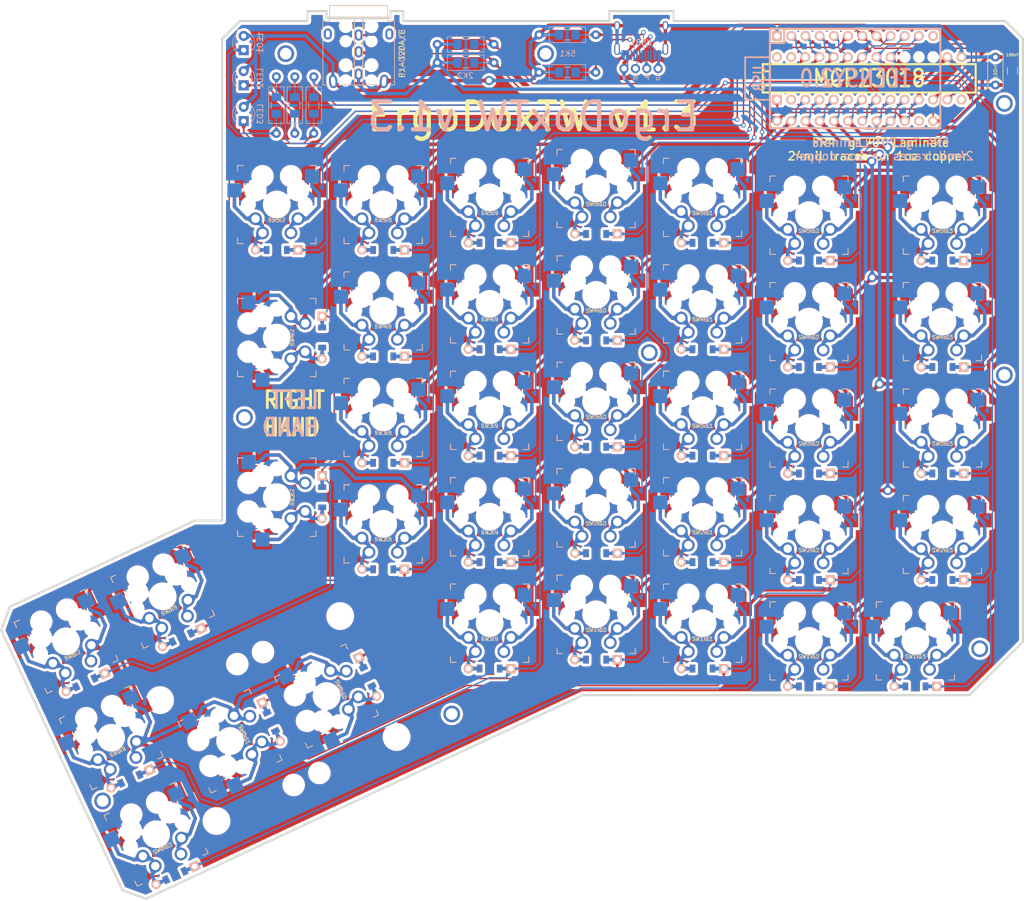
<source format=kicad_pcb>
(kicad_pcb (version 20171130) (host pcbnew "(5.1.4)-1")
  (layers (0 Front signal) (31 Back signal) (34 B.Paste user) (35 F.Paste user) (36 B.SilkS user) (37 F.SilkS user) (38 B.Mask user) (39 F.Mask user) (44 Edge.Cuts user))
  (net 0 "")
  (net 1 /COL0)
  (net 2 /COL1)
  (net 3 /COL10)
  (net 4 /COL11)
  (net 5 /COL4)
  (net 6 /COL5)
  (net 7 /COL6)
  (net 8 /LED_A)
  (net 9 /LED_B)
  (net 10 /LED_C)
  (net 11 /ROW0)
  (net 12 /ROW1)
  (net 13 /ROW2)
  (net 14 /ROW3)
  (net 15 /ROW4)
  (net 16 /ROW5)
  (net 17 /SCLM)
  (net 18 /SDAM)
  (net 19 GND)
  (net 20 VCC)
  (net 21 "Net-(U2-Pad19)")
  (net 22 "Net-(LED1-Pad1)")
  (net 23 "Net-(LED2-Pad1)")
  (net 24 "Net-(LED3-Pad1)")
  (net 25 "Net-(U2-Pad27)")
  (net 26 "Net-(U2-Pad18)")
  (net 27 "Net-(U2-Pad17)")
  (net 28 "Net-(U2-Pad14)")
  (net 29 "Net-(U4-Pad19)")
  (net 30 "Net-(U4-Pad12)")
  (net 31 "Net-(R4-Pad1)")
  (net 32 "Net-(USB1-Pad3)")
  (net 33 "Net-(USB1-Pad9)")
  (net 34 "Net-(U2-Pad28)")
  (net 35 "Net-(USB1-Pad6)")
  (net 36 "Net-(USB1-Pad5)")
  (net 37 "Net-(SW4:7-Pad2)")
  (net 38 "Net-(SW5:7-Pad2)")
  (net 39 "Net-(SW5:8-Pad2)")
  (net 40 "Net-(SW0:7-Pad2)")
  (net 41 "Net-(SW0:8-Pad2)")
  (net 42 "Net-(SW0:9-Pad2)")
  (net 43 "Net-(SW0:10-Pad2)")
  (net 44 "Net-(SW0:11-Pad2)")
  (net 45 "Net-(SW0:12-Pad2)")
  (net 46 "Net-(SW1:9-Pad2)")
  (net 47 "Net-(SW1:10-Pad2)")
  (net 48 "Net-(SW1:11-Pad2)")
  (net 49 "Net-(SW1:12-Pad2)")
  (net 50 "Net-(SW1:13-Pad2)")
  (net 51 "Net-(SW2:7-Pad2)")
  (net 52 "Net-(SW2:8-Pad2)")
  (net 53 "Net-(SW2:9-Pad2)")
  (net 54 "Net-(SW2:10-Pad2)")
  (net 55 "Net-(SW2:11-Pad2)")
  (net 56 "Net-(SW2:12-Pad2)")
  (net 57 "Net-(SW2:13-Pad2)")
  (net 58 "Net-(SW3:8-Pad2)")
  (net 59 "Net-(SW3:9-Pad2)")
  (net 60 "Net-(SW3:10-Pad2)")
  (net 61 "Net-(SW3:11-Pad2)")
  (net 62 "Net-(SW3:12-Pad2)")
  (net 63 "Net-(SW3:13-Pad2)")
  (net 64 "Net-(SW4:8-Pad2)")
  (net 65 "Net-(SW4:9-Pad2)")
  (net 66 "Net-(SW4:10-Pad2)")
  (net 67 "Net-(SW4:11-Pad2)")
  (net 68 "Net-(SW4:12-Pad2)")
  (net 69 "Net-(SW4:13-Pad2)")
  (net 70 "Net-(SW5:9-Pad2)")
  (net 71 "Net-(SW5:10-Pad2)")
  (net 72 "Net-(SW5:11-Pad2)")
  (net 73 "Net-(SW5:12-Pad2)")
  (net 74 "Net-(SW5:13-Pad2)")
  (net 75 "Net-(R5-Pad1)")
  (net 76 "Net-(J1-Pad1)")
  (module Enhance:PJ-320A_and_320E-Dual (layer Front) (at 87.00008 31.5722)
    (fp_text reference J1)
    (fp_text value 3.5mm)
    (fp_text user PJ-320A/E (at 7.75654 6.49558 90) (layer B.SilkS) (effects (justify mirror)))
    (fp_text user PJ-320A/E (at 7.75654 6.54558 270) (layer F.SilkS))
    (pad 5 thru_hole oval (at 4.5 11.7) (size 1.4 2) (drill oval 0.7 1.3) (layers *.Cu *.Mask) (net 19 GND))
    (pad 5 thru_hole oval (at -4.5 11.7) (size 1.4 2) (drill oval 0.7 1.3) (layers *.Cu *.Mask) (net 19 GND))
    (pad "" np_thru_hole circle (at 2.29746 11.31268 270) (size 1.2 1.2) (drill 1.2) (layers *.Cu *.Mask))
    (pad "" np_thru_hole circle (at 2.29746 4.31268 270) (size 1.2 1.2) (drill 1.2) (layers *.Cu *.Mask))
    (pad 1 thru_hole oval (at 5.49746 3.01268) (size 1.4 2) (drill oval 0.7 1.3) (layers *.Cu *.Mask) (net 76 "Net-(J1-Pad1)"))
    (pad "" np_thru_hole circle (at 2.3 1.6) (size 1.5 1.5) (drill 1.5) (layers *.Cu *.Mask))
    (pad 4 thru_hole oval (at 0 10.2) (size 1.4 2) (drill oval 0.7 1.3) (layers *.Cu *.Mask) (net 20 VCC))
    (pad "" np_thru_hole circle (at -2.3 1.6) (size 1.5 1.5) (drill 1.5) (layers *.Cu *.Mask))
    (pad 5 thru_hole oval (at -4.6 11.3) (size 1.4 2) (drill oval 0.7 1.3) (layers *.Cu *.Mask) (net 19 GND))
    (pad 3 thru_hole oval (at 0 6.2) (size 1.4 2) (drill oval 0.7 1.3) (layers *.Cu *.Mask) (net 17 /SCLM))
    (pad 2 thru_hole oval (at 0 3.2) (size 1.4 2) (drill oval 0.7 1.3) (layers *.Cu *.Mask) (net 18 /SDAM))
    (pad 5 thru_hole oval (at 4.6 11.3) (size 1.4 2) (drill oval 0.7 1.3) (layers *.Cu *.Mask) (net 19 GND))
    (pad "" np_thru_hole circle (at -2.3 8.6) (size 1.5 1.5) (drill 1.5) (layers *.Cu *.Mask))
    (pad "" np_thru_hole circle (at 2.3 8.6) (size 1.5 1.5) (drill 1.5) (layers *.Cu *.Mask))
    (pad 1 thru_hole oval (at -5.50254 3.01268) (size 1.4 2) (drill oval 0.7 1.3) (layers *.Cu *.Mask) (net 76 "Net-(J1-Pad1)"))
    (pad "" np_thru_hole circle (at -2.30254 4.31268 90) (size 1.2 1.2) (drill 1.2) (layers *.Cu *.Mask))
    (pad "" np_thru_hole circle (at -2.30254 11.31268 90) (size 1.2 1.2) (drill 1.2) (layers *.Cu *.Mask))
  )
  (module Enhance:Kailh_socket_diode_smd (layer Front) (at 91.403825 65.106736)
    (fp_text reference SW5:8 (at 0 2.794) (layer F.SilkS) (effects (font (size 0.7 0.7) (thickness 0.1))))
    (fp_text value SW5:5 (at 0 2.794) (layer B.SilkS) (effects (font (size 0.7 0.7) (thickness 0.1)) (justify mirror)))
    (pad 4 thru_hole rect (at 3.81 8.128) (size 1.651 1.651) (drill 0.9906) (layers *.Cu *.SilkS *.Mask) (net 6 /COL5))
    (pad "" np_thru_hole circle (at -2.54 -5.08 90) (size 3 3) (drill 3) (layers *.Cu *.Mask))
    (pad "" np_thru_hole circle (at 3.81 -2.54) (size 3 3) (drill 3) (layers *.Cu *.Mask))
    (pad 1 thru_hole circle (at 2.54 5.08) (size 2.286 2.286) (drill 1.4986) (layers *.Cu *.Mask) (net 16 /ROW5))
    (pad 2 thru_hole circle (at -3.81 2.54) (size 2.286 2.286) (drill 1.4986) (layers *.Cu *.Mask) (net 39 "Net-(SW5:8-Pad2)"))
    (pad 2 smd rect (at -6.29 -5.08) (size 2.55 2.5) (layers Front F.Paste F.Mask) (net 39 "Net-(SW5:8-Pad2)"))
    (pad "" np_thru_hole circle (at 0 0) (size 3.9878 3.9878) (drill 3.9878) (layers *.Cu *.Mask))
    (pad "" np_thru_hole circle (at 5.08 0) (size 1.7018 1.7018) (drill 1.7018) (layers *.Cu *.Mask))
    (pad "" np_thru_hole circle (at -5.08 0) (size 1.7018 1.7018) (drill 1.7018) (layers *.Cu *.Mask))
    (pad 1 smd rect (at 7.56 -2.54) (size 2.55 2.5) (layers Front F.Paste F.Mask) (net 16 /ROW5))
    (pad 3 thru_hole circle (at -3.81 8.128) (size 1.651 1.651) (drill 0.9906) (layers *.Cu *.SilkS *.Mask) (net 39 "Net-(SW5:8-Pad2)"))
    (pad 4 smd rect (at 1.8 8.128) (size 1 1.4) (layers Front F.Paste F.Mask) (net 6 /COL5))
    (pad 3 smd rect (at -1.8 8.128) (size 1 1.4) (layers Front F.Paste F.Mask) (net 39 "Net-(SW5:8-Pad2)"))
    (pad 3 smd rect (at -1.8 8.128) (size 1 1.4) (layers Back B.Paste B.Mask) (net 39 "Net-(SW5:8-Pad2)"))
    (pad 4 smd rect (at 1.8 8.128) (size 1 1.4) (layers Back B.Paste B.Mask) (net 6 /COL5))
    (pad 2 smd rect (at -7.56 -2.54) (size 2.55 2.5) (layers Back B.Paste B.Mask) (net 39 "Net-(SW5:8-Pad2)"))
    (pad "" np_thru_hole circle (at 5.08 0) (size 1.7018 1.7018) (drill 1.7018) (layers *.Cu *.Mask))
    (pad "" np_thru_hole circle (at -5.08 0) (size 1.7018 1.7018) (drill 1.7018) (layers *.Cu *.Mask))
    (pad 1 smd rect (at 6.29 -5.08) (size 2.55 2.5) (layers Back B.Paste B.Mask) (net 16 /ROW5))
    (pad 1 thru_hole circle (at 3.81 2.54) (size 2.286 2.286) (drill 1.4986) (layers *.Cu *.Mask) (net 16 /ROW5))
    (pad 2 thru_hole circle (at -2.54 5.08) (size 2.286 2.286) (drill 1.4986) (layers *.Cu *.Mask) (net 39 "Net-(SW5:8-Pad2)"))
    (pad "" np_thru_hole circle (at -3.81 -2.54) (size 3 3) (drill 3) (layers *.Cu *.Mask))
    (pad "" np_thru_hole circle (at 2.54 -5.08) (size 3 3) (drill 3) (layers *.Cu *.Mask))
  )
  (module Enhance:Kailh_socket_diode_smd (layer Front) (at 42.712274 160.53959 25)
    (fp_text reference SW0:9 (at 0 2.794 25) (layer F.SilkS) (effects (font (size 0.7 0.7) (thickness 0.1))))
    (fp_text value SW0:4 (at 0 2.794 25) (layer B.SilkS) (effects (font (size 0.7 0.7) (thickness 0.1)) (justify mirror)))
    (pad 4 thru_hole rect (at 3.81 8.128 25) (size 1.651 1.651) (drill 0.9906) (layers *.Cu *.SilkS *.Mask) (net 5 /COL4))
    (pad "" np_thru_hole circle (at -2.54 -5.08 115) (size 3 3) (drill 3) (layers *.Cu *.Mask))
    (pad "" np_thru_hole circle (at 3.81 -2.54 25) (size 3 3) (drill 3) (layers *.Cu *.Mask))
    (pad 1 thru_hole circle (at 2.54 5.08 25) (size 2.286 2.286) (drill 1.4986) (layers *.Cu *.Mask) (net 11 /ROW0))
    (pad 2 thru_hole circle (at -3.81 2.54 25) (size 2.286 2.286) (drill 1.4986) (layers *.Cu *.Mask) (net 42 "Net-(SW0:9-Pad2)"))
    (pad 2 smd rect (at -6.29 -5.08 25) (size 2.55 2.5) (layers Front F.Paste F.Mask) (net 42 "Net-(SW0:9-Pad2)"))
    (pad "" np_thru_hole circle (at 0 0 25) (size 3.9878 3.9878) (drill 3.9878) (layers *.Cu *.Mask))
    (pad "" np_thru_hole circle (at 5.08 0 25) (size 1.7018 1.7018) (drill 1.7018) (layers *.Cu *.Mask))
    (pad "" np_thru_hole circle (at -5.08 0 25) (size 1.7018 1.7018) (drill 1.7018) (layers *.Cu *.Mask))
    (pad 1 smd rect (at 7.56 -2.54 25) (size 2.55 2.5) (layers Front F.Paste F.Mask) (net 11 /ROW0))
    (pad 3 thru_hole circle (at -3.81 8.128 25) (size 1.651 1.651) (drill 0.9906) (layers *.Cu *.SilkS *.Mask) (net 42 "Net-(SW0:9-Pad2)"))
    (pad 4 smd rect (at 1.8 8.128 25) (size 1 1.4) (layers Front F.Paste F.Mask) (net 5 /COL4))
    (pad 3 smd rect (at -1.8 8.128 25) (size 1 1.4) (layers Front F.Paste F.Mask) (net 42 "Net-(SW0:9-Pad2)"))
    (pad 3 smd rect (at -1.8 8.128 25) (size 1 1.4) (layers Back B.Paste B.Mask) (net 42 "Net-(SW0:9-Pad2)"))
    (pad 4 smd rect (at 1.8 8.128 25) (size 1 1.4) (layers Back B.Paste B.Mask) (net 5 /COL4))
    (pad 2 smd rect (at -7.56 -2.54 25) (size 2.55 2.5) (layers Back B.Paste B.Mask) (net 42 "Net-(SW0:9-Pad2)"))
    (pad "" np_thru_hole circle (at 5.08 0 25) (size 1.7018 1.7018) (drill 1.7018) (layers *.Cu *.Mask))
    (pad "" np_thru_hole circle (at -5.08 0 25) (size 1.7018 1.7018) (drill 1.7018) (layers *.Cu *.Mask))
    (pad 1 smd rect (at 6.29 -5.08 25) (size 2.55 2.5) (layers Back B.Paste B.Mask) (net 11 /ROW0))
    (pad 1 thru_hole circle (at 3.81 2.54 25) (size 2.286 2.286) (drill 1.4986) (layers *.Cu *.Mask) (net 11 /ROW0))
    (pad 2 thru_hole circle (at -2.54 5.08 25) (size 2.286 2.286) (drill 1.4986) (layers *.Cu *.Mask) (net 42 "Net-(SW0:9-Pad2)"))
    (pad "" np_thru_hole circle (at -3.81 -2.54 25) (size 3 3) (drill 3) (layers *.Cu *.Mask))
    (pad "" np_thru_hole circle (at 2.54 -5.08 25) (size 3 3) (drill 3) (layers *.Cu *.Mask))
  )
  (module Enhance:Kailh_socket_diode_smd (layer Front) (at 191.483838 67.012224)
    (fp_text reference SW5:13 (at 0 2.794) (layer F.SilkS) (effects (font (size 0.7 0.7) (thickness 0.1))))
    (fp_text value SW5:0 (at 0 2.794) (layer B.SilkS) (effects (font (size 0.7 0.7) (thickness 0.1)) (justify mirror)))
    (pad 4 thru_hole rect (at 3.81 8.128) (size 1.651 1.651) (drill 0.9906) (layers *.Cu *.SilkS *.Mask) (net 1 /COL0))
    (pad "" np_thru_hole circle (at -2.54 -5.08 90) (size 3 3) (drill 3) (layers *.Cu *.Mask))
    (pad "" np_thru_hole circle (at 3.81 -2.54) (size 3 3) (drill 3) (layers *.Cu *.Mask))
    (pad 1 thru_hole circle (at 2.54 5.08) (size 2.286 2.286) (drill 1.4986) (layers *.Cu *.Mask) (net 16 /ROW5))
    (pad 2 thru_hole circle (at -3.81 2.54) (size 2.286 2.286) (drill 1.4986) (layers *.Cu *.Mask) (net 74 "Net-(SW5:13-Pad2)"))
    (pad 2 smd rect (at -6.29 -5.08) (size 2.55 2.5) (layers Front F.Paste F.Mask) (net 74 "Net-(SW5:13-Pad2)"))
    (pad "" np_thru_hole circle (at 0 0) (size 3.9878 3.9878) (drill 3.9878) (layers *.Cu *.Mask))
    (pad "" np_thru_hole circle (at 5.08 0) (size 1.7018 1.7018) (drill 1.7018) (layers *.Cu *.Mask))
    (pad "" np_thru_hole circle (at -5.08 0) (size 1.7018 1.7018) (drill 1.7018) (layers *.Cu *.Mask))
    (pad 1 smd rect (at 7.56 -2.54) (size 2.55 2.5) (layers Front F.Paste F.Mask) (net 16 /ROW5))
    (pad 3 thru_hole circle (at -3.81 8.128) (size 1.651 1.651) (drill 0.9906) (layers *.Cu *.SilkS *.Mask) (net 74 "Net-(SW5:13-Pad2)"))
    (pad 4 smd rect (at 1.8 8.128) (size 1 1.4) (layers Front F.Paste F.Mask) (net 1 /COL0))
    (pad 3 smd rect (at -1.8 8.128) (size 1 1.4) (layers Front F.Paste F.Mask) (net 74 "Net-(SW5:13-Pad2)"))
    (pad 3 smd rect (at -1.8 8.128) (size 1 1.4) (layers Back B.Paste B.Mask) (net 74 "Net-(SW5:13-Pad2)"))
    (pad 4 smd rect (at 1.8 8.128) (size 1 1.4) (layers Back B.Paste B.Mask) (net 1 /COL0))
    (pad 2 smd rect (at -7.56 -2.54) (size 2.55 2.5) (layers Back B.Paste B.Mask) (net 74 "Net-(SW5:13-Pad2)"))
    (pad "" np_thru_hole circle (at 5.08 0) (size 1.7018 1.7018) (drill 1.7018) (layers *.Cu *.Mask))
    (pad "" np_thru_hole circle (at -5.08 0) (size 1.7018 1.7018) (drill 1.7018) (layers *.Cu *.Mask))
    (pad 1 smd rect (at 6.29 -5.08) (size 2.55 2.5) (layers Back B.Paste B.Mask) (net 16 /ROW5))
    (pad 1 thru_hole circle (at 3.81 2.54) (size 2.286 2.286) (drill 1.4986) (layers *.Cu *.Mask) (net 16 /ROW5))
    (pad 2 thru_hole circle (at -2.54 5.08) (size 2.286 2.286) (drill 1.4986) (layers *.Cu *.Mask) (net 74 "Net-(SW5:13-Pad2)"))
    (pad "" np_thru_hole circle (at -3.81 -2.54) (size 3 3) (drill 3) (layers *.Cu *.Mask))
    (pad "" np_thru_hole circle (at 2.54 -5.08) (size 3 3) (drill 3) (layers *.Cu *.Mask))
  )
  (module Enhance:Kailh_socket_diode_smd (layer Front) (at 167.604039 67.011164)
    (fp_text reference SW5:12 (at 0 2.794) (layer F.SilkS) (effects (font (size 0.7 0.7) (thickness 0.1))))
    (fp_text value SW5:1 (at 0 2.794) (layer B.SilkS) (effects (font (size 0.7 0.7) (thickness 0.1)) (justify mirror)))
    (pad 4 thru_hole rect (at 3.81 8.128) (size 1.651 1.651) (drill 0.9906) (layers *.Cu *.SilkS *.Mask) (net 2 /COL1))
    (pad "" np_thru_hole circle (at -2.54 -5.08 90) (size 3 3) (drill 3) (layers *.Cu *.Mask))
    (pad "" np_thru_hole circle (at 3.81 -2.54) (size 3 3) (drill 3) (layers *.Cu *.Mask))
    (pad 1 thru_hole circle (at 2.54 5.08) (size 2.286 2.286) (drill 1.4986) (layers *.Cu *.Mask) (net 16 /ROW5))
    (pad 2 thru_hole circle (at -3.81 2.54) (size 2.286 2.286) (drill 1.4986) (layers *.Cu *.Mask) (net 73 "Net-(SW5:12-Pad2)"))
    (pad 2 smd rect (at -6.29 -5.08) (size 2.55 2.5) (layers Front F.Paste F.Mask) (net 73 "Net-(SW5:12-Pad2)"))
    (pad "" np_thru_hole circle (at 0 0) (size 3.9878 3.9878) (drill 3.9878) (layers *.Cu *.Mask))
    (pad "" np_thru_hole circle (at 5.08 0) (size 1.7018 1.7018) (drill 1.7018) (layers *.Cu *.Mask))
    (pad "" np_thru_hole circle (at -5.08 0) (size 1.7018 1.7018) (drill 1.7018) (layers *.Cu *.Mask))
    (pad 1 smd rect (at 7.56 -2.54) (size 2.55 2.5) (layers Front F.Paste F.Mask) (net 16 /ROW5))
    (pad 3 thru_hole circle (at -3.81 8.128) (size 1.651 1.651) (drill 0.9906) (layers *.Cu *.SilkS *.Mask) (net 73 "Net-(SW5:12-Pad2)"))
    (pad 4 smd rect (at 1.8 8.128) (size 1 1.4) (layers Front F.Paste F.Mask) (net 2 /COL1))
    (pad 3 smd rect (at -1.8 8.128) (size 1 1.4) (layers Front F.Paste F.Mask) (net 73 "Net-(SW5:12-Pad2)"))
    (pad 3 smd rect (at -1.8 8.128) (size 1 1.4) (layers Back B.Paste B.Mask) (net 73 "Net-(SW5:12-Pad2)"))
    (pad 4 smd rect (at 1.8 8.128) (size 1 1.4) (layers Back B.Paste B.Mask) (net 2 /COL1))
    (pad 2 smd rect (at -7.56 -2.54) (size 2.55 2.5) (layers Back B.Paste B.Mask) (net 73 "Net-(SW5:12-Pad2)"))
    (pad "" np_thru_hole circle (at 5.08 0) (size 1.7018 1.7018) (drill 1.7018) (layers *.Cu *.Mask))
    (pad "" np_thru_hole circle (at -5.08 0) (size 1.7018 1.7018) (drill 1.7018) (layers *.Cu *.Mask))
    (pad 1 smd rect (at 6.29 -5.08) (size 2.55 2.5) (layers Back B.Paste B.Mask) (net 16 /ROW5))
    (pad 1 thru_hole circle (at 3.81 2.54) (size 2.286 2.286) (drill 1.4986) (layers *.Cu *.Mask) (net 16 /ROW5))
    (pad 2 thru_hole circle (at -2.54 5.08) (size 2.286 2.286) (drill 1.4986) (layers *.Cu *.Mask) (net 73 "Net-(SW5:12-Pad2)"))
    (pad "" np_thru_hole circle (at -3.81 -2.54) (size 3 3) (drill 3) (layers *.Cu *.Mask))
    (pad "" np_thru_hole circle (at 2.54 -5.08) (size 3 3) (drill 3) (layers *.Cu *.Mask))
  )
  (module Enhance:Kailh_socket_diode_smd (layer Front) (at 148.553683 63.834571)
    (fp_text reference SW5:11 (at 0 2.794) (layer F.SilkS) (effects (font (size 0.7 0.7) (thickness 0.1))))
    (fp_text value SW5:2 (at 0 2.794) (layer B.SilkS) (effects (font (size 0.7 0.7) (thickness 0.1)) (justify mirror)))
    (pad 4 thru_hole rect (at 3.81 8.128) (size 1.651 1.651) (drill 0.9906) (layers *.Cu *.SilkS *.Mask) (net 4 /COL11))
    (pad "" np_thru_hole circle (at -2.54 -5.08 90) (size 3 3) (drill 3) (layers *.Cu *.Mask))
    (pad "" np_thru_hole circle (at 3.81 -2.54) (size 3 3) (drill 3) (layers *.Cu *.Mask))
    (pad 1 thru_hole circle (at 2.54 5.08) (size 2.286 2.286) (drill 1.4986) (layers *.Cu *.Mask) (net 16 /ROW5))
    (pad 2 thru_hole circle (at -3.81 2.54) (size 2.286 2.286) (drill 1.4986) (layers *.Cu *.Mask) (net 72 "Net-(SW5:11-Pad2)"))
    (pad 2 smd rect (at -6.29 -5.08) (size 2.55 2.5) (layers Front F.Paste F.Mask) (net 72 "Net-(SW5:11-Pad2)"))
    (pad "" np_thru_hole circle (at 0 0) (size 3.9878 3.9878) (drill 3.9878) (layers *.Cu *.Mask))
    (pad "" np_thru_hole circle (at 5.08 0) (size 1.7018 1.7018) (drill 1.7018) (layers *.Cu *.Mask))
    (pad "" np_thru_hole circle (at -5.08 0) (size 1.7018 1.7018) (drill 1.7018) (layers *.Cu *.Mask))
    (pad 1 smd rect (at 7.56 -2.54) (size 2.55 2.5) (layers Front F.Paste F.Mask) (net 16 /ROW5))
    (pad 3 thru_hole circle (at -3.81 8.128) (size 1.651 1.651) (drill 0.9906) (layers *.Cu *.SilkS *.Mask) (net 72 "Net-(SW5:11-Pad2)"))
    (pad 4 smd rect (at 1.8 8.128) (size 1 1.4) (layers Front F.Paste F.Mask) (net 4 /COL11))
    (pad 3 smd rect (at -1.8 8.128) (size 1 1.4) (layers Front F.Paste F.Mask) (net 72 "Net-(SW5:11-Pad2)"))
    (pad 3 smd rect (at -1.8 8.128) (size 1 1.4) (layers Back B.Paste B.Mask) (net 72 "Net-(SW5:11-Pad2)"))
    (pad 4 smd rect (at 1.8 8.128) (size 1 1.4) (layers Back B.Paste B.Mask) (net 4 /COL11))
    (pad 2 smd rect (at -7.56 -2.54) (size 2.55 2.5) (layers Back B.Paste B.Mask) (net 72 "Net-(SW5:11-Pad2)"))
    (pad "" np_thru_hole circle (at 5.08 0) (size 1.7018 1.7018) (drill 1.7018) (layers *.Cu *.Mask))
    (pad "" np_thru_hole circle (at -5.08 0) (size 1.7018 1.7018) (drill 1.7018) (layers *.Cu *.Mask))
    (pad 1 smd rect (at 6.29 -5.08) (size 2.55 2.5) (layers Back B.Paste B.Mask) (net 16 /ROW5))
    (pad 1 thru_hole circle (at 3.81 2.54) (size 2.286 2.286) (drill 1.4986) (layers *.Cu *.Mask) (net 16 /ROW5))
    (pad 2 thru_hole circle (at -2.54 5.08) (size 2.286 2.286) (drill 1.4986) (layers *.Cu *.Mask) (net 72 "Net-(SW5:11-Pad2)"))
    (pad "" np_thru_hole circle (at -3.81 -2.54) (size 3 3) (drill 3) (layers *.Cu *.Mask))
    (pad "" np_thru_hole circle (at 2.54 -5.08) (size 3 3) (drill 3) (layers *.Cu *.Mask))
  )
  (module Enhance:Kailh_socket_diode_smd (layer Front) (at 129.504492 62.236368)
    (fp_text reference SW5:10 (at 0 2.794) (layer F.SilkS) (effects (font (size 0.7 0.7) (thickness 0.1))))
    (fp_text value SW5:3 (at 0 2.794) (layer B.SilkS) (effects (font (size 0.7 0.7) (thickness 0.1)) (justify mirror)))
    (pad 4 thru_hole rect (at 3.81 8.128) (size 1.651 1.651) (drill 0.9906) (layers *.Cu *.SilkS *.Mask) (net 3 /COL10))
    (pad "" np_thru_hole circle (at -2.54 -5.08 90) (size 3 3) (drill 3) (layers *.Cu *.Mask))
    (pad "" np_thru_hole circle (at 3.81 -2.54) (size 3 3) (drill 3) (layers *.Cu *.Mask))
    (pad 1 thru_hole circle (at 2.54 5.08) (size 2.286 2.286) (drill 1.4986) (layers *.Cu *.Mask) (net 16 /ROW5))
    (pad 2 thru_hole circle (at -3.81 2.54) (size 2.286 2.286) (drill 1.4986) (layers *.Cu *.Mask) (net 71 "Net-(SW5:10-Pad2)"))
    (pad 2 smd rect (at -6.29 -5.08) (size 2.55 2.5) (layers Front F.Paste F.Mask) (net 71 "Net-(SW5:10-Pad2)"))
    (pad "" np_thru_hole circle (at 0 0) (size 3.9878 3.9878) (drill 3.9878) (layers *.Cu *.Mask))
    (pad "" np_thru_hole circle (at 5.08 0) (size 1.7018 1.7018) (drill 1.7018) (layers *.Cu *.Mask))
    (pad "" np_thru_hole circle (at -5.08 0) (size 1.7018 1.7018) (drill 1.7018) (layers *.Cu *.Mask))
    (pad 1 smd rect (at 7.56 -2.54) (size 2.55 2.5) (layers Front F.Paste F.Mask) (net 16 /ROW5))
    (pad 3 thru_hole circle (at -3.81 8.128) (size 1.651 1.651) (drill 0.9906) (layers *.Cu *.SilkS *.Mask) (net 71 "Net-(SW5:10-Pad2)"))
    (pad 4 smd rect (at 1.8 8.128) (size 1 1.4) (layers Front F.Paste F.Mask) (net 3 /COL10))
    (pad 3 smd rect (at -1.8 8.128) (size 1 1.4) (layers Front F.Paste F.Mask) (net 71 "Net-(SW5:10-Pad2)"))
    (pad 3 smd rect (at -1.8 8.128) (size 1 1.4) (layers Back B.Paste B.Mask) (net 71 "Net-(SW5:10-Pad2)"))
    (pad 4 smd rect (at 1.8 8.128) (size 1 1.4) (layers Back B.Paste B.Mask) (net 3 /COL10))
    (pad 2 smd rect (at -7.56 -2.54) (size 2.55 2.5) (layers Back B.Paste B.Mask) (net 71 "Net-(SW5:10-Pad2)"))
    (pad "" np_thru_hole circle (at 5.08 0) (size 1.7018 1.7018) (drill 1.7018) (layers *.Cu *.Mask))
    (pad "" np_thru_hole circle (at -5.08 0) (size 1.7018 1.7018) (drill 1.7018) (layers *.Cu *.Mask))
    (pad 1 smd rect (at 6.29 -5.08) (size 2.55 2.5) (layers Back B.Paste B.Mask) (net 16 /ROW5))
    (pad 1 thru_hole circle (at 3.81 2.54) (size 2.286 2.286) (drill 1.4986) (layers *.Cu *.Mask) (net 16 /ROW5))
    (pad 2 thru_hole circle (at -2.54 5.08) (size 2.286 2.286) (drill 1.4986) (layers *.Cu *.Mask) (net 71 "Net-(SW5:10-Pad2)"))
    (pad "" np_thru_hole circle (at -3.81 -2.54) (size 3 3) (drill 3) (layers *.Cu *.Mask))
    (pad "" np_thru_hole circle (at 2.54 -5.08) (size 3 3) (drill 3) (layers *.Cu *.Mask))
  )
  (module Enhance:Kailh_socket_diode_smd (layer Front) (at 110.453875 63.834211)
    (fp_text reference SW5:9 (at 0 2.794) (layer F.SilkS) (effects (font (size 0.7 0.7) (thickness 0.1))))
    (fp_text value SW5:4 (at 0 2.794) (layer B.SilkS) (effects (font (size 0.7 0.7) (thickness 0.1)) (justify mirror)))
    (pad 4 thru_hole rect (at 3.81 8.128) (size 1.651 1.651) (drill 0.9906) (layers *.Cu *.SilkS *.Mask) (net 5 /COL4))
    (pad "" np_thru_hole circle (at -2.54 -5.08 90) (size 3 3) (drill 3) (layers *.Cu *.Mask))
    (pad "" np_thru_hole circle (at 3.81 -2.54) (size 3 3) (drill 3) (layers *.Cu *.Mask))
    (pad 1 thru_hole circle (at 2.54 5.08) (size 2.286 2.286) (drill 1.4986) (layers *.Cu *.Mask) (net 16 /ROW5))
    (pad 2 thru_hole circle (at -3.81 2.54) (size 2.286 2.286) (drill 1.4986) (layers *.Cu *.Mask) (net 70 "Net-(SW5:9-Pad2)"))
    (pad 2 smd rect (at -6.29 -5.08) (size 2.55 2.5) (layers Front F.Paste F.Mask) (net 70 "Net-(SW5:9-Pad2)"))
    (pad "" np_thru_hole circle (at 0 0) (size 3.9878 3.9878) (drill 3.9878) (layers *.Cu *.Mask))
    (pad "" np_thru_hole circle (at 5.08 0) (size 1.7018 1.7018) (drill 1.7018) (layers *.Cu *.Mask))
    (pad "" np_thru_hole circle (at -5.08 0) (size 1.7018 1.7018) (drill 1.7018) (layers *.Cu *.Mask))
    (pad 1 smd rect (at 7.56 -2.54) (size 2.55 2.5) (layers Front F.Paste F.Mask) (net 16 /ROW5))
    (pad 3 thru_hole circle (at -3.81 8.128) (size 1.651 1.651) (drill 0.9906) (layers *.Cu *.SilkS *.Mask) (net 70 "Net-(SW5:9-Pad2)"))
    (pad 4 smd rect (at 1.8 8.128) (size 1 1.4) (layers Front F.Paste F.Mask) (net 5 /COL4))
    (pad 3 smd rect (at -1.8 8.128) (size 1 1.4) (layers Front F.Paste F.Mask) (net 70 "Net-(SW5:9-Pad2)"))
    (pad 3 smd rect (at -1.8 8.128) (size 1 1.4) (layers Back B.Paste B.Mask) (net 70 "Net-(SW5:9-Pad2)"))
    (pad 4 smd rect (at 1.8 8.128) (size 1 1.4) (layers Back B.Paste B.Mask) (net 5 /COL4))
    (pad 2 smd rect (at -7.56 -2.54) (size 2.55 2.5) (layers Back B.Paste B.Mask) (net 70 "Net-(SW5:9-Pad2)"))
    (pad "" np_thru_hole circle (at 5.08 0) (size 1.7018 1.7018) (drill 1.7018) (layers *.Cu *.Mask))
    (pad "" np_thru_hole circle (at -5.08 0) (size 1.7018 1.7018) (drill 1.7018) (layers *.Cu *.Mask))
    (pad 1 smd rect (at 6.29 -5.08) (size 2.55 2.5) (layers Back B.Paste B.Mask) (net 16 /ROW5))
    (pad 1 thru_hole circle (at 3.81 2.54) (size 2.286 2.286) (drill 1.4986) (layers *.Cu *.Mask) (net 16 /ROW5))
    (pad 2 thru_hole circle (at -2.54 5.08) (size 2.286 2.286) (drill 1.4986) (layers *.Cu *.Mask) (net 70 "Net-(SW5:9-Pad2)"))
    (pad "" np_thru_hole circle (at -3.81 -2.54) (size 3 3) (drill 3) (layers *.Cu *.Mask))
    (pad "" np_thru_hole circle (at 2.54 -5.08) (size 3 3) (drill 3) (layers *.Cu *.Mask))
  )
  (module Enhance:Kailh_socket_diode_smd (layer Front) (at 72.353965 65.106646)
    (fp_text reference SW5:7 (at 0 2.794) (layer F.SilkS) (effects (font (size 0.7 0.7) (thickness 0.1))))
    (fp_text value SW5:6 (at 0 2.794) (layer B.SilkS) (effects (font (size 0.7 0.7) (thickness 0.1)) (justify mirror)))
    (pad 4 thru_hole rect (at 3.81 8.128) (size 1.651 1.651) (drill 0.9906) (layers *.Cu *.SilkS *.Mask) (net 7 /COL6))
    (pad "" np_thru_hole circle (at -2.54 -5.08 90) (size 3 3) (drill 3) (layers *.Cu *.Mask))
    (pad "" np_thru_hole circle (at 3.81 -2.54) (size 3 3) (drill 3) (layers *.Cu *.Mask))
    (pad 1 thru_hole circle (at 2.54 5.08) (size 2.286 2.286) (drill 1.4986) (layers *.Cu *.Mask) (net 16 /ROW5))
    (pad 2 thru_hole circle (at -3.81 2.54) (size 2.286 2.286) (drill 1.4986) (layers *.Cu *.Mask) (net 38 "Net-(SW5:7-Pad2)"))
    (pad 2 smd rect (at -6.29 -5.08) (size 2.55 2.5) (layers Front F.Paste F.Mask) (net 38 "Net-(SW5:7-Pad2)"))
    (pad "" np_thru_hole circle (at 0 0) (size 3.9878 3.9878) (drill 3.9878) (layers *.Cu *.Mask))
    (pad "" np_thru_hole circle (at 5.08 0) (size 1.7018 1.7018) (drill 1.7018) (layers *.Cu *.Mask))
    (pad "" np_thru_hole circle (at -5.08 0) (size 1.7018 1.7018) (drill 1.7018) (layers *.Cu *.Mask))
    (pad 1 smd rect (at 7.56 -2.54) (size 2.55 2.5) (layers Front F.Paste F.Mask) (net 16 /ROW5))
    (pad 3 thru_hole circle (at -3.81 8.128) (size 1.651 1.651) (drill 0.9906) (layers *.Cu *.SilkS *.Mask) (net 38 "Net-(SW5:7-Pad2)"))
    (pad 4 smd rect (at 1.8 8.128) (size 1 1.4) (layers Front F.Paste F.Mask) (net 7 /COL6))
    (pad 3 smd rect (at -1.8 8.128) (size 1 1.4) (layers Front F.Paste F.Mask) (net 38 "Net-(SW5:7-Pad2)"))
    (pad 3 smd rect (at -1.8 8.128) (size 1 1.4) (layers Back B.Paste B.Mask) (net 38 "Net-(SW5:7-Pad2)"))
    (pad 4 smd rect (at 1.8 8.128) (size 1 1.4) (layers Back B.Paste B.Mask) (net 7 /COL6))
    (pad 2 smd rect (at -7.56 -2.54) (size 2.55 2.5) (layers Back B.Paste B.Mask) (net 38 "Net-(SW5:7-Pad2)"))
    (pad "" np_thru_hole circle (at 5.08 0) (size 1.7018 1.7018) (drill 1.7018) (layers *.Cu *.Mask))
    (pad "" np_thru_hole circle (at -5.08 0) (size 1.7018 1.7018) (drill 1.7018) (layers *.Cu *.Mask))
    (pad 1 smd rect (at 6.29 -5.08) (size 2.55 2.5) (layers Back B.Paste B.Mask) (net 16 /ROW5))
    (pad 1 thru_hole circle (at 3.81 2.54) (size 2.286 2.286) (drill 1.4986) (layers *.Cu *.Mask) (net 16 /ROW5))
    (pad 2 thru_hole circle (at -2.54 5.08) (size 2.286 2.286) (drill 1.4986) (layers *.Cu *.Mask) (net 38 "Net-(SW5:7-Pad2)"))
    (pad "" np_thru_hole circle (at -3.81 -2.54) (size 3 3) (drill 3) (layers *.Cu *.Mask))
    (pad "" np_thru_hole circle (at 2.54 -5.08) (size 3 3) (drill 3) (layers *.Cu *.Mask))
  )
  (module Enhance:Kailh_socket_diode_smd (layer Front) (at 191.484203 86.058564)
    (fp_text reference SW4:13 (at 0 2.794) (layer F.SilkS) (effects (font (size 0.7 0.7) (thickness 0.1))))
    (fp_text value SW4:0 (at 0 2.794) (layer B.SilkS) (effects (font (size 0.7 0.7) (thickness 0.1)) (justify mirror)))
    (pad 4 thru_hole rect (at 3.81 8.128) (size 1.651 1.651) (drill 0.9906) (layers *.Cu *.SilkS *.Mask) (net 1 /COL0))
    (pad "" np_thru_hole circle (at -2.54 -5.08 90) (size 3 3) (drill 3) (layers *.Cu *.Mask))
    (pad "" np_thru_hole circle (at 3.81 -2.54) (size 3 3) (drill 3) (layers *.Cu *.Mask))
    (pad 1 thru_hole circle (at 2.54 5.08) (size 2.286 2.286) (drill 1.4986) (layers *.Cu *.Mask) (net 15 /ROW4))
    (pad 2 thru_hole circle (at -3.81 2.54) (size 2.286 2.286) (drill 1.4986) (layers *.Cu *.Mask) (net 69 "Net-(SW4:13-Pad2)"))
    (pad 2 smd rect (at -6.29 -5.08) (size 2.55 2.5) (layers Front F.Paste F.Mask) (net 69 "Net-(SW4:13-Pad2)"))
    (pad "" np_thru_hole circle (at 0 0) (size 3.9878 3.9878) (drill 3.9878) (layers *.Cu *.Mask))
    (pad "" np_thru_hole circle (at 5.08 0) (size 1.7018 1.7018) (drill 1.7018) (layers *.Cu *.Mask))
    (pad "" np_thru_hole circle (at -5.08 0) (size 1.7018 1.7018) (drill 1.7018) (layers *.Cu *.Mask))
    (pad 1 smd rect (at 7.56 -2.54) (size 2.55 2.5) (layers Front F.Paste F.Mask) (net 15 /ROW4))
    (pad 3 thru_hole circle (at -3.81 8.128) (size 1.651 1.651) (drill 0.9906) (layers *.Cu *.SilkS *.Mask) (net 69 "Net-(SW4:13-Pad2)"))
    (pad 4 smd rect (at 1.8 8.128) (size 1 1.4) (layers Front F.Paste F.Mask) (net 1 /COL0))
    (pad 3 smd rect (at -1.8 8.128) (size 1 1.4) (layers Front F.Paste F.Mask) (net 69 "Net-(SW4:13-Pad2)"))
    (pad 3 smd rect (at -1.8 8.128) (size 1 1.4) (layers Back B.Paste B.Mask) (net 69 "Net-(SW4:13-Pad2)"))
    (pad 4 smd rect (at 1.8 8.128) (size 1 1.4) (layers Back B.Paste B.Mask) (net 1 /COL0))
    (pad 2 smd rect (at -7.56 -2.54) (size 2.55 2.5) (layers Back B.Paste B.Mask) (net 69 "Net-(SW4:13-Pad2)"))
    (pad "" np_thru_hole circle (at 5.08 0) (size 1.7018 1.7018) (drill 1.7018) (layers *.Cu *.Mask))
    (pad "" np_thru_hole circle (at -5.08 0) (size 1.7018 1.7018) (drill 1.7018) (layers *.Cu *.Mask))
    (pad 1 smd rect (at 6.29 -5.08) (size 2.55 2.5) (layers Back B.Paste B.Mask) (net 15 /ROW4))
    (pad 1 thru_hole circle (at 3.81 2.54) (size 2.286 2.286) (drill 1.4986) (layers *.Cu *.Mask) (net 15 /ROW4))
    (pad 2 thru_hole circle (at -2.54 5.08) (size 2.286 2.286) (drill 1.4986) (layers *.Cu *.Mask) (net 69 "Net-(SW4:13-Pad2)"))
    (pad "" np_thru_hole circle (at -3.81 -2.54) (size 3 3) (drill 3) (layers *.Cu *.Mask))
    (pad "" np_thru_hole circle (at 2.54 -5.08) (size 3 3) (drill 3) (layers *.Cu *.Mask))
  )
  (module Enhance:Kailh_socket_diode_smd (layer Front) (at 167.603921 86.058833)
    (fp_text reference SW4:12 (at 0 2.794) (layer F.SilkS) (effects (font (size 0.7 0.7) (thickness 0.1))))
    (fp_text value SW4:1 (at 0 2.794) (layer B.SilkS) (effects (font (size 0.7 0.7) (thickness 0.1)) (justify mirror)))
    (pad 4 thru_hole rect (at 3.81 8.128) (size 1.651 1.651) (drill 0.9906) (layers *.Cu *.SilkS *.Mask) (net 2 /COL1))
    (pad "" np_thru_hole circle (at -2.54 -5.08 90) (size 3 3) (drill 3) (layers *.Cu *.Mask))
    (pad "" np_thru_hole circle (at 3.81 -2.54) (size 3 3) (drill 3) (layers *.Cu *.Mask))
    (pad 1 thru_hole circle (at 2.54 5.08) (size 2.286 2.286) (drill 1.4986) (layers *.Cu *.Mask) (net 15 /ROW4))
    (pad 2 thru_hole circle (at -3.81 2.54) (size 2.286 2.286) (drill 1.4986) (layers *.Cu *.Mask) (net 68 "Net-(SW4:12-Pad2)"))
    (pad 2 smd rect (at -6.29 -5.08) (size 2.55 2.5) (layers Front F.Paste F.Mask) (net 68 "Net-(SW4:12-Pad2)"))
    (pad "" np_thru_hole circle (at 0 0) (size 3.9878 3.9878) (drill 3.9878) (layers *.Cu *.Mask))
    (pad "" np_thru_hole circle (at 5.08 0) (size 1.7018 1.7018) (drill 1.7018) (layers *.Cu *.Mask))
    (pad "" np_thru_hole circle (at -5.08 0) (size 1.7018 1.7018) (drill 1.7018) (layers *.Cu *.Mask))
    (pad 1 smd rect (at 7.56 -2.54) (size 2.55 2.5) (layers Front F.Paste F.Mask) (net 15 /ROW4))
    (pad 3 thru_hole circle (at -3.81 8.128) (size 1.651 1.651) (drill 0.9906) (layers *.Cu *.SilkS *.Mask) (net 68 "Net-(SW4:12-Pad2)"))
    (pad 4 smd rect (at 1.8 8.128) (size 1 1.4) (layers Front F.Paste F.Mask) (net 2 /COL1))
    (pad 3 smd rect (at -1.8 8.128) (size 1 1.4) (layers Front F.Paste F.Mask) (net 68 "Net-(SW4:12-Pad2)"))
    (pad 3 smd rect (at -1.8 8.128) (size 1 1.4) (layers Back B.Paste B.Mask) (net 68 "Net-(SW4:12-Pad2)"))
    (pad 4 smd rect (at 1.8 8.128) (size 1 1.4) (layers Back B.Paste B.Mask) (net 2 /COL1))
    (pad 2 smd rect (at -7.56 -2.54) (size 2.55 2.5) (layers Back B.Paste B.Mask) (net 68 "Net-(SW4:12-Pad2)"))
    (pad "" np_thru_hole circle (at 5.08 0) (size 1.7018 1.7018) (drill 1.7018) (layers *.Cu *.Mask))
    (pad "" np_thru_hole circle (at -5.08 0) (size 1.7018 1.7018) (drill 1.7018) (layers *.Cu *.Mask))
    (pad 1 smd rect (at 6.29 -5.08) (size 2.55 2.5) (layers Back B.Paste B.Mask) (net 15 /ROW4))
    (pad 1 thru_hole circle (at 3.81 2.54) (size 2.286 2.286) (drill 1.4986) (layers *.Cu *.Mask) (net 15 /ROW4))
    (pad 2 thru_hole circle (at -2.54 5.08) (size 2.286 2.286) (drill 1.4986) (layers *.Cu *.Mask) (net 68 "Net-(SW4:12-Pad2)"))
    (pad "" np_thru_hole circle (at -3.81 -2.54) (size 3 3) (drill 3) (layers *.Cu *.Mask))
    (pad "" np_thru_hole circle (at 2.54 -5.08) (size 3 3) (drill 3) (layers *.Cu *.Mask))
  )
  (module Enhance:Kailh_socket_diode_smd (layer Front) (at 148.554408 82.884052)
    (fp_text reference SW4:11 (at 0 2.794) (layer F.SilkS) (effects (font (size 0.7 0.7) (thickness 0.1))))
    (fp_text value SW4:2 (at 0 2.794) (layer B.SilkS) (effects (font (size 0.7 0.7) (thickness 0.1)) (justify mirror)))
    (pad 4 thru_hole rect (at 3.81 8.128) (size 1.651 1.651) (drill 0.9906) (layers *.Cu *.SilkS *.Mask) (net 4 /COL11))
    (pad "" np_thru_hole circle (at -2.54 -5.08 90) (size 3 3) (drill 3) (layers *.Cu *.Mask))
    (pad "" np_thru_hole circle (at 3.81 -2.54) (size 3 3) (drill 3) (layers *.Cu *.Mask))
    (pad 1 thru_hole circle (at 2.54 5.08) (size 2.286 2.286) (drill 1.4986) (layers *.Cu *.Mask) (net 15 /ROW4))
    (pad 2 thru_hole circle (at -3.81 2.54) (size 2.286 2.286) (drill 1.4986) (layers *.Cu *.Mask) (net 67 "Net-(SW4:11-Pad2)"))
    (pad 2 smd rect (at -6.29 -5.08) (size 2.55 2.5) (layers Front F.Paste F.Mask) (net 67 "Net-(SW4:11-Pad2)"))
    (pad "" np_thru_hole circle (at 0 0) (size 3.9878 3.9878) (drill 3.9878) (layers *.Cu *.Mask))
    (pad "" np_thru_hole circle (at 5.08 0) (size 1.7018 1.7018) (drill 1.7018) (layers *.Cu *.Mask))
    (pad "" np_thru_hole circle (at -5.08 0) (size 1.7018 1.7018) (drill 1.7018) (layers *.Cu *.Mask))
    (pad 1 smd rect (at 7.56 -2.54) (size 2.55 2.5) (layers Front F.Paste F.Mask) (net 15 /ROW4))
    (pad 3 thru_hole circle (at -3.81 8.128) (size 1.651 1.651) (drill 0.9906) (layers *.Cu *.SilkS *.Mask) (net 67 "Net-(SW4:11-Pad2)"))
    (pad 4 smd rect (at 1.8 8.128) (size 1 1.4) (layers Front F.Paste F.Mask) (net 4 /COL11))
    (pad 3 smd rect (at -1.8 8.128) (size 1 1.4) (layers Front F.Paste F.Mask) (net 67 "Net-(SW4:11-Pad2)"))
    (pad 3 smd rect (at -1.8 8.128) (size 1 1.4) (layers Back B.Paste B.Mask) (net 67 "Net-(SW4:11-Pad2)"))
    (pad 4 smd rect (at 1.8 8.128) (size 1 1.4) (layers Back B.Paste B.Mask) (net 4 /COL11))
    (pad 2 smd rect (at -7.56 -2.54) (size 2.55 2.5) (layers Back B.Paste B.Mask) (net 67 "Net-(SW4:11-Pad2)"))
    (pad "" np_thru_hole circle (at 5.08 0) (size 1.7018 1.7018) (drill 1.7018) (layers *.Cu *.Mask))
    (pad "" np_thru_hole circle (at -5.08 0) (size 1.7018 1.7018) (drill 1.7018) (layers *.Cu *.Mask))
    (pad 1 smd rect (at 6.29 -5.08) (size 2.55 2.5) (layers Back B.Paste B.Mask) (net 15 /ROW4))
    (pad 1 thru_hole circle (at 3.81 2.54) (size 2.286 2.286) (drill 1.4986) (layers *.Cu *.Mask) (net 15 /ROW4))
    (pad 2 thru_hole circle (at -2.54 5.08) (size 2.286 2.286) (drill 1.4986) (layers *.Cu *.Mask) (net 67 "Net-(SW4:11-Pad2)"))
    (pad "" np_thru_hole circle (at -3.81 -2.54) (size 3 3) (drill 3) (layers *.Cu *.Mask))
    (pad "" np_thru_hole circle (at 2.54 -5.08) (size 3 3) (drill 3) (layers *.Cu *.Mask))
  )
  (module Enhance:Kailh_socket_diode_smd (layer Front) (at 129.504312 81.286271)
    (fp_text reference SW4:10 (at 0 2.794) (layer F.SilkS) (effects (font (size 0.7 0.7) (thickness 0.1))))
    (fp_text value SW4:3 (at 0 2.794) (layer B.SilkS) (effects (font (size 0.7 0.7) (thickness 0.1)) (justify mirror)))
    (pad 4 thru_hole rect (at 3.81 8.128) (size 1.651 1.651) (drill 0.9906) (layers *.Cu *.SilkS *.Mask) (net 3 /COL10))
    (pad "" np_thru_hole circle (at -2.54 -5.08 90) (size 3 3) (drill 3) (layers *.Cu *.Mask))
    (pad "" np_thru_hole circle (at 3.81 -2.54) (size 3 3) (drill 3) (layers *.Cu *.Mask))
    (pad 1 thru_hole circle (at 2.54 5.08) (size 2.286 2.286) (drill 1.4986) (layers *.Cu *.Mask) (net 15 /ROW4))
    (pad 2 thru_hole circle (at -3.81 2.54) (size 2.286 2.286) (drill 1.4986) (layers *.Cu *.Mask) (net 66 "Net-(SW4:10-Pad2)"))
    (pad 2 smd rect (at -6.29 -5.08) (size 2.55 2.5) (layers Front F.Paste F.Mask) (net 66 "Net-(SW4:10-Pad2)"))
    (pad "" np_thru_hole circle (at 0 0) (size 3.9878 3.9878) (drill 3.9878) (layers *.Cu *.Mask))
    (pad "" np_thru_hole circle (at 5.08 0) (size 1.7018 1.7018) (drill 1.7018) (layers *.Cu *.Mask))
    (pad "" np_thru_hole circle (at -5.08 0) (size 1.7018 1.7018) (drill 1.7018) (layers *.Cu *.Mask))
    (pad 1 smd rect (at 7.56 -2.54) (size 2.55 2.5) (layers Front F.Paste F.Mask) (net 15 /ROW4))
    (pad 3 thru_hole circle (at -3.81 8.128) (size 1.651 1.651) (drill 0.9906) (layers *.Cu *.SilkS *.Mask) (net 66 "Net-(SW4:10-Pad2)"))
    (pad 4 smd rect (at 1.8 8.128) (size 1 1.4) (layers Front F.Paste F.Mask) (net 3 /COL10))
    (pad 3 smd rect (at -1.8 8.128) (size 1 1.4) (layers Front F.Paste F.Mask) (net 66 "Net-(SW4:10-Pad2)"))
    (pad 3 smd rect (at -1.8 8.128) (size 1 1.4) (layers Back B.Paste B.Mask) (net 66 "Net-(SW4:10-Pad2)"))
    (pad 4 smd rect (at 1.8 8.128) (size 1 1.4) (layers Back B.Paste B.Mask) (net 3 /COL10))
    (pad 2 smd rect (at -7.56 -2.54) (size 2.55 2.5) (layers Back B.Paste B.Mask) (net 66 "Net-(SW4:10-Pad2)"))
    (pad "" np_thru_hole circle (at 5.08 0) (size 1.7018 1.7018) (drill 1.7018) (layers *.Cu *.Mask))
    (pad "" np_thru_hole circle (at -5.08 0) (size 1.7018 1.7018) (drill 1.7018) (layers *.Cu *.Mask))
    (pad 1 smd rect (at 6.29 -5.08) (size 2.55 2.5) (layers Back B.Paste B.Mask) (net 15 /ROW4))
    (pad 1 thru_hole circle (at 3.81 2.54) (size 2.286 2.286) (drill 1.4986) (layers *.Cu *.Mask) (net 15 /ROW4))
    (pad 2 thru_hole circle (at -2.54 5.08) (size 2.286 2.286) (drill 1.4986) (layers *.Cu *.Mask) (net 66 "Net-(SW4:10-Pad2)"))
    (pad "" np_thru_hole circle (at -3.81 -2.54) (size 3 3) (drill 3) (layers *.Cu *.Mask))
    (pad "" np_thru_hole circle (at 2.54 -5.08) (size 3 3) (drill 3) (layers *.Cu *.Mask))
  )
  (module Enhance:Kailh_socket_diode_smd (layer Front) (at 110.453696 82.884115)
    (fp_text reference SW4:9 (at 0 2.794) (layer F.SilkS) (effects (font (size 0.7 0.7) (thickness 0.1))))
    (fp_text value SW4:4 (at 0 2.794) (layer B.SilkS) (effects (font (size 0.7 0.7) (thickness 0.1)) (justify mirror)))
    (pad 4 thru_hole rect (at 3.81 8.128) (size 1.651 1.651) (drill 0.9906) (layers *.Cu *.SilkS *.Mask) (net 5 /COL4))
    (pad "" np_thru_hole circle (at -2.54 -5.08 90) (size 3 3) (drill 3) (layers *.Cu *.Mask))
    (pad "" np_thru_hole circle (at 3.81 -2.54) (size 3 3) (drill 3) (layers *.Cu *.Mask))
    (pad 1 thru_hole circle (at 2.54 5.08) (size 2.286 2.286) (drill 1.4986) (layers *.Cu *.Mask) (net 15 /ROW4))
    (pad 2 thru_hole circle (at -3.81 2.54) (size 2.286 2.286) (drill 1.4986) (layers *.Cu *.Mask) (net 65 "Net-(SW4:9-Pad2)"))
    (pad 2 smd rect (at -6.29 -5.08) (size 2.55 2.5) (layers Front F.Paste F.Mask) (net 65 "Net-(SW4:9-Pad2)"))
    (pad "" np_thru_hole circle (at 0 0) (size 3.9878 3.9878) (drill 3.9878) (layers *.Cu *.Mask))
    (pad "" np_thru_hole circle (at 5.08 0) (size 1.7018 1.7018) (drill 1.7018) (layers *.Cu *.Mask))
    (pad "" np_thru_hole circle (at -5.08 0) (size 1.7018 1.7018) (drill 1.7018) (layers *.Cu *.Mask))
    (pad 1 smd rect (at 7.56 -2.54) (size 2.55 2.5) (layers Front F.Paste F.Mask) (net 15 /ROW4))
    (pad 3 thru_hole circle (at -3.81 8.128) (size 1.651 1.651) (drill 0.9906) (layers *.Cu *.SilkS *.Mask) (net 65 "Net-(SW4:9-Pad2)"))
    (pad 4 smd rect (at 1.8 8.128) (size 1 1.4) (layers Front F.Paste F.Mask) (net 5 /COL4))
    (pad 3 smd rect (at -1.8 8.128) (size 1 1.4) (layers Front F.Paste F.Mask) (net 65 "Net-(SW4:9-Pad2)"))
    (pad 3 smd rect (at -1.8 8.128) (size 1 1.4) (layers Back B.Paste B.Mask) (net 65 "Net-(SW4:9-Pad2)"))
    (pad 4 smd rect (at 1.8 8.128) (size 1 1.4) (layers Back B.Paste B.Mask) (net 5 /COL4))
    (pad 2 smd rect (at -7.56 -2.54) (size 2.55 2.5) (layers Back B.Paste B.Mask) (net 65 "Net-(SW4:9-Pad2)"))
    (pad "" np_thru_hole circle (at 5.08 0) (size 1.7018 1.7018) (drill 1.7018) (layers *.Cu *.Mask))
    (pad "" np_thru_hole circle (at -5.08 0) (size 1.7018 1.7018) (drill 1.7018) (layers *.Cu *.Mask))
    (pad 1 smd rect (at 6.29 -5.08) (size 2.55 2.5) (layers Back B.Paste B.Mask) (net 15 /ROW4))
    (pad 1 thru_hole circle (at 3.81 2.54) (size 2.286 2.286) (drill 1.4986) (layers *.Cu *.Mask) (net 15 /ROW4))
    (pad 2 thru_hole circle (at -2.54 5.08) (size 2.286 2.286) (drill 1.4986) (layers *.Cu *.Mask) (net 65 "Net-(SW4:9-Pad2)"))
    (pad "" np_thru_hole circle (at -3.81 -2.54) (size 3 3) (drill 3) (layers *.Cu *.Mask))
    (pad "" np_thru_hole circle (at 2.54 -5.08) (size 3 3) (drill 3) (layers *.Cu *.Mask))
  )
  (module Enhance:Kailh_socket_diode_smd (layer Front) (at 91.403539 84.154042)
    (fp_text reference SW4:8 (at 0 2.794) (layer F.SilkS) (effects (font (size 0.7 0.7) (thickness 0.1))))
    (fp_text value SW4:5 (at 0 2.794) (layer B.SilkS) (effects (font (size 0.7 0.7) (thickness 0.1)) (justify mirror)))
    (pad 4 thru_hole rect (at 3.81 8.128) (size 1.651 1.651) (drill 0.9906) (layers *.Cu *.SilkS *.Mask) (net 6 /COL5))
    (pad "" np_thru_hole circle (at -2.54 -5.08 90) (size 3 3) (drill 3) (layers *.Cu *.Mask))
    (pad "" np_thru_hole circle (at 3.81 -2.54) (size 3 3) (drill 3) (layers *.Cu *.Mask))
    (pad 1 thru_hole circle (at 2.54 5.08) (size 2.286 2.286) (drill 1.4986) (layers *.Cu *.Mask) (net 15 /ROW4))
    (pad 2 thru_hole circle (at -3.81 2.54) (size 2.286 2.286) (drill 1.4986) (layers *.Cu *.Mask) (net 64 "Net-(SW4:8-Pad2)"))
    (pad 2 smd rect (at -6.29 -5.08) (size 2.55 2.5) (layers Front F.Paste F.Mask) (net 64 "Net-(SW4:8-Pad2)"))
    (pad "" np_thru_hole circle (at 0 0) (size 3.9878 3.9878) (drill 3.9878) (layers *.Cu *.Mask))
    (pad "" np_thru_hole circle (at 5.08 0) (size 1.7018 1.7018) (drill 1.7018) (layers *.Cu *.Mask))
    (pad "" np_thru_hole circle (at -5.08 0) (size 1.7018 1.7018) (drill 1.7018) (layers *.Cu *.Mask))
    (pad 1 smd rect (at 7.56 -2.54) (size 2.55 2.5) (layers Front F.Paste F.Mask) (net 15 /ROW4))
    (pad 3 thru_hole circle (at -3.81 8.128) (size 1.651 1.651) (drill 0.9906) (layers *.Cu *.SilkS *.Mask) (net 64 "Net-(SW4:8-Pad2)"))
    (pad 4 smd rect (at 1.8 8.128) (size 1 1.4) (layers Front F.Paste F.Mask) (net 6 /COL5))
    (pad 3 smd rect (at -1.8 8.128) (size 1 1.4) (layers Front F.Paste F.Mask) (net 64 "Net-(SW4:8-Pad2)"))
    (pad 3 smd rect (at -1.8 8.128) (size 1 1.4) (layers Back B.Paste B.Mask) (net 64 "Net-(SW4:8-Pad2)"))
    (pad 4 smd rect (at 1.8 8.128) (size 1 1.4) (layers Back B.Paste B.Mask) (net 6 /COL5))
    (pad 2 smd rect (at -7.56 -2.54) (size 2.55 2.5) (layers Back B.Paste B.Mask) (net 64 "Net-(SW4:8-Pad2)"))
    (pad "" np_thru_hole circle (at 5.08 0) (size 1.7018 1.7018) (drill 1.7018) (layers *.Cu *.Mask))
    (pad "" np_thru_hole circle (at -5.08 0) (size 1.7018 1.7018) (drill 1.7018) (layers *.Cu *.Mask))
    (pad 1 smd rect (at 6.29 -5.08) (size 2.55 2.5) (layers Back B.Paste B.Mask) (net 15 /ROW4))
    (pad 1 thru_hole circle (at 3.81 2.54) (size 2.286 2.286) (drill 1.4986) (layers *.Cu *.Mask) (net 15 /ROW4))
    (pad 2 thru_hole circle (at -2.54 5.08) (size 2.286 2.286) (drill 1.4986) (layers *.Cu *.Mask) (net 64 "Net-(SW4:8-Pad2)"))
    (pad "" np_thru_hole circle (at -3.81 -2.54) (size 3 3) (drill 3) (layers *.Cu *.Mask))
    (pad "" np_thru_hole circle (at 2.54 -5.08) (size 3 3) (drill 3) (layers *.Cu *.Mask))
  )
  (module Enhance:Kailh_socket_diode_smd (layer Front) (at 72.35368 88.917123 90)
    (fp_text reference SW4:7 (at 0 2.794 90) (layer F.SilkS) (effects (font (size 0.7 0.7) (thickness 0.1))))
    (fp_text value SW4:6 (at 0 2.794 90) (layer B.SilkS) (effects (font (size 0.7 0.7) (thickness 0.1)) (justify mirror)))
    (pad 4 thru_hole rect (at 3.81 8.128 90) (size 1.651 1.651) (drill 0.9906) (layers *.Cu *.SilkS *.Mask) (net 7 /COL6))
    (pad "" np_thru_hole circle (at -2.54 -5.08 180) (size 3 3) (drill 3) (layers *.Cu *.Mask))
    (pad "" np_thru_hole circle (at 3.81 -2.54 90) (size 3 3) (drill 3) (layers *.Cu *.Mask))
    (pad 1 thru_hole circle (at 2.54 5.08 90) (size 2.286 2.286) (drill 1.4986) (layers *.Cu *.Mask) (net 15 /ROW4))
    (pad 2 thru_hole circle (at -3.81 2.54 90) (size 2.286 2.286) (drill 1.4986) (layers *.Cu *.Mask) (net 37 "Net-(SW4:7-Pad2)"))
    (pad 2 smd rect (at -6.29 -5.08 90) (size 2.55 2.5) (layers Front F.Paste F.Mask) (net 37 "Net-(SW4:7-Pad2)"))
    (pad "" np_thru_hole circle (at 0 0 90) (size 3.9878 3.9878) (drill 3.9878) (layers *.Cu *.Mask))
    (pad "" np_thru_hole circle (at 5.08 0 90) (size 1.7018 1.7018) (drill 1.7018) (layers *.Cu *.Mask))
    (pad "" np_thru_hole circle (at -5.08 0 90) (size 1.7018 1.7018) (drill 1.7018) (layers *.Cu *.Mask))
    (pad 1 smd rect (at 7.56 -2.54 90) (size 2.55 2.5) (layers Front F.Paste F.Mask) (net 15 /ROW4))
    (pad 3 thru_hole circle (at -3.81 8.128 90) (size 1.651 1.651) (drill 0.9906) (layers *.Cu *.SilkS *.Mask) (net 37 "Net-(SW4:7-Pad2)"))
    (pad 4 smd rect (at 1.8 8.128 90) (size 1 1.4) (layers Front F.Paste F.Mask) (net 7 /COL6))
    (pad 3 smd rect (at -1.8 8.128 90) (size 1 1.4) (layers Front F.Paste F.Mask) (net 37 "Net-(SW4:7-Pad2)"))
    (pad 3 smd rect (at -1.8 8.128 90) (size 1 1.4) (layers Back B.Paste B.Mask) (net 37 "Net-(SW4:7-Pad2)"))
    (pad 4 smd rect (at 1.8 8.128 90) (size 1 1.4) (layers Back B.Paste B.Mask) (net 7 /COL6))
    (pad 2 smd rect (at -7.56 -2.54 90) (size 2.55 2.5) (layers Back B.Paste B.Mask) (net 37 "Net-(SW4:7-Pad2)"))
    (pad "" np_thru_hole circle (at 5.08 0 90) (size 1.7018 1.7018) (drill 1.7018) (layers *.Cu *.Mask))
    (pad "" np_thru_hole circle (at -5.08 0 90) (size 1.7018 1.7018) (drill 1.7018) (layers *.Cu *.Mask))
    (pad 1 smd rect (at 6.29 -5.08 90) (size 2.55 2.5) (layers Back B.Paste B.Mask) (net 15 /ROW4))
    (pad 1 thru_hole circle (at 3.81 2.54 90) (size 2.286 2.286) (drill 1.4986) (layers *.Cu *.Mask) (net 15 /ROW4))
    (pad 2 thru_hole circle (at -2.54 5.08 90) (size 2.286 2.286) (drill 1.4986) (layers *.Cu *.Mask) (net 37 "Net-(SW4:7-Pad2)"))
    (pad "" np_thru_hole circle (at -3.81 -2.54 90) (size 3 3) (drill 3) (layers *.Cu *.Mask))
    (pad "" np_thru_hole circle (at 2.54 -5.08 90) (size 3 3) (drill 3) (layers *.Cu *.Mask))
  )
  (module Enhance:Kailh_socket_diode_smd (layer Front) (at 191.484445 105.109374)
    (fp_text reference SW3:13 (at 0 2.794) (layer F.SilkS) (effects (font (size 0.7 0.7) (thickness 0.1))))
    (fp_text value SW3:0 (at 0 2.794) (layer B.SilkS) (effects (font (size 0.7 0.7) (thickness 0.1)) (justify mirror)))
    (pad 4 thru_hole rect (at 3.81 8.128) (size 1.651 1.651) (drill 0.9906) (layers *.Cu *.SilkS *.Mask) (net 1 /COL0))
    (pad "" np_thru_hole circle (at -2.54 -5.08 90) (size 3 3) (drill 3) (layers *.Cu *.Mask))
    (pad "" np_thru_hole circle (at 3.81 -2.54) (size 3 3) (drill 3) (layers *.Cu *.Mask))
    (pad 1 thru_hole circle (at 2.54 5.08) (size 2.286 2.286) (drill 1.4986) (layers *.Cu *.Mask) (net 14 /ROW3))
    (pad 2 thru_hole circle (at -3.81 2.54) (size 2.286 2.286) (drill 1.4986) (layers *.Cu *.Mask) (net 63 "Net-(SW3:13-Pad2)"))
    (pad 2 smd rect (at -6.29 -5.08) (size 2.55 2.5) (layers Front F.Paste F.Mask) (net 63 "Net-(SW3:13-Pad2)"))
    (pad "" np_thru_hole circle (at 0 0) (size 3.9878 3.9878) (drill 3.9878) (layers *.Cu *.Mask))
    (pad "" np_thru_hole circle (at 5.08 0) (size 1.7018 1.7018) (drill 1.7018) (layers *.Cu *.Mask))
    (pad "" np_thru_hole circle (at -5.08 0) (size 1.7018 1.7018) (drill 1.7018) (layers *.Cu *.Mask))
    (pad 1 smd rect (at 7.56 -2.54) (size 2.55 2.5) (layers Front F.Paste F.Mask) (net 14 /ROW3))
    (pad 3 thru_hole circle (at -3.81 8.128) (size 1.651 1.651) (drill 0.9906) (layers *.Cu *.SilkS *.Mask) (net 63 "Net-(SW3:13-Pad2)"))
    (pad 4 smd rect (at 1.8 8.128) (size 1 1.4) (layers Front F.Paste F.Mask) (net 1 /COL0))
    (pad 3 smd rect (at -1.8 8.128) (size 1 1.4) (layers Front F.Paste F.Mask) (net 63 "Net-(SW3:13-Pad2)"))
    (pad 3 smd rect (at -1.8 8.128) (size 1 1.4) (layers Back B.Paste B.Mask) (net 63 "Net-(SW3:13-Pad2)"))
    (pad 4 smd rect (at 1.8 8.128) (size 1 1.4) (layers Back B.Paste B.Mask) (net 1 /COL0))
    (pad 2 smd rect (at -7.56 -2.54) (size 2.55 2.5) (layers Back B.Paste B.Mask) (net 63 "Net-(SW3:13-Pad2)"))
    (pad "" np_thru_hole circle (at 5.08 0) (size 1.7018 1.7018) (drill 1.7018) (layers *.Cu *.Mask))
    (pad "" np_thru_hole circle (at -5.08 0) (size 1.7018 1.7018) (drill 1.7018) (layers *.Cu *.Mask))
    (pad 1 smd rect (at 6.29 -5.08) (size 2.55 2.5) (layers Back B.Paste B.Mask) (net 14 /ROW3))
    (pad 1 thru_hole circle (at 3.81 2.54) (size 2.286 2.286) (drill 1.4986) (layers *.Cu *.Mask) (net 14 /ROW3))
    (pad 2 thru_hole circle (at -2.54 5.08) (size 2.286 2.286) (drill 1.4986) (layers *.Cu *.Mask) (net 63 "Net-(SW3:13-Pad2)"))
    (pad "" np_thru_hole circle (at -3.81 -2.54) (size 3 3) (drill 3) (layers *.Cu *.Mask))
    (pad "" np_thru_hole circle (at 2.54 -5.08) (size 3 3) (drill 3) (layers *.Cu *.Mask))
  )
  (module Enhance:Kailh_socket_diode_smd (layer Front) (at 167.604162 105.109643)
    (fp_text reference SW3:12 (at 0 2.794) (layer F.SilkS) (effects (font (size 0.7 0.7) (thickness 0.1))))
    (fp_text value SW3:1 (at 0 2.794) (layer B.SilkS) (effects (font (size 0.7 0.7) (thickness 0.1)) (justify mirror)))
    (pad 4 thru_hole rect (at 3.81 8.128) (size 1.651 1.651) (drill 0.9906) (layers *.Cu *.SilkS *.Mask) (net 2 /COL1))
    (pad "" np_thru_hole circle (at -2.54 -5.08 90) (size 3 3) (drill 3) (layers *.Cu *.Mask))
    (pad "" np_thru_hole circle (at 3.81 -2.54) (size 3 3) (drill 3) (layers *.Cu *.Mask))
    (pad 1 thru_hole circle (at 2.54 5.08) (size 2.286 2.286) (drill 1.4986) (layers *.Cu *.Mask) (net 14 /ROW3))
    (pad 2 thru_hole circle (at -3.81 2.54) (size 2.286 2.286) (drill 1.4986) (layers *.Cu *.Mask) (net 62 "Net-(SW3:12-Pad2)"))
    (pad 2 smd rect (at -6.29 -5.08) (size 2.55 2.5) (layers Front F.Paste F.Mask) (net 62 "Net-(SW3:12-Pad2)"))
    (pad "" np_thru_hole circle (at 0 0) (size 3.9878 3.9878) (drill 3.9878) (layers *.Cu *.Mask))
    (pad "" np_thru_hole circle (at 5.08 0) (size 1.7018 1.7018) (drill 1.7018) (layers *.Cu *.Mask))
    (pad "" np_thru_hole circle (at -5.08 0) (size 1.7018 1.7018) (drill 1.7018) (layers *.Cu *.Mask))
    (pad 1 smd rect (at 7.56 -2.54) (size 2.55 2.5) (layers Front F.Paste F.Mask) (net 14 /ROW3))
    (pad 3 thru_hole circle (at -3.81 8.128) (size 1.651 1.651) (drill 0.9906) (layers *.Cu *.SilkS *.Mask) (net 62 "Net-(SW3:12-Pad2)"))
    (pad 4 smd rect (at 1.8 8.128) (size 1 1.4) (layers Front F.Paste F.Mask) (net 2 /COL1))
    (pad 3 smd rect (at -1.8 8.128) (size 1 1.4) (layers Front F.Paste F.Mask) (net 62 "Net-(SW3:12-Pad2)"))
    (pad 3 smd rect (at -1.8 8.128) (size 1 1.4) (layers Back B.Paste B.Mask) (net 62 "Net-(SW3:12-Pad2)"))
    (pad 4 smd rect (at 1.8 8.128) (size 1 1.4) (layers Back B.Paste B.Mask) (net 2 /COL1))
    (pad 2 smd rect (at -7.56 -2.54) (size 2.55 2.5) (layers Back B.Paste B.Mask) (net 62 "Net-(SW3:12-Pad2)"))
    (pad "" np_thru_hole circle (at 5.08 0) (size 1.7018 1.7018) (drill 1.7018) (layers *.Cu *.Mask))
    (pad "" np_thru_hole circle (at -5.08 0) (size 1.7018 1.7018) (drill 1.7018) (layers *.Cu *.Mask))
    (pad 1 smd rect (at 6.29 -5.08) (size 2.55 2.5) (layers Back B.Paste B.Mask) (net 14 /ROW3))
    (pad 1 thru_hole circle (at 3.81 2.54) (size 2.286 2.286) (drill 1.4986) (layers *.Cu *.Mask) (net 14 /ROW3))
    (pad 2 thru_hole circle (at -2.54 5.08) (size 2.286 2.286) (drill 1.4986) (layers *.Cu *.Mask) (net 62 "Net-(SW3:12-Pad2)"))
    (pad "" np_thru_hole circle (at -3.81 -2.54) (size 3 3) (drill 3) (layers *.Cu *.Mask))
    (pad "" np_thru_hole circle (at 2.54 -5.08) (size 3 3) (drill 3) (layers *.Cu *.Mask))
  )
  (module Enhance:Kailh_socket_diode_smd (layer Front) (at 148.55423 101.933955)
    (fp_text reference SW3:11 (at 0 2.794) (layer F.SilkS) (effects (font (size 0.7 0.7) (thickness 0.1))))
    (fp_text value SW3:2 (at 0 2.794) (layer B.SilkS) (effects (font (size 0.7 0.7) (thickness 0.1)) (justify mirror)))
    (pad 4 thru_hole rect (at 3.81 8.128) (size 1.651 1.651) (drill 0.9906) (layers *.Cu *.SilkS *.Mask) (net 4 /COL11))
    (pad "" np_thru_hole circle (at -2.54 -5.08 90) (size 3 3) (drill 3) (layers *.Cu *.Mask))
    (pad "" np_thru_hole circle (at 3.81 -2.54) (size 3 3) (drill 3) (layers *.Cu *.Mask))
    (pad 1 thru_hole circle (at 2.54 5.08) (size 2.286 2.286) (drill 1.4986) (layers *.Cu *.Mask) (net 14 /ROW3))
    (pad 2 thru_hole circle (at -3.81 2.54) (size 2.286 2.286) (drill 1.4986) (layers *.Cu *.Mask) (net 61 "Net-(SW3:11-Pad2)"))
    (pad 2 smd rect (at -6.29 -5.08) (size 2.55 2.5) (layers Front F.Paste F.Mask) (net 61 "Net-(SW3:11-Pad2)"))
    (pad "" np_thru_hole circle (at 0 0) (size 3.9878 3.9878) (drill 3.9878) (layers *.Cu *.Mask))
    (pad "" np_thru_hole circle (at 5.08 0) (size 1.7018 1.7018) (drill 1.7018) (layers *.Cu *.Mask))
    (pad "" np_thru_hole circle (at -5.08 0) (size 1.7018 1.7018) (drill 1.7018) (layers *.Cu *.Mask))
    (pad 1 smd rect (at 7.56 -2.54) (size 2.55 2.5) (layers Front F.Paste F.Mask) (net 14 /ROW3))
    (pad 3 thru_hole circle (at -3.81 8.128) (size 1.651 1.651) (drill 0.9906) (layers *.Cu *.SilkS *.Mask) (net 61 "Net-(SW3:11-Pad2)"))
    (pad 4 smd rect (at 1.8 8.128) (size 1 1.4) (layers Front F.Paste F.Mask) (net 4 /COL11))
    (pad 3 smd rect (at -1.8 8.128) (size 1 1.4) (layers Front F.Paste F.Mask) (net 61 "Net-(SW3:11-Pad2)"))
    (pad 3 smd rect (at -1.8 8.128) (size 1 1.4) (layers Back B.Paste B.Mask) (net 61 "Net-(SW3:11-Pad2)"))
    (pad 4 smd rect (at 1.8 8.128) (size 1 1.4) (layers Back B.Paste B.Mask) (net 4 /COL11))
    (pad 2 smd rect (at -7.56 -2.54) (size 2.55 2.5) (layers Back B.Paste B.Mask) (net 61 "Net-(SW3:11-Pad2)"))
    (pad "" np_thru_hole circle (at 5.08 0) (size 1.7018 1.7018) (drill 1.7018) (layers *.Cu *.Mask))
    (pad "" np_thru_hole circle (at -5.08 0) (size 1.7018 1.7018) (drill 1.7018) (layers *.Cu *.Mask))
    (pad 1 smd rect (at 6.29 -5.08) (size 2.55 2.5) (layers Back B.Paste B.Mask) (net 14 /ROW3))
    (pad 1 thru_hole circle (at 3.81 2.54) (size 2.286 2.286) (drill 1.4986) (layers *.Cu *.Mask) (net 14 /ROW3))
    (pad 2 thru_hole circle (at -2.54 5.08) (size 2.286 2.286) (drill 1.4986) (layers *.Cu *.Mask) (net 61 "Net-(SW3:11-Pad2)"))
    (pad "" np_thru_hole circle (at -3.81 -2.54) (size 3 3) (drill 3) (layers *.Cu *.Mask))
    (pad "" np_thru_hole circle (at 2.54 -5.08) (size 3 3) (drill 3) (layers *.Cu *.Mask))
  )
  (module Enhance:Kailh_socket_diode_smd (layer Front) (at 129.504133 100.336175)
    (fp_text reference SW3:10 (at 0 2.794) (layer F.SilkS) (effects (font (size 0.7 0.7) (thickness 0.1))))
    (fp_text value SW3:3 (at 0 2.794) (layer B.SilkS) (effects (font (size 0.7 0.7) (thickness 0.1)) (justify mirror)))
    (pad 4 thru_hole rect (at 3.81 8.128) (size 1.651 1.651) (drill 0.9906) (layers *.Cu *.SilkS *.Mask) (net 3 /COL10))
    (pad "" np_thru_hole circle (at -2.54 -5.08 90) (size 3 3) (drill 3) (layers *.Cu *.Mask))
    (pad "" np_thru_hole circle (at 3.81 -2.54) (size 3 3) (drill 3) (layers *.Cu *.Mask))
    (pad 1 thru_hole circle (at 2.54 5.08) (size 2.286 2.286) (drill 1.4986) (layers *.Cu *.Mask) (net 14 /ROW3))
    (pad 2 thru_hole circle (at -3.81 2.54) (size 2.286 2.286) (drill 1.4986) (layers *.Cu *.Mask) (net 60 "Net-(SW3:10-Pad2)"))
    (pad 2 smd rect (at -6.29 -5.08) (size 2.55 2.5) (layers Front F.Paste F.Mask) (net 60 "Net-(SW3:10-Pad2)"))
    (pad "" np_thru_hole circle (at 0 0) (size 3.9878 3.9878) (drill 3.9878) (layers *.Cu *.Mask))
    (pad "" np_thru_hole circle (at 5.08 0) (size 1.7018 1.7018) (drill 1.7018) (layers *.Cu *.Mask))
    (pad "" np_thru_hole circle (at -5.08 0) (size 1.7018 1.7018) (drill 1.7018) (layers *.Cu *.Mask))
    (pad 1 smd rect (at 7.56 -2.54) (size 2.55 2.5) (layers Front F.Paste F.Mask) (net 14 /ROW3))
    (pad 3 thru_hole circle (at -3.81 8.128) (size 1.651 1.651) (drill 0.9906) (layers *.Cu *.SilkS *.Mask) (net 60 "Net-(SW3:10-Pad2)"))
    (pad 4 smd rect (at 1.8 8.128) (size 1 1.4) (layers Front F.Paste F.Mask) (net 3 /COL10))
    (pad 3 smd rect (at -1.8 8.128) (size 1 1.4) (layers Front F.Paste F.Mask) (net 60 "Net-(SW3:10-Pad2)"))
    (pad 3 smd rect (at -1.8 8.128) (size 1 1.4) (layers Back B.Paste B.Mask) (net 60 "Net-(SW3:10-Pad2)"))
    (pad 4 smd rect (at 1.8 8.128) (size 1 1.4) (layers Back B.Paste B.Mask) (net 3 /COL10))
    (pad 2 smd rect (at -7.56 -2.54) (size 2.55 2.5) (layers Back B.Paste B.Mask) (net 60 "Net-(SW3:10-Pad2)"))
    (pad "" np_thru_hole circle (at 5.08 0) (size 1.7018 1.7018) (drill 1.7018) (layers *.Cu *.Mask))
    (pad "" np_thru_hole circle (at -5.08 0) (size 1.7018 1.7018) (drill 1.7018) (layers *.Cu *.Mask))
    (pad 1 smd rect (at 6.29 -5.08) (size 2.55 2.5) (layers Back B.Paste B.Mask) (net 14 /ROW3))
    (pad 1 thru_hole circle (at 3.81 2.54) (size 2.286 2.286) (drill 1.4986) (layers *.Cu *.Mask) (net 14 /ROW3))
    (pad 2 thru_hole circle (at -2.54 5.08) (size 2.286 2.286) (drill 1.4986) (layers *.Cu *.Mask) (net 60 "Net-(SW3:10-Pad2)"))
    (pad "" np_thru_hole circle (at -3.81 -2.54) (size 3 3) (drill 3) (layers *.Cu *.Mask))
    (pad "" np_thru_hole circle (at 2.54 -5.08) (size 3 3) (drill 3) (layers *.Cu *.Mask))
  )
  (module Enhance:Kailh_socket_diode_smd (layer Front) (at 110.453939 101.934925)
    (fp_text reference SW3:9 (at 0 2.794) (layer F.SilkS) (effects (font (size 0.7 0.7) (thickness 0.1))))
    (fp_text value SW3:4 (at 0 2.794) (layer B.SilkS) (effects (font (size 0.7 0.7) (thickness 0.1)) (justify mirror)))
    (pad 4 thru_hole rect (at 3.81 8.128) (size 1.651 1.651) (drill 0.9906) (layers *.Cu *.SilkS *.Mask) (net 5 /COL4))
    (pad "" np_thru_hole circle (at -2.54 -5.08 90) (size 3 3) (drill 3) (layers *.Cu *.Mask))
    (pad "" np_thru_hole circle (at 3.81 -2.54) (size 3 3) (drill 3) (layers *.Cu *.Mask))
    (pad 1 thru_hole circle (at 2.54 5.08) (size 2.286 2.286) (drill 1.4986) (layers *.Cu *.Mask) (net 14 /ROW3))
    (pad 2 thru_hole circle (at -3.81 2.54) (size 2.286 2.286) (drill 1.4986) (layers *.Cu *.Mask) (net 59 "Net-(SW3:9-Pad2)"))
    (pad 2 smd rect (at -6.29 -5.08) (size 2.55 2.5) (layers Front F.Paste F.Mask) (net 59 "Net-(SW3:9-Pad2)"))
    (pad "" np_thru_hole circle (at 0 0) (size 3.9878 3.9878) (drill 3.9878) (layers *.Cu *.Mask))
    (pad "" np_thru_hole circle (at 5.08 0) (size 1.7018 1.7018) (drill 1.7018) (layers *.Cu *.Mask))
    (pad "" np_thru_hole circle (at -5.08 0) (size 1.7018 1.7018) (drill 1.7018) (layers *.Cu *.Mask))
    (pad 1 smd rect (at 7.56 -2.54) (size 2.55 2.5) (layers Front F.Paste F.Mask) (net 14 /ROW3))
    (pad 3 thru_hole circle (at -3.81 8.128) (size 1.651 1.651) (drill 0.9906) (layers *.Cu *.SilkS *.Mask) (net 59 "Net-(SW3:9-Pad2)"))
    (pad 4 smd rect (at 1.8 8.128) (size 1 1.4) (layers Front F.Paste F.Mask) (net 5 /COL4))
    (pad 3 smd rect (at -1.8 8.128) (size 1 1.4) (layers Front F.Paste F.Mask) (net 59 "Net-(SW3:9-Pad2)"))
    (pad 3 smd rect (at -1.8 8.128) (size 1 1.4) (layers Back B.Paste B.Mask) (net 59 "Net-(SW3:9-Pad2)"))
    (pad 4 smd rect (at 1.8 8.128) (size 1 1.4) (layers Back B.Paste B.Mask) (net 5 /COL4))
    (pad 2 smd rect (at -7.56 -2.54) (size 2.55 2.5) (layers Back B.Paste B.Mask) (net 59 "Net-(SW3:9-Pad2)"))
    (pad "" np_thru_hole circle (at 5.08 0) (size 1.7018 1.7018) (drill 1.7018) (layers *.Cu *.Mask))
    (pad "" np_thru_hole circle (at -5.08 0) (size 1.7018 1.7018) (drill 1.7018) (layers *.Cu *.Mask))
    (pad 1 smd rect (at 6.29 -5.08) (size 2.55 2.5) (layers Back B.Paste B.Mask) (net 14 /ROW3))
    (pad 1 thru_hole circle (at 3.81 2.54) (size 2.286 2.286) (drill 1.4986) (layers *.Cu *.Mask) (net 14 /ROW3))
    (pad 2 thru_hole circle (at -2.54 5.08) (size 2.286 2.286) (drill 1.4986) (layers *.Cu *.Mask) (net 59 "Net-(SW3:9-Pad2)"))
    (pad "" np_thru_hole circle (at -3.81 -2.54) (size 3 3) (drill 3) (layers *.Cu *.Mask))
    (pad "" np_thru_hole circle (at 2.54 -5.08) (size 3 3) (drill 3) (layers *.Cu *.Mask))
  )
  (module Enhance:Kailh_socket_diode_smd (layer Front) (at 91.403781 103.204851)
    (fp_text reference SW3:8 (at 0 2.794) (layer F.SilkS) (effects (font (size 0.7 0.7) (thickness 0.1))))
    (fp_text value SW3:5 (at 0 2.794) (layer B.SilkS) (effects (font (size 0.7 0.7) (thickness 0.1)) (justify mirror)))
    (pad 4 thru_hole rect (at 3.81 8.128) (size 1.651 1.651) (drill 0.9906) (layers *.Cu *.SilkS *.Mask) (net 6 /COL5))
    (pad "" np_thru_hole circle (at -2.54 -5.08 90) (size 3 3) (drill 3) (layers *.Cu *.Mask))
    (pad "" np_thru_hole circle (at 3.81 -2.54) (size 3 3) (drill 3) (layers *.Cu *.Mask))
    (pad 1 thru_hole circle (at 2.54 5.08) (size 2.286 2.286) (drill 1.4986) (layers *.Cu *.Mask) (net 14 /ROW3))
    (pad 2 thru_hole circle (at -3.81 2.54) (size 2.286 2.286) (drill 1.4986) (layers *.Cu *.Mask) (net 58 "Net-(SW3:8-Pad2)"))
    (pad 2 smd rect (at -6.29 -5.08) (size 2.55 2.5) (layers Front F.Paste F.Mask) (net 58 "Net-(SW3:8-Pad2)"))
    (pad "" np_thru_hole circle (at 0 0) (size 3.9878 3.9878) (drill 3.9878) (layers *.Cu *.Mask))
    (pad "" np_thru_hole circle (at 5.08 0) (size 1.7018 1.7018) (drill 1.7018) (layers *.Cu *.Mask))
    (pad "" np_thru_hole circle (at -5.08 0) (size 1.7018 1.7018) (drill 1.7018) (layers *.Cu *.Mask))
    (pad 1 smd rect (at 7.56 -2.54) (size 2.55 2.5) (layers Front F.Paste F.Mask) (net 14 /ROW3))
    (pad 3 thru_hole circle (at -3.81 8.128) (size 1.651 1.651) (drill 0.9906) (layers *.Cu *.SilkS *.Mask) (net 58 "Net-(SW3:8-Pad2)"))
    (pad 4 smd rect (at 1.8 8.128) (size 1 1.4) (layers Front F.Paste F.Mask) (net 6 /COL5))
    (pad 3 smd rect (at -1.8 8.128) (size 1 1.4) (layers Front F.Paste F.Mask) (net 58 "Net-(SW3:8-Pad2)"))
    (pad 3 smd rect (at -1.8 8.128) (size 1 1.4) (layers Back B.Paste B.Mask) (net 58 "Net-(SW3:8-Pad2)"))
    (pad 4 smd rect (at 1.8 8.128) (size 1 1.4) (layers Back B.Paste B.Mask) (net 6 /COL5))
    (pad 2 smd rect (at -7.56 -2.54) (size 2.55 2.5) (layers Back B.Paste B.Mask) (net 58 "Net-(SW3:8-Pad2)"))
    (pad "" np_thru_hole circle (at 5.08 0) (size 1.7018 1.7018) (drill 1.7018) (layers *.Cu *.Mask))
    (pad "" np_thru_hole circle (at -5.08 0) (size 1.7018 1.7018) (drill 1.7018) (layers *.Cu *.Mask))
    (pad 1 smd rect (at 6.29 -5.08) (size 2.55 2.5) (layers Back B.Paste B.Mask) (net 14 /ROW3))
    (pad 1 thru_hole circle (at 3.81 2.54) (size 2.286 2.286) (drill 1.4986) (layers *.Cu *.Mask) (net 14 /ROW3))
    (pad 2 thru_hole circle (at -2.54 5.08) (size 2.286 2.286) (drill 1.4986) (layers *.Cu *.Mask) (net 58 "Net-(SW3:8-Pad2)"))
    (pad "" np_thru_hole circle (at -3.81 -2.54) (size 3 3) (drill 3) (layers *.Cu *.Mask))
    (pad "" np_thru_hole circle (at 2.54 -5.08) (size 3 3) (drill 3) (layers *.Cu *.Mask))
  )
  (module Enhance:Kailh_socket_diode_smd (layer Front) (at 191.484267 124.159277)
    (fp_text reference SW2:13 (at 0 2.794) (layer F.SilkS) (effects (font (size 0.7 0.7) (thickness 0.1))))
    (fp_text value SW2:0 (at 0 2.794) (layer B.SilkS) (effects (font (size 0.7 0.7) (thickness 0.1)) (justify mirror)))
    (pad 4 thru_hole rect (at 3.81 8.128) (size 1.651 1.651) (drill 0.9906) (layers *.Cu *.SilkS *.Mask) (net 1 /COL0))
    (pad "" np_thru_hole circle (at -2.54 -5.08 90) (size 3 3) (drill 3) (layers *.Cu *.Mask))
    (pad "" np_thru_hole circle (at 3.81 -2.54) (size 3 3) (drill 3) (layers *.Cu *.Mask))
    (pad 1 thru_hole circle (at 2.54 5.08) (size 2.286 2.286) (drill 1.4986) (layers *.Cu *.Mask) (net 13 /ROW2))
    (pad 2 thru_hole circle (at -3.81 2.54) (size 2.286 2.286) (drill 1.4986) (layers *.Cu *.Mask) (net 57 "Net-(SW2:13-Pad2)"))
    (pad 2 smd rect (at -6.29 -5.08) (size 2.55 2.5) (layers Front F.Paste F.Mask) (net 57 "Net-(SW2:13-Pad2)"))
    (pad "" np_thru_hole circle (at 0 0) (size 3.9878 3.9878) (drill 3.9878) (layers *.Cu *.Mask))
    (pad "" np_thru_hole circle (at 5.08 0) (size 1.7018 1.7018) (drill 1.7018) (layers *.Cu *.Mask))
    (pad "" np_thru_hole circle (at -5.08 0) (size 1.7018 1.7018) (drill 1.7018) (layers *.Cu *.Mask))
    (pad 1 smd rect (at 7.56 -2.54) (size 2.55 2.5) (layers Front F.Paste F.Mask) (net 13 /ROW2))
    (pad 3 thru_hole circle (at -3.81 8.128) (size 1.651 1.651) (drill 0.9906) (layers *.Cu *.SilkS *.Mask) (net 57 "Net-(SW2:13-Pad2)"))
    (pad 4 smd rect (at 1.8 8.128) (size 1 1.4) (layers Front F.Paste F.Mask) (net 1 /COL0))
    (pad 3 smd rect (at -1.8 8.128) (size 1 1.4) (layers Front F.Paste F.Mask) (net 57 "Net-(SW2:13-Pad2)"))
    (pad 3 smd rect (at -1.8 8.128) (size 1 1.4) (layers Back B.Paste B.Mask) (net 57 "Net-(SW2:13-Pad2)"))
    (pad 4 smd rect (at 1.8 8.128) (size 1 1.4) (layers Back B.Paste B.Mask) (net 1 /COL0))
    (pad 2 smd rect (at -7.56 -2.54) (size 2.55 2.5) (layers Back B.Paste B.Mask) (net 57 "Net-(SW2:13-Pad2)"))
    (pad "" np_thru_hole circle (at 5.08 0) (size 1.7018 1.7018) (drill 1.7018) (layers *.Cu *.Mask))
    (pad "" np_thru_hole circle (at -5.08 0) (size 1.7018 1.7018) (drill 1.7018) (layers *.Cu *.Mask))
    (pad 1 smd rect (at 6.29 -5.08) (size 2.55 2.5) (layers Back B.Paste B.Mask) (net 13 /ROW2))
    (pad 1 thru_hole circle (at 3.81 2.54) (size 2.286 2.286) (drill 1.4986) (layers *.Cu *.Mask) (net 13 /ROW2))
    (pad 2 thru_hole circle (at -2.54 5.08) (size 2.286 2.286) (drill 1.4986) (layers *.Cu *.Mask) (net 57 "Net-(SW2:13-Pad2)"))
    (pad "" np_thru_hole circle (at -3.81 -2.54) (size 3 3) (drill 3) (layers *.Cu *.Mask))
    (pad "" np_thru_hole circle (at 2.54 -5.08) (size 3 3) (drill 3) (layers *.Cu *.Mask))
  )
  (module Enhance:Kailh_socket_diode_smd (layer Front) (at 167.603984 124.159546)
    (fp_text reference SW2:12 (at 0 2.794) (layer F.SilkS) (effects (font (size 0.7 0.7) (thickness 0.1))))
    (fp_text value SW2:1 (at 0 2.794) (layer B.SilkS) (effects (font (size 0.7 0.7) (thickness 0.1)) (justify mirror)))
    (pad 4 thru_hole rect (at 3.81 8.128) (size 1.651 1.651) (drill 0.9906) (layers *.Cu *.SilkS *.Mask) (net 2 /COL1))
    (pad "" np_thru_hole circle (at -2.54 -5.08 90) (size 3 3) (drill 3) (layers *.Cu *.Mask))
    (pad "" np_thru_hole circle (at 3.81 -2.54) (size 3 3) (drill 3) (layers *.Cu *.Mask))
    (pad 1 thru_hole circle (at 2.54 5.08) (size 2.286 2.286) (drill 1.4986) (layers *.Cu *.Mask) (net 13 /ROW2))
    (pad 2 thru_hole circle (at -3.81 2.54) (size 2.286 2.286) (drill 1.4986) (layers *.Cu *.Mask) (net 56 "Net-(SW2:12-Pad2)"))
    (pad 2 smd rect (at -6.29 -5.08) (size 2.55 2.5) (layers Front F.Paste F.Mask) (net 56 "Net-(SW2:12-Pad2)"))
    (pad "" np_thru_hole circle (at 0 0) (size 3.9878 3.9878) (drill 3.9878) (layers *.Cu *.Mask))
    (pad "" np_thru_hole circle (at 5.08 0) (size 1.7018 1.7018) (drill 1.7018) (layers *.Cu *.Mask))
    (pad "" np_thru_hole circle (at -5.08 0) (size 1.7018 1.7018) (drill 1.7018) (layers *.Cu *.Mask))
    (pad 1 smd rect (at 7.56 -2.54) (size 2.55 2.5) (layers Front F.Paste F.Mask) (net 13 /ROW2))
    (pad 3 thru_hole circle (at -3.81 8.128) (size 1.651 1.651) (drill 0.9906) (layers *.Cu *.SilkS *.Mask) (net 56 "Net-(SW2:12-Pad2)"))
    (pad 4 smd rect (at 1.8 8.128) (size 1 1.4) (layers Front F.Paste F.Mask) (net 2 /COL1))
    (pad 3 smd rect (at -1.8 8.128) (size 1 1.4) (layers Front F.Paste F.Mask) (net 56 "Net-(SW2:12-Pad2)"))
    (pad 3 smd rect (at -1.8 8.128) (size 1 1.4) (layers Back B.Paste B.Mask) (net 56 "Net-(SW2:12-Pad2)"))
    (pad 4 smd rect (at 1.8 8.128) (size 1 1.4) (layers Back B.Paste B.Mask) (net 2 /COL1))
    (pad 2 smd rect (at -7.56 -2.54) (size 2.55 2.5) (layers Back B.Paste B.Mask) (net 56 "Net-(SW2:12-Pad2)"))
    (pad "" np_thru_hole circle (at 5.08 0) (size 1.7018 1.7018) (drill 1.7018) (layers *.Cu *.Mask))
    (pad "" np_thru_hole circle (at -5.08 0) (size 1.7018 1.7018) (drill 1.7018) (layers *.Cu *.Mask))
    (pad 1 smd rect (at 6.29 -5.08) (size 2.55 2.5) (layers Back B.Paste B.Mask) (net 13 /ROW2))
    (pad 1 thru_hole circle (at 3.81 2.54) (size 2.286 2.286) (drill 1.4986) (layers *.Cu *.Mask) (net 13 /ROW2))
    (pad 2 thru_hole circle (at -2.54 5.08) (size 2.286 2.286) (drill 1.4986) (layers *.Cu *.Mask) (net 56 "Net-(SW2:12-Pad2)"))
    (pad "" np_thru_hole circle (at -3.81 -2.54) (size 3 3) (drill 3) (layers *.Cu *.Mask))
    (pad "" np_thru_hole circle (at 2.54 -5.08) (size 3 3) (drill 3) (layers *.Cu *.Mask))
  )
  (module Enhance:Kailh_socket_diode_smd (layer Front) (at 148.554472 120.984765)
    (fp_text reference SW2:11 (at 0 2.794) (layer F.SilkS) (effects (font (size 0.7 0.7) (thickness 0.1))))
    (fp_text value SW2:2 (at 0 2.794) (layer B.SilkS) (effects (font (size 0.7 0.7) (thickness 0.1)) (justify mirror)))
    (pad 4 thru_hole rect (at 3.81 8.128) (size 1.651 1.651) (drill 0.9906) (layers *.Cu *.SilkS *.Mask) (net 4 /COL11))
    (pad "" np_thru_hole circle (at -2.54 -5.08 90) (size 3 3) (drill 3) (layers *.Cu *.Mask))
    (pad "" np_thru_hole circle (at 3.81 -2.54) (size 3 3) (drill 3) (layers *.Cu *.Mask))
    (pad 1 thru_hole circle (at 2.54 5.08) (size 2.286 2.286) (drill 1.4986) (layers *.Cu *.Mask) (net 13 /ROW2))
    (pad 2 thru_hole circle (at -3.81 2.54) (size 2.286 2.286) (drill 1.4986) (layers *.Cu *.Mask) (net 55 "Net-(SW2:11-Pad2)"))
    (pad 2 smd rect (at -6.29 -5.08) (size 2.55 2.5) (layers Front F.Paste F.Mask) (net 55 "Net-(SW2:11-Pad2)"))
    (pad "" np_thru_hole circle (at 0 0) (size 3.9878 3.9878) (drill 3.9878) (layers *.Cu *.Mask))
    (pad "" np_thru_hole circle (at 5.08 0) (size 1.7018 1.7018) (drill 1.7018) (layers *.Cu *.Mask))
    (pad "" np_thru_hole circle (at -5.08 0) (size 1.7018 1.7018) (drill 1.7018) (layers *.Cu *.Mask))
    (pad 1 smd rect (at 7.56 -2.54) (size 2.55 2.5) (layers Front F.Paste F.Mask) (net 13 /ROW2))
    (pad 3 thru_hole circle (at -3.81 8.128) (size 1.651 1.651) (drill 0.9906) (layers *.Cu *.SilkS *.Mask) (net 55 "Net-(SW2:11-Pad2)"))
    (pad 4 smd rect (at 1.8 8.128) (size 1 1.4) (layers Front F.Paste F.Mask) (net 4 /COL11))
    (pad 3 smd rect (at -1.8 8.128) (size 1 1.4) (layers Front F.Paste F.Mask) (net 55 "Net-(SW2:11-Pad2)"))
    (pad 3 smd rect (at -1.8 8.128) (size 1 1.4) (layers Back B.Paste B.Mask) (net 55 "Net-(SW2:11-Pad2)"))
    (pad 4 smd rect (at 1.8 8.128) (size 1 1.4) (layers Back B.Paste B.Mask) (net 4 /COL11))
    (pad 2 smd rect (at -7.56 -2.54) (size 2.55 2.5) (layers Back B.Paste B.Mask) (net 55 "Net-(SW2:11-Pad2)"))
    (pad "" np_thru_hole circle (at 5.08 0) (size 1.7018 1.7018) (drill 1.7018) (layers *.Cu *.Mask))
    (pad "" np_thru_hole circle (at -5.08 0) (size 1.7018 1.7018) (drill 1.7018) (layers *.Cu *.Mask))
    (pad 1 smd rect (at 6.29 -5.08) (size 2.55 2.5) (layers Back B.Paste B.Mask) (net 13 /ROW2))
    (pad 1 thru_hole circle (at 3.81 2.54) (size 2.286 2.286) (drill 1.4986) (layers *.Cu *.Mask) (net 13 /ROW2))
    (pad 2 thru_hole circle (at -2.54 5.08) (size 2.286 2.286) (drill 1.4986) (layers *.Cu *.Mask) (net 55 "Net-(SW2:11-Pad2)"))
    (pad "" np_thru_hole circle (at -3.81 -2.54) (size 3 3) (drill 3) (layers *.Cu *.Mask))
    (pad "" np_thru_hole circle (at 2.54 -5.08) (size 3 3) (drill 3) (layers *.Cu *.Mask))
  )
  (module Enhance:Kailh_socket_diode_smd (layer Front) (at 129.503953 119.386078)
    (fp_text reference SW2:10 (at 0 2.794) (layer F.SilkS) (effects (font (size 0.7 0.7) (thickness 0.1))))
    (fp_text value SW2:3 (at 0 2.794) (layer B.SilkS) (effects (font (size 0.7 0.7) (thickness 0.1)) (justify mirror)))
    (pad 4 thru_hole rect (at 3.81 8.128) (size 1.651 1.651) (drill 0.9906) (layers *.Cu *.SilkS *.Mask) (net 3 /COL10))
    (pad "" np_thru_hole circle (at -2.54 -5.08 90) (size 3 3) (drill 3) (layers *.Cu *.Mask))
    (pad "" np_thru_hole circle (at 3.81 -2.54) (size 3 3) (drill 3) (layers *.Cu *.Mask))
    (pad 1 thru_hole circle (at 2.54 5.08) (size 2.286 2.286) (drill 1.4986) (layers *.Cu *.Mask) (net 13 /ROW2))
    (pad 2 thru_hole circle (at -3.81 2.54) (size 2.286 2.286) (drill 1.4986) (layers *.Cu *.Mask) (net 54 "Net-(SW2:10-Pad2)"))
    (pad 2 smd rect (at -6.29 -5.08) (size 2.55 2.5) (layers Front F.Paste F.Mask) (net 54 "Net-(SW2:10-Pad2)"))
    (pad "" np_thru_hole circle (at 0 0) (size 3.9878 3.9878) (drill 3.9878) (layers *.Cu *.Mask))
    (pad "" np_thru_hole circle (at 5.08 0) (size 1.7018 1.7018) (drill 1.7018) (layers *.Cu *.Mask))
    (pad "" np_thru_hole circle (at -5.08 0) (size 1.7018 1.7018) (drill 1.7018) (layers *.Cu *.Mask))
    (pad 1 smd rect (at 7.56 -2.54) (size 2.55 2.5) (layers Front F.Paste F.Mask) (net 13 /ROW2))
    (pad 3 thru_hole circle (at -3.81 8.128) (size 1.651 1.651) (drill 0.9906) (layers *.Cu *.SilkS *.Mask) (net 54 "Net-(SW2:10-Pad2)"))
    (pad 4 smd rect (at 1.8 8.128) (size 1 1.4) (layers Front F.Paste F.Mask) (net 3 /COL10))
    (pad 3 smd rect (at -1.8 8.128) (size 1 1.4) (layers Front F.Paste F.Mask) (net 54 "Net-(SW2:10-Pad2)"))
    (pad 3 smd rect (at -1.8 8.128) (size 1 1.4) (layers Back B.Paste B.Mask) (net 54 "Net-(SW2:10-Pad2)"))
    (pad 4 smd rect (at 1.8 8.128) (size 1 1.4) (layers Back B.Paste B.Mask) (net 3 /COL10))
    (pad 2 smd rect (at -7.56 -2.54) (size 2.55 2.5) (layers Back B.Paste B.Mask) (net 54 "Net-(SW2:10-Pad2)"))
    (pad "" np_thru_hole circle (at 5.08 0) (size 1.7018 1.7018) (drill 1.7018) (layers *.Cu *.Mask))
    (pad "" np_thru_hole circle (at -5.08 0) (size 1.7018 1.7018) (drill 1.7018) (layers *.Cu *.Mask))
    (pad 1 smd rect (at 6.29 -5.08) (size 2.55 2.5) (layers Back B.Paste B.Mask) (net 13 /ROW2))
    (pad 1 thru_hole circle (at 3.81 2.54) (size 2.286 2.286) (drill 1.4986) (layers *.Cu *.Mask) (net 13 /ROW2))
    (pad 2 thru_hole circle (at -2.54 5.08) (size 2.286 2.286) (drill 1.4986) (layers *.Cu *.Mask) (net 54 "Net-(SW2:10-Pad2)"))
    (pad "" np_thru_hole circle (at -3.81 -2.54) (size 3 3) (drill 3) (layers *.Cu *.Mask))
    (pad "" np_thru_hole circle (at 2.54 -5.08) (size 3 3) (drill 3) (layers *.Cu *.Mask))
  )
  (module Enhance:Kailh_socket_diode_smd (layer Front) (at 110.453759 120.984828)
    (fp_text reference SW2:9 (at 0 2.794) (layer F.SilkS) (effects (font (size 0.7 0.7) (thickness 0.1))))
    (fp_text value SW2:4 (at 0 2.794) (layer B.SilkS) (effects (font (size 0.7 0.7) (thickness 0.1)) (justify mirror)))
    (pad 4 thru_hole rect (at 3.81 8.128) (size 1.651 1.651) (drill 0.9906) (layers *.Cu *.SilkS *.Mask) (net 5 /COL4))
    (pad "" np_thru_hole circle (at -2.54 -5.08 90) (size 3 3) (drill 3) (layers *.Cu *.Mask))
    (pad "" np_thru_hole circle (at 3.81 -2.54) (size 3 3) (drill 3) (layers *.Cu *.Mask))
    (pad 1 thru_hole circle (at 2.54 5.08) (size 2.286 2.286) (drill 1.4986) (layers *.Cu *.Mask) (net 13 /ROW2))
    (pad 2 thru_hole circle (at -3.81 2.54) (size 2.286 2.286) (drill 1.4986) (layers *.Cu *.Mask) (net 53 "Net-(SW2:9-Pad2)"))
    (pad 2 smd rect (at -6.29 -5.08) (size 2.55 2.5) (layers Front F.Paste F.Mask) (net 53 "Net-(SW2:9-Pad2)"))
    (pad "" np_thru_hole circle (at 0 0) (size 3.9878 3.9878) (drill 3.9878) (layers *.Cu *.Mask))
    (pad "" np_thru_hole circle (at 5.08 0) (size 1.7018 1.7018) (drill 1.7018) (layers *.Cu *.Mask))
    (pad "" np_thru_hole circle (at -5.08 0) (size 1.7018 1.7018) (drill 1.7018) (layers *.Cu *.Mask))
    (pad 1 smd rect (at 7.56 -2.54) (size 2.55 2.5) (layers Front F.Paste F.Mask) (net 13 /ROW2))
    (pad 3 thru_hole circle (at -3.81 8.128) (size 1.651 1.651) (drill 0.9906) (layers *.Cu *.SilkS *.Mask) (net 53 "Net-(SW2:9-Pad2)"))
    (pad 4 smd rect (at 1.8 8.128) (size 1 1.4) (layers Front F.Paste F.Mask) (net 5 /COL4))
    (pad 3 smd rect (at -1.8 8.128) (size 1 1.4) (layers Front F.Paste F.Mask) (net 53 "Net-(SW2:9-Pad2)"))
    (pad 3 smd rect (at -1.8 8.128) (size 1 1.4) (layers Back B.Paste B.Mask) (net 53 "Net-(SW2:9-Pad2)"))
    (pad 4 smd rect (at 1.8 8.128) (size 1 1.4) (layers Back B.Paste B.Mask) (net 5 /COL4))
    (pad 2 smd rect (at -7.56 -2.54) (size 2.55 2.5) (layers Back B.Paste B.Mask) (net 53 "Net-(SW2:9-Pad2)"))
    (pad "" np_thru_hole circle (at 5.08 0) (size 1.7018 1.7018) (drill 1.7018) (layers *.Cu *.Mask))
    (pad "" np_thru_hole circle (at -5.08 0) (size 1.7018 1.7018) (drill 1.7018) (layers *.Cu *.Mask))
    (pad 1 smd rect (at 6.29 -5.08) (size 2.55 2.5) (layers Back B.Paste B.Mask) (net 13 /ROW2))
    (pad 1 thru_hole circle (at 3.81 2.54) (size 2.286 2.286) (drill 1.4986) (layers *.Cu *.Mask) (net 13 /ROW2))
    (pad 2 thru_hole circle (at -2.54 5.08) (size 2.286 2.286) (drill 1.4986) (layers *.Cu *.Mask) (net 53 "Net-(SW2:9-Pad2)"))
    (pad "" np_thru_hole circle (at -3.81 -2.54) (size 3 3) (drill 3) (layers *.Cu *.Mask))
    (pad "" np_thru_hole circle (at 2.54 -5.08) (size 3 3) (drill 3) (layers *.Cu *.Mask))
  )
  (module Enhance:Kailh_socket_diode_smd (layer Front) (at 91.403602 122.254755)
    (fp_text reference SW2:8 (at 0 2.794) (layer F.SilkS) (effects (font (size 0.7 0.7) (thickness 0.1))))
    (fp_text value SW2:5 (at 0 2.794) (layer B.SilkS) (effects (font (size 0.7 0.7) (thickness 0.1)) (justify mirror)))
    (pad 4 thru_hole rect (at 3.81 8.128) (size 1.651 1.651) (drill 0.9906) (layers *.Cu *.SilkS *.Mask) (net 6 /COL5))
    (pad "" np_thru_hole circle (at -2.54 -5.08 90) (size 3 3) (drill 3) (layers *.Cu *.Mask))
    (pad "" np_thru_hole circle (at 3.81 -2.54) (size 3 3) (drill 3) (layers *.Cu *.Mask))
    (pad 1 thru_hole circle (at 2.54 5.08) (size 2.286 2.286) (drill 1.4986) (layers *.Cu *.Mask) (net 13 /ROW2))
    (pad 2 thru_hole circle (at -3.81 2.54) (size 2.286 2.286) (drill 1.4986) (layers *.Cu *.Mask) (net 52 "Net-(SW2:8-Pad2)"))
    (pad 2 smd rect (at -6.29 -5.08) (size 2.55 2.5) (layers Front F.Paste F.Mask) (net 52 "Net-(SW2:8-Pad2)"))
    (pad "" np_thru_hole circle (at 0 0) (size 3.9878 3.9878) (drill 3.9878) (layers *.Cu *.Mask))
    (pad "" np_thru_hole circle (at 5.08 0) (size 1.7018 1.7018) (drill 1.7018) (layers *.Cu *.Mask))
    (pad "" np_thru_hole circle (at -5.08 0) (size 1.7018 1.7018) (drill 1.7018) (layers *.Cu *.Mask))
    (pad 1 smd rect (at 7.56 -2.54) (size 2.55 2.5) (layers Front F.Paste F.Mask) (net 13 /ROW2))
    (pad 3 thru_hole circle (at -3.81 8.128) (size 1.651 1.651) (drill 0.9906) (layers *.Cu *.SilkS *.Mask) (net 52 "Net-(SW2:8-Pad2)"))
    (pad 4 smd rect (at 1.8 8.128) (size 1 1.4) (layers Front F.Paste F.Mask) (net 6 /COL5))
    (pad 3 smd rect (at -1.8 8.128) (size 1 1.4) (layers Front F.Paste F.Mask) (net 52 "Net-(SW2:8-Pad2)"))
    (pad 3 smd rect (at -1.8 8.128) (size 1 1.4) (layers Back B.Paste B.Mask) (net 52 "Net-(SW2:8-Pad2)"))
    (pad 4 smd rect (at 1.8 8.128) (size 1 1.4) (layers Back B.Paste B.Mask) (net 6 /COL5))
    (pad 2 smd rect (at -7.56 -2.54) (size 2.55 2.5) (layers Back B.Paste B.Mask) (net 52 "Net-(SW2:8-Pad2)"))
    (pad "" np_thru_hole circle (at 5.08 0) (size 1.7018 1.7018) (drill 1.7018) (layers *.Cu *.Mask))
    (pad "" np_thru_hole circle (at -5.08 0) (size 1.7018 1.7018) (drill 1.7018) (layers *.Cu *.Mask))
    (pad 1 smd rect (at 6.29 -5.08) (size 2.55 2.5) (layers Back B.Paste B.Mask) (net 13 /ROW2))
    (pad 1 thru_hole circle (at 3.81 2.54) (size 2.286 2.286) (drill 1.4986) (layers *.Cu *.Mask) (net 13 /ROW2))
    (pad 2 thru_hole circle (at -2.54 5.08) (size 2.286 2.286) (drill 1.4986) (layers *.Cu *.Mask) (net 52 "Net-(SW2:8-Pad2)"))
    (pad "" np_thru_hole circle (at -3.81 -2.54) (size 3 3) (drill 3) (layers *.Cu *.Mask))
    (pad "" np_thru_hole circle (at 2.54 -5.08) (size 3 3) (drill 3) (layers *.Cu *.Mask))
  )
  (module Enhance:Kailh_socket_diode_smd (layer Front) (at 72.353925 117.491187 90)
    (fp_text reference SW2:7 (at 0 2.794 90) (layer F.SilkS) (effects (font (size 0.7 0.7) (thickness 0.1))))
    (fp_text value SW2:6 (at 0 2.794 90) (layer B.SilkS) (effects (font (size 0.7 0.7) (thickness 0.1)) (justify mirror)))
    (pad 4 thru_hole rect (at 3.81 8.128 90) (size 1.651 1.651) (drill 0.9906) (layers *.Cu *.SilkS *.Mask) (net 7 /COL6))
    (pad "" np_thru_hole circle (at -2.54 -5.08 180) (size 3 3) (drill 3) (layers *.Cu *.Mask))
    (pad "" np_thru_hole circle (at 3.81 -2.54 90) (size 3 3) (drill 3) (layers *.Cu *.Mask))
    (pad 1 thru_hole circle (at 2.54 5.08 90) (size 2.286 2.286) (drill 1.4986) (layers *.Cu *.Mask) (net 13 /ROW2))
    (pad 2 thru_hole circle (at -3.81 2.54 90) (size 2.286 2.286) (drill 1.4986) (layers *.Cu *.Mask) (net 51 "Net-(SW2:7-Pad2)"))
    (pad 2 smd rect (at -6.29 -5.08 90) (size 2.55 2.5) (layers Front F.Paste F.Mask) (net 51 "Net-(SW2:7-Pad2)"))
    (pad "" np_thru_hole circle (at 0 0 90) (size 3.9878 3.9878) (drill 3.9878) (layers *.Cu *.Mask))
    (pad "" np_thru_hole circle (at 5.08 0 90) (size 1.7018 1.7018) (drill 1.7018) (layers *.Cu *.Mask))
    (pad "" np_thru_hole circle (at -5.08 0 90) (size 1.7018 1.7018) (drill 1.7018) (layers *.Cu *.Mask))
    (pad 1 smd rect (at 7.56 -2.54 90) (size 2.55 2.5) (layers Front F.Paste F.Mask) (net 13 /ROW2))
    (pad 3 thru_hole circle (at -3.81 8.128 90) (size 1.651 1.651) (drill 0.9906) (layers *.Cu *.SilkS *.Mask) (net 51 "Net-(SW2:7-Pad2)"))
    (pad 4 smd rect (at 1.8 8.128 90) (size 1 1.4) (layers Front F.Paste F.Mask) (net 7 /COL6))
    (pad 3 smd rect (at -1.8 8.128 90) (size 1 1.4) (layers Front F.Paste F.Mask) (net 51 "Net-(SW2:7-Pad2)"))
    (pad 3 smd rect (at -1.8 8.128 90) (size 1 1.4) (layers Back B.Paste B.Mask) (net 51 "Net-(SW2:7-Pad2)"))
    (pad 4 smd rect (at 1.8 8.128 90) (size 1 1.4) (layers Back B.Paste B.Mask) (net 7 /COL6))
    (pad 2 smd rect (at -7.56 -2.54 90) (size 2.55 2.5) (layers Back B.Paste B.Mask) (net 51 "Net-(SW2:7-Pad2)"))
    (pad "" np_thru_hole circle (at 5.08 0 90) (size 1.7018 1.7018) (drill 1.7018) (layers *.Cu *.Mask))
    (pad "" np_thru_hole circle (at -5.08 0 90) (size 1.7018 1.7018) (drill 1.7018) (layers *.Cu *.Mask))
    (pad 1 smd rect (at 6.29 -5.08 90) (size 2.55 2.5) (layers Back B.Paste B.Mask) (net 13 /ROW2))
    (pad 1 thru_hole circle (at 3.81 2.54 90) (size 2.286 2.286) (drill 1.4986) (layers *.Cu *.Mask) (net 13 /ROW2))
    (pad 2 thru_hole circle (at -2.54 5.08 90) (size 2.286 2.286) (drill 1.4986) (layers *.Cu *.Mask) (net 51 "Net-(SW2:7-Pad2)"))
    (pad "" np_thru_hole circle (at -3.81 -2.54 90) (size 3 3) (drill 3) (layers *.Cu *.Mask))
    (pad "" np_thru_hole circle (at 2.54 -5.08 90) (size 3 3) (drill 3) (layers *.Cu *.Mask))
  )
  (module Enhance:Kailh_socket_diode_smd (layer Front) (at 186.653708 143.209629)
    (fp_text reference SW1:13 (at 0 2.794) (layer F.SilkS) (effects (font (size 0.7 0.7) (thickness 0.1))))
    (fp_text value SW1:0 (at 0 2.794) (layer B.SilkS) (effects (font (size 0.7 0.7) (thickness 0.1)) (justify mirror)))
    (pad 4 thru_hole rect (at 3.81 8.128) (size 1.651 1.651) (drill 0.9906) (layers *.Cu *.SilkS *.Mask) (net 1 /COL0))
    (pad "" np_thru_hole circle (at -2.54 -5.08 90) (size 3 3) (drill 3) (layers *.Cu *.Mask))
    (pad "" np_thru_hole circle (at 3.81 -2.54) (size 3 3) (drill 3) (layers *.Cu *.Mask))
    (pad 1 thru_hole circle (at 2.54 5.08) (size 2.286 2.286) (drill 1.4986) (layers *.Cu *.Mask) (net 12 /ROW1))
    (pad 2 thru_hole circle (at -3.81 2.54) (size 2.286 2.286) (drill 1.4986) (layers *.Cu *.Mask) (net 50 "Net-(SW1:13-Pad2)"))
    (pad 2 smd rect (at -6.29 -5.08) (size 2.55 2.5) (layers Front F.Paste F.Mask) (net 50 "Net-(SW1:13-Pad2)"))
    (pad "" np_thru_hole circle (at 0 0) (size 3.9878 3.9878) (drill 3.9878) (layers *.Cu *.Mask))
    (pad "" np_thru_hole circle (at 5.08 0) (size 1.7018 1.7018) (drill 1.7018) (layers *.Cu *.Mask))
    (pad "" np_thru_hole circle (at -5.08 0) (size 1.7018 1.7018) (drill 1.7018) (layers *.Cu *.Mask))
    (pad 1 smd rect (at 7.56 -2.54) (size 2.55 2.5) (layers Front F.Paste F.Mask) (net 12 /ROW1))
    (pad 3 thru_hole circle (at -3.81 8.128) (size 1.651 1.651) (drill 0.9906) (layers *.Cu *.SilkS *.Mask) (net 50 "Net-(SW1:13-Pad2)"))
    (pad 4 smd rect (at 1.8 8.128) (size 1 1.4) (layers Front F.Paste F.Mask) (net 1 /COL0))
    (pad 3 smd rect (at -1.8 8.128) (size 1 1.4) (layers Front F.Paste F.Mask) (net 50 "Net-(SW1:13-Pad2)"))
    (pad 3 smd rect (at -1.8 8.128) (size 1 1.4) (layers Back B.Paste B.Mask) (net 50 "Net-(SW1:13-Pad2)"))
    (pad 4 smd rect (at 1.8 8.128) (size 1 1.4) (layers Back B.Paste B.Mask) (net 1 /COL0))
    (pad 2 smd rect (at -7.56 -2.54) (size 2.55 2.5) (layers Back B.Paste B.Mask) (net 50 "Net-(SW1:13-Pad2)"))
    (pad "" np_thru_hole circle (at 5.08 0) (size 1.7018 1.7018) (drill 1.7018) (layers *.Cu *.Mask))
    (pad "" np_thru_hole circle (at -5.08 0) (size 1.7018 1.7018) (drill 1.7018) (layers *.Cu *.Mask))
    (pad 1 smd rect (at 6.29 -5.08) (size 2.55 2.5) (layers Back B.Paste B.Mask) (net 12 /ROW1))
    (pad 1 thru_hole circle (at 3.81 2.54) (size 2.286 2.286) (drill 1.4986) (layers *.Cu *.Mask) (net 12 /ROW1))
    (pad 2 thru_hole circle (at -2.54 5.08) (size 2.286 2.286) (drill 1.4986) (layers *.Cu *.Mask) (net 50 "Net-(SW1:13-Pad2)"))
    (pad "" np_thru_hole circle (at -3.81 -2.54) (size 3 3) (drill 3) (layers *.Cu *.Mask))
    (pad "" np_thru_hole circle (at 2.54 -5.08) (size 3 3) (drill 3) (layers *.Cu *.Mask))
  )
  (module Enhance:Kailh_socket_diode_smd (layer Front) (at 167.603804 143.209449)
    (fp_text reference SW1:12 (at 0 2.794) (layer F.SilkS) (effects (font (size 0.7 0.7) (thickness 0.1))))
    (fp_text value SW1:1 (at 0 2.794) (layer B.SilkS) (effects (font (size 0.7 0.7) (thickness 0.1)) (justify mirror)))
    (pad 4 thru_hole rect (at 3.81 8.128) (size 1.651 1.651) (drill 0.9906) (layers *.Cu *.SilkS *.Mask) (net 2 /COL1))
    (pad "" np_thru_hole circle (at -2.54 -5.08 90) (size 3 3) (drill 3) (layers *.Cu *.Mask))
    (pad "" np_thru_hole circle (at 3.81 -2.54) (size 3 3) (drill 3) (layers *.Cu *.Mask))
    (pad 1 thru_hole circle (at 2.54 5.08) (size 2.286 2.286) (drill 1.4986) (layers *.Cu *.Mask) (net 12 /ROW1))
    (pad 2 thru_hole circle (at -3.81 2.54) (size 2.286 2.286) (drill 1.4986) (layers *.Cu *.Mask) (net 49 "Net-(SW1:12-Pad2)"))
    (pad 2 smd rect (at -6.29 -5.08) (size 2.55 2.5) (layers Front F.Paste F.Mask) (net 49 "Net-(SW1:12-Pad2)"))
    (pad "" np_thru_hole circle (at 0 0) (size 3.9878 3.9878) (drill 3.9878) (layers *.Cu *.Mask))
    (pad "" np_thru_hole circle (at 5.08 0) (size 1.7018 1.7018) (drill 1.7018) (layers *.Cu *.Mask))
    (pad "" np_thru_hole circle (at -5.08 0) (size 1.7018 1.7018) (drill 1.7018) (layers *.Cu *.Mask))
    (pad 1 smd rect (at 7.56 -2.54) (size 2.55 2.5) (layers Front F.Paste F.Mask) (net 12 /ROW1))
    (pad 3 thru_hole circle (at -3.81 8.128) (size 1.651 1.651) (drill 0.9906) (layers *.Cu *.SilkS *.Mask) (net 49 "Net-(SW1:12-Pad2)"))
    (pad 4 smd rect (at 1.8 8.128) (size 1 1.4) (layers Front F.Paste F.Mask) (net 2 /COL1))
    (pad 3 smd rect (at -1.8 8.128) (size 1 1.4) (layers Front F.Paste F.Mask) (net 49 "Net-(SW1:12-Pad2)"))
    (pad 3 smd rect (at -1.8 8.128) (size 1 1.4) (layers Back B.Paste B.Mask) (net 49 "Net-(SW1:12-Pad2)"))
    (pad 4 smd rect (at 1.8 8.128) (size 1 1.4) (layers Back B.Paste B.Mask) (net 2 /COL1))
    (pad 2 smd rect (at -7.56 -2.54) (size 2.55 2.5) (layers Back B.Paste B.Mask) (net 49 "Net-(SW1:12-Pad2)"))
    (pad "" np_thru_hole circle (at 5.08 0) (size 1.7018 1.7018) (drill 1.7018) (layers *.Cu *.Mask))
    (pad "" np_thru_hole circle (at -5.08 0) (size 1.7018 1.7018) (drill 1.7018) (layers *.Cu *.Mask))
    (pad 1 smd rect (at 6.29 -5.08) (size 2.55 2.5) (layers Back B.Paste B.Mask) (net 12 /ROW1))
    (pad 1 thru_hole circle (at 3.81 2.54) (size 2.286 2.286) (drill 1.4986) (layers *.Cu *.Mask) (net 12 /ROW1))
    (pad 2 thru_hole circle (at -2.54 5.08) (size 2.286 2.286) (drill 1.4986) (layers *.Cu *.Mask) (net 49 "Net-(SW1:12-Pad2)"))
    (pad "" np_thru_hole circle (at -3.81 -2.54) (size 3 3) (drill 3) (layers *.Cu *.Mask))
    (pad "" np_thru_hole circle (at 2.54 -5.08) (size 3 3) (drill 3) (layers *.Cu *.Mask))
  )
  (module Enhance:Kailh_socket_diode_smd (layer Front) (at 148.554293 140.034669)
    (fp_text reference SW1:11 (at 0 2.794) (layer F.SilkS) (effects (font (size 0.7 0.7) (thickness 0.1))))
    (fp_text value SW1:2 (at 0 2.794) (layer B.SilkS) (effects (font (size 0.7 0.7) (thickness 0.1)) (justify mirror)))
    (pad 4 thru_hole rect (at 3.81 8.128) (size 1.651 1.651) (drill 0.9906) (layers *.Cu *.SilkS *.Mask) (net 4 /COL11))
    (pad "" np_thru_hole circle (at -2.54 -5.08 90) (size 3 3) (drill 3) (layers *.Cu *.Mask))
    (pad "" np_thru_hole circle (at 3.81 -2.54) (size 3 3) (drill 3) (layers *.Cu *.Mask))
    (pad 1 thru_hole circle (at 2.54 5.08) (size 2.286 2.286) (drill 1.4986) (layers *.Cu *.Mask) (net 12 /ROW1))
    (pad 2 thru_hole circle (at -3.81 2.54) (size 2.286 2.286) (drill 1.4986) (layers *.Cu *.Mask) (net 48 "Net-(SW1:11-Pad2)"))
    (pad 2 smd rect (at -6.29 -5.08) (size 2.55 2.5) (layers Front F.Paste F.Mask) (net 48 "Net-(SW1:11-Pad2)"))
    (pad "" np_thru_hole circle (at 0 0) (size 3.9878 3.9878) (drill 3.9878) (layers *.Cu *.Mask))
    (pad "" np_thru_hole circle (at 5.08 0) (size 1.7018 1.7018) (drill 1.7018) (layers *.Cu *.Mask))
    (pad "" np_thru_hole circle (at -5.08 0) (size 1.7018 1.7018) (drill 1.7018) (layers *.Cu *.Mask))
    (pad 1 smd rect (at 7.56 -2.54) (size 2.55 2.5) (layers Front F.Paste F.Mask) (net 12 /ROW1))
    (pad 3 thru_hole circle (at -3.81 8.128) (size 1.651 1.651) (drill 0.9906) (layers *.Cu *.SilkS *.Mask) (net 48 "Net-(SW1:11-Pad2)"))
    (pad 4 smd rect (at 1.8 8.128) (size 1 1.4) (layers Front F.Paste F.Mask) (net 4 /COL11))
    (pad 3 smd rect (at -1.8 8.128) (size 1 1.4) (layers Front F.Paste F.Mask) (net 48 "Net-(SW1:11-Pad2)"))
    (pad 3 smd rect (at -1.8 8.128) (size 1 1.4) (layers Back B.Paste B.Mask) (net 48 "Net-(SW1:11-Pad2)"))
    (pad 4 smd rect (at 1.8 8.128) (size 1 1.4) (layers Back B.Paste B.Mask) (net 4 /COL11))
    (pad 2 smd rect (at -7.56 -2.54) (size 2.55 2.5) (layers Back B.Paste B.Mask) (net 48 "Net-(SW1:11-Pad2)"))
    (pad "" np_thru_hole circle (at 5.08 0) (size 1.7018 1.7018) (drill 1.7018) (layers *.Cu *.Mask))
    (pad "" np_thru_hole circle (at -5.08 0) (size 1.7018 1.7018) (drill 1.7018) (layers *.Cu *.Mask))
    (pad 1 smd rect (at 6.29 -5.08) (size 2.55 2.5) (layers Back B.Paste B.Mask) (net 12 /ROW1))
    (pad 1 thru_hole circle (at 3.81 2.54) (size 2.286 2.286) (drill 1.4986) (layers *.Cu *.Mask) (net 12 /ROW1))
    (pad 2 thru_hole circle (at -2.54 5.08) (size 2.286 2.286) (drill 1.4986) (layers *.Cu *.Mask) (net 48 "Net-(SW1:11-Pad2)"))
    (pad "" np_thru_hole circle (at -3.81 -2.54) (size 3 3) (drill 3) (layers *.Cu *.Mask))
    (pad "" np_thru_hole circle (at 2.54 -5.08) (size 3 3) (drill 3) (layers *.Cu *.Mask))
  )
  (module Enhance:Kailh_socket_diode_smd (layer Front) (at 129.504196 138.436888)
    (fp_text reference SW1:10 (at 0 2.794) (layer F.SilkS) (effects (font (size 0.7 0.7) (thickness 0.1))))
    (fp_text value SW1:3 (at 0 2.794) (layer B.SilkS) (effects (font (size 0.7 0.7) (thickness 0.1)) (justify mirror)))
    (pad 4 thru_hole rect (at 3.81 8.128) (size 1.651 1.651) (drill 0.9906) (layers *.Cu *.SilkS *.Mask) (net 3 /COL10))
    (pad "" np_thru_hole circle (at -2.54 -5.08 90) (size 3 3) (drill 3) (layers *.Cu *.Mask))
    (pad "" np_thru_hole circle (at 3.81 -2.54) (size 3 3) (drill 3) (layers *.Cu *.Mask))
    (pad 1 thru_hole circle (at 2.54 5.08) (size 2.286 2.286) (drill 1.4986) (layers *.Cu *.Mask) (net 12 /ROW1))
    (pad 2 thru_hole circle (at -3.81 2.54) (size 2.286 2.286) (drill 1.4986) (layers *.Cu *.Mask) (net 47 "Net-(SW1:10-Pad2)"))
    (pad 2 smd rect (at -6.29 -5.08) (size 2.55 2.5) (layers Front F.Paste F.Mask) (net 47 "Net-(SW1:10-Pad2)"))
    (pad "" np_thru_hole circle (at 0 0) (size 3.9878 3.9878) (drill 3.9878) (layers *.Cu *.Mask))
    (pad "" np_thru_hole circle (at 5.08 0) (size 1.7018 1.7018) (drill 1.7018) (layers *.Cu *.Mask))
    (pad "" np_thru_hole circle (at -5.08 0) (size 1.7018 1.7018) (drill 1.7018) (layers *.Cu *.Mask))
    (pad 1 smd rect (at 7.56 -2.54) (size 2.55 2.5) (layers Front F.Paste F.Mask) (net 12 /ROW1))
    (pad 3 thru_hole circle (at -3.81 8.128) (size 1.651 1.651) (drill 0.9906) (layers *.Cu *.SilkS *.Mask) (net 47 "Net-(SW1:10-Pad2)"))
    (pad 4 smd rect (at 1.8 8.128) (size 1 1.4) (layers Front F.Paste F.Mask) (net 3 /COL10))
    (pad 3 smd rect (at -1.8 8.128) (size 1 1.4) (layers Front F.Paste F.Mask) (net 47 "Net-(SW1:10-Pad2)"))
    (pad 3 smd rect (at -1.8 8.128) (size 1 1.4) (layers Back B.Paste B.Mask) (net 47 "Net-(SW1:10-Pad2)"))
    (pad 4 smd rect (at 1.8 8.128) (size 1 1.4) (layers Back B.Paste B.Mask) (net 3 /COL10))
    (pad 2 smd rect (at -7.56 -2.54) (size 2.55 2.5) (layers Back B.Paste B.Mask) (net 47 "Net-(SW1:10-Pad2)"))
    (pad "" np_thru_hole circle (at 5.08 0) (size 1.7018 1.7018) (drill 1.7018) (layers *.Cu *.Mask))
    (pad "" np_thru_hole circle (at -5.08 0) (size 1.7018 1.7018) (drill 1.7018) (layers *.Cu *.Mask))
    (pad 1 smd rect (at 6.29 -5.08) (size 2.55 2.5) (layers Back B.Paste B.Mask) (net 12 /ROW1))
    (pad 1 thru_hole circle (at 3.81 2.54) (size 2.286 2.286) (drill 1.4986) (layers *.Cu *.Mask) (net 12 /ROW1))
    (pad 2 thru_hole circle (at -2.54 5.08) (size 2.286 2.286) (drill 1.4986) (layers *.Cu *.Mask) (net 47 "Net-(SW1:10-Pad2)"))
    (pad "" np_thru_hole circle (at -3.81 -2.54) (size 3 3) (drill 3) (layers *.Cu *.Mask))
    (pad "" np_thru_hole circle (at 2.54 -5.08) (size 3 3) (drill 3) (layers *.Cu *.Mask))
  )
  (module Enhance:Kailh_socket_diode_smd (layer Front) (at 110.454486 140.034309)
    (fp_text reference SW1:9 (at 0 2.794) (layer F.SilkS) (effects (font (size 0.7 0.7) (thickness 0.1))))
    (fp_text value SW1:4 (at 0 2.794) (layer B.SilkS) (effects (font (size 0.7 0.7) (thickness 0.1)) (justify mirror)))
    (pad 4 thru_hole rect (at 3.81 8.128) (size 1.651 1.651) (drill 0.9906) (layers *.Cu *.SilkS *.Mask) (net 5 /COL4))
    (pad "" np_thru_hole circle (at -2.54 -5.08 90) (size 3 3) (drill 3) (layers *.Cu *.Mask))
    (pad "" np_thru_hole circle (at 3.81 -2.54) (size 3 3) (drill 3) (layers *.Cu *.Mask))
    (pad 1 thru_hole circle (at 2.54 5.08) (size 2.286 2.286) (drill 1.4986) (layers *.Cu *.Mask) (net 12 /ROW1))
    (pad 2 thru_hole circle (at -3.81 2.54) (size 2.286 2.286) (drill 1.4986) (layers *.Cu *.Mask) (net 46 "Net-(SW1:9-Pad2)"))
    (pad 2 smd rect (at -6.29 -5.08) (size 2.55 2.5) (layers Front F.Paste F.Mask) (net 46 "Net-(SW1:9-Pad2)"))
    (pad "" np_thru_hole circle (at 0 0) (size 3.9878 3.9878) (drill 3.9878) (layers *.Cu *.Mask))
    (pad "" np_thru_hole circle (at 5.08 0) (size 1.7018 1.7018) (drill 1.7018) (layers *.Cu *.Mask))
    (pad "" np_thru_hole circle (at -5.08 0) (size 1.7018 1.7018) (drill 1.7018) (layers *.Cu *.Mask))
    (pad 1 smd rect (at 7.56 -2.54) (size 2.55 2.5) (layers Front F.Paste F.Mask) (net 12 /ROW1))
    (pad 3 thru_hole circle (at -3.81 8.128) (size 1.651 1.651) (drill 0.9906) (layers *.Cu *.SilkS *.Mask) (net 46 "Net-(SW1:9-Pad2)"))
    (pad 4 smd rect (at 1.8 8.128) (size 1 1.4) (layers Front F.Paste F.Mask) (net 5 /COL4))
    (pad 3 smd rect (at -1.8 8.128) (size 1 1.4) (layers Front F.Paste F.Mask) (net 46 "Net-(SW1:9-Pad2)"))
    (pad 3 smd rect (at -1.8 8.128) (size 1 1.4) (layers Back B.Paste B.Mask) (net 46 "Net-(SW1:9-Pad2)"))
    (pad 4 smd rect (at 1.8 8.128) (size 1 1.4) (layers Back B.Paste B.Mask) (net 5 /COL4))
    (pad 2 smd rect (at -7.56 -2.54) (size 2.55 2.5) (layers Back B.Paste B.Mask) (net 46 "Net-(SW1:9-Pad2)"))
    (pad "" np_thru_hole circle (at 5.08 0) (size 1.7018 1.7018) (drill 1.7018) (layers *.Cu *.Mask))
    (pad "" np_thru_hole circle (at -5.08 0) (size 1.7018 1.7018) (drill 1.7018) (layers *.Cu *.Mask))
    (pad 1 smd rect (at 6.29 -5.08) (size 2.55 2.5) (layers Back B.Paste B.Mask) (net 12 /ROW1))
    (pad 1 thru_hole circle (at 3.81 2.54) (size 2.286 2.286) (drill 1.4986) (layers *.Cu *.Mask) (net 12 /ROW1))
    (pad 2 thru_hole circle (at -2.54 5.08) (size 2.286 2.286) (drill 1.4986) (layers *.Cu *.Mask) (net 46 "Net-(SW1:9-Pad2)"))
    (pad "" np_thru_hole circle (at -3.81 -2.54) (size 3 3) (drill 3) (layers *.Cu *.Mask))
    (pad "" np_thru_hole circle (at 2.54 -5.08) (size 3 3) (drill 3) (layers *.Cu *.Mask))
  )
  (module Enhance:Kailh_socket_diode_smd (layer Front) (at 50.764088 177.806524 25)
    (fp_text reference SW0:12 (at 0 2.794 25) (layer F.SilkS) (effects (font (size 0.7 0.7) (thickness 0.1))))
    (fp_text value SW0:1 (at 0 2.794 25) (layer B.SilkS) (effects (font (size 0.7 0.7) (thickness 0.1)) (justify mirror)))
    (pad 4 thru_hole rect (at 3.81 8.128 25) (size 1.651 1.651) (drill 0.9906) (layers *.Cu *.SilkS *.Mask) (net 2 /COL1))
    (pad "" np_thru_hole circle (at -2.54 -5.08 115) (size 3 3) (drill 3) (layers *.Cu *.Mask))
    (pad "" np_thru_hole circle (at 3.81 -2.54 25) (size 3 3) (drill 3) (layers *.Cu *.Mask))
    (pad 1 thru_hole circle (at 2.54 5.08 25) (size 2.286 2.286) (drill 1.4986) (layers *.Cu *.Mask) (net 11 /ROW0))
    (pad 2 thru_hole circle (at -3.81 2.54 25) (size 2.286 2.286) (drill 1.4986) (layers *.Cu *.Mask) (net 45 "Net-(SW0:12-Pad2)"))
    (pad 2 smd rect (at -6.29 -5.08 25) (size 2.55 2.5) (layers Front F.Paste F.Mask) (net 45 "Net-(SW0:12-Pad2)"))
    (pad "" np_thru_hole circle (at 0 0 25) (size 3.9878 3.9878) (drill 3.9878) (layers *.Cu *.Mask))
    (pad "" np_thru_hole circle (at 5.08 0 25) (size 1.7018 1.7018) (drill 1.7018) (layers *.Cu *.Mask))
    (pad "" np_thru_hole circle (at -5.08 0 25) (size 1.7018 1.7018) (drill 1.7018) (layers *.Cu *.Mask))
    (pad 1 smd rect (at 7.56 -2.54 25) (size 2.55 2.5) (layers Front F.Paste F.Mask) (net 11 /ROW0))
    (pad 3 thru_hole circle (at -3.81 8.128 25) (size 1.651 1.651) (drill 0.9906) (layers *.Cu *.SilkS *.Mask) (net 45 "Net-(SW0:12-Pad2)"))
    (pad 4 smd rect (at 1.8 8.128 25) (size 1 1.4) (layers Front F.Paste F.Mask) (net 2 /COL1))
    (pad 3 smd rect (at -1.8 8.128 25) (size 1 1.4) (layers Front F.Paste F.Mask) (net 45 "Net-(SW0:12-Pad2)"))
    (pad 3 smd rect (at -1.8 8.128 25) (size 1 1.4) (layers Back B.Paste B.Mask) (net 45 "Net-(SW0:12-Pad2)"))
    (pad 4 smd rect (at 1.8 8.128 25) (size 1 1.4) (layers Back B.Paste B.Mask) (net 2 /COL1))
    (pad 2 smd rect (at -7.56 -2.54 25) (size 2.55 2.5) (layers Back B.Paste B.Mask) (net 45 "Net-(SW0:12-Pad2)"))
    (pad "" np_thru_hole circle (at 5.08 0 25) (size 1.7018 1.7018) (drill 1.7018) (layers *.Cu *.Mask))
    (pad "" np_thru_hole circle (at -5.08 0 25) (size 1.7018 1.7018) (drill 1.7018) (layers *.Cu *.Mask))
    (pad 1 smd rect (at 6.29 -5.08 25) (size 2.55 2.5) (layers Back B.Paste B.Mask) (net 11 /ROW0))
    (pad 1 thru_hole circle (at 3.81 2.54 25) (size 2.286 2.286) (drill 1.4986) (layers *.Cu *.Mask) (net 11 /ROW0))
    (pad 2 thru_hole circle (at -2.54 5.08 25) (size 2.286 2.286) (drill 1.4986) (layers *.Cu *.Mask) (net 45 "Net-(SW0:12-Pad2)"))
    (pad "" np_thru_hole circle (at -3.81 -2.54 25) (size 3 3) (drill 3) (layers *.Cu *.Mask))
    (pad "" np_thru_hole circle (at 2.54 -5.08 25) (size 3 3) (drill 3) (layers *.Cu *.Mask))
  )
  (module Enhance:Kailh_socket_diode_smd (layer Front) (at 64.002634 161.123614 115)
    (fp_text reference SW0:11 (at 0 2.794 115) (layer F.SilkS) (effects (font (size 0.7 0.7) (thickness 0.1))))
    (fp_text value SW0:2 (at 0 2.794 115) (layer B.SilkS) (effects (font (size 0.7 0.7) (thickness 0.1)) (justify mirror)))
    (pad 4 thru_hole rect (at 3.81 8.128 115) (size 1.651 1.651) (drill 0.9906) (layers *.Cu *.SilkS *.Mask) (net 4 /COL11))
    (pad "" np_thru_hole circle (at -2.54 -5.08 205) (size 3 3) (drill 3) (layers *.Cu *.Mask))
    (pad "" np_thru_hole circle (at 3.81 -2.54 115) (size 3 3) (drill 3) (layers *.Cu *.Mask))
    (pad 1 thru_hole circle (at 2.54 5.08 115) (size 2.286 2.286) (drill 1.4986) (layers *.Cu *.Mask) (net 11 /ROW0))
    (pad 2 thru_hole circle (at -3.81 2.54 115) (size 2.286 2.286) (drill 1.4986) (layers *.Cu *.Mask) (net 44 "Net-(SW0:11-Pad2)"))
    (pad 2 smd rect (at -6.29 -5.08 115) (size 2.55 2.5) (layers Front F.Paste F.Mask) (net 44 "Net-(SW0:11-Pad2)"))
    (pad "" np_thru_hole circle (at 0 0 115) (size 3.9878 3.9878) (drill 3.9878) (layers *.Cu *.Mask))
    (pad "" np_thru_hole circle (at 5.08 0 115) (size 1.7018 1.7018) (drill 1.7018) (layers *.Cu *.Mask))
    (pad "" np_thru_hole circle (at -5.08 0 115) (size 1.7018 1.7018) (drill 1.7018) (layers *.Cu *.Mask))
    (pad 1 smd rect (at 7.56 -2.54 115) (size 2.55 2.5) (layers Front F.Paste F.Mask) (net 11 /ROW0))
    (pad 3 thru_hole circle (at -3.81 8.128 115) (size 1.651 1.651) (drill 0.9906) (layers *.Cu *.SilkS *.Mask) (net 44 "Net-(SW0:11-Pad2)"))
    (pad 4 smd rect (at 1.8 8.128 115) (size 1 1.4) (layers Front F.Paste F.Mask) (net 4 /COL11))
    (pad 3 smd rect (at -1.8 8.128 115) (size 1 1.4) (layers Front F.Paste F.Mask) (net 44 "Net-(SW0:11-Pad2)"))
    (pad 3 smd rect (at -1.8 8.128 115) (size 1 1.4) (layers Back B.Paste B.Mask) (net 44 "Net-(SW0:11-Pad2)"))
    (pad 4 smd rect (at 1.8 8.128 115) (size 1 1.4) (layers Back B.Paste B.Mask) (net 4 /COL11))
    (pad 2 smd rect (at -7.56 -2.54 115) (size 2.55 2.5) (layers Back B.Paste B.Mask) (net 44 "Net-(SW0:11-Pad2)"))
    (pad "" np_thru_hole circle (at 5.08 0 115) (size 1.7018 1.7018) (drill 1.7018) (layers *.Cu *.Mask))
    (pad "" np_thru_hole circle (at -5.08 0 115) (size 1.7018 1.7018) (drill 1.7018) (layers *.Cu *.Mask))
    (pad 1 smd rect (at 6.29 -5.08 115) (size 2.55 2.5) (layers Back B.Paste B.Mask) (net 11 /ROW0))
    (pad 1 thru_hole circle (at 3.81 2.54 115) (size 2.286 2.286) (drill 1.4986) (layers *.Cu *.Mask) (net 11 /ROW0))
    (pad 2 thru_hole circle (at -2.54 5.08 115) (size 2.286 2.286) (drill 1.4986) (layers *.Cu *.Mask) (net 44 "Net-(SW0:11-Pad2)"))
    (pad "" np_thru_hole circle (at -3.81 -2.54 115) (size 3 3) (drill 3) (layers *.Cu *.Mask))
    (pad "" np_thru_hole circle (at 2.54 -5.08 115) (size 3 3) (drill 3) (layers *.Cu *.Mask))
  )
  (module Enhance:Kailh_socket_diode_smd (layer Front) (at 81.26668 153.07105 115)
    (fp_text reference SW0:10 (at 0 2.794 115) (layer F.SilkS) (effects (font (size 0.7 0.7) (thickness 0.1))))
    (fp_text value SW0:3 (at 0 2.794 115) (layer B.SilkS) (effects (font (size 0.7 0.7) (thickness 0.1)) (justify mirror)))
    (pad 4 thru_hole rect (at 3.81 8.128 115) (size 1.651 1.651) (drill 0.9906) (layers *.Cu *.SilkS *.Mask) (net 3 /COL10))
    (pad "" np_thru_hole circle (at -2.54 -5.08 205) (size 3 3) (drill 3) (layers *.Cu *.Mask))
    (pad "" np_thru_hole circle (at 3.81 -2.54 115) (size 3 3) (drill 3) (layers *.Cu *.Mask))
    (pad 1 thru_hole circle (at 2.54 5.08 115) (size 2.286 2.286) (drill 1.4986) (layers *.Cu *.Mask) (net 11 /ROW0))
    (pad 2 thru_hole circle (at -3.81 2.54 115) (size 2.286 2.286) (drill 1.4986) (layers *.Cu *.Mask) (net 43 "Net-(SW0:10-Pad2)"))
    (pad 2 smd rect (at -6.29 -5.08 115) (size 2.55 2.5) (layers Front F.Paste F.Mask) (net 43 "Net-(SW0:10-Pad2)"))
    (pad "" np_thru_hole circle (at 0 0 115) (size 3.9878 3.9878) (drill 3.9878) (layers *.Cu *.Mask))
    (pad "" np_thru_hole circle (at 5.08 0 115) (size 1.7018 1.7018) (drill 1.7018) (layers *.Cu *.Mask))
    (pad "" np_thru_hole circle (at -5.08 0 115) (size 1.7018 1.7018) (drill 1.7018) (layers *.Cu *.Mask))
    (pad 1 smd rect (at 7.56 -2.54 115) (size 2.55 2.5) (layers Front F.Paste F.Mask) (net 11 /ROW0))
    (pad 3 thru_hole circle (at -3.81 8.128 115) (size 1.651 1.651) (drill 0.9906) (layers *.Cu *.SilkS *.Mask) (net 43 "Net-(SW0:10-Pad2)"))
    (pad 4 smd rect (at 1.8 8.128 115) (size 1 1.4) (layers Front F.Paste F.Mask) (net 3 /COL10))
    (pad 3 smd rect (at -1.8 8.128 115) (size 1 1.4) (layers Front F.Paste F.Mask) (net 43 "Net-(SW0:10-Pad2)"))
    (pad 3 smd rect (at -1.8 8.128 115) (size 1 1.4) (layers Back B.Paste B.Mask) (net 43 "Net-(SW0:10-Pad2)"))
    (pad 4 smd rect (at 1.8 8.128 115) (size 1 1.4) (layers Back B.Paste B.Mask) (net 3 /COL10))
    (pad 2 smd rect (at -7.56 -2.54 115) (size 2.55 2.5) (layers Back B.Paste B.Mask) (net 43 "Net-(SW0:10-Pad2)"))
    (pad "" np_thru_hole circle (at 5.08 0 115) (size 1.7018 1.7018) (drill 1.7018) (layers *.Cu *.Mask))
    (pad "" np_thru_hole circle (at -5.08 0 115) (size 1.7018 1.7018) (drill 1.7018) (layers *.Cu *.Mask))
    (pad 1 smd rect (at 6.29 -5.08 115) (size 2.55 2.5) (layers Back B.Paste B.Mask) (net 11 /ROW0))
    (pad 1 thru_hole circle (at 3.81 2.54 115) (size 2.286 2.286) (drill 1.4986) (layers *.Cu *.Mask) (net 11 /ROW0))
    (pad 2 thru_hole circle (at -2.54 5.08 115) (size 2.286 2.286) (drill 1.4986) (layers *.Cu *.Mask) (net 43 "Net-(SW0:10-Pad2)"))
    (pad "" np_thru_hole circle (at -3.81 -2.54 115) (size 3 3) (drill 3) (layers *.Cu *.Mask))
    (pad "" np_thru_hole circle (at 2.54 -5.08 115) (size 3 3) (drill 3) (layers *.Cu *.Mask))
  )
  (module Enhance:Kailh_socket_diode_smd (layer Front) (at 51.927314 135.225404 25)
    (fp_text reference SW0:8 (at 0 2.794 25) (layer F.SilkS) (effects (font (size 0.7 0.7) (thickness 0.1))))
    (fp_text value SW0:5 (at 0 2.794 25) (layer B.SilkS) (effects (font (size 0.7 0.7) (thickness 0.1)) (justify mirror)))
    (pad 4 thru_hole rect (at 3.81 8.128 25) (size 1.651 1.651) (drill 0.9906) (layers *.Cu *.SilkS *.Mask) (net 6 /COL5))
    (pad "" np_thru_hole circle (at -2.54 -5.08 115) (size 3 3) (drill 3) (layers *.Cu *.Mask))
    (pad "" np_thru_hole circle (at 3.81 -2.54 25) (size 3 3) (drill 3) (layers *.Cu *.Mask))
    (pad 1 thru_hole circle (at 2.54 5.08 25) (size 2.286 2.286) (drill 1.4986) (layers *.Cu *.Mask) (net 11 /ROW0))
    (pad 2 thru_hole circle (at -3.81 2.54 25) (size 2.286 2.286) (drill 1.4986) (layers *.Cu *.Mask) (net 41 "Net-(SW0:8-Pad2)"))
    (pad 2 smd rect (at -6.29 -5.08 25) (size 2.55 2.5) (layers Front F.Paste F.Mask) (net 41 "Net-(SW0:8-Pad2)"))
    (pad "" np_thru_hole circle (at 0 0 25) (size 3.9878 3.9878) (drill 3.9878) (layers *.Cu *.Mask))
    (pad "" np_thru_hole circle (at 5.08 0 25) (size 1.7018 1.7018) (drill 1.7018) (layers *.Cu *.Mask))
    (pad "" np_thru_hole circle (at -5.08 0 25) (size 1.7018 1.7018) (drill 1.7018) (layers *.Cu *.Mask))
    (pad 1 smd rect (at 7.56 -2.54 25) (size 2.55 2.5) (layers Front F.Paste F.Mask) (net 11 /ROW0))
    (pad 3 thru_hole circle (at -3.81 8.128 25) (size 1.651 1.651) (drill 0.9906) (layers *.Cu *.SilkS *.Mask) (net 41 "Net-(SW0:8-Pad2)"))
    (pad 4 smd rect (at 1.8 8.128 25) (size 1 1.4) (layers Front F.Paste F.Mask) (net 6 /COL5))
    (pad 3 smd rect (at -1.8 8.128 25) (size 1 1.4) (layers Front F.Paste F.Mask) (net 41 "Net-(SW0:8-Pad2)"))
    (pad 3 smd rect (at -1.8 8.128 25) (size 1 1.4) (layers Back B.Paste B.Mask) (net 41 "Net-(SW0:8-Pad2)"))
    (pad 4 smd rect (at 1.8 8.128 25) (size 1 1.4) (layers Back B.Paste B.Mask) (net 6 /COL5))
    (pad 2 smd rect (at -7.56 -2.54 25) (size 2.55 2.5) (layers Back B.Paste B.Mask) (net 41 "Net-(SW0:8-Pad2)"))
    (pad "" np_thru_hole circle (at 5.08 0 25) (size 1.7018 1.7018) (drill 1.7018) (layers *.Cu *.Mask))
    (pad "" np_thru_hole circle (at -5.08 0 25) (size 1.7018 1.7018) (drill 1.7018) (layers *.Cu *.Mask))
    (pad 1 smd rect (at 6.29 -5.08 25) (size 2.55 2.5) (layers Back B.Paste B.Mask) (net 11 /ROW0))
    (pad 1 thru_hole circle (at 3.81 2.54 25) (size 2.286 2.286) (drill 1.4986) (layers *.Cu *.Mask) (net 11 /ROW0))
    (pad 2 thru_hole circle (at -2.54 5.08 25) (size 2.286 2.286) (drill 1.4986) (layers *.Cu *.Mask) (net 41 "Net-(SW0:8-Pad2)"))
    (pad "" np_thru_hole circle (at -3.81 -2.54 25) (size 3 3) (drill 3) (layers *.Cu *.Mask))
    (pad "" np_thru_hole circle (at 2.54 -5.08 25) (size 3 3) (drill 3) (layers *.Cu *.Mask))
  )
  (module Enhance:Kailh_socket_diode_smd (layer Front) (at 34.663057 143.275859 25)
    (fp_text reference SW0:7 (at 0 2.794 25) (layer F.SilkS) (effects (font (size 0.7 0.7) (thickness 0.1))))
    (fp_text value SW0:6 (at 0 2.794 25) (layer B.SilkS) (effects (font (size 0.7 0.7) (thickness 0.1)) (justify mirror)))
    (pad 4 thru_hole rect (at 3.81 8.128 25) (size 1.651 1.651) (drill 0.9906) (layers *.Cu *.SilkS *.Mask) (net 7 /COL6))
    (pad "" np_thru_hole circle (at -2.54 -5.08 115) (size 3 3) (drill 3) (layers *.Cu *.Mask))
    (pad "" np_thru_hole circle (at 3.81 -2.54 25) (size 3 3) (drill 3) (layers *.Cu *.Mask))
    (pad 1 thru_hole circle (at 2.54 5.08 25) (size 2.286 2.286) (drill 1.4986) (layers *.Cu *.Mask) (net 11 /ROW0))
    (pad 2 thru_hole circle (at -3.81 2.54 25) (size 2.286 2.286) (drill 1.4986) (layers *.Cu *.Mask) (net 40 "Net-(SW0:7-Pad2)"))
    (pad 2 smd rect (at -6.29 -5.08 25) (size 2.55 2.5) (layers Front F.Paste F.Mask) (net 40 "Net-(SW0:7-Pad2)"))
    (pad "" np_thru_hole circle (at 0 0 25) (size 3.9878 3.9878) (drill 3.9878) (layers *.Cu *.Mask))
    (pad "" np_thru_hole circle (at 5.08 0 25) (size 1.7018 1.7018) (drill 1.7018) (layers *.Cu *.Mask))
    (pad "" np_thru_hole circle (at -5.08 0 25) (size 1.7018 1.7018) (drill 1.7018) (layers *.Cu *.Mask))
    (pad 1 smd rect (at 7.56 -2.54 25) (size 2.55 2.5) (layers Front F.Paste F.Mask) (net 11 /ROW0))
    (pad 3 thru_hole circle (at -3.81 8.128 25) (size 1.651 1.651) (drill 0.9906) (layers *.Cu *.SilkS *.Mask) (net 40 "Net-(SW0:7-Pad2)"))
    (pad 4 smd rect (at 1.8 8.128 25) (size 1 1.4) (layers Front F.Paste F.Mask) (net 7 /COL6))
    (pad 3 smd rect (at -1.8 8.128 25) (size 1 1.4) (layers Front F.Paste F.Mask) (net 40 "Net-(SW0:7-Pad2)"))
    (pad 3 smd rect (at -1.8 8.128 25) (size 1 1.4) (layers Back B.Paste B.Mask) (net 40 "Net-(SW0:7-Pad2)"))
    (pad 4 smd rect (at 1.8 8.128 25) (size 1 1.4) (layers Back B.Paste B.Mask) (net 7 /COL6))
    (pad 2 smd rect (at -7.56 -2.54 25) (size 2.55 2.5) (layers Back B.Paste B.Mask) (net 40 "Net-(SW0:7-Pad2)"))
    (pad "" np_thru_hole circle (at 5.08 0 25) (size 1.7018 1.7018) (drill 1.7018) (layers *.Cu *.Mask))
    (pad "" np_thru_hole circle (at -5.08 0 25) (size 1.7018 1.7018) (drill 1.7018) (layers *.Cu *.Mask))
    (pad 1 smd rect (at 6.29 -5.08 25) (size 2.55 2.5) (layers Back B.Paste B.Mask) (net 11 /ROW0))
    (pad 1 thru_hole circle (at 3.81 2.54 25) (size 2.286 2.286) (drill 1.4986) (layers *.Cu *.Mask) (net 11 /ROW0))
    (pad 2 thru_hole circle (at -2.54 5.08 25) (size 2.286 2.286) (drill 1.4986) (layers *.Cu *.Mask) (net 40 "Net-(SW0:7-Pad2)"))
    (pad "" np_thru_hole circle (at -3.81 -2.54 25) (size 3 3) (drill 3) (layers *.Cu *.Mask))
    (pad "" np_thru_hole circle (at 2.54 -5.08 25) (size 3 3) (drill 3) (layers *.Cu *.Mask))
  )
  (module ErgoDone:STAB_PCB940 (layer Front) (at 81.26668 153.07105 295)
    (fp_text reference S2 hide)
    (fp_text value STAB200 hide)
    (pad 0 np_thru_hole circle (at 11.938 -8.255 295) (size 3.9878 3.9878) (drill 3.9878) (layers *.Cu))
    (pad 0 np_thru_hole circle (at -11.938 -8.255 295) (size 3.9878 3.9878) (drill 3.9878) (layers *.Cu))
    (pad 0 np_thru_hole circle (at 11.938 6.985 295) (size 3.048 3.048) (drill 3.048) (layers *.Cu))
    (pad 0 np_thru_hole circle (at -11.938 6.985 295) (size 3.048 3.048) (drill 3.048) (layers *.Cu))
  )
  (module Enhance:TYPE_C_HRO-TYPE-C-31-M-12 (layer Back) (at 137.578353 30.501827)
    (fp_text reference USB1 (at 0 5.588) (layer B.SilkS) (effects (justify mirror)))
    (fp_text value HRO-TYPE-C-31-M-12)
    (fp_text user G (at 3.0222 11.8555) (layer B.SilkS) (effects (justify mirror)))
    (fp_text user P (at 0.9968 11.8555) (layer B.SilkS) (effects (justify mirror)))
    (fp_text user N (at -1.0286 11.8555) (layer B.SilkS) (effects (justify mirror)))
    (fp_text user V (at -3.0794 11.8555) (layer B.SilkS) (effects (justify mirror)))
    (pad 12 thru_hole circle (at 3.0222 10.2743) (size 1.651 1.651) (drill 0.9906) (layers *.Cu *.Mask) (net 19 GND))
    (pad 8 thru_hole circle (at 0.9968 10.2743) (size 1.651 1.651) (drill 0.9906) (layers *.Cu *.Mask) (net 35 "Net-(USB1-Pad6)"))
    (pad 5 thru_hole circle (at -1.0286 10.2743) (size 1.651 1.651) (drill 0.9906) (layers *.Cu *.Mask) (net 36 "Net-(USB1-Pad5)"))
    (pad 2 thru_hole circle (at -3.0794 10.2743) (size 1.651 1.651) (drill 0.9906) (layers *.Cu *.Mask) (net 20 VCC))
    (pad 12 smd rect (at 3.225 7.87) (size 0.6 1.8) (layers Back B.Paste B.Mask) (net 19 GND))
    (pad 1 smd rect (at -3.225 7.87) (size 0.6 1.8) (layers Back B.Paste B.Mask) (net 19 GND))
    (pad 11 smd rect (at 2.45 7.87) (size 0.6 1.8) (layers Back B.Paste B.Mask) (net 20 VCC))
    (pad 2 smd rect (at -2.45 7.87) (size 0.6 1.8) (layers Back B.Paste B.Mask) (net 20 VCC))
    (pad 3 smd rect (at -1.75 7.87) (size 0.3 1.8) (layers Back B.Paste B.Mask) (net 32 "Net-(USB1-Pad3)"))
    (pad 10 smd rect (at 1.75 7.87) (size 0.3 1.8) (layers Back B.Paste B.Mask) (net 31 "Net-(R4-Pad1)"))
    (pad 4 smd rect (at -1.25 7.87) (size 0.3 1.8) (layers Back B.Paste B.Mask) (net 75 "Net-(R5-Pad1)"))
    (pad 9 smd rect (at 1.25 7.87) (size 0.3 1.8) (layers Back B.Paste B.Mask) (net 33 "Net-(USB1-Pad9)"))
    (pad 5 smd custom (at -0.75 7.87) (size 0.3 1.8) (layers Back B.Paste B.Mask) (net 36 "Net-(USB1-Pad5)") (options (clearance outline) (anchor rect)) (primitives))
    (pad 8 smd rect (at 0.75 7.87) (size 0.3 1.8) (layers Back B.Paste B.Mask) (net 35 "Net-(USB1-Pad6)"))
    (pad 7 smd rect (at 0.25 7.87) (size 0.3 1.8) (layers Back B.Paste B.Mask) (net 36 "Net-(USB1-Pad5)"))
    (pad 6 smd rect (at -0.25 7.87) (size 0.3 1.8) (layers Back B.Paste B.Mask) (net 35 "Net-(USB1-Pad6)"))
    (pad "" np_thru_hole circle (at 2.89 6.25) (size 0.65 0.65) (drill 0.65) (layers *.Cu *.Mask))
    (pad "" np_thru_hole circle (at -2.89 6.25) (size 0.65 0.65) (drill 0.65) (layers *.Cu *.Mask))
    (pad 13 thru_hole oval (at -4.32 6.78) (size 1 2.1) (drill oval 0.6 1.7) (layers *.Cu *.Mask) (net 19 GND))
    (pad 13 thru_hole oval (at 4.32 6.78) (size 1 2.1) (drill oval 0.6 1.7) (layers *.Cu *.Mask) (net 19 GND))
    (pad 13 thru_hole oval (at -4.32 2.6) (size 1 1.6) (drill oval 0.6 1.2) (layers *.Cu *.Mask) (net 19 GND))
    (pad 13 thru_hole oval (at 4.32 2.6) (size 1 1.6) (drill oval 0.6 1.2) (layers *.Cu *.Mask) (net 19 GND))
  )
  (module Resistor_THT:R_Axial_DIN0207_L6.3mm_D2.5mm_P10.16mm_Horizontal (layer Back) (at 101.077363 36.438314)
    (fp_text reference R1 hide)
    (fp_text value 2K2 hide)
    (pad 2 thru_hole oval (at 10.16 0) (size 1.6 1.6) (drill 0.8) (layers *.Cu *.Mask) (net 18 /SDAM))
    (pad 1 thru_hole circle (at 0 0) (size 1.6 1.6) (drill 0.8) (layers *.Cu *.Mask) (net 20 VCC))
  )
  (module Resistor_THT:R_Axial_DIN0207_L6.3mm_D2.5mm_P10.16mm_Horizontal (layer Back) (at 129.448862 34.728284 180)
    (fp_text reference R4 hide)
    (fp_text value 5K1)
    (pad 2 thru_hole oval (at 10.16 0 180) (size 1.6 1.6) (drill 0.8) (layers *.Cu *.Mask) (net 19 GND))
    (pad 1 thru_hole circle (at 0 0 180) (size 1.6 1.6) (drill 0.8) (layers *.Cu *.Mask) (net 31 "Net-(R4-Pad1)"))
  )
  (module Resistor_THT:R_Axial_DIN0207_L6.3mm_D2.5mm_P10.16mm_Horizontal (layer Back) (at 101.083807 39.72459)
    (fp_text reference R2 hide)
    (fp_text value 2K2 (at 5.0266 2.3444) (layer B.SilkS) (effects (justify mirror)))
    (pad 2 thru_hole oval (at 10.16 0) (size 1.6 1.6) (drill 0.8) (layers *.Cu *.Mask) (net 17 /SCLM))
    (pad 1 thru_hole circle (at 0 0) (size 1.6 1.6) (drill 0.8) (layers *.Cu *.Mask) (net 20 VCC))
  )
  (module Resistor_THT:R_Axial_DIN0207_L6.3mm_D2.5mm_P10.16mm_Horizontal (layer Back) (at 129.448674 41.450261 180)
    (fp_text reference R5 hide)
    (fp_text value 5K1 (at 5.0504 3.3563) (layer B.SilkS) (effects (justify mirror)))
    (pad 2 thru_hole oval (at 10.16 0 180) (size 1.6 1.6) (drill 0.8) (layers *.Cu *.Mask) (net 19 GND))
    (pad 1 thru_hole circle (at 0 0 180) (size 1.6 1.6) (drill 0.8) (layers *.Cu *.Mask) (net 75 "Net-(R5-Pad1)"))
  )
  (module LED_THT:LED_D3.0mm_Clear (layer Back) (at 66.428728 37.471569 90)
    (fp_text reference LED1 (at 1.27 2.96 90) (layer B.SilkS) (effects (justify mirror)))
    (fp_text value LEDa)
    (pad 2 thru_hole circle (at 2.54 0 90) (size 1.8 1.8) (drill 0.9) (layers *.Cu *.Mask) (net 19 GND))
    (pad 1 thru_hole rect (at 0 0 90) (size 1.8 1.8) (drill 0.9) (layers *.Cu *.Mask) (net 22 "Net-(LED1-Pad1)"))
  )
  (module Resistor_SMD:R_1206_3216Metric_Pad1.42x1.75mm_HandSolder (layer Back) (at 124.347919 34.728231 180)
    (fp_text reference R8 hide)
    (fp_text value 5K1)
    (pad 2 smd roundrect (at 1.4875 0 180) (size 1.425 1.75) (layers Back B.Paste B.Mask) (roundrect_rratio 0.175439) (net 19 GND))
    (pad 1 smd roundrect (at -1.4875 0 180) (size 1.425 1.75) (layers Back B.Paste B.Mask) (roundrect_rratio 0.175439) (net 31 "Net-(R4-Pad1)"))
  )
  (module Resistor_SMD:R_1206_3216Metric_Pad1.42x1.75mm_HandSolder (layer Back) (at 124.346413 41.459208 180)
    (fp_text reference R7 hide)
    (fp_text value 5K1)
    (pad 2 smd roundrect (at 1.4875 0 180) (size 1.425 1.75) (layers Back B.Paste B.Mask) (roundrect_rratio 0.175439) (net 19 GND))
    (pad 1 smd roundrect (at -1.4875 0 180) (size 1.425 1.75) (layers Back B.Paste B.Mask) (roundrect_rratio 0.175439) (net 75 "Net-(R5-Pad1)"))
  )
  (module LED_THT:LED_D3.0mm_Clear (layer Back) (at 66.428952 50.171454 90)
    (fp_text reference LED3 (at 1.27 2.96 90) (layer B.SilkS) (effects (justify mirror)))
    (fp_text value LEDc)
    (pad 2 thru_hole circle (at 2.54 0 90) (size 1.8 1.8) (drill 0.9) (layers *.Cu *.Mask) (net 19 GND))
    (pad 1 thru_hole rect (at 0 0 90) (size 1.8 1.8) (drill 0.9) (layers *.Cu *.Mask) (net 24 "Net-(LED3-Pad1)"))
  )
  (module LED_THT:LED_D3.0mm_Clear (layer Back) (at 66.429201 43.771415 90)
    (fp_text reference LED2 (at 1.27 2.96 90) (layer B.SilkS) (effects (justify mirror)))
    (fp_text value LEDb)
    (pad 2 thru_hole circle (at 2.54 0 90) (size 1.8 1.8) (drill 0.9) (layers *.Cu *.Mask) (net 19 GND))
    (pad 1 thru_hole rect (at 0 0 90) (size 1.8 1.8) (drill 0.9) (layers *.Cu *.Mask) (net 23 "Net-(LED2-Pad1)"))
  )
  (module ErgoDone:STAB_PCB940 (layer Front) (at 64.002634 161.123614 115)
    (fp_text reference S1 hide)
    (fp_text value STAB200 hide)
    (pad 0 np_thru_hole circle (at 11.938 -8.255 115) (size 3.9878 3.9878) (drill 3.9878) (layers *.Cu))
    (pad 0 np_thru_hole circle (at -11.938 -8.255 115) (size 3.9878 3.9878) (drill 3.9878) (layers *.Cu))
    (pad 0 np_thru_hole circle (at 11.938 6.985 115) (size 3.048 3.048) (drill 3.048) (layers *.Cu))
    (pad 0 np_thru_hole circle (at -11.938 6.985 115) (size 3.048 3.048) (drill 3.048) (layers *.Cu))
  )
  (module ErgoDone:DIP28_300 (layer Front) (at 178.384266 42.526192)
    (fp_text reference U2 hide)
    (fp_text value MCP23018 (at 0 0) (layer F.SilkS) (effects (font (size 3.048 2.54) (thickness 0.4572))))
    (pad 28 thru_hole circle (at -16.51 -3.81) (size 1.7526 1.7526) (drill 1.0922) (layers *.Cu *.SilkS *.Mask) (net 34 "Net-(U2-Pad28)"))
    (pad 27 thru_hole circle (at -13.97 -3.81) (size 1.7526 1.7526) (drill 1.0922) (layers *.Cu *.SilkS *.Mask) (net 25 "Net-(U2-Pad27)"))
    (pad 26 thru_hole circle (at -11.43 -3.81) (size 1.7526 1.7526) (drill 1.0922) (layers *.Cu *.SilkS *.Mask) (net 7 /COL6))
    (pad 25 thru_hole circle (at -8.89 -3.81) (size 1.7526 1.7526) (drill 1.0922) (layers *.Cu *.SilkS *.Mask) (net 6 /COL5))
    (pad 24 thru_hole circle (at -6.35 -3.81) (size 1.7526 1.7526) (drill 1.0922) (layers *.Cu *.SilkS *.Mask) (net 5 /COL4))
    (pad 23 thru_hole circle (at -3.81 -3.81) (size 1.7526 1.7526) (drill 1.0922) (layers *.Cu *.SilkS *.Mask) (net 3 /COL10))
    (pad 22 thru_hole circle (at -1.27 -3.81) (size 1.7526 1.7526) (drill 1.0922) (layers *.Cu *.SilkS *.Mask) (net 4 /COL11))
    (pad 21 thru_hole circle (at 1.27 -3.81) (size 1.7526 1.7526) (drill 1.0922) (layers *.Cu *.SilkS *.Mask) (net 2 /COL1))
    (pad 20 thru_hole circle (at 3.81 -3.81) (size 1.7526 1.7526) (drill 1.0922) (layers *.Cu *.SilkS *.Mask) (net 1 /COL0))
    (pad 19 np_thru_hole circle (at 6.35 -3.81) (size 1.0922 1.0922) (drill 1.0922) (layers *.Cu *.SilkS *.Mask) (net 21 "Net-(U2-Pad19)"))
    (pad 18 np_thru_hole circle (at 8.89 -3.81) (size 1.0922 1.0922) (drill 1.0922) (layers *.Cu *.SilkS *.Mask) (net 26 "Net-(U2-Pad18)"))
    (pad 17 np_thru_hole circle (at 11.43 -3.81) (size 1.0922 1.0922) (drill 1.0922) (layers *.Cu *.SilkS *.Mask) (net 27 "Net-(U2-Pad17)"))
    (pad 16 thru_hole circle (at 13.97 -3.81) (size 1.7526 1.7526) (drill 1.0922) (layers *.Cu *.SilkS *.Mask) (net 20 VCC))
    (pad 15 thru_hole circle (at 16.51 -3.81) (size 1.7526 1.7526) (drill 1.0922) (layers *.Cu *.SilkS *.Mask) (net 19 GND))
    (pad 1 thru_hole rect (at -16.51 3.81) (size 1.7526 1.7526) (drill 1.0922) (layers *.Cu *.SilkS *.Mask) (net 19 GND))
    (pad 14 thru_hole circle (at 16.51 3.81) (size 1.7526 1.7526) (drill 1.0922) (layers *.Cu *.SilkS *.Mask) (net 28 "Net-(U2-Pad14)"))
    (pad 13 thru_hole circle (at 13.97 3.81) (size 1.7526 1.7526) (drill 1.0922) (layers *.Cu *.SilkS *.Mask) (net 18 /SDAM))
    (pad 12 thru_hole circle (at 11.43 3.81) (size 1.7526 1.7526) (drill 1.0922) (layers *.Cu *.SilkS *.Mask) (net 17 /SCLM))
    (pad 11 thru_hole circle (at 8.89 3.81) (size 1.7526 1.7526) (drill 1.0922) (layers *.Cu *.SilkS *.Mask) (net 20 VCC))
    (pad 10 thru_hole circle (at 6.35 3.81) (size 1.7526 1.7526) (drill 1.0922) (layers *.Cu *.SilkS *.Mask) (net 8 /LED_A))
    (pad 9 thru_hole circle (at 3.81 3.81) (size 1.7526 1.7526) (drill 1.0922) (layers *.Cu *.SilkS *.Mask) (net 9 /LED_B))
    (pad 8 thru_hole circle (at 1.27 3.81) (size 1.7526 1.7526) (drill 1.0922) (layers *.Cu *.SilkS *.Mask) (net 11 /ROW0))
    (pad 7 thru_hole circle (at -1.27 3.81) (size 1.7526 1.7526) (drill 1.0922) (layers *.Cu *.SilkS *.Mask) (net 12 /ROW1))
    (pad 6 thru_hole circle (at -3.81 3.81) (size 1.7526 1.7526) (drill 1.0922) (layers *.Cu *.SilkS *.Mask) (net 13 /ROW2))
    (pad 5 thru_hole circle (at -6.35 3.81) (size 1.7526 1.7526) (drill 1.0922) (layers *.Cu *.SilkS *.Mask) (net 14 /ROW3))
    (pad 4 thru_hole circle (at -8.89 3.81) (size 1.7526 1.7526) (drill 1.0922) (layers *.Cu *.SilkS *.Mask) (net 15 /ROW4))
    (pad 3 thru_hole circle (at -11.43 3.81) (size 1.7526 1.7526) (drill 1.0922) (layers *.Cu *.SilkS *.Mask) (net 16 /ROW5))
    (pad 2 thru_hole circle (at -13.97 3.81) (size 1.7526 1.7526) (drill 1.0922) (layers *.Cu *.SilkS *.Mask))
  )
  (module Enhance:TEENSY_2.0_WO_RESET (layer Back) (at 175.859451 42.551606)
    (fp_text reference U4 hide)
    (fp_text value TEENSY2.0 (at 0 0) (layer B.SilkS) (effects (font (size 3.048 2.54) (thickness 0.4572)) (justify mirror)))
    (pad 1 thru_hole rect (at -13.97 -7.62) (size 1.7526 1.7526) (drill 1.0922) (layers *.Cu *.SilkS *.Mask) (net 19 GND))
    (pad 2 thru_hole circle (at -11.43 -7.62) (size 1.7526 1.7526) (drill 1.0922) (layers *.Cu *.SilkS *.Mask) (net 7 /COL6))
    (pad 3 thru_hole circle (at -8.89 -7.62) (size 1.7526 1.7526) (drill 1.0922) (layers *.Cu *.SilkS *.Mask) (net 6 /COL5))
    (pad 4 thru_hole circle (at -6.35 -7.62) (size 1.7526 1.7526) (drill 1.0922) (layers *.Cu *.SilkS *.Mask) (net 5 /COL4))
    (pad 5 thru_hole circle (at -3.81 -7.62) (size 1.7526 1.7526) (drill 1.0922) (layers *.Cu *.SilkS *.Mask) (net 3 /COL10))
    (pad 6 thru_hole circle (at -1.27 -7.62) (size 1.7526 1.7526) (drill 1.0922) (layers *.Cu *.SilkS *.Mask) (net 10 /LED_C))
    (pad 7 thru_hole circle (at 1.27 -7.62) (size 1.7526 1.7526) (drill 1.0922) (layers *.Cu *.SilkS *.Mask) (net 17 /SCLM))
    (pad 8 thru_hole circle (at 3.81 -7.62) (size 1.7526 1.7526) (drill 1.0922) (layers *.Cu *.SilkS *.Mask) (net 18 /SDAM))
    (pad 9 thru_hole circle (at 6.35 -7.62) (size 1.7526 1.7526) (drill 1.0922) (layers *.Cu *.SilkS *.Mask) (net 4 /COL11))
    (pad 10 thru_hole circle (at 8.89 -7.62) (size 1.7526 1.7526) (drill 1.0922) (layers *.Cu *.SilkS *.Mask) (net 2 /COL1))
    (pad 11 thru_hole circle (at 11.43 -7.62) (size 1.7526 1.7526) (drill 1.0922) (layers *.Cu *.SilkS *.Mask) (net 1 /COL0))
    (pad 12 thru_hole circle (at 13.97 -7.62) (size 1.7526 1.7526) (drill 1.0922) (layers *.Cu *.SilkS *.Mask) (net 30 "Net-(U4-Pad12)"))
    (pad 18 thru_hole circle (at 13.97 7.62) (size 1.7526 1.7526) (drill 1.08966) (layers *.Cu *.SilkS *.Mask) (net 19 GND))
    (pad 19 thru_hole circle (at 11.43 7.62) (size 1.7526 1.7526) (drill 1.0922) (layers *.Cu *.SilkS *.Mask) (net 29 "Net-(U4-Pad19)"))
    (pad 20 thru_hole circle (at 8.89 7.62) (size 1.7526 1.7526) (drill 1.0922) (layers *.Cu *.SilkS *.Mask) (net 20 VCC))
    (pad 21 thru_hole circle (at 6.35 7.62) (size 1.7526 1.7526) (drill 1.0922) (layers *.Cu *.SilkS *.Mask) (net 8 /LED_A))
    (pad 22 thru_hole circle (at 3.81 7.62) (size 1.7526 1.7526) (drill 1.0922) (layers *.Cu *.SilkS *.Mask) (net 9 /LED_B))
    (pad 23 thru_hole circle (at 1.27 7.62) (size 1.7526 1.7526) (drill 1.0922) (layers *.Cu *.SilkS *.Mask) (net 11 /ROW0))
    (pad 24 thru_hole circle (at -1.27 7.62) (size 1.7526 1.7526) (drill 1.0922) (layers *.Cu *.SilkS *.Mask) (net 12 /ROW1))
    (pad 27 thru_hole circle (at -8.89 7.62) (size 1.7526 1.7526) (drill 1.0922) (layers *.Cu *.SilkS *.Mask) (net 15 /ROW4))
    (pad 28 thru_hole circle (at -11.43 7.62) (size 1.7526 1.7526) (drill 1.0922) (layers *.Cu *.SilkS *.Mask) (net 16 /ROW5))
    (pad 29 thru_hole circle (at -13.97 7.62) (size 1.7526 1.7526) (drill 1.0922) (layers *.Cu *.SilkS *.Mask) (net 20 VCC))
    (pad 25 thru_hole circle (at -3.81 7.62) (size 1.7526 1.7526) (drill 1.0922) (layers *.Cu *.SilkS *.Mask) (net 13 /ROW2))
    (pad 26 thru_hole circle (at -6.35 7.62) (size 1.7526 1.7526) (drill 1.0922) (layers *.Cu *.SilkS *.Mask) (net 14 /ROW3))
  )
  (module Capacitor_THT:C_Disc_D6.0mm_W2.5mm_P5.00mm (layer Front) (at 200.966846 43.715842 90)
    (fp_text reference 100nF (at 2.5108 -0.00254 90) (layer F.SilkS) (effects (font (size 0.6 0.6) (thickness 0.1))))
    (fp_text value 100nF)
    (pad 2 thru_hole circle (at 5 0 90) (size 1.6 1.6) (drill 0.8) (layers *.Cu *.Mask) (net 19 GND))
    (pad 1 thru_hole circle (at 0 0 90) (size 1.6 1.6) (drill 0.8) (layers *.Cu *.Mask) (net 20 VCC))
  )
  (module Capacitor_SMD:C_1206_3216Metric (layer Front) (at 204.014898 41.208789 90)
    (fp_text reference 100nF (at 2.8732 0 180) (layer F.SilkS) (effects (font (size 0.5 0.5) (thickness 0.1))))
    (fp_text value 100nF)
    (pad 2 smd roundrect (at 1.4 0 90) (size 1.25 1.75) (layers Front F.Paste F.Mask) (roundrect_rratio 0.2) (net 19 GND))
    (pad 1 smd roundrect (at -1.4 0 90) (size 1.25 1.75) (layers Front F.Paste F.Mask) (roundrect_rratio 0.2) (net 20 VCC))
  )
  (module Resistor_SMD:R_1206_3216Metric_Pad1.42x1.75mm_HandSolder (layer Back) (at 106.201272 36.442665)
    (fp_text reference R3 hide)
    (fp_text value 2K2)
    (pad 2 smd roundrect (at 1.4875 0) (size 1.425 1.75) (layers Back B.Paste B.Mask) (roundrect_rratio 0.175439) (net 18 /SDAM))
    (pad 1 smd roundrect (at -1.4875 0) (size 1.425 1.75) (layers Back B.Paste B.Mask) (roundrect_rratio 0.175439) (net 20 VCC))
  )
  (module Resistor_SMD:R_1206_3216Metric_Pad1.42x1.75mm_HandSolder (layer Back) (at 106.201371 39.731898)
    (fp_text reference R6 hide)
    (fp_text value 2K2)
    (pad 2 smd roundrect (at 1.4875 0) (size 1.425 1.75) (layers Back B.Paste B.Mask) (roundrect_rratio 0.175439) (net 17 /SCLM))
    (pad 1 smd roundrect (at -1.4875 0) (size 1.425 1.75) (layers Back B.Paste B.Mask) (roundrect_rratio 0.175439) (net 20 VCC))
  )
  (module Resistor_SMD:R_1206_3216Metric_Pad1.42x1.75mm_HandSolder (layer Back) (at 72.284018 47.368204 270)
    (fp_text reference RA2 hide)
    (fp_text value 2K2)
    (pad 2 smd roundrect (at 1.4875 0 270) (size 1.425 1.75) (layers Back B.Paste B.Mask) (roundrect_rratio 0.175439) (net 22 "Net-(LED1-Pad1)"))
    (pad 1 smd roundrect (at -1.4875 0 270) (size 1.425 1.75) (layers Back B.Paste B.Mask) (roundrect_rratio 0.175439) (net 8 /LED_A))
  )
  (module Resistor_SMD:R_1206_3216Metric_Pad1.42x1.75mm_HandSolder (layer Back) (at 75.585242 47.36803 270)
    (fp_text reference RB2 hide)
    (fp_text value 2K2)
    (pad 2 smd roundrect (at 1.4875 0 270) (size 1.425 1.75) (layers Back B.Paste B.Mask) (roundrect_rratio 0.175439) (net 23 "Net-(LED2-Pad1)"))
    (pad 1 smd roundrect (at -1.4875 0 270) (size 1.425 1.75) (layers Back B.Paste B.Mask) (roundrect_rratio 0.175439) (net 9 /LED_B))
  )
  (module Resistor_SMD:R_1206_3216Metric_Pad1.42x1.75mm_HandSolder (layer Back) (at 78.975981 47.368153 270)
    (fp_text reference RC2 hide)
    (fp_text value 2K2)
    (pad 2 smd roundrect (at 1.4875 0 270) (size 1.425 1.75) (layers Back B.Paste B.Mask) (roundrect_rratio 0.175439) (net 24 "Net-(LED3-Pad1)"))
    (pad 1 smd roundrect (at -1.4875 0 270) (size 1.425 1.75) (layers Back B.Paste B.Mask) (roundrect_rratio 0.175439) (net 10 /LED_C))
  )
  (module Resistor_THT:R_Axial_DIN0207_L6.3mm_D2.5mm_P10.16mm_Horizontal (layer Back) (at 72.28409 42.228968 270)
    (fp_text reference RA1 hide)
    (fp_text value LEDa)
    (pad 2 thru_hole oval (at 10.16 0 270) (size 1.6 1.6) (drill 0.8) (layers *.Cu *.Mask) (net 22 "Net-(LED1-Pad1)"))
    (pad 1 thru_hole circle (at 0 0 270) (size 1.6 1.6) (drill 0.8) (layers *.Cu *.Mask) (net 8 /LED_A))
  )
  (module Resistor_THT:R_Axial_DIN0207_L6.3mm_D2.5mm_P10.16mm_Horizontal (layer Back) (at 75.584789 42.230031 270)
    (fp_text reference RB1 hide)
    (fp_text value LEDb)
    (pad 2 thru_hole oval (at 10.16 0 270) (size 1.6 1.6) (drill 0.8) (layers *.Cu *.Mask) (net 23 "Net-(LED2-Pad1)"))
    (pad 1 thru_hole circle (at 0 0 270) (size 1.6 1.6) (drill 0.8) (layers *.Cu *.Mask) (net 9 /LED_B))
  )
  (module Resistor_THT:R_Axial_DIN0207_L6.3mm_D2.5mm_P10.16mm_Horizontal (layer Back) (at 78.982167 42.227831 270)
    (fp_text reference RC1 hide)
    (fp_text value LEDc)
    (pad 2 thru_hole oval (at 10.16 0 270) (size 1.6 1.6) (drill 0.8) (layers *.Cu *.Mask) (net 24 "Net-(LED3-Pad1)"))
    (pad 1 thru_hole circle (at 0 0 270) (size 1.6 1.6) (drill 0.8) (layers *.Cu *.Mask) (net 10 /LED_C))
  )
  (module YD_modules:hole_r1.75 (layer Front) (at 139.028818 91.610325)
    (fp_text reference REF** hide)
    (fp_text value hole_r1.75 hide)
    (pad "" np_thru_hole circle (at 0 0) (size 3 3) (drill 2.1) (layers *.Cu *.Mask))
  )
  (module YD_modules:hole_r1.75 (layer Front) (at 41.195855 171.85017)
    (fp_text reference P2 hide)
    (fp_text value hole_r1.75 hide)
    (pad "" np_thru_hole circle (at 0 0) (size 3 3) (drill 2.1) (layers *.Cu *.Mask))
  )
  (module YD_modules:hole_r1.75 (layer Front) (at 103.67543 156.290324)
    (fp_text reference P3 hide)
    (fp_text value hole_r1.75 hide)
    (pad "" np_thru_hole circle (at 0 0) (size 3 3) (drill 2.1) (layers *.Cu *.Mask))
  )
  (module YD_modules:hole_r1.75 (layer Front) (at 198.164239 144.605887)
    (fp_text reference P4 hide)
    (fp_text value hole_r1.75 hide)
    (pad "" np_thru_hole circle (at 0 0) (size 3 3) (drill 2.1) (layers *.Cu *.Mask))
  )
  (module YD_modules:hole_r1.75 (layer Front) (at 202.564431 95.606417)
    (fp_text reference P5 hide)
    (fp_text value hole_r1.75 hide)
    (pad "" thru_hole circle (at 0 0) (size 3 3) (drill 2.1) (layers *.Cu *.Mask))
  )
  (module YD_modules:hole_r1.75 (layer Front) (at 66.564092 103.206734)
    (fp_text reference P1 hide)
    (fp_text value hole_r1.75 hide)
    (pad "" np_thru_hole circle (at 0 0) (size 3 3) (drill 2.1) (layers *.Cu *.Mask))
  )
  (module YD_modules:hole_r1.75 (layer Front) (at 202.56402 47.006121)
    (fp_text reference P6 hide)
    (fp_text value hole_r1.75 hide)
    (pad "" np_thru_hole circle (at 0 0) (size 3 3) (drill 2.1) (layers *.Cu *.Mask))
  )
  (module YD_modules:hole_r1.75 (layer Front) (at 120.463754 38.106575)
    (fp_text reference P7 hide)
    (fp_text value hole_r1.75 hide)
    (pad "" np_thru_hole circle (at 0 0) (size 3 3) (drill 2.1) (layers *.Cu *.Mask))
  )
  (module YD_modules:hole_r1.75 (layer Front) (at 73.964058 38.106487)
    (fp_text reference P8 hide)
    (fp_text value hole_r1.75 hide)
    (pad "" np_thru_hole circle (at 0 0) (size 3 3) (drill 2.1) (layers *.Cu *.Mask))
  )
  (gr_text "ErgoDoxTW v1.3" (at 118.25181 49.384062) (layer F.SilkS) (effects (font (size 5 5) (thickness 0.75))))
  (gr_text "FR4 Tg170° Laminate\n24mil traces on 1oz copper " (at 180.423392 55.231141) (layer B.SilkS) (effects (font (size 1.5 1.5) (thickness 0.25)) (justify mirror)))
  (gr_text "FR4 Tg170° Laminate\n24mil traces on 1oz copper " (at 180.423392 55.231141) (layer F.SilkS) (effects (font (size 1.5 1.5) (thickness 0.25))))
  (gr_text "ErgoDoxTW v1.3" (at 118.25181 49.384062) (layer B.SilkS) (effects (font (size 5 5) (thickness 0.75)) (justify mirror)))
  (gr_line (start 62.575011 121.672461) (end 57.672812 121.672462) (angle 90) (layer Edge.Cuts) (width 0.381))
  (gr_line (start 44.72897 187.824222) (end 48.947911 189.358381) (angle 90) (layer Edge.Cuts) (width 0.381))
  (gr_line (start 48.947911 189.358381) (end 127.116412 152.914461) (angle 90) (layer Edge.Cuts) (width 0.381))
  (gr_line (start 127.116412 152.914461) (end 196.35681 152.914462) (angle 90) (layer Edge.Cuts) (width 0.381))
  (gr_line (start 196.35681 152.914462) (end 205.881811 143.389461) (angle 90) (layer Edge.Cuts) (width 0.381))
  (gr_text + (at 69.204412 37.395261) (layer B.SilkS) (effects (font (size 1.524 1.524)) (justify mirror)))
  (gr_text - (at 69.077412 34.855261 90) (layer B.SilkS) (effects (font (size 1.524 1.524)) (justify mirror)))
  (gr_line (start 156.174011 46.361461) (end 160.619012 46.361461) (angle 90) (layer B.SilkS) (width 0.3048))
  (gr_line (start 156.174012 38.741461) (end 156.174011 46.361461) (angle 90) (layer B.SilkS) (width 0.3048))
  (gr_line (start 160.619012 38.741461) (end 156.174012 38.741461) (angle 90) (layer B.SilkS) (width 0.3048))
  (gr_text "USB\n" (at 158.714012 42.551462 90) (layer B.SilkS) (effects (font (size 2.032 1.524) (thickness 0.3048)) (justify mirror)))
  (gr_text "RIGHT\nHAND" (at 69.725112 102.541181) (layer F.SilkS) (effects (font (size 3.048 2.54) (thickness 0.508)) (justify left)))
  (gr_text "LEFT\nHAND" (at 80.13911 102.541181) (layer B.SilkS) (effects (font (size 3.048 2.54) (thickness 0.508)) (justify left mirror)))
  (gr_text "" (at 191.734012 54.616461) (layer B.SilkS) (effects (font (size 2.032 1.524) (thickness 0.3048)) (justify left mirror)))
  (gr_text "" (at 160.619012 54.616461) (layer F.SilkS) (effects (font (size 2.032 1.524) (thickness 0.3048)) (justify left)))
  (gr_line (start 205.881811 143.389461) (end 205.881811 35.439461) (angle 90) (layer Edge.Cuts) (width 0.381))
  (gr_line (start 205.881811 35.439461) (end 202.706811 32.264461) (angle 90) (layer Edge.Cuts) (width 0.381))
  (gr_line (start 202.706811 32.264461) (end 143.372411 32.264461) (angle 90) (layer Edge.Cuts) (width 0.381))
  (gr_line (start 143.372411 32.264461) (end 143.372412 30.486461) (angle 90) (layer Edge.Cuts) (width 0.381))
  (gr_line (start 143.372412 30.486461) (end 131.866212 30.486462) (angle 90) (layer Edge.Cuts) (width 0.381))
  (gr_line (start 131.866212 30.486462) (end 131.866212 32.264461) (angle 90) (layer Edge.Cuts) (width 0.381))
  (gr_line (start 131.866212 32.264461) (end 95.010812 32.264461) (angle 90) (layer Edge.Cuts) (width 0.381))
  (gr_line (start 95.010812 32.264461) (end 95.010812 30.486462) (angle 90) (layer Edge.Cuts) (width 0.381))
  (gr_line (start 95.010812 30.486462) (end 92.71 30.486461) (angle 90) (layer Edge.Cuts) (width 0.381))
  (gr_line (start 92.71 30.486461) (end 92.71 31.756462) (angle 90) (layer Edge.Cuts) (width 0.381))
  (gr_line (start 92.71 31.756462) (end 81.28 31.756461) (angle 90) (layer Edge.Cuts) (width 0.381))
  (gr_line (start 81.28 31.756461) (end 81.28 30.486462) (angle 90) (layer Edge.Cuts) (width 0.381))
  (gr_line (start 81.28 30.486462) (end 77.840412 30.486461) (angle 90) (layer Edge.Cuts) (width 0.381))
  (gr_line (start 77.840412 30.486461) (end 77.840411 32.264461) (angle 90) (layer Edge.Cuts) (width 0.381))
  (gr_line (start 77.840411 32.264461) (end 65.775412 32.264462) (angle 90) (layer Edge.Cuts) (width 0.381))
  (gr_line (start 65.775412 32.264462) (end 62.575012 35.439461) (angle 90) (layer Edge.Cuts) (width 0.381))
  (gr_line (start 62.575012 35.439461) (end 62.575011 121.672461) (angle 90) (layer Edge.Cuts) (width 0.381))
  (gr_line (start 57.672812 121.672462) (end 24.581691 137.102961) (angle 90) (layer Edge.Cuts) (width 0.381))
  (gr_line (start 24.581691 137.102961) (end 23.044991 141.321901) (angle 90) (layer Edge.Cuts) (width 0.381))
  (gr_line (start 23.044991 141.321901) (end 44.72897 187.824222) (angle 90) (layer Edge.Cuts) (width 0.381))
  (segment (start 193.283837 75.140224) (end 195.293838 75.140224) (width 0.6096) (layer Back) (net 1))
  (segment (start 195.293838 75.140224) (end 193.283837 75.140224) (width 0.6096) (layer Front) (net 1))
  (segment (start 193.284203 94.186564) (end 195.294203 94.186564) (width 0.6096) (layer Front) (net 1))
  (segment (start 193.284203 94.186564) (end 195.294203 94.186564) (width 0.6096) (layer Back) (net 1))
  (segment (start 193.284267 132.287277) (end 195.294267 132.287277) (width 0.6096) (layer Back) (net 1))
  (segment (start 188.453708 151.337629) (end 190.463708 151.337629) (width 0.6096) (layer Back) (net 1))
  (segment (start 188.453708 151.337629) (end 190.463708 151.337629) (width 0.6096) (layer Front) (net 1))
  (segment (start 193.284267 132.287277) (end 195.294267 132.287277) (width 0.6096) (layer Front) (net 1))
  (segment (start 193.284446 113.237374) (end 195.294446 113.237373) (width 0.6096) (layer Front) (net 1))
  (segment (start 193.284446 113.237374) (end 195.294446 113.237373) (width 0.6096) (layer Back) (net 1))
  (segment (start 199.34174 147.78736) (end 200.10882 147.02028) (width 0.254) (layer Back) (net 1))
  (segment (start 199.34174 147.789034) (end 199.34174 147.78736) (width 0.254) (layer Back) (net 1))
  (segment (start 190.463865 151.337947) (end 195.793068 151.337706) (width 0.254) (layer Back) (net 1))
  (segment (start 195.793068 151.337706) (end 199.34174 147.789034) (width 0.254) (layer Back) (net 1))
  (segment (start 200.10882 147.02028) (end 200.10882 130.74396) (width 0.254) (layer Back) (net 1))
  (segment (start 198.898243 132.287277) (end 195.294267 132.287277) (width 0.254) (layer Back) (net 1))
  (segment (start 200.10882 130.74396) (end 200.10882 131.0767) (width 0.254) (layer Back) (net 1))
  (segment (start 200.10882 131.0767) (end 198.898243 132.287277) (width 0.254) (layer Back) (net 1))
  (segment (start 200.44664 130.40614) (end 200.44664 111.98352) (width 0.254) (layer Back) (net 1))
  (segment (start 200.10882 130.74396) (end 200.44664 130.40614) (width 0.254) (layer Back) (net 1))
  (segment (start 199.195009 113.237691) (end 200.44664 111.98606) (width 0.254) (layer Back) (net 1))
  (segment (start 195.294604 113.237691) (end 199.195009 113.237691) (width 0.254) (layer Back) (net 1))
  (segment (start 200.4441 111.986372) (end 200.4441 91.3638) (width 0.254) (layer Back) (net 1))
  (segment (start 198.904036 94.186564) (end 195.294203 94.186564) (width 0.254) (layer Back) (net 1))
  (segment (start 200.4441 91.3638) (end 200.4441 92.6465) (width 0.254) (layer Back) (net 1))
  (segment (start 200.4441 92.6465) (end 198.904036 94.186564) (width 0.254) (layer Back) (net 1))
  (segment (start 200.4441 75.383687) (end 200.4441 91.3638) (width 0.254) (layer Back) (net 1))
  (segment (start 200.4441 73.00468) (end 200.4441 75.383687) (width 0.254) (layer Back) (net 1))
  (segment (start 198.943556 75.140224) (end 195.293838 75.140224) (width 0.254) (layer Back) (net 1))
  (segment (start 200.4441 73.00468) (end 200.4441 73.63968) (width 0.254) (layer Back) (net 1))
  (segment (start 200.4441 73.63968) (end 198.943556 75.140224) (width 0.254) (layer Back) (net 1))
  (segment (start 200.4441 48.20158) (end 200.4441 73.00468) (width 0.254) (layer Back) (net 1))
  (segment (start 186.413097 35.80758) (end 185.491358 36.729501) (width 0.254) (layer Back) (net 1))
  (segment (start 187.288849 34.931378) (end 186.413097 35.80758) (width 0.254) (layer Back) (net 1))
  (segment (start 185.491358 36.729501) (end 184.180532 36.729477) (width 0.254) (layer Back) (net 1))
  (segment (start 184.180532 36.729477) (end 182.194017 38.716151) (width 0.254) (layer Back) (net 1))
  (segment (start 194.247757 42.005237) (end 200.4441 48.20158) (width 0.254) (layer Back) (net 1))
  (segment (start 182.194017 38.716151) (end 185.483216 42.005237) (width 0.254) (layer Back) (net 1))
  (segment (start 185.483216 42.005237) (end 194.247757 42.005237) (width 0.254) (layer Back) (net 1))
  (segment (start 169.404039 75.139164) (end 171.414039 75.139164) (width 0.6096) (layer Front) (net 2))
  (segment (start 171.414039 75.139164) (end 169.404039 75.139164) (width 0.6096) (layer Back) (net 2))
  (segment (start 169.403921 94.186833) (end 171.413921 94.186833) (width 0.6096) (layer Front) (net 2))
  (segment (start 169.403921 94.186833) (end 171.413921 94.186833) (width 0.6096) (layer Back) (net 2))
  (segment (start 169.403984 132.287546) (end 171.413984 132.287545) (width 0.6096) (layer Back) (net 2))
  (segment (start 169.403803 151.33745) (end 171.413804 151.33745) (width 0.6096) (layer Back) (net 2))
  (segment (start 169.403803 151.33745) (end 171.413804 151.33745) (width 0.6096) (layer Front) (net 2))
  (segment (start 169.403984 132.287546) (end 171.413984 132.287545) (width 0.6096) (layer Front) (net 2))
  (segment (start 169.404163 113.237643) (end 171.414163 113.237643) (width 0.6096) (layer Front) (net 2))
  (segment (start 169.404163 113.237643) (end 171.414163 113.237643) (width 0.6096) (layer Back) (net 2))
  (segment (start 171.413984 133.367046) (end 171.413984 132.287545) (width 0.254) (layer Back) (net 2))
  (segment (start 170.121699 134.659331) (end 171.413984 133.367046) (width 0.254) (layer Back) (net 2))
  (segment (start 160.095939 134.659331) (end 170.121699 134.659331) (width 0.254) (layer Back) (net 2))
  (segment (start 126.862582 151.644756) (end 156.571026 151.644755) (width 0.254) (layer Back) (net 2))
  (segment (start 57.652162 183.562818) (end 126.862582 151.644756) (width 0.254) (layer Back) (net 2))
  (segment (start 156.571026 151.644755) (end 156.575976 151.649707) (width 0.254) (layer Back) (net 2))
  (segment (start 156.575976 151.649707) (end 157.899316 150.326367) (width 0.254) (layer Back) (net 2))
  (segment (start 157.899316 150.326367) (end 157.899316 136.855953) (width 0.254) (layer Back) (net 2))
  (segment (start 157.899316 136.855953) (end 160.095939 134.659331) (width 0.254) (layer Back) (net 2))
  (segment (start 175.041518 132.287545) (end 171.413984 132.287545) (width 0.254) (layer Back) (net 2))
  (segment (start 176.755007 130.574057) (end 175.041518 132.287545) (width 0.254) (layer Back) (net 2))
  (segment (start 176.766437 130.562627) (end 176.755007 130.574057) (width 0.254) (layer Back) (net 2))
  (segment (start 179.519331 53.658504) (end 176.766437 56.411398) (width 0.254) (layer Back) (net 2))
  (segment (start 190.551264 53.65928) (end 179.519331 53.658504) (width 0.254) (layer Back) (net 2))
  (segment (start 196.852546 47.357848) (end 190.551264 53.65928) (width 0.254) (layer Back) (net 2))
  (segment (start 196.851681 45.784835) (end 196.852546 47.357848) (width 0.254) (layer Back) (net 2))
  (segment (start 194.012782 42.945591) (end 196.851681 45.784835) (width 0.254) (layer Back) (net 2))
  (segment (start 179.654227 38.71655) (end 183.882319 42.944839) (width 0.254) (layer Back) (net 2))
  (segment (start 181.636573 36.73513) (end 179.654227 38.71655) (width 0.254) (layer Back) (net 2))
  (segment (start 183.873307 35.807979) (end 182.946069 36.734671) (width 0.254) (layer Back) (net 2))
  (segment (start 184.749059 34.931777) (end 183.873307 35.807979) (width 0.254) (layer Back) (net 2))
  (segment (start 182.946069 36.734671) (end 181.636573 36.73513) (width 0.254) (layer Back) (net 2))
  (segment (start 183.882319 42.944839) (end 194.012782 42.945591) (width 0.254) (layer Back) (net 2))
  (segment (start 176.766437 56.411398) (end 176.766437 70.445907) (width 0.254) (layer Back) (net 2))
  (segment (start 176.766437 70.445907) (end 176.766437 89.330807) (width 0.254) (layer Back) (net 2))
  (segment (start 176.766437 73.420247) (end 176.766437 70.445907) (width 0.254) (layer Back) (net 2))
  (segment (start 171.414039 75.139164) (end 175.047519 75.139164) (width 0.254) (layer Back) (net 2))
  (segment (start 175.047519 75.139164) (end 176.766437 73.420247) (width 0.254) (layer Back) (net 2))
  (segment (start 176.766437 92.477867) (end 176.766437 89.330807) (width 0.254) (layer Back) (net 2))
  (segment (start 171.413921 94.186833) (end 175.057471 94.186833) (width 0.254) (layer Back) (net 2))
  (segment (start 175.057471 94.186833) (end 176.766437 92.477867) (width 0.254) (layer Back) (net 2))
  (segment (start 176.766437 89.330807) (end 176.766436 108.434147) (width 0.254) (layer Back) (net 2))
  (segment (start 176.766436 108.434147) (end 176.766437 130.562627) (width 0.254) (layer Back) (net 2))
  (segment (start 176.766437 111.527867) (end 176.766436 108.434147) (width 0.254) (layer Back) (net 2))
  (segment (start 171.414163 113.237643) (end 175.056661 113.237643) (width 0.254) (layer Back) (net 2))
  (segment (start 175.056661 113.237643) (end 176.766437 111.527867) (width 0.254) (layer Back) (net 2))
  (segment (start 175.107654 151.33745) (end 171.413804 151.33745) (width 0.254) (layer Back) (net 2))
  (segment (start 176.763897 149.681207) (end 175.107654 151.33745) (width 0.254) (layer Back) (net 2))
  (segment (start 176.755007 130.574057) (end 176.763897 130.582947) (width 0.254) (layer Back) (net 2))
  (segment (start 176.763897 130.582947) (end 176.763897 149.681207) (width 0.254) (layer Back) (net 2))
  (segment (start 55.830483 184.412281) (end 57.652162 183.562818) (width 0.6096) (layer Back) (net 2))
  (segment (start 55.830483 184.412281) (end 57.652162 183.562818) (width 0.6096) (layer Front) (net 2))
  (segment (start 172.049011 34.931416) (end 172.925424 35.807621) (width 0.254) (layer Back) (net 3))
  (segment (start 172.925424 35.807621) (end 172.924864 37.067608) (width 0.254) (layer Back) (net 3))
  (segment (start 172.924864 37.067608) (end 173.91357 38.056847) (width 0.254) (layer Back) (net 3))
  (segment (start 131.304491 70.364368) (end 133.314492 70.364368) (width 0.6096) (layer Front) (net 3))
  (segment (start 133.314492 70.364368) (end 131.304491 70.364368) (width 0.6096) (layer Back) (net 3))
  (segment (start 131.304311 89.414271) (end 133.314312 89.414271) (width 0.6096) (layer Front) (net 3))
  (segment (start 131.304311 89.414271) (end 133.314312 89.414271) (width 0.6096) (layer Back) (net 3))
  (segment (start 131.304133 108.464175) (end 133.314132 108.464175) (width 0.6096) (layer Back) (net 3))
  (segment (start 131.303953 127.514078) (end 133.313952 127.514078) (width 0.6096) (layer Back) (net 3))
  (segment (start 131.303953 127.514078) (end 133.313952 127.514078) (width 0.6096) (layer Front) (net 3))
  (segment (start 131.304196 146.564888) (end 133.314195 146.564888) (width 0.6096) (layer Front) (net 3))
  (segment (start 131.304196 146.564888) (end 133.314195 146.564888) (width 0.6096) (layer Back) (net 3))
  (segment (start 131.304133 108.464175) (end 133.314132 108.464175) (width 0.6096) (layer Front) (net 3))
  (segment (start 170.230937 43.059947) (end 159.67908 43.059403) (width 0.254) (layer Front) (net 3))
  (segment (start 174.574225 38.716441) (end 170.230937 43.059947) (width 0.254) (layer Front) (net 3))
  (segment (start 157.812071 44.926134) (end 157.812125 53.080181) (width 0.254) (layer Front) (net 3))
  (segment (start 159.67908 43.059403) (end 157.812071 44.926134) (width 0.254) (layer Front) (net 3))
  (via blind (at 157.812125 53.080181) (size 0.8128) (drill 0.508) (layers Front Back) (net 3))
  (segment (start 156.927672 53.963751) (end 157.812125 53.080181) (width 0.254) (layer Back) (net 3))
  (segment (start 140.621907 53.963656) (end 156.927672 53.963751) (width 0.254) (layer Back) (net 3))
  (segment (start 138.608016 55.977547) (end 140.621907 53.963656) (width 0.254) (layer Back) (net 3))
  (segment (start 138.608017 65.767226) (end 138.608016 55.977547) (width 0.254) (layer Back) (net 3))
  (segment (start 138.608017 68.695848) (end 138.608017 65.767226) (width 0.254) (layer Back) (net 3))
  (segment (start 133.314492 70.364368) (end 136.939496 70.364368) (width 0.254) (layer Back) (net 3))
  (segment (start 136.939496 70.364368) (end 138.608017 68.695848) (width 0.254) (layer Back) (net 3))
  (segment (start 138.608017 86.491087) (end 138.608017 65.767226) (width 0.254) (layer Back) (net 3))
  (segment (start 136.883713 89.414271) (end 133.314312 89.414271) (width 0.254) (layer Back) (net 3))
  (segment (start 138.608017 86.491087) (end 138.608016 87.689967) (width 0.254) (layer Back) (net 3))
  (segment (start 138.608016 87.689967) (end 136.883713 89.414271) (width 0.254) (layer Back) (net 3))
  (segment (start 136.870395 146.564888) (end 133.314195 146.564888) (width 0.254) (layer Back) (net 3))
  (segment (start 138.608017 87.644247) (end 142.029397 91.065627) (width 0.254) (layer Back) (net 3))
  (segment (start 138.608017 86.491087) (end 138.608017 87.644247) (width 0.254) (layer Back) (net 3))
  (segment (start 142.029397 91.065627) (end 142.029397 92.554067) (width 0.254) (layer Back) (net 3))
  (segment (start 142.029397 92.554067) (end 138.481017 96.102447) (width 0.254) (layer Back) (net 3))
  (segment (start 138.481016 144.954267) (end 136.870395 146.564888) (width 0.254) (layer Back) (net 3))
  (segment (start 138.481017 96.102447) (end 138.481017 103.618307) (width 0.254) (layer Back) (net 3))
  (segment (start 138.481017 106.902527) (end 138.481017 103.618307) (width 0.254) (layer Back) (net 3))
  (segment (start 133.314132 108.464175) (end 136.919369 108.464175) (width 0.254) (layer Back) (net 3))
  (segment (start 136.919369 108.464175) (end 138.481017 106.902527) (width 0.254) (layer Back) (net 3))
  (segment (start 138.481017 103.618307) (end 138.481017 124.291367) (width 0.254) (layer Back) (net 3))
  (segment (start 138.481017 124.291367) (end 138.481016 144.954267) (width 0.254) (layer Back) (net 3))
  (segment (start 138.481017 126.018567) (end 138.481017 124.291367) (width 0.254) (layer Back) (net 3))
  (segment (start 133.313952 127.514078) (end 136.985506 127.514078) (width 0.254) (layer Back) (net 3))
  (segment (start 136.985506 127.514078) (end 138.481017 126.018567) (width 0.254) (layer Back) (net 3))
  (segment (start 87.022974 146.182976) (end 87.872437 148.004655) (width 0.6096) (layer Back) (net 3))
  (segment (start 87.022974 146.182976) (end 87.872437 148.004655) (width 0.6096) (layer Front) (net 3))
  (segment (start 88.459454 145.513134) (end 87.022974 146.182976) (width 0.254) (layer Front) (net 3))
  (segment (start 133.313931 148.837401) (end 132.20873 149.942602) (width 0.254) (layer Front) (net 3))
  (segment (start 133.313931 146.564299) (end 133.313931 148.837401) (width 0.254) (layer Front) (net 3))
  (segment (start 132.20873 149.942602) (end 91.20079 149.942602) (width 0.254) (layer Front) (net 3))
  (segment (start 91.20079 149.942602) (end 91.174902 149.93318) (width 0.254) (layer Front) (net 3))
  (segment (start 91.174902 149.93318) (end 89.247559 145.799982) (width 0.254) (layer Front) (net 3))
  (segment (start 89.247559 145.799982) (end 88.459454 145.513134) (width 0.254) (layer Front) (net 3))
  (segment (start 177.114015 38.716043) (end 179.100954 36.730275) (width 0.254) (layer Back) (net 4))
  (segment (start 179.100954 36.730275) (end 180.411354 36.729393) (width 0.254) (layer Back) (net 4))
  (segment (start 180.411354 36.729393) (end 181.333094 35.807472) (width 0.254) (layer Back) (net 4))
  (segment (start 181.333094 35.807472) (end 182.208847 34.93127) (width 0.254) (layer Back) (net 4))
  (segment (start 150.353683 71.962571) (end 152.363683 71.962571) (width 0.6096) (layer Back) (net 4))
  (segment (start 152.363683 71.962571) (end 150.353683 71.962571) (width 0.6096) (layer Front) (net 4))
  (segment (start 150.354409 91.012052) (end 152.364409 91.012051) (width 0.6096) (layer Front) (net 4))
  (segment (start 150.354409 91.012052) (end 152.364409 91.012051) (width 0.6096) (layer Back) (net 4))
  (segment (start 150.354473 129.112765) (end 152.364473 129.112765) (width 0.6096) (layer Back) (net 4))
  (segment (start 150.35423 110.061955) (end 152.36423 110.061955) (width 0.6096) (layer Back) (net 4))
  (segment (start 150.354473 129.112765) (end 152.364473 129.112765) (width 0.6096) (layer Front) (net 4))
  (segment (start 150.35423 110.061955) (end 152.36423 110.061955) (width 0.6096) (layer Front) (net 4))
  (segment (start 150.354293 148.162669) (end 152.364293 148.162669) (width 0.6096) (layer Front) (net 4))
  (segment (start 152.364293 148.162669) (end 150.354293 148.162669) (width 0.6096) (layer Back) (net 4))
  (segment (start 155.993935 148.162669) (end 152.364293 148.162669) (width 0.254) (layer Back) (net 4))
  (segment (start 157.081437 127.994687) (end 157.081437 147.075167) (width 0.254) (layer Back) (net 4))
  (segment (start 157.081437 147.075167) (end 155.993935 148.162669) (width 0.254) (layer Back) (net 4))
  (segment (start 156.025032 91.012052) (end 152.364409 91.012051) (width 0.254) (layer Back) (net 4))
  (segment (start 157.510697 89.526387) (end 156.025032 91.012052) (width 0.254) (layer Back) (net 4))
  (segment (start 159.235361 52.109777) (end 159.234454 52.110199) (width 0.254) (layer Back) (net 4))
  (segment (start 157.510697 89.353666) (end 157.510697 89.526387) (width 0.254) (layer Back) (net 4))
  (segment (start 152.364473 129.112765) (end 155.960819 129.112765) (width 0.254) (layer Back) (net 4))
  (segment (start 155.960819 129.112765) (end 157.510696 127.562887) (width 0.254) (layer Back) (net 4))
  (segment (start 157.510696 127.562887) (end 157.510697 105.543627) (width 0.254) (layer Back) (net 4))
  (segment (start 157.510697 105.543627) (end 157.510696 105.055947) (width 0.254) (layer Back) (net 4))
  (segment (start 157.510696 105.055947) (end 157.510697 89.353666) (width 0.254) (layer Back) (net 4))
  (segment (start 157.510697 108.553527) (end 157.510696 105.055947) (width 0.254) (layer Back) (net 4))
  (segment (start 152.36423 110.061955) (end 156.002269 110.061955) (width 0.254) (layer Back) (net 4))
  (segment (start 156.002269 110.061955) (end 157.510697 108.553527) (width 0.254) (layer Back) (net 4))
  (segment (start 157.510697 67.118507) (end 157.510697 89.353666) (width 0.254) (layer Back) (net 4))
  (segment (start 152.363683 71.962571) (end 156.011813 71.962571) (width 0.254) (layer Back) (net 4))
  (segment (start 157.510697 70.463687) (end 157.510697 67.118507) (width 0.254) (layer Back) (net 4))
  (segment (start 156.011813 71.962571) (end 157.510697 70.463687) (width 0.254) (layer Back) (net 4))
  (segment (start 69.758928 154.23554) (end 70.608391 156.057218) (width 0.6096) (layer Back) (net 4))
  (segment (start 69.758928 154.23554) (end 70.608391 156.057218) (width 0.6096) (layer Front) (net 4))
  (segment (start 152.364028 150.099172) (end 152.364028 148.16208) (width 0.254) (layer Front) (net 4))
  (segment (start 151.250525 151.212675) (end 152.364028 150.099172) (width 0.254) (layer Front) (net 4))
  (segment (start 149.151253 151.212675) (end 151.250525 151.212675) (width 0.254) (layer Front) (net 4))
  (segment (start 70.982229 153.676139) (end 72.053047 154.065885) (width 0.254) (layer Front) (net 4))
  (segment (start 69.758928 154.23554) (end 70.982229 153.676139) (width 0.254) (layer Front) (net 4))
  (segment (start 72.053047 154.065885) (end 76.594291 163.804615) (width 0.254) (layer Front) (net 4))
  (segment (start 76.594291 163.804615) (end 78.043782 164.332187) (width 0.254) (layer Front) (net 4))
  (segment (start 78.043782 164.332187) (end 106.357486 151.181148) (width 0.254) (layer Front) (net 4))
  (segment (start 106.357486 151.181148) (end 149.151253 151.212675) (width 0.254) (layer Front) (net 4))
  (segment (start 160.402856 44.266079) (end 159.214395 45.45454) (width 0.254) (layer Front) (net 4))
  (segment (start 159.214395 45.45454) (end 159.214395 51.556013) (width 0.254) (layer Front) (net 4))
  (segment (start 159.214395 51.556013) (end 159.214395 52.130749) (width 0.254) (layer Front) (net 4))
  (segment (start 157.510697 67.118507) (end 157.510697 55.248877) (width 0.254) (layer Back) (net 4))
  (segment (start 159.214395 53.545179) (end 159.214395 52.705485) (width 0.254) (layer Back) (net 4))
  (segment (start 157.510697 55.248877) (end 159.214395 53.545179) (width 0.254) (layer Back) (net 4))
  (segment (start 171.563396 44.265805) (end 160.402856 44.266079) (width 0.254) (layer Front) (net 4))
  (segment (start 177.114015 38.716043) (end 171.563396 44.265805) (width 0.254) (layer Front) (net 4))
  (segment (start 159.214395 52.705485) (end 159.214395 52.130749) (width 0.254) (layer Back) (net 4))
  (via blind (at 159.214395 52.130749) (size 0.8128) (drill 0.508) (layers Front Back) (net 4))
  (segment (start 172.026724 38.723967) (end 172.028898 38.726263) (width 0.254) (layer Back) (net 5))
  (segment (start 169.509052 34.931452) (end 170.385423 35.807566) (width 0.254) (layer Back) (net 5))
  (segment (start 170.385423 35.807566) (end 170.385301 37.082687) (width 0.254) (layer Back) (net 5))
  (segment (start 170.385301 37.082687) (end 172.026724 38.723967) (width 0.254) (layer Back) (net 5))
  (segment (start 172.034223 38.716387) (end 172.026724 38.723967) (width 0.254) (layer Back) (net 5))
  (segment (start 172.034223 38.716387) (end 168.542063 42.208966) (width 0.254) (layer Front) (net 5))
  (segment (start 168.542063 42.208966) (end 158.600345 42.20836) (width 0.254) (layer Front) (net 5))
  (segment (start 158.600345 42.20836) (end 156.999777 43.808842) (width 0.254) (layer Front) (net 5))
  (segment (start 156.999777 43.808842) (end 156.999648 51.624128) (width 0.254) (layer Front) (net 5))
  (via blind (at 156.999648 51.624128) (size 0.8128) (drill 0.508) (layers Front Back) (net 5))
  (segment (start 112.253875 71.962211) (end 114.263876 71.962211) (width 0.6096) (layer Front) (net 5))
  (segment (start 114.263876 71.962211) (end 112.253875 71.962211) (width 0.6096) (layer Back) (net 5))
  (segment (start 112.253696 91.012115) (end 114.263695 91.012115) (width 0.6096) (layer Front) (net 5))
  (segment (start 112.253696 91.012115) (end 114.263695 91.012115) (width 0.6096) (layer Back) (net 5))
  (segment (start 112.253939 110.062925) (end 114.263939 110.062925) (width 0.6096) (layer Front) (net 5))
  (segment (start 112.253939 110.062925) (end 114.263939 110.062925) (width 0.6096) (layer Back) (net 5))
  (segment (start 112.253759 129.112828) (end 114.263758 129.112828) (width 0.6096) (layer Back) (net 5))
  (segment (start 112.253759 129.112828) (end 114.263758 129.112828) (width 0.6096) (layer Front) (net 5))
  (segment (start 112.254486 148.162309) (end 114.264486 148.162309) (width 0.6096) (layer Front) (net 5))
  (segment (start 112.254486 148.162309) (end 114.264486 148.162309) (width 0.6096) (layer Back) (net 5))
  (segment (start 121.859443 52.35566) (end 119.451337 54.763766) (width 0.254) (layer Back) (net 5))
  (segment (start 156.999648 51.624128) (end 156.268323 52.355746) (width 0.254) (layer Back) (net 5))
  (segment (start 156.268323 52.355746) (end 121.859443 52.35566) (width 0.254) (layer Back) (net 5))
  (segment (start 119.451337 107.761047) (end 119.451337 124.784127) (width 0.254) (layer Back) (net 5))
  (segment (start 119.451337 127.677187) (end 119.451337 124.784127) (width 0.254) (layer Back) (net 5))
  (segment (start 114.263758 129.112828) (end 118.015696 129.112828) (width 0.254) (layer Back) (net 5))
  (segment (start 118.015696 129.112828) (end 119.451337 127.677187) (width 0.254) (layer Back) (net 5))
  (segment (start 119.451337 108.495107) (end 119.451337 107.761047) (width 0.254) (layer Back) (net 5))
  (segment (start 114.263939 110.062925) (end 117.883519 110.062925) (width 0.254) (layer Back) (net 5))
  (segment (start 117.883519 110.062925) (end 119.451337 108.495107) (width 0.254) (layer Back) (net 5))
  (segment (start 119.451337 86.907647) (end 119.451337 107.761047) (width 0.254) (layer Back) (net 5))
  (segment (start 119.451337 89.480667) (end 119.451337 86.907647) (width 0.254) (layer Back) (net 5))
  (segment (start 114.263695 91.012115) (end 117.919889 91.012114) (width 0.254) (layer Back) (net 5))
  (segment (start 117.919889 91.012114) (end 119.451337 89.480667) (width 0.254) (layer Back) (net 5))
  (segment (start 119.451337 54.763766) (end 119.451337 67.575707) (width 0.254) (layer Back) (net 5))
  (segment (start 119.451337 67.575707) (end 119.451337 86.907647) (width 0.254) (layer Back) (net 5))
  (segment (start 114.263876 71.962211) (end 117.904553 71.962211) (width 0.254) (layer Back) (net 5))
  (segment (start 119.451337 70.415427) (end 119.451337 67.575707) (width 0.254) (layer Back) (net 5))
  (segment (start 117.904553 71.962211) (end 119.451337 70.415427) (width 0.254) (layer Back) (net 5))
  (segment (start 47.778669 167.145347) (end 49.600348 166.295884) (width 0.6096) (layer Back) (net 5))
  (segment (start 47.778669 167.145347) (end 49.600348 166.295884) (width 0.6096) (layer Front) (net 5))
  (segment (start 119.451336 147.161961) (end 119.451337 124.784127) (width 0.254) (layer Back) (net 5))
  (segment (start 118.450794 148.162504) (end 119.451336 147.161961) (width 0.254) (layer Back) (net 5))
  (segment (start 114.263737 148.16305) (end 118.450794 148.162504) (width 0.254) (layer Back) (net 5))
  (segment (start 114.263737 148.931063) (end 114.263737 148.16305) (width 0.254) (layer Back) (net 5))
  (segment (start 113.39746 149.79734) (end 114.263737 148.931063) (width 0.254) (layer Back) (net 5))
  (segment (start 52.935847 164.740515) (end 56.062988 165.878702) (width 0.254) (layer Back) (net 5))
  (segment (start 56.062988 165.878702) (end 58.64893 171.424272) (width 0.254) (layer Back) (net 5))
  (segment (start 58.64893 171.424272) (end 61.696981 172.533672) (width 0.254) (layer Back) (net 5))
  (segment (start 61.696981 172.533672) (end 110.455202 149.79734) (width 0.254) (layer Back) (net 5))
  (segment (start 110.455202 149.79734) (end 113.39746 149.79734) (width 0.254) (layer Back) (net 5))
  (segment (start 49.600348 166.295884) (end 52.935847 164.740515) (width 0.254) (layer Back) (net 5))
  (segment (start 169.494875 38.715367) (end 167.844882 37.065174) (width 0.254) (layer Back) (net 6))
  (segment (start 167.844882 37.065174) (end 167.845464 35.807603) (width 0.254) (layer Back) (net 6))
  (segment (start 167.845464 35.807603) (end 166.96905 34.931398) (width 0.254) (layer Back) (net 6))
  (segment (start 169.496246 38.715941) (end 169.494875 38.715367) (width 0.254) (layer Back) (net 6))
  (segment (start 58.815388 140.981698) (end 77.027774 132.353408) (width 0.254) (layer Front) (net 6))
  (segment (start 77.027774 132.353408) (end 94.668259 132.353196) (width 0.254) (layer Front) (net 6))
  (segment (start 94.668259 132.353196) (end 95.213762 131.807532) (width 0.254) (layer Front) (net 6))
  (segment (start 95.213762 131.807532) (end 95.213759 130.383073) (width 0.254) (layer Front) (net 6))
  (segment (start 169.494222 38.716333) (end 169.494875 38.715367) (width 0.254) (layer Back) (net 6))
  (segment (start 169.494222 38.716333) (end 166.953587 41.256219) (width 0.254) (layer Front) (net 6))
  (segment (start 166.953587 41.256219) (end 157.474319 41.255902) (width 0.254) (layer Front) (net 6))
  (segment (start 157.474319 41.255902) (end 155.881988 42.848019) (width 0.254) (layer Front) (net 6))
  (segment (start 155.881988 42.848019) (end 155.882043 50.93818) (width 0.254) (layer Front) (net 6))
  (via blind (at 155.882043 50.93818) (size 0.8128) (drill 0.508) (layers Front Back) (net 6))
  (segment (start 93.203826 73.234736) (end 95.213826 73.234735) (width 0.6096) (layer Back) (net 6))
  (segment (start 93.203826 73.234736) (end 95.213826 73.234735) (width 0.6096) (layer Front) (net 6))
  (segment (start 93.203539 92.282042) (end 95.213538 92.282042) (width 0.6096) (layer Front) (net 6))
  (segment (start 95.213538 92.282042) (end 93.203539 92.282042) (width 0.6096) (layer Back) (net 6))
  (segment (start 93.203781 111.332851) (end 95.213782 111.332851) (width 0.6096) (layer Front) (net 6))
  (segment (start 93.203781 111.332851) (end 95.213782 111.332851) (width 0.6096) (layer Back) (net 6))
  (segment (start 155.882043 50.93818) (end 103.044827 50.938702) (width 0.254) (layer Back) (net 6))
  (segment (start 103.044827 50.938702) (end 100.378477 53.605052) (width 0.254) (layer Back) (net 6))
  (segment (start 99.321928 73.234735) (end 95.213826 73.234735) (width 0.254) (layer Back) (net 6))
  (segment (start 100.378477 72.178187) (end 99.321928 73.234735) (width 0.254) (layer Back) (net 6))
  (segment (start 100.378477 53.605052) (end 100.378477 72.178187) (width 0.254) (layer Back) (net 6))
  (segment (start 98.635569 130.382755) (end 95.213601 130.382755) (width 0.254) (layer Back) (net 6))
  (segment (start 100.378477 128.639847) (end 98.635569 130.382755) (width 0.254) (layer Back) (net 6))
  (segment (start 99.379692 111.332851) (end 95.213782 111.332851) (width 0.254) (layer Back) (net 6))
  (segment (start 100.378476 110.334067) (end 99.379692 111.332851) (width 0.254) (layer Back) (net 6))
  (segment (start 100.378476 110.334067) (end 100.378477 128.639847) (width 0.254) (layer Back) (net 6))
  (segment (start 99.355102 92.282042) (end 95.213538 92.282042) (width 0.254) (layer Back) (net 6))
  (segment (start 100.378477 91.258667) (end 99.355102 92.282042) (width 0.254) (layer Back) (net 6))
  (segment (start 100.378477 72.178187) (end 100.378477 91.258667) (width 0.254) (layer Back) (net 6))
  (segment (start 100.378477 91.258667) (end 100.378476 110.334067) (width 0.254) (layer Back) (net 6))
  (segment (start 95.213601 130.382755) (end 93.203602 130.382755) (width 0.6096) (layer Front) (net 6))
  (segment (start 93.203602 130.382755) (end 95.213601 130.382755) (width 0.6096) (layer Back) (net 6))
  (segment (start 56.993709 141.83116) (end 58.815388 140.981698) (width 0.6096) (layer Back) (net 6))
  (segment (start 56.993709 141.83116) (end 58.815388 140.981698) (width 0.6096) (layer Front) (net 6))
  (segment (start 166.293651 38.056866) (end 166.954094 38.716007) (width 0.254) (layer Back) (net 7))
  (segment (start 164.429091 34.931434) (end 165.305463 35.807549) (width 0.254) (layer Back) (net 7))
  (segment (start 165.305463 35.807549) (end 165.304945 37.067627) (width 0.254) (layer Back) (net 7))
  (segment (start 165.304945 37.067627) (end 166.293651 38.056866) (width 0.254) (layer Back) (net 7))
  (segment (start 166.293651 38.056866) (end 166.954179 38.716188) (width 0.254) (layer Back) (net 7))
  (segment (start 166.954179 38.716188) (end 166.954262 38.71637) (width 0.254) (layer Back) (net 7))
  (segment (start 74.153964 73.234647) (end 76.163965 73.234647) (width 0.6096) (layer Front) (net 7))
  (segment (start 74.153964 73.234647) (end 76.163965 73.234647) (width 0.6096) (layer Back) (net 7))
  (segment (start 80.481681 85.107123) (end 80.481681 87.117123) (width 0.6096) (layer Back) (net 7))
  (segment (start 80.481681 85.107123) (end 80.481681 87.117123) (width 0.6096) (layer Front) (net 7))
  (segment (start 80.481925 115.691187) (end 80.481925 113.681188) (width 0.6096) (layer Front) (net 7))
  (segment (start 80.481925 113.681188) (end 80.481925 115.691187) (width 0.6096) (layer Back) (net 7))
  (via blind (at 154.764152 49.894767) (size 0.8128) (drill 0.508) (layers Front Back) (net 7))
  (segment (start 81.333557 71.713367) (end 81.333557 69.059067) (width 0.254) (layer Back) (net 7))
  (segment (start 76.163965 73.234647) (end 79.812277 73.234647) (width 0.254) (layer Back) (net 7))
  (segment (start 79.812277 73.234647) (end 81.333557 71.713367) (width 0.254) (layer Back) (net 7))
  (segment (start 46.293384 146.830735) (end 41.551131 149.032153) (width 0.254) (layer Back) (net 7))
  (segment (start 50.16218 148.238862) (end 46.293384 146.830735) (width 0.254) (layer Back) (net 7))
  (segment (start 81.935537 133.422667) (end 81.935559 133.42269) (width 0.254) (layer Back) (net 7))
  (segment (start 81.333557 84.255247) (end 80.481681 85.107123) (width 0.254) (layer Back) (net 7))
  (segment (start 81.333557 69.059067) (end 81.333557 84.255247) (width 0.254) (layer Back) (net 7))
  (segment (start 80.481925 112.601687) (end 80.481925 113.681188) (width 0.254) (layer Front) (net 7))
  (segment (start 82.631497 110.452115) (end 80.481925 112.601687) (width 0.254) (layer Front) (net 7))
  (segment (start 82.631496 86.177439) (end 82.631497 110.452115) (width 0.254) (layer Front) (net 7))
  (segment (start 80.481681 85.107123) (end 81.561181 85.107123) (width 0.254) (layer Front) (net 7))
  (segment (start 81.561181 85.107123) (end 82.631496 86.177439) (width 0.254) (layer Front) (net 7))
  (segment (start 81.935559 133.42269) (end 50.16218 148.238862) (width 0.254) (layer Back) (net 7))
  (segment (start 81.93556 133.42015) (end 81.938076 133.422667) (width 0.254) (layer Back) (net 7))
  (segment (start 81.935559 115.13469) (end 81.93556 133.42015) (width 0.254) (layer Back) (net 7))
  (segment (start 80.481925 113.681188) (end 80.482057 113.681187) (width 0.254) (layer Back) (net 7))
  (segment (start 80.482057 113.681187) (end 81.935559 115.13469) (width 0.254) (layer Back) (net 7))
  (segment (start 154.764152 42.29727) (end 154.764152 49.894767) (width 0.254) (layer Front) (net 7))
  (segment (start 156.668958 40.392464) (end 154.764152 42.29727) (width 0.254) (layer Front) (net 7))
  (segment (start 166.954262 38.71637) (end 165.277584 40.392616) (width 0.254) (layer Front) (net 7))
  (segment (start 165.277584 40.392616) (end 156.668958 40.392464) (width 0.254) (layer Front) (net 7))
  (segment (start 81.333557 56.154837) (end 81.333557 69.059067) (width 0.254) (layer Back) (net 7))
  (segment (start 87.591087 49.897307) (end 81.333557 56.154837) (width 0.254) (layer Back) (net 7))
  (segment (start 154.764152 49.894767) (end 154.761612 49.897307) (width 0.254) (layer Back) (net 7))
  (segment (start 154.761612 49.897307) (end 87.591087 49.897307) (width 0.254) (layer Back) (net 7))
  (segment (start 39.729452 149.881616) (end 41.551131 149.032153) (width 0.6096) (layer Back) (net 7))
  (segment (start 39.729452 149.881616) (end 41.551131 149.032153) (width 0.6096) (layer Front) (net 7))
  (segment (start 184.741043 46.343339) (end 184.748838 46.336394) (width 0.3048) (layer Back) (net 8))
  (segment (start 182.208522 50.171277) (end 183.08518 49.294652) (width 0.3048) (layer Back) (net 8))
  (segment (start 183.08518 49.294652) (end 183.084776 47.999475) (width 0.3048) (layer Back) (net 8))
  (segment (start 183.084776 47.999475) (end 184.741043 46.343339) (width 0.3048) (layer Back) (net 8))
  (segment (start 72.28409 42.228968) (end 72.282422 42.227759) (width 0.254) (layer Back) (net 8))
  (segment (start 184.734519 46.336451) (end 184.741043 46.343339) (width 0.254) (layer Back) (net 8))
  (segment (start 181.332768 51.047479) (end 182.208522 50.171277) (width 0.254) (layer Back) (net 8))
  (segment (start 179.440524 52.940542) (end 181.332768 51.047479) (width 0.254) (layer Back) (net 8))
  (segment (start 156.623075 48.426701) (end 161.137314 52.939737) (width 0.254) (layer Back) (net 8))
  (segment (start 86.421899 48.426701) (end 156.623075 48.426701) (width 0.254) (layer Back) (net 8))
  (segment (start 72.284354 45.880584) (end 73.9267 47.52293) (width 0.254) (layer Back) (net 8))
  (segment (start 72.28409 42.228968) (end 72.284354 45.880584) (width 0.254) (layer Back) (net 8))
  (segment (start 161.137314 52.939737) (end 179.440524 52.940542) (width 0.254) (layer Back) (net 8))
  (segment (start 73.9267 47.52293) (end 73.9267 53.370157) (width 0.254) (layer Back) (net 8))
  (segment (start 74.760143 54.2036) (end 80.645 54.2036) (width 0.254) (layer Back) (net 8))
  (segment (start 73.9267 53.370157) (end 74.760143 54.2036) (width 0.254) (layer Back) (net 8))
  (segment (start 80.645 54.2036) (end 86.421899 48.426701) (width 0.254) (layer Back) (net 8))
  (segment (start 182.201253 46.343738) (end 182.208624 46.335887) (width 0.3048) (layer Back) (net 9))
  (segment (start 179.668732 50.171676) (end 180.54539 49.295051) (width 0.3048) (layer Back) (net 9))
  (segment (start 180.54539 49.295051) (end 180.544987 47.999874) (width 0.3048) (layer Back) (net 9))
  (segment (start 180.544987 47.999874) (end 182.201253 46.343738) (width 0.3048) (layer Back) (net 9))
  (segment (start 75.584789 42.230031) (end 75.584673 45.880832) (width 0.254) (layer Back) (net 9))
  (segment (start 182.194308 46.335943) (end 182.201253 46.343738) (width 0.254) (layer Back) (net 9))
  (segment (start 179.668864 51.771512) (end 179.668732 50.171676) (width 0.254) (layer Back) (net 9))
  (segment (start 179.199261 52.240958) (end 179.668864 51.771512) (width 0.254) (layer Back) (net 9))
  (segment (start 161.759465 52.241374) (end 179.199261 52.240958) (width 0.254) (layer Back) (net 9))
  (segment (start 156.837115 47.319024) (end 161.759465 52.241374) (width 0.254) (layer Back) (net 9))
  (segment (start 75.585242 45.88053) (end 77.023736 47.319024) (width 0.254) (layer Back) (net 9))
  (segment (start 77.023736 47.319024) (end 156.837115 47.319024) (width 0.254) (layer Back) (net 9))
  (segment (start 174.626752 34.969812) (end 174.639581 34.957099) (width 0.254) (layer Front) (net 10))
  (segment (start 174.589012 34.93147) (end 174.626752 34.969812) (width 0.254) (layer Front) (net 10))
  (segment (start 78.975411 45.880955) (end 78.975405 42.234626) (width 0.254) (layer Back) (net 10))
  (segment (start 78.975405 42.234626) (end 78.982167 42.227831) (width 0.254) (layer Back) (net 10))
  (segment (start 78.982167 43.261504) (end 78.982167 42.227831) (width 0.254) (layer Front) (net 10))
  (segment (start 78.982167 43.345967) (end 78.982167 42.227831) (width 0.254) (layer Front) (net 10))
  (segment (start 82.94116 47.30496) (end 78.982167 43.345967) (width 0.254) (layer Front) (net 10))
  (segment (start 172.607857 36.988797) (end 155.993134 36.988671) (width 0.254) (layer Front) (net 10))
  (segment (start 155.993134 36.988671) (end 148.173251 44.808448) (width 0.254) (layer Front) (net 10))
  (segment (start 148.173251 44.808448) (end 148.17321 44.808357) (width 0.254) (layer Front) (net 10))
  (segment (start 174.626752 34.969812) (end 172.607857 36.988797) (width 0.254) (layer Front) (net 10))
  (segment (start 148.17321 44.808357) (end 145.676607 47.30496) (width 0.254) (layer Front) (net 10))
  (segment (start 145.676607 47.30496) (end 82.94116 47.30496) (width 0.254) (layer Front) (net 10))
  (segment (start 179.653553 45.716694) (end 179.653915 45.097529) (width 0.254) (layer Back) (net 11))
  (segment (start 179.653915 45.097529) (end 177.895896 43.338713) (width 0.254) (layer Back) (net 11))
  (segment (start 177.895896 43.338713) (end 152.630838 43.338906) (width 0.254) (layer Back) (net 11))
  (segment (start 179.653611 46.336765) (end 179.653553 45.716694) (width 0.254) (layer Back) (net 11))
  (segment (start 179.653553 45.716694) (end 179.669255 45.731439) (width 0.254) (layer Back) (net 11))
  (segment (start 179.669255 45.731439) (end 179.669242 46.386851) (width 0.254) (layer Back) (net 11))
  (segment (start 177.128519 50.171169) (end 178.005177 49.294544) (width 0.3048) (layer Back) (net 11))
  (segment (start 178.005177 49.294544) (end 178.005182 48.049931) (width 0.3048) (layer Back) (net 11))
  (segment (start 178.005182 48.049931) (end 179.669242 46.386851) (width 0.3048) (layer Back) (net 11))
  (via blind (at 152.630838 43.338906) (size 0.8128) (drill 0.508) (layers Front Back) (net 11))
  (segment (start 57.918795 135.23411) (end 56.453797 135.91725) (width 0.6096) (layer Front) (net 11))
  (segment (start 58.950772 132.398775) (end 57.918795 135.23411) (width 0.6096) (layer Front) (net 11))
  (segment (start 57.705551 129.728388) (end 58.950772 132.398775) (width 0.6096) (layer Front) (net 11))
  (segment (start 55.839511 137.604986) (end 56.453797 135.91725) (width 0.6096) (layer Back) (net 11))
  (segment (start 56.376237 138.755997) (end 55.839511 137.604986) (width 0.6096) (layer Back) (net 11))
  (segment (start 40.654538 143.284566) (end 39.18954 143.967705) (width 0.6096) (layer Front) (net 11))
  (segment (start 41.686515 140.44923) (end 40.654538 143.284566) (width 0.6096) (layer Front) (net 11))
  (segment (start 40.441294 137.778843) (end 41.686515 140.44923) (width 0.6096) (layer Front) (net 11))
  (segment (start 38.575254 145.655441) (end 39.18954 143.967705) (width 0.6096) (layer Back) (net 11))
  (segment (start 39.11198 146.806452) (end 38.575254 145.655441) (width 0.6096) (layer Back) (net 11))
  (segment (start 48.703755 160.548297) (end 47.238757 161.231436) (width 0.6096) (layer Front) (net 11))
  (segment (start 49.735732 157.712961) (end 48.703755 160.548297) (width 0.6096) (layer Front) (net 11))
  (segment (start 48.490511 155.042574) (end 49.735732 157.712961) (width 0.6096) (layer Front) (net 11))
  (segment (start 56.755568 177.81523) (end 55.290571 178.49837) (width 0.6096) (layer Front) (net 11))
  (segment (start 57.787546 174.979895) (end 56.755568 177.81523) (width 0.6096) (layer Front) (net 11))
  (segment (start 56.542324 172.309508) (end 57.787546 174.979895) (width 0.6096) (layer Front) (net 11))
  (segment (start 54.676285 180.186106) (end 55.290571 178.49837) (width 0.6096) (layer Back) (net 11))
  (segment (start 55.21301 181.337117) (end 54.676285 180.186106) (width 0.6096) (layer Back) (net 11))
  (segment (start 66.382216 157.211416) (end 64.69448 156.59713) (width 0.6096) (layer Back) (net 11))
  (segment (start 67.533227 156.674691) (end 66.382216 157.211416) (width 0.6096) (layer Back) (net 11))
  (segment (start 61.176005 154.100155) (end 64.011341 155.132133) (width 0.6096) (layer Front) (net 11))
  (segment (start 58.505618 155.345377) (end 61.176005 154.100155) (width 0.6096) (layer Front) (net 11))
  (segment (start 81.275387 147.079569) (end 81.958526 148.544567) (width 0.6096) (layer Front) (net 11))
  (segment (start 78.440051 146.047591) (end 81.275387 147.079569) (width 0.6096) (layer Front) (net 11))
  (segment (start 75.769664 147.292813) (end 78.440051 146.047591) (width 0.6096) (layer Front) (net 11))
  (segment (start 83.646262 149.158852) (end 81.958526 148.544567) (width 0.6096) (layer Back) (net 11))
  (segment (start 84.797273 148.622127) (end 83.646262 149.158852) (width 0.6096) (layer Back) (net 11))
  (segment (start 81.275387 147.079569) (end 81.958526 148.544567) (width 0.6096) (layer Back) (net 11))
  (segment (start 78.440051 146.047591) (end 81.275387 147.079569) (width 0.6096) (layer Back) (net 11))
  (segment (start 76.304023 147.043638) (end 78.440051 146.047591) (width 0.6096) (layer Back) (net 11))
  (segment (start 74.004368 149.517275) (end 75.689738 148.731374) (width 0.6096) (layer Back) (net 11))
  (segment (start 75.689738 148.731374) (end 76.304023 147.043638) (width 0.6096) (layer Back) (net 11))
  (segment (start 64.011341 155.132133) (end 64.69448 156.59713) (width 0.6096) (layer Back) (net 11))
  (segment (start 61.176005 154.100155) (end 64.011341 155.132133) (width 0.6096) (layer Back) (net 11))
  (segment (start 59.039977 155.096201) (end 61.176005 154.100155) (width 0.6096) (layer Back) (net 11))
  (segment (start 56.740322 157.569838) (end 58.425692 156.783937) (width 0.6096) (layer Back) (net 11))
  (segment (start 58.425692 156.783937) (end 59.039977 155.096201) (width 0.6096) (layer Back) (net 11))
  (segment (start 48.703755 160.548297) (end 47.238757 161.231436) (width 0.6096) (layer Back) (net 11))
  (segment (start 49.735732 157.712961) (end 48.703755 160.548297) (width 0.6096) (layer Back) (net 11))
  (segment (start 48.739686 155.576933) (end 49.735732 157.712961) (width 0.6096) (layer Back) (net 11))
  (segment (start 46.266049 153.277278) (end 47.05195 154.962648) (width 0.6096) (layer Back) (net 11))
  (segment (start 47.05195 154.962648) (end 48.739686 155.576933) (width 0.6096) (layer Back) (net 11))
  (segment (start 38.216832 136.013546) (end 39.002733 137.698916) (width 0.6096) (layer Back) (net 11))
  (segment (start 40.654538 143.284566) (end 39.18954 143.967705) (width 0.6096) (layer Back) (net 11))
  (segment (start 41.686515 140.44923) (end 40.654538 143.284566) (width 0.6096) (layer Back) (net 11))
  (segment (start 40.690469 138.313202) (end 41.686515 140.44923) (width 0.6096) (layer Back) (net 11))
  (segment (start 39.002733 137.698916) (end 40.690469 138.313202) (width 0.6096) (layer Back) (net 11))
  (segment (start 56.755568 177.81523) (end 55.290571 178.49837) (width 0.6096) (layer Back) (net 11))
  (segment (start 57.787546 174.979895) (end 56.755568 177.81523) (width 0.6096) (layer Back) (net 11))
  (segment (start 56.7915 172.843867) (end 57.787546 174.979895) (width 0.6096) (layer Back) (net 11))
  (segment (start 54.317863 170.544211) (end 55.103764 172.229581) (width 0.6096) (layer Back) (net 11))
  (segment (start 55.103764 172.229581) (end 56.7915 172.843867) (width 0.6096) (layer Back) (net 11))
  (segment (start 57.918795 135.23411) (end 56.453797 135.91725) (width 0.6096) (layer Back) (net 11))
  (segment (start 58.950772 132.398775) (end 57.918795 135.23411) (width 0.6096) (layer Back) (net 11))
  (segment (start 57.954726 130.262747) (end 58.950772 132.398775) (width 0.6096) (layer Back) (net 11))
  (segment (start 55.481089 127.963091) (end 56.26699 129.648461) (width 0.6096) (layer Back) (net 11))
  (segment (start 56.26699 129.648461) (end 57.954726 130.262747) (width 0.6096) (layer Back) (net 11))
  (segment (start 56.422356 126.976569) (end 57.705551 129.728388) (width 0.6096) (layer Front) (net 11))
  (segment (start 53.313666 125.845098) (end 56.422356 126.976569) (width 0.6096) (layer Front) (net 11))
  (segment (start 39.556784 132.260038) (end 53.313666 125.845098) (width 0.6096) (layer Front) (net 11))
  (segment (start 40.441294 137.778843) (end 38.816396 134.294238) (width 0.6096) (layer Front) (net 11))
  (segment (start 38.816396 134.294238) (end 39.556784 132.260038) (width 0.6096) (layer Front) (net 11))
  (segment (start 46.624471 162.919172) (end 47.238757 161.231436) (width 0.6096) (layer Back) (net 11))
  (segment (start 47.161197 164.070183) (end 46.624471 162.919172) (width 0.6096) (layer Back) (net 11))
  (segment (start 52.222363 163.04532) (end 56.542324 172.309508) (width 0.6096) (layer Front) (net 11))
  (segment (start 47.238757 161.231436) (end 52.222363 163.04532) (width 0.6096) (layer Front) (net 11))
  (segment (start 64.011341 155.132133) (end 64.69448 156.59713) (width 0.6096) (layer Front) (net 11))
  (segment (start 48.165019 161.568568) (end 47.238757 161.231436) (width 0.6096) (layer Back) (net 11))
  (segment (start 56.740322 157.569838) (end 48.165019 161.568568) (width 0.6096) (layer Back) (net 11))
  (segment (start 65.894998 153.298736) (end 64.69448 156.59713) (width 0.6096) (layer Back) (net 11))
  (segment (start 74.004368 149.517275) (end 65.894998 153.298736) (width 0.6096) (layer Back) (net 11))
  (segment (start 44.171817 145.781106) (end 48.490511 155.042574) (width 0.6096) (layer Front) (net 11))
  (segment (start 39.18954 143.967705) (end 44.171817 145.781106) (width 0.6096) (layer Front) (net 11))
  (segment (start 63.828925 123.52283) (end 63.857539 123.444213) (width 0.6096) (layer Front) (net 11))
  (segment (start 56.422356 126.976569) (end 63.828925 123.52283) (width 0.6096) (layer Front) (net 11))
  (segment (start 63.857539 123.444213) (end 63.857539 123.576016) (width 0.254) (layer Front) (net 11))
  (segment (start 63.857406 58.032892) (end 63.857539 123.444213) (width 0.254) (layer Front) (net 11))
  (segment (start 65.114852 56.775571) (end 63.857406 58.032892) (width 0.254) (layer Front) (net 11))
  (segment (start 78.069477 56.775283) (end 65.114852 56.775571) (width 0.254) (layer Front) (net 11))
  (segment (start 86.40696 48.4378) (end 78.069477 56.775283) (width 0.254) (layer Front) (net 11))
  (segment (start 152.630838 43.338906) (end 147.531944 48.4378) (width 0.254) (layer Front) (net 11))
  (segment (start 147.531944 48.4378) (end 86.40696 48.4378) (width 0.254) (layer Front) (net 11))
  (segment (start 177.12125 46.34363) (end 177.128623 46.335778) (width 0.3048) (layer Back) (net 12))
  (segment (start 174.588729 50.171568) (end 175.465388 49.294943) (width 0.3048) (layer Back) (net 12))
  (segment (start 175.465388 49.294943) (end 175.464984 47.999765) (width 0.3048) (layer Back) (net 12))
  (segment (start 175.464984 47.999765) (end 177.12125 46.34363) (width 0.3048) (layer Back) (net 12))
  (segment (start 177.113399 46.336258) (end 177.12125 46.34363) (width 0.254) (layer Back) (net 12))
  (segment (start 174.588729 50.171568) (end 174.589077 50.011415) (width 0.508) (layer Back) (net 12))
  (segment (start 189.193708 147.019629) (end 190.463708 145.749629) (width 0.6096) (layer Back) (net 12))
  (segment (start 189.193708 148.289629) (end 189.193708 147.019629) (width 0.6096) (layer Back) (net 12))
  (segment (start 170.143804 147.01945) (end 171.413804 145.74945) (width 0.6096) (layer Back) (net 12))
  (segment (start 170.143804 148.28945) (end 170.143804 147.01945) (width 0.6096) (layer Back) (net 12))
  (segment (start 151.094293 143.844669) (end 152.364293 142.574669) (width 0.6096) (layer Back) (net 12))
  (segment (start 151.094293 145.114669) (end 151.094293 143.844669) (width 0.6096) (layer Back) (net 12))
  (segment (start 112.994485 143.844309) (end 114.264486 142.574309) (width 0.6096) (layer Back) (net 12))
  (segment (start 112.994486 145.114309) (end 112.994485 143.844309) (width 0.6096) (layer Back) (net 12))
  (segment (start 132.044195 142.246888) (end 133.314195 140.976888) (width 0.6096) (layer Back) (net 12))
  (segment (start 132.044196 143.516888) (end 132.044195 142.246888) (width 0.6096) (layer Back) (net 12))
  (segment (start 194.223526 140.679448) (end 194.213708 140.669629) (width 0.254) (layer Front) (net 12))
  (segment (start 115.880932 142.574309) (end 114.264486 142.574309) (width 0.6096) (layer Front) (net 12))
  (segment (start 118.014486 140.440755) (end 115.880932 142.574309) (width 0.6096) (layer Front) (net 12))
  (segment (start 118.014486 137.494309) (end 118.014486 140.440755) (width 0.6096) (layer Front) (net 12))
  (segment (start 134.930642 140.976888) (end 133.314195 140.976888) (width 0.6096) (layer Front) (net 12))
  (segment (start 137.064195 138.843334) (end 134.930642 140.976888) (width 0.6096) (layer Front) (net 12))
  (segment (start 137.064195 135.896888) (end 137.064195 138.843334) (width 0.6096) (layer Front) (net 12))
  (segment (start 153.980739 142.574669) (end 152.364293 142.574669) (width 0.6096) (layer Front) (net 12))
  (segment (start 156.114293 140.441115) (end 153.980739 142.574669) (width 0.6096) (layer Front) (net 12))
  (segment (start 156.114293 137.494669) (end 156.114293 140.441115) (width 0.6096) (layer Front) (net 12))
  (segment (start 173.030249 145.74945) (end 171.413804 145.74945) (width 0.6096) (layer Front) (net 12))
  (segment (start 175.163804 143.615896) (end 173.030249 145.74945) (width 0.6096) (layer Front) (net 12))
  (segment (start 175.163804 140.66945) (end 175.163804 143.615896) (width 0.6096) (layer Front) (net 12))
  (segment (start 192.080154 145.749629) (end 190.463708 145.749629) (width 0.6096) (layer Front) (net 12))
  (segment (start 194.213708 143.616075) (end 192.080154 145.749629) (width 0.6096) (layer Front) (net 12))
  (segment (start 194.213708 140.669629) (end 194.213708 143.616075) (width 0.6096) (layer Front) (net 12))
  (segment (start 192.080154 145.749629) (end 190.463708 145.749629) (width 0.6096) (layer Back) (net 12))
  (segment (start 194.213708 143.616075) (end 192.080154 145.749629) (width 0.6096) (layer Back) (net 12))
  (segment (start 194.213708 141.259229) (end 194.213708 143.616075) (width 0.6096) (layer Back) (net 12))
  (segment (start 192.943708 138.129629) (end 192.943708 139.989229) (width 0.6096) (layer Back) (net 12))
  (segment (start 192.943708 139.989229) (end 194.213708 141.259229) (width 0.6096) (layer Back) (net 12))
  (segment (start 115.880932 142.574309) (end 114.264486 142.574309) (width 0.6096) (layer Back) (net 12))
  (segment (start 118.014486 140.440755) (end 115.880932 142.574309) (width 0.6096) (layer Back) (net 12))
  (segment (start 118.014486 138.083909) (end 118.014486 140.440755) (width 0.6096) (layer Back) (net 12))
  (segment (start 116.744486 134.954309) (end 116.744486 136.813909) (width 0.6096) (layer Back) (net 12))
  (segment (start 116.744486 136.813909) (end 118.014486 138.083909) (width 0.6096) (layer Back) (net 12))
  (segment (start 134.930642 140.976888) (end 133.314195 140.976888) (width 0.6096) (layer Back) (net 12))
  (segment (start 137.064195 138.843334) (end 134.930642 140.976888) (width 0.6096) (layer Back) (net 12))
  (segment (start 137.064196 136.486487) (end 137.064195 138.843334) (width 0.6096) (layer Back) (net 12))
  (segment (start 135.794196 133.356887) (end 135.794196 135.216488) (width 0.6096) (layer Back) (net 12))
  (segment (start 135.794196 135.216488) (end 137.064196 136.486487) (width 0.6096) (layer Back) (net 12))
  (segment (start 137.064195 135.896888) (end 137.064195 134.037288) (width 0.6096) (layer Front) (net 12))
  (segment (start 175.163804 140.66945) (end 175.163804 138.80985) (width 0.6096) (layer Front) (net 12))
  (segment (start 118.014486 137.494309) (end 118.014485 133.048498) (width 0.6096) (layer Front) (net 12))
  (segment (start 137.064196 132.831346) (end 137.064195 134.037288) (width 0.6096) (layer Front) (net 12))
  (segment (start 134.721816 130.488967) (end 137.064196 132.831346) (width 0.6096) (layer Front) (net 12))
  (segment (start 120.574017 130.488967) (end 134.721816 130.488967) (width 0.6096) (layer Front) (net 12))
  (segment (start 118.014485 133.048498) (end 120.574017 130.488967) (width 0.6096) (layer Front) (net 12))
  (segment (start 156.114292 134.563723) (end 156.114293 137.494669) (width 0.6096) (layer Front) (net 12))
  (segment (start 153.654977 132.104407) (end 156.114292 134.563723) (width 0.6096) (layer Front) (net 12))
  (segment (start 137.064195 134.037288) (end 138.997077 132.104407) (width 0.6096) (layer Front) (net 12))
  (segment (start 138.997077 132.104407) (end 153.654977 132.104407) (width 0.6096) (layer Front) (net 12))
  (segment (start 175.163803 137.641714) (end 175.163804 138.80985) (width 0.6096) (layer Front) (net 12))
  (segment (start 172.712597 135.190507) (end 175.163803 137.641714) (width 0.6096) (layer Front) (net 12))
  (segment (start 158.420017 135.190507) (end 172.712597 135.190507) (width 0.6096) (layer Front) (net 12))
  (segment (start 156.114293 137.494669) (end 156.115855 137.494669) (width 0.6096) (layer Front) (net 12))
  (segment (start 156.115855 137.494669) (end 158.420017 135.190507) (width 0.6096) (layer Front) (net 12))
  (segment (start 194.213707 137.545098) (end 194.213708 140.669629) (width 0.6096) (layer Front) (net 12))
  (segment (start 191.996277 135.327667) (end 194.213707 137.545098) (width 0.6096) (layer Front) (net 12))
  (segment (start 175.163804 138.80985) (end 178.645986 135.327667) (width 0.6096) (layer Front) (net 12))
  (segment (start 178.645986 135.327667) (end 191.996277 135.327667) (width 0.6096) (layer Front) (net 12))
  (segment (start 196.981954 140.669629) (end 194.213708 140.669629) (width 0.6096) (layer Front) (net 12))
  (segment (start 202.567757 135.083827) (end 196.981954 140.669629) (width 0.6096) (layer Front) (net 12))
  (segment (start 202.567756 100.146127) (end 202.567757 135.083827) (width 0.6096) (layer Front) (net 12))
  (segment (start 199.768677 97.347047) (end 202.567756 100.146127) (width 0.6096) (layer Front) (net 12))
  (segment (start 176.936432 52.518587) (end 199.979497 52.518587) (width 0.6096) (layer Front) (net 12))
  (segment (start 199.979497 52.518587) (end 202.567756 55.106847) (width 0.6096) (layer Front) (net 12))
  (segment (start 202.567756 55.106847) (end 202.567756 90.433167) (width 0.6096) (layer Front) (net 12))
  (segment (start 202.567756 90.433167) (end 199.768677 93.232247) (width 0.6096) (layer Front) (net 12))
  (segment (start 199.768677 93.232247) (end 199.768677 97.347047) (width 0.6096) (layer Front) (net 12))
  (segment (start 174.589451 50.171606) (end 176.936432 52.518587) (width 0.6096) (layer Front) (net 12))
  (segment (start 173.030249 145.74945) (end 171.413804 145.74945) (width 0.6096) (layer Back) (net 12))
  (segment (start 175.163804 143.615896) (end 173.030249 145.74945) (width 0.6096) (layer Back) (net 12))
  (segment (start 175.163804 141.25905) (end 175.163804 143.615896) (width 0.6096) (layer Back) (net 12))
  (segment (start 173.893804 138.12945) (end 173.893804 139.989051) (width 0.6096) (layer Back) (net 12))
  (segment (start 173.893804 139.989051) (end 175.163804 141.25905) (width 0.6096) (layer Back) (net 12))
  (segment (start 153.980739 142.574669) (end 152.364293 142.574669) (width 0.6096) (layer Back) (net 12))
  (segment (start 156.114293 140.441115) (end 153.980739 142.574669) (width 0.6096) (layer Back) (net 12))
  (segment (start 156.114293 138.084269) (end 156.114293 140.441115) (width 0.6096) (layer Back) (net 12))
  (segment (start 154.844293 134.954669) (end 154.844293 136.814269) (width 0.6096) (layer Back) (net 12))
  (segment (start 154.844293 136.814269) (end 156.114293 138.084269) (width 0.6096) (layer Back) (net 12))
  (segment (start 174.581459 46.344029) (end 174.588833 46.336177) (width 0.3048) (layer Back) (net 13))
  (segment (start 172.048938 50.171967) (end 172.925598 49.295342) (width 0.3048) (layer Back) (net 13))
  (segment (start 172.925598 49.295342) (end 172.925194 48.000164) (width 0.3048) (layer Back) (net 13))
  (segment (start 172.925194 48.000164) (end 174.581459 46.344029) (width 0.3048) (layer Back) (net 13))
  (segment (start 174.573609 46.336656) (end 174.581459 46.344029) (width 0.254) (layer Back) (net 13))
  (via blind (at 181.707724 116.280878) (size 1.651) (drill 0.9906) (layers Front Back) (net 13))
  (segment (start 194.024266 127.969277) (end 195.294266 126.699277) (width 0.6096) (layer Back) (net 13))
  (segment (start 194.024267 129.239277) (end 194.024266 127.969277) (width 0.6096) (layer Back) (net 13))
  (segment (start 170.143983 127.969546) (end 171.413983 126.699546) (width 0.6096) (layer Back) (net 13))
  (segment (start 170.143984 129.239546) (end 170.143983 127.969546) (width 0.6096) (layer Back) (net 13))
  (segment (start 151.094473 124.794765) (end 152.364473 123.524764) (width 0.6096) (layer Back) (net 13))
  (segment (start 151.094472 126.064765) (end 151.094473 124.794765) (width 0.6096) (layer Back) (net 13))
  (segment (start 132.043953 123.196078) (end 133.313952 121.926078) (width 0.6096) (layer Back) (net 13))
  (segment (start 132.043953 124.466078) (end 132.043953 123.196078) (width 0.6096) (layer Back) (net 13))
  (segment (start 112.993759 124.794828) (end 114.263759 123.524828) (width 0.6096) (layer Back) (net 13))
  (segment (start 112.993759 126.064828) (end 112.993759 124.794828) (width 0.6096) (layer Back) (net 13))
  (segment (start 93.943602 126.064755) (end 95.213602 124.794755) (width 0.6096) (layer Back) (net 13))
  (segment (start 93.943602 127.334755) (end 93.943602 126.064755) (width 0.6096) (layer Back) (net 13))
  (segment (start 199.044267 123.478877) (end 199.044266 121.619277) (width 0.6096) (layer Front) (net 13))
  (segment (start 199.044267 124.565723) (end 199.044267 123.478877) (width 0.6096) (layer Front) (net 13))
  (segment (start 196.910713 126.699277) (end 199.044267 124.565723) (width 0.6096) (layer Front) (net 13))
  (segment (start 195.294266 126.699277) (end 196.910713 126.699277) (width 0.6096) (layer Front) (net 13))
  (segment (start 173.03043 126.699546) (end 171.413983 126.699546) (width 0.6096) (layer Front) (net 13))
  (segment (start 175.163983 124.565992) (end 173.03043 126.699546) (width 0.6096) (layer Front) (net 13))
  (segment (start 175.163983 121.619546) (end 175.163983 124.565992) (width 0.6096) (layer Front) (net 13))
  (segment (start 153.980919 123.524765) (end 152.364473 123.524764) (width 0.6096) (layer Front) (net 13))
  (segment (start 156.114473 121.391211) (end 153.980919 123.524765) (width 0.6096) (layer Front) (net 13))
  (segment (start 156.114473 118.444764) (end 156.114473 121.391211) (width 0.6096) (layer Front) (net 13))
  (segment (start 134.930399 121.926078) (end 133.313952 121.926078) (width 0.6096) (layer Front) (net 13))
  (segment (start 137.063952 119.792524) (end 134.930399 121.926078) (width 0.6096) (layer Front) (net 13))
  (segment (start 137.063952 116.846078) (end 137.063952 119.792524) (width 0.6096) (layer Front) (net 13))
  (segment (start 115.880205 123.524828) (end 114.263759 123.524828) (width 0.6096) (layer Front) (net 13))
  (segment (start 118.013759 121.391274) (end 115.880205 123.524828) (width 0.6096) (layer Front) (net 13))
  (segment (start 118.013759 118.444828) (end 118.013759 121.391274) (width 0.6096) (layer Front) (net 13))
  (segment (start 96.830048 124.794755) (end 95.213602 124.794755) (width 0.6096) (layer Front) (net 13))
  (segment (start 98.963601 122.661201) (end 96.830048 124.794755) (width 0.6096) (layer Front) (net 13))
  (segment (start 98.963601 119.714755) (end 98.963601 122.661201) (width 0.6096) (layer Front) (net 13))
  (segment (start 74.893925 112.064741) (end 74.893925 113.681187) (width 0.6096) (layer Front) (net 13))
  (segment (start 72.760371 109.931187) (end 74.893925 112.064741) (width 0.6096) (layer Front) (net 13))
  (segment (start 69.813924 109.931187) (end 72.760371 109.931187) (width 0.6096) (layer Front) (net 13))
  (segment (start 196.910713 126.699277) (end 195.294266 126.699277) (width 0.6096) (layer Back) (net 13))
  (segment (start 199.044267 124.565723) (end 196.910713 126.699277) (width 0.6096) (layer Back) (net 13))
  (segment (start 199.044267 122.208877) (end 199.044267 124.565723) (width 0.6096) (layer Back) (net 13))
  (segment (start 197.774267 119.079277) (end 197.774267 120.938877) (width 0.6096) (layer Back) (net 13))
  (segment (start 197.774267 120.938877) (end 199.044267 122.208877) (width 0.6096) (layer Back) (net 13))
  (segment (start 154.844473 115.904765) (end 154.844472 117.764365) (width 0.6096) (layer Back) (net 13))
  (segment (start 153.980919 123.524765) (end 152.364473 123.524764) (width 0.6096) (layer Back) (net 13))
  (segment (start 156.114473 121.391211) (end 153.980919 123.524765) (width 0.6096) (layer Back) (net 13))
  (segment (start 156.114473 119.034364) (end 156.114473 121.391211) (width 0.6096) (layer Back) (net 13))
  (segment (start 154.844472 117.764365) (end 156.114473 119.034364) (width 0.6096) (layer Back) (net 13))
  (segment (start 134.930399 121.926078) (end 133.313952 121.926078) (width 0.6096) (layer Back) (net 13))
  (segment (start 137.063952 119.792524) (end 134.930399 121.926078) (width 0.6096) (layer Back) (net 13))
  (segment (start 137.063953 117.435677) (end 137.063952 119.792524) (width 0.6096) (layer Back) (net 13))
  (segment (start 135.793953 114.306078) (end 135.793953 116.165678) (width 0.6096) (layer Back) (net 13))
  (segment (start 135.793953 116.165678) (end 137.063953 117.435677) (width 0.6096) (layer Back) (net 13))
  (segment (start 115.880205 123.524828) (end 114.263759 123.524828) (width 0.6096) (layer Back) (net 13))
  (segment (start 118.013759 121.391274) (end 115.880205 123.524828) (width 0.6096) (layer Back) (net 13))
  (segment (start 118.013758 119.034428) (end 118.013759 121.391274) (width 0.6096) (layer Back) (net 13))
  (segment (start 116.743759 115.904828) (end 116.743759 117.764428) (width 0.6096) (layer Back) (net 13))
  (segment (start 116.743759 117.764428) (end 118.013758 119.034428) (width 0.6096) (layer Back) (net 13))
  (segment (start 96.830048 124.794755) (end 95.213602 124.794755) (width 0.6096) (layer Back) (net 13))
  (segment (start 98.963601 122.661201) (end 96.830048 124.794755) (width 0.6096) (layer Back) (net 13))
  (segment (start 98.963602 120.304356) (end 98.963601 122.661201) (width 0.6096) (layer Back) (net 13))
  (segment (start 97.693602 117.174754) (end 97.693602 119.034354) (width 0.6096) (layer Back) (net 13))
  (segment (start 97.693602 119.034354) (end 98.963602 120.304356) (width 0.6096) (layer Back) (net 13))
  (segment (start 74.893925 112.064741) (end 74.893925 113.681187) (width 0.6096) (layer Back) (net 13))
  (segment (start 72.760371 109.931187) (end 74.893925 112.064741) (width 0.6096) (layer Back) (net 13))
  (segment (start 70.403525 109.931186) (end 72.760371 109.931187) (width 0.6096) (layer Back) (net 13))
  (segment (start 67.273924 111.201187) (end 69.133524 111.201187) (width 0.6096) (layer Back) (net 13))
  (segment (start 69.133524 111.201187) (end 70.403525 109.931186) (width 0.6096) (layer Back) (net 13))
  (segment (start 173.03043 126.699546) (end 171.413983 126.699546) (width 0.6096) (layer Back) (net 13))
  (segment (start 175.163983 124.565992) (end 173.03043 126.699546) (width 0.6096) (layer Back) (net 13))
  (segment (start 175.163984 122.209145) (end 175.163983 124.565992) (width 0.6096) (layer Back) (net 13))
  (segment (start 173.893984 119.079546) (end 173.893984 120.939146) (width 0.6096) (layer Back) (net 13))
  (segment (start 173.893984 120.939146) (end 175.163984 122.209145) (width 0.6096) (layer Back) (net 13))
  (segment (start 76.163925 114.951187) (end 74.893925 113.681187) (width 0.6096) (layer Back) (net 13))
  (segment (start 77.433925 114.951187) (end 76.163925 114.951187) (width 0.6096) (layer Back) (net 13))
  (segment (start 178.643052 116.280878) (end 175.163983 119.759946) (width 0.6096) (layer Front) (net 13))
  (segment (start 181.707724 116.280878) (end 178.643052 116.280878) (width 0.6096) (layer Front) (net 13))
  (segment (start 175.163983 121.619546) (end 175.163983 119.759946) (width 0.6096) (layer Front) (net 13))
  (segment (start 118.013758 114.009385) (end 118.013759 116.585228) (width 0.6096) (layer Front) (net 13))
  (segment (start 120.543536 111.479607) (end 118.013758 114.009385) (width 0.6096) (layer Front) (net 13))
  (segment (start 133.557081 111.479607) (end 120.543536 111.479607) (width 0.6096) (layer Front) (net 13))
  (segment (start 137.063952 116.846078) (end 137.063952 114.986478) (width 0.6096) (layer Front) (net 13))
  (segment (start 137.063952 114.986478) (end 133.557081 111.479607) (width 0.6096) (layer Front) (net 13))
  (segment (start 137.088953 116.846078) (end 137.063952 116.846078) (width 0.6096) (layer Front) (net 13))
  (segment (start 140.949204 112.985827) (end 137.088953 116.846078) (width 0.6096) (layer Front) (net 13))
  (segment (start 153.657517 112.985827) (end 140.949204 112.985827) (width 0.6096) (layer Front) (net 13))
  (segment (start 156.114473 118.444764) (end 156.114473 115.442783) (width 0.6096) (layer Front) (net 13))
  (segment (start 156.114473 115.442783) (end 153.657517 112.985827) (width 0.6096) (layer Front) (net 13))
  (segment (start 199.044267 118.672377) (end 199.044266 121.619277) (width 0.6096) (layer Front) (net 13))
  (segment (start 181.707724 116.280878) (end 196.652768 116.280878) (width 0.6096) (layer Front) (net 13))
  (segment (start 196.652768 116.280878) (end 199.044267 118.672377) (width 0.6096) (layer Front) (net 13))
  (segment (start 156.189419 118.444765) (end 156.114473 118.444764) (width 0.6096) (layer Front) (net 13))
  (segment (start 158.445416 116.188767) (end 156.189419 118.444765) (width 0.6096) (layer Front) (net 13))
  (segment (start 172.900556 116.188767) (end 158.445416 116.188767) (width 0.6096) (layer Front) (net 13))
  (segment (start 175.163983 119.759946) (end 175.163984 118.452194) (width 0.6096) (layer Front) (net 13))
  (segment (start 175.163984 118.452194) (end 172.900556 116.188767) (width 0.6096) (layer Front) (net 13))
  (segment (start 118.013759 116.585228) (end 118.013759 118.444828) (width 0.6096) (layer Front) (net 13))
  (segment (start 118.013759 115.452229) (end 118.013759 116.585228) (width 0.6096) (layer Front) (net 13))
  (segment (start 115.651497 113.089967) (end 118.013759 115.452229) (width 0.6096) (layer Front) (net 13))
  (segment (start 102.029477 113.089967) (end 115.651497 113.089967) (width 0.6096) (layer Front) (net 13))
  (segment (start 98.963601 119.714755) (end 98.963602 116.155842) (width 0.6096) (layer Front) (net 13))
  (segment (start 98.963602 116.155842) (end 102.029477 113.089967) (width 0.6096) (layer Front) (net 13))
  (segment (start 97.668602 117.174755) (end 97.693602 117.174754) (width 0.6096) (layer Back) (net 13))
  (segment (start 94.582033 114.088187) (end 97.668602 117.174755) (width 0.6096) (layer Back) (net 13))
  (segment (start 86.428797 114.088187) (end 94.582033 114.088187) (width 0.6096) (layer Back) (net 13))
  (segment (start 84.018337 111.677727) (end 86.428797 114.088187) (width 0.6096) (layer Back) (net 13))
  (segment (start 74.893925 113.681187) (end 76.897385 111.677727) (width 0.6096) (layer Back) (net 13))
  (segment (start 76.897385 111.677727) (end 84.018337 111.677727) (width 0.6096) (layer Back) (net 13))
  (segment (start 181.470393 54.629127) (end 181.706434 54.865168) (width 0.6096) (layer Front) (net 13))
  (segment (start 176.506971 54.629127) (end 181.470393 54.629127) (width 0.6096) (layer Front) (net 13))
  (segment (start 172.049451 50.171606) (end 176.506971 54.629127) (width 0.6096) (layer Front) (net 13))
  (segment (start 181.706395 116.280394) (end 181.706434 116.280356) (width 0.254) (layer Back) (net 13))
  (via blind (at 181.706434 54.865168) (size 1.651) (drill 0.9906) (layers Front Back) (net 13))
  (segment (start 181.706434 116.280356) (end 181.706434 54.865168) (width 0.6096) (layer Back) (net 13))
  (segment (start 172.041248 46.343522) (end 172.049043 46.336576) (width 0.3048) (layer Back) (net 14))
  (segment (start 169.508727 50.171459) (end 170.385384 49.294835) (width 0.3048) (layer Back) (net 14))
  (segment (start 170.385384 49.294835) (end 170.384982 47.999657) (width 0.3048) (layer Back) (net 14))
  (segment (start 170.384982 47.999657) (end 172.041248 46.343522) (width 0.3048) (layer Back) (net 14))
  (segment (start 191.208394 97.217645) (end 191.221016 97.230516) (width 0.254) (layer Front) (net 14))
  (segment (start 172.033819 46.337055) (end 172.041248 46.343522) (width 0.254) (layer Back) (net 14))
  (via blind (at 180.232824 97.217067) (size 1.651) (drill 0.9906) (layers Front Back) (net 14))
  (segment (start 194.024446 108.919374) (end 195.294446 107.649374) (width 0.6096) (layer Back) (net 14))
  (segment (start 194.024445 110.189374) (end 194.024446 108.919374) (width 0.6096) (layer Back) (net 14))
  (segment (start 170.144162 108.919643) (end 171.414163 107.649643) (width 0.6096) (layer Back) (net 14))
  (segment (start 170.144163 110.189643) (end 170.144162 108.919643) (width 0.6096) (layer Back) (net 14))
  (segment (start 132.044133 104.146175) (end 133.314132 102.876175) (width 0.6096) (layer Back) (net 14))
  (segment (start 132.044133 105.416175) (end 132.044133 104.146175) (width 0.6096) (layer Back) (net 14))
  (segment (start 151.09423 105.743955) (end 152.36423 104.473955) (width 0.6096) (layer Back) (net 14))
  (segment (start 151.09423 107.013955) (end 151.09423 105.743955) (width 0.6096) (layer Back) (net 14))
  (segment (start 112.993938 105.744925) (end 114.263939 104.474925) (width 0.6096) (layer Back) (net 14))
  (segment (start 112.993939 107.014925) (end 112.993938 105.744925) (width 0.6096) (layer Back) (net 14))
  (segment (start 93.943782 107.014851) (end 95.213782 105.744851) (width 0.6096) (layer Back) (net 14))
  (segment (start 93.943781 108.284851) (end 93.943782 107.014851) (width 0.6096) (layer Back) (net 14))
  (segment (start 96.830228 105.744851) (end 95.213782 105.744851) (width 0.6096) (layer Front) (net 14))
  (segment (start 98.963782 103.611297) (end 96.830228 105.744851) (width 0.6096) (layer Front) (net 14))
  (segment (start 98.963782 100.664851) (end 98.963782 103.611297) (width 0.6096) (layer Front) (net 14))
  (segment (start 118.013939 101.254525) (end 118.013939 99.394925) (width 0.6096) (layer Front) (net 14))
  (segment (start 118.013939 102.341371) (end 118.013939 101.254525) (width 0.6096) (layer Front) (net 14))
  (segment (start 115.880385 104.474925) (end 118.013939 102.341371) (width 0.6096) (layer Front) (net 14))
  (segment (start 114.263939 104.474925) (end 115.880385 104.474925) (width 0.6096) (layer Front) (net 14))
  (segment (start 137.064132 99.655775) (end 137.064133 97.796175) (width 0.6096) (layer Front) (net 14))
  (segment (start 137.064132 100.742621) (end 137.064132 99.655775) (width 0.6096) (layer Front) (net 14))
  (segment (start 134.930579 102.876175) (end 137.064132 100.742621) (width 0.6096) (layer Front) (net 14))
  (segment (start 133.314132 102.876175) (end 134.930579 102.876175) (width 0.6096) (layer Front) (net 14))
  (segment (start 156.11423 101.253555) (end 156.11423 99.393955) (width 0.6096) (layer Front) (net 14))
  (segment (start 156.11423 102.340401) (end 156.11423 101.253555) (width 0.6096) (layer Front) (net 14))
  (segment (start 153.980676 104.473955) (end 156.11423 102.340401) (width 0.6096) (layer Front) (net 14))
  (segment (start 152.36423 104.473955) (end 153.980676 104.473955) (width 0.6096) (layer Front) (net 14))
  (segment (start 175.164163 104.429243) (end 175.164163 102.569644) (width 0.6096) (layer Front) (net 14))
  (segment (start 175.164163 105.516089) (end 175.164163 104.429243) (width 0.6096) (layer Front) (net 14))
  (segment (start 173.030609 107.649643) (end 175.164163 105.516089) (width 0.6096) (layer Front) (net 14))
  (segment (start 171.414163 107.649643) (end 173.030609 107.649643) (width 0.6096) (layer Front) (net 14))
  (segment (start 199.044446 104.428973) (end 199.044446 102.569373) (width 0.6096) (layer Front) (net 14))
  (segment (start 199.044446 105.515819) (end 199.044446 104.428973) (width 0.6096) (layer Front) (net 14))
  (segment (start 196.910892 107.649374) (end 199.044446 105.515819) (width 0.6096) (layer Front) (net 14))
  (segment (start 195.294446 107.649374) (end 196.910892 107.649374) (width 0.6096) (layer Front) (net 14))
  (segment (start 97.693782 98.124851) (end 97.693782 99.984451) (width 0.6096) (layer Back) (net 14))
  (segment (start 96.830228 105.744851) (end 95.213782 105.744851) (width 0.6096) (layer Back) (net 14))
  (segment (start 98.963782 103.611297) (end 96.830228 105.744851) (width 0.6096) (layer Back) (net 14))
  (segment (start 98.963782 101.254451) (end 98.963782 103.611297) (width 0.6096) (layer Back) (net 14))
  (segment (start 97.693782 99.984451) (end 98.963782 101.254451) (width 0.6096) (layer Back) (net 14))
  (segment (start 115.880385 104.474925) (end 114.263939 104.474925) (width 0.6096) (layer Back) (net 14))
  (segment (start 118.013939 102.341371) (end 115.880385 104.474925) (width 0.6096) (layer Back) (net 14))
  (segment (start 118.013938 99.984525) (end 118.013939 102.341371) (width 0.6096) (layer Back) (net 14))
  (segment (start 116.743939 96.854925) (end 116.743939 98.714525) (width 0.6096) (layer Back) (net 14))
  (segment (start 116.743939 98.714525) (end 118.013938 99.984525) (width 0.6096) (layer Back) (net 14))
  (segment (start 196.910892 107.649374) (end 195.294446 107.649374) (width 0.6096) (layer Back) (net 14))
  (segment (start 199.044446 105.515819) (end 196.910892 107.649374) (width 0.6096) (layer Back) (net 14))
  (segment (start 199.044446 103.158974) (end 199.044446 105.515819) (width 0.6096) (layer Back) (net 14))
  (segment (start 197.774446 100.029374) (end 197.774445 101.888974) (width 0.6096) (layer Back) (net 14))
  (segment (start 197.774445 101.888974) (end 199.044446 103.158974) (width 0.6096) (layer Back) (net 14))
  (segment (start 134.930579 102.876175) (end 133.314132 102.876175) (width 0.6096) (layer Back) (net 14))
  (segment (start 137.064132 100.742621) (end 134.930579 102.876175) (width 0.6096) (layer Back) (net 14))
  (segment (start 137.064133 98.385775) (end 137.064132 100.742621) (width 0.6096) (layer Back) (net 14))
  (segment (start 135.794133 95.256175) (end 135.794133 97.115775) (width 0.6096) (layer Back) (net 14))
  (segment (start 135.794133 97.115775) (end 137.064133 98.385775) (width 0.6096) (layer Back) (net 14))
  (segment (start 153.980676 104.473955) (end 152.36423 104.473955) (width 0.6096) (layer Back) (net 14))
  (segment (start 156.11423 102.340401) (end 153.980676 104.473955) (width 0.6096) (layer Back) (net 14))
  (segment (start 156.11423 99.983555) (end 156.11423 102.340401) (width 0.6096) (layer Back) (net 14))
  (segment (start 154.84423 96.853955) (end 154.84423 98.713555) (width 0.6096) (layer Back) (net 14))
  (segment (start 154.84423 98.713555) (end 156.11423 99.983555) (width 0.6096) (layer Back) (net 14))
  (segment (start 173.030609 107.649643) (end 171.414163 107.649643) (width 0.6096) (layer Back) (net 14))
  (segment (start 175.164163 105.516089) (end 173.030609 107.649643) (width 0.6096) (layer Back) (net 14))
  (segment (start 175.164163 103.159243) (end 175.164163 105.516089) (width 0.6096) (layer Back) (net 14))
  (segment (start 173.894163 100.029643) (end 173.894163 101.889243) (width 0.6096) (layer Back) (net 14))
  (segment (start 173.894163 101.889243) (end 175.164163 103.159243) (width 0.6096) (layer Back) (net 14))
  (segment (start 175.164163 102.285728) (end 175.164163 102.569644) (width 0.6096) (layer Front) (net 14))
  (segment (start 180.232824 97.217067) (end 175.164163 102.285728) (width 0.6096) (layer Front) (net 14))
  (segment (start 118.013939 96.300809) (end 118.013939 99.394925) (width 0.6096) (layer Front) (net 14))
  (segment (start 115.664197 93.951067) (end 118.013939 96.300809) (width 0.6096) (layer Front) (net 14))
  (segment (start 102.049797 93.951067) (end 115.664197 93.951067) (width 0.6096) (layer Front) (net 14))
  (segment (start 98.963782 100.664851) (end 98.963782 97.037082) (width 0.6096) (layer Front) (net 14))
  (segment (start 98.963782 97.037082) (end 102.049797 93.951067) (width 0.6096) (layer Front) (net 14))
  (segment (start 137.064133 94.751603) (end 137.064133 97.796175) (width 0.6096) (layer Front) (net 14))
  (segment (start 134.676097 92.363567) (end 137.064133 94.751603) (width 0.6096) (layer Front) (net 14))
  (segment (start 120.673077 92.363567) (end 134.676097 92.363567) (width 0.6096) (layer Front) (net 14))
  (segment (start 118.013939 99.394925) (end 118.013939 95.022705) (width 0.6096) (layer Front) (net 14))
  (segment (start 118.013939 95.022705) (end 120.673077 92.363567) (width 0.6096) (layer Front) (net 14))
  (segment (start 137.089133 97.796175) (end 137.064133 97.796175) (width 0.6096) (layer Front) (net 14))
  (segment (start 140.880901 94.004407) (end 137.089133 97.796175) (width 0.6096) (layer Front) (net 14))
  (segment (start 153.505117 94.004407) (end 140.880901 94.004407) (width 0.6096) (layer Front) (net 14))
  (segment (start 156.11423 99.393955) (end 156.114229 96.61352) (width 0.6096) (layer Front) (net 14))
  (segment (start 156.114229 96.61352) (end 153.505117 94.004407) (width 0.6096) (layer Front) (net 14))
  (segment (start 156.169909 99.393955) (end 156.11423 99.393955) (width 0.6096) (layer Front) (net 14))
  (segment (start 158.437797 97.126068) (end 156.169909 99.393955) (width 0.6096) (layer Front) (net 14))
  (segment (start 172.730377 97.126067) (end 158.437797 97.126068) (width 0.6096) (layer Front) (net 14))
  (segment (start 175.164163 102.569644) (end 175.164163 99.559852) (width 0.6096) (layer Front) (net 14))
  (segment (start 175.164163 99.559852) (end 172.730377 97.126067) (width 0.6096) (layer Front) (net 14))
  (segment (start 199.044445 99.510796) (end 199.044446 102.569373) (width 0.6096) (layer Front) (net 14))
  (segment (start 180.232824 97.217067) (end 196.750717 97.217067) (width 0.6096) (layer Front) (net 14))
  (segment (start 196.750717 97.217067) (end 199.044445 99.510796) (width 0.6096) (layer Front) (net 14))
  (segment (start 180.031399 55.868834) (end 180.223298 56.060734) (width 0.6096) (layer Front) (net 14))
  (segment (start 169.508727 50.171459) (end 175.206102 55.868835) (width 0.6096) (layer Front) (net 14))
  (segment (start 180.232824 56.07026) (end 180.223298 56.060734) (width 0.254) (layer Back) (net 14))
  (segment (start 180.232824 97.217067) (end 180.232824 56.07026) (width 0.6096) (layer Back) (net 14))
  (segment (start 175.206102 55.868835) (end 180.031399 55.868834) (width 0.6096) (layer Front) (net 14))
  (via blind (at 180.223298 56.060734) (size 1.651) (drill 0.9906) (layers Front Back) (net 14))
  (segment (start 166.968937 50.171858) (end 167.845594 49.295234) (width 0.3048) (layer Back) (net 15))
  (segment (start 167.845594 49.295234) (end 167.845192 48.000056) (width 0.3048) (layer Back) (net 15))
  (segment (start 167.845192 48.000056) (end 168.617911 47.227068) (width 0.3048) (layer Back) (net 15))
  (segment (start 168.617911 47.227068) (end 168.617854 47.21275) (width 0.3048) (layer Back) (net 15))
  (segment (start 168.617854 47.21275) (end 169.493606 46.336548) (width 0.3048) (layer Back) (net 15))
  (segment (start 194.024202 89.868564) (end 195.294203 88.598563) (width 0.6096) (layer Back) (net 15))
  (segment (start 194.024203 91.138564) (end 194.024202 89.868564) (width 0.6096) (layer Back) (net 15))
  (segment (start 170.143921 89.868833) (end 171.41392 88.598833) (width 0.6096) (layer Back) (net 15))
  (segment (start 170.14392 91.138833) (end 170.143921 89.868833) (width 0.6096) (layer Back) (net 15))
  (segment (start 151.094409 86.694052) (end 152.364409 85.424052) (width 0.6096) (layer Back) (net 15))
  (segment (start 151.094408 87.964052) (end 151.094409 86.694052) (width 0.6096) (layer Back) (net 15))
  (segment (start 132.044312 85.096271) (end 133.314312 83.826271) (width 0.6096) (layer Back) (net 15))
  (segment (start 132.044312 86.366271) (end 132.044312 85.096271) (width 0.6096) (layer Back) (net 15))
  (segment (start 112.993696 86.694115) (end 114.263696 85.424115) (width 0.6096) (layer Back) (net 15))
  (segment (start 112.993696 87.964115) (end 112.993696 86.694115) (width 0.6096) (layer Back) (net 15))
  (segment (start 93.943539 87.964042) (end 95.213539 86.694042) (width 0.6096) (layer Back) (net 15))
  (segment (start 93.943539 89.234042) (end 93.943539 87.964042) (width 0.6096) (layer Back) (net 15))
  (segment (start 76.16368 86.377123) (end 74.893681 85.107123) (width 0.6096) (layer Back) (net 15))
  (segment (start 77.43368 86.377123) (end 76.16368 86.377123) (width 0.6096) (layer Back) (net 15))
  (segment (start 74.89368 83.490677) (end 74.893681 85.107123) (width 0.6096) (layer Front) (net 15))
  (segment (start 72.760127 81.357123) (end 74.89368 83.490677) (width 0.6096) (layer Front) (net 15))
  (segment (start 69.813681 81.357123) (end 72.760127 81.357123) (width 0.6096) (layer Front) (net 15))
  (segment (start 98.963539 83.473642) (end 98.963539 81.614042) (width 0.6096) (layer Front) (net 15))
  (segment (start 98.963539 84.560488) (end 98.963539 83.473642) (width 0.6096) (layer Front) (net 15))
  (segment (start 96.829985 86.694042) (end 98.963539 84.560488) (width 0.6096) (layer Front) (net 15))
  (segment (start 95.213539 86.694042) (end 96.829985 86.694042) (width 0.6096) (layer Front) (net 15))
  (segment (start 118.013695 82.203715) (end 118.013695 80.344115) (width 0.6096) (layer Front) (net 15))
  (segment (start 118.013695 83.290561) (end 118.013695 82.203715) (width 0.6096) (layer Front) (net 15))
  (segment (start 115.880142 85.424115) (end 118.013695 83.290561) (width 0.6096) (layer Front) (net 15))
  (segment (start 114.263696 85.424115) (end 115.880142 85.424115) (width 0.6096) (layer Front) (net 15))
  (segment (start 137.064312 80.605871) (end 137.064312 78.746271) (width 0.6096) (layer Front) (net 15))
  (segment (start 137.064312 81.692717) (end 137.064312 80.605871) (width 0.6096) (layer Front) (net 15))
  (segment (start 134.930757 83.826271) (end 137.064312 81.692717) (width 0.6096) (layer Front) (net 15))
  (segment (start 133.314312 83.826271) (end 134.930757 83.826271) (width 0.6096) (layer Front) (net 15))
  (segment (start 156.114409 82.203651) (end 156.114409 80.344051) (width 0.6096) (layer Front) (net 15))
  (segment (start 156.114409 83.290498) (end 156.114409 82.203651) (width 0.6096) (layer Front) (net 15))
  (segment (start 153.980854 85.424052) (end 156.114409 83.290498) (width 0.6096) (layer Front) (net 15))
  (segment (start 152.364409 85.424052) (end 153.980854 85.424052) (width 0.6096) (layer Front) (net 15))
  (segment (start 175.16392 85.378433) (end 175.163921 83.518833) (width 0.6096) (layer Front) (net 15))
  (segment (start 175.16392 86.465279) (end 175.16392 85.378433) (width 0.6096) (layer Front) (net 15))
  (segment (start 173.030367 88.598833) (end 175.16392 86.465279) (width 0.6096) (layer Front) (net 15))
  (segment (start 171.41392 88.598833) (end 173.030367 88.598833) (width 0.6096) (layer Front) (net 15))
  (segment (start 199.044203 85.378164) (end 199.044203 83.518563) (width 0.6096) (layer Front) (net 15))
  (segment (start 199.044203 86.46501) (end 199.044203 85.378164) (width 0.6096) (layer Front) (net 15))
  (segment (start 196.910649 88.598564) (end 199.044203 86.46501) (width 0.6096) (layer Front) (net 15))
  (segment (start 195.294203 88.598563) (end 196.910649 88.598564) (width 0.6096) (layer Front) (net 15))
  (segment (start 74.89368 83.490677) (end 74.893681 85.107123) (width 0.6096) (layer Back) (net 15))
  (segment (start 72.760127 81.357123) (end 74.89368 83.490677) (width 0.6096) (layer Back) (net 15))
  (segment (start 70.403281 81.357123) (end 72.760127 81.357123) (width 0.6096) (layer Back) (net 15))
  (segment (start 67.273681 82.627122) (end 69.133281 82.627122) (width 0.6096) (layer Back) (net 15))
  (segment (start 69.133281 82.627122) (end 70.403281 81.357123) (width 0.6096) (layer Back) (net 15))
  (segment (start 96.829985 86.694042) (end 95.213539 86.694042) (width 0.6096) (layer Back) (net 15))
  (segment (start 98.963539 84.560488) (end 96.829985 86.694042) (width 0.6096) (layer Back) (net 15))
  (segment (start 98.963538 82.203642) (end 98.963539 84.560488) (width 0.6096) (layer Back) (net 15))
  (segment (start 97.693539 79.074042) (end 97.693539 80.933642) (width 0.6096) (layer Back) (net 15))
  (segment (start 97.693539 80.933642) (end 98.963538 82.203642) (width 0.6096) (layer Back) (net 15))
  (segment (start 115.880142 85.424115) (end 114.263696 85.424115) (width 0.6096) (layer Back) (net 15))
  (segment (start 118.013695 83.290561) (end 115.880142 85.424115) (width 0.6096) (layer Back) (net 15))
  (segment (start 118.013696 80.933716) (end 118.013695 83.290561) (width 0.6096) (layer Back) (net 15))
  (segment (start 116.743696 77.804114) (end 116.743696 79.663714) (width 0.6096) (layer Back) (net 15))
  (segment (start 116.743696 79.663714) (end 118.013696 80.933716) (width 0.6096) (layer Back) (net 15))
  (segment (start 134.930757 83.826271) (end 133.314312 83.826271) (width 0.6096) (layer Back) (net 15))
  (segment (start 137.064312 81.692717) (end 134.930757 83.826271) (width 0.6096) (layer Back) (net 15))
  (segment (start 137.064312 79.335871) (end 137.064312 81.692717) (width 0.6096) (layer Back) (net 15))
  (segment (start 135.794311 76.206271) (end 135.794311 78.065871) (width 0.6096) (layer Back) (net 15))
  (segment (start 135.794311 78.065871) (end 137.064312 79.335871) (width 0.6096) (layer Back) (net 15))
  (segment (start 153.980854 85.424052) (end 152.364409 85.424052) (width 0.6096) (layer Back) (net 15))
  (segment (start 156.114409 83.290498) (end 153.980854 85.424052) (width 0.6096) (layer Back) (net 15))
  (segment (start 156.114409 80.933652) (end 156.114409 83.290498) (width 0.6096) (layer Back) (net 15))
  (segment (start 154.844408 77.804052) (end 154.844408 79.663652) (width 0.6096) (layer Back) (net 15))
  (segment (start 154.844408 79.663652) (end 156.114409 80.933652) (width 0.6096) (layer Back) (net 15))
  (segment (start 173.030367 88.598833) (end 171.41392 88.598833) (width 0.6096) (layer Back) (net 15))
  (segment (start 175.16392 86.465279) (end 173.030367 88.598833) (width 0.6096) (layer Back) (net 15))
  (segment (start 175.163921 84.108433) (end 175.16392 86.465279) (width 0.6096) (layer Back) (net 15))
  (segment (start 173.893921 80.978833) (end 173.893921 82.838433) (width 0.6096) (layer Back) (net 15))
  (segment (start 173.893921 82.838433) (end 175.163921 84.108433) (width 0.6096) (layer Back) (net 15))
  (segment (start 196.910649 88.598564) (end 195.294203 88.598563) (width 0.6096) (layer Back) (net 15))
  (segment (start 199.044203 86.46501) (end 196.910649 88.598564) (width 0.6096) (layer Back) (net 15))
  (segment (start 199.044203 84.108164) (end 199.044203 86.46501) (width 0.6096) (layer Back) (net 15))
  (segment (start 197.774203 80.978564) (end 197.774203 82.838164) (width 0.6096) (layer Back) (net 15))
  (segment (start 197.774203 82.838164) (end 199.044203 84.108164) (width 0.6096) (layer Back) (net 15))
  (segment (start 137.064312 78.746271) (end 137.064312 76.886671) (width 0.6096) (layer Front) (net 15))
  (segment (start 199.044202 82.014564) (end 199.044203 83.518563) (width 0.254) (layer Front) (net 15))
  (via blind (at 178.907073 78.179701) (size 1.651) (drill 0.9906) (layers Front Back) (net 15))
  (segment (start 175.163921 81.922853) (end 175.163921 83.518833) (width 0.6096) (layer Front) (net 15))
  (segment (start 178.907073 78.179701) (end 175.163921 81.922853) (width 0.6096) (layer Front) (net 15))
  (segment (start 156.114409 77.340179) (end 156.114409 80.344051) (width 0.6096) (layer Front) (net 15))
  (segment (start 153.690537 74.916307) (end 156.114409 77.340179) (width 0.6096) (layer Front) (net 15))
  (segment (start 137.064312 76.886671) (end 139.034676 74.916307) (width 0.6096) (layer Front) (net 15))
  (segment (start 139.034676 74.916307) (end 153.690537 74.916307) (width 0.6096) (layer Front) (net 15))
  (segment (start 118.013695 80.344115) (end 118.013696 75.675768) (width 0.6096) (layer Front) (net 15))
  (segment (start 137.064312 75.711942) (end 137.064312 76.886671) (width 0.6096) (layer Front) (net 15))
  (segment (start 134.721817 73.369448) (end 137.064312 75.711942) (width 0.6096) (layer Front) (net 15))
  (segment (start 120.320017 73.369447) (end 134.721817 73.369448) (width 0.6096) (layer Front) (net 15))
  (segment (start 118.013696 75.675768) (end 120.320017 73.369447) (width 0.6096) (layer Front) (net 15))
  (segment (start 118.013695 78.484515) (end 118.013695 80.344115) (width 0.6096) (layer Front) (net 15))
  (segment (start 114.514068 74.984887) (end 118.013695 78.484515) (width 0.6096) (layer Front) (net 15))
  (segment (start 101.747537 74.984887) (end 114.514068 74.984887) (width 0.6096) (layer Front) (net 15))
  (segment (start 98.963539 81.614042) (end 98.963539 77.768885) (width 0.6096) (layer Front) (net 15))
  (segment (start 98.963539 77.768885) (end 101.747537 74.984887) (width 0.6096) (layer Front) (net 15))
  (segment (start 98.963538 77.712689) (end 98.963539 81.614042) (width 0.6096) (layer Front) (net 15))
  (segment (start 97.272057 76.021207) (end 98.963538 77.712689) (width 0.6096) (layer Front) (net 15))
  (segment (start 83.604317 76.021207) (end 97.272057 76.021207) (width 0.6096) (layer Front) (net 15))
  (segment (start 77.43368 86.377123) (end 77.433681 82.191843) (width 0.6096) (layer Front) (net 15))
  (segment (start 77.433681 82.191843) (end 83.604317 76.021207) (width 0.6096) (layer Front) (net 15))
  (segment (start 175.163921 80.428331) (end 175.163921 83.518833) (width 0.6096) (layer Front) (net 15))
  (segment (start 172.839597 78.104007) (end 175.163921 80.428331) (width 0.6096) (layer Front) (net 15))
  (segment (start 158.361597 78.104007) (end 172.839597 78.104007) (width 0.6096) (layer Front) (net 15))
  (segment (start 156.114409 80.344051) (end 156.121551 80.344052) (width 0.6096) (layer Front) (net 15))
  (segment (start 156.121551 80.344052) (end 158.361597 78.104007) (width 0.6096) (layer Front) (net 15))
  (segment (start 199.044203 80.455473) (end 199.044203 83.518563) (width 0.6096) (layer Front) (net 15))
  (segment (start 178.907073 78.179701) (end 196.768431 78.1797) (width 0.6096) (layer Front) (net 15))
  (segment (start 196.768431 78.1797) (end 199.044203 80.455473) (width 0.6096) (layer Front) (net 15))
  (via blind (at 178.833131 57.363234) (size 1.651) (drill 0.9906) (layers Front Back) (net 15))
  (segment (start 166.969451 50.171606) (end 174.161079 57.363233) (width 0.6096) (layer Front) (net 15))
  (segment (start 174.161079 57.363233) (end 177.665698 57.363234) (width 0.6096) (layer Front) (net 15))
  (segment (start 177.665698 57.363234) (end 178.833131 57.363234) (width 0.6096) (layer Front) (net 15))
  (segment (start 178.907073 57.437175) (end 178.833131 57.363234) (width 0.254) (layer Back) (net 15))
  (segment (start 178.907073 78.179701) (end 178.907073 57.437175) (width 0.6096) (layer Back) (net 15))
  (segment (start 166.961245 46.343413) (end 166.969041 46.336468) (width 0.3048) (layer Back) (net 16))
  (segment (start 164.428724 50.171351) (end 165.304475 49.295149) (width 0.3048) (layer Back) (net 16))
  (segment (start 165.304475 49.295149) (end 165.304978 47.999549) (width 0.3048) (layer Back) (net 16))
  (segment (start 165.304978 47.999549) (end 166.961245 46.343413) (width 0.3048) (layer Back) (net 16))
  (segment (start 166.953817 46.336947) (end 166.961245 46.343413) (width 0.254) (layer Back) (net 16))
  (segment (start 74.893965 68.916646) (end 76.163965 67.646647) (width 0.6096) (layer Back) (net 16))
  (segment (start 74.893965 70.186647) (end 74.893965 68.916646) (width 0.6096) (layer Back) (net 16))
  (segment (start 93.943826 68.916736) (end 95.213826 67.646736) (width 0.6096) (layer Back) (net 16))
  (segment (start 93.943825 70.186736) (end 93.943826 68.916736) (width 0.6096) (layer Back) (net 16))
  (segment (start 112.993876 67.644211) (end 114.263876 66.374211) (width 0.6096) (layer Back) (net 16))
  (segment (start 112.993875 68.914211) (end 112.993876 67.644211) (width 0.6096) (layer Back) (net 16))
  (segment (start 132.044492 66.046368) (end 133.314492 64.776368) (width 0.6096) (layer Back) (net 16))
  (segment (start 132.044492 67.316368) (end 132.044492 66.046368) (width 0.6096) (layer Back) (net 16))
  (segment (start 151.093682 67.644571) (end 152.363683 66.374571) (width 0.6096) (layer Back) (net 16))
  (segment (start 151.093683 68.914571) (end 151.093682 67.644571) (width 0.6096) (layer Back) (net 16))
  (segment (start 170.144039 70.821164) (end 171.414039 69.551164) (width 0.6096) (layer Back) (net 16))
  (segment (start 170.144039 72.091164) (end 170.144039 70.821164) (width 0.6096) (layer Back) (net 16))
  (segment (start 194.023838 70.822224) (end 195.293838 69.552224) (width 0.6096) (layer Back) (net 16))
  (segment (start 194.023838 72.092223) (end 194.023838 70.822224) (width 0.6096) (layer Back) (net 16))
  (segment (start 199.043838 66.331824) (end 199.043838 64.472224) (width 0.6096) (layer Front) (net 16))
  (segment (start 199.043838 67.41867) (end 199.043838 66.331824) (width 0.6096) (layer Front) (net 16))
  (segment (start 196.910283 69.552224) (end 199.043838 67.41867) (width 0.6096) (layer Front) (net 16))
  (segment (start 195.293838 69.552224) (end 196.910283 69.552224) (width 0.6096) (layer Front) (net 16))
  (segment (start 173.030485 69.551164) (end 171.414039 69.551164) (width 0.6096) (layer Front) (net 16))
  (segment (start 175.164039 67.41761) (end 173.030485 69.551164) (width 0.6096) (layer Front) (net 16))
  (segment (start 175.164039 64.471164) (end 175.164039 67.41761) (width 0.6096) (layer Front) (net 16))
  (segment (start 153.980129 66.374571) (end 152.363683 66.374571) (width 0.6096) (layer Front) (net 16))
  (segment (start 156.113683 64.241017) (end 153.980129 66.374571) (width 0.6096) (layer Front) (net 16))
  (segment (start 156.113683 61.294571) (end 156.113683 64.241017) (width 0.6096) (layer Front) (net 16))
  (segment (start 134.930938 64.776368) (end 133.314492 64.776368) (width 0.6096) (layer Front) (net 16))
  (segment (start 137.064492 62.642814) (end 134.930938 64.776368) (width 0.6096) (layer Front) (net 16))
  (segment (start 137.064492 59.696368) (end 137.064492 62.642814) (width 0.6096) (layer Front) (net 16))
  (segment (start 77.780411 67.646646) (end 76.163965 67.646647) (width 0.6096) (layer Front) (net 16))
  (segment (start 79.913965 65.513093) (end 77.780411 67.646646) (width 0.6096) (layer Front) (net 16))
  (segment (start 79.913965 62.566647) (end 79.913965 65.513093) (width 0.6096) (layer Front) (net 16))
  (segment (start 96.830271 67.646736) (end 95.213826 67.646736) (width 0.6096) (layer Front) (net 16))
  (segment (start 98.963826 65.513181) (end 96.830271 67.646736) (width 0.6096) (layer Front) (net 16))
  (segment (start 98.963826 62.566735) (end 98.963826 65.513181) (width 0.6096) (layer Front) (net 16))
  (segment (start 115.880322 66.374211) (end 114.263876 66.374211) (width 0.6096) (layer Front) (net 16))
  (segment (start 118.013876 64.240657) (end 115.880322 66.374211) (width 0.6096) (layer Front) (net 16))
  (segment (start 118.013876 61.294211) (end 118.013876 64.240657) (width 0.6096) (layer Front) (net 16))
  (segment (start 77.780411 67.646646) (end 76.163965 67.646647) (width 0.6096) (layer Back) (net 16))
  (segment (start 79.913965 65.513093) (end 77.780411 67.646646) (width 0.6096) (layer Back) (net 16))
  (segment (start 79.913965 63.156247) (end 79.913965 65.513093) (width 0.6096) (layer Back) (net 16))
  (segment (start 78.643965 60.026647) (end 78.643964 61.886247) (width 0.6096) (layer Back) (net 16))
  (segment (start 78.643964 61.886247) (end 79.913965 63.156247) (width 0.6096) (layer Back) (net 16))
  (segment (start 196.910283 69.552224) (end 195.293838 69.552224) (width 0.6096) (layer Back) (net 16))
  (segment (start 199.043838 67.41867) (end 196.910283 69.552224) (width 0.6096) (layer Back) (net 16))
  (segment (start 199.043838 65.061824) (end 199.043838 67.41867) (width 0.6096) (layer Back) (net 16))
  (segment (start 197.773838 61.932224) (end 197.773837 63.791824) (width 0.6096) (layer Back) (net 16))
  (segment (start 197.773837 63.791824) (end 199.043838 65.061824) (width 0.6096) (layer Back) (net 16))
  (segment (start 173.030485 69.551164) (end 171.414039 69.551164) (width 0.6096) (layer Back) (net 16))
  (segment (start 175.164039 67.41761) (end 173.030485 69.551164) (width 0.6096) (layer Back) (net 16))
  (segment (start 175.164038 65.060764) (end 175.164039 67.41761) (width 0.6096) (layer Back) (net 16))
  (segment (start 173.894039 61.931164) (end 173.894039 63.790764) (width 0.6096) (layer Back) (net 16))
  (segment (start 173.894039 63.790764) (end 175.164038 65.060764) (width 0.6096) (layer Back) (net 16))
  (segment (start 153.980129 66.374571) (end 152.363683 66.374571) (width 0.6096) (layer Back) (net 16))
  (segment (start 156.113683 64.241017) (end 153.980129 66.374571) (width 0.6096) (layer Back) (net 16))
  (segment (start 156.113683 61.884171) (end 156.113683 64.241017) (width 0.6096) (layer Back) (net 16))
  (segment (start 154.843683 58.754571) (end 154.843683 60.614171) (width 0.6096) (layer Back) (net 16))
  (segment (start 154.843683 60.614171) (end 156.113683 61.884171) (width 0.6096) (layer Back) (net 16))
  (segment (start 134.930938 64.776368) (end 133.314492 64.776368) (width 0.6096) (layer Back) (net 16))
  (segment (start 137.064492 62.642814) (end 134.930938 64.776368) (width 0.6096) (layer Back) (net 16))
  (segment (start 137.064492 60.285968) (end 137.064492 62.642814) (width 0.6096) (layer Back) (net 16))
  (segment (start 135.794491 57.156368) (end 135.794491 59.015968) (width 0.6096) (layer Back) (net 16))
  (segment (start 135.794491 59.015968) (end 137.064492 60.285968) (width 0.6096) (layer Back) (net 16))
  (segment (start 115.880322 66.374211) (end 114.263876 66.374211) (width 0.6096) (layer Back) (net 16))
  (segment (start 118.013876 64.240657) (end 115.880322 66.374211) (width 0.6096) (layer Back) (net 16))
  (segment (start 118.013876 61.883811) (end 118.013876 64.240657) (width 0.6096) (layer Back) (net 16))
  (segment (start 116.743876 58.754211) (end 116.743876 60.613811) (width 0.6096) (layer Back) (net 16))
  (segment (start 116.743876 60.613811) (end 118.013876 61.883811) (width 0.6096) (layer Back) (net 16))
  (segment (start 96.830271 67.646736) (end 95.213826 67.646736) (width 0.6096) (layer Back) (net 16))
  (segment (start 98.963826 65.513181) (end 96.830271 67.646736) (width 0.6096) (layer Back) (net 16))
  (segment (start 98.963826 63.156336) (end 98.963826 65.513181) (width 0.6096) (layer Back) (net 16))
  (segment (start 97.693826 60.026736) (end 97.693825 61.886336) (width 0.6096) (layer Back) (net 16))
  (segment (start 97.693825 61.886336) (end 98.963826 63.156336) (width 0.6096) (layer Back) (net 16))
  (segment (start 175.164039 64.471164) (end 175.164039 62.611564) (width 0.6096) (layer Front) (net 16))
  (segment (start 175.164039 62.611564) (end 178.797796 58.977807) (width 0.6096) (layer Front) (net 16))
  (segment (start 160.27907 54.321987) (end 164.429451 50.171606) (width 0.6096) (layer Front) (net 16))
  (segment (start 171.530282 58.977807) (end 178.797796 58.977807) (width 0.6096) (layer Front) (net 16))
  (segment (start 166.874461 54.321987) (end 171.530282 58.977807) (width 0.6096) (layer Front) (net 16))
  (segment (start 160.27907 54.321987) (end 166.874461 54.321987) (width 0.6096) (layer Front) (net 16))
  (segment (start 105.430537 54.321986) (end 122.232637 54.321987) (width 0.6096) (layer Front) (net 16))
  (segment (start 122.232637 54.321987) (end 133.187657 54.321987) (width 0.6096) (layer Front) (net 16))
  (segment (start 121.239497 54.321987) (end 122.232637 54.321987) (width 0.6096) (layer Front) (net 16))
  (segment (start 118.013876 61.294211) (end 118.013875 57.547608) (width 0.6096) (layer Front) (net 16))
  (segment (start 118.013875 57.547608) (end 121.239497 54.321987) (width 0.6096) (layer Front) (net 16))
  (segment (start 103.332497 54.321986) (end 105.430537 54.321986) (width 0.6096) (layer Front) (net 16))
  (segment (start 98.963826 62.566735) (end 98.963826 58.690658) (width 0.6096) (layer Front) (net 16))
  (segment (start 98.963826 58.690658) (end 103.332497 54.321986) (width 0.6096) (layer Front) (net 16))
  (segment (start 84.678737 54.321987) (end 105.430537 54.321986) (width 0.6096) (layer Front) (net 16))
  (segment (start 79.913965 62.566647) (end 79.913965 59.086759) (width 0.6096) (layer Front) (net 16))
  (segment (start 79.913965 59.086759) (end 84.678737 54.321987) (width 0.6096) (layer Front) (net 16))
  (segment (start 140.579273 54.321987) (end 140.739076 54.321987) (width 0.6096) (layer Front) (net 16))
  (segment (start 137.064492 57.836768) (end 140.579273 54.321987) (width 0.6096) (layer Front) (net 16))
  (segment (start 137.064492 59.696368) (end 137.064492 57.836768) (width 0.6096) (layer Front) (net 16))
  (segment (start 133.187657 54.321987) (end 140.739076 54.321987) (width 0.6096) (layer Front) (net 16))
  (segment (start 140.739076 54.321987) (end 150.307256 54.321987) (width 0.6096) (layer Front) (net 16))
  (segment (start 156.113683 56.935661) (end 156.113683 61.294571) (width 0.6096) (layer Front) (net 16))
  (segment (start 158.727357 54.321987) (end 156.113683 56.935661) (width 0.6096) (layer Front) (net 16))
  (segment (start 150.307256 54.321987) (end 158.727357 54.321987) (width 0.6096) (layer Front) (net 16))
  (segment (start 158.727357 54.321987) (end 160.27907 54.321987) (width 0.6096) (layer Front) (net 16))
  (segment (start 199.043837 61.382248) (end 199.043838 64.472224) (width 0.6096) (layer Front) (net 16))
  (segment (start 178.797796 58.977807) (end 196.639397 58.977807) (width 0.6096) (layer Front) (net 16))
  (segment (start 196.639397 58.977807) (end 199.043837 61.382248) (width 0.6096) (layer Front) (net 16))
  (segment (start 107.688773 39.732005) (end 111.236184 39.732114) (width 0.3048) (layer Back) (net 17))
  (segment (start 111.236184 39.732114) (end 111.243727 39.724625) (width 0.3048) (layer Back) (net 17))
  (segment (start 116.085257 44.565675) (end 144.965055 44.565642) (width 0.254) (layer Front) (net 17))
  (segment (start 144.965055 44.565642) (end 146.597873 42.932577) (width 0.254) (layer Front) (net 17))
  (segment (start 146.597873 42.932577) (end 156.021273 33.509177) (width 0.254) (layer Front) (net 17))
  (segment (start 156.021273 33.509177) (end 175.706598 33.509091) (width 0.254) (layer Front) (net 17))
  (segment (start 175.706598 33.509091) (end 176.252556 34.055228) (width 0.254) (layer Front) (net 17))
  (segment (start 176.252556 34.055228) (end 177.128971 34.931433) (width 0.254) (layer Front) (net 17))
  (segment (start 111.243727 39.724625) (end 115.061704 43.54193) (width 0.254) (layer Front) (net 17))
  (segment (start 115.061704 43.54193) (end 115.061747 43.542021) (width 0.254) (layer Front) (net 17))
  (segment (start 115.061747 43.542021) (end 116.085257 44.565675) (width 0.254) (layer Front) (net 17))
  (segment (start 189.814523 46.336559) (end 196.682456 39.468567) (width 0.254) (layer Front) (net 17))
  (segment (start 196.682456 39.468567) (end 196.682299 37.951496) (width 0.254) (layer Front) (net 17))
  (segment (start 196.682299 37.951496) (end 195.871867 37.141069) (width 0.254) (layer Front) (net 17))
  (segment (start 195.871867 37.141069) (end 179.338917 37.141208) (width 0.254) (layer Front) (net 17))
  (segment (start 179.338917 37.141208) (end 178.005383 35.807639) (width 0.254) (layer Front) (net 17))
  (segment (start 178.005383 35.807639) (end 177.128971 34.931433) (width 0.254) (layer Front) (net 17))
  (segment (start 177.128764 34.957018) (end 176.489982 35.596051) (width 0.254) (layer Front) (net 17))
  (segment (start 176.489982 35.596051) (end 177.128722 34.956927) (width 0.254) (layer Front) (net 17))
  (segment (start 177.128722 34.956927) (end 177.128971 34.931433) (width 0.254) (layer Front) (net 17))
  (segment (start 116.085257 44.565675) (end 116.077363 44.558212) (width 0.254) (layer Front) (net 17))
  (segment (start 111.2395 39.72459) (end 111.243807 39.72459) (width 0.254) (layer Front) (net 17))
  (segment (start 109.60221 38.0873) (end 111.2395 39.72459) (width 0.254) (layer Front) (net 17))
  (segment (start 87.00008 37.83824) (end 87.24914 38.0873) (width 0.254) (layer Front) (net 17))
  (segment (start 87.24914 38.0873) (end 109.60221 38.0873) (width 0.254) (layer Front) (net 17))
  (segment (start 107.688675 36.442771) (end 111.232733 36.442789) (width 0.3048) (layer Back) (net 18))
  (segment (start 111.232733 36.442789) (end 111.237282 36.43835) (width 0.3048) (layer Back) (net 18))
  (segment (start 111.237282 36.43835) (end 112.03731 37.238292) (width 0.254) (layer Front) (net 18))
  (segment (start 112.03731 37.238292) (end 112.037075 37.299309) (width 0.254) (layer Front) (net 18))
  (segment (start 112.037075 37.299309) (end 118.208634 43.471149) (width 0.254) (layer Front) (net 18))
  (segment (start 118.208634 43.471149) (end 144.3332 43.470907) (width 0.254) (layer Front) (net 18))
  (segment (start 144.3332 43.470907) (end 154.929653 32.874226) (width 0.254) (layer Front) (net 18))
  (segment (start 154.929653 32.874226) (end 177.611714 32.874057) (width 0.254) (layer Front) (net 18))
  (segment (start 177.611714 32.874057) (end 179.668972 34.931487) (width 0.254) (layer Front) (net 18))
  (segment (start 179.668972 34.931487) (end 181.117496 36.37915) (width 0.254) (layer Front) (net 18))
  (segment (start 181.117496 36.37915) (end 196.305608 36.379399) (width 0.254) (layer Front) (net 18))
  (segment (start 196.305608 36.379399) (end 197.514947 37.588604) (width 0.254) (layer Front) (net 18))
  (segment (start 197.514947 37.588604) (end 197.514972 41.190017) (width 0.254) (layer Front) (net 18))
  (segment (start 197.514972 41.190017) (end 193.245711 45.460385) (width 0.254) (layer Front) (net 18))
  (segment (start 193.245711 45.460385) (end 193.230065 45.459958) (width 0.254) (layer Front) (net 18))
  (segment (start 193.230065 45.459958) (end 192.354313 46.33616) (width 0.254) (layer Front) (net 18))
  (segment (start 90.2712 34.7722) (end 87.00008 34.7722) (width 0.254) (layer Front) (net 18))
  (segment (start 91.8464 36.3474) (end 90.2712 34.7722) (width 0.254) (layer Front) (net 18))
  (segment (start 93.2815 36.3474) (end 91.8464 36.3474) (width 0.254) (layer Front) (net 18))
  (segment (start 94.79066 34.83824) (end 93.2815 36.3474) (width 0.254) (layer Front) (net 18))
  (segment (start 111.237363 36.438315) (end 109.637288 34.83824) (width 0.254) (layer Front) (net 18))
  (segment (start 109.637288 34.83824) (end 94.79066 34.83824) (width 0.254) (layer Front) (net 18))
  (segment (start 70.444297 34.931313) (end 70.444388 34.931271) (width 0.6096) (layer Back) (net 19))
  (segment (start 70.444388 34.931271) (end 66.429235 34.931356) (width 0.6096) (layer Back) (net 19))
  (segment (start 66.429235 34.931356) (end 70.444297 34.931313) (width 0.6096) (layer Back) (net 19))
  (segment (start 68.569712 39.090975) (end 68.569057 36.806185) (width 0.6096) (layer Back) (net 19))
  (segment (start 68.569057 36.806185) (end 70.444297 34.931313) (width 0.6096) (layer Back) (net 19))
  (segment (start 119.213902 34.692735) (end 117.7435 36.163006) (width 0.6096) (layer Back) (net 19))
  (segment (start 117.7435 36.163006) (end 117.743895 39.904818) (width 0.6096) (layer Back) (net 19))
  (segment (start 117.743895 39.904818) (end 119.288754 41.450225) (width 0.6096) (layer Back) (net 19))
  (segment (start 119.288754 41.450225) (end 122.849323 41.450158) (width 0.6096) (layer Back) (net 19))
  (segment (start 122.849323 41.450158) (end 122.85901 41.459102) (width 0.6096) (layer Back) (net 19))
  (segment (start 119.288941 34.728249) (end 122.860517 34.728124) (width 0.6096) (layer Back) (net 19))
  (segment (start 189.828737 50.171893) (end 193.804162 50.171796) (width 0.6096) (layer Front) (net 19))
  (segment (start 193.804162 50.171796) (end 198.617958 45.358422) (width 0.6096) (layer Front) (net 19))
  (segment (start 198.617958 45.358422) (end 198.616989 39.630136) (width 0.6096) (layer Front) (net 19))
  (segment (start 198.616989 39.630136) (end 199.531355 38.716067) (width 0.6096) (layer Front) (net 19))
  (segment (start 199.531355 38.716067) (end 200.966991 38.716369) (width 0.6096) (layer Front) (net 19))
  (segment (start 200.966991 38.716369) (end 202.922956 38.715678) (width 0.6096) (layer Front) (net 19))
  (segment (start 202.922956 38.715678) (end 204.01513 39.808494) (width 0.6096) (layer Front) (net 19))
  (segment (start 161.889374 33.800947) (end 162.54935 33.141108) (width 0.6096) (layer Back) (net 19))
  (segment (start 162.54935 33.141108) (end 191.010769 33.140649) (width 0.6096) (layer Back) (net 19))
  (segment (start 191.010769 33.140649) (end 194.8835 37.013851) (width 0.6096) (layer Back) (net 19))
  (segment (start 194.8835 37.013851) (end 194.883785 38.7063) (width 0.6096) (layer Back) (net 19))
  (segment (start 194.883785 38.7063) (end 194.894234 38.716875) (width 0.6096) (layer Back) (net 19))
  (segment (start 194.894234 38.716875) (end 200.966991 38.716369) (width 0.6096) (layer Back) (net 19))
  (segment (start 66.42946 47.631241) (end 68.569461 45.491015) (width 0.6096) (layer Back) (net 19))
  (segment (start 68.569461 45.491015) (end 68.56978 40.454056) (width 0.6096) (layer Back) (net 19))
  (segment (start 68.56978 40.454056) (end 68.569712 39.090975) (width 0.6096) (layer Back) (net 19))
  (segment (start 68.569712 39.090975) (end 67.887892 39.772586) (width 0.6096) (layer Back) (net 19))
  (segment (start 67.887892 39.772586) (end 66.428761 41.231534) (width 0.6096) (layer Back) (net 19))
  (segment (start 66.428761 41.231534) (end 66.447507 41.231509) (width 0.6096) (layer Back) (net 19))
  (segment (start 141.898853 33.101581) (end 141.899404 33.102759) (width 0.6096) (layer Back) (net 19))
  (segment (start 141.899404 33.102759) (end 161.190769 33.102557) (width 0.6096) (layer Back) (net 19))
  (segment (start 161.190769 33.102557) (end 161.889374 33.800947) (width 0.6096) (layer Back) (net 19))
  (segment (start 119.288941 34.728249) (end 121.000864 33.01637) (width 0.6096) (layer Front) (net 19))
  (segment (start 121.000864 33.01637) (end 133.173284 33.016274) (width 0.6096) (layer Front) (net 19))
  (segment (start 133.173284 33.016274) (end 133.258367 33.101722) (width 0.6096) (layer Front) (net 19))
  (segment (start 133.258367 33.101722) (end 141.898853 33.101581) (width 0.6096) (layer Front) (net 19))
  (segment (start 141.898853 33.101581) (end 141.898413 37.281713) (width 0.6096) (layer Front) (net 19))
  (segment (start 140.803465 38.37168) (end 140.803849 40.57307) (width 0.254) (layer Back) (net 19))
  (segment (start 140.803849 40.57307) (end 140.600605 40.776086) (width 0.254) (layer Back) (net 19))
  (segment (start 133.258875 37.281522) (end 133.258328 37.476744) (width 0.254) (layer Back) (net 19))
  (segment (start 133.258328 37.476744) (end 134.353665 38.571615) (width 0.254) (layer Back) (net 19))
  (segment (start 140.803956 38.571493) (end 140.803596 38.376694) (width 0.254) (layer Back) (net 19))
  (segment (start 140.803596 38.376694) (end 141.898413 37.281713) (width 0.254) (layer Back) (net 19))
  (segment (start 133.258367 33.101722) (end 133.258875 37.281522) (width 0.6096) (layer Back) (net 19))
  (segment (start 161.873814 46.336839) (end 161.873768 47.517474) (width 0.254) (layer Front) (net 19))
  (segment (start 161.873768 47.517474) (end 162.369365 48.012397) (width 0.254) (layer Front) (net 19))
  (segment (start 162.369365 48.012397) (end 189.300766 48.012725) (width 0.254) (layer Front) (net 19))
  (segment (start 189.300766 48.012725) (end 189.808984 48.520519) (width 0.254) (layer Front) (net 19))
  (segment (start 189.808984 48.520519) (end 189.809169 50.151226) (width 0.254) (layer Front) (net 19))
  (segment (start 189.809169 50.151226) (end 189.828737 50.171893) (width 0.3048) (layer Front) (net 19))
  (segment (start 161.88909 34.93138) (end 161.889374 33.800947) (width 0.6096) (layer Back) (net 19))
  (via blind (at 110.362994 42.910758) (size 1.651) (drill 0.9906) (layers Front Back) (net 19))
  (segment (start 119.288674 41.450261) (end 117.828177 42.910758) (width 0.6096) (layer Back) (net 19))
  (segment (start 111.530427 42.910758) (end 110.362994 42.910758) (width 0.6096) (layer Back) (net 19))
  (segment (start 117.828177 42.910758) (end 111.530427 42.910758) (width 0.6096) (layer Back) (net 19))
  (segment (start 110.350752 42.923) (end 110.362994 42.910758) (width 0.6096) (layer Front) (net 19))
  (segment (start 82.40008 43.1722) (end 82.50008 43.2722) (width 0.6096) (layer Back) (net 19))
  (segment (start 82.40008 39.794488) (end 82.40008 43.1722) (width 0.6096) (layer Back) (net 19))
  (segment (start 70.444297 34.931313) (end 77.536931 34.931339) (width 0.6096) (layer Back) (net 19))
  (segment (start 77.536931 34.931339) (end 82.40008 39.794488) (width 0.6096) (layer Back) (net 19))
  (segment (start 110.335512 42.93824) (end 110.362994 42.910758) (width 0.6096) (layer Front) (net 19))
  (segment (start 91.83404 42.93824) (end 110.335512 42.93824) (width 0.6096) (layer Front) (net 19))
  (segment (start 91.50008 43.2722) (end 91.83404 42.93824) (width 0.6096) (layer Front) (net 19))
  (segment (start 91.60008 42.8722) (end 91.50008 42.9722) (width 0.6096) (layer Front) (net 19))
  (segment (start 91.50008 42.9722) (end 91.50008 43.2722) (width 0.6096) (layer Front) (net 19))
  (segment (start 82.40008 42.93824) (end 82.40008 42.8722) (width 0.6096) (layer Front) (net 19))
  (segment (start 91.60008 43.23824) (end 91.60008 42.8722) (width 0.6096) (layer Front) (net 19))
  (segment (start 90.19048 44.64784) (end 91.60008 43.23824) (width 0.6096) (layer Front) (net 19))
  (segment (start 82.40008 42.8722) (end 84.17572 44.64784) (width 0.6096) (layer Front) (net 19))
  (segment (start 84.17572 44.64784) (end 90.19048 44.64784) (width 0.6096) (layer Front) (net 19))
  (segment (start 136.506656 44.464102) (end 155.347951 44.46413) (width 0.6096) (layer Back) (net 20))
  (segment (start 155.347951 44.46413) (end 161.055909 50.171807) (width 0.6096) (layer Back) (net 20))
  (segment (start 161.055909 50.171807) (end 161.888933 50.17175) (width 0.6096) (layer Back) (net 20))
  (segment (start 105.823916 44.464087) (end 134.068122 44.463957) (width 0.6096) (layer Back) (net 20))
  (segment (start 134.068122 44.463957) (end 136.506656 44.464102) (width 0.6096) (layer Back) (net 20))
  (segment (start 101.083807 39.72459) (end 104.706117 39.724419) (width 0.6096) (layer Back) (net 20))
  (segment (start 104.706117 39.724419) (end 104.714011 39.731883) (width 0.6096) (layer Back) (net 20))
  (segment (start 101.077363 36.438314) (end 104.70969 36.438328) (width 0.6096) (layer Back) (net 20))
  (segment (start 104.70969 36.438328) (end 104.713911 36.442649) (width 0.6096) (layer Back) (net 20))
  (segment (start 200.966846 43.715842) (end 202.906682 43.716052) (width 0.6096) (layer Front) (net 20))
  (segment (start 202.906682 43.716052) (end 204.01515 42.607755) (width 0.6096) (layer Front) (net 20))
  (segment (start 192.354022 38.716368) (end 187.27391 43.796262) (width 0.6096) (layer Front) (net 20))
  (segment (start 187.27391 43.796262) (end 187.274309 46.336052) (width 0.6096) (layer Front) (net 20))
  (segment (start 192.354022 38.716368) (end 197.35335 43.715986) (width 0.6096) (layer Back) (net 20))
  (segment (start 197.35335 43.715986) (end 200.966846 43.715842) (width 0.6096) (layer Back) (net 20))
  (segment (start 140.028828 38.371542) (end 140.028827 37.356436) (width 0.254) (layer Back) (net 20))
  (segment (start 140.028827 37.356436) (end 139.22325 36.551689) (width 0.254) (layer Back) (net 20))
  (segment (start 139.22325 36.551689) (end 139.223412 35.489612) (width 0.254) (layer Back) (net 20))
  (segment (start 139.223412 35.489612) (end 139.223243 35.058601) (width 0.254) (layer Back) (net 20))
  (segment (start 134.498917 40.77607) (end 135.12885 40.146458) (width 0.254) (layer Back) (net 20))
  (segment (start 135.12885 40.146458) (end 135.128759 38.371608) (width 0.254) (layer Back) (net 20))
  (segment (start 139.223243 35.058601) (end 134.49921 39.782893) (width 0.6096) (layer Front) (net 20))
  (segment (start 134.49921 39.782893) (end 134.498917 40.77607) (width 0.6096) (layer Front) (net 20))
  (segment (start 134.499229 41.029922) (end 134.499156 42.527571) (width 0.6096) (layer Back) (net 20))
  (segment (start 134.499156 42.527571) (end 136.435974 44.46396) (width 0.6096) (layer Back) (net 20))
  (segment (start 136.435974 44.46396) (end 136.506656 44.464102) (width 0.254) (layer Back) (net 20))
  (segment (start 192.403695 38.666723) (end 192.403273 38.665817) (width 0.3048) (layer Back) (net 20))
  (segment (start 192.354022 38.716368) (end 192.403695 38.666723) (width 0.254) (layer Back) (net 20))
  (segment (start 184.748734 50.171784) (end 185.625393 49.29516) (width 0.3048) (layer Back) (net 20))
  (segment (start 185.625393 49.29516) (end 185.624989 47.999982) (width 0.3048) (layer Back) (net 20))
  (segment (start 185.624989 47.999982) (end 187.238471 46.386969) (width 0.3048) (layer Back) (net 20))
  (segment (start 187.238471 46.386969) (end 187.27346 46.350792) (width 0.254) (layer Back) (net 20))
  (segment (start 187.27346 46.350792) (end 187.274309 46.336052) (width 0.254) (layer Back) (net 20))
  (segment (start 101.077363 36.438314) (end 101.077156 39.717429) (width 0.6096) (layer Back) (net 20))
  (segment (start 161.888933 50.17175) (end 163.438058 48.621848) (width 0.254) (layer Front) (net 20))
  (segment (start 163.438058 48.621848) (end 183.199739 48.622238) (width 0.254) (layer Front) (net 20))
  (segment (start 183.199739 48.622238) (end 184.748734 50.171784) (width 0.254) (layer Front) (net 20))
  (segment (start 101.083807 39.72459) (end 105.823916 44.464087) (width 0.6096) (layer Back) (net 20))
  (segment (start 105.823916 44.464087) (end 105.812909 44.464144) (width 0.254) (layer Back) (net 20))
  (via blind (at 139.223243 35.058601) (size 0.8128) (drill 0.508) (layers Front Back) (net 20))
  (segment (start 100.283808 40.524589) (end 101.083807 39.72459) (width 0.6096) (layer Back) (net 20))
  (segment (start 95.553217 45.25518) (end 100.283808 40.524589) (width 0.6096) (layer Back) (net 20))
  (segment (start 88.60742 45.25518) (end 95.553217 45.25518) (width 0.6096) (layer Back) (net 20))
  (segment (start 87.00008 41.83824) (end 87.00008 43.64784) (width 0.6096) (layer Back) (net 20))
  (segment (start 87.00008 43.64784) (end 88.60742 45.25518) (width 0.6096) (layer Back) (net 20))
  (segment (start 72.283681 48.855825) (end 72.283765 52.386374) (width 0.254) (layer Back) (net 22))
  (segment (start 72.283765 52.386374) (end 72.282248 52.387854) (width 0.254) (layer Back) (net 22))
  (segment (start 72.282622 52.3875) (end 72.28409 52.388968) (width 0.254) (layer Back) (net 22))
  (segment (start 65.445443 52.3875) (end 72.282622 52.3875) (width 0.254) (layer Back) (net 22))
  (segment (start 63.729267 50.671324) (end 65.445443 52.3875) (width 0.254) (layer Back) (net 22))
  (segment (start 63.72887 38.247915) (end 63.729267 50.671324) (width 0.254) (layer Back) (net 22))
  (segment (start 66.428728 37.471569) (end 64.531103 37.445938) (width 0.254) (layer Back) (net 22))
  (segment (start 64.531103 37.445938) (end 63.72887 38.247915) (width 0.254) (layer Back) (net 22))
  (segment (start 75.58495 48.855741) (end 75.584652 52.385475) (width 0.254) (layer Back) (net 23))
  (segment (start 75.584652 52.385475) (end 75.582398 52.38774) (width 0.254) (layer Back) (net 23))
  (segment (start 75.579969 52.3849) (end 75.582398 52.38774) (width 0.3048) (layer Front) (net 23))
  (segment (start 75.584789 48.98978) (end 75.584789 52.390031) (width 0.3048) (layer Front) (net 23))
  (segment (start 75.584789 48.952889) (end 75.584789 48.98978) (width 0.3048) (layer Front) (net 23))
  (segment (start 66.429201 43.771415) (end 70.403315 43.771415) (width 0.3048) (layer Front) (net 23))
  (segment (start 70.403315 43.771415) (end 75.584789 48.952889) (width 0.3048) (layer Front) (net 23))
  (segment (start 78.975646 48.855774) (end 78.97547 52.381038) (width 0.254) (layer Back) (net 24))
  (segment (start 78.97547 52.381038) (end 78.982899 52.387504) (width 0.254) (layer Back) (net 24))
  (segment (start 77.204498 54.1655) (end 78.982167 52.387831) (width 0.254) (layer Front) (net 24))
  (segment (start 68.522958 54.1655) (end 77.204498 54.1655) (width 0.254) (layer Front) (net 24))
  (segment (start 66.428952 50.171454) (end 66.428936 52.071478) (width 0.254) (layer Front) (net 24))
  (segment (start 66.428936 52.071478) (end 68.522958 54.1655) (width 0.254) (layer Front) (net 24))
  (segment (start 129.448862 34.728284) (end 128.317841 34.728163) (width 0.254) (layer Back) (net 31))
  (segment (start 128.317841 34.728163) (end 125.835281 34.728246) (width 0.254) (layer Back) (net 31))
  (segment (start 129.448862 34.728284) (end 137.553118 34.728167) (width 0.254) (layer Front) (net 31))
  (segment (start 137.553118 34.728167) (end 137.985052 34.296257) (width 0.254) (layer Front) (net 31))
  (segment (start 139.328762 38.571541) (end 139.328949 37.405405) (width 0.1) (layer Back) (net 31))
  (segment (start 139.328949 37.405405) (end 137.98501 36.06135) (width 0.1) (layer Back) (net 31))
  (segment (start 137.98501 36.06135) (end 137.985052 34.296257) (width 0.1) (layer Back) (net 31))
  (via blind (at 137.985052 34.296257) (size 0.8128) (drill 0.508) (layers Front Back) (net 31))
  (segment (start 137.328844 38.371501) (end 137.328515 37.216087) (width 0.1) (layer Back) (net 35))
  (segment (start 137.328515 37.216087) (end 137.492617 37.052177) (width 0.1) (layer Back) (net 35))
  (segment (start 137.492617 37.052177) (end 138.165701 37.052224) (width 0.1) (layer Back) (net 35))
  (segment (start 138.165701 37.052224) (end 138.328964 37.215416) (width 0.1) (layer Back) (net 35))
  (segment (start 138.328964 37.215416) (end 138.3286 38.371705) (width 0.1) (layer Back) (net 35))
  (segment (start 138.3286 38.371705) (end 138.328393 40.529236) (width 0.1) (layer Back) (net 35))
  (segment (start 138.328393 40.529236) (end 138.575769 40.775791) (width 0.1) (layer Back) (net 35))
  (segment (start 136.832138 39.693808) (end 137.632141 39.693923) (width 0.1) (layer Back) (net 36))
  (segment (start 137.632141 39.693923) (end 137.828496 39.49743) (width 0.1) (layer Back) (net 36))
  (segment (start 137.828496 39.49743) (end 137.828286 38.571794) (width 0.1) (layer Back) (net 36))
  (segment (start 136.828988 38.371444) (end 136.829012 39.538034) (width 0.1) (layer Back) (net 36))
  (segment (start 136.829012 39.538034) (end 136.828432 40.497471) (width 0.1) (layer Back) (net 36))
  (segment (start 136.828432 40.497471) (end 136.550026 40.775919) (width 0.1) (layer Back) (net 36))
  (segment (start 80.48168 90.717123) (end 80.48168 92.727123) (width 0.6096) (layer Back) (net 37))
  (segment (start 80.48168 90.717123) (end 80.48168 92.727123) (width 0.6096) (layer Front) (net 37))
  (segment (start 76.163681 91.457123) (end 74.89368 92.727123) (width 0.6096) (layer Back) (net 37))
  (segment (start 77.43368 91.457123) (end 76.163681 91.457123) (width 0.6096) (layer Back) (net 37))
  (segment (start 78.703681 92.727123) (end 77.43368 91.457123) (width 0.6096) (layer Back) (net 37))
  (segment (start 80.48168 92.727123) (end 78.703681 92.727123) (width 0.6096) (layer Back) (net 37))
  (segment (start 71.673281 96.477123) (end 69.813681 96.477123) (width 0.6096) (layer Back) (net 37))
  (segment (start 72.760127 96.477124) (end 71.673281 96.477123) (width 0.6096) (layer Back) (net 37))
  (segment (start 74.893681 94.343569) (end 72.760127 96.477124) (width 0.6096) (layer Back) (net 37))
  (segment (start 74.89368 92.727123) (end 74.893681 94.343569) (width 0.6096) (layer Back) (net 37))
  (segment (start 74.893681 94.343569) (end 74.89368 92.727123) (width 0.6096) (layer Front) (net 37))
  (segment (start 72.758882 96.478367) (end 74.893681 94.343569) (width 0.6096) (layer Front) (net 37))
  (segment (start 70.404525 96.478367) (end 72.758882 96.478367) (width 0.6096) (layer Front) (net 37))
  (segment (start 67.273681 95.207123) (end 69.133281 95.207123) (width 0.6096) (layer Front) (net 37))
  (segment (start 69.133281 95.207123) (end 70.404525 96.478367) (width 0.6096) (layer Front) (net 37))
  (segment (start 68.543965 73.234647) (end 70.553964 73.234647) (width 0.6096) (layer Front) (net 38))
  (segment (start 68.543965 73.234647) (end 70.553964 73.234647) (width 0.6096) (layer Back) (net 38))
  (segment (start 68.543965 71.456647) (end 69.813965 70.186647) (width 0.6096) (layer Back) (net 38))
  (segment (start 68.543965 73.234647) (end 68.543965 71.456647) (width 0.6096) (layer Back) (net 38))
  (segment (start 69.813965 68.916647) (end 68.543965 67.646647) (width 0.6096) (layer Back) (net 38))
  (segment (start 69.813965 70.186647) (end 69.813965 68.916647) (width 0.6096) (layer Back) (net 38))
  (segment (start 66.927519 67.646647) (end 68.543965 67.646647) (width 0.6096) (layer Back) (net 38))
  (segment (start 64.793965 65.513094) (end 66.927519 67.646647) (width 0.6096) (layer Back) (net 38))
  (segment (start 64.793965 62.566647) (end 64.793965 65.513094) (width 0.6096) (layer Back) (net 38))
  (segment (start 66.063965 61.886247) (end 66.063964 60.026647) (width 0.6096) (layer Front) (net 38))
  (segment (start 64.777837 63.172375) (end 66.063965 61.886247) (width 0.6096) (layer Front) (net 38))
  (segment (start 64.777837 65.496965) (end 64.777837 63.172375) (width 0.6096) (layer Front) (net 38))
  (segment (start 68.543965 67.646647) (end 66.927519 67.646647) (width 0.6096) (layer Front) (net 38))
  (segment (start 66.927519 67.646647) (end 64.777837 65.496965) (width 0.6096) (layer Front) (net 38))
  (segment (start 87.593826 73.234735) (end 89.603826 73.234736) (width 0.6096) (layer Back) (net 39))
  (segment (start 87.593826 73.234735) (end 89.603826 73.234736) (width 0.6096) (layer Front) (net 39))
  (segment (start 87.593826 71.456736) (end 88.863826 70.186736) (width 0.6096) (layer Back) (net 39))
  (segment (start 87.593826 73.234735) (end 87.593826 71.456736) (width 0.6096) (layer Back) (net 39))
  (segment (start 88.863826 68.916736) (end 87.593825 67.646736) (width 0.6096) (layer Back) (net 39))
  (segment (start 88.863826 70.186736) (end 88.863826 68.916736) (width 0.6096) (layer Back) (net 39))
  (segment (start 85.97738 67.646736) (end 87.593825 67.646736) (width 0.6096) (layer Back) (net 39))
  (segment (start 83.843826 65.513182) (end 85.97738 67.646736) (width 0.6096) (layer Back) (net 39))
  (segment (start 83.843826 62.566736) (end 83.843826 65.513182) (width 0.6096) (layer Back) (net 39))
  (segment (start 85.97738 67.646736) (end 87.593825 67.646736) (width 0.6096) (layer Front) (net 39))
  (segment (start 83.843077 65.512433) (end 85.97738 67.646736) (width 0.6096) (layer Front) (net 39))
  (segment (start 83.843077 63.157085) (end 83.843077 65.512433) (width 0.6096) (layer Front) (net 39))
  (segment (start 85.113826 60.026736) (end 85.113826 61.886336) (width 0.6096) (layer Front) (net 39))
  (segment (start 85.113826 61.886336) (end 83.843077 63.157085) (width 0.6096) (layer Front) (net 39))
  (segment (start 30.818477 147.871196) (end 32.283475 147.188056) (width 0.6096) (layer Back) (net 40))
  (segment (start 27.983142 146.839218) (end 30.818477 147.871196) (width 0.6096) (layer Back) (net 40))
  (segment (start 26.73792 144.168831) (end 27.983142 146.839218) (width 0.6096) (layer Back) (net 40))
  (segment (start 33.971211 147.802342) (end 32.283475 147.188056) (width 0.6096) (layer Back) (net 40))
  (segment (start 34.507936 148.953353) (end 33.971211 147.802342) (width 0.6096) (layer Back) (net 40))
  (segment (start 33.89365 150.641089) (end 34.507936 148.953353) (width 0.6096) (layer Back) (net 40))
  (segment (start 34.645066 152.252504) (end 33.89365 150.641089) (width 0.6096) (layer Back) (net 40))
  (segment (start 30.818477 147.871196) (end 32.283475 147.188056) (width 0.6096) (layer Front) (net 40))
  (segment (start 27.984484 146.839707) (end 30.818477 147.871196) (width 0.6096) (layer Front) (net 40))
  (segment (start 26.987584 144.701848) (end 27.984484 146.839707) (width 0.6096) (layer Front) (net 40))
  (segment (start 26.81548 141.330084) (end 27.601381 143.015454) (width 0.6096) (layer Front) (net 40))
  (segment (start 27.601381 143.015454) (end 26.987584 144.701848) (width 0.6096) (layer Front) (net 40))
  (segment (start 34.645066 152.252504) (end 36.466744 151.403041) (width 0.6096) (layer Back) (net 40))
  (segment (start 34.645066 152.252504) (end 36.466744 151.403041) (width 0.6096) (layer Front) (net 40))
  (segment (start 44.788078 137.803746) (end 44.002177 136.118376) (width 0.6096) (layer Back) (net 41))
  (segment (start 45.247399 138.788763) (end 44.788078 137.803746) (width 0.6096) (layer Back) (net 41))
  (segment (start 48.082734 139.820741) (end 45.247399 138.788763) (width 0.6096) (layer Back) (net 41))
  (segment (start 49.547732 139.137601) (end 48.082734 139.820741) (width 0.6096) (layer Back) (net 41))
  (segment (start 48.082734 139.820741) (end 49.547732 139.137601) (width 0.6096) (layer Front) (net 41))
  (segment (start 46.669747 139.306455) (end 48.082734 139.820741) (width 0.6096) (layer Front) (net 41))
  (segment (start 44.769045 135.230387) (end 46.669747 139.306455) (width 0.6096) (layer Front) (net 41))
  (segment (start 44.865638 134.964999) (end 44.769045 135.230387) (width 0.6096) (layer Front) (net 41))
  (segment (start 44.079737 133.279629) (end 44.865638 134.964999) (width 0.6096) (layer Front) (net 41))
  (segment (start 51.235468 139.751887) (end 49.547732 139.137601) (width 0.6096) (layer Back) (net 41))
  (segment (start 51.772193 140.902898) (end 51.235468 139.751887) (width 0.6096) (layer Back) (net 41))
  (segment (start 51.157907 142.590634) (end 51.772193 140.902898) (width 0.6096) (layer Back) (net 41))
  (segment (start 51.909323 144.202049) (end 51.157907 142.590634) (width 0.6096) (layer Back) (net 41))
  (segment (start 51.909323 144.202049) (end 53.731001 143.352586) (width 0.6096) (layer Back) (net 41))
  (segment (start 51.909323 144.202049) (end 53.731001 143.352586) (width 0.6096) (layer Front) (net 41))
  (segment (start 35.573038 163.117932) (end 34.787137 161.432562) (width 0.6096) (layer Back) (net 42))
  (segment (start 36.032359 164.102949) (end 35.573038 163.117932) (width 0.6096) (layer Back) (net 42))
  (segment (start 38.867694 165.134927) (end 36.032359 164.102949) (width 0.6096) (layer Back) (net 42))
  (segment (start 40.332692 164.451787) (end 38.867694 165.134927) (width 0.6096) (layer Back) (net 42))
  (segment (start 38.867694 165.134927) (end 40.332692 164.451787) (width 0.6096) (layer Front) (net 42))
  (segment (start 36.034897 164.103873) (end 38.867694 165.134927) (width 0.6096) (layer Front) (net 42))
  (segment (start 35.037236 161.964383) (end 36.034897 164.103873) (width 0.6096) (layer Front) (net 42))
  (segment (start 34.864697 158.593815) (end 35.650598 160.279185) (width 0.6096) (layer Front) (net 42))
  (segment (start 35.650598 160.279185) (end 35.037236 161.964383) (width 0.6096) (layer Front) (net 42))
  (segment (start 42.020428 165.066073) (end 40.332692 164.451787) (width 0.6096) (layer Back) (net 42))
  (segment (start 42.557153 166.217084) (end 42.020428 165.066073) (width 0.6096) (layer Back) (net 42))
  (segment (start 41.942867 167.90482) (end 42.557153 166.217084) (width 0.6096) (layer Back) (net 42))
  (segment (start 42.694283 169.516235) (end 41.942867 167.90482) (width 0.6096) (layer Back) (net 42))
  (segment (start 42.694283 169.516235) (end 44.515961 168.666773) (width 0.6096) (layer Back) (net 42))
  (segment (start 42.694283 169.516235) (end 44.515961 168.666773) (width 0.6096) (layer Front) (net 42))
  (segment (start 85.862017 156.91563) (end 85.178878 155.450632) (width 0.6096) (layer Back) (net 43))
  (segment (start 84.830039 159.750965) (end 85.862017 156.91563) (width 0.6096) (layer Back) (net 43))
  (segment (start 82.159652 160.996187) (end 84.830039 159.750965) (width 0.6096) (layer Back) (net 43))
  (segment (start 88.63191 153.840457) (end 86.944174 153.226171) (width 0.6096) (layer Back) (net 43))
  (segment (start 90.243325 153.089041) (end 88.63191 153.840457) (width 0.6096) (layer Back) (net 43))
  (segment (start 85.793163 153.762896) (end 85.178878 155.450632) (width 0.6096) (layer Back) (net 43))
  (segment (start 86.944174 153.226171) (end 85.793163 153.762896) (width 0.6096) (layer Back) (net 43))
  (segment (start 85.862017 156.91563) (end 85.178878 155.450632) (width 0.6096) (layer Front) (net 43))
  (segment (start 84.829975 159.751143) (end 85.862017 156.91563) (width 0.6096) (layer Front) (net 43))
  (segment (start 82.69419 160.747076) (end 84.829975 159.751143) (width 0.6096) (layer Front) (net 43))
  (segment (start 79.320905 160.918627) (end 81.006275 160.132726) (width 0.6096) (layer Front) (net 43))
  (segment (start 81.006275 160.132726) (end 82.69419 160.747076) (width 0.6096) (layer Front) (net 43))
  (segment (start 89.393863 151.267363) (end 90.243325 153.089041) (width 0.6096) (layer Back) (net 43))
  (segment (start 89.393863 151.267363) (end 90.243325 153.089041) (width 0.6096) (layer Front) (net 43))
  (segment (start 68.529117 161.81546) (end 67.914831 163.503196) (width 0.6096) (layer Back) (net 44))
  (segment (start 69.680128 161.278735) (end 68.529117 161.81546) (width 0.6096) (layer Back) (net 44))
  (segment (start 71.367864 161.89302) (end 69.680128 161.278735) (width 0.6096) (layer Back) (net 44))
  (segment (start 72.979279 161.141605) (end 71.367864 161.89302) (width 0.6096) (layer Back) (net 44))
  (segment (start 68.597971 164.968193) (end 67.914831 163.503196) (width 0.6096) (layer Back) (net 44))
  (segment (start 67.565993 167.803529) (end 68.597971 164.968193) (width 0.6096) (layer Back) (net 44))
  (segment (start 64.895606 169.048751) (end 67.565993 167.803529) (width 0.6096) (layer Back) (net 44))
  (segment (start 68.597971 164.968193) (end 67.914831 163.503196) (width 0.6096) (layer Front) (net 44))
  (segment (start 67.566896 167.801049) (end 68.597971 164.968193) (width 0.6096) (layer Front) (net 44))
  (segment (start 65.427486 168.798673) (end 67.566896 167.801049) (width 0.6096) (layer Front) (net 44))
  (segment (start 62.056859 168.97119) (end 63.742229 168.185289) (width 0.6096) (layer Front) (net 44))
  (segment (start 63.742229 168.185289) (end 65.427486 168.798673) (width 0.6096) (layer Front) (net 44))
  (segment (start 72.129817 159.319926) (end 72.979279 161.141605) (width 0.6096) (layer Back) (net 44))
  (segment (start 72.129817 159.319926) (end 72.979279 161.141605) (width 0.6096) (layer Front) (net 44))
  (segment (start 46.919508 182.401861) (end 48.384505 181.718721) (width 0.6096) (layer Back) (net 45))
  (segment (start 44.084172 181.369883) (end 46.919508 182.401861) (width 0.6096) (layer Back) (net 45))
  (segment (start 42.838951 178.699496) (end 44.084172 181.369883) (width 0.6096) (layer Back) (net 45))
  (segment (start 50.072242 182.333007) (end 48.384505 181.718721) (width 0.6096) (layer Back) (net 45))
  (segment (start 50.608967 183.484018) (end 50.072242 182.333007) (width 0.6096) (layer Back) (net 45))
  (segment (start 49.994681 185.171754) (end 50.608967 183.484018) (width 0.6096) (layer Back) (net 45))
  (segment (start 50.746096 186.783169) (end 49.994681 185.171754) (width 0.6096) (layer Back) (net 45))
  (segment (start 46.919508 182.401861) (end 48.384505 181.718721) (width 0.6096) (layer Front) (net 45))
  (segment (start 44.083202 181.36953) (end 46.919508 182.401861) (width 0.6096) (layer Front) (net 45))
  (segment (start 43.087773 179.234825) (end 44.083202 181.36953) (width 0.6096) (layer Front) (net 45))
  (segment (start 42.916511 175.860749) (end 43.702412 177.546119) (width 0.6096) (layer Front) (net 45))
  (segment (start 43.702412 177.546119) (end 43.087773 179.234825) (width 0.6096) (layer Front) (net 45))
  (segment (start 50.746096 186.783169) (end 52.567775 185.933706) (width 0.6096) (layer Back) (net 45))
  (segment (start 50.746096 186.783169) (end 52.567775 185.933706) (width 0.6096) (layer Front) (net 45))
  (segment (start 106.644485 148.162309) (end 108.654486 148.162309) (width 0.6096) (layer Front) (net 46))
  (segment (start 106.644485 148.162309) (end 108.654486 148.162309) (width 0.6096) (layer Back) (net 46))
  (segment (start 107.914486 143.844309) (end 106.644486 142.574309) (width 0.6096) (layer Back) (net 46))
  (segment (start 107.914486 145.114309) (end 107.914486 143.844309) (width 0.6096) (layer Back) (net 46))
  (segment (start 106.644486 146.384309) (end 107.914486 145.114309) (width 0.6096) (layer Back) (net 46))
  (segment (start 106.644485 148.162309) (end 106.644486 146.384309) (width 0.6096) (layer Back) (net 46))
  (segment (start 105.02804 142.574308) (end 106.644486 142.574309) (width 0.6096) (layer Back) (net 46))
  (segment (start 102.894486 140.440755) (end 105.02804 142.574308) (width 0.6096) (layer Back) (net 46))
  (segment (start 102.894486 137.494309) (end 102.894486 140.440755) (width 0.6096) (layer Back) (net 46))
  (segment (start 105.02804 142.574308) (end 106.644486 142.574309) (width 0.6096) (layer Front) (net 46))
  (segment (start 102.895617 140.441886) (end 105.02804 142.574308) (width 0.6096) (layer Front) (net 46))
  (segment (start 102.895617 138.082778) (end 102.895617 140.441886) (width 0.6096) (layer Front) (net 46))
  (segment (start 104.164486 134.954309) (end 104.164485 136.813909) (width 0.6096) (layer Front) (net 46))
  (segment (start 104.164485 136.813909) (end 102.895617 138.082778) (width 0.6096) (layer Front) (net 46))
  (segment (start 125.694196 146.564888) (end 127.704196 146.564888) (width 0.6096) (layer Front) (net 47))
  (segment (start 125.694196 146.564888) (end 127.704196 146.564888) (width 0.6096) (layer Back) (net 47))
  (segment (start 125.694195 144.786888) (end 126.964196 143.516887) (width 0.6096) (layer Back) (net 47))
  (segment (start 125.694196 146.564888) (end 125.694195 144.786888) (width 0.6096) (layer Back) (net 47))
  (segment (start 126.964196 142.246887) (end 125.694196 140.976888) (width 0.6096) (layer Back) (net 47))
  (segment (start 126.964196 143.516887) (end 126.964196 142.246887) (width 0.6096) (layer Back) (net 47))
  (segment (start 124.07775 140.976888) (end 125.694196 140.976888) (width 0.6096) (layer Back) (net 47))
  (segment (start 121.944196 138.843334) (end 124.07775 140.976888) (width 0.6096) (layer Back) (net 47))
  (segment (start 121.944196 135.896888) (end 121.944196 138.843334) (width 0.6096) (layer Back) (net 47))
  (segment (start 124.07775 140.976888) (end 125.694196 140.976888) (width 0.6096) (layer Front) (net 47))
  (segment (start 121.940537 138.839675) (end 124.07775 140.976888) (width 0.6096) (layer Front) (net 47))
  (segment (start 121.940536 136.490147) (end 121.940537 138.839675) (width 0.6096) (layer Front) (net 47))
  (segment (start 123.214196 133.356888) (end 123.214196 135.216488) (width 0.6096) (layer Front) (net 47))
  (segment (start 123.214196 135.216488) (end 121.940536 136.490147) (width 0.6096) (layer Front) (net 47))
  (segment (start 144.744293 148.162669) (end 146.754293 148.162669) (width 0.6096) (layer Front) (net 48))
  (segment (start 144.744293 148.162669) (end 146.754293 148.162669) (width 0.6096) (layer Back) (net 48))
  (segment (start 146.014293 143.844669) (end 144.744293 142.574669) (width 0.6096) (layer Back) (net 48))
  (segment (start 146.014293 145.11467) (end 146.014293 143.844669) (width 0.6096) (layer Back) (net 48))
  (segment (start 144.744292 146.384669) (end 146.014293 145.11467) (width 0.6096) (layer Back) (net 48))
  (segment (start 144.744293 148.162669) (end 144.744292 146.384669) (width 0.6096) (layer Back) (net 48))
  (segment (start 143.127847 142.574669) (end 144.744293 142.574669) (width 0.6096) (layer Back) (net 48))
  (segment (start 140.994293 140.441114) (end 143.127847 142.574669) (width 0.6096) (layer Back) (net 48))
  (segment (start 140.994293 137.49467) (end 140.994293 140.441114) (width 0.6096) (layer Back) (net 48))
  (segment (start 143.127847 142.574669) (end 144.744293 142.574669) (width 0.6096) (layer Front) (net 48))
  (segment (start 140.995617 140.442439) (end 143.127847 142.574669) (width 0.6096) (layer Front) (net 48))
  (segment (start 140.995617 138.082945) (end 140.995617 140.442439) (width 0.6096) (layer Front) (net 48))
  (segment (start 142.264293 134.954669) (end 142.264293 136.814269) (width 0.6096) (layer Front) (net 48))
  (segment (start 142.264293 136.814269) (end 140.995617 138.082945) (width 0.6096) (layer Front) (net 48))
  (segment (start 163.793804 151.337449) (end 165.803803 151.33745) (width 0.6096) (layer Back) (net 49))
  (segment (start 163.793804 151.337449) (end 165.803803 151.33745) (width 0.6096) (layer Front) (net 49))
  (segment (start 163.793804 149.55945) (end 165.063804 148.28945) (width 0.6096) (layer Back) (net 49))
  (segment (start 163.793804 151.337449) (end 163.793804 149.55945) (width 0.6096) (layer Back) (net 49))
  (segment (start 165.063804 147.01945) (end 163.793804 145.74945) (width 0.6096) (layer Back) (net 49))
  (segment (start 165.063804 148.28945) (end 165.063804 147.01945) (width 0.6096) (layer Back) (net 49))
  (segment (start 162.177358 145.74945) (end 163.793804 145.74945) (width 0.6096) (layer Back) (net 49))
  (segment (start 160.043803 143.615896) (end 162.177358 145.74945) (width 0.6096) (layer Back) (net 49))
  (segment (start 160.043803 140.66945) (end 160.043803 143.615896) (width 0.6096) (layer Back) (net 49))
  (segment (start 162.177358 145.74945) (end 163.793804 145.74945) (width 0.6096) (layer Front) (net 49))
  (segment (start 160.043077 143.615168) (end 162.177358 145.74945) (width 0.6096) (layer Front) (net 49))
  (segment (start 160.043076 141.259777) (end 160.043077 143.615168) (width 0.6096) (layer Front) (net 49))
  (segment (start 161.313803 138.12945) (end 161.313803 139.98905) (width 0.6096) (layer Front) (net 49))
  (segment (start 161.313803 139.98905) (end 160.043076 141.259777) (width 0.6096) (layer Front) (net 49))
  (segment (start 182.843707 151.337629) (end 184.853708 151.337629) (width 0.6096) (layer Back) (net 50))
  (segment (start 182.843707 151.337629) (end 184.853708 151.337629) (width 0.6096) (layer Front) (net 50))
  (segment (start 184.113708 147.019629) (end 182.843708 145.749629) (width 0.6096) (layer Back) (net 50))
  (segment (start 184.113708 148.289629) (end 184.113708 147.019629) (width 0.6096) (layer Back) (net 50))
  (segment (start 182.843708 149.559629) (end 184.113708 148.289629) (width 0.6096) (layer Back) (net 50))
  (segment (start 182.843707 151.337629) (end 182.843708 149.559629) (width 0.6096) (layer Back) (net 50))
  (segment (start 181.227262 145.749628) (end 182.843708 145.749629) (width 0.6096) (layer Back) (net 50))
  (segment (start 179.093708 143.616075) (end 181.227262 145.749628) (width 0.6096) (layer Back) (net 50))
  (segment (start 179.093708 140.669629) (end 179.093708 143.616075) (width 0.6096) (layer Back) (net 50))
  (segment (start 181.227262 145.749628) (end 182.843708 145.749629) (width 0.6096) (layer Front) (net 50))
  (segment (start 179.090537 143.612904) (end 181.227262 145.749628) (width 0.6096) (layer Front) (net 50))
  (segment (start 179.090537 141.2624) (end 179.090537 143.612904) (width 0.6096) (layer Front) (net 50))
  (segment (start 180.363708 138.129629) (end 180.363707 139.989229) (width 0.6096) (layer Front) (net 50))
  (segment (start 180.363707 139.989229) (end 179.090537 141.2624) (width 0.6096) (layer Front) (net 50))
  (segment (start 80.481925 121.301187) (end 80.481925 119.291187) (width 0.6096) (layer Front) (net 51))
  (segment (start 80.481925 119.291187) (end 80.481925 121.301187) (width 0.6096) (layer Back) (net 51))
  (segment (start 74.893925 122.917633) (end 74.893924 121.301187) (width 0.6096) (layer Back) (net 51))
  (segment (start 72.76037 125.051187) (end 74.893925 122.917633) (width 0.6096) (layer Back) (net 51))
  (segment (start 69.813924 125.051187) (end 72.76037 125.051187) (width 0.6096) (layer Back) (net 51))
  (segment (start 76.163924 120.031187) (end 74.893924 121.301187) (width 0.6096) (layer Back) (net 51))
  (segment (start 77.433925 120.031187) (end 76.163924 120.031187) (width 0.6096) (layer Back) (net 51))
  (segment (start 78.703925 121.301187) (end 77.433925 120.031187) (width 0.6096) (layer Back) (net 51))
  (segment (start 80.481925 121.301187) (end 78.703925 121.301187) (width 0.6096) (layer Back) (net 51))
  (segment (start 74.893925 122.917633) (end 74.893924 121.301187) (width 0.6096) (layer Front) (net 51))
  (segment (start 72.760731 125.050827) (end 74.893925 122.917633) (width 0.6096) (layer Front) (net 51))
  (segment (start 70.403165 125.050827) (end 72.760731 125.050827) (width 0.6096) (layer Front) (net 51))
  (segment (start 67.273925 123.781187) (end 69.133525 123.781187) (width 0.6096) (layer Front) (net 51))
  (segment (start 69.133525 123.781187) (end 70.403165 125.050827) (width 0.6096) (layer Front) (net 51))
  (segment (start 87.593601 128.604755) (end 88.863601 127.334755) (width 0.6096) (layer Back) (net 52))
  (segment (start 87.593602 130.382755) (end 87.593601 128.604755) (width 0.6096) (layer Back) (net 52))
  (segment (start 88.863602 126.064754) (end 87.593602 124.794755) (width 0.6096) (layer Back) (net 52))
  (segment (start 88.863601 127.334755) (end 88.863602 126.064754) (width 0.6096) (layer Back) (net 52))
  (segment (start 85.977156 124.794755) (end 87.593602 124.794755) (width 0.6096) (layer Back) (net 52))
  (segment (start 83.843602 122.661201) (end 85.977156 124.794755) (width 0.6096) (layer Back) (net 52))
  (segment (start 83.843601 119.714755) (end 83.843602 122.661201) (width 0.6096) (layer Back) (net 52))
  (segment (start 85.977156 124.794755) (end 87.593602 124.794755) (width 0.6096) (layer Front) (net 52))
  (segment (start 83.848157 122.665756) (end 85.977156 124.794755) (width 0.6096) (layer Front) (net 52))
  (segment (start 83.848157 120.2998) (end 83.848157 122.665756) (width 0.6096) (layer Front) (net 52))
  (segment (start 85.113602 117.174755) (end 85.113602 119.034355) (width 0.6096) (layer Front) (net 52))
  (segment (start 85.113602 119.034355) (end 83.848157 120.2998) (width 0.6096) (layer Front) (net 52))
  (segment (start 87.593602 130.382755) (end 89.603602 130.382755) (width 0.6096) (layer Front) (net 52))
  (segment (start 87.593602 130.382755) (end 89.603602 130.382755) (width 0.6096) (layer Back) (net 52))
  (segment (start 106.643759 129.112828) (end 108.653759 129.112827) (width 0.6096) (layer Back) (net 53))
  (segment (start 106.643759 129.112828) (end 108.653759 129.112827) (width 0.6096) (layer Front) (net 53))
  (segment (start 107.913759 124.794828) (end 106.643759 123.524828) (width 0.6096) (layer Back) (net 53))
  (segment (start 107.913759 126.064828) (end 107.913759 124.794828) (width 0.6096) (layer Back) (net 53))
  (segment (start 106.643759 127.334828) (end 107.913759 126.064828) (width 0.6096) (layer Back) (net 53))
  (segment (start 106.643759 129.112828) (end 106.643759 127.334828) (width 0.6096) (layer Back) (net 53))
  (segment (start 105.027312 123.524828) (end 106.643759 123.524828) (width 0.6096) (layer Back) (net 53))
  (segment (start 102.893759 121.391274) (end 105.027312 123.524828) (width 0.6096) (layer Back) (net 53))
  (segment (start 102.893758 118.444828) (end 102.893759 121.391274) (width 0.6096) (layer Back) (net 53))
  (segment (start 105.027312 123.524828) (end 106.643759 123.524828) (width 0.6096) (layer Front) (net 53))
  (segment (start 102.895617 121.393132) (end 105.027312 123.524828) (width 0.6096) (layer Front) (net 53))
  (segment (start 102.895617 119.03257) (end 102.895617 121.393132) (width 0.6096) (layer Front) (net 53))
  (segment (start 104.163759 115.904828) (end 104.163759 117.764428) (width 0.6096) (layer Front) (net 53))
  (segment (start 104.163759 117.764428) (end 102.895617 119.03257) (width 0.6096) (layer Front) (net 53))
  (segment (start 125.693953 127.514078) (end 127.703953 127.514078) (width 0.6096) (layer Back) (net 54))
  (segment (start 125.693953 127.514078) (end 127.703953 127.514078) (width 0.6096) (layer Front) (net 54))
  (segment (start 125.693952 125.736078) (end 126.963952 124.466078) (width 0.6096) (layer Back) (net 54))
  (segment (start 125.693953 127.514078) (end 125.693952 125.736078) (width 0.6096) (layer Back) (net 54))
  (segment (start 126.963953 123.196078) (end 125.693953 121.926078) (width 0.6096) (layer Back) (net 54))
  (segment (start 126.963952 124.466078) (end 126.963953 123.196078) (width 0.6096) (layer Back) (net 54))
  (segment (start 124.077507 121.926078) (end 125.693953 121.926078) (width 0.6096) (layer Back) (net 54))
  (segment (start 121.943953 119.792524) (end 124.077507 121.926078) (width 0.6096) (layer Back) (net 54))
  (segment (start 121.943953 116.846078) (end 121.943953 119.792524) (width 0.6096) (layer Back) (net 54))
  (segment (start 124.077507 121.926078) (end 125.693953 121.926078) (width 0.6096) (layer Front) (net 54))
  (segment (start 121.943077 119.791648) (end 124.077507 121.926078) (width 0.6096) (layer Front) (net 54))
  (segment (start 121.943077 117.436554) (end 121.943077 119.791648) (width 0.6096) (layer Front) (net 54))
  (segment (start 123.213953 114.306078) (end 123.213953 116.165678) (width 0.6096) (layer Front) (net 54))
  (segment (start 123.213953 116.165678) (end 121.943077 117.436554) (width 0.6096) (layer Front) (net 54))
  (segment (start 144.744472 129.112765) (end 146.754473 129.112765) (width 0.6096) (layer Back) (net 55))
  (segment (start 144.744472 129.112765) (end 146.754473 129.112765) (width 0.6096) (layer Front) (net 55))
  (segment (start 146.014473 124.794765) (end 144.744472 123.524765) (width 0.6096) (layer Back) (net 55))
  (segment (start 146.014473 126.064765) (end 146.014473 124.794765) (width 0.6096) (layer Back) (net 55))
  (segment (start 144.744473 127.334765) (end 146.014473 126.064765) (width 0.6096) (layer Back) (net 55))
  (segment (start 144.744472 129.112765) (end 144.744473 127.334765) (width 0.6096) (layer Back) (net 55))
  (segment (start 143.128027 123.524765) (end 144.744472 123.524765) (width 0.6096) (layer Back) (net 55))
  (segment (start 140.994473 121.391211) (end 143.128027 123.524765) (width 0.6096) (layer Back) (net 55))
  (segment (start 140.994473 118.444765) (end 140.994473 121.391211) (width 0.6096) (layer Back) (net 55))
  (segment (start 143.128027 123.524765) (end 144.744472 123.524765) (width 0.6096) (layer Front) (net 55))
  (segment (start 140.995616 121.392355) (end 143.128027 123.524765) (width 0.6096) (layer Front) (net 55))
  (segment (start 140.995616 119.033221) (end 140.995616 121.392355) (width 0.6096) (layer Front) (net 55))
  (segment (start 142.264473 115.904765) (end 142.264473 117.764365) (width 0.6096) (layer Front) (net 55))
  (segment (start 142.264473 117.764365) (end 140.995616 119.033221) (width 0.6096) (layer Front) (net 55))
  (segment (start 163.793984 132.287546) (end 165.803984 132.287546) (width 0.6096) (layer Back) (net 56))
  (segment (start 163.793984 132.287546) (end 165.803984 132.287546) (width 0.6096) (layer Front) (net 56))
  (segment (start 165.063984 127.969546) (end 163.793984 126.699546) (width 0.6096) (layer Back) (net 56))
  (segment (start 165.063984 129.239546) (end 165.063984 127.969546) (width 0.6096) (layer Back) (net 56))
  (segment (start 163.793983 130.509546) (end 165.063984 129.239546) (width 0.6096) (layer Back) (net 56))
  (segment (start 163.793984 132.287546) (end 163.793983 130.509546) (width 0.6096) (layer Back) (net 56))
  (segment (start 162.177538 126.699546) (end 163.793984 126.699546) (width 0.6096) (layer Back) (net 56))
  (segment (start 160.043984 124.565992) (end 162.177538 126.699546) (width 0.6096) (layer Back) (net 56))
  (segment (start 160.043984 121.619546) (end 160.043984 124.565992) (width 0.6096) (layer Back) (net 56))
  (segment (start 162.177538 126.699546) (end 163.793984 126.699546) (width 0.6096) (layer Front) (net 56))
  (segment (start 160.045617 124.567624) (end 162.177538 126.699546) (width 0.6096) (layer Front) (net 56))
  (segment (start 160.045617 122.207513) (end 160.045617 124.567624) (width 0.6096) (layer Front) (net 56))
  (segment (start 161.313984 119.079546) (end 161.313984 120.939146) (width 0.6096) (layer Front) (net 56))
  (segment (start 161.313984 120.939146) (end 160.045617 122.207513) (width 0.6096) (layer Front) (net 56))
  (segment (start 187.674266 132.287277) (end 189.684267 132.287277) (width 0.6096) (layer Back) (net 57))
  (segment (start 187.674266 132.287277) (end 189.684267 132.287277) (width 0.6096) (layer Front) (net 57))
  (segment (start 188.944267 127.969277) (end 187.674267 126.699277) (width 0.6096) (layer Back) (net 57))
  (segment (start 188.944267 129.239277) (end 188.944267 127.969277) (width 0.6096) (layer Back) (net 57))
  (segment (start 187.674267 130.509277) (end 188.944267 129.239277) (width 0.6096) (layer Back) (net 57))
  (segment (start 187.674266 132.287277) (end 187.674267 130.509277) (width 0.6096) (layer Back) (net 57))
  (segment (start 186.057821 126.699277) (end 187.674267 126.699277) (width 0.6096) (layer Back) (net 57))
  (segment (start 183.924267 124.565723) (end 186.057821 126.699277) (width 0.6096) (layer Back) (net 57))
  (segment (start 183.924267 121.619277) (end 183.924267 124.565723) (width 0.6096) (layer Back) (net 57))
  (segment (start 186.057821 126.699277) (end 187.674267 126.699277) (width 0.6096) (layer Front) (net 57))
  (segment (start 183.926696 124.568153) (end 186.057821 126.699277) (width 0.6096) (layer Front) (net 57))
  (segment (start 183.926697 122.206447) (end 183.926696 124.568153) (width 0.6096) (layer Front) (net 57))
  (segment (start 185.194267 119.079277) (end 185.194267 120.938877) (width 0.6096) (layer Front) (net 57))
  (segment (start 185.194267 120.938877) (end 183.926697 122.206447) (width 0.6096) (layer Front) (net 57))
  (segment (start 87.593781 111.332851) (end 89.603782 111.332851) (width 0.6096) (layer Front) (net 58))
  (segment (start 87.593781 111.332851) (end 89.603782 111.332851) (width 0.6096) (layer Back) (net 58))
  (segment (start 88.863782 107.014851) (end 87.593781 105.744851) (width 0.6096) (layer Back) (net 58))
  (segment (start 88.863782 108.284851) (end 88.863782 107.014851) (width 0.6096) (layer Back) (net 58))
  (segment (start 85.977336 105.74485) (end 87.593781 105.744851) (width 0.6096) (layer Back) (net 58))
  (segment (start 83.843782 103.611297) (end 85.977336 105.74485) (width 0.6096) (layer Back) (net 58))
  (segment (start 83.843782 100.664851) (end 83.843782 103.611297) (width 0.6096) (layer Back) (net 58))
  (segment (start 87.593782 109.554851) (end 88.863782 108.284851) (width 0.6096) (layer Back) (net 58))
  (segment (start 87.593781 111.332851) (end 87.593782 109.554851) (width 0.6096) (layer Back) (net 58))
  (segment (start 85.977336 105.74485) (end 87.593781 105.744851) (width 0.6096) (layer Front) (net 58))
  (segment (start 83.843077 103.610592) (end 85.977336 105.74485) (width 0.6096) (layer Front) (net 58))
  (segment (start 83.843076 101.255156) (end 83.843077 103.610592) (width 0.6096) (layer Front) (net 58))
  (segment (start 85.113781 98.124851) (end 85.113781 99.984451) (width 0.6096) (layer Front) (net 58))
  (segment (start 85.113781 99.984451) (end 83.843076 101.255156) (width 0.6096) (layer Front) (net 58))
  (segment (start 106.643939 110.062925) (end 108.653939 110.062925) (width 0.6096) (layer Front) (net 59))
  (segment (start 106.643939 110.062925) (end 108.653939 110.062925) (width 0.6096) (layer Back) (net 59))
  (segment (start 107.913939 105.744925) (end 106.643939 104.474925) (width 0.6096) (layer Back) (net 59))
  (segment (start 107.913938 107.014925) (end 107.913939 105.744925) (width 0.6096) (layer Back) (net 59))
  (segment (start 105.027493 104.474925) (end 106.643939 104.474925) (width 0.6096) (layer Back) (net 59))
  (segment (start 102.893939 102.34137) (end 105.027493 104.474925) (width 0.6096) (layer Back) (net 59))
  (segment (start 102.893938 99.394925) (end 102.893939 102.34137) (width 0.6096) (layer Back) (net 59))
  (segment (start 106.643938 108.284925) (end 107.913938 107.014925) (width 0.6096) (layer Back) (net 59))
  (segment (start 106.643939 110.062925) (end 106.643938 108.284925) (width 0.6096) (layer Back) (net 59))
  (segment (start 105.027493 104.474925) (end 106.643939 104.474925) (width 0.6096) (layer Front) (net 59))
  (segment (start 102.893077 102.340509) (end 105.027493 104.474925) (width 0.6096) (layer Front) (net 59))
  (segment (start 102.893076 99.985387) (end 102.893077 102.340509) (width 0.6096) (layer Front) (net 59))
  (segment (start 104.163939 96.854925) (end 104.163939 98.714525) (width 0.6096) (layer Front) (net 59))
  (segment (start 104.163939 98.714525) (end 102.893076 99.985387) (width 0.6096) (layer Front) (net 59))
  (segment (start 125.694133 108.464175) (end 127.704133 108.464174) (width 0.6096) (layer Back) (net 60))
  (segment (start 125.694133 108.464175) (end 127.704133 108.464174) (width 0.6096) (layer Front) (net 60))
  (segment (start 124.077686 102.876175) (end 125.694133 102.876175) (width 0.6096) (layer Back) (net 60))
  (segment (start 121.944133 100.742621) (end 124.077686 102.876175) (width 0.6096) (layer Back) (net 60))
  (segment (start 121.944133 97.796175) (end 121.944133 100.742621) (width 0.6096) (layer Back) (net 60))
  (segment (start 126.964133 104.146175) (end 125.694133 102.876175) (width 0.6096) (layer Back) (net 60))
  (segment (start 126.964133 105.416175) (end 126.964133 104.146175) (width 0.6096) (layer Back) (net 60))
  (segment (start 125.694132 106.686175) (end 126.964133 105.416175) (width 0.6096) (layer Back) (net 60))
  (segment (start 125.694133 108.464175) (end 125.694132 106.686175) (width 0.6096) (layer Back) (net 60))
  (segment (start 124.077686 102.876175) (end 125.694133 102.876175) (width 0.6096) (layer Front) (net 60))
  (segment (start 121.945616 100.744105) (end 124.077686 102.876175) (width 0.6096) (layer Front) (net 60))
  (segment (start 121.945617 98.384291) (end 121.945616 100.744105) (width 0.6096) (layer Front) (net 60))
  (segment (start 123.214133 95.256175) (end 123.214133 97.115775) (width 0.6096) (layer Front) (net 60))
  (segment (start 123.214133 97.115775) (end 121.945617 98.384291) (width 0.6096) (layer Front) (net 60))
  (segment (start 144.744229 110.061955) (end 146.75423 110.061955) (width 0.6096) (layer Back) (net 61))
  (segment (start 144.744229 110.061955) (end 146.75423 110.061955) (width 0.6096) (layer Front) (net 61))
  (segment (start 143.127784 104.473955) (end 144.744229 104.473955) (width 0.6096) (layer Back) (net 61))
  (segment (start 140.99423 102.340401) (end 143.127784 104.473955) (width 0.6096) (layer Back) (net 61))
  (segment (start 140.99423 99.393955) (end 140.99423 102.340401) (width 0.6096) (layer Back) (net 61))
  (segment (start 146.01423 105.743955) (end 144.744229 104.473955) (width 0.6096) (layer Back) (net 61))
  (segment (start 146.01423 107.013955) (end 146.01423 105.743955) (width 0.6096) (layer Back) (net 61))
  (segment (start 144.74423 108.283955) (end 146.01423 107.013955) (width 0.6096) (layer Back) (net 61))
  (segment (start 144.744229 110.061955) (end 144.74423 108.283955) (width 0.6096) (layer Back) (net 61))
  (segment (start 143.127784 104.473955) (end 144.744229 104.473955) (width 0.6096) (layer Front) (net 61))
  (segment (start 140.998157 102.344328) (end 143.127784 104.473955) (width 0.6096) (layer Front) (net 61))
  (segment (start 140.998157 99.979628) (end 140.998157 102.344328) (width 0.6096) (layer Front) (net 61))
  (segment (start 142.26423 96.853955) (end 142.264229 98.713555) (width 0.6096) (layer Front) (net 61))
  (segment (start 142.264229 98.713555) (end 140.998157 99.979628) (width 0.6096) (layer Front) (net 61))
  (segment (start 163.794162 113.237643) (end 165.804163 113.237643) (width 0.6096) (layer Front) (net 62))
  (segment (start 163.794162 113.237643) (end 165.804163 113.237643) (width 0.6096) (layer Back) (net 62))
  (segment (start 165.064163 108.919643) (end 163.794162 107.649643) (width 0.6096) (layer Back) (net 62))
  (segment (start 165.064163 110.189642) (end 165.064163 108.919643) (width 0.6096) (layer Back) (net 62))
  (segment (start 163.794163 111.459643) (end 165.064163 110.189642) (width 0.6096) (layer Back) (net 62))
  (segment (start 163.794162 113.237643) (end 163.794163 111.459643) (width 0.6096) (layer Back) (net 62))
  (segment (start 162.177717 107.649643) (end 163.794162 107.649643) (width 0.6096) (layer Back) (net 62))
  (segment (start 160.044163 105.516089) (end 162.177717 107.649643) (width 0.6096) (layer Back) (net 62))
  (segment (start 160.044163 102.569642) (end 160.044163 105.516089) (width 0.6096) (layer Back) (net 62))
  (segment (start 162.177717 107.649643) (end 163.794162 107.649643) (width 0.6096) (layer Front) (net 62))
  (segment (start 160.045617 105.517543) (end 162.177717 107.649643) (width 0.6096) (layer Front) (net 62))
  (segment (start 160.045616 103.157789) (end 160.045617 105.517543) (width 0.6096) (layer Front) (net 62))
  (segment (start 161.314163 100.029643) (end 161.314163 101.889243) (width 0.6096) (layer Front) (net 62))
  (segment (start 161.314163 101.889243) (end 160.045616 103.157789) (width 0.6096) (layer Front) (net 62))
  (segment (start 187.674445 113.237374) (end 189.684446 113.237374) (width 0.6096) (layer Front) (net 63))
  (segment (start 187.674445 113.237374) (end 189.684446 113.237374) (width 0.6096) (layer Back) (net 63))
  (segment (start 187.674446 111.459374) (end 188.944446 110.189374) (width 0.6096) (layer Back) (net 63))
  (segment (start 187.674445 113.237374) (end 187.674446 111.459374) (width 0.6096) (layer Back) (net 63))
  (segment (start 188.944446 108.919374) (end 187.674445 107.649374) (width 0.6096) (layer Back) (net 63))
  (segment (start 188.944446 110.189374) (end 188.944446 108.919374) (width 0.6096) (layer Back) (net 63))
  (segment (start 186.058 107.649374) (end 187.674445 107.649374) (width 0.6096) (layer Back) (net 63))
  (segment (start 183.924446 105.51582) (end 186.058 107.649374) (width 0.6096) (layer Back) (net 63))
  (segment (start 183.924446 102.569374) (end 183.924446 105.51582) (width 0.6096) (layer Back) (net 63))
  (segment (start 186.058 107.649374) (end 187.674445 107.649374) (width 0.6096) (layer Front) (net 63))
  (segment (start 183.924157 105.515531) (end 186.058 107.649374) (width 0.6096) (layer Front) (net 63))
  (segment (start 183.924157 103.159263) (end 183.924157 105.515531) (width 0.6096) (layer Front) (net 63))
  (segment (start 185.194446 100.029374) (end 185.194446 101.888974) (width 0.6096) (layer Front) (net 63))
  (segment (start 185.194446 101.888974) (end 183.924157 103.159263) (width 0.6096) (layer Front) (net 63))
  (segment (start 87.593539 92.282042) (end 89.603539 92.282041) (width 0.6096) (layer Front) (net 64))
  (segment (start 89.603539 92.282041) (end 87.593539 92.282042) (width 0.6096) (layer Back) (net 64))
  (segment (start 88.863539 87.964042) (end 87.593539 86.694042) (width 0.6096) (layer Back) (net 64))
  (segment (start 88.863538 89.234042) (end 88.863539 87.964042) (width 0.6096) (layer Back) (net 64))
  (segment (start 87.593539 90.504043) (end 88.863538 89.234042) (width 0.6096) (layer Back) (net 64))
  (segment (start 87.593539 92.282042) (end 87.593539 90.504043) (width 0.6096) (layer Back) (net 64))
  (segment (start 85.977092 86.694042) (end 87.593539 86.694042) (width 0.6096) (layer Back) (net 64))
  (segment (start 83.843539 84.560488) (end 85.977092 86.694042) (width 0.6096) (layer Back) (net 64))
  (segment (start 83.843538 81.614042) (end 83.843539 84.560488) (width 0.6096) (layer Back) (net 64))
  (segment (start 85.977092 86.694042) (end 87.593539 86.694042) (width 0.6096) (layer Front) (net 64))
  (segment (start 83.845617 84.562566) (end 85.977092 86.694042) (width 0.6096) (layer Front) (net 64))
  (segment (start 83.845617 82.201564) (end 83.845617 84.562566) (width 0.6096) (layer Front) (net 64))
  (segment (start 85.113539 79.074042) (end 85.113539 80.933642) (width 0.6096) (layer Front) (net 64))
  (segment (start 85.113539 80.933642) (end 83.845617 82.201564) (width 0.6096) (layer Front) (net 64))
  (segment (start 106.643696 91.012115) (end 108.653696 91.012115) (width 0.6096) (layer Front) (net 65))
  (segment (start 106.643696 91.012115) (end 108.653696 91.012115) (width 0.6096) (layer Back) (net 65))
  (segment (start 107.913696 86.694114) (end 106.643696 85.424115) (width 0.6096) (layer Back) (net 65))
  (segment (start 107.913695 87.964115) (end 107.913696 86.694114) (width 0.6096) (layer Back) (net 65))
  (segment (start 106.643695 89.234115) (end 107.913695 87.964115) (width 0.6096) (layer Back) (net 65))
  (segment (start 106.643696 91.012115) (end 106.643695 89.234115) (width 0.6096) (layer Back) (net 65))
  (segment (start 105.02725 85.424115) (end 106.643696 85.424115) (width 0.6096) (layer Back) (net 65))
  (segment (start 102.893696 83.290561) (end 105.02725 85.424115) (width 0.6096) (layer Back) (net 65))
  (segment (start 102.893695 80.344115) (end 102.893696 83.290561) (width 0.6096) (layer Back) (net 65))
  (segment (start 105.02725 85.424115) (end 106.643696 85.424115) (width 0.6096) (layer Front) (net 65))
  (segment (start 102.893077 83.289942) (end 105.02725 85.424115) (width 0.6096) (layer Front) (net 65))
  (segment (start 102.893077 80.934334) (end 102.893077 83.289942) (width 0.6096) (layer Front) (net 65))
  (segment (start 104.163696 77.804115) (end 104.163696 79.663715) (width 0.6096) (layer Front) (net 65))
  (segment (start 104.163696 79.663715) (end 102.893077 80.934334) (width 0.6096) (layer Front) (net 65))
  (segment (start 125.694312 89.414271) (end 127.704312 89.414271) (width 0.6096) (layer Front) (net 66))
  (segment (start 125.694312 89.414271) (end 127.704312 89.414271) (width 0.6096) (layer Back) (net 66))
  (segment (start 126.964311 85.096271) (end 125.694312 83.826271) (width 0.6096) (layer Back) (net 66))
  (segment (start 126.964312 86.366271) (end 126.964311 85.096271) (width 0.6096) (layer Back) (net 66))
  (segment (start 125.694312 87.636271) (end 126.964312 86.366271) (width 0.6096) (layer Back) (net 66))
  (segment (start 125.694312 89.414271) (end 125.694312 87.636271) (width 0.6096) (layer Back) (net 66))
  (segment (start 124.077866 83.826271) (end 125.694312 83.826271) (width 0.6096) (layer Back) (net 66))
  (segment (start 121.944312 81.692717) (end 124.077866 83.826271) (width 0.6096) (layer Back) (net 66))
  (segment (start 121.944312 78.746271) (end 121.944312 81.692717) (width 0.6096) (layer Back) (net 66))
  (segment (start 124.077866 83.826271) (end 125.694312 83.826271) (width 0.6096) (layer Front) (net 66))
  (segment (start 121.943077 81.691482) (end 124.077866 83.826271) (width 0.6096) (layer Front) (net 66))
  (segment (start 121.943077 79.337106) (end 121.943077 81.691482) (width 0.6096) (layer Front) (net 66))
  (segment (start 123.214311 76.206271) (end 123.214311 78.065871) (width 0.6096) (layer Front) (net 66))
  (segment (start 123.214311 78.065871) (end 121.943077 79.337106) (width 0.6096) (layer Front) (net 66))
  (segment (start 144.744409 91.012051) (end 146.754409 91.012052) (width 0.6096) (layer Front) (net 67))
  (segment (start 144.744409 91.012051) (end 146.754409 91.012052) (width 0.6096) (layer Back) (net 67))
  (segment (start 146.014409 86.694052) (end 144.744408 85.424052) (width 0.6096) (layer Back) (net 67))
  (segment (start 146.014409 87.964052) (end 146.014409 86.694052) (width 0.6096) (layer Back) (net 67))
  (segment (start 144.744409 89.234052) (end 146.014409 87.964052) (width 0.6096) (layer Back) (net 67))
  (segment (start 144.744409 91.012051) (end 144.744409 89.234052) (width 0.6096) (layer Back) (net 67))
  (segment (start 143.127963 85.424052) (end 144.744408 85.424052) (width 0.6096) (layer Back) (net 67))
  (segment (start 140.994409 83.290498) (end 143.127963 85.424052) (width 0.6096) (layer Back) (net 67))
  (segment (start 140.994409 80.344052) (end 140.994409 83.290498) (width 0.6096) (layer Back) (net 67))
  (segment (start 143.127963 85.424052) (end 144.744408 85.424052) (width 0.6096) (layer Front) (net 67))
  (segment (start 140.995617 83.291706) (end 143.127963 85.424052) (width 0.6096) (layer Front) (net 67))
  (segment (start 140.995617 80.932444) (end 140.995617 83.291706) (width 0.6096) (layer Front) (net 67))
  (segment (start 142.264409 77.804052) (end 142.264409 79.663652) (width 0.6096) (layer Front) (net 67))
  (segment (start 142.264409 79.663652) (end 140.995617 80.932444) (width 0.6096) (layer Front) (net 67))
  (segment (start 163.793921 94.186833) (end 165.803921 94.186833) (width 0.6096) (layer Back) (net 68))
  (segment (start 163.793921 94.186833) (end 165.803921 94.186833) (width 0.6096) (layer Front) (net 68))
  (segment (start 165.063921 89.868833) (end 163.793921 88.598833) (width 0.6096) (layer Back) (net 68))
  (segment (start 165.063921 91.138833) (end 165.063921 89.868833) (width 0.6096) (layer Back) (net 68))
  (segment (start 163.79392 92.408833) (end 165.063921 91.138833) (width 0.6096) (layer Back) (net 68))
  (segment (start 163.793921 94.186833) (end 163.79392 92.408833) (width 0.6096) (layer Back) (net 68))
  (segment (start 162.177474 88.598833) (end 163.793921 88.598833) (width 0.6096) (layer Back) (net 68))
  (segment (start 160.043921 86.465279) (end 162.177474 88.598833) (width 0.6096) (layer Back) (net 68))
  (segment (start 160.043921 83.518833) (end 160.043921 86.465279) (width 0.6096) (layer Back) (net 68))
  (segment (start 162.177474 88.598833) (end 163.793921 88.598833) (width 0.6096) (layer Front) (net 68))
  (segment (start 160.040537 86.461895) (end 162.177474 88.598833) (width 0.6096) (layer Front) (net 68))
  (segment (start 160.040537 84.111817) (end 160.040537 86.461895) (width 0.6096) (layer Front) (net 68))
  (segment (start 161.313921 80.978833) (end 161.313921 82.838433) (width 0.6096) (layer Front) (net 68))
  (segment (start 161.313921 82.838433) (end 160.040537 84.111817) (width 0.6096) (layer Front) (net 68))
  (segment (start 187.674202 94.186564) (end 189.684203 94.186564) (width 0.6096) (layer Front) (net 69))
  (segment (start 187.674202 94.186564) (end 189.684203 94.186564) (width 0.6096) (layer Back) (net 69))
  (segment (start 188.944203 89.868564) (end 187.674202 88.598564) (width 0.6096) (layer Back) (net 69))
  (segment (start 188.944203 91.138564) (end 188.944203 89.868564) (width 0.6096) (layer Back) (net 69))
  (segment (start 187.674203 92.408564) (end 188.944203 91.138564) (width 0.6096) (layer Back) (net 69))
  (segment (start 187.674202 94.186564) (end 187.674203 92.408564) (width 0.6096) (layer Back) (net 69))
  (segment (start 186.057757 88.598564) (end 187.674202 88.598564) (width 0.6096) (layer Back) (net 69))
  (segment (start 183.924203 86.46501) (end 186.057757 88.598564) (width 0.6096) (layer Back) (net 69))
  (segment (start 183.924203 83.518564) (end 183.924203 86.46501) (width 0.6096) (layer Back) (net 69))
  (segment (start 186.057757 88.598564) (end 187.674202 88.598564) (width 0.6096) (layer Front) (net 69))
  (segment (start 183.921617 86.462424) (end 186.057757 88.598564) (width 0.6096) (layer Front) (net 69))
  (segment (start 183.921616 84.11075) (end 183.921617 86.462424) (width 0.6096) (layer Front) (net 69))
  (segment (start 185.194203 80.978564) (end 185.194203 82.838164) (width 0.6096) (layer Front) (net 69))
  (segment (start 185.194203 82.838164) (end 183.921616 84.11075) (width 0.6096) (layer Front) (net 69))
  (segment (start 106.643875 71.962211) (end 108.653876 71.962211) (width 0.6096) (layer Front) (net 70))
  (segment (start 106.643875 71.962211) (end 108.653876 71.962211) (width 0.6096) (layer Back) (net 70))
  (segment (start 106.643876 70.184211) (end 107.913876 68.914211) (width 0.6096) (layer Back) (net 70))
  (segment (start 106.643875 71.962211) (end 106.643876 70.184211) (width 0.6096) (layer Back) (net 70))
  (segment (start 107.913876 67.644211) (end 106.643875 66.374211) (width 0.6096) (layer Back) (net 70))
  (segment (start 107.913876 68.914211) (end 107.913876 67.644211) (width 0.6096) (layer Back) (net 70))
  (segment (start 105.02743 66.37421) (end 106.643875 66.374211) (width 0.6096) (layer Back) (net 70))
  (segment (start 102.893876 64.240657) (end 105.02743 66.37421) (width 0.6096) (layer Back) (net 70))
  (segment (start 102.893876 61.294211) (end 102.893876 64.240657) (width 0.6096) (layer Back) (net 70))
  (segment (start 105.02743 66.37421) (end 106.643875 66.374211) (width 0.6096) (layer Front) (net 70))
  (segment (start 102.880377 64.227158) (end 105.02743 66.37421) (width 0.6096) (layer Front) (net 70))
  (segment (start 102.880377 61.89731) (end 102.880377 64.227158) (width 0.6096) (layer Front) (net 70))
  (segment (start 104.163875 58.754211) (end 104.163875 60.613811) (width 0.6096) (layer Front) (net 70))
  (segment (start 104.163875 60.613811) (end 102.880377 61.89731) (width 0.6096) (layer Front) (net 70))
  (segment (start 125.694492 70.364368) (end 127.704491 70.364368) (width 0.6096) (layer Back) (net 71))
  (segment (start 127.704491 70.364368) (end 125.694492 70.364368) (width 0.6096) (layer Front) (net 71))
  (segment (start 125.694492 68.586368) (end 126.964492 67.316368) (width 0.6096) (layer Back) (net 71))
  (segment (start 125.694492 70.364368) (end 125.694492 68.586368) (width 0.6096) (layer Back) (net 71))
  (segment (start 126.964492 66.046368) (end 125.694492 64.776368) (width 0.6096) (layer Back) (net 71))
  (segment (start 126.964492 67.316368) (end 126.964492 66.046368) (width 0.6096) (layer Back) (net 71))
  (segment (start 124.078046 64.776368) (end 125.694492 64.776368) (width 0.6096) (layer Back) (net 71))
  (segment (start 121.944492 62.642814) (end 124.078046 64.776368) (width 0.6096) (layer Back) (net 71))
  (segment (start 121.944492 59.696368) (end 121.944492 62.642814) (width 0.6096) (layer Back) (net 71))
  (segment (start 124.078046 64.776368) (end 125.694492 64.776368) (width 0.6096) (layer Front) (net 71))
  (segment (start 121.945617 62.643939) (end 124.078046 64.776368) (width 0.6096) (layer Front) (net 71))
  (segment (start 121.945617 60.284843) (end 121.945617 62.643939) (width 0.6096) (layer Front) (net 71))
  (segment (start 123.214491 57.156368) (end 123.214492 59.015968) (width 0.6096) (layer Front) (net 71))
  (segment (start 123.214492 59.015968) (end 121.945617 60.284843) (width 0.6096) (layer Front) (net 71))
  (segment (start 144.743682 71.962571) (end 146.753683 71.962571) (width 0.6096) (layer Back) (net 72))
  (segment (start 144.743682 71.962571) (end 146.753683 71.962571) (width 0.6096) (layer Front) (net 72))
  (segment (start 144.743682 70.184571) (end 146.013683 68.914572) (width 0.6096) (layer Back) (net 72))
  (segment (start 144.743682 71.962571) (end 144.743682 70.184571) (width 0.6096) (layer Back) (net 72))
  (segment (start 146.013683 67.644571) (end 144.743683 66.374571) (width 0.6096) (layer Back) (net 72))
  (segment (start 146.013683 68.914572) (end 146.013683 67.644571) (width 0.6096) (layer Back) (net 72))
  (segment (start 143.127236 66.374571) (end 144.743683 66.374571) (width 0.6096) (layer Back) (net 72))
  (segment (start 140.993683 64.241016) (end 143.127236 66.374571) (width 0.6096) (layer Back) (net 72))
  (segment (start 140.993683 61.294571) (end 140.993683 64.241016) (width 0.6096) (layer Back) (net 72))
  (segment (start 143.127236 66.374571) (end 144.743683 66.374571) (width 0.6096) (layer Front) (net 72))
  (segment (start 140.995617 64.242951) (end 143.127236 66.374571) (width 0.6096) (layer Front) (net 72))
  (segment (start 140.995617 61.882237) (end 140.995617 64.242951) (width 0.6096) (layer Front) (net 72))
  (segment (start 142.263683 58.754571) (end 142.263683 60.614171) (width 0.6096) (layer Front) (net 72))
  (segment (start 142.263683 60.614171) (end 140.995617 61.882237) (width 0.6096) (layer Front) (net 72))
  (segment (start 163.794039 75.139164) (end 165.804039 75.139164) (width 0.6096) (layer Front) (net 73))
  (segment (start 165.804039 75.139164) (end 163.794039 75.139164) (width 0.6096) (layer Back) (net 73))
  (segment (start 165.064038 70.821164) (end 163.794039 69.551164) (width 0.6096) (layer Back) (net 73))
  (segment (start 165.064039 72.091164) (end 165.064038 70.821164) (width 0.6096) (layer Back) (net 73))
  (segment (start 163.794039 73.361164) (end 165.064039 72.091164) (width 0.6096) (layer Back) (net 73))
  (segment (start 163.794039 75.139164) (end 163.794039 73.361164) (width 0.6096) (layer Back) (net 73))
  (segment (start 162.177593 69.551164) (end 163.794039 69.551164) (width 0.6096) (layer Back) (net 73))
  (segment (start 160.044038 67.41761) (end 162.177593 69.551164) (width 0.6096) (layer Back) (net 73))
  (segment (start 160.044039 64.471164) (end 160.044038 67.41761) (width 0.6096) (layer Back) (net 73))
  (segment (start 162.177593 69.551164) (end 163.794039 69.551164) (width 0.6096) (layer Front) (net 73))
  (segment (start 160.045617 67.419188) (end 162.177593 69.551164) (width 0.6096) (layer Front) (net 73))
  (segment (start 160.045617 65.059186) (end 160.045617 67.419188) (width 0.6096) (layer Front) (net 73))
  (segment (start 161.314039 61.931164) (end 161.314039 63.790764) (width 0.6096) (layer Front) (net 73))
  (segment (start 161.314039 63.790764) (end 160.045617 65.059186) (width 0.6096) (layer Front) (net 73))
  (segment (start 187.673838 75.140224) (end 189.683837 75.140224) (width 0.6096) (layer Back) (net 74))
  (segment (start 187.673838 75.140224) (end 189.683837 75.140224) (width 0.6096) (layer Front) (net 74))
  (segment (start 187.673838 73.362224) (end 188.943838 72.092224) (width 0.6096) (layer Back) (net 74))
  (segment (start 187.673838 75.140224) (end 187.673838 73.362224) (width 0.6096) (layer Back) (net 74))
  (segment (start 188.943838 70.822224) (end 187.673838 69.552224) (width 0.6096) (layer Back) (net 74))
  (segment (start 188.943838 72.092224) (end 188.943838 70.822224) (width 0.6096) (layer Back) (net 74))
  (segment (start 186.057392 69.552224) (end 187.673838 69.552224) (width 0.6096) (layer Back) (net 74))
  (segment (start 183.923838 67.41867) (end 186.057392 69.552224) (width 0.6096) (layer Back) (net 74))
  (segment (start 183.923838 64.472224) (end 183.923838 67.41867) (width 0.6096) (layer Back) (net 74))
  (segment (start 186.057392 69.552224) (end 187.673838 69.552224) (width 0.6096) (layer Front) (net 74))
  (segment (start 183.924157 67.418989) (end 186.057392 69.552224) (width 0.6096) (layer Front) (net 74))
  (segment (start 183.924156 65.061505) (end 183.924157 67.418989) (width 0.6096) (layer Front) (net 74))
  (segment (start 185.193837 61.932224) (end 185.193837 63.791824) (width 0.6096) (layer Front) (net 74))
  (segment (start 185.193837 63.791824) (end 183.924156 65.061505) (width 0.6096) (layer Front) (net 74))
  (segment (start 129.448674 41.450261) (end 125.84279 41.450164) (width 0.254) (layer Back) (net 75))
  (segment (start 125.84279 41.450164) (end 125.833774 41.459223) (width 0.254) (layer Back) (net 75))
  (segment (start 129.435191 40.278471) (end 129.434607 38.734456) (width 0.254) (layer Front) (net 75))
  (segment (start 129.434607 38.734456) (end 132.582299 35.586881) (width 0.254) (layer Front) (net 75))
  (segment (start 132.582299 35.586881) (end 132.694816 35.586823) (width 0.254) (layer Front) (net 75))
  (segment (start 132.694816 35.586823) (end 135.571338 35.586856) (width 0.254) (layer Front) (net 75))
  (segment (start 136.328716 38.571623) (end 136.3282 36.343923) (width 0.1) (layer Back) (net 75))
  (segment (start 136.3282 36.343923) (end 135.876674 35.891453) (width 0.1) (layer Back) (net 75))
  (segment (start 135.876674 35.891453) (end 135.571338 35.586856) (width 0.1) (layer Back) (net 75))
  (segment (start 129.435122 41.456691) (end 129.435191 40.278471) (width 0.254) (layer Front) (net 75))
  (segment (start 129.435191 40.278471) (end 129.449396 40.29237) (width 0.254) (layer Front) (net 75))
  (segment (start 129.449396 40.29237) (end 129.448674 41.450261) (width 0.254) (layer Front) (net 75))
  (via blind (at 135.571338 35.586856) (size 0.8128) (drill 0.508) (layers Front Back) (net 75))
  (zone (net 0) (net_name "") (layer Front) (connect_pads (clearance 0.508)) (min_thickness 0.254) (fill yes (arc_segments 32) (thermal_gap 0.508) (thermal_bridge_width 0.508))
    (polygon (pts (xy 65.78811 32.073961) (xy 77.649912 32.073961) (xy 77.649912 30.295962) (xy 81.48574 30.2768) (xy 81.48574 31.54426) (xy 85.523911 31.565962) (xy 92.52458 31.54426) (xy 92.52458 30.27426) (xy 95.20131 30.295962) (xy 95.201311 32.07396) (xy 131.67571 32.073961) (xy 131.675711 30.295961) (xy 143.562911 30.295961) (xy 143.562912 32.073961) (xy 202.744911 32.073961) (xy 202.833811 32.112061) (xy 206.085012 35.363261) (xy 206.085012 143.491061) (xy 196.458411 153.117661) (xy 127.167211 153.11766) (xy 48.884412 189.617461) (xy 44.591812 187.979161) (xy 22.824011 141.319361) (xy 24.41151 136.988661) (xy 57.647412 121.469261) (xy 62.384511 121.481962) (xy 62.384511 35.337861) (xy 65.648411 32.112061) (xy 65.775412 32.073961)))
  )
  (zone (net 0) (net_name "") (layer Back) (connect_pads (clearance 0.508)) (min_thickness 0.254) (fill yes (arc_segments 32) (thermal_gap 0.508) (thermal_bridge_width 0.508))
    (polygon (pts (xy 65.78811 32.073961) (xy 77.649912 32.073961) (xy 77.649912 30.295962) (xy 81.475581 30.31998) (xy 81.47558 31.58998) (xy 85.523911 31.565962) (xy 92.50172 31.54426) (xy 92.50172 30.27426) (xy 95.20131 30.295962) (xy 95.201311 32.07396) (xy 131.67571 32.073961) (xy 131.675711 30.295961) (xy 143.562911 30.295961) (xy 143.562912 32.073961) (xy 202.744911 32.073961) (xy 202.833811 32.112061) (xy 206.085012 35.363261) (xy 206.085012 143.491061) (xy 196.458411 153.117661) (xy 127.167211 153.11766) (xy 48.884412 189.617461) (xy 44.591812 187.979161) (xy 22.824011 141.319361) (xy 24.41151 136.988661) (xy 57.647412 121.469261) (xy 62.384511 121.481962) (xy 62.384511 35.337861) (xy 65.648411 32.112061) (xy 65.775412 32.073961)))
  )
  (zone (net 1) (net_name /COL0) (layer Back) (priority 16962) (connect_pads yes (clearance 0.254)) (min_thickness 0.0254) (fill yes (arc_segments 32) (thermal_gap 0.508) (thermal_bridge_width 0.508))
    (polygon (pts (xy 194.036765 75.445024) (xy 194.115423 75.447754) (xy 194.191436 75.455945) (xy 194.264804 75.469598) (xy 194.335527 75.488711) (xy 194.403605 75.513286) (xy 194.469037 75.543321) (xy 194.531824 75.578818) (xy 194.591966 75.619775) (xy 194.649462 75.666194) (xy 194.704314 75.718074) (xy 195.706588 75.140224) (xy 194.704314 74.562374) (xy 194.649462 74.614253) (xy 194.591966 74.660672) (xy 194.531824 74.701629) (xy 194.469037 74.737126) (xy 194.403605 74.767162) (xy 194.335527 74.791736) (xy 194.264804 74.810849) (xy 194.191436 74.824502) (xy 194.115423 74.832693) (xy 194.036765 74.835424)))
  )
  (zone (net 1) (net_name /COL0) (layer Front) (priority 16962) (connect_pads yes (clearance 0.254)) (min_thickness 0.0254) (fill yes (arc_segments 32) (thermal_gap 0.508) (thermal_bridge_width 0.508))
    (polygon (pts (xy 194.036765 75.445024) (xy 194.115423 75.447754) (xy 194.191436 75.455945) (xy 194.264804 75.469598) (xy 194.335527 75.488711) (xy 194.403605 75.513286) (xy 194.469037 75.543321) (xy 194.531824 75.578818) (xy 194.591966 75.619775) (xy 194.649462 75.666194) (xy 194.704314 75.718074) (xy 195.706588 75.140224) (xy 194.704314 74.562374) (xy 194.649462 74.614253) (xy 194.591966 74.660672) (xy 194.531824 74.701629) (xy 194.469037 74.737126) (xy 194.403605 74.767162) (xy 194.335527 74.791736) (xy 194.264804 74.810849) (xy 194.191436 74.824502) (xy 194.115423 74.832693) (xy 194.036765 74.835424)))
  )
  (zone (net 1) (net_name /COL0) (layer Front) (priority 16962) (connect_pads yes (clearance 0.254)) (min_thickness 0.0254) (fill yes (arc_segments 32) (thermal_gap 0.508) (thermal_bridge_width 0.508))
    (polygon (pts (xy 194.03713 94.491364) (xy 194.115788 94.494094) (xy 194.191801 94.502285) (xy 194.265169 94.515938) (xy 194.335892 94.535051) (xy 194.40397 94.559626) (xy 194.469402 94.589661) (xy 194.532189 94.625158) (xy 194.592331 94.666115) (xy 194.649827 94.712534) (xy 194.704679 94.764414) (xy 195.706953 94.186564) (xy 194.704679 93.608714) (xy 194.649827 93.660593) (xy 194.592331 93.707012) (xy 194.532189 93.747969) (xy 194.469402 93.783466) (xy 194.40397 93.813502) (xy 194.335892 93.838076) (xy 194.265169 93.857189) (xy 194.191801 93.870842) (xy 194.115788 93.879033) (xy 194.03713 93.881764)))
  )
  (zone (net 1) (net_name /COL0) (layer Back) (priority 16962) (connect_pads yes (clearance 0.254)) (min_thickness 0.0254) (fill yes (arc_segments 32) (thermal_gap 0.508) (thermal_bridge_width 0.508))
    (polygon (pts (xy 194.03713 94.491364) (xy 194.115788 94.494094) (xy 194.191801 94.502285) (xy 194.265169 94.515938) (xy 194.335892 94.535051) (xy 194.40397 94.559626) (xy 194.469402 94.589661) (xy 194.532189 94.625158) (xy 194.592331 94.666115) (xy 194.649827 94.712534) (xy 194.704679 94.764414) (xy 195.706953 94.186564) (xy 194.704679 93.608714) (xy 194.649827 93.660593) (xy 194.592331 93.707012) (xy 194.532189 93.747969) (xy 194.469402 93.783466) (xy 194.40397 93.813502) (xy 194.335892 93.838076) (xy 194.265169 93.857189) (xy 194.191801 93.870842) (xy 194.115788 93.879033) (xy 194.03713 93.881764)))
  )
  (zone (net 1) (net_name /COL0) (layer Back) (priority 16962) (connect_pads yes (clearance 0.254)) (min_thickness 0.0254) (fill yes (arc_segments 32) (thermal_gap 0.508) (thermal_bridge_width 0.508))
    (polygon (pts (xy 194.037194 132.592077) (xy 194.115852 132.594807) (xy 194.191865 132.602998) (xy 194.265233 132.616651) (xy 194.335956 132.635764) (xy 194.404034 132.660339) (xy 194.469466 132.690374) (xy 194.532253 132.725871) (xy 194.592395 132.766828) (xy 194.649891 132.813247) (xy 194.704743 132.865127) (xy 195.707017 132.287277) (xy 194.704743 131.709427) (xy 194.649891 131.761306) (xy 194.592395 131.807725) (xy 194.532253 131.848682) (xy 194.469466 131.884179) (xy 194.404034 131.914215) (xy 194.335956 131.938789) (xy 194.265233 131.957902) (xy 194.191865 131.971555) (xy 194.115852 131.979746) (xy 194.037194 131.982477)))
  )
  (zone (net 1) (net_name /COL0) (layer Back) (priority 16962) (connect_pads yes (clearance 0.254)) (min_thickness 0.0254) (fill yes (arc_segments 32) (thermal_gap 0.508) (thermal_bridge_width 0.508))
    (polygon (pts (xy 189.206635 151.642429) (xy 189.285293 151.645159) (xy 189.361306 151.65335) (xy 189.434674 151.667003) (xy 189.505397 151.686116) (xy 189.573475 151.710691) (xy 189.638907 151.740726) (xy 189.701694 151.776223) (xy 189.761836 151.81718) (xy 189.819332 151.863599) (xy 189.874184 151.915479) (xy 190.876458 151.337629) (xy 189.874184 150.759779) (xy 189.819332 150.811658) (xy 189.761836 150.858077) (xy 189.701694 150.899034) (xy 189.638907 150.934531) (xy 189.573475 150.964567) (xy 189.505397 150.989141) (xy 189.434674 151.008254) (xy 189.361306 151.021907) (xy 189.285293 151.030098) (xy 189.206635 151.032829)))
  )
  (zone (net 1) (net_name /COL0) (layer Front) (priority 16962) (connect_pads yes (clearance 0.254)) (min_thickness 0.0254) (fill yes (arc_segments 32) (thermal_gap 0.508) (thermal_bridge_width 0.508))
    (polygon (pts (xy 189.206635 151.642429) (xy 189.285293 151.645159) (xy 189.361306 151.65335) (xy 189.434674 151.667003) (xy 189.505397 151.686116) (xy 189.573475 151.710691) (xy 189.638907 151.740726) (xy 189.701694 151.776223) (xy 189.761836 151.81718) (xy 189.819332 151.863599) (xy 189.874184 151.915479) (xy 190.876458 151.337629) (xy 189.874184 150.759779) (xy 189.819332 150.811658) (xy 189.761836 150.858077) (xy 189.701694 150.899034) (xy 189.638907 150.934531) (xy 189.573475 150.964567) (xy 189.505397 150.989141) (xy 189.434674 151.008254) (xy 189.361306 151.021907) (xy 189.285293 151.030098) (xy 189.206635 151.032829)))
  )
  (zone (net 1) (net_name /COL0) (layer Front) (priority 16962) (connect_pads yes (clearance 0.254)) (min_thickness 0.0254) (fill yes (arc_segments 32) (thermal_gap 0.508) (thermal_bridge_width 0.508))
    (polygon (pts (xy 194.037194 132.592077) (xy 194.115852 132.594807) (xy 194.191865 132.602998) (xy 194.265233 132.616651) (xy 194.335956 132.635764) (xy 194.404034 132.660339) (xy 194.469466 132.690374) (xy 194.532253 132.725871) (xy 194.592395 132.766828) (xy 194.649891 132.813247) (xy 194.704743 132.865127) (xy 195.707017 132.287277) (xy 194.704743 131.709427) (xy 194.649891 131.761306) (xy 194.592395 131.807725) (xy 194.532253 131.848682) (xy 194.469466 131.884179) (xy 194.404034 131.914215) (xy 194.335956 131.938789) (xy 194.265233 131.957902) (xy 194.191865 131.971555) (xy 194.115852 131.979746) (xy 194.037194 131.982477)))
  )
  (zone (net 1) (net_name /COL0) (layer Front) (priority 16962) (connect_pads yes (clearance 0.254)) (min_thickness 0.0254) (fill yes (arc_segments 32) (thermal_gap 0.508) (thermal_bridge_width 0.508))
    (polygon (pts (xy 194.037373 113.542173) (xy 194.116031 113.544903) (xy 194.192044 113.553095) (xy 194.265412 113.566748) (xy 194.336135 113.585861) (xy 194.404212 113.610436) (xy 194.469644 113.640471) (xy 194.532431 113.675968) (xy 194.592573 113.716925) (xy 194.650069 113.763344) (xy 194.704921 113.815224) (xy 195.707194 113.237374) (xy 194.70492 112.659525) (xy 194.650068 112.711404) (xy 194.592572 112.757822) (xy 194.532431 112.79878) (xy 194.469644 112.834276) (xy 194.404212 112.864312) (xy 194.336134 112.888886) (xy 194.265411 112.908) (xy 194.192043 112.921652) (xy 194.11603 112.929843) (xy 194.037372 112.932574)))
  )
  (zone (net 1) (net_name /COL0) (layer Back) (priority 16962) (connect_pads yes (clearance 0.254)) (min_thickness 0.0254) (fill yes (arc_segments 32) (thermal_gap 0.508) (thermal_bridge_width 0.508))
    (polygon (pts (xy 194.037373 113.542173) (xy 194.116031 113.544903) (xy 194.192044 113.553095) (xy 194.265412 113.566748) (xy 194.336135 113.585861) (xy 194.404212 113.610436) (xy 194.469644 113.640471) (xy 194.532431 113.675968) (xy 194.592573 113.716925) (xy 194.650069 113.763344) (xy 194.704921 113.815224) (xy 195.707194 113.237374) (xy 194.70492 112.659525) (xy 194.650068 112.711404) (xy 194.592572 112.757822) (xy 194.532431 112.79878) (xy 194.469644 112.834276) (xy 194.404212 112.864312) (xy 194.336134 112.888886) (xy 194.265411 112.908) (xy 194.192043 112.921652) (xy 194.11603 112.929843) (xy 194.037372 112.932574)))
  )
  (zone (net 1) (net_name /COL0) (layer Back) (priority 16962) (connect_pads yes (clearance 0.254)) (min_thickness 0.0254) (fill yes (arc_segments 32) (thermal_gap 0.508) (thermal_bridge_width 0.508))
    (polygon (pts (xy 192.150177 151.210871) (xy 192.021302 151.206307) (xy 191.896688 151.192734) (xy 191.776337 151.170149) (xy 191.660247 151.138553) (xy 191.548419 151.097947) (xy 191.440853 151.04833) (xy 191.337549 150.989702) (xy 191.238506 150.922063) (xy 191.143725 150.845413) (xy 191.053206 150.759753) (xy 190.050959 151.337647) (xy 191.053259 151.915452) (xy 191.14377 151.829789) (xy 191.238544 151.75315) (xy 191.337581 151.685534) (xy 191.44088 151.626941) (xy 191.548442 151.577371) (xy 191.660266 151.536824) (xy 191.776353 151.505301) (xy 191.896702 151.482801) (xy 192.021314 151.469323) (xy 192.150189 151.46487)))
  )
  (zone (net 1) (net_name /COL0) (layer Back) (priority 16962) (connect_pads yes (clearance 0.254)) (min_thickness 0.0254) (fill yes (arc_segments 32) (thermal_gap 0.508) (thermal_bridge_width 0.508))
    (polygon (pts (xy 196.980585 132.160278) (xy 196.85174 132.155769) (xy 196.727154 132.142243) (xy 196.606827 132.1197) (xy 196.490759 132.088141) (xy 196.37895 132.047564) (xy 196.2714 131.997971) (xy 196.168109 131.93936) (xy 196.069077 131.871733) (xy 195.974304 131.795088) (xy 195.883791 131.709427) (xy 194.881517 132.287277) (xy 195.883791 132.865127) (xy 195.974304 132.779465) (xy 196.069077 132.70282) (xy 196.168109 132.635193) (xy 196.2714 132.576582) (xy 196.37895 132.526989) (xy 196.490759 132.486412) (xy 196.606827 132.454853) (xy 196.727154 132.43231) (xy 196.85174 132.418784) (xy 196.980585 132.414276)))
  )
  (zone (net 1) (net_name /COL0) (layer Back) (priority 16962) (connect_pads yes (clearance 0.254)) (min_thickness 0.0254) (fill yes (arc_segments 32) (thermal_gap 0.508) (thermal_bridge_width 0.508))
    (polygon (pts (xy 196.980922 113.110692) (xy 196.852046 113.106123) (xy 196.727433 113.092543) (xy 196.607083 113.069953) (xy 196.490994 113.038352) (xy 196.379168 112.997741) (xy 196.271604 112.948118) (xy 196.168302 112.889486) (xy 196.069262 112.821842) (xy 195.974484 112.745188) (xy 195.883969 112.659524) (xy 194.881695 113.237374) (xy 195.883969 113.815224) (xy 195.974484 113.729565) (xy 196.069262 113.65293) (xy 196.168302 113.585318) (xy 196.271604 113.52673) (xy 196.379168 113.477165) (xy 196.490994 113.436623) (xy 196.607083 113.405105) (xy 196.727433 113.38261) (xy 196.852046 113.369138) (xy 196.980922 113.36469)))
  )
  (zone (net 1) (net_name /COL0) (layer Back) (priority 16962) (connect_pads yes (clearance 0.254)) (min_thickness 0.0254) (fill yes (arc_segments 32) (thermal_gap 0.508) (thermal_bridge_width 0.508))
    (polygon (pts (xy 196.980521 94.059565) (xy 196.851676 94.055056) (xy 196.72709 94.04153) (xy 196.606763 94.018987) (xy 196.490695 93.987428) (xy 196.378886 93.946851) (xy 196.271336 93.897258) (xy 196.168045 93.838647) (xy 196.069013 93.77102) (xy 195.97424 93.694375) (xy 195.883727 93.608714) (xy 194.881453 94.186564) (xy 195.883727 94.764414) (xy 195.97424 94.678752) (xy 196.069013 94.602107) (xy 196.168045 94.53448) (xy 196.271336 94.475869) (xy 196.378886 94.426276) (xy 196.490695 94.385699) (xy 196.606763 94.35414) (xy 196.72709 94.331597) (xy 196.851676 94.318071) (xy 196.980521 94.313563)))
  )
  (zone (net 1) (net_name /COL0) (layer Back) (priority 16962) (connect_pads yes (clearance 0.254)) (min_thickness 0.0254) (fill yes (arc_segments 32) (thermal_gap 0.508) (thermal_bridge_width 0.508))
    (polygon (pts (xy 196.980156 75.013225) (xy 196.851311 75.008716) (xy 196.726725 74.99519) (xy 196.606398 74.972647) (xy 196.49033 74.941088) (xy 196.378521 74.900511) (xy 196.270971 74.850918) (xy 196.16768 74.792307) (xy 196.068648 74.72468) (xy 195.973875 74.648035) (xy 195.883362 74.562374) (xy 194.881088 75.140224) (xy 195.883362 75.718074) (xy 195.973875 75.632412) (xy 196.068648 75.555767) (xy 196.16768 75.48814) (xy 196.270971 75.429529) (xy 196.378521 75.379936) (xy 196.49033 75.339359) (xy 196.606398 75.3078) (xy 196.726725 75.285257) (xy 196.851311 75.271731) (xy 196.980156 75.267223)))
  )
  (zone (net 1) (net_name /COL0) (layer Back) (priority 16962) (connect_pads yes (clearance 0.254)) (min_thickness 0.0254) (fill yes (arc_segments 32) (thermal_gap 0.508) (thermal_bridge_width 0.508))
    (polygon (pts (xy 186.502923 35.897359) (xy 186.528147 35.87916) (xy 186.565054 35.863016) (xy 186.613645 35.848929) (xy 186.673919 35.836896) (xy 186.745876 35.826919) (xy 186.829517 35.818997) (xy 186.924841 35.813131) (xy 187.031848 35.809319) (xy 187.150539 35.807564) (xy 187.280913 35.807864) (xy 187.59919 34.621708) (xy 186.413198 34.940594) (xy 186.413556 35.070959) (xy 186.411836 35.189625) (xy 186.408038 35.296593) (xy 186.402163 35.391862) (xy 186.394209 35.475432) (xy 186.384177 35.547303) (xy 186.372068 35.607476) (xy 186.35788 35.655949) (xy 186.341615 35.692724) (xy 186.323272 35.7178)))
  )
  (zone (net 1) (net_name /COL0) (layer Back) (priority 16962) (connect_pads yes (clearance 0.254)) (min_thickness 0.0254) (fill yes (arc_segments 32) (thermal_gap 0.508) (thermal_bridge_width 0.508))
    (polygon (pts (xy 183.383287 37.347173) (xy 183.281625 37.442019) (xy 183.176325 37.526738) (xy 183.067389 37.601331) (xy 182.954815 37.665797) (xy 182.838605 37.720137) (xy 182.718757 37.76435) (xy 182.595272 37.798436) (xy 182.46815 37.822396) (xy 182.33739 37.836229) (xy 182.202994 37.839936) (xy 181.88446 39.026023) (xy 183.070521 38.707394) (xy 183.074213 38.572994) (xy 183.088027 38.442224) (xy 183.111963 38.315086) (xy 183.146019 38.191577) (xy 183.190196 38.0717) (xy 183.244494 37.955453) (xy 183.308914 37.842836) (xy 183.383454 37.73385) (xy 183.468116 37.628495) (xy 183.562899 37.526771)))
  )
  (zone (net 1) (net_name /COL0) (layer Back) (priority 16962) (connect_pads yes (clearance 0.254)) (min_thickness 0.0254) (fill yes (arc_segments 32) (thermal_gap 0.508) (thermal_bridge_width 0.508))
    (polygon (pts (xy 183.562967 39.905452) (xy 183.468178 39.803748) (xy 183.38351 39.698412) (xy 183.308964 39.589442) (xy 183.244538 39.47684) (xy 183.190233 39.360606) (xy 183.146049 39.240738) (xy 183.111986 39.117238) (xy 183.088043 38.990104) (xy 183.074222 38.859338) (xy 183.070522 38.72494) (xy 181.884442 38.406379) (xy 182.203044 39.592448) (xy 182.33744 39.596145) (xy 182.468201 39.609968) (xy 182.595324 39.633917) (xy 182.718811 39.66799) (xy 182.838662 39.712189) (xy 182.954876 39.766513) (xy 183.067453 39.830962) (xy 183.176393 39.905536) (xy 183.281697 39.990236) (xy 183.383365 40.085061)))
  )
  (zone (net 2) (net_name /COL1) (layer Front) (priority 16962) (connect_pads yes (clearance 0.254)) (min_thickness 0.0254) (fill yes (arc_segments 32) (thermal_gap 0.508) (thermal_bridge_width 0.508))
    (polygon (pts (xy 170.156966 75.443964) (xy 170.235624 75.446694) (xy 170.311637 75.454885) (xy 170.385005 75.468538) (xy 170.455728 75.487651) (xy 170.523806 75.512226) (xy 170.589238 75.542261) (xy 170.652025 75.577758) (xy 170.712167 75.618715) (xy 170.769663 75.665134) (xy 170.824515 75.717014) (xy 171.826789 75.139164) (xy 170.824515 74.561314) (xy 170.769663 74.613193) (xy 170.712167 74.659612) (xy 170.652025 74.700569) (xy 170.589238 74.736066) (xy 170.523806 74.766102) (xy 170.455728 74.790676) (xy 170.385005 74.809789) (xy 170.311637 74.823442) (xy 170.235624 74.831633) (xy 170.156966 74.834364)))
  )
  (zone (net 2) (net_name /COL1) (layer Back) (priority 16962) (connect_pads yes (clearance 0.254)) (min_thickness 0.0254) (fill yes (arc_segments 32) (thermal_gap 0.508) (thermal_bridge_width 0.508))
    (polygon (pts (xy 170.156966 75.443964) (xy 170.235624 75.446694) (xy 170.311637 75.454885) (xy 170.385005 75.468538) (xy 170.455728 75.487651) (xy 170.523806 75.512226) (xy 170.589238 75.542261) (xy 170.652025 75.577758) (xy 170.712167 75.618715) (xy 170.769663 75.665134) (xy 170.824515 75.717014) (xy 171.826789 75.139164) (xy 170.824515 74.561314) (xy 170.769663 74.613193) (xy 170.712167 74.659612) (xy 170.652025 74.700569) (xy 170.589238 74.736066) (xy 170.523806 74.766102) (xy 170.455728 74.790676) (xy 170.385005 74.809789) (xy 170.311637 74.823442) (xy 170.235624 74.831633) (xy 170.156966 74.834364)))
  )
  (zone (net 2) (net_name /COL1) (layer Front) (priority 16962) (connect_pads yes (clearance 0.254)) (min_thickness 0.0254) (fill yes (arc_segments 32) (thermal_gap 0.508) (thermal_bridge_width 0.508))
    (polygon (pts (xy 170.156848 94.491633) (xy 170.235506 94.494363) (xy 170.311519 94.502554) (xy 170.384887 94.516207) (xy 170.45561 94.53532) (xy 170.523688 94.559895) (xy 170.58912 94.58993) (xy 170.651907 94.625427) (xy 170.712049 94.666384) (xy 170.769545 94.712803) (xy 170.824397 94.764683) (xy 171.826671 94.186833) (xy 170.824397 93.608983) (xy 170.769545 93.660862) (xy 170.712049 93.707281) (xy 170.651907 93.748238) (xy 170.58912 93.783735) (xy 170.523688 93.813771) (xy 170.45561 93.838345) (xy 170.384887 93.857458) (xy 170.311519 93.871111) (xy 170.235506 93.879302) (xy 170.156848 93.882033)))
  )
  (zone (net 2) (net_name /COL1) (layer Back) (priority 16962) (connect_pads yes (clearance 0.254)) (min_thickness 0.0254) (fill yes (arc_segments 32) (thermal_gap 0.508) (thermal_bridge_width 0.508))
    (polygon (pts (xy 170.156848 94.491633) (xy 170.235506 94.494363) (xy 170.311519 94.502554) (xy 170.384887 94.516207) (xy 170.45561 94.53532) (xy 170.523688 94.559895) (xy 170.58912 94.58993) (xy 170.651907 94.625427) (xy 170.712049 94.666384) (xy 170.769545 94.712803) (xy 170.824397 94.764683) (xy 171.826671 94.186833) (xy 170.824397 93.608983) (xy 170.769545 93.660862) (xy 170.712049 93.707281) (xy 170.651907 93.748238) (xy 170.58912 93.783735) (xy 170.523688 93.813771) (xy 170.45561 93.838345) (xy 170.384887 93.857458) (xy 170.311519 93.871111) (xy 170.235506 93.879302) (xy 170.156848 93.882033)))
  )
  (zone (net 2) (net_name /COL1) (layer Back) (priority 16962) (connect_pads yes (clearance 0.254)) (min_thickness 0.0254) (fill yes (arc_segments 32) (thermal_gap 0.508) (thermal_bridge_width 0.508))
    (polygon (pts (xy 170.156911 132.592345) (xy 170.235569 132.595075) (xy 170.311582 132.603267) (xy 170.38495 132.61692) (xy 170.455673 132.636033) (xy 170.523751 132.660608) (xy 170.589183 132.690643) (xy 170.65197 132.72614) (xy 170.712112 132.767097) (xy 170.769608 132.813516) (xy 170.82446 132.865396) (xy 171.826733 132.287546) (xy 170.824459 131.709697) (xy 170.769607 131.761576) (xy 170.712111 131.807994) (xy 170.651969 131.848952) (xy 170.589182 131.884448) (xy 170.52375 131.914484) (xy 170.455673 131.939058) (xy 170.38495 131.958172) (xy 170.311582 131.971824) (xy 170.235568 131.980015) (xy 170.15691 131.982746)))
  )
  (zone (net 2) (net_name /COL1) (layer Back) (priority 16962) (connect_pads yes (clearance 0.254)) (min_thickness 0.0254) (fill yes (arc_segments 32) (thermal_gap 0.508) (thermal_bridge_width 0.508))
    (polygon (pts (xy 170.156731 151.64225) (xy 170.235389 151.64498) (xy 170.311402 151.653171) (xy 170.38477 151.666823) (xy 170.455493 151.685936) (xy 170.523571 151.710511) (xy 170.589003 151.740546) (xy 170.65179 151.776043) (xy 170.711932 151.817) (xy 170.769428 151.863419) (xy 170.82428 151.915299) (xy 171.826554 151.337449) (xy 170.82428 150.759599) (xy 170.769428 150.811478) (xy 170.711932 150.857897) (xy 170.65179 150.898855) (xy 170.589003 150.934351) (xy 170.523571 150.964387) (xy 170.455493 150.988961) (xy 170.38477 151.008075) (xy 170.311402 151.021727) (xy 170.235389 151.029919) (xy 170.156731 151.03265)))
  )
  (zone (net 2) (net_name /COL1) (layer Front) (priority 16962) (connect_pads yes (clearance 0.254)) (min_thickness 0.0254) (fill yes (arc_segments 32) (thermal_gap 0.508) (thermal_bridge_width 0.508))
    (polygon (pts (xy 170.156731 151.64225) (xy 170.235389 151.64498) (xy 170.311402 151.653171) (xy 170.38477 151.666823) (xy 170.455493 151.685936) (xy 170.523571 151.710511) (xy 170.589003 151.740546) (xy 170.65179 151.776043) (xy 170.711932 151.817) (xy 170.769428 151.863419) (xy 170.82428 151.915299) (xy 171.826554 151.337449) (xy 170.82428 150.759599) (xy 170.769428 150.811478) (xy 170.711932 150.857897) (xy 170.65179 150.898855) (xy 170.589003 150.934351) (xy 170.523571 150.964387) (xy 170.455493 150.988961) (xy 170.38477 151.008075) (xy 170.311402 151.021727) (xy 170.235389 151.029919) (xy 170.156731 151.03265)))
  )
  (zone (net 2) (net_name /COL1) (layer Front) (priority 16962) (connect_pads yes (clearance 0.254)) (min_thickness 0.0254) (fill yes (arc_segments 32) (thermal_gap 0.508) (thermal_bridge_width 0.508))
    (polygon (pts (xy 170.156911 132.592345) (xy 170.235569 132.595075) (xy 170.311582 132.603267) (xy 170.38495 132.61692) (xy 170.455673 132.636033) (xy 170.523751 132.660608) (xy 170.589183 132.690643) (xy 170.65197 132.72614) (xy 170.712112 132.767097) (xy 170.769608 132.813516) (xy 170.82446 132.865396) (xy 171.826733 132.287546) (xy 170.824459 131.709697) (xy 170.769607 131.761576) (xy 170.712111 131.807994) (xy 170.651969 131.848952) (xy 170.589182 131.884448) (xy 170.52375 131.914484) (xy 170.455673 131.939058) (xy 170.38495 131.958172) (xy 170.311582 131.971824) (xy 170.235568 131.980015) (xy 170.15691 131.982746)))
  )
  (zone (net 2) (net_name /COL1) (layer Front) (priority 16962) (connect_pads yes (clearance 0.254)) (min_thickness 0.0254) (fill yes (arc_segments 32) (thermal_gap 0.508) (thermal_bridge_width 0.508))
    (polygon (pts (xy 170.15709 113.542443) (xy 170.235748 113.545173) (xy 170.311761 113.553364) (xy 170.385129 113.567017) (xy 170.455852 113.58613) (xy 170.523929 113.610705) (xy 170.589361 113.64074) (xy 170.652148 113.676237) (xy 170.71229 113.717194) (xy 170.769786 113.763613) (xy 170.824638 113.815493) (xy 171.826912 113.237643) (xy 170.824638 112.659793) (xy 170.769786 112.711672) (xy 170.71229 112.758091) (xy 170.652148 112.799048) (xy 170.589361 112.834545) (xy 170.523929 112.864581) (xy 170.455852 112.889155) (xy 170.385129 112.908268) (xy 170.311761 112.921921) (xy 170.235748 112.930112) (xy 170.15709 112.932843)))
  )
  (zone (net 2) (net_name /COL1) (layer Back) (priority 16962) (connect_pads yes (clearance 0.254)) (min_thickness 0.0254) (fill yes (arc_segments 32) (thermal_gap 0.508) (thermal_bridge_width 0.508))
    (polygon (pts (xy 170.15709 113.542443) (xy 170.235748 113.545173) (xy 170.311761 113.553364) (xy 170.385129 113.567017) (xy 170.455852 113.58613) (xy 170.523929 113.610705) (xy 170.589361 113.64074) (xy 170.652148 113.676237) (xy 170.71229 113.717194) (xy 170.769786 113.763613) (xy 170.824638 113.815493) (xy 171.826912 113.237643) (xy 170.824638 112.659793) (xy 170.769786 112.711672) (xy 170.71229 112.758091) (xy 170.652148 112.799048) (xy 170.589361 112.834545) (xy 170.523929 112.864581) (xy 170.455852 112.889155) (xy 170.385129 112.908268) (xy 170.311761 112.921921) (xy 170.235748 112.930112) (xy 170.15709 112.932843)))
  )
  (zone (net 2) (net_name /COL1) (layer Back) (priority 16962) (connect_pads yes (clearance 0.254)) (min_thickness 0.0254) (fill yes (arc_segments 32) (thermal_gap 0.508) (thermal_bridge_width 0.508))
    (polygon (pts (xy 171.540984 133.367046) (xy 171.545492 133.353496) (xy 171.559018 133.332069) (xy 171.58156 133.302765) (xy 171.61312 133.265583) (xy 171.653696 133.220525) (xy 171.70329 133.167588) (xy 171.7619 133.106775) (xy 171.829528 133.038084) (xy 171.906172 132.961515) (xy 171.991834 132.87707) (xy 171.413984 131.874796) (xy 170.836134 132.87707) (xy 170.921795 132.961515) (xy 170.99844 133.038084) (xy 171.066067 133.106775) (xy 171.124678 133.167588) (xy 171.174271 133.220525) (xy 171.214848 133.265583) (xy 171.246407 133.302765) (xy 171.26895 133.332069) (xy 171.282475 133.353496) (xy 171.286984 133.367046)))
  )
  (zone (net 2) (net_name /COL1) (layer Back) (priority 16962) (connect_pads yes (clearance 0.254)) (min_thickness 0.0254) (fill yes (arc_segments 32) (thermal_gap 0.508) (thermal_bridge_width 0.508))
    (polygon (pts (xy 59.130297 182.741286) (xy 59.011406 182.79115) (xy 58.892607 182.831042) (xy 58.7739 182.860963) (xy 58.655283 182.880912) (xy 58.536759 182.890889) (xy 58.418325 182.890894) (xy 58.299983 182.880927) (xy 58.181732 182.860989) (xy 58.063573 182.831079) (xy 57.945505 182.791197) (xy 57.27735 183.735671) (xy 58.429496 183.84067) (xy 58.475816 183.724976) (xy 58.52978 183.615687) (xy 58.591388 183.512803) (xy 58.660639 183.416323) (xy 58.737535 183.326248) (xy 58.822074 183.242577) (xy 58.914256 183.165311) (xy 59.014083 183.094449) (xy 59.121553 183.029992) (xy 59.236668 182.97194)))
  )
  (zone (net 2) (net_name /COL1) (layer Back) (priority 16962) (connect_pads yes (clearance 0.254)) (min_thickness 0.0254) (fill yes (arc_segments 32) (thermal_gap 0.508) (thermal_bridge_width 0.508))
    (polygon (pts (xy 173.100302 132.160546) (xy 172.971457 132.156037) (xy 172.846871 132.142512) (xy 172.726544 132.119969) (xy 172.610476 132.088409) (xy 172.498667 132.047833) (xy 172.391117 131.99824) (xy 172.287826 131.939629) (xy 172.188794 131.872002) (xy 172.094021 131.795357) (xy 172.003508 131.709696) (xy 171.001234 132.287546) (xy 172.003508 132.865396) (xy 172.094021 132.779734) (xy 172.188794 132.703089) (xy 172.287826 132.635462) (xy 172.391117 132.576851) (xy 172.498667 132.527258) (xy 172.610476 132.486681) (xy 172.726544 132.455121) (xy 172.846871 132.432578) (xy 172.971457 132.419052) (xy 173.100302 132.414544)))
  )
  (zone (net 2) (net_name /COL1) (layer Back) (priority 16962) (connect_pads yes (clearance 0.254)) (min_thickness 0.0254) (fill yes (arc_segments 32) (thermal_gap 0.508) (thermal_bridge_width 0.508))
    (polygon (pts (xy 181.023129 39.905907) (xy 180.928304 39.804123) (xy 180.843605 39.698715) (xy 180.769031 39.589683) (xy 180.704582 39.477027) (xy 180.650259 39.360746) (xy 180.606061 39.24084) (xy 180.571988 39.11731) (xy 180.54804 38.990156) (xy 180.534218 38.859378) (xy 180.530521 38.724975) (xy 179.344455 38.406366) (xy 179.663009 39.592448) (xy 179.797407 39.596155) (xy 179.928173 39.609995) (xy 180.055306 39.633969) (xy 180.178807 39.668075) (xy 180.298674 39.712315) (xy 180.414909 39.766687) (xy 180.527511 39.831193) (xy 180.63648 39.905831) (xy 180.741816 39.990603) (xy 180.84352 40.085508)))
  )
  (zone (net 2) (net_name /COL1) (layer Back) (priority 16962) (connect_pads yes (clearance 0.254)) (min_thickness 0.0254) (fill yes (arc_segments 32) (thermal_gap 0.508) (thermal_bridge_width 0.508))
    (polygon (pts (xy 180.843872 37.347898) (xy 180.742144 37.44264) (xy 180.636786 37.527263) (xy 180.527797 37.601766) (xy 180.415179 37.666149) (xy 180.29893 37.720413) (xy 180.179051 37.764557) (xy 180.055542 37.798582) (xy 179.928403 37.822487) (xy 179.797633 37.836272) (xy 179.663234 37.839938) (xy 179.344375 39.025938) (xy 180.530524 38.707634) (xy 180.534255 38.573239) (xy 180.548111 38.442485) (xy 180.572091 38.315373) (xy 180.606196 38.191902) (xy 180.650425 38.072072) (xy 180.704778 37.955884) (xy 180.769256 37.843337) (xy 180.843858 37.734432) (xy 180.928584 37.629167) (xy 181.023435 37.527545)))
  )
  (zone (net 2) (net_name /COL1) (layer Back) (priority 16962) (connect_pads yes (clearance 0.254)) (min_thickness 0.0254) (fill yes (arc_segments 32) (thermal_gap 0.508) (thermal_bridge_width 0.508))
    (polygon (pts (xy 183.963133 35.897758) (xy 183.988317 35.879483) (xy 184.025188 35.863272) (xy 184.073748 35.849124) (xy 184.133994 35.83704) (xy 184.205929 35.827019) (xy 184.28955 35.819061) (xy 184.38486 35.813166) (xy 184.491856 35.809335) (xy 184.610541 35.807568) (xy 184.740913 35.807864) (xy 185.05919 34.621708) (xy 183.873198 34.940594) (xy 183.873558 35.070963) (xy 183.871844 35.189641) (xy 183.868057 35.296629) (xy 183.862196 35.391926) (xy 183.854262 35.475532) (xy 183.844253 35.547447) (xy 183.832171 35.607671) (xy 183.818015 35.656204) (xy 183.801785 35.693047) (xy 183.783482 35.718199)))
  )
  (zone (net 2) (net_name /COL1) (layer Back) (priority 16962) (connect_pads yes (clearance 0.254)) (min_thickness 0.0254) (fill yes (arc_segments 32) (thermal_gap 0.508) (thermal_bridge_width 0.508))
    (polygon (pts (xy 173.100357 75.012165) (xy 172.971512 75.007656) (xy 172.846926 74.99413) (xy 172.726599 74.971587) (xy 172.610531 74.940028) (xy 172.498722 74.899451) (xy 172.391172 74.849858) (xy 172.287881 74.791247) (xy 172.188849 74.72362) (xy 172.094076 74.646975) (xy 172.003563 74.561314) (xy 171.001289 75.139164) (xy 172.003563 75.717014) (xy 172.094076 75.631352) (xy 172.188849 75.554707) (xy 172.287881 75.48708) (xy 172.391172 75.428469) (xy 172.498722 75.378876) (xy 172.610531 75.338299) (xy 172.726599 75.30674) (xy 172.846926 75.284197) (xy 172.971512 75.270671) (xy 173.100357 75.266163)))
  )
  (zone (net 2) (net_name /COL1) (layer Back) (priority 16962) (connect_pads yes (clearance 0.254)) (min_thickness 0.0254) (fill yes (arc_segments 32) (thermal_gap 0.508) (thermal_bridge_width 0.508))
    (polygon (pts (xy 173.100239 94.059834) (xy 172.971394 94.055325) (xy 172.846808 94.041799) (xy 172.726481 94.019256) (xy 172.610413 93.987697) (xy 172.498604 93.94712) (xy 172.391054 93.897527) (xy 172.287763 93.838916) (xy 172.188731 93.771289) (xy 172.093958 93.694644) (xy 172.003445 93.608983) (xy 171.001171 94.186833) (xy 172.003445 94.764683) (xy 172.093958 94.679021) (xy 172.188731 94.602376) (xy 172.287763 94.534749) (xy 172.391054 94.476138) (xy 172.498604 94.426545) (xy 172.610413 94.385968) (xy 172.726481 94.354409) (xy 172.846808 94.331866) (xy 172.971394 94.31834) (xy 173.100239 94.313832)))
  )
  (zone (net 2) (net_name /COL1) (layer Back) (priority 16962) (connect_pads yes (clearance 0.254)) (min_thickness 0.0254) (fill yes (arc_segments 32) (thermal_gap 0.508) (thermal_bridge_width 0.508))
    (polygon (pts (xy 173.100481 113.110644) (xy 172.971635 113.106135) (xy 172.847049 113.092609) (xy 172.726722 113.070066) (xy 172.610654 113.038507) (xy 172.498845 112.99793) (xy 172.391295 112.948337) (xy 172.288004 112.889726) (xy 172.188972 112.822099) (xy 172.094199 112.745454) (xy 172.003686 112.659793) (xy 171.001412 113.237643) (xy 172.003686 113.815493) (xy 172.094199 113.729831) (xy 172.188972 113.653186) (xy 172.288004 113.585559) (xy 172.391295 113.526948) (xy 172.498845 113.477355) (xy 172.610654 113.436778) (xy 172.726722 113.405219) (xy 172.847049 113.382676) (xy 172.971635 113.36915) (xy 173.100481 113.364642)))
  )
  (zone (net 2) (net_name /COL1) (layer Back) (priority 16962) (connect_pads yes (clearance 0.254)) (min_thickness 0.0254) (fill yes (arc_segments 32) (thermal_gap 0.508) (thermal_bridge_width 0.508))
    (polygon (pts (xy 173.100122 151.210451) (xy 172.971277 151.205942) (xy 172.846691 151.192416) (xy 172.726364 151.169873) (xy 172.610296 151.138313) (xy 172.498487 151.097737) (xy 172.390937 151.048143) (xy 172.287646 150.989532) (xy 172.188614 150.921905) (xy 172.093841 150.84526) (xy 172.003328 150.759599) (xy 171.001054 151.337449) (xy 172.003328 151.915299) (xy 172.093841 151.829637) (xy 172.188614 151.752993) (xy 172.287646 151.685365) (xy 172.390937 151.626755) (xy 172.498487 151.577161) (xy 172.610296 151.536585) (xy 172.726364 151.505025) (xy 172.846691 151.482483) (xy 172.971277 151.468957) (xy 173.100122 151.464449)))
  )
  (zone (net 2) (net_name /COL1) (layer Back) (priority 16962) (connect_pads yes (clearance 0.254)) (min_thickness 0.0254) (fill yes (arc_segments 32) (thermal_gap 0.508) (thermal_bridge_width 0.508))
    (polygon (pts (xy 56.641681 184.370323) (xy 56.714123 184.339555) (xy 56.786477 184.314854) (xy 56.85874 184.29622) (xy 56.930915 184.283654) (xy 57.003 184.277156) (xy 57.074995 184.276724) (xy 57.1469 184.28236) (xy 57.218717 184.294063) (xy 57.290443 184.311833) (xy 57.362081 184.335671) (xy 58.02624 183.388383) (xy 56.873661 183.288253) (xy 56.845874 183.358452) (xy 56.813382 183.424821) (xy 56.776184 183.487357) (xy 56.734282 183.546063) (xy 56.687674 183.600937) (xy 56.63636 183.65198) (xy 56.580341 183.699191) (xy 56.519617 183.742571) (xy 56.454187 183.782119) (xy 56.384053 183.817837)))
  )
  (zone (net 2) (net_name /COL1) (layer Front) (priority 16962) (connect_pads yes (clearance 0.254)) (min_thickness 0.0254) (fill yes (arc_segments 32) (thermal_gap 0.508) (thermal_bridge_width 0.508))
    (polygon (pts (xy 56.641681 184.370323) (xy 56.714123 184.339555) (xy 56.786477 184.314854) (xy 56.85874 184.29622) (xy 56.930915 184.283654) (xy 57.003 184.277156) (xy 57.074995 184.276724) (xy 57.1469 184.28236) (xy 57.218717 184.294063) (xy 57.290443 184.311833) (xy 57.362081 184.335671) (xy 58.02624 183.388383) (xy 56.873661 183.288253) (xy 56.845874 183.358452) (xy 56.813382 183.424821) (xy 56.776184 183.487357) (xy 56.734282 183.546063) (xy 56.687674 183.600937) (xy 56.63636 183.65198) (xy 56.580341 183.699191) (xy 56.519617 183.742571) (xy 56.454187 183.782119) (xy 56.384053 183.817837)))
  )
  (zone (net 3) (net_name /COL10) (layer Back) (priority 16962) (connect_pads yes (clearance 0.254)) (min_thickness 0.0254) (fill yes (arc_segments 32) (thermal_gap 0.508) (thermal_bridge_width 0.508))
    (polygon (pts (xy 173.015215 35.717807) (xy 172.996997 35.692667) (xy 172.980838 35.655836) (xy 172.966739 35.607312) (xy 172.954699 35.547097) (xy 172.944719 35.475189) (xy 172.936798 35.391588) (xy 172.930936 35.296296) (xy 172.927134 35.189311) (xy 172.925391 35.070634) (xy 172.925708 34.940265) (xy 171.739596 34.621824) (xy 172.058318 35.807861) (xy 172.188684 35.807515) (xy 172.307354 35.809238) (xy 172.414327 35.813027) (xy 172.509604 35.818884) (xy 172.593184 35.826807) (xy 172.665067 35.836798) (xy 172.725253 35.848856) (xy 172.773742 35.862981) (xy 172.810535 35.879174) (xy 172.835632 35.897434)))
  )
  (zone (net 3) (net_name /COL10) (layer Front) (priority 16962) (connect_pads yes (clearance 0.254)) (min_thickness 0.0254) (fill yes (arc_segments 32) (thermal_gap 0.508) (thermal_bridge_width 0.508))
    (polygon (pts (xy 132.057419 70.669168) (xy 132.136077 70.671898) (xy 132.21209 70.680089) (xy 132.285458 70.693742) (xy 132.356181 70.712855) (xy 132.424259 70.73743) (xy 132.489691 70.767465) (xy 132.552478 70.802962) (xy 132.61262 70.843919) (xy 132.670116 70.890338) (xy 132.724968 70.942218) (xy 133.727242 70.364368) (xy 132.724968 69.786518) (xy 132.670116 69.838397) (xy 132.61262 69.884816) (xy 132.552478 69.925773) (xy 132.489691 69.96127) (xy 132.424259 69.991306) (xy 132.356181 70.01588) (xy 132.285458 70.034993) (xy 132.21209 70.048646) (xy 132.136077 70.056837) (xy 132.057419 70.059568)))
  )
  (zone (net 3) (net_name /COL10) (layer Back) (priority 16962) (connect_pads yes (clearance 0.254)) (min_thickness 0.0254) (fill yes (arc_segments 32) (thermal_gap 0.508) (thermal_bridge_width 0.508))
    (polygon (pts (xy 132.057419 70.669168) (xy 132.136077 70.671898) (xy 132.21209 70.680089) (xy 132.285458 70.693742) (xy 132.356181 70.712855) (xy 132.424259 70.73743) (xy 132.489691 70.767465) (xy 132.552478 70.802962) (xy 132.61262 70.843919) (xy 132.670116 70.890338) (xy 132.724968 70.942218) (xy 133.727242 70.364368) (xy 132.724968 69.786518) (xy 132.670116 69.838397) (xy 132.61262 69.884816) (xy 132.552478 69.925773) (xy 132.489691 69.96127) (xy 132.424259 69.991306) (xy 132.356181 70.01588) (xy 132.285458 70.034993) (xy 132.21209 70.048646) (xy 132.136077 70.056837) (xy 132.057419 70.059568)))
  )
  (zone (net 3) (net_name /COL10) (layer Front) (priority 16962) (connect_pads yes (clearance 0.254)) (min_thickness 0.0254) (fill yes (arc_segments 32) (thermal_gap 0.508) (thermal_bridge_width 0.508))
    (polygon (pts (xy 132.057239 89.719071) (xy 132.135897 89.721801) (xy 132.21191 89.729992) (xy 132.285278 89.743645) (xy 132.356001 89.762758) (xy 132.424079 89.787333) (xy 132.489511 89.817368) (xy 132.552298 89.852865) (xy 132.61244 89.893822) (xy 132.669936 89.940241) (xy 132.724788 89.992121) (xy 133.727062 89.414271) (xy 132.724788 88.836421) (xy 132.669936 88.8883) (xy 132.61244 88.934719) (xy 132.552298 88.975676) (xy 132.489511 89.011173) (xy 132.424079 89.041209) (xy 132.356001 89.065783) (xy 132.285278 89.084896) (xy 132.21191 89.098549) (xy 132.135897 89.10674) (xy 132.057239 89.109471)))
  )
  (zone (net 3) (net_name /COL10) (layer Back) (priority 16962) (connect_pads yes (clearance 0.254)) (min_thickness 0.0254) (fill yes (arc_segments 32) (thermal_gap 0.508) (thermal_bridge_width 0.508))
    (polygon (pts (xy 132.057239 89.719071) (xy 132.135897 89.721801) (xy 132.21191 89.729992) (xy 132.285278 89.743645) (xy 132.356001 89.762758) (xy 132.424079 89.787333) (xy 132.489511 89.817368) (xy 132.552298 89.852865) (xy 132.61244 89.893822) (xy 132.669936 89.940241) (xy 132.724788 89.992121) (xy 133.727062 89.414271) (xy 132.724788 88.836421) (xy 132.669936 88.8883) (xy 132.61244 88.934719) (xy 132.552298 88.975676) (xy 132.489511 89.011173) (xy 132.424079 89.041209) (xy 132.356001 89.065783) (xy 132.285278 89.084896) (xy 132.21191 89.098549) (xy 132.135897 89.10674) (xy 132.057239 89.109471)))
  )
  (zone (net 3) (net_name /COL10) (layer Back) (priority 16962) (connect_pads yes (clearance 0.254)) (min_thickness 0.0254) (fill yes (arc_segments 32) (thermal_gap 0.508) (thermal_bridge_width 0.508))
    (polygon (pts (xy 132.057059 108.768975) (xy 132.135717 108.771705) (xy 132.211731 108.779896) (xy 132.285099 108.793549) (xy 132.355822 108.812662) (xy 132.4239 108.837237) (xy 132.489332 108.867272) (xy 132.552119 108.902769) (xy 132.612261 108.943726) (xy 132.669757 108.990145) (xy 132.724609 109.042025) (xy 133.726883 108.464175) (xy 132.724609 107.886325) (xy 132.669757 107.938204) (xy 132.612261 107.984623) (xy 132.552119 108.02558) (xy 132.489332 108.061077) (xy 132.4239 108.091113) (xy 132.355822 108.115687) (xy 132.285099 108.1348) (xy 132.211731 108.148453) (xy 132.135717 108.156644) (xy 132.057059 108.159375)))
  )
  (zone (net 3) (net_name /COL10) (layer Back) (priority 16962) (connect_pads yes (clearance 0.254)) (min_thickness 0.0254) (fill yes (arc_segments 32) (thermal_gap 0.508) (thermal_bridge_width 0.508))
    (polygon (pts (xy 132.056879 127.818878) (xy 132.135537 127.821608) (xy 132.211551 127.829799) (xy 132.284919 127.843452) (xy 132.355642 127.862565) (xy 132.42372 127.88714) (xy 132.489152 127.917175) (xy 132.551939 127.952672) (xy 132.612081 127.993629) (xy 132.669577 128.040048) (xy 132.724429 128.091928) (xy 133.726703 127.514078) (xy 132.724429 126.936228) (xy 132.669577 126.988107) (xy 132.612081 127.034526) (xy 132.551939 127.075483) (xy 132.489152 127.11098) (xy 132.42372 127.141016) (xy 132.355642 127.16559) (xy 132.284919 127.184703) (xy 132.211551 127.198356) (xy 132.135537 127.206547) (xy 132.056879 127.209278)))
  )
  (zone (net 3) (net_name /COL10) (layer Front) (priority 16962) (connect_pads yes (clearance 0.254)) (min_thickness 0.0254) (fill yes (arc_segments 32) (thermal_gap 0.508) (thermal_bridge_width 0.508))
    (polygon (pts (xy 132.056879 127.818878) (xy 132.135537 127.821608) (xy 132.211551 127.829799) (xy 132.284919 127.843452) (xy 132.355642 127.862565) (xy 132.42372 127.88714) (xy 132.489152 127.917175) (xy 132.551939 127.952672) (xy 132.612081 127.993629) (xy 132.669577 128.040048) (xy 132.724429 128.091928) (xy 133.726703 127.514078) (xy 132.724429 126.936228) (xy 132.669577 126.988107) (xy 132.612081 127.034526) (xy 132.551939 127.075483) (xy 132.489152 127.11098) (xy 132.42372 127.141016) (xy 132.355642 127.16559) (xy 132.284919 127.184703) (xy 132.211551 127.198356) (xy 132.135537 127.206547) (xy 132.056879 127.209278)))
  )
  (zone (net 3) (net_name /COL10) (layer Front) (priority 16962) (connect_pads yes (clearance 0.254)) (min_thickness 0.0254) (fill yes (arc_segments 32) (thermal_gap 0.508) (thermal_bridge_width 0.508))
    (polygon (pts (xy 132.057122 146.869688) (xy 132.13578 146.872418) (xy 132.211794 146.880609) (xy 132.285162 146.894262) (xy 132.355885 146.913375) (xy 132.423963 146.93795) (xy 132.489395 146.967985) (xy 132.552182 147.003482) (xy 132.612324 147.044439) (xy 132.66982 147.090858) (xy 132.724672 147.142738) (xy 133.726946 146.564888) (xy 132.724672 145.987038) (xy 132.66982 146.038917) (xy 132.612324 146.085336) (xy 132.552182 146.126293) (xy 132.489395 146.16179) (xy 132.423963 146.191826) (xy 132.355885 146.2164) (xy 132.285162 146.235513) (xy 132.211794 146.249166) (xy 132.13578 146.257357) (xy 132.057122 146.260088)))
  )
  (zone (net 3) (net_name /COL10) (layer Back) (priority 16962) (connect_pads yes (clearance 0.254)) (min_thickness 0.0254) (fill yes (arc_segments 32) (thermal_gap 0.508) (thermal_bridge_width 0.508))
    (polygon (pts (xy 132.057122 146.869688) (xy 132.13578 146.872418) (xy 132.211794 146.880609) (xy 132.285162 146.894262) (xy 132.355885 146.913375) (xy 132.423963 146.93795) (xy 132.489395 146.967985) (xy 132.552182 147.003482) (xy 132.612324 147.044439) (xy 132.66982 147.090858) (xy 132.724672 147.142738) (xy 133.726946 146.564888) (xy 132.724672 145.987038) (xy 132.66982 146.038917) (xy 132.612324 146.085336) (xy 132.552182 146.126293) (xy 132.489395 146.16179) (xy 132.423963 146.191826) (xy 132.355885 146.2164) (xy 132.285162 146.235513) (xy 132.211794 146.249166) (xy 132.13578 146.257357) (xy 132.057122 146.260088)))
  )
  (zone (net 3) (net_name /COL10) (layer Front) (priority 16962) (connect_pads yes (clearance 0.254)) (min_thickness 0.0254) (fill yes (arc_segments 32) (thermal_gap 0.508) (thermal_bridge_width 0.508))
    (polygon (pts (xy 132.057059 108.768975) (xy 132.135717 108.771705) (xy 132.211731 108.779896) (xy 132.285099 108.793549) (xy 132.355822 108.812662) (xy 132.4239 108.837237) (xy 132.489332 108.867272) (xy 132.552119 108.902769) (xy 132.612261 108.943726) (xy 132.669757 108.990145) (xy 132.724609 109.042025) (xy 133.726883 108.464175) (xy 132.724609 107.886325) (xy 132.669757 107.938204) (xy 132.612261 107.984623) (xy 132.552119 108.02558) (xy 132.489332 108.061077) (xy 132.4239 108.091113) (xy 132.355822 108.115687) (xy 132.285099 108.1348) (xy 132.211731 108.148453) (xy 132.135717 108.156644) (xy 132.057059 108.159375)))
  )
  (zone (net 3) (net_name /COL10) (layer Front) (priority 16962) (connect_pads yes (clearance 0.254)) (min_thickness 0.0254) (fill yes (arc_segments 32) (thermal_gap 0.508) (thermal_bridge_width 0.508))
    (polygon (pts (xy 173.384934 40.085401) (xy 173.486652 39.990517) (xy 173.592002 39.905763) (xy 173.700983 39.831141) (xy 173.813595 39.766649) (xy 173.929839 39.712289) (xy 174.049713 39.668059) (xy 174.173219 39.63396) (xy 174.300357 39.609992) (xy 174.431125 39.596154) (xy 174.565525 39.592448) (xy 174.884077 38.406366) (xy 173.698011 38.724977) (xy 173.694313 38.859378) (xy 173.680488 38.990154) (xy 173.656537 39.117302) (xy 173.622458 39.240825) (xy 173.578253 39.36072) (xy 173.523921 39.476989) (xy 173.459462 39.589632) (xy 173.384876 39.698648) (xy 173.300164 39.804037) (xy 173.205325 39.9058)))
  )
  (zone (net 3) (net_name /COL10) (layer Front) (priority 16962) (connect_pads yes (clearance 0.254)) (min_thickness 0.0254) (fill yes (arc_segments 32) (thermal_gap 0.508) (thermal_bridge_width 0.508))
    (polygon (pts (xy 157.685121 52.405655) (xy 157.683546 52.450886) (xy 157.678822 52.494607) (xy 157.670948 52.536816) (xy 157.659925 52.577513) (xy 157.645752 52.616699) (xy 157.62843 52.654373) (xy 157.607958 52.690536) (xy 157.584336 52.725187) (xy 157.557564 52.758327) (xy 157.527644 52.789956) (xy 157.812126 53.28338) (xy 158.096603 52.789952) (xy 158.066681 52.758324) (xy 158.039909 52.725184) (xy 158.016287 52.690533) (xy 157.995814 52.654371) (xy 157.978491 52.616697) (xy 157.964318 52.577511) (xy 157.953294 52.536814) (xy 157.945419 52.494605) (xy 157.940695 52.450885) (xy 157.93912 52.405653)))
  )
  (zone (net 3) (net_name /COL10) (layer Back) (priority 16962) (connect_pads yes (clearance 0.254)) (min_thickness 0.0254) (fill yes (arc_segments 32) (thermal_gap 0.508) (thermal_bridge_width 0.508))
    (polygon (pts (xy 157.424682 53.646753) (xy 157.457794 53.615899) (xy 157.492064 53.588342) (xy 157.52749 53.564081) (xy 157.564072 53.543117) (xy 157.601812 53.525449) (xy 157.640707 53.511078) (xy 157.68076 53.500003) (xy 157.721969 53.492225) (xy 157.764335 53.487743) (xy 157.807858 53.486558) (xy 157.95588 52.936569) (xy 157.405744 53.084042) (xy 157.404515 53.127563) (xy 157.399991 53.169924) (xy 157.392171 53.211125) (xy 157.381057 53.251167) (xy 157.366647 53.290049) (xy 157.348941 53.32777) (xy 157.327941 53.364332) (xy 157.303645 53.399734) (xy 157.276053 53.433976) (xy 157.245167 53.467058)))
  )
  (zone (net 3) (net_name /COL10) (layer Back) (priority 16962) (connect_pads yes (clearance 0.254)) (min_thickness 0.0254) (fill yes (arc_segments 32) (thermal_gap 0.508) (thermal_bridge_width 0.508))
    (polygon (pts (xy 135.00081 70.237369) (xy 134.871965 70.23286) (xy 134.747379 70.219334) (xy 134.627052 70.196791) (xy 134.510984 70.165232) (xy 134.399175 70.124655) (xy 134.291625 70.075062) (xy 134.188334 70.016451) (xy 134.089302 69.948824) (xy 133.994529 69.872179) (xy 133.904016 69.786518) (xy 132.901742 70.364368) (xy 133.904016 70.942218) (xy 133.994529 70.856556) (xy 134.089302 70.779911) (xy 134.188334 70.712284) (xy 134.291625 70.653673) (xy 134.399175 70.60408) (xy 134.510984 70.563503) (xy 134.627052 70.531944) (xy 134.747379 70.509401) (xy 134.871965 70.495875) (xy 135.00081 70.491367)))
  )
  (zone (net 3) (net_name /COL10) (layer Back) (priority 16962) (connect_pads yes (clearance 0.254)) (min_thickness 0.0254) (fill yes (arc_segments 32) (thermal_gap 0.508) (thermal_bridge_width 0.508))
    (polygon (pts (xy 135.00063 89.287272) (xy 134.871785 89.282763) (xy 134.747199 89.269237) (xy 134.626872 89.246694) (xy 134.510804 89.215135) (xy 134.398995 89.174558) (xy 134.291445 89.124965) (xy 134.188154 89.066354) (xy 134.089122 88.998727) (xy 133.994349 88.922082) (xy 133.903836 88.836421) (xy 132.901562 89.414271) (xy 133.903836 89.992121) (xy 133.994349 89.906459) (xy 134.089122 89.829814) (xy 134.188154 89.762187) (xy 134.291445 89.703576) (xy 134.398995 89.653983) (xy 134.510804 89.613406) (xy 134.626872 89.581847) (xy 134.747199 89.559304) (xy 134.871785 89.545778) (xy 135.00063 89.54127)))
  )
  (zone (net 3) (net_name /COL10) (layer Back) (priority 16962) (connect_pads yes (clearance 0.254)) (min_thickness 0.0254) (fill yes (arc_segments 32) (thermal_gap 0.508) (thermal_bridge_width 0.508))
    (polygon (pts (xy 135.000513 146.437889) (xy 134.871668 146.43338) (xy 134.747082 146.419854) (xy 134.626755 146.397311) (xy 134.510688 146.365752) (xy 134.398879 146.325175) (xy 134.291329 146.275582) (xy 134.188038 146.216971) (xy 134.089006 146.149344) (xy 133.994233 146.072699) (xy 133.90372 145.987038) (xy 132.901446 146.564888) (xy 133.90372 147.142738) (xy 133.994233 147.057076) (xy 134.089006 146.980431) (xy 134.188038 146.912804) (xy 134.291329 146.854193) (xy 134.398879 146.8046) (xy 134.510688 146.764023) (xy 134.626755 146.732464) (xy 134.747082 146.709921) (xy 134.871668 146.696395) (xy 135.000513 146.691887)))
  )
  (zone (net 3) (net_name /COL10) (layer Back) (priority 16962) (connect_pads yes (clearance 0.254)) (min_thickness 0.0254) (fill yes (arc_segments 32) (thermal_gap 0.508) (thermal_bridge_width 0.508))
    (polygon (pts (xy 135.00045 108.337176) (xy 134.871605 108.332667) (xy 134.747019 108.319141) (xy 134.626692 108.296598) (xy 134.510625 108.265039) (xy 134.398816 108.224462) (xy 134.291266 108.174869) (xy 134.187975 108.116258) (xy 134.088943 108.048631) (xy 133.99417 107.971986) (xy 133.903657 107.886325) (xy 132.901383 108.464175) (xy 133.903657 109.042025) (xy 133.99417 108.956363) (xy 134.088943 108.879718) (xy 134.187975 108.812091) (xy 134.291266 108.75348) (xy 134.398816 108.703887) (xy 134.510625 108.66331) (xy 134.626692 108.631751) (xy 134.747019 108.609208) (xy 134.871605 108.595682) (xy 135.00045 108.591174)))
  )
  (zone (net 3) (net_name /COL10) (layer Back) (priority 16962) (connect_pads yes (clearance 0.254)) (min_thickness 0.0254) (fill yes (arc_segments 32) (thermal_gap 0.508) (thermal_bridge_width 0.508))
    (polygon (pts (xy 135.00027 127.387079) (xy 134.871425 127.38257) (xy 134.746839 127.369044) (xy 134.626512 127.346501) (xy 134.510445 127.314942) (xy 134.398636 127.274365) (xy 134.291086 127.224772) (xy 134.187795 127.166161) (xy 134.088763 127.098534) (xy 133.99399 127.021889) (xy 133.903477 126.936228) (xy 132.901203 127.514078) (xy 133.903477 128.091928) (xy 133.99399 128.006266) (xy 134.088763 127.929621) (xy 134.187795 127.861994) (xy 134.291086 127.803383) (xy 134.398636 127.75379) (xy 134.510445 127.713213) (xy 134.626512 127.681654) (xy 134.746839 127.659111) (xy 134.871425 127.645585) (xy 135.00027 127.641077)))
  )
  (zone (net 3) (net_name /COL10) (layer Back) (priority 16962) (connect_pads yes (clearance 0.254)) (min_thickness 0.0254) (fill yes (arc_segments 32) (thermal_gap 0.508) (thermal_bridge_width 0.508))
    (polygon (pts (xy 87.830479 147.193457) (xy 87.799711 147.121014) (xy 87.77501 147.04866) (xy 87.756376 146.976397) (xy 87.74381 146.904222) (xy 87.737312 146.832138) (xy 87.73688 146.760142) (xy 87.742516 146.688237) (xy 87.754219 146.61642) (xy 87.771989 146.544694) (xy 87.795827 146.473057) (xy 86.848539 145.808898) (xy 86.748409 146.961477) (xy 86.818608 146.989263) (xy 86.884977 147.021755) (xy 86.947513 147.058953) (xy 87.006219 147.100855) (xy 87.061093 147.147464) (xy 87.112136 147.198777) (xy 87.159347 147.254796) (xy 87.202727 147.31552) (xy 87.242275 147.38095) (xy 87.277993 147.451085)))
  )
  (zone (net 3) (net_name /COL10) (layer Front) (priority 16962) (connect_pads yes (clearance 0.254)) (min_thickness 0.0254) (fill yes (arc_segments 32) (thermal_gap 0.508) (thermal_bridge_width 0.508))
    (polygon (pts (xy 87.830479 147.193457) (xy 87.799711 147.121014) (xy 87.77501 147.04866) (xy 87.756376 146.976397) (xy 87.74381 146.904222) (xy 87.737312 146.832138) (xy 87.73688 146.760142) (xy 87.742516 146.688237) (xy 87.754219 146.61642) (xy 87.771989 146.544694) (xy 87.795827 146.473057) (xy 86.848539 145.808898) (xy 86.748409 146.961477) (xy 86.818608 146.989263) (xy 86.884977 147.021755) (xy 86.947513 147.058953) (xy 87.006219 147.100855) (xy 87.061093 147.147464) (xy 87.112136 147.198777) (xy 87.159347 147.254796) (xy 87.202727 147.31552) (xy 87.242275 147.38095) (xy 87.277993 147.451085)))
  )
  (zone (net 3) (net_name /COL10) (layer Front) (priority 16962) (connect_pads yes (clearance 0.254)) (min_thickness 0.0254) (fill yes (arc_segments 32) (thermal_gap 0.508) (thermal_bridge_width 0.508))
    (polygon (pts (xy 88.405781 145.398033) (xy 88.304552 145.440262) (xy 88.201536 145.473375) (xy 88.096733 145.497373) (xy 87.990142 145.512255) (xy 87.881763 145.518022) (xy 87.771596 145.514673) (xy 87.659642 145.502208) (xy 87.5459 145.480628) (xy 87.430371 145.449933) (xy 87.313054 145.410122) (xy 86.648896 146.357411) (xy 87.801475 146.457541) (xy 87.846387 146.34208) (xy 87.897134 146.233849) (xy 87.953714 146.132847) (xy 88.016129 146.039073) (xy 88.084377 145.952528) (xy 88.158459 145.873212) (xy 88.238375 145.801125) (xy 88.324124 145.736266) (xy 88.415708 145.678636) (xy 88.513126 145.628236)))
  )
  (zone (net 3) (net_name /COL10) (layer Front) (priority 16962) (connect_pads yes (clearance 0.254)) (min_thickness 0.0254) (fill yes (arc_segments 32) (thermal_gap 0.508) (thermal_bridge_width 0.508))
    (polygon (pts (xy 133.44093 148.250617) (xy 133.445489 148.121884) (xy 133.459059 147.997398) (xy 133.481642 147.877159) (xy 133.513236 147.761168) (xy 133.553842 147.649424) (xy 133.603459 147.541927) (xy 133.662088 147.438677) (xy 133.729729 147.339675) (xy 133.806381 147.24492) (xy 133.892046 147.154412) (xy 133.314196 146.152138) (xy 132.736346 147.154412) (xy 132.822004 147.24492) (xy 132.898641 147.339675) (xy 132.966255 147.438677) (xy 133.024847 147.541927) (xy 133.074417 147.649424) (xy 133.114964 147.761168) (xy 133.14649 147.877159) (xy 133.168993 147.997398) (xy 133.182473 148.121884) (xy 133.186932 148.250617)))
  )
  (zone (net 4) (net_name /COL11) (layer Back) (priority 16962) (connect_pads yes (clearance 0.254)) (min_thickness 0.0254) (fill yes (arc_segments 32) (thermal_gap 0.508) (thermal_bridge_width 0.508))
    (polygon (pts (xy 178.303743 37.347464) (xy 178.202049 37.442296) (xy 178.096722 37.526998) (xy 177.987761 37.601571) (xy 177.875166 37.666013) (xy 177.758938 37.720326) (xy 177.639075 37.764508) (xy 177.515579 37.798561) (xy 177.388448 37.822483) (xy 177.257684 37.836276) (xy 177.123287 37.839939) (xy 176.804356 39.025919) (xy 177.990524 38.707687) (xy 177.994261 38.573287) (xy 178.008119 38.442519) (xy 178.032097 38.315383) (xy 178.066194 38.191879) (xy 178.110411 38.072006) (xy 178.164748 37.955766) (xy 178.229205 37.843157) (xy 178.303782 37.73418) (xy 178.388478 37.628835) (xy 178.483295 37.527122)))
  )
  (zone (net 4) (net_name /COL11) (layer Back) (priority 16962) (connect_pads yes (clearance 0.254)) (min_thickness 0.0254) (fill yes (arc_segments 32) (thermal_gap 0.508) (thermal_bridge_width 0.508))
    (polygon (pts (xy 181.42292 35.897251) (xy 181.448144 35.879072) (xy 181.485052 35.862947) (xy 181.533643 35.848876) (xy 181.593918 35.836857) (xy 181.665875 35.826892) (xy 181.749516 35.81898) (xy 181.84484 35.813121) (xy 181.951848 35.809315) (xy 182.070539 35.807563) (xy 182.200913 35.807864) (xy 182.51919 34.621708) (xy 181.333198 34.940594) (xy 181.333556 35.070958) (xy 181.331836 35.189621) (xy 181.328038 35.296583) (xy 181.322162 35.391845) (xy 181.314208 35.475405) (xy 181.304176 35.547264) (xy 181.292066 35.607423) (xy 181.277878 35.65588) (xy 181.261612 35.692636) (xy 181.243269 35.717692)))
  )
  (zone (net 4) (net_name /COL11) (layer Back) (priority 16962) (connect_pads yes (clearance 0.254)) (min_thickness 0.0254) (fill yes (arc_segments 32) (thermal_gap 0.508) (thermal_bridge_width 0.508))
    (polygon (pts (xy 151.10661 72.267371) (xy 151.185268 72.270101) (xy 151.261281 72.278292) (xy 151.334649 72.291945) (xy 151.405372 72.311058) (xy 151.47345 72.335633) (xy 151.538882 72.365668) (xy 151.601669 72.401165) (xy 151.661811 72.442122) (xy 151.719307 72.488541) (xy 151.774159 72.540421) (xy 152.776433 71.962571) (xy 151.774159 71.384721) (xy 151.719307 71.4366) (xy 151.661811 71.483019) (xy 151.601669 71.523976) (xy 151.538882 71.559473) (xy 151.47345 71.589509) (xy 151.405372 71.614083) (xy 151.334649 71.633196) (xy 151.261281 71.646849) (xy 151.185268 71.65504) (xy 151.10661 71.657771)))
  )
  (zone (net 4) (net_name /COL11) (layer Front) (priority 16962) (connect_pads yes (clearance 0.254)) (min_thickness 0.0254) (fill yes (arc_segments 32) (thermal_gap 0.508) (thermal_bridge_width 0.508))
    (polygon (pts (xy 151.10661 72.267371) (xy 151.185268 72.270101) (xy 151.261281 72.278292) (xy 151.334649 72.291945) (xy 151.405372 72.311058) (xy 151.47345 72.335633) (xy 151.538882 72.365668) (xy 151.601669 72.401165) (xy 151.661811 72.442122) (xy 151.719307 72.488541) (xy 151.774159 72.540421) (xy 152.776433 71.962571) (xy 151.774159 71.384721) (xy 151.719307 71.4366) (xy 151.661811 71.483019) (xy 151.601669 71.523976) (xy 151.538882 71.559473) (xy 151.47345 71.589509) (xy 151.405372 71.614083) (xy 151.334649 71.633196) (xy 151.261281 71.646849) (xy 151.185268 71.65504) (xy 151.10661 71.657771)))
  )
  (zone (net 4) (net_name /COL11) (layer Front) (priority 16962) (connect_pads yes (clearance 0.254)) (min_thickness 0.0254) (fill yes (arc_segments 32) (thermal_gap 0.508) (thermal_bridge_width 0.508))
    (polygon (pts (xy 151.107336 91.316851) (xy 151.185994 91.319581) (xy 151.262007 91.327773) (xy 151.335375 91.341426) (xy 151.406098 91.360539) (xy 151.474175 91.385114) (xy 151.539607 91.415149) (xy 151.602394 91.450646) (xy 151.662536 91.491603) (xy 151.720032 91.538022) (xy 151.774884 91.589902) (xy 152.777157 91.012052) (xy 151.774883 90.434203) (xy 151.720031 90.486082) (xy 151.662535 90.5325) (xy 151.602394 90.573458) (xy 151.539607 90.608954) (xy 151.474175 90.63899) (xy 151.406097 90.663564) (xy 151.335374 90.682678) (xy 151.262006 90.69633) (xy 151.185993 90.704521) (xy 151.107335 90.707252)))
  )
  (zone (net 4) (net_name /COL11) (layer Back) (priority 16962) (connect_pads yes (clearance 0.254)) (min_thickness 0.0254) (fill yes (arc_segments 32) (thermal_gap 0.508) (thermal_bridge_width 0.508))
    (polygon (pts (xy 151.107336 91.316851) (xy 151.185994 91.319581) (xy 151.262007 91.327773) (xy 151.335375 91.341426) (xy 151.406098 91.360539) (xy 151.474175 91.385114) (xy 151.539607 91.415149) (xy 151.602394 91.450646) (xy 151.662536 91.491603) (xy 151.720032 91.538022) (xy 151.774884 91.589902) (xy 152.777157 91.012052) (xy 151.774883 90.434203) (xy 151.720031 90.486082) (xy 151.662535 90.5325) (xy 151.602394 90.573458) (xy 151.539607 90.608954) (xy 151.474175 90.63899) (xy 151.406097 90.663564) (xy 151.335374 90.682678) (xy 151.262006 90.69633) (xy 151.185993 90.704521) (xy 151.107335 90.707252)))
  )
  (zone (net 4) (net_name /COL11) (layer Back) (priority 16962) (connect_pads yes (clearance 0.254)) (min_thickness 0.0254) (fill yes (arc_segments 32) (thermal_gap 0.508) (thermal_bridge_width 0.508))
    (polygon (pts (xy 151.1074 129.417565) (xy 151.186058 129.420295) (xy 151.262071 129.428486) (xy 151.335439 129.442139) (xy 151.406162 129.461252) (xy 151.474239 129.485827) (xy 151.539671 129.515862) (xy 151.602458 129.551359) (xy 151.6626 129.592316) (xy 151.720096 129.638735) (xy 151.774948 129.690615) (xy 152.777222 129.112765) (xy 151.774948 128.534915) (xy 151.720096 128.586794) (xy 151.6626 128.633213) (xy 151.602458 128.67417) (xy 151.539671 128.709667) (xy 151.474239 128.739703) (xy 151.406162 128.764277) (xy 151.335439 128.78339) (xy 151.262071 128.797043) (xy 151.186058 128.805234) (xy 151.1074 128.807965)))
  )
  (zone (net 4) (net_name /COL11) (layer Back) (priority 16962) (connect_pads yes (clearance 0.254)) (min_thickness 0.0254) (fill yes (arc_segments 32) (thermal_gap 0.508) (thermal_bridge_width 0.508))
    (polygon (pts (xy 151.107157 110.366755) (xy 151.185815 110.369485) (xy 151.261828 110.377676) (xy 151.335196 110.391329) (xy 151.405919 110.410442) (xy 151.473997 110.435017) (xy 151.539429 110.465052) (xy 151.602216 110.500549) (xy 151.662358 110.541506) (xy 151.719854 110.587925) (xy 151.774706 110.639805) (xy 152.77698 110.061955) (xy 151.774706 109.484105) (xy 151.719854 109.535984) (xy 151.662358 109.582403) (xy 151.602216 109.62336) (xy 151.539429 109.658857) (xy 151.473997 109.688893) (xy 151.405919 109.713467) (xy 151.335196 109.73258) (xy 151.261828 109.746233) (xy 151.185815 109.754424) (xy 151.107157 109.757155)))
  )
  (zone (net 4) (net_name /COL11) (layer Front) (priority 16962) (connect_pads yes (clearance 0.254)) (min_thickness 0.0254) (fill yes (arc_segments 32) (thermal_gap 0.508) (thermal_bridge_width 0.508))
    (polygon (pts (xy 151.1074 129.417565) (xy 151.186058 129.420295) (xy 151.262071 129.428486) (xy 151.335439 129.442139) (xy 151.406162 129.461252) (xy 151.474239 129.485827) (xy 151.539671 129.515862) (xy 151.602458 129.551359) (xy 151.6626 129.592316) (xy 151.720096 129.638735) (xy 151.774948 129.690615) (xy 152.777222 129.112765) (xy 151.774948 128.534915) (xy 151.720096 128.586794) (xy 151.6626 128.633213) (xy 151.602458 128.67417) (xy 151.539671 128.709667) (xy 151.474239 128.739703) (xy 151.406162 128.764277) (xy 151.335439 128.78339) (xy 151.262071 128.797043) (xy 151.186058 128.805234) (xy 151.1074 128.807965)))
  )
  (zone (net 4) (net_name /COL11) (layer Front) (priority 16962) (connect_pads yes (clearance 0.254)) (min_thickness 0.0254) (fill yes (arc_segments 32) (thermal_gap 0.508) (thermal_bridge_width 0.508))
    (polygon (pts (xy 151.107157 110.366755) (xy 151.185815 110.369485) (xy 151.261828 110.377676) (xy 151.335196 110.391329) (xy 151.405919 110.410442) (xy 151.473997 110.435017) (xy 151.539429 110.465052) (xy 151.602216 110.500549) (xy 151.662358 110.541506) (xy 151.719854 110.587925) (xy 151.774706 110.639805) (xy 152.77698 110.061955) (xy 151.774706 109.484105) (xy 151.719854 109.535984) (xy 151.662358 109.582403) (xy 151.602216 109.62336) (xy 151.539429 109.658857) (xy 151.473997 109.688893) (xy 151.405919 109.713467) (xy 151.335196 109.73258) (xy 151.261828 109.746233) (xy 151.185815 109.754424) (xy 151.107157 109.757155)))
  )
  (zone (net 4) (net_name /COL11) (layer Front) (priority 16962) (connect_pads yes (clearance 0.254)) (min_thickness 0.0254) (fill yes (arc_segments 32) (thermal_gap 0.508) (thermal_bridge_width 0.508))
    (polygon (pts (xy 151.10722 148.467469) (xy 151.185878 148.470199) (xy 151.261891 148.47839) (xy 151.335259 148.492043) (xy 151.405982 148.511156) (xy 151.47406 148.535731) (xy 151.539492 148.565766) (xy 151.602279 148.601263) (xy 151.662421 148.64222) (xy 151.719917 148.688639) (xy 151.774769 148.740519) (xy 152.777043 148.162669) (xy 151.774769 147.584819) (xy 151.719917 147.636698) (xy 151.662421 147.683117) (xy 151.602279 147.724074) (xy 151.539492 147.759571) (xy 151.47406 147.789607) (xy 151.405982 147.814181) (xy 151.335259 147.833294) (xy 151.261891 147.846947) (xy 151.185878 147.855138) (xy 151.10722 147.857869)))
  )
  (zone (net 4) (net_name /COL11) (layer Back) (priority 16962) (connect_pads yes (clearance 0.254)) (min_thickness 0.0254) (fill yes (arc_segments 32) (thermal_gap 0.508) (thermal_bridge_width 0.508))
    (polygon (pts (xy 151.10722 148.467469) (xy 151.185878 148.470199) (xy 151.261891 148.47839) (xy 151.335259 148.492043) (xy 151.405982 148.511156) (xy 151.47406 148.535731) (xy 151.539492 148.565766) (xy 151.602279 148.601263) (xy 151.662421 148.64222) (xy 151.719917 148.688639) (xy 151.774769 148.740519) (xy 152.777043 148.162669) (xy 151.774769 147.584819) (xy 151.719917 147.636698) (xy 151.662421 147.683117) (xy 151.602279 147.724074) (xy 151.539492 147.759571) (xy 151.47406 147.789607) (xy 151.405982 147.814181) (xy 151.335259 147.833294) (xy 151.261891 147.846947) (xy 151.185878 147.855138) (xy 151.10722 147.857869)))
  )
  (zone (net 4) (net_name /COL11) (layer Back) (priority 16962) (connect_pads yes (clearance 0.254)) (min_thickness 0.0254) (fill yes (arc_segments 32) (thermal_gap 0.508) (thermal_bridge_width 0.508))
    (polygon (pts (xy 154.050611 148.03567) (xy 153.921766 148.031161) (xy 153.79718 148.017635) (xy 153.676853 147.995092) (xy 153.560785 147.963533) (xy 153.448976 147.922956) (xy 153.341426 147.873363) (xy 153.238135 147.814752) (xy 153.139103 147.747125) (xy 153.04433 147.67048) (xy 152.953817 147.584819) (xy 151.951543 148.162669) (xy 152.953817 148.740519) (xy 153.04433 148.654857) (xy 153.139103 148.578212) (xy 153.238135 148.510585) (xy 153.341426 148.451974) (xy 153.448976 148.402381) (xy 153.560785 148.361804) (xy 153.676853 148.330245) (xy 153.79718 148.307702) (xy 153.921766 148.294176) (xy 154.050611 148.289668)))
  )
  (zone (net 4) (net_name /COL11) (layer Back) (priority 16962) (connect_pads yes (clearance 0.254)) (min_thickness 0.0254) (fill yes (arc_segments 32) (thermal_gap 0.508) (thermal_bridge_width 0.508))
    (polygon (pts (xy 154.050727 90.885052) (xy 153.921881 90.880543) (xy 153.797295 90.867018) (xy 153.676968 90.844476) (xy 153.5609 90.812916) (xy 153.449092 90.77234) (xy 153.341542 90.722746) (xy 153.238251 90.664136) (xy 153.139219 90.596508) (xy 153.044446 90.519864) (xy 152.953933 90.434203) (xy 151.951659 91.012052) (xy 152.953932 91.589902) (xy 153.044445 91.50424) (xy 153.139218 91.427595) (xy 153.23825 91.359968) (xy 153.341541 91.301357) (xy 153.449091 91.251764) (xy 153.5609 91.211187) (xy 153.676968 91.179628) (xy 153.797295 91.157085) (xy 153.921881 91.143559) (xy 154.050727 91.139051)))
  )
  (zone (net 4) (net_name /COL11) (layer Back) (priority 16962) (connect_pads yes (clearance 0.254)) (min_thickness 0.0254) (fill yes (arc_segments 32) (thermal_gap 0.508) (thermal_bridge_width 0.508))
    (polygon (pts (xy 154.050791 128.985766) (xy 153.921945 128.981257) (xy 153.797359 128.967731) (xy 153.677032 128.945188) (xy 153.560964 128.913629) (xy 153.449155 128.873052) (xy 153.341605 128.823459) (xy 153.238314 128.764848) (xy 153.139282 128.697221) (xy 153.044509 128.620576) (xy 152.953996 128.534915) (xy 151.951722 129.112765) (xy 152.953996 129.690615) (xy 153.044509 129.604953) (xy 153.139282 129.528308) (xy 153.238314 129.460681) (xy 153.341605 129.40207) (xy 153.449155 129.352477) (xy 153.560964 129.3119) (xy 153.677032 129.280341) (xy 153.797359 129.257798) (xy 153.921945 129.244272) (xy 154.050791 129.239764)))
  )
  (zone (net 4) (net_name /COL11) (layer Back) (priority 16962) (connect_pads yes (clearance 0.254)) (min_thickness 0.0254) (fill yes (arc_segments 32) (thermal_gap 0.508) (thermal_bridge_width 0.508))
    (polygon (pts (xy 154.050548 109.934956) (xy 153.921703 109.930447) (xy 153.797117 109.916921) (xy 153.67679 109.894378) (xy 153.560722 109.862819) (xy 153.448913 109.822242) (xy 153.341363 109.772649) (xy 153.238072 109.714038) (xy 153.13904 109.646411) (xy 153.044267 109.569766) (xy 152.953754 109.484105) (xy 151.95148 110.061955) (xy 152.953754 110.639805) (xy 153.044267 110.554143) (xy 153.13904 110.477498) (xy 153.238072 110.409871) (xy 153.341363 110.35126) (xy 153.448913 110.301667) (xy 153.560722 110.26109) (xy 153.67679 110.229531) (xy 153.797117 110.206988) (xy 153.921703 110.193462) (xy 154.050548 110.188954)))
  )
  (zone (net 4) (net_name /COL11) (layer Back) (priority 16962) (connect_pads yes (clearance 0.254)) (min_thickness 0.0254) (fill yes (arc_segments 32) (thermal_gap 0.508) (thermal_bridge_width 0.508))
    (polygon (pts (xy 154.050001 71.835572) (xy 153.921156 71.831063) (xy 153.79657 71.817537) (xy 153.676243 71.794994) (xy 153.560175 71.763435) (xy 153.448366 71.722858) (xy 153.340816 71.673265) (xy 153.237525 71.614654) (xy 153.138493 71.547027) (xy 153.04372 71.470382) (xy 152.953207 71.384721) (xy 151.950933 71.962571) (xy 152.953207 72.540421) (xy 153.04372 72.454759) (xy 153.138493 72.378114) (xy 153.237525 72.310487) (xy 153.340816 72.251876) (xy 153.448366 72.202283) (xy 153.560175 72.161706) (xy 153.676243 72.130147) (xy 153.79657 72.107604) (xy 153.921156 72.094078) (xy 154.050001 72.08957)))
  )
  (zone (net 4) (net_name /COL11) (layer Back) (priority 16962) (connect_pads yes (clearance 0.254)) (min_thickness 0.0254) (fill yes (arc_segments 32) (thermal_gap 0.508) (thermal_bridge_width 0.508))
    (polygon (pts (xy 70.566433 155.246021) (xy 70.535665 155.173578) (xy 70.510964 155.101224) (xy 70.492331 155.02896) (xy 70.479765 154.956786) (xy 70.473266 154.884701) (xy 70.472834 154.812706) (xy 70.47847 154.7408) (xy 70.490173 154.668984) (xy 70.507944 154.597257) (xy 70.531782 154.52562) (xy 69.584493 153.861462) (xy 69.484363 155.014041) (xy 69.554562 155.041827) (xy 69.620931 155.074319) (xy 69.683467 155.111517) (xy 69.742173 155.153419) (xy 69.797047 155.200028) (xy 69.84809 155.251341) (xy 69.895301 155.30736) (xy 69.938682 155.368084) (xy 69.97823 155.433514) (xy 70.013948 155.503649)))
  )
  (zone (net 4) (net_name /COL11) (layer Front) (priority 16962) (connect_pads yes (clearance 0.254)) (min_thickness 0.0254) (fill yes (arc_segments 32) (thermal_gap 0.508) (thermal_bridge_width 0.508))
    (polygon (pts (xy 70.566433 155.246021) (xy 70.535665 155.173578) (xy 70.510964 155.101224) (xy 70.492331 155.02896) (xy 70.479765 154.956786) (xy 70.473266 154.884701) (xy 70.472834 154.812706) (xy 70.47847 154.7408) (xy 70.490173 154.668984) (xy 70.507944 154.597257) (xy 70.531782 154.52562) (xy 69.584493 153.861462) (xy 69.484363 155.014041) (xy 69.554562 155.041827) (xy 69.620931 155.074319) (xy 69.683467 155.111517) (xy 69.742173 155.153419) (xy 69.797047 155.200028) (xy 69.84809 155.251341) (xy 69.895301 155.30736) (xy 69.938682 155.368084) (xy 69.97823 155.433514) (xy 70.013948 155.503649)))
  )
  (zone (net 4) (net_name /COL11) (layer Front) (priority 16962) (connect_pads yes (clearance 0.254)) (min_thickness 0.0254) (fill yes (arc_segments 32) (thermal_gap 0.508) (thermal_bridge_width 0.508))
    (polygon (pts (xy 152.491027 149.848398) (xy 152.495586 149.719665) (xy 152.509156 149.595179) (xy 152.531739 149.47494) (xy 152.563333 149.358949) (xy 152.603939 149.247205) (xy 152.653556 149.139708) (xy 152.712185 149.036458) (xy 152.779826 148.937456) (xy 152.856478 148.842701) (xy 152.942143 148.752193) (xy 152.364293 147.749919) (xy 151.786443 148.752193) (xy 151.872101 148.842701) (xy 151.948738 148.937456) (xy 152.016352 149.036458) (xy 152.074944 149.139708) (xy 152.124514 149.247205) (xy 152.165061 149.358949) (xy 152.196587 149.47494) (xy 152.21909 149.595179) (xy 152.23257 149.719665) (xy 152.237029 149.848398)))
  )
  (zone (net 4) (net_name /COL11) (layer Front) (priority 16962) (connect_pads yes (clearance 0.254)) (min_thickness 0.0254) (fill yes (arc_segments 32) (thermal_gap 0.508) (thermal_bridge_width 0.508))
    (polygon (pts (xy 70.929413 153.560643) (xy 70.869316 153.583166) (xy 70.803137 153.598557) (xy 70.730876 153.606813) (xy 70.652532 153.607936) (xy 70.568107 153.601925) (xy 70.477599 153.58878) (xy 70.381009 153.568501) (xy 70.278337 153.541089) (xy 70.169582 153.506543) (xy 70.054746 153.464864) (xy 69.383564 154.407189) (xy 70.535366 154.515885) (xy 70.578954 154.401759) (xy 70.62396 154.2969) (xy 70.670384 154.201309) (xy 70.718226 154.114984) (xy 70.767485 154.037925) (xy 70.818161 153.970134) (xy 70.870255 153.911609) (xy 70.923767 153.862351) (xy 70.978697 153.82236) (xy 71.035044 153.791636)))
  )
  (zone (net 4) (net_name /COL11) (layer Front) (priority 16962) (connect_pads yes (clearance 0.254)) (min_thickness 0.0254) (fill yes (arc_segments 32) (thermal_gap 0.508) (thermal_bridge_width 0.508))
    (polygon (pts (xy 159.087395 51.556013) (xy 159.08582 51.582284) (xy 159.081096 51.60904) (xy 159.073222 51.63628) (xy 159.062198 51.664005) (xy 159.048025 51.692214) (xy 159.030702 51.720907) (xy 159.01023 51.750084) (xy 158.986608 51.779746) (xy 158.959836 51.809891) (xy 158.929915 51.840522) (xy 159.214395 52.333949) (xy 159.498875 51.840522) (xy 159.468953 51.809891) (xy 159.442181 51.779746) (xy 159.418559 51.750084) (xy 159.398087 51.720907) (xy 159.380764 51.692214) (xy 159.366591 51.664005) (xy 159.355567 51.63628) (xy 159.347693 51.60904) (xy 159.342969 51.582284) (xy 159.341395 51.556013)))
  )
  (zone (net 4) (net_name /COL11) (layer Front) (priority 16962) (connect_pads yes (clearance 0.254)) (min_thickness 0.0254) (fill yes (arc_segments 32) (thermal_gap 0.508) (thermal_bridge_width 0.508))
    (polygon (pts (xy 175.924584 40.084881) (xy 176.026352 39.990083) (xy 176.131746 39.905408) (xy 176.240766 39.830856) (xy 176.353412 39.766428) (xy 176.469684 39.712123) (xy 176.589582 39.667941) (xy 176.713106 39.633883) (xy 176.840256 39.609947) (xy 176.971032 39.596135) (xy 177.105435 39.592447) (xy 177.424108 38.406398) (xy 176.23801 38.724887) (xy 176.234296 38.859284) (xy 176.220452 38.990046) (xy 176.196477 39.117173) (xy 176.162371 39.240663) (xy 176.118135 39.360519) (xy 176.063768 39.476738) (xy 175.99927 39.589323) (xy 175.924642 39.698271) (xy 175.839882 39.803584) (xy 175.744993 39.905262)))
  )
  (zone (net 4) (net_name /COL11) (layer Back) (priority 16962) (connect_pads yes (clearance 0.254)) (min_thickness 0.0254) (fill yes (arc_segments 32) (thermal_gap 0.508) (thermal_bridge_width 0.508))
    (polygon (pts (xy 159.341395 52.705485) (xy 159.342969 52.679213) (xy 159.347693 52.652457) (xy 159.355567 52.625217) (xy 159.366591 52.597492) (xy 159.380764 52.569283) (xy 159.398087 52.54059) (xy 159.418559 52.511413) (xy 159.442181 52.481751) (xy 159.468953 52.451606) (xy 159.498875 52.420976) (xy 159.214395 51.927549) (xy 158.929915 52.420976) (xy 158.959836 52.451606) (xy 158.986608 52.481751) (xy 159.01023 52.511413) (xy 159.030702 52.54059) (xy 159.048025 52.569283) (xy 159.062198 52.597492) (xy 159.073222 52.625217) (xy 159.081096 52.652457) (xy 159.08582 52.679213) (xy 159.087395 52.705485)))
  )
  (zone (net 5) (net_name /COL4) (layer Back) (priority 16962) (connect_pads yes (clearance 0.254)) (min_thickness 0.0254) (fill yes (arc_segments 32) (thermal_gap 0.508) (thermal_bridge_width 0.508))
    (polygon (pts (xy 170.475212 35.71775) (xy 170.456998 35.692617) (xy 170.440842 35.655791) (xy 170.426745 35.607272) (xy 170.414707 35.547061) (xy 170.404728 35.475156) (xy 170.396806 35.391559) (xy 170.390944 35.296268) (xy 170.38714 35.189285) (xy 170.385394 35.070609) (xy 170.385708 34.94024) (xy 169.199587 34.621833) (xy 169.518342 35.80786) (xy 169.648708 35.807511) (xy 169.767377 35.809229) (xy 169.87435 35.813014) (xy 169.969625 35.818866) (xy 170.053202 35.826784) (xy 170.125083 35.83677) (xy 170.185266 35.848822) (xy 170.233752 35.862941) (xy 170.270541 35.879128) (xy 170.295633 35.897381)))
  )
  (zone (net 5) (net_name /COL4) (layer Back) (priority 16962) (connect_pads yes (clearance 0.254)) (min_thickness 0.0254) (fill yes (arc_segments 32) (thermal_gap 0.508) (thermal_bridge_width 0.508))
    (polygon (pts (xy 170.657742 37.534702) (xy 170.754013 37.634933) (xy 170.840008 37.738953) (xy 170.915727 37.84676) (xy 170.981168 37.958355) (xy 171.036334 38.073737) (xy 171.081222 38.192908) (xy 171.115834 38.315866) (xy 171.140169 38.442612) (xy 171.154228 38.573145) (xy 171.15801 38.707467) (xy 172.344098 39.025997) (xy 172.025465 37.839937) (xy 171.89099 37.836319) (xy 171.759995 37.822732) (xy 171.632481 37.799173) (xy 171.508448 37.765645) (xy 171.387895 37.722145) (xy 171.270823 37.668675) (xy 171.157231 37.605234) (xy 171.04712 37.531823) (xy 170.94049 37.448441) (xy 170.83734 37.355089)))
  )
  (zone (net 5) (net_name /COL4) (layer Front) (priority 16962) (connect_pads yes (clearance 0.254)) (min_thickness 0.0254) (fill yes (arc_segments 32) (thermal_gap 0.508) (thermal_bridge_width 0.508))
    (polygon (pts (xy 170.84498 40.085388) (xy 170.946695 39.99051) (xy 171.052042 39.905763) (xy 171.161021 39.831145) (xy 171.273631 39.766656) (xy 171.389873 39.712298) (xy 171.509746 39.668068) (xy 171.633251 39.633969) (xy 171.760388 39.609999) (xy 171.891156 39.596158) (xy 172.025556 39.592448) (xy 172.344066 38.406355) (xy 171.158011 38.725008) (xy 171.154317 38.859409) (xy 171.140497 38.990183) (xy 171.11655 39.11733) (xy 171.082476 39.240849) (xy 171.038275 39.360742) (xy 170.983947 39.477006) (xy 170.919491 39.589644) (xy 170.844909 39.698655) (xy 170.7602 39.804038) (xy 170.665364 39.905794)))
  )
  (zone (net 5) (net_name /COL4) (layer Front) (priority 16962) (connect_pads yes (clearance 0.254)) (min_thickness 0.0254) (fill yes (arc_segments 32) (thermal_gap 0.508) (thermal_bridge_width 0.508))
    (polygon (pts (xy 156.87266 50.949599) (xy 156.871084 50.99483) (xy 156.866359 51.038551) (xy 156.858484 51.080759) (xy 156.84746 51.121456) (xy 156.833286 51.160642) (xy 156.815962 51.198316) (xy 156.795489 51.234478) (xy 156.771867 51.269129) (xy 156.745094 51.302268) (xy 156.715173 51.333896) (xy 156.999645 51.827327) (xy 157.284132 51.333906) (xy 157.254211 51.302277) (xy 157.22744 51.269137) (xy 157.203819 51.234485) (xy 157.183347 51.198322) (xy 157.166025 51.160648) (xy 157.151852 51.121462) (xy 157.140829 51.080764) (xy 157.132956 51.038555) (xy 157.128233 50.994835) (xy 157.126659 50.949603)))
  )
  (zone (net 5) (net_name /COL4) (layer Front) (priority 16962) (connect_pads yes (clearance 0.254)) (min_thickness 0.0254) (fill yes (arc_segments 32) (thermal_gap 0.508) (thermal_bridge_width 0.508))
    (polygon (pts (xy 113.006803 72.267011) (xy 113.085461 72.269741) (xy 113.161474 72.277932) (xy 113.234842 72.291585) (xy 113.305565 72.310698) (xy 113.373642 72.335273) (xy 113.439074 72.365308) (xy 113.501861 72.400805) (xy 113.562003 72.441762) (xy 113.619499 72.488181) (xy 113.674351 72.540061) (xy 114.676625 71.962211) (xy 113.674351 71.384361) (xy 113.619499 71.43624) (xy 113.562003 71.482659) (xy 113.501861 71.523616) (xy 113.439074 71.559113) (xy 113.373642 71.589149) (xy 113.305565 71.613723) (xy 113.234842 71.632836) (xy 113.161474 71.646489) (xy 113.085461 71.65468) (xy 113.006803 71.657411)))
  )
  (zone (net 5) (net_name /COL4) (layer Back) (priority 16962) (connect_pads yes (clearance 0.254)) (min_thickness 0.0254) (fill yes (arc_segments 32) (thermal_gap 0.508) (thermal_bridge_width 0.508))
    (polygon (pts (xy 113.006803 72.267011) (xy 113.085461 72.269741) (xy 113.161474 72.277932) (xy 113.234842 72.291585) (xy 113.305565 72.310698) (xy 113.373642 72.335273) (xy 113.439074 72.365308) (xy 113.501861 72.400805) (xy 113.562003 72.441762) (xy 113.619499 72.488181) (xy 113.674351 72.540061) (xy 114.676625 71.962211) (xy 113.674351 71.384361) (xy 113.619499 71.43624) (xy 113.562003 71.482659) (xy 113.501861 71.523616) (xy 113.439074 71.559113) (xy 113.373642 71.589149) (xy 113.305565 71.613723) (xy 113.234842 71.632836) (xy 113.161474 71.646489) (xy 113.085461 71.65468) (xy 113.006803 71.657411)))
  )
  (zone (net 5) (net_name /COL4) (layer Front) (priority 16962) (connect_pads yes (clearance 0.254)) (min_thickness 0.0254) (fill yes (arc_segments 32) (thermal_gap 0.508) (thermal_bridge_width 0.508))
    (polygon (pts (xy 113.006622 91.316915) (xy 113.08528 91.319645) (xy 113.161294 91.327836) (xy 113.234662 91.341489) (xy 113.305385 91.360602) (xy 113.373463 91.385177) (xy 113.438895 91.415212) (xy 113.501682 91.450709) (xy 113.561824 91.491666) (xy 113.61932 91.538085) (xy 113.674172 91.589965) (xy 114.676446 91.012115) (xy 113.674172 90.434265) (xy 113.61932 90.486144) (xy 113.561824 90.532563) (xy 113.501682 90.57352) (xy 113.438895 90.609017) (xy 113.373463 90.639053) (xy 113.305385 90.663627) (xy 113.234662 90.68274) (xy 113.161294 90.696393) (xy 113.08528 90.704584) (xy 113.006622 90.707315)))
  )
  (zone (net 5) (net_name /COL4) (layer Back) (priority 16962) (connect_pads yes (clearance 0.254)) (min_thickness 0.0254) (fill yes (arc_segments 32) (thermal_gap 0.508) (thermal_bridge_width 0.508))
    (polygon (pts (xy 113.006622 91.316915) (xy 113.08528 91.319645) (xy 113.161294 91.327836) (xy 113.234662 91.341489) (xy 113.305385 91.360602) (xy 113.373463 91.385177) (xy 113.438895 91.415212) (xy 113.501682 91.450709) (xy 113.561824 91.491666) (xy 113.61932 91.538085) (xy 113.674172 91.589965) (xy 114.676446 91.012115) (xy 113.674172 90.434265) (xy 113.61932 90.486144) (xy 113.561824 90.532563) (xy 113.501682 90.57352) (xy 113.438895 90.609017) (xy 113.373463 90.639053) (xy 113.305385 90.663627) (xy 113.234662 90.68274) (xy 113.161294 90.696393) (xy 113.08528 90.704584) (xy 113.006622 90.707315)))
  )
  (zone (net 5) (net_name /COL4) (layer Front) (priority 16962) (connect_pads yes (clearance 0.254)) (min_thickness 0.0254) (fill yes (arc_segments 32) (thermal_gap 0.508) (thermal_bridge_width 0.508))
    (polygon (pts (xy 113.006866 110.367725) (xy 113.085524 110.370455) (xy 113.161537 110.378646) (xy 113.234905 110.392299) (xy 113.305628 110.411412) (xy 113.373706 110.435987) (xy 113.439138 110.466022) (xy 113.501925 110.501519) (xy 113.562067 110.542476) (xy 113.619563 110.588895) (xy 113.674415 110.640775) (xy 114.676689 110.062925) (xy 113.674415 109.485075) (xy 113.619563 109.536954) (xy 113.562067 109.583373) (xy 113.501925 109.62433) (xy 113.439138 109.659827) (xy 113.373706 109.689863) (xy 113.305628 109.714437) (xy 113.234905 109.73355) (xy 113.161537 109.747203) (xy 113.085524 109.755394) (xy 113.006866 109.758125)))
  )
  (zone (net 5) (net_name /COL4) (layer Back) (priority 16962) (connect_pads yes (clearance 0.254)) (min_thickness 0.0254) (fill yes (arc_segments 32) (thermal_gap 0.508) (thermal_bridge_width 0.508))
    (polygon (pts (xy 113.006866 110.367725) (xy 113.085524 110.370455) (xy 113.161537 110.378646) (xy 113.234905 110.392299) (xy 113.305628 110.411412) (xy 113.373706 110.435987) (xy 113.439138 110.466022) (xy 113.501925 110.501519) (xy 113.562067 110.542476) (xy 113.619563 110.588895) (xy 113.674415 110.640775) (xy 114.676689 110.062925) (xy 113.674415 109.485075) (xy 113.619563 109.536954) (xy 113.562067 109.583373) (xy 113.501925 109.62433) (xy 113.439138 109.659827) (xy 113.373706 109.689863) (xy 113.305628 109.714437) (xy 113.234905 109.73355) (xy 113.161537 109.747203) (xy 113.085524 109.755394) (xy 113.006866 109.758125)))
  )
  (zone (net 5) (net_name /COL4) (layer Back) (priority 16962) (connect_pads yes (clearance 0.254)) (min_thickness 0.0254) (fill yes (arc_segments 32) (thermal_gap 0.508) (thermal_bridge_width 0.508))
    (polygon (pts (xy 113.006685 129.417628) (xy 113.085343 129.420358) (xy 113.161357 129.428549) (xy 113.234725 129.442202) (xy 113.305448 129.461315) (xy 113.373526 129.48589) (xy 113.438958 129.515925) (xy 113.501745 129.551422) (xy 113.561887 129.592379) (xy 113.619383 129.638798) (xy 113.674235 129.690678) (xy 114.676509 129.112828) (xy 113.674235 128.534978) (xy 113.619383 128.586857) (xy 113.561887 128.633276) (xy 113.501745 128.674233) (xy 113.438958 128.70973) (xy 113.373526 128.739766) (xy 113.305448 128.76434) (xy 113.234725 128.783453) (xy 113.161357 128.797106) (xy 113.085343 128.805297) (xy 113.006685 128.808028)))
  )
  (zone (net 5) (net_name /COL4) (layer Front) (priority 16962) (connect_pads yes (clearance 0.254)) (min_thickness 0.0254) (fill yes (arc_segments 32) (thermal_gap 0.508) (thermal_bridge_width 0.508))
    (polygon (pts (xy 113.006685 129.417628) (xy 113.085343 129.420358) (xy 113.161357 129.428549) (xy 113.234725 129.442202) (xy 113.305448 129.461315) (xy 113.373526 129.48589) (xy 113.438958 129.515925) (xy 113.501745 129.551422) (xy 113.561887 129.592379) (xy 113.619383 129.638798) (xy 113.674235 129.690678) (xy 114.676509 129.112828) (xy 113.674235 128.534978) (xy 113.619383 128.586857) (xy 113.561887 128.633276) (xy 113.501745 128.674233) (xy 113.438958 128.70973) (xy 113.373526 128.739766) (xy 113.305448 128.76434) (xy 113.234725 128.783453) (xy 113.161357 128.797106) (xy 113.085343 128.805297) (xy 113.006685 128.808028)))
  )
  (zone (net 5) (net_name /COL4) (layer Front) (priority 16962) (connect_pads yes (clearance 0.254)) (min_thickness 0.0254) (fill yes (arc_segments 32) (thermal_gap 0.508) (thermal_bridge_width 0.508))
    (polygon (pts (xy 113.007413 148.467109) (xy 113.086071 148.469839) (xy 113.162084 148.47803) (xy 113.235452 148.491683) (xy 113.306175 148.510796) (xy 113.374253 148.535371) (xy 113.439685 148.565406) (xy 113.502472 148.600903) (xy 113.562614 148.64186) (xy 113.62011 148.688279) (xy 113.674962 148.740159) (xy 114.677236 148.162309) (xy 113.674962 147.584459) (xy 113.62011 147.636338) (xy 113.562614 147.682757) (xy 113.502472 147.723714) (xy 113.439685 147.759211) (xy 113.374253 147.789247) (xy 113.306175 147.813821) (xy 113.235452 147.832934) (xy 113.162084 147.846587) (xy 113.086071 147.854778) (xy 113.007413 147.857509)))
  )
  (zone (net 5) (net_name /COL4) (layer Back) (priority 16962) (connect_pads yes (clearance 0.254)) (min_thickness 0.0254) (fill yes (arc_segments 32) (thermal_gap 0.508) (thermal_bridge_width 0.508))
    (polygon (pts (xy 113.007413 148.467109) (xy 113.086071 148.469839) (xy 113.162084 148.47803) (xy 113.235452 148.491683) (xy 113.306175 148.510796) (xy 113.374253 148.535371) (xy 113.439685 148.565406) (xy 113.502472 148.600903) (xy 113.562614 148.64186) (xy 113.62011 148.688279) (xy 113.674962 148.740159) (xy 114.677236 148.162309) (xy 113.674962 147.584459) (xy 113.62011 147.636338) (xy 113.562614 147.682757) (xy 113.502472 147.723714) (xy 113.439685 147.759211) (xy 113.374253 147.789247) (xy 113.306175 147.813821) (xy 113.235452 147.832934) (xy 113.162084 147.846587) (xy 113.086071 147.854778) (xy 113.007413 147.857509)))
  )
  (zone (net 5) (net_name /COL4) (layer Back) (priority 16962) (connect_pads yes (clearance 0.254)) (min_thickness 0.0254) (fill yes (arc_segments 32) (thermal_gap 0.508) (thermal_bridge_width 0.508))
    (polygon (pts (xy 156.612602 52.190971) (xy 156.645693 52.160094) (xy 156.679943 52.132512) (xy 156.715352 52.108227) (xy 156.75192 52.087237) (xy 156.789647 52.069543) (xy 156.828532 52.055144) (xy 156.868577 52.044042) (xy 156.909781 52.036235) (xy 156.952144 52.031723) (xy 156.995666 52.030508) (xy 157.143303 51.480416) (xy 156.59327 51.628273) (xy 156.592071 51.671795) (xy 156.587577 51.714159) (xy 156.579786 51.755366) (xy 156.5687 51.795415) (xy 156.554317 51.834307) (xy 156.536638 51.872041) (xy 156.515663 51.908617) (xy 156.491391 51.944036) (xy 156.463824 51.978297) (xy 156.432961 52.011401)))
  )
  (zone (net 5) (net_name /COL4) (layer Back) (priority 16962) (connect_pads yes (clearance 0.254)) (min_thickness 0.0254) (fill yes (arc_segments 32) (thermal_gap 0.508) (thermal_bridge_width 0.508))
    (polygon (pts (xy 115.950076 128.985829) (xy 115.821231 128.98132) (xy 115.696645 128.967794) (xy 115.576318 128.945251) (xy 115.460251 128.913692) (xy 115.348442 128.873115) (xy 115.240892 128.823522) (xy 115.137601 128.764911) (xy 115.038569 128.697284) (xy 114.943796 128.620639) (xy 114.853283 128.534978) (xy 113.851009 129.112828) (xy 114.853283 129.690678) (xy 114.943796 129.605016) (xy 115.038569 129.528371) (xy 115.137601 129.460744) (xy 115.240892 129.402133) (xy 115.348442 129.35254) (xy 115.460251 129.311963) (xy 115.576318 129.280404) (xy 115.696645 129.257861) (xy 115.821231 129.244335) (xy 115.950076 129.239827)))
  )
  (zone (net 5) (net_name /COL4) (layer Back) (priority 16962) (connect_pads yes (clearance 0.254)) (min_thickness 0.0254) (fill yes (arc_segments 32) (thermal_gap 0.508) (thermal_bridge_width 0.508))
    (polygon (pts (xy 115.950257 109.935926) (xy 115.821412 109.931417) (xy 115.696826 109.917891) (xy 115.576499 109.895348) (xy 115.460431 109.863789) (xy 115.348622 109.823212) (xy 115.241072 109.773619) (xy 115.137781 109.715008) (xy 115.038749 109.647381) (xy 114.943976 109.570736) (xy 114.853463 109.485075) (xy 113.851189 110.062925) (xy 114.853463 110.640775) (xy 114.943976 110.555113) (xy 115.038749 110.478468) (xy 115.137781 110.410841) (xy 115.241072 110.35223) (xy 115.348622 110.302637) (xy 115.460431 110.26206) (xy 115.576499 110.230501) (xy 115.696826 110.207958) (xy 115.821412 110.194432) (xy 115.950257 110.189924)))
  )
  (zone (net 5) (net_name /COL4) (layer Back) (priority 16962) (connect_pads yes (clearance 0.254)) (min_thickness 0.0254) (fill yes (arc_segments 32) (thermal_gap 0.508) (thermal_bridge_width 0.508))
    (polygon (pts (xy 115.950013 90.885115) (xy 115.821168 90.880606) (xy 115.696582 90.867081) (xy 115.576255 90.844538) (xy 115.460188 90.812979) (xy 115.348379 90.772402) (xy 115.240829 90.722809) (xy 115.137538 90.664198) (xy 115.038506 90.596571) (xy 114.943733 90.519926) (xy 114.85322 90.434265) (xy 113.850947 91.012115) (xy 114.853221 91.589964) (xy 114.943734 91.504302) (xy 115.038507 91.427658) (xy 115.137539 91.36003) (xy 115.240829 91.30142) (xy 115.348379 91.251826) (xy 115.460188 91.21125) (xy 115.576255 91.17969) (xy 115.696582 91.157148) (xy 115.821168 91.143622) (xy 115.950013 91.139114)))
  )
  (zone (net 5) (net_name /COL4) (layer Back) (priority 16962) (connect_pads yes (clearance 0.254)) (min_thickness 0.0254) (fill yes (arc_segments 32) (thermal_gap 0.508) (thermal_bridge_width 0.508))
    (polygon (pts (xy 115.950194 71.835212) (xy 115.821348 71.830703) (xy 115.696762 71.817177) (xy 115.576435 71.794634) (xy 115.460367 71.763075) (xy 115.348558 71.722498) (xy 115.241008 71.672905) (xy 115.137717 71.614294) (xy 115.038685 71.546667) (xy 114.943912 71.470022) (xy 114.853399 71.384361) (xy 113.851125 71.962211) (xy 114.853399 72.540061) (xy 114.943912 72.454399) (xy 115.038685 72.377754) (xy 115.137717 72.310127) (xy 115.241008 72.251516) (xy 115.348558 72.201923) (xy 115.460367 72.161346) (xy 115.576435 72.129787) (xy 115.696762 72.107244) (xy 115.821348 72.093718) (xy 115.950194 72.08921)))
  )
  (zone (net 5) (net_name /COL4) (layer Back) (priority 16962) (connect_pads yes (clearance 0.254)) (min_thickness 0.0254) (fill yes (arc_segments 32) (thermal_gap 0.508) (thermal_bridge_width 0.508))
    (polygon (pts (xy 48.589867 167.103389) (xy 48.662309 167.072621) (xy 48.734663 167.04792) (xy 48.806926 167.029286) (xy 48.879101 167.01672) (xy 48.951186 167.010222) (xy 49.023181 167.00979) (xy 49.095086 167.015426) (xy 49.166903 167.027129) (xy 49.238629 167.044899) (xy 49.310267 167.068737) (xy 49.974426 166.121449) (xy 48.821847 166.021319) (xy 48.79406 166.091518) (xy 48.761568 166.157887) (xy 48.72437 166.220423) (xy 48.682468 166.279129) (xy 48.63586 166.334003) (xy 48.584546 166.385046) (xy 48.528527 166.432257) (xy 48.467803 166.475637) (xy 48.402373 166.515185) (xy 48.332239 166.550903)))
  )
  (zone (net 5) (net_name /COL4) (layer Front) (priority 16962) (connect_pads yes (clearance 0.254)) (min_thickness 0.0254) (fill yes (arc_segments 32) (thermal_gap 0.508) (thermal_bridge_width 0.508))
    (polygon (pts (xy 48.589867 167.103389) (xy 48.662309 167.072621) (xy 48.734663 167.04792) (xy 48.806926 167.029286) (xy 48.879101 167.01672) (xy 48.951186 167.010222) (xy 49.023181 167.00979) (xy 49.095086 167.015426) (xy 49.166903 167.027129) (xy 49.238629 167.044899) (xy 49.310267 167.068737) (xy 49.974426 166.121449) (xy 48.821847 166.021319) (xy 48.79406 166.091518) (xy 48.761568 166.157887) (xy 48.72437 166.220423) (xy 48.682468 166.279129) (xy 48.63586 166.334003) (xy 48.584546 166.385046) (xy 48.528527 166.432257) (xy 48.467803 166.475637) (xy 48.402373 166.515185) (xy 48.332239 166.550903)))
  )
  (zone (net 5) (net_name /COL4) (layer Back) (priority 16962) (connect_pads yes (clearance 0.254)) (min_thickness 0.0254) (fill yes (arc_segments 32) (thermal_gap 0.508) (thermal_bridge_width 0.508))
    (polygon (pts (xy 115.950039 148.035831) (xy 115.821335 148.031198) (xy 115.696875 148.017563) (xy 115.576657 147.994925) (xy 115.460682 147.963284) (xy 115.348951 147.922641) (xy 115.241462 147.872994) (xy 115.138215 147.814345) (xy 115.039212 147.746694) (xy 114.944452 147.67004) (xy 114.853935 147.584383) (xy 113.851737 148.162362) (xy 114.854086 148.740082) (xy 114.944581 148.654416) (xy 115.039321 148.577781) (xy 115.138306 148.510177) (xy 115.241537 148.451605) (xy 115.349013 148.402065) (xy 115.460734 148.361555) (xy 115.576701 148.330077) (xy 115.696912 148.30763) (xy 115.821369 148.294214) (xy 115.950072 148.28983)))
  )
  (zone (net 5) (net_name /COL4) (layer Back) (priority 16962) (connect_pads yes (clearance 0.254)) (min_thickness 0.0254) (fill yes (arc_segments 32) (thermal_gap 0.508) (thermal_bridge_width 0.508))
    (polygon (pts (xy 113.487263 149.887142) (xy 113.519735 149.715124) (xy 113.56208 149.561346) (xy 113.614296 149.425809) (xy 113.676385 149.308511) (xy 113.748346 149.209454) (xy 113.830179 149.128636) (xy 113.921884 149.066059) (xy 114.023461 149.021721) (xy 114.13491 148.995624) (xy 114.256231 148.987767) (xy 114.556344 147.870451) (xy 113.439028 148.170564) (xy 113.43885 148.299565) (xy 113.435793 148.434054) (xy 113.429856 148.574031) (xy 113.421039 148.719496) (xy 113.409342 148.870449) (xy 113.394765 149.026891) (xy 113.377308 149.18882) (xy 113.356971 149.356237) (xy 113.333754 149.529143) (xy 113.307658 149.707537)))
  )
  (zone (net 5) (net_name /COL4) (layer Back) (priority 16962) (connect_pads yes (clearance 0.254)) (min_thickness 0.0254) (fill yes (arc_segments 32) (thermal_gap 0.508) (thermal_bridge_width 0.508))
    (polygon (pts (xy 51.074999 165.468114) (xy 50.95632 165.51848) (xy 50.837691 165.558874) (xy 50.71911 165.589296) (xy 50.60058 165.609746) (xy 50.482098 165.620223) (xy 50.363666 165.620729) (xy 50.245282 165.611262) (xy 50.126949 165.591824) (xy 50.008664 165.562413) (xy 49.890429 165.523031) (xy 49.22627 166.470319) (xy 50.378849 166.570449) (xy 50.42468 166.45456) (xy 50.478182 166.345044) (xy 50.539354 166.2419) (xy 50.608198 166.145129) (xy 50.684712 166.054729) (xy 50.768897 165.970702) (xy 50.860752 165.893047) (xy 50.960279 165.821764) (xy 51.067476 165.756854) (xy 51.182344 165.698316)))
  )
  (zone (net 6) (net_name /COL5) (layer Back) (priority 16962) (connect_pads yes (clearance 0.254)) (min_thickness 0.0254) (fill yes (arc_segments 32) (thermal_gap 0.508) (thermal_bridge_width 0.508))
    (polygon (pts (xy 168.126017 37.525959) (xy 168.220729 37.627834) (xy 168.305327 37.733324) (xy 168.379812 37.842429) (xy 168.444182 37.955149) (xy 168.498439 38.071483) (xy 168.542581 38.191432) (xy 168.576609 38.314996) (xy 168.600524 38.442175) (xy 168.614324 38.572968) (xy 168.618011 38.707376) (xy 169.804066 39.026029) (xy 169.485556 37.839936) (xy 169.351163 37.836218) (xy 169.220414 37.822359) (xy 169.093311 37.798358) (xy 168.969851 37.764214) (xy 168.850037 37.719928) (xy 168.733867 37.6655) (xy 168.621341 37.600929) (xy 168.51246 37.526216) (xy 168.407224 37.441362) (xy 168.305633 37.346365)))
  )
  (zone (net 6) (net_name /COL5) (layer Back) (priority 16962) (connect_pads yes (clearance 0.254)) (min_thickness 0.0254) (fill yes (arc_segments 32) (thermal_gap 0.508) (thermal_bridge_width 0.508))
    (polygon (pts (xy 167.935255 35.717789) (xy 167.917029 35.692653) (xy 167.900864 35.655824) (xy 167.886759 35.607303) (xy 167.874714 35.547089) (xy 167.864729 35.475183) (xy 167.856804 35.391584) (xy 167.85094 35.296293) (xy 167.847135 35.189309) (xy 167.845391 35.070633) (xy 167.845708 34.940264) (xy 166.659596 34.621825) (xy 166.978318 35.807861) (xy 167.108685 35.807515) (xy 167.227356 35.809237) (xy 167.334331 35.813025) (xy 167.429611 35.818881) (xy 167.513194 35.826803) (xy 167.585081 35.836792) (xy 167.645273 35.848847) (xy 167.693768 35.86297) (xy 167.730568 35.879159) (xy 167.755672 35.897416)))
  )
  (zone (net 6) (net_name /COL5) (layer Front) (priority 16962) (connect_pads yes (clearance 0.254)) (min_thickness 0.0254) (fill yes (arc_segments 32) (thermal_gap 0.508) (thermal_bridge_width 0.508))
    (polygon (pts (xy 60.284959 140.144943) (xy 60.166589 140.196032) (xy 60.048209 140.23715) (xy 59.929817 140.268295) (xy 59.811413 140.289468) (xy 59.692997 140.300668) (xy 59.57457 140.301897) (xy 59.456131 140.293153) (xy 59.337681 140.274437) (xy 59.219219 140.245748) (xy 59.100746 140.207088) (xy 58.442382 141.158413) (xy 59.59555 141.251507) (xy 59.640672 141.135341) (xy 59.693505 141.0255) (xy 59.754047 140.921985) (xy 59.822298 140.824795) (xy 59.898259 140.73393) (xy 59.98193 140.649391) (xy 60.07331 140.571177) (xy 60.172399 140.499288) (xy 60.279198 140.433724) (xy 60.393707 140.374486)))
  )
  (zone (net 6) (net_name /COL5) (layer Front) (priority 16962) (connect_pads yes (clearance 0.254)) (min_thickness 0.0254) (fill yes (arc_segments 32) (thermal_gap 0.508) (thermal_bridge_width 0.508))
    (polygon (pts (xy 95.340761 131.807531) (xy 95.345239 131.728379) (xy 95.358738 131.648255) (xy 95.381257 131.567159) (xy 95.412796 131.485092) (xy 95.453355 131.402052) (xy 95.502934 131.318041) (xy 95.561534 131.233058) (xy 95.629153 131.147103) (xy 95.705793 131.060176) (xy 95.791453 130.972278) (xy 95.213602 129.970006) (xy 94.635754 130.972281) (xy 94.721417 131.060179) (xy 94.798066 131.147105) (xy 94.865702 131.233059) (xy 94.924323 131.318042) (xy 94.973931 131.402053) (xy 95.014525 131.485092) (xy 95.046105 131.56716) (xy 95.068672 131.648256) (xy 95.082224 131.728379) (xy 95.086763 131.807532)))
  )
  (zone (net 6) (net_name /COL5) (layer Front) (priority 16962) (connect_pads yes (clearance 0.254)) (min_thickness 0.0254) (fill yes (arc_segments 32) (thermal_gap 0.508) (thermal_bridge_width 0.508))
    (polygon (pts (xy 168.304695 40.085088) (xy 168.40643 39.990242) (xy 168.511795 39.905525) (xy 168.620789 39.830937) (xy 168.733413 39.766479) (xy 168.849666 39.712151) (xy 168.969549 39.667951) (xy 169.093061 39.633881) (xy 169.220202 39.60994) (xy 169.350973 39.596128) (xy 169.485374 39.592446) (xy 169.80413 38.406419) (xy 168.618009 38.724826) (xy 168.614288 38.859226) (xy 168.60044 38.989995) (xy 168.576467 39.117135) (xy 168.542367 39.240643) (xy 168.498141 39.360522) (xy 168.443789 39.476769) (xy 168.37931 39.589387) (xy 168.304705 39.698373) (xy 168.219974 39.80373) (xy 168.125117 39.905456)))
  )
  (zone (net 6) (net_name /COL5) (layer Front) (priority 16962) (connect_pads yes (clearance 0.254)) (min_thickness 0.0254) (fill yes (arc_segments 32) (thermal_gap 0.508) (thermal_bridge_width 0.508))
    (polygon (pts (xy 155.755039 50.263654) (xy 155.753464 50.308885) (xy 155.74874 50.352606) (xy 155.740866 50.394815) (xy 155.729843 50.435512) (xy 155.71567 50.474698) (xy 155.698347 50.512372) (xy 155.677875 50.548535) (xy 155.654254 50.583186) (xy 155.627482 50.616326) (xy 155.597562 50.647955) (xy 155.882044 51.141379) (xy 156.166521 50.647951) (xy 156.136599 50.616323) (xy 156.109827 50.583183) (xy 156.086205 50.548532) (xy 156.065732 50.51237) (xy 156.048409 50.474696) (xy 156.034235 50.43551) (xy 156.023211 50.394813) (xy 156.015337 50.352604) (xy 156.010613 50.308884) (xy 156.009038 50.263652)))
  )
  (zone (net 6) (net_name /COL5) (layer Back) (priority 16962) (connect_pads yes (clearance 0.254)) (min_thickness 0.0254) (fill yes (arc_segments 32) (thermal_gap 0.508) (thermal_bridge_width 0.508))
    (polygon (pts (xy 93.956753 73.539535) (xy 94.035411 73.542265) (xy 94.111424 73.550457) (xy 94.184792 73.56411) (xy 94.255515 73.583223) (xy 94.323592 73.607798) (xy 94.389024 73.637833) (xy 94.451811 73.67333) (xy 94.511953 73.714287) (xy 94.569449 73.760706) (xy 94.624301 73.812586) (xy 95.626574 73.234736) (xy 94.6243 72.656887) (xy 94.569448 72.708766) (xy 94.511952 72.755184) (xy 94.451811 72.796142) (xy 94.389024 72.831638) (xy 94.323592 72.861674) (xy 94.255514 72.886248) (xy 94.184791 72.905362) (xy 94.111423 72.919014) (xy 94.03541 72.927205) (xy 93.956752 72.929936)))
  )
  (zone (net 6) (net_name /COL5) (layer Front) (priority 16962) (connect_pads yes (clearance 0.254)) (min_thickness 0.0254) (fill yes (arc_segments 32) (thermal_gap 0.508) (thermal_bridge_width 0.508))
    (polygon (pts (xy 93.956753 73.539535) (xy 94.035411 73.542265) (xy 94.111424 73.550457) (xy 94.184792 73.56411) (xy 94.255515 73.583223) (xy 94.323592 73.607798) (xy 94.389024 73.637833) (xy 94.451811 73.67333) (xy 94.511953 73.714287) (xy 94.569449 73.760706) (xy 94.624301 73.812586) (xy 95.626574 73.234736) (xy 94.6243 72.656887) (xy 94.569448 72.708766) (xy 94.511952 72.755184) (xy 94.451811 72.796142) (xy 94.389024 72.831638) (xy 94.323592 72.861674) (xy 94.255514 72.886248) (xy 94.184791 72.905362) (xy 94.111423 72.919014) (xy 94.03541 72.927205) (xy 93.956752 72.929936)))
  )
  (zone (net 6) (net_name /COL5) (layer Front) (priority 16962) (connect_pads yes (clearance 0.254)) (min_thickness 0.0254) (fill yes (arc_segments 32) (thermal_gap 0.508) (thermal_bridge_width 0.508))
    (polygon (pts (xy 93.956465 92.586842) (xy 94.035123 92.589572) (xy 94.111137 92.597763) (xy 94.184505 92.611416) (xy 94.255228 92.630529) (xy 94.323306 92.655104) (xy 94.388738 92.685139) (xy 94.451525 92.720636) (xy 94.511667 92.761593) (xy 94.569163 92.808012) (xy 94.624015 92.859892) (xy 95.626289 92.282042) (xy 94.624015 91.704192) (xy 94.569163 91.756071) (xy 94.511667 91.80249) (xy 94.451525 91.843447) (xy 94.388738 91.878944) (xy 94.323306 91.90898) (xy 94.255228 91.933554) (xy 94.184505 91.952667) (xy 94.111137 91.96632) (xy 94.035123 91.974511) (xy 93.956465 91.977242)))
  )
  (zone (net 6) (net_name /COL5) (layer Back) (priority 16962) (connect_pads yes (clearance 0.254)) (min_thickness 0.0254) (fill yes (arc_segments 32) (thermal_gap 0.508) (thermal_bridge_width 0.508))
    (polygon (pts (xy 93.956465 92.586842) (xy 94.035123 92.589572) (xy 94.111137 92.597763) (xy 94.184505 92.611416) (xy 94.255228 92.630529) (xy 94.323306 92.655104) (xy 94.388738 92.685139) (xy 94.451525 92.720636) (xy 94.511667 92.761593) (xy 94.569163 92.808012) (xy 94.624015 92.859892) (xy 95.626289 92.282042) (xy 94.624015 91.704192) (xy 94.569163 91.756071) (xy 94.511667 91.80249) (xy 94.451525 91.843447) (xy 94.388738 91.878944) (xy 94.323306 91.90898) (xy 94.255228 91.933554) (xy 94.184505 91.952667) (xy 94.111137 91.96632) (xy 94.035123 91.974511) (xy 93.956465 91.977242)))
  )
  (zone (net 6) (net_name /COL5) (layer Front) (priority 16962) (connect_pads yes (clearance 0.254)) (min_thickness 0.0254) (fill yes (arc_segments 32) (thermal_gap 0.508) (thermal_bridge_width 0.508))
    (polygon (pts (xy 93.956709 111.637651) (xy 94.035367 111.640381) (xy 94.11138 111.648572) (xy 94.184748 111.662225) (xy 94.255471 111.681338) (xy 94.323548 111.705913) (xy 94.38898 111.735948) (xy 94.451767 111.771445) (xy 94.511909 111.812402) (xy 94.569405 111.858821) (xy 94.624257 111.910701) (xy 95.626531 111.332851) (xy 94.624257 110.755001) (xy 94.569405 110.80688) (xy 94.511909 110.853299) (xy 94.451767 110.894256) (xy 94.38898 110.929753) (xy 94.323548 110.959789) (xy 94.255471 110.984363) (xy 94.184748 111.003476) (xy 94.11138 111.017129) (xy 94.035367 111.02532) (xy 93.956709 111.028051)))
  )
  (zone (net 6) (net_name /COL5) (layer Back) (priority 16962) (connect_pads yes (clearance 0.254)) (min_thickness 0.0254) (fill yes (arc_segments 32) (thermal_gap 0.508) (thermal_bridge_width 0.508))
    (polygon (pts (xy 93.956709 111.637651) (xy 94.035367 111.640381) (xy 94.11138 111.648572) (xy 94.184748 111.662225) (xy 94.255471 111.681338) (xy 94.323548 111.705913) (xy 94.38898 111.735948) (xy 94.451767 111.771445) (xy 94.511909 111.812402) (xy 94.569405 111.858821) (xy 94.624257 111.910701) (xy 95.626531 111.332851) (xy 94.624257 110.755001) (xy 94.569405 110.80688) (xy 94.511909 110.853299) (xy 94.451767 110.894256) (xy 94.38898 110.929753) (xy 94.323548 110.959789) (xy 94.255471 110.984363) (xy 94.184748 111.003476) (xy 94.11138 111.017129) (xy 94.035367 111.02532) (xy 93.956709 111.028051)))
  )
  (zone (net 6) (net_name /COL5) (layer Back) (priority 16962) (connect_pads yes (clearance 0.254)) (min_thickness 0.0254) (fill yes (arc_segments 32) (thermal_gap 0.508) (thermal_bridge_width 0.508))
    (polygon (pts (xy 155.207517 51.065186) (xy 155.252749 51.06676) (xy 155.296469 51.071484) (xy 155.338678 51.079357) (xy 155.379376 51.090381) (xy 155.418562 51.104554) (xy 155.456236 51.121876) (xy 155.492399 51.142348) (xy 155.52705 51.16597) (xy 155.56019 51.192741) (xy 155.591819 51.222662) (xy 156.085242 50.938178) (xy 155.591813 50.653703) (xy 155.560185 50.683624) (xy 155.527045 50.710396) (xy 155.492394 50.734018) (xy 155.456232 50.754491) (xy 155.418558 50.771815) (xy 155.379372 50.785988) (xy 155.338675 50.797012) (xy 155.296467 50.804887) (xy 155.252746 50.809611) (xy 155.207515 50.811187)))
  )
  (zone (net 6) (net_name /COL5) (layer Back) (priority 16962) (connect_pads yes (clearance 0.254)) (min_thickness 0.0254) (fill yes (arc_segments 32) (thermal_gap 0.508) (thermal_bridge_width 0.508))
    (polygon (pts (xy 96.900144 73.107736) (xy 96.771298 73.103227) (xy 96.646712 73.089702) (xy 96.526385 73.067159) (xy 96.410317 73.0356) (xy 96.298508 72.995023) (xy 96.190958 72.94543) (xy 96.087667 72.886819) (xy 95.988635 72.819192) (xy 95.893862 72.742547) (xy 95.803349 72.656886) (xy 94.801075 73.234736) (xy 95.803349 73.812586) (xy 95.893862 73.726924) (xy 95.988635 73.650279) (xy 96.087667 73.582652) (xy 96.190958 73.524041) (xy 96.298508 73.474448) (xy 96.410317 73.433871) (xy 96.526385 73.402311) (xy 96.646712 73.379768) (xy 96.771298 73.366242) (xy 96.900144 73.361734)))
  )
  (zone (net 6) (net_name /COL5) (layer Back) (priority 16962) (connect_pads yes (clearance 0.254)) (min_thickness 0.0254) (fill yes (arc_segments 32) (thermal_gap 0.508) (thermal_bridge_width 0.508))
    (polygon (pts (xy 96.899919 130.255756) (xy 96.771074 130.251247) (xy 96.646488 130.237721) (xy 96.526161 130.215178) (xy 96.410094 130.183619) (xy 96.298285 130.143042) (xy 96.190735 130.093449) (xy 96.087444 130.034838) (xy 95.988412 129.967211) (xy 95.893639 129.890566) (xy 95.803126 129.804905) (xy 94.800852 130.382755) (xy 95.803126 130.960605) (xy 95.893639 130.874943) (xy 95.988412 130.798298) (xy 96.087444 130.730671) (xy 96.190735 130.67206) (xy 96.298285 130.622467) (xy 96.410094 130.58189) (xy 96.526161 130.550331) (xy 96.646488 130.527788) (xy 96.771074 130.514262) (xy 96.899919 130.509754)))
  )
  (zone (net 6) (net_name /COL5) (layer Back) (priority 16962) (connect_pads yes (clearance 0.254)) (min_thickness 0.0254) (fill yes (arc_segments 32) (thermal_gap 0.508) (thermal_bridge_width 0.508))
    (polygon (pts (xy 96.9001 111.205852) (xy 96.771254 111.201343) (xy 96.646668 111.187817) (xy 96.526341 111.165274) (xy 96.410273 111.133715) (xy 96.298464 111.093138) (xy 96.190914 111.043545) (xy 96.087623 110.984934) (xy 95.988591 110.917307) (xy 95.893818 110.840662) (xy 95.803305 110.755001) (xy 94.801031 111.332851) (xy 95.803305 111.910701) (xy 95.893818 111.825039) (xy 95.988591 111.748394) (xy 96.087623 111.680767) (xy 96.190914 111.622156) (xy 96.298464 111.572563) (xy 96.410273 111.531986) (xy 96.526341 111.500427) (xy 96.646668 111.477884) (xy 96.771254 111.464358) (xy 96.9001 111.45985)))
  )
  (zone (net 6) (net_name /COL5) (layer Back) (priority 16962) (connect_pads yes (clearance 0.254)) (min_thickness 0.0254) (fill yes (arc_segments 32) (thermal_gap 0.508) (thermal_bridge_width 0.508))
    (polygon (pts (xy 96.899856 92.155043) (xy 96.771011 92.150534) (xy 96.646425 92.137008) (xy 96.526098 92.114465) (xy 96.410031 92.082906) (xy 96.298222 92.042329) (xy 96.190672 91.992736) (xy 96.087381 91.934125) (xy 95.988349 91.866498) (xy 95.893576 91.789853) (xy 95.803063 91.704192) (xy 94.800789 92.282042) (xy 95.803063 92.859892) (xy 95.893576 92.77423) (xy 95.988349 92.697585) (xy 96.087381 92.629958) (xy 96.190672 92.571347) (xy 96.298222 92.521754) (xy 96.410031 92.481177) (xy 96.526098 92.449618) (xy 96.646425 92.427075) (xy 96.771011 92.413549) (xy 96.899856 92.409041)))
  )
  (zone (net 6) (net_name /COL5) (layer Front) (priority 16962) (connect_pads yes (clearance 0.254)) (min_thickness 0.0254) (fill yes (arc_segments 32) (thermal_gap 0.508) (thermal_bridge_width 0.508))
    (polygon (pts (xy 93.956528 130.687555) (xy 94.035186 130.690285) (xy 94.1112 130.698476) (xy 94.184568 130.712129) (xy 94.255291 130.731242) (xy 94.323369 130.755817) (xy 94.388801 130.785852) (xy 94.451588 130.821349) (xy 94.51173 130.862306) (xy 94.569226 130.908725) (xy 94.624078 130.960605) (xy 95.626352 130.382755) (xy 94.624078 129.804905) (xy 94.569226 129.856784) (xy 94.51173 129.903203) (xy 94.451588 129.94416) (xy 94.388801 129.979657) (xy 94.323369 130.009693) (xy 94.255291 130.034267) (xy 94.184568 130.05338) (xy 94.1112 130.067033) (xy 94.035186 130.075224) (xy 93.956528 130.077955)))
  )
  (zone (net 6) (net_name /COL5) (layer Back) (priority 16962) (connect_pads yes (clearance 0.254)) (min_thickness 0.0254) (fill yes (arc_segments 32) (thermal_gap 0.508) (thermal_bridge_width 0.508))
    (polygon (pts (xy 93.956528 130.687555) (xy 94.035186 130.690285) (xy 94.1112 130.698476) (xy 94.184568 130.712129) (xy 94.255291 130.731242) (xy 94.323369 130.755817) (xy 94.388801 130.785852) (xy 94.451588 130.821349) (xy 94.51173 130.862306) (xy 94.569226 130.908725) (xy 94.624078 130.960605) (xy 95.626352 130.382755) (xy 94.624078 129.804905) (xy 94.569226 129.856784) (xy 94.51173 129.903203) (xy 94.451588 129.94416) (xy 94.388801 129.979657) (xy 94.323369 130.009693) (xy 94.255291 130.034267) (xy 94.184568 130.05338) (xy 94.1112 130.067033) (xy 94.035186 130.075224) (xy 93.956528 130.077955)))
  )
  (zone (net 6) (net_name /COL5) (layer Back) (priority 16962) (connect_pads yes (clearance 0.254)) (min_thickness 0.0254) (fill yes (arc_segments 32) (thermal_gap 0.508) (thermal_bridge_width 0.508))
    (polygon (pts (xy 57.804906 141.789202) (xy 57.877349 141.758434) (xy 57.949702 141.733733) (xy 58.021966 141.7151) (xy 58.09414 141.702534) (xy 58.166225 141.696035) (xy 58.238221 141.695603) (xy 58.310126 141.701239) (xy 58.381943 141.712942) (xy 58.453669 141.730713) (xy 58.525307 141.754551) (xy 59.189466 140.807263) (xy 58.036888 140.707132) (xy 58.009101 140.777331) (xy 57.976608 140.8437) (xy 57.939411 140.906236) (xy 57.897508 140.964942) (xy 57.8509 141.019816) (xy 57.799586 141.070859) (xy 57.743567 141.11807) (xy 57.682842 141.161451) (xy 57.617413 141.200999) (xy 57.547278 141.236717)))
  )
  (zone (net 6) (net_name /COL5) (layer Front) (priority 16962) (connect_pads yes (clearance 0.254)) (min_thickness 0.0254) (fill yes (arc_segments 32) (thermal_gap 0.508) (thermal_bridge_width 0.508))
    (polygon (pts (xy 57.804906 141.789202) (xy 57.877349 141.758434) (xy 57.949702 141.733733) (xy 58.021966 141.7151) (xy 58.09414 141.702534) (xy 58.166225 141.696035) (xy 58.238221 141.695603) (xy 58.310126 141.701239) (xy 58.381943 141.712942) (xy 58.453669 141.730713) (xy 58.525307 141.754551) (xy 59.189466 140.807263) (xy 58.036888 140.707132) (xy 58.009101 140.777331) (xy 57.976608 140.8437) (xy 57.939411 140.906236) (xy 57.897508 140.964942) (xy 57.8509 141.019816) (xy 57.799586 141.070859) (xy 57.743567 141.11807) (xy 57.682842 141.161451) (xy 57.617413 141.200999) (xy 57.547278 141.236717)))
  )
  (zone (net 7) (net_name /COL6) (layer Back) (priority 16962) (connect_pads yes (clearance 0.254)) (min_thickness 0.0254) (fill yes (arc_segments 32) (thermal_gap 0.508) (thermal_bridge_width 0.508))
    (polygon (pts (xy 165.395252 35.717733) (xy 165.37703 35.692603) (xy 165.360868 35.65578) (xy 165.346765 35.607264) (xy 165.334722 35.547054) (xy 165.324738 35.475152) (xy 165.316813 35.391556) (xy 165.310947 35.296267) (xy 165.307141 35.189284) (xy 165.305395 35.070608) (xy 165.305708 34.94024) (xy 164.119587 34.621833) (xy 164.438342 35.80786) (xy 164.568708 35.807511) (xy 164.687379 35.809228) (xy 164.794353 35.813012) (xy 164.889631 35.818863) (xy 164.973212 35.82678) (xy 165.045097 35.836764) (xy 165.105286 35.848814) (xy 165.153778 35.862931) (xy 165.190573 35.879114) (xy 165.215673 35.897364)))
  )
  (zone (net 7) (net_name /COL6) (layer Front) (priority 16962) (connect_pads yes (clearance 0.254)) (min_thickness 0.0254) (fill yes (arc_segments 32) (thermal_gap 0.508) (thermal_bridge_width 0.508))
    (polygon (pts (xy 74.906892 73.539447) (xy 74.98555 73.542177) (xy 75.061563 73.550368) (xy 75.134931 73.56402) (xy 75.205654 73.583133) (xy 75.273732 73.607708) (xy 75.339164 73.637743) (xy 75.401951 73.67324) (xy 75.462093 73.714197) (xy 75.519589 73.760616) (xy 75.574441 73.812496) (xy 76.576715 73.234646) (xy 75.574441 72.656796) (xy 75.519589 72.708675) (xy 75.462093 72.755094) (xy 75.401951 72.796052) (xy 75.339164 72.831548) (xy 75.273732 72.861584) (xy 75.205654 72.886158) (xy 75.134931 72.905272) (xy 75.061563 72.918924) (xy 74.98555 72.927116) (xy 74.906892 72.929847)))
  )
  (zone (net 7) (net_name /COL6) (layer Back) (priority 16962) (connect_pads yes (clearance 0.254)) (min_thickness 0.0254) (fill yes (arc_segments 32) (thermal_gap 0.508) (thermal_bridge_width 0.508))
    (polygon (pts (xy 74.906892 73.539447) (xy 74.98555 73.542177) (xy 75.061563 73.550368) (xy 75.134931 73.56402) (xy 75.205654 73.583133) (xy 75.273732 73.607708) (xy 75.339164 73.637743) (xy 75.401951 73.67324) (xy 75.462093 73.714197) (xy 75.519589 73.760616) (xy 75.574441 73.812496) (xy 76.576715 73.234646) (xy 75.574441 72.656796) (xy 75.519589 72.708675) (xy 75.462093 72.755094) (xy 75.401951 72.796052) (xy 75.339164 72.831548) (xy 75.273732 72.861584) (xy 75.205654 72.886158) (xy 75.134931 72.905272) (xy 75.061563 72.918924) (xy 74.98555 72.927116) (xy 74.906892 72.929847)))
  )
  (zone (net 7) (net_name /COL6) (layer Back) (priority 16962) (connect_pads yes (clearance 0.254)) (min_thickness 0.0254) (fill yes (arc_segments 32) (thermal_gap 0.508) (thermal_bridge_width 0.508))
    (polygon (pts (xy 80.786481 86.364196) (xy 80.789211 86.285537) (xy 80.797402 86.209524) (xy 80.811054 86.136156) (xy 80.830167 86.065433) (xy 80.854742 85.997355) (xy 80.884777 85.931923) (xy 80.920274 85.869136) (xy 80.961231 85.808994) (xy 81.00765 85.751498) (xy 81.05953 85.696647) (xy 80.48168 84.694373) (xy 79.90383 85.696647) (xy 79.955709 85.751498) (xy 80.002128 85.808994) (xy 80.043086 85.869136) (xy 80.078582 85.931923) (xy 80.108618 85.997355) (xy 80.133192 86.065433) (xy 80.152306 86.136156) (xy 80.165958 86.209524) (xy 80.17415 86.285537) (xy 80.176881 86.364196)))
  )
  (zone (net 7) (net_name /COL6) (layer Front) (priority 16962) (connect_pads yes (clearance 0.254)) (min_thickness 0.0254) (fill yes (arc_segments 32) (thermal_gap 0.508) (thermal_bridge_width 0.508))
    (polygon (pts (xy 80.786481 86.364196) (xy 80.789211 86.285537) (xy 80.797402 86.209524) (xy 80.811054 86.136156) (xy 80.830167 86.065433) (xy 80.854742 85.997355) (xy 80.884777 85.931923) (xy 80.920274 85.869136) (xy 80.961231 85.808994) (xy 81.00765 85.751498) (xy 81.05953 85.696647) (xy 80.48168 84.694373) (xy 79.90383 85.696647) (xy 79.955709 85.751498) (xy 80.002128 85.808994) (xy 80.043086 85.869136) (xy 80.078582 85.931923) (xy 80.108618 85.997355) (xy 80.133192 86.065433) (xy 80.152306 86.136156) (xy 80.165958 86.209524) (xy 80.17415 86.285537) (xy 80.176881 86.364196)))
  )
  (zone (net 7) (net_name /COL6) (layer Front) (priority 16962) (connect_pads yes (clearance 0.254)) (min_thickness 0.0254) (fill yes (arc_segments 32) (thermal_gap 0.508) (thermal_bridge_width 0.508))
    (polygon (pts (xy 80.786725 114.938261) (xy 80.789455 114.859602) (xy 80.797646 114.783588) (xy 80.811299 114.71022) (xy 80.830412 114.639497) (xy 80.854987 114.57142) (xy 80.885022 114.505987) (xy 80.920519 114.4432) (xy 80.961476 114.383058) (xy 81.007895 114.325562) (xy 81.059775 114.270711) (xy 80.481925 113.268437) (xy 79.904075 114.270711) (xy 79.955954 114.325562) (xy 80.002373 114.383058) (xy 80.04333 114.4432) (xy 80.078827 114.505987) (xy 80.108863 114.57142) (xy 80.133437 114.639497) (xy 80.15255 114.71022) (xy 80.166203 114.783588) (xy 80.174394 114.859602) (xy 80.177125 114.938261)))
  )
  (zone (net 7) (net_name /COL6) (layer Back) (priority 16962) (connect_pads yes (clearance 0.254)) (min_thickness 0.0254) (fill yes (arc_segments 32) (thermal_gap 0.508) (thermal_bridge_width 0.508))
    (polygon (pts (xy 80.786725 114.938261) (xy 80.789455 114.859602) (xy 80.797646 114.783588) (xy 80.811299 114.71022) (xy 80.830412 114.639497) (xy 80.854987 114.57142) (xy 80.885022 114.505987) (xy 80.920519 114.4432) (xy 80.961476 114.383058) (xy 81.007895 114.325562) (xy 81.059775 114.270711) (xy 80.481925 113.268437) (xy 79.904075 114.270711) (xy 79.955954 114.325562) (xy 80.002373 114.383058) (xy 80.04333 114.4432) (xy 80.078827 114.505987) (xy 80.108863 114.57142) (xy 80.133437 114.639497) (xy 80.15255 114.71022) (xy 80.166203 114.783588) (xy 80.174394 114.859602) (xy 80.177125 114.938261)))
  )
  (zone (net 7) (net_name /COL6) (layer Back) (priority 16962) (connect_pads yes (clearance 0.254)) (min_thickness 0.0254) (fill yes (arc_segments 32) (thermal_gap 0.508) (thermal_bridge_width 0.508))
    (polygon (pts (xy 77.850283 73.107648) (xy 77.721438 73.103139) (xy 77.596852 73.089613) (xy 77.476525 73.06707) (xy 77.360457 73.03551) (xy 77.248648 72.994934) (xy 77.141098 72.94534) (xy 77.037807 72.886729) (xy 76.938775 72.819102) (xy 76.844002 72.742457) (xy 76.753489 72.656796) (xy 75.751215 73.234646) (xy 76.753489 73.812496) (xy 76.844002 73.726834) (xy 76.938775 73.65019) (xy 77.037807 73.582562) (xy 77.141098 73.523952) (xy 77.248648 73.474358) (xy 77.360457 73.433782) (xy 77.476525 73.402222) (xy 77.596852 73.37968) (xy 77.721438 73.366154) (xy 77.850283 73.361646)))
  )
  (zone (net 7) (net_name /COL6) (layer Back) (priority 16962) (connect_pads yes (clearance 0.254)) (min_thickness 0.0254) (fill yes (arc_segments 32) (thermal_gap 0.508) (thermal_bridge_width 0.508))
    (polygon (pts (xy 43.027205 148.206923) (xy 42.908439 148.257084) (xy 42.789741 148.297274) (xy 42.671108 148.327492) (xy 42.552542 148.347738) (xy 42.434043 148.358011) (xy 42.31561 148.358313) (xy 42.197243 148.348643) (xy 42.078943 148.329) (xy 41.960709 148.299386) (xy 41.842542 148.2598) (xy 41.176753 149.205944) (xy 42.329158 149.308058) (xy 42.375188 149.192248) (xy 42.428879 149.082825) (xy 42.490229 148.979786) (xy 42.559239 148.883134) (xy 42.635908 148.792866) (xy 42.720238 148.708984) (xy 42.812227 148.631487) (xy 42.911876 148.560376) (xy 43.019184 148.49565) (xy 43.134153 148.43731)))
  )
  (zone (net 7) (net_name /COL6) (layer Back) (priority 16962) (connect_pads yes (clearance 0.254)) (min_thickness 0.0254) (fill yes (arc_segments 32) (thermal_gap 0.508) (thermal_bridge_width 0.508))
    (polygon (pts (xy 81.243754 84.165445) (xy 81.214159 84.188663) (xy 81.17439 84.209304) (xy 81.124446 84.227368) (xy 81.064326 84.242856) (xy 80.994032 84.255766) (xy 80.913562 84.2661) (xy 80.822918 84.273856) (xy 80.722098 84.279036) (xy 80.611104 84.281639) (xy 80.489935 84.281665) (xy 80.189822 85.398981) (xy 81.307138 85.098868) (xy 81.307163 84.977698) (xy 81.309766 84.866704) (xy 81.314946 84.765884) (xy 81.322703 84.67524) (xy 81.333036 84.594771) (xy 81.345947 84.524476) (xy 81.361434 84.464357) (xy 81.379499 84.414413) (xy 81.40014 84.374644) (xy 81.423359 84.34505)))
  )
  (zone (net 7) (net_name /COL6) (layer Front) (priority 16962) (connect_pads yes (clearance 0.254)) (min_thickness 0.0254) (fill yes (arc_segments 32) (thermal_gap 0.508) (thermal_bridge_width 0.508))
    (polygon (pts (xy 80.354925 112.601687) (xy 80.350416 112.615236) (xy 80.336891 112.636663) (xy 80.314348 112.665967) (xy 80.282789 112.703149) (xy 80.242212 112.748208) (xy 80.192619 112.801144) (xy 80.134008 112.861957) (xy 80.066381 112.930648) (xy 79.989736 113.007217) (xy 79.904075 113.091663) (xy 80.481925 114.093937) (xy 81.059775 113.091663) (xy 80.974113 113.007217) (xy 80.897469 112.930648) (xy 80.829841 112.861957) (xy 80.771231 112.801144) (xy 80.721637 112.748208) (xy 80.681061 112.703149) (xy 80.649501 112.665967) (xy 80.626959 112.636663) (xy 80.613433 112.615236) (xy 80.608925 112.601687)))
  )
  (zone (net 7) (net_name /COL6) (layer Front) (priority 16962) (connect_pads yes (clearance 0.254)) (min_thickness 0.0254) (fill yes (arc_segments 32) (thermal_gap 0.508) (thermal_bridge_width 0.508))
    (polygon (pts (xy 81.561181 84.980123) (xy 81.547631 84.975614) (xy 81.526204 84.962089) (xy 81.496899 84.939546) (xy 81.459718 84.907987) (xy 81.414659 84.86741) (xy 81.361722 84.817817) (xy 81.300909 84.759206) (xy 81.232218 84.691579) (xy 81.155649 84.614934) (xy 81.071204 84.529273) (xy 80.06893 85.107123) (xy 81.071204 85.684973) (xy 81.155649 85.599311) (xy 81.232218 85.522667) (xy 81.300909 85.455039) (xy 81.361722 85.396429) (xy 81.414659 85.346835) (xy 81.459718 85.306259) (xy 81.496899 85.274699) (xy 81.526204 85.252157) (xy 81.547631 85.238631) (xy 81.561181 85.234123)))
  )
  (zone (net 7) (net_name /COL6) (layer Back) (priority 16962) (connect_pads yes (clearance 0.254)) (min_thickness 0.0254) (fill yes (arc_segments 32) (thermal_gap 0.508) (thermal_bridge_width 0.508))
    (polygon (pts (xy 81.764266 114.783792) (xy 81.676321 114.689496) (xy 81.597767 114.591837) (xy 81.528604 114.490813) (xy 81.46883 114.386424) (xy 81.418447 114.278672) (xy 81.377454 114.167554) (xy 81.345851 114.053073) (xy 81.323638 113.935227) (xy 81.310815 113.814016) (xy 81.307383 113.689442) (xy 80.190067 113.389329) (xy 80.49018 114.506645) (xy 80.614755 114.510076) (xy 80.73597 114.522894) (xy 80.853822 114.545101) (xy 80.968313 114.576695) (xy 81.079442 114.617676) (xy 81.187209 114.668045) (xy 81.291614 114.727802) (xy 81.392658 114.796946) (xy 81.49034 114.875477) (xy 81.584661 114.963397)))
  )
  (zone (net 7) (net_name /COL6) (layer Front) (priority 16962) (connect_pads yes (clearance 0.254)) (min_thickness 0.0254) (fill yes (arc_segments 32) (thermal_gap 0.508) (thermal_bridge_width 0.508))
    (polygon (pts (xy 154.637152 49.22024) (xy 154.635577 49.265472) (xy 154.630853 49.309192) (xy 154.622979 49.351401) (xy 154.611955 49.392098) (xy 154.597782 49.431284) (xy 154.580459 49.468958) (xy 154.559987 49.505121) (xy 154.536365 49.539772) (xy 154.509593 49.572912) (xy 154.479672 49.60454) (xy 154.764152 50.097967) (xy 155.048632 49.60454) (xy 155.01871 49.572912) (xy 154.991938 49.539772) (xy 154.968316 49.505121) (xy 154.947844 49.468958) (xy 154.930521 49.431284) (xy 154.916348 49.392098) (xy 154.905324 49.351401) (xy 154.89745 49.309192) (xy 154.892726 49.265472) (xy 154.891152 49.22024)))
  )
  (zone (net 7) (net_name /COL6) (layer Front) (priority 16962) (connect_pads yes (clearance 0.254)) (min_thickness 0.0254) (fill yes (arc_segments 32) (thermal_gap 0.508) (thermal_bridge_width 0.508))
    (polygon (pts (xy 165.764761 40.085147) (xy 165.866487 39.990292) (xy 165.971843 39.905567) (xy 166.08083 39.830971) (xy 166.193447 39.766507) (xy 166.309695 39.712172) (xy 166.429573 39.667967) (xy 166.553081 39.633892) (xy 166.68022 39.609947) (xy 166.81099 39.596132) (xy 166.94539 39.592447) (xy 167.264124 38.406414) (xy 166.078009 38.724842) (xy 166.074291 38.859242) (xy 166.060447 38.990013) (xy 166.036478 39.117155) (xy 166.002383 39.240667) (xy 165.958163 39.360549) (xy 165.903817 39.476802) (xy 165.839346 39.589425) (xy 165.764749 39.698419) (xy 165.680027 39.803783) (xy 165.585179 39.905518)))
  )
  (zone (net 7) (net_name /COL6) (layer Back) (priority 16962) (connect_pads yes (clearance 0.254)) (min_thickness 0.0254) (fill yes (arc_segments 32) (thermal_gap 0.508) (thermal_bridge_width 0.508))
    (polygon (pts (xy 154.087085 50.024307) (xy 154.132799 50.025399) (xy 154.176951 50.029691) (xy 154.219541 50.037184) (xy 154.260569 50.047877) (xy 154.300034 50.061771) (xy 154.337937 50.078865) (xy 154.374277 50.09916) (xy 154.409055 50.122655) (xy 154.442271 50.149351) (xy 154.473925 50.179247) (xy 154.967352 49.894767) (xy 154.473925 49.610287) (xy 154.442271 49.640233) (xy 154.409055 49.667081) (xy 154.374277 49.69083) (xy 154.337937 49.711481) (xy 154.300034 49.729032) (xy 154.260569 49.743485) (xy 154.219541 49.754838) (xy 154.176951 49.763093) (xy 154.132799 49.768249) (xy 154.087085 49.770307)))
  )
  (zone (net 7) (net_name /COL6) (layer Back) (priority 16962) (connect_pads yes (clearance 0.254)) (min_thickness 0.0254) (fill yes (arc_segments 32) (thermal_gap 0.508) (thermal_bridge_width 0.508))
    (polygon (pts (xy 40.54065 149.839658) (xy 40.613092 149.80889) (xy 40.685446 149.784189) (xy 40.757709 149.765555) (xy 40.829884 149.752989) (xy 40.901969 149.746491) (xy 40.973964 149.746059) (xy 41.045869 149.751695) (xy 41.117686 149.763398) (xy 41.189412 149.781168) (xy 41.26105 149.805006) (xy 41.925209 148.857718) (xy 40.77263 148.757588) (xy 40.744843 148.827787) (xy 40.712351 148.894156) (xy 40.675153 148.956692) (xy 40.633251 149.015398) (xy 40.586643 149.070272) (xy 40.535329 149.121315) (xy 40.47931 149.168526) (xy 40.418586 149.211906) (xy 40.353156 149.251454) (xy 40.283022 149.287172)))
  )
  (zone (net 7) (net_name /COL6) (layer Front) (priority 16962) (connect_pads yes (clearance 0.254)) (min_thickness 0.0254) (fill yes (arc_segments 32) (thermal_gap 0.508) (thermal_bridge_width 0.508))
    (polygon (pts (xy 40.54065 149.839658) (xy 40.613092 149.80889) (xy 40.685446 149.784189) (xy 40.757709 149.765555) (xy 40.829884 149.752989) (xy 40.901969 149.746491) (xy 40.973964 149.746059) (xy 41.045869 149.751695) (xy 41.117686 149.763398) (xy 41.189412 149.781168) (xy 41.26105 149.805006) (xy 41.925209 148.857718) (xy 40.77263 148.757588) (xy 40.744843 148.827787) (xy 40.712351 148.894156) (xy 40.675153 148.956692) (xy 40.633251 149.015398) (xy 40.586643 149.070272) (xy 40.535329 149.121315) (xy 40.47931 149.168526) (xy 40.418586 149.211906) (xy 40.353156 149.251454) (xy 40.283022 149.287172)))
  )
  (zone (net 8) (net_name /LED_A) (layer Back) (priority 16962) (connect_pads yes (clearance 0.254)) (min_thickness 0.0254) (fill yes (arc_segments 32) (thermal_gap 0.508) (thermal_bridge_width 0.508))
    (polygon (pts (xy 182.977418 49.186887) (xy 182.949364 49.208659) (xy 182.910673 49.228003) (xy 182.861346 49.244919) (xy 182.801382 49.259407) (xy 182.730782 49.271468) (xy 182.649545 49.2811) (xy 182.557671 49.288304) (xy 182.455161 49.293081) (xy 182.342013 49.295429) (xy 182.21823 49.29535) (xy 181.899627 50.481419) (xy 183.085707 50.16286) (xy 183.085619 50.039063) (xy 183.087934 49.925878) (xy 183.092651 49.823305) (xy 183.099771 49.731344) (xy 183.109293 49.649994) (xy 183.121218 49.579255) (xy 183.135545 49.519128) (xy 183.152274 49.469613) (xy 183.171406 49.43071) (xy 183.192941 49.402418)))
  )
  (zone (net 8) (net_name /LED_A) (layer Back) (priority 16962) (connect_pads yes (clearance 0.254)) (min_thickness 0.0254) (fill yes (arc_segments 32) (thermal_gap 0.508) (thermal_bridge_width 0.508))
    (polygon (pts (xy 183.612986 47.686825) (xy 183.708165 47.595526) (xy 183.806916 47.513975) (xy 183.909237 47.44217) (xy 184.015129 47.380112) (xy 184.124592 47.327801) (xy 184.237626 47.285236) (xy 184.35423 47.252419) (xy 184.474405 47.229348) (xy 184.598151 47.216024) (xy 184.725468 47.212447) (xy 185.044097 46.026386) (xy 183.85801 46.34492) (xy 183.854561 46.472375) (xy 183.841645 46.596538) (xy 183.819261 46.717407) (xy 183.787409 46.834984) (xy 183.746089 46.949268) (xy 183.695301 47.060258) (xy 183.635045 47.167955) (xy 183.56532 47.27236) (xy 183.486128 47.373471) (xy 183.397468 47.47129)))
  )
  (zone (net 8) (net_name /LED_A) (layer Back) (priority 16962) (connect_pads yes (clearance 0.254)) (min_thickness 0.0254) (fill yes (arc_segments 32) (thermal_gap 0.508) (thermal_bridge_width 0.508))
    (polygon (pts (xy 181.422594 51.137258) (xy 181.44788 51.119078) (xy 181.484843 51.102952) (xy 181.533483 51.088879) (xy 181.5938 51.07686) (xy 181.665793 51.066894) (xy 181.749463 51.058981) (xy 181.84481 51.053121) (xy 181.951834 51.049315) (xy 182.070534 51.047563) (xy 182.200912 51.047864) (xy 182.51919 49.861708) (xy 181.333198 50.180593) (xy 181.333552 50.310957) (xy 181.331823 50.42962) (xy 181.328008 50.536583) (xy 181.32211 50.631845) (xy 181.314126 50.715406) (xy 181.304059 50.787266) (xy 181.291906 50.847426) (xy 181.27767 50.895884) (xy 181.261348 50.932642) (xy 181.242943 50.957699)))
  )
  (zone (net 8) (net_name /LED_A) (layer Back) (priority 16962) (connect_pads yes (clearance 0.254)) (min_thickness 0.0254) (fill yes (arc_segments 32) (thermal_gap 0.508) (thermal_bridge_width 0.508))
    (polygon (pts (xy 72.411207 43.853715) (xy 72.415527 43.729957) (xy 72.428509 43.61029) (xy 72.45015 43.494714) (xy 72.480452 43.38323) (xy 72.519415 43.275837) (xy 72.567037 43.172535) (xy 72.62332 43.073325) (xy 72.688263 42.978205) (xy 72.761867 42.887177) (xy 72.844131 42.800241) (xy 72.284062 41.828969) (xy 71.724132 42.800322) (xy 71.806408 42.887247) (xy 71.880024 42.978264) (xy 71.944981 43.073374) (xy 72.001278 43.172576) (xy 72.048916 43.275871) (xy 72.087893 43.383259) (xy 72.118211 43.494738) (xy 72.13987 43.610311) (xy 72.152868 43.729975) (xy 72.157208 43.853733)))
  )
  (zone (net 9) (net_name /LED_B) (layer Back) (priority 16962) (connect_pads yes (clearance 0.254)) (min_thickness 0.0254) (fill yes (arc_segments 32) (thermal_gap 0.508) (thermal_bridge_width 0.508))
    (polygon (pts (xy 180.437628 49.187286) (xy 180.409534 49.208982) (xy 180.370808 49.228258) (xy 180.321449 49.245115) (xy 180.261458 49.259551) (xy 180.190835 49.271568) (xy 180.109578 49.281164) (xy 180.01769 49.28834) (xy 179.915169 49.293097) (xy 179.802015 49.295433) (xy 179.67823 49.29535) (xy 179.359627 50.481419) (xy 180.545707 50.16286) (xy 180.545621 50.039067) (xy 180.547942 49.925894) (xy 180.55267 49.823341) (xy 180.559804 49.731407) (xy 180.569346 49.650093) (xy 180.581293 49.579399) (xy 180.595648 49.519324) (xy 180.612409 49.469868) (xy 180.631576 49.431033) (xy 180.653151 49.402817)))
  )
  (zone (net 9) (net_name /LED_B) (layer Back) (priority 16962) (connect_pads yes (clearance 0.254)) (min_thickness 0.0254) (fill yes (arc_segments 32) (thermal_gap 0.508) (thermal_bridge_width 0.508))
    (polygon (pts (xy 181.073196 47.687224) (xy 181.168335 47.595849) (xy 181.26705 47.51423) (xy 181.36934 47.442365) (xy 181.475205 47.380255) (xy 181.584645 47.3279) (xy 181.69766 47.2853) (xy 181.814249 47.252454) (xy 181.934414 47.229364) (xy 182.058154 47.216028) (xy 182.185469 47.212447) (xy 182.504096 46.026386) (xy 181.31801 46.344921) (xy 181.314564 46.47238) (xy 181.301654 46.596555) (xy 181.27928 46.717444) (xy 181.247443 46.835049) (xy 181.206142 46.949368) (xy 181.155377 47.060402) (xy 181.095148 47.168151) (xy 181.025455 47.272616) (xy 180.946299 47.373795) (xy 180.857679 47.471689)))
  )
  (zone (net 9) (net_name /LED_B) (layer Back) (priority 16962) (connect_pads yes (clearance 0.254)) (min_thickness 0.0254) (fill yes (arc_segments 32) (thermal_gap 0.508) (thermal_bridge_width 0.508))
    (polygon (pts (xy 75.711737 43.854791) (xy 75.71607 43.731033) (xy 75.729064 43.611368) (xy 75.750718 43.495795) (xy 75.781031 43.384314) (xy 75.820005 43.276925) (xy 75.867638 43.173628) (xy 75.923931 43.074424) (xy 75.988884 42.979311) (xy 76.062497 42.888291) (xy 76.14477 42.801363) (xy 75.584801 41.830032) (xy 75.024771 42.801327) (xy 75.107038 42.88826) (xy 75.180645 42.979285) (xy 75.245592 43.074402) (xy 75.301879 43.17361) (xy 75.349506 43.27691) (xy 75.388472 43.384301) (xy 75.418779 43.495784) (xy 75.440425 43.611359) (xy 75.453411 43.731025) (xy 75.457738 43.854783)))
  )
  (zone (net 9) (net_name /LED_B) (layer Back) (priority 16962) (connect_pads yes (clearance 0.254)) (min_thickness 0.0254) (fill yes (arc_segments 32) (thermal_gap 0.508) (thermal_bridge_width 0.508))
    (polygon (pts (xy 179.795863 51.771501) (xy 179.800855 51.672241) (xy 179.815561 51.573391) (xy 179.839982 51.474951) (xy 179.874116 51.376922) (xy 179.917964 51.279302) (xy 179.971526 51.182093) (xy 180.034801 51.085294) (xy 180.107791 50.988905) (xy 180.190494 50.892926) (xy 180.282912 50.797358) (xy 179.669415 49.733457) (xy 179.056093 50.797459) (xy 179.148511 50.893012) (xy 179.231187 50.988977) (xy 179.304121 51.085354) (xy 179.367312 51.182143) (xy 179.42076 51.279343) (xy 179.464466 51.376955) (xy 179.498429 51.474979) (xy 179.52265 51.573415) (xy 179.537129 51.672262) (xy 179.541865 51.771522)))
  )
  (zone (net 10) (net_name /LED_C) (layer Back) (priority 16962) (connect_pads yes (clearance 0.254)) (min_thickness 0.0254) (fill yes (arc_segments 32) (thermal_gap 0.508) (thermal_bridge_width 0.508))
    (polygon (pts (xy 79.102407 43.859382) (xy 79.108021 43.734333) (xy 79.12216 43.613512) (xy 79.144825 43.496919) (xy 79.176013 43.384553) (xy 79.215727 43.276416) (xy 79.263965 43.172506) (xy 79.320729 43.072823) (xy 79.386016 42.977369) (xy 79.459829 42.886142) (xy 79.542167 42.799144) (xy 78.982167 41.827832) (xy 78.422168 42.799146) (xy 78.50437 42.886144) (xy 78.577777 42.977371) (xy 78.64239 43.072825) (xy 78.698206 43.172507) (xy 78.745228 43.276417) (xy 78.783454 43.384554) (xy 78.812886 43.496919) (xy 78.833521 43.613512) (xy 78.845362 43.734333) (xy 78.848408 43.859382)))
  )
  (zone (net 10) (net_name /LED_C) (layer Front) (priority 16962) (connect_pads yes (clearance 0.254)) (min_thickness 0.0254) (fill yes (arc_segments 32) (thermal_gap 0.508) (thermal_bridge_width 0.508))
    (polygon (pts (xy 79.109166 43.345967) (xy 79.113496 43.318467) (xy 79.126486 43.284927) (xy 79.148136 43.245346) (xy 79.178446 43.199724) (xy 79.217416 43.148063) (xy 79.265046 43.09036) (xy 79.321336 43.026617) (xy 79.386286 42.956833) (xy 79.459896 42.881009) (xy 79.542167 42.799145) (xy 78.982167 41.827831) (xy 78.422167 42.799145) (xy 78.504437 42.881009) (xy 78.578047 42.956833) (xy 78.642997 43.026617) (xy 78.699287 43.09036) (xy 78.746917 43.148063) (xy 78.785887 43.199724) (xy 78.816197 43.245346) (xy 78.837847 43.284927) (xy 78.850837 43.318467) (xy 78.855168 43.345967)))
  )
  (zone (net 10) (net_name /LED_C) (layer Front) (priority 16962) (connect_pads yes (clearance 0.254)) (min_thickness 0.0254) (fill yes (arc_segments 32) (thermal_gap 0.508) (thermal_bridge_width 0.508))
    (polygon (pts (xy 173.437458 36.338768) (xy 173.532081 36.236672) (xy 173.631083 36.145467) (xy 173.734463 36.065151) (xy 173.842221 35.995726) (xy 173.954357 35.93719) (xy 174.070871 35.889544) (xy 174.191763 35.852789) (xy 174.317033 35.826923) (xy 174.446681 35.811947) (xy 174.580708 35.807862) (xy 174.899262 34.621781) (xy 173.713196 34.940388) (xy 173.709871 35.075169) (xy 173.697166 35.207083) (xy 173.675081 35.33613) (xy 173.643616 35.462309) (xy 173.602772 35.58562) (xy 173.552547 35.706064) (xy 173.492942 35.823641) (xy 173.423958 35.93835) (xy 173.345593 36.050192) (xy 173.257849 36.159167)))
  )
  (zone (net 11) (net_name /ROW0) (layer Back) (priority 16962) (connect_pads yes (clearance 0.254)) (min_thickness 0.0254) (fill yes (arc_segments 32) (thermal_gap 0.508) (thermal_bridge_width 0.508))
    (polygon (pts (xy 153.305364 43.211901) (xy 153.260131 43.210326) (xy 153.216411 43.205602) (xy 153.174202 43.197728) (xy 153.133505 43.186705) (xy 153.094319 43.172532) (xy 153.056644 43.15521) (xy 153.020482 43.134738) (xy 152.98583 43.111116) (xy 152.952691 43.084344) (xy 152.921063 43.054424) (xy 152.427639 43.338907) (xy 152.921067 43.623383) (xy 152.952694 43.593461) (xy 152.985834 43.566689) (xy 153.020485 43.543067) (xy 153.056647 43.522594) (xy 153.094321 43.505271) (xy 153.133507 43.491098) (xy 153.174204 43.480074) (xy 153.216413 43.472199) (xy 153.260133 43.467475) (xy 153.305366 43.4659)))
  )
  (zone (net 11) (net_name /ROW0) (layer Back) (priority 16962) (connect_pads yes (clearance 0.254)) (min_thickness 0.0254) (fill yes (arc_segments 32) (thermal_gap 0.508) (thermal_bridge_width 0.508))
    (polygon (pts (xy 177.897415 49.186779) (xy 177.869361 49.208571) (xy 177.830671 49.227934) (xy 177.781345 49.244866) (xy 177.721381 49.259369) (xy 177.650781 49.271441) (xy 177.569544 49.281083) (xy 177.477671 49.288295) (xy 177.37516 49.293076) (xy 177.262013 49.295428) (xy 177.13823 49.29535) (xy 176.819627 50.481419) (xy 178.005707 50.16286) (xy 178.005619 50.039062) (xy 178.007934 49.925874) (xy 178.012651 49.823295) (xy 178.01977 49.731326) (xy 178.029292 49.649967) (xy 178.041217 49.579216) (xy 178.055543 49.519075) (xy 178.072272 49.469544) (xy 178.091404 49.430622) (xy 178.112938 49.40231)))
  )
  (zone (net 11) (net_name /ROW0) (layer Back) (priority 16962) (connect_pads yes (clearance 0.254)) (min_thickness 0.0254) (fill yes (arc_segments 32) (thermal_gap 0.508) (thermal_bridge_width 0.508))
    (polygon (pts (xy 178.540842 47.730049) (xy 178.634486 47.630507) (xy 178.731864 47.541584) (xy 178.832973 47.463279) (xy 178.937815 47.395592) (xy 179.046389 47.338523) (xy 179.158696 47.292071) (xy 179.274734 47.256238) (xy 179.394506 47.231022) (xy 179.518009 47.216424) (xy 179.645245 47.212445) (xy 179.964176 46.026465) (xy 178.778008 46.344697) (xy 178.774609 46.472586) (xy 178.761907 46.598051) (xy 178.739902 46.721091) (xy 178.708594 46.841705) (xy 178.667983 46.959894) (xy 178.618069 47.075657) (xy 178.558851 47.188995) (xy 178.49033 47.299908) (xy 178.412507 47.408396) (xy 178.32538 47.514459)))
  )
  (zone (net 11) (net_name /ROW0) (layer Front) (priority 16962) (connect_pads yes (clearance 0.254)) (min_thickness 0.0254) (fill yes (arc_segments 32) (thermal_gap 0.508) (thermal_bridge_width 0.508))
    (polygon (pts (xy 57.78998 134.957868) (xy 57.729297 134.980699) (xy 57.661332 134.995997) (xy 57.586085 135.00376) (xy 57.503555 135.003989) (xy 57.413743 134.996684) (xy 57.316649 134.981844) (xy 57.212272 134.959471) (xy 57.100612 134.929563) (xy 56.981671 134.892121) (xy 56.855447 134.847145) (xy 55.935843 136.158776) (xy 57.531721 136.297418) (xy 57.578402 136.171814) (xy 57.626174 136.056632) (xy 57.675036 135.951872) (xy 57.724989 135.857533) (xy 57.776033 135.773616) (xy 57.828167 135.70012) (xy 57.881392 135.637046) (xy 57.935707 135.584393) (xy 57.991112 135.542162) (xy 58.047609 135.510353)))
  )
  (zone (net 11) (net_name /ROW0) (layer Back) (priority 16962) (connect_pads yes (clearance 0.254)) (min_thickness 0.0254) (fill yes (arc_segments 32) (thermal_gap 0.508) (thermal_bridge_width 0.508))
    (polygon (pts (xy 56.12593 137.709233) (xy 56.164365 137.618112) (xy 56.21205 137.530546) (xy 56.268982 137.446532) (xy 56.335163 137.366073) (xy 56.410593 137.289166) (xy 56.49527 137.215814) (xy 56.589196 137.146014) (xy 56.692371 137.079769) (xy 56.804793 137.017076) (xy 56.926465 136.957938) (xy 56.649261 135.380216) (xy 55.42277 136.410637) (xy 55.477961 136.534148) (xy 55.523785 136.654437) (xy 55.560239 136.771504) (xy 55.587325 136.885348) (xy 55.605041 136.995969) (xy 55.613389 137.103368) (xy 55.612368 137.207544) (xy 55.601978 137.308498) (xy 55.58222 137.406229) (xy 55.553093 137.500738)))
  )
  (zone (net 11) (net_name /ROW0) (layer Front) (priority 16962) (connect_pads yes (clearance 0.254)) (min_thickness 0.0254) (fill yes (arc_segments 32) (thermal_gap 0.508) (thermal_bridge_width 0.508))
    (polygon (pts (xy 40.525724 143.008324) (xy 40.465041 143.031155) (xy 40.397076 143.046452) (xy 40.321829 143.054215) (xy 40.239299 143.054444) (xy 40.149487 143.047139) (xy 40.052393 143.0323) (xy 39.948016 143.009926) (xy 39.836356 142.980018) (xy 39.717415 142.942576) (xy 39.591191 142.8976) (xy 38.671585 144.209231) (xy 40.267464 144.347873) (xy 40.314145 144.222269) (xy 40.361917 144.107088) (xy 40.41078 144.002327) (xy 40.460733 143.907989) (xy 40.511776 143.824072) (xy 40.56391 143.750576) (xy 40.617135 143.687502) (xy 40.671449 143.634849) (xy 40.726855 143.592618) (xy 40.783351 143.560809)))
  )
  (zone (net 11) (net_name /ROW0) (layer Back) (priority 16962) (connect_pads yes (clearance 0.254)) (min_thickness 0.0254) (fill yes (arc_segments 32) (thermal_gap 0.508) (thermal_bridge_width 0.508))
    (polygon (pts (xy 38.861673 145.759688) (xy 38.900108 145.668567) (xy 38.947793 145.581001) (xy 39.004725 145.496987) (xy 39.070906 145.416528) (xy 39.146336 145.339621) (xy 39.231013 145.266269) (xy 39.324939 145.196469) (xy 39.428114 145.130224) (xy 39.540536 145.067531) (xy 39.662208 145.008393) (xy 39.385004 143.430671) (xy 38.158513 144.461092) (xy 38.213704 144.584603) (xy 38.259528 144.704892) (xy 38.295982 144.821959) (xy 38.323068 144.935803) (xy 38.340784 145.046424) (xy 38.349132 145.153823) (xy 38.348111 145.257999) (xy 38.337721 145.358953) (xy 38.317963 145.456684) (xy 38.288836 145.551193)))
  )
  (zone (net 11) (net_name /ROW0) (layer Front) (priority 16962) (connect_pads yes (clearance 0.254)) (min_thickness 0.0254) (fill yes (arc_segments 32) (thermal_gap 0.508) (thermal_bridge_width 0.508))
    (polygon (pts (xy 48.574941 160.272055) (xy 48.514258 160.294886) (xy 48.446293 160.310183) (xy 48.371046 160.317946) (xy 48.288516 160.318175) (xy 48.198704 160.31087) (xy 48.10161 160.296031) (xy 47.997233 160.273657) (xy 47.885573 160.243749) (xy 47.766632 160.206307) (xy 47.640408 160.161331) (xy 46.720802 161.472962) (xy 48.316681 161.611604) (xy 48.363362 161.486) (xy 48.411134 161.370819) (xy 48.459997 161.266058) (xy 48.50995 161.17172) (xy 48.560993 161.087803) (xy 48.613127 161.014307) (xy 48.666352 160.951233) (xy 48.720666 160.89858) (xy 48.776072 160.856349) (xy 48.832568 160.82454)))
  )
  (zone (net 11) (net_name /ROW0) (layer Front) (priority 16962) (connect_pads yes (clearance 0.254)) (min_thickness 0.0254) (fill yes (arc_segments 32) (thermal_gap 0.508) (thermal_bridge_width 0.508))
    (polygon (pts (xy 56.626753 177.538988) (xy 56.56607 177.561819) (xy 56.498106 177.577116) (xy 56.422859 177.584879) (xy 56.340329 177.585108) (xy 56.250517 177.577803) (xy 56.153423 177.562964) (xy 56.049046 177.54059) (xy 55.937386 177.510683) (xy 55.818445 177.473241) (xy 55.692221 177.428265) (xy 54.772617 178.739896) (xy 56.368495 178.878537) (xy 56.415176 178.752933) (xy 56.462948 178.637752) (xy 56.51181 178.532991) (xy 56.561763 178.438653) (xy 56.612807 178.354736) (xy 56.664941 178.28124) (xy 56.718165 178.218166) (xy 56.77248 178.165513) (xy 56.827886 178.123282) (xy 56.884382 178.091473)))
  )
  (zone (net 11) (net_name /ROW0) (layer Back) (priority 16962) (connect_pads yes (clearance 0.254)) (min_thickness 0.0254) (fill yes (arc_segments 32) (thermal_gap 0.508) (thermal_bridge_width 0.508))
    (polygon (pts (xy 54.962704 180.290353) (xy 55.001139 180.199232) (xy 55.048824 180.111666) (xy 55.105756 180.027652) (xy 55.171937 179.947193) (xy 55.247367 179.870286) (xy 55.332044 179.796934) (xy 55.42597 179.727134) (xy 55.529145 179.660889) (xy 55.641567 179.598196) (xy 55.763239 179.539058) (xy 55.486035 177.961336) (xy 54.259544 178.991757) (xy 54.314735 179.115268) (xy 54.360559 179.235557) (xy 54.397013 179.352624) (xy 54.424099 179.466468) (xy 54.441815 179.577089) (xy 54.450163 179.684488) (xy 54.449142 179.788664) (xy 54.438752 179.889618) (xy 54.418994 179.987349) (xy 54.389867 180.081858)))
  )
  (zone (net 11) (net_name /ROW0) (layer Back) (priority 16962) (connect_pads yes (clearance 0.254)) (min_thickness 0.0254) (fill yes (arc_segments 32) (thermal_gap 0.508) (thermal_bridge_width 0.508))
    (polygon (pts (xy 66.486463 156.924997) (xy 66.395342 156.886561) (xy 66.307776 156.838877) (xy 66.223762 156.781944) (xy 66.143303 156.715763) (xy 66.066396 156.640334) (xy 65.993044 156.555656) (xy 65.923244 156.46173) (xy 65.856999 156.358556) (xy 65.794306 156.246134) (xy 65.735168 156.124463) (xy 64.157446 156.401667) (xy 65.187867 157.628158) (xy 65.311378 157.572966) (xy 65.431667 157.527142) (xy 65.548734 157.490688) (xy 65.662578 157.463602) (xy 65.773199 157.445886) (xy 65.880598 157.437538) (xy 65.984774 157.438558) (xy 66.085728 157.448948) (xy 66.183459 157.468706) (xy 66.277968 157.497834)))
  )
  (zone (net 11) (net_name /ROW0) (layer Front) (priority 16962) (connect_pads yes (clearance 0.254)) (min_thickness 0.0254) (fill yes (arc_segments 32) (thermal_gap 0.508) (thermal_bridge_width 0.508))
    (polygon (pts (xy 80.999145 147.208383) (xy 81.021976 147.269065) (xy 81.037273 147.33703) (xy 81.045036 147.412277) (xy 81.045265 147.494807) (xy 81.03796 147.584619) (xy 81.023121 147.681713) (xy 81.000747 147.78609) (xy 80.970839 147.89775) (xy 80.933397 148.016691) (xy 80.888421 148.142916) (xy 82.200052 149.062522) (xy 82.338694 147.466643) (xy 82.21309 147.419961) (xy 82.097909 147.372189) (xy 81.993148 147.323326) (xy 81.89881 147.273373) (xy 81.814893 147.22233) (xy 81.741397 147.170196) (xy 81.678323 147.116971) (xy 81.62567 147.062657) (xy 81.583439 147.007251) (xy 81.55163 146.950756)))
  )
  (zone (net 11) (net_name /ROW0) (layer Back) (priority 16962) (connect_pads yes (clearance 0.254)) (min_thickness 0.0254) (fill yes (arc_segments 32) (thermal_gap 0.508) (thermal_bridge_width 0.508))
    (polygon (pts (xy 83.750509 148.872433) (xy 83.659388 148.833997) (xy 83.571822 148.786313) (xy 83.487808 148.72938) (xy 83.407349 148.663199) (xy 83.330442 148.58777) (xy 83.25709 148.503092) (xy 83.18729 148.409166) (xy 83.121045 148.305992) (xy 83.058352 148.193569) (xy 82.999214 148.071898) (xy 81.421492 148.349103) (xy 82.451914 149.575594) (xy 82.575425 149.520401) (xy 82.695714 149.474578) (xy 82.812781 149.438123) (xy 82.926625 149.411038) (xy 83.037246 149.393321) (xy 83.144645 149.384973) (xy 83.248821 149.385994) (xy 83.349774 149.396384) (xy 83.447505 149.416142) (xy 83.542014 149.44527)))
  )
  (zone (net 11) (net_name /ROW0) (layer Back) (priority 16962) (connect_pads yes (clearance 0.254)) (min_thickness 0.0254) (fill yes (arc_segments 32) (thermal_gap 0.508) (thermal_bridge_width 0.508))
    (polygon (pts (xy 80.999145 147.208383) (xy 81.021976 147.269065) (xy 81.037273 147.33703) (xy 81.045036 147.412277) (xy 81.045265 147.494807) (xy 81.03796 147.584619) (xy 81.023121 147.681713) (xy 81.000747 147.78609) (xy 80.970839 147.89775) (xy 80.933397 148.016691) (xy 80.888421 148.142916) (xy 82.200052 149.062522) (xy 82.338694 147.466643) (xy 82.21309 147.419961) (xy 82.097909 147.372189) (xy 81.993148 147.323326) (xy 81.89881 147.273373) (xy 81.814893 147.22233) (xy 81.741397 147.170196) (xy 81.678323 147.116971) (xy 81.62567 147.062657) (xy 81.583439 147.007251) (xy 81.55163 146.950756)))
  )
  (zone (net 11) (net_name /ROW0) (layer Back) (priority 16962) (connect_pads yes (clearance 0.254)) (min_thickness 0.0254) (fill yes (arc_segments 32) (thermal_gap 0.508) (thermal_bridge_width 0.508))
    (polygon (pts (xy 63.735099 155.260947) (xy 63.75793 155.321629) (xy 63.773227 155.389594) (xy 63.78099 155.464841) (xy 63.781219 155.547371) (xy 63.773914 155.637183) (xy 63.759075 155.734278) (xy 63.736701 155.838655) (xy 63.706793 155.950314) (xy 63.669351 156.069256) (xy 63.624375 156.195481) (xy 64.936006 157.115085) (xy 65.074648 155.519207) (xy 64.949044 155.472525) (xy 64.833862 155.424753) (xy 64.729102 155.37589) (xy 64.634763 155.325937) (xy 64.550846 155.274894) (xy 64.47735 155.22276) (xy 64.414276 155.169535) (xy 64.361624 155.115221) (xy 64.319393 155.059815) (xy 64.287584 155.00332)))
  )
  (zone (net 11) (net_name /ROW0) (layer Back) (priority 16962) (connect_pads yes (clearance 0.254)) (min_thickness 0.0254) (fill yes (arc_segments 32) (thermal_gap 0.508) (thermal_bridge_width 0.508))
    (polygon (pts (xy 48.574941 160.272055) (xy 48.514258 160.294886) (xy 48.446293 160.310183) (xy 48.371046 160.317946) (xy 48.288516 160.318175) (xy 48.198704 160.31087) (xy 48.10161 160.296031) (xy 47.997233 160.273657) (xy 47.885573 160.243749) (xy 47.766632 160.206307) (xy 47.640408 160.161331) (xy 46.720802 161.472962) (xy 48.316681 161.611604) (xy 48.363362 161.486) (xy 48.411134 161.370819) (xy 48.459997 161.266058) (xy 48.50995 161.17172) (xy 48.560993 161.087803) (xy 48.613127 161.014307) (xy 48.666352 160.951233) (xy 48.720666 160.89858) (xy 48.776072 160.856349) (xy 48.832568 160.82454)))
  )
  (zone (net 11) (net_name /ROW0) (layer Back) (priority 16962) (connect_pads yes (clearance 0.254)) (min_thickness 0.0254) (fill yes (arc_segments 32) (thermal_gap 0.508) (thermal_bridge_width 0.508))
    (polygon (pts (xy 40.525724 143.008324) (xy 40.465041 143.031155) (xy 40.397076 143.046452) (xy 40.321829 143.054215) (xy 40.239299 143.054444) (xy 40.149487 143.047139) (xy 40.052393 143.0323) (xy 39.948016 143.009926) (xy 39.836356 142.980018) (xy 39.717415 142.942576) (xy 39.591191 142.8976) (xy 38.671585 144.209231) (xy 40.267464 144.347873) (xy 40.314145 144.222269) (xy 40.361917 144.107088) (xy 40.41078 144.002327) (xy 40.460733 143.907989) (xy 40.511776 143.824072) (xy 40.56391 143.750576) (xy 40.617135 143.687502) (xy 40.671449 143.634849) (xy 40.726855 143.592618) (xy 40.783351 143.560809)))
  )
  (zone (net 11) (net_name /ROW0) (layer Back) (priority 16962) (connect_pads yes (clearance 0.254)) (min_thickness 0.0254) (fill yes (arc_segments 32) (thermal_gap 0.508) (thermal_bridge_width 0.508))
    (polygon (pts (xy 56.626753 177.538988) (xy 56.56607 177.561819) (xy 56.498106 177.577116) (xy 56.422859 177.584879) (xy 56.340329 177.585108) (xy 56.250517 177.577803) (xy 56.153423 177.562964) (xy 56.049046 177.54059) (xy 55.937386 177.510683) (xy 55.818445 177.473241) (xy 55.692221 177.428265) (xy 54.772617 178.739896) (xy 56.368495 178.878537) (xy 56.415176 178.752933) (xy 56.462948 178.637752) (xy 56.51181 178.532991) (xy 56.561763 178.438653) (xy 56.612807 178.354736) (xy 56.664941 178.28124) (xy 56.718165 178.218166) (xy 56.77248 178.165513) (xy 56.827886 178.123282) (xy 56.884382 178.091473)))
  )
  (zone (net 11) (net_name /ROW0) (layer Back) (priority 16962) (connect_pads yes (clearance 0.254)) (min_thickness 0.0254) (fill yes (arc_segments 32) (thermal_gap 0.508) (thermal_bridge_width 0.508))
    (polygon (pts (xy 57.78998 134.957868) (xy 57.729297 134.980699) (xy 57.661332 134.995997) (xy 57.586085 135.00376) (xy 57.503555 135.003989) (xy 57.413743 134.996684) (xy 57.316649 134.981844) (xy 57.212272 134.959471) (xy 57.100612 134.929563) (xy 56.981671 134.892121) (xy 56.855447 134.847145) (xy 55.935843 136.158776) (xy 57.531721 136.297418) (xy 57.578402 136.171814) (xy 57.626174 136.056632) (xy 57.675036 135.951872) (xy 57.724989 135.857533) (xy 57.776033 135.773616) (xy 57.828167 135.70012) (xy 57.881392 135.637046) (xy 57.935707 135.584393) (xy 57.991112 135.542162) (xy 58.047609 135.510353)))
  )
  (zone (net 11) (net_name /ROW0) (layer Back) (priority 16962) (connect_pads yes (clearance 0.254)) (min_thickness 0.0254) (fill yes (arc_segments 32) (thermal_gap 0.508) (thermal_bridge_width 0.508))
    (polygon (pts (xy 46.91089 163.023419) (xy 46.949325 162.932298) (xy 46.99701 162.844732) (xy 47.053942 162.760718) (xy 47.120123 162.680259) (xy 47.195553 162.603352) (xy 47.28023 162.53) (xy 47.374156 162.4602) (xy 47.477331 162.393955) (xy 47.589753 162.331262) (xy 47.711425 162.272124) (xy 47.434221 160.694402) (xy 46.20773 161.724823) (xy 46.262921 161.848334) (xy 46.308745 161.968623) (xy 46.345199 162.08569) (xy 46.372285 162.199534) (xy 46.390001 162.310155) (xy 46.398349 162.417554) (xy 46.397328 162.52173) (xy 46.386938 162.622684) (xy 46.36718 162.720415) (xy 46.338053 162.814924)))
  )
  (zone (net 11) (net_name /ROW0) (layer Front) (priority 16962) (connect_pads yes (clearance 0.254)) (min_thickness 0.0254) (fill yes (arc_segments 32) (thermal_gap 0.508) (thermal_bridge_width 0.508))
    (polygon (pts (xy 49.24455 161.637123) (xy 49.112805 161.583901) (xy 48.988891 161.522987) (xy 48.872806 161.454381) (xy 48.764551 161.378084) (xy 48.664126 161.294094) (xy 48.57153 161.202413) (xy 48.486764 161.103039) (xy 48.409828 160.995974) (xy 48.340721 160.881217) (xy 48.279445 160.758768) (xy 46.701723 161.035972) (xy 47.732145 162.262463) (xy 47.857794 162.208049) (xy 47.984498 162.16456) (xy 48.112255 162.131997) (xy 48.241065 162.110359) (xy 48.370929 162.099646) (xy 48.501847 162.099858) (xy 48.633818 162.110996) (xy 48.766843 162.133058) (xy 48.900921 162.166046) (xy 49.036054 162.20996)))
  )
  (zone (net 11) (net_name /ROW0) (layer Front) (priority 16962) (connect_pads yes (clearance 0.254)) (min_thickness 0.0254) (fill yes (arc_segments 32) (thermal_gap 0.508) (thermal_bridge_width 0.508))
    (polygon (pts (xy 63.735099 155.260947) (xy 63.75793 155.321629) (xy 63.773227 155.389594) (xy 63.78099 155.464841) (xy 63.781219 155.547371) (xy 63.773914 155.637183) (xy 63.759075 155.734278) (xy 63.736701 155.838655) (xy 63.706793 155.950314) (xy 63.669351 156.069256) (xy 63.624375 156.195481) (xy 64.936006 157.115085) (xy 65.074648 155.519207) (xy 64.949044 155.472525) (xy 64.833862 155.424753) (xy 64.729102 155.37589) (xy 64.634763 155.325937) (xy 64.550846 155.274894) (xy 64.47735 155.22276) (xy 64.414276 155.169535) (xy 64.361624 155.115221) (xy 64.319393 155.059815) (xy 64.287584 155.00332)))
  )
  (zone (net 11) (net_name /ROW0) (layer Back) (priority 16962) (connect_pads yes (clearance 0.254)) (min_thickness 0.0254) (fill yes (arc_segments 32) (thermal_gap 0.508) (thermal_bridge_width 0.508))
    (polygon (pts (xy 49.870193 160.437123) (xy 49.563412 160.428591) (xy 49.275254 160.415827) (xy 49.005719 160.39883) (xy 48.754806 160.3776) (xy 48.522517 160.352137) (xy 48.308849 160.322441) (xy 48.113805 160.288513) (xy 47.937383 160.250352) (xy 47.779583 160.207957) (xy 47.640407 160.161331) (xy 46.720803 161.472962) (xy 48.316681 161.611604) (xy 48.376314 161.487651) (xy 48.462944 161.377421) (xy 48.576569 161.280914) (xy 48.71719 161.19813) (xy 48.884806 161.129069) (xy 49.079418 161.073731) (xy 49.301025 161.032116) (xy 49.549628 161.004223) (xy 49.825226 160.990054) (xy 50.127821 160.989608)))
  )
  (zone (net 11) (net_name /ROW0) (layer Back) (priority 16962) (connect_pads yes (clearance 0.254)) (min_thickness 0.0254) (fill yes (arc_segments 32) (thermal_gap 0.508) (thermal_bridge_width 0.508))
    (polygon (pts (xy 65.100168 154.591337) (xy 65.046946 154.723081) (xy 64.986032 154.846995) (xy 64.917426 154.96308) (xy 64.841128 155.071336) (xy 64.757139 155.171761) (xy 64.665457 155.264357) (xy 64.566083 155.349123) (xy 64.459018 155.426059) (xy 64.344261 155.495166) (xy 64.221812 155.556443) (xy 64.499016 157.134165) (xy 65.725507 156.103744) (xy 65.671093 155.978094) (xy 65.627604 155.85139) (xy 65.595041 155.723633) (xy 65.573403 155.594823) (xy 65.56269 155.464958) (xy 65.562902 155.33404) (xy 65.57404 155.202069) (xy 65.596102 155.069044) (xy 65.62909 154.934965) (xy 65.673004 154.799833)))
  )
  (zone (net 11) (net_name /ROW0) (layer Front) (priority 16962) (connect_pads yes (clearance 0.254)) (min_thickness 0.0254) (fill yes (arc_segments 32) (thermal_gap 0.508) (thermal_bridge_width 0.508))
    (polygon (pts (xy 41.195333 144.373392) (xy 41.063588 144.32017) (xy 40.939674 144.259256) (xy 40.823589 144.19065) (xy 40.715334 144.114353) (xy 40.614909 144.030363) (xy 40.522313 143.938682) (xy 40.437547 143.839308) (xy 40.360611 143.732243) (xy 40.291504 143.617486) (xy 40.230228 143.495037) (xy 38.652506 143.772241) (xy 39.682928 144.998732) (xy 39.808577 144.944318) (xy 39.935281 144.900829) (xy 40.063038 144.868266) (xy 40.191848 144.846628) (xy 40.321712 144.835915) (xy 40.45263 144.836127) (xy 40.584601 144.847265) (xy 40.717626 144.869327) (xy 40.851704 144.902315) (xy 40.986837 144.946229)))
  )
  (zone (net 11) (net_name /ROW0) (layer Front) (priority 16962) (connect_pads yes (clearance 0.254)) (min_thickness 0.0254) (fill yes (arc_segments 32) (thermal_gap 0.508) (thermal_bridge_width 0.508))
    (polygon (pts (xy 152.243678 43.905671) (xy 152.276775 43.8748) (xy 152.31103 43.847226) (xy 152.346444 43.822948) (xy 152.383017 43.801965) (xy 152.420747 43.784279) (xy 152.459636 43.769888) (xy 152.499683 43.758793) (xy 152.540888 43.750994) (xy 152.583252 43.746491) (xy 152.626774 43.745285) (xy 152.774522 43.195222) (xy 152.224459 43.34297) (xy 152.223252 43.386491) (xy 152.218749 43.428855) (xy 152.21095 43.47006) (xy 152.199855 43.510107) (xy 152.185465 43.548996) (xy 152.167778 43.586726) (xy 152.146795 43.623299) (xy 152.122517 43.658713) (xy 152.094943 43.692968) (xy 152.064073 43.726066)))
  )
  (zone (net 12) (net_name /ROW1) (layer Back) (priority 16962) (connect_pads yes (clearance 0.254)) (min_thickness 0.0254) (fill yes (arc_segments 32) (thermal_gap 0.508) (thermal_bridge_width 0.508))
    (polygon (pts (xy 175.357627 49.187178) (xy 175.329533 49.208895) (xy 175.290807 49.22819) (xy 175.241449 49.245062) (xy 175.181458 49.259513) (xy 175.110835 49.271541) (xy 175.029579 49.281147) (xy 174.937691 49.288331) (xy 174.83517 49.293093) (xy 174.722016 49.295432) (xy 174.598231 49.29535) (xy 174.279627 50.481418) (xy 175.465707 50.16286) (xy 175.465621 50.039066) (xy 175.467942 49.92589) (xy 175.47267 49.823331) (xy 175.479804 49.73139) (xy 175.489345 49.650066) (xy 175.501293 49.57936) (xy 175.515647 49.519271) (xy 175.532407 49.469799) (xy 175.551574 49.430945) (xy 175.573148 49.402709)))
  )
  (zone (net 12) (net_name /ROW1) (layer Back) (priority 16962) (connect_pads yes (clearance 0.254)) (min_thickness 0.0254) (fill yes (arc_segments 32) (thermal_gap 0.508) (thermal_bridge_width 0.508))
    (polygon (pts (xy 175.993193 47.687116) (xy 176.088333 47.595762) (xy 176.187048 47.514161) (xy 176.289339 47.442312) (xy 176.395204 47.380216) (xy 176.504644 47.327873) (xy 176.617659 47.285283) (xy 176.734249 47.252445) (xy 176.854413 47.229359) (xy 176.978153 47.216027) (xy 177.105468 47.212447) (xy 177.424097 46.026386) (xy 176.23801 46.34492) (xy 176.234564 46.472378) (xy 176.221654 46.596549) (xy 176.19928 46.717434) (xy 176.167442 46.835031) (xy 176.126141 46.94934) (xy 176.075375 47.060363) (xy 176.015146 47.168098) (xy 175.945453 47.272546) (xy 175.866296 47.373707) (xy 175.777675 47.471581)))
  )
  (zone (net 12) (net_name /ROW1) (layer Back) (priority 16962) (connect_pads yes (clearance 0.254)) (min_thickness 0.0254) (fill yes (arc_segments 32) (thermal_gap 0.508) (thermal_bridge_width 0.508))
    (polygon (pts (xy 189.409235 147.235155) (xy 189.482578 147.168815) (xy 189.562802 147.109605) (xy 189.649906 147.057524) (xy 189.743891 147.012571) (xy 189.844755 146.974749) (xy 189.952499 146.944055) (xy 190.067124 146.92049) (xy 190.188628 146.904054) (xy 190.317013 146.894748) (xy 190.452278 146.892571) (xy 190.867819 145.345518) (xy 189.320766 145.761059) (xy 189.318588 145.896323) (xy 189.309282 146.024708) (xy 189.292846 146.146212) (xy 189.269281 146.260837) (xy 189.238588 146.368581) (xy 189.200765 146.469446) (xy 189.155812 146.56343) (xy 189.103731 146.650534) (xy 189.044521 146.730758) (xy 188.978182 146.804102)))
  )
  (zone (net 12) (net_name /ROW1) (layer Back) (priority 16962) (connect_pads yes (clearance 0.254)) (min_thickness 0.0254) (fill yes (arc_segments 32) (thermal_gap 0.508) (thermal_bridge_width 0.508))
    (polygon (pts (xy 170.359331 147.234976) (xy 170.432674 147.168636) (xy 170.512898 147.109425) (xy 170.600002 147.057344) (xy 170.693987 147.012392) (xy 170.794851 146.974569) (xy 170.902595 146.943875) (xy 171.01722 146.92031) (xy 171.138724 146.903874) (xy 171.267109 146.894568) (xy 171.402374 146.892391) (xy 171.817915 145.345338) (xy 170.270862 145.760879) (xy 170.268684 145.896143) (xy 170.259378 146.024528) (xy 170.242942 146.146033) (xy 170.219377 146.260657) (xy 170.188684 146.368402) (xy 170.150861 146.469266) (xy 170.105908 146.56325) (xy 170.053827 146.650354) (xy 169.994617 146.730578) (xy 169.928278 146.803923)))
  )
  (zone (net 12) (net_name /ROW1) (layer Back) (priority 16962) (connect_pads yes (clearance 0.254)) (min_thickness 0.0254) (fill yes (arc_segments 32) (thermal_gap 0.508) (thermal_bridge_width 0.508))
    (polygon (pts (xy 151.30982 144.060195) (xy 151.383163 143.993855) (xy 151.463387 143.934645) (xy 151.550491 143.882564) (xy 151.644476 143.837611) (xy 151.74534 143.799789) (xy 151.853084 143.769095) (xy 151.967709 143.74553) (xy 152.089213 143.729094) (xy 152.217598 143.719788) (xy 152.352863 143.717611) (xy 152.768404 142.170558) (xy 151.221351 142.586099) (xy 151.219173 142.721363) (xy 151.209867 142.849748) (xy 151.193431 142.971252) (xy 151.169866 143.085877) (xy 151.139173 143.193621) (xy 151.10135 143.294486) (xy 151.056397 143.38847) (xy 151.004316 143.475574) (xy 150.945106 143.555798) (xy 150.878767 143.629142)))
  )
  (zone (net 12) (net_name /ROW1) (layer Back) (priority 16962) (connect_pads yes (clearance 0.254)) (min_thickness 0.0254) (fill yes (arc_segments 32) (thermal_gap 0.508) (thermal_bridge_width 0.508))
    (polygon (pts (xy 113.210012 144.059835) (xy 113.283355 143.993495) (xy 113.363579 143.934285) (xy 113.450683 143.882204) (xy 113.544668 143.837251) (xy 113.645532 143.799429) (xy 113.753276 143.768735) (xy 113.867901 143.74517) (xy 113.989405 143.728734) (xy 114.11779 143.719428) (xy 114.253055 143.717251) (xy 114.668597 142.170198) (xy 113.121544 142.585739) (xy 113.119366 142.721003) (xy 113.110059 142.849388) (xy 113.093624 142.970892) (xy 113.070059 143.085517) (xy 113.039365 143.193261) (xy 113.001542 143.294126) (xy 112.95659 143.38811) (xy 112.904508 143.475214) (xy 112.845298 143.555438) (xy 112.778959 143.628782)))
  )
  (zone (net 12) (net_name /ROW1) (layer Back) (priority 16962) (connect_pads yes (clearance 0.254)) (min_thickness 0.0254) (fill yes (arc_segments 32) (thermal_gap 0.508) (thermal_bridge_width 0.508))
    (polygon (pts (xy 132.259722 142.462414) (xy 132.333066 142.396074) (xy 132.41329 142.336864) (xy 132.500394 142.284783) (xy 132.594378 142.23983) (xy 132.695243 142.202008) (xy 132.802987 142.171314) (xy 132.917611 142.147749) (xy 133.039116 142.131313) (xy 133.167501 142.122007) (xy 133.302766 142.11983) (xy 133.718307 140.572777) (xy 132.171254 140.988318) (xy 132.169076 141.123582) (xy 132.15977 141.251967) (xy 132.143334 141.373471) (xy 132.119769 141.488096) (xy 132.089075 141.59584) (xy 132.051252 141.696705) (xy 132.0063 141.790689) (xy 131.954219 141.877793) (xy 131.895008 141.958017) (xy 131.828669 142.031361)))
  )
  (zone (net 12) (net_name /ROW1) (layer Front) (priority 16962) (connect_pads yes (clearance 0.254)) (min_thickness 0.0254) (fill yes (arc_segments 32) (thermal_gap 0.508) (thermal_bridge_width 0.508))
    (polygon (pts (xy 115.880932 142.269509) (xy 115.816285 142.264556) (xy 115.748223 142.249697) (xy 115.676745 142.224932) (xy 115.601851 142.190261) (xy 115.523541 142.145684) (xy 115.441815 142.091201) (xy 115.356673 142.026812) (xy 115.268115 141.952517) (xy 115.176141 141.868316) (xy 115.080751 141.774209) (xy 113.692986 142.574309) (xy 115.080751 143.374409) (xy 115.176141 143.280302) (xy 115.268115 143.196101) (xy 115.356673 143.121806) (xy 115.441815 143.057417) (xy 115.523541 143.002934) (xy 115.601851 142.958357) (xy 115.676745 142.923686) (xy 115.748223 142.898921) (xy 115.816285 142.884062) (xy 115.880932 142.879109)))
  )
  (zone (net 12) (net_name /ROW1) (layer Front) (priority 16962) (connect_pads yes (clearance 0.254)) (min_thickness 0.0254) (fill yes (arc_segments 32) (thermal_gap 0.508) (thermal_bridge_width 0.508))
    (polygon (pts (xy 134.930641 140.672088) (xy 134.865995 140.667135) (xy 134.797933 140.652276) (xy 134.726455 140.62751) (xy 134.651561 140.59284) (xy 134.573251 140.548263) (xy 134.491525 140.49378) (xy 134.406383 140.429391) (xy 134.317825 140.355096) (xy 134.225851 140.270895) (xy 134.130461 140.176788) (xy 132.742696 140.976888) (xy 134.130461 141.776988) (xy 134.225851 141.682881) (xy 134.317825 141.59868) (xy 134.406383 141.524384) (xy 134.491525 141.459996) (xy 134.573251 141.405513) (xy 134.651561 141.360936) (xy 134.726455 141.326265) (xy 134.797933 141.3015) (xy 134.865995 141.286641) (xy 134.930641 141.281688)))
  )
  (zone (net 12) (net_name /ROW1) (layer Front) (priority 16962) (connect_pads yes (clearance 0.254)) (min_thickness 0.0254) (fill yes (arc_segments 32) (thermal_gap 0.508) (thermal_bridge_width 0.508))
    (polygon (pts (xy 153.980739 142.269869) (xy 153.916092 142.264916) (xy 153.84803 142.250057) (xy 153.776552 142.225292) (xy 153.701658 142.190621) (xy 153.623348 142.146044) (xy 153.541622 142.091561) (xy 153.45648 142.027172) (xy 153.367922 141.952877) (xy 153.275948 141.868676) (xy 153.180558 141.774569) (xy 151.792793 142.574669) (xy 153.180558 143.374769) (xy 153.275948 143.280662) (xy 153.367922 143.196461) (xy 153.45648 143.122166) (xy 153.541622 143.057777) (xy 153.623348 143.003294) (xy 153.701658 142.958717) (xy 153.776552 142.924046) (xy 153.84803 142.899281) (xy 153.916092 142.884422) (xy 153.980739 142.879469)))
  )
  (zone (net 12) (net_name /ROW1) (layer Front) (priority 16962) (connect_pads yes (clearance 0.254)) (min_thickness 0.0254) (fill yes (arc_segments 32) (thermal_gap 0.508) (thermal_bridge_width 0.508))
    (polygon (pts (xy 173.030249 145.44465) (xy 172.965603 145.439696) (xy 172.897541 145.424837) (xy 172.826063 145.400072) (xy 172.751169 145.365401) (xy 172.672859 145.320824) (xy 172.591133 145.266341) (xy 172.505991 145.201952) (xy 172.417433 145.127657) (xy 172.325459 145.043456) (xy 172.230069 144.949349) (xy 170.842304 145.749449) (xy 172.230069 146.549549) (xy 172.325459 146.455442) (xy 172.417433 146.371241) (xy 172.505991 146.296946) (xy 172.591133 146.232557) (xy 172.672859 146.178074) (xy 172.751169 146.133497) (xy 172.826063 146.098826) (xy 172.897541 146.074061) (xy 172.965603 146.059202) (xy 173.030249 146.05425)))
  )
  (zone (net 12) (net_name /ROW1) (layer Front) (priority 16962) (connect_pads yes (clearance 0.254)) (min_thickness 0.0254) (fill yes (arc_segments 32) (thermal_gap 0.508) (thermal_bridge_width 0.508))
    (polygon (pts (xy 192.080154 145.444829) (xy 192.015507 145.439876) (xy 191.947445 145.425017) (xy 191.875967 145.400252) (xy 191.801073 145.365581) (xy 191.722763 145.321004) (xy 191.641037 145.266521) (xy 191.555895 145.202132) (xy 191.467337 145.127837) (xy 191.375363 145.043636) (xy 191.279973 144.949529) (xy 189.892208 145.749629) (xy 191.279973 146.549729) (xy 191.375363 146.455622) (xy 191.467337 146.371421) (xy 191.555895 146.297126) (xy 191.641037 146.232737) (xy 191.722763 146.178254) (xy 191.801073 146.133677) (xy 191.875967 146.099006) (xy 191.947445 146.074241) (xy 192.015507 146.059382) (xy 192.080154 146.054429)))
  )
  (zone (net 12) (net_name /ROW1) (layer Back) (priority 16962) (connect_pads yes (clearance 0.254)) (min_thickness 0.0254) (fill yes (arc_segments 32) (thermal_gap 0.508) (thermal_bridge_width 0.508))
    (polygon (pts (xy 192.080154 145.444829) (xy 192.015507 145.439876) (xy 191.947445 145.425017) (xy 191.875967 145.400252) (xy 191.801073 145.365581) (xy 191.722763 145.321004) (xy 191.641037 145.266521) (xy 191.555895 145.202132) (xy 191.467337 145.127837) (xy 191.375363 145.043636) (xy 191.279973 144.949529) (xy 189.892208 145.749629) (xy 191.279973 146.549729) (xy 191.375363 146.455622) (xy 191.467337 146.371421) (xy 191.555895 146.297126) (xy 191.641037 146.232737) (xy 191.722763 146.178254) (xy 191.801073 146.133677) (xy 191.875967 146.099006) (xy 191.947445 146.074241) (xy 192.015507 146.059382) (xy 192.080154 146.054429)))
  )
  (zone (net 12) (net_name /ROW1) (layer Back) (priority 16962) (connect_pads yes (clearance 0.254)) (min_thickness 0.0254) (fill yes (arc_segments 32) (thermal_gap 0.508) (thermal_bridge_width 0.508))
    (polygon (pts (xy 115.880932 142.269509) (xy 115.816285 142.264556) (xy 115.748223 142.249697) (xy 115.676745 142.224932) (xy 115.601851 142.190261) (xy 115.523541 142.145684) (xy 115.441815 142.091201) (xy 115.356673 142.026812) (xy 115.268115 141.952517) (xy 115.176141 141.868316) (xy 115.080751 141.774209) (xy 113.692986 142.574309) (xy 115.080751 143.374409) (xy 115.176141 143.280302) (xy 115.268115 143.196101) (xy 115.356673 143.121806) (xy 115.441815 143.057417) (xy 115.523541 143.002934) (xy 115.601851 142.958357) (xy 115.676745 142.923686) (xy 115.748223 142.898921) (xy 115.816285 142.884062) (xy 115.880932 142.879109)))
  )
  (zone (net 12) (net_name /ROW1) (layer Back) (priority 16962) (connect_pads yes (clearance 0.254)) (min_thickness 0.0254) (fill yes (arc_segments 32) (thermal_gap 0.508) (thermal_bridge_width 0.508))
    (polygon (pts (xy 134.930641 140.672088) (xy 134.865995 140.667135) (xy 134.797933 140.652276) (xy 134.726455 140.62751) (xy 134.651561 140.59284) (xy 134.573251 140.548263) (xy 134.491525 140.49378) (xy 134.406383 140.429391) (xy 134.317825 140.355096) (xy 134.225851 140.270895) (xy 134.130461 140.176788) (xy 132.742696 140.976888) (xy 134.130461 141.776988) (xy 134.225851 141.682881) (xy 134.317825 141.59868) (xy 134.406383 141.524384) (xy 134.491525 141.459996) (xy 134.573251 141.405513) (xy 134.651561 141.360936) (xy 134.726455 141.326265) (xy 134.797933 141.3015) (xy 134.865995 141.286641) (xy 134.930641 141.281688)))
  )
  (zone (net 12) (net_name /ROW1) (layer Front) (priority 16962) (connect_pads yes (clearance 0.254)) (min_thickness 0.0254) (fill yes (arc_segments 32) (thermal_gap 0.508) (thermal_bridge_width 0.508))
    (polygon (pts (xy 175.780583 50.931685) (xy 175.719978 50.866716) (xy 175.665844 50.799489) (xy 175.618181 50.730003) (xy 175.576987 50.658259) (xy 175.542265 50.584257) (xy 175.514012 50.507996) (xy 175.49223 50.429477) (xy 175.476919 50.348699) (xy 175.468077 50.265663) (xy 175.465707 50.180369) (xy 174.279633 49.861788) (xy 174.598214 51.047862) (xy 174.683508 51.050232) (xy 174.766544 51.059074) (xy 174.847322 51.074385) (xy 174.925841 51.096167) (xy 175.002102 51.12442) (xy 175.076104 51.159142) (xy 175.147848 51.200336) (xy 175.217334 51.247999) (xy 175.284561 51.302133) (xy 175.34953 51.362738)))
  )
  (zone (net 12) (net_name /ROW1) (layer Back) (priority 16962) (connect_pads yes (clearance 0.254)) (min_thickness 0.0254) (fill yes (arc_segments 32) (thermal_gap 0.508) (thermal_bridge_width 0.508))
    (polygon (pts (xy 173.030249 145.44465) (xy 172.965603 145.439696) (xy 172.897541 145.424837) (xy 172.826063 145.400072) (xy 172.751169 145.365401) (xy 172.672859 145.320824) (xy 172.591133 145.266341) (xy 172.505991 145.201952) (xy 172.417433 145.127657) (xy 172.325459 145.043456) (xy 172.230069 144.949349) (xy 170.842304 145.749449) (xy 172.230069 146.549549) (xy 172.325459 146.455442) (xy 172.417433 146.371241) (xy 172.505991 146.296946) (xy 172.591133 146.232557) (xy 172.672859 146.178074) (xy 172.751169 146.133497) (xy 172.826063 146.098826) (xy 172.897541 146.074061) (xy 172.965603 146.059202) (xy 173.030249 146.05425)))
  )
  (zone (net 12) (net_name /ROW1) (layer Back) (priority 16962) (connect_pads yes (clearance 0.254)) (min_thickness 0.0254) (fill yes (arc_segments 32) (thermal_gap 0.508) (thermal_bridge_width 0.508))
    (polygon (pts (xy 153.980739 142.269869) (xy 153.916092 142.264916) (xy 153.84803 142.250057) (xy 153.776552 142.225292) (xy 153.701658 142.190621) (xy 153.623348 142.146044) (xy 153.541622 142.091561) (xy 153.45648 142.027172) (xy 153.367922 141.952877) (xy 153.275948 141.868676) (xy 153.180558 141.774569) (xy 151.792793 142.574669) (xy 153.180558 143.374769) (xy 153.275948 143.280662) (xy 153.367922 143.196461) (xy 153.45648 143.122166) (xy 153.541622 143.057777) (xy 153.623348 143.003294) (xy 153.701658 142.958717) (xy 153.776552 142.924046) (xy 153.84803 142.899281) (xy 153.916092 142.884422) (xy 153.980739 142.879469)))
  )
  (zone (net 13) (net_name /ROW2) (layer Back) (priority 16962) (connect_pads yes (clearance 0.254)) (min_thickness 0.0254) (fill yes (arc_segments 32) (thermal_gap 0.508) (thermal_bridge_width 0.508))
    (polygon (pts (xy 172.817837 49.187577) (xy 172.789703 49.209218) (xy 172.750942 49.228445) (xy 172.701552 49.245258) (xy 172.641534 49.259656) (xy 172.570888 49.271641) (xy 172.489613 49.281211) (xy 172.39771 49.288367) (xy 172.295178 49.293109) (xy 172.182019 49.295436) (xy 172.058231 49.29535) (xy 171.739626 50.481418) (xy 172.925707 50.162861) (xy 172.925623 50.039071) (xy 172.927951 49.925907) (xy 172.932689 49.823368) (xy 172.939838 49.731455) (xy 172.949398 49.650167) (xy 172.961368 49.579504) (xy 172.975749 49.519467) (xy 172.992541 49.470055) (xy 173.011744 49.431269) (xy 173.033358 49.403108)))
  )
  (zone (net 13) (net_name /ROW2) (layer Back) (priority 16962) (connect_pads yes (clearance 0.254)) (min_thickness 0.0254) (fill yes (arc_segments 32) (thermal_gap 0.508) (thermal_bridge_width 0.508))
    (polygon (pts (xy 173.453402 47.687515) (xy 173.548502 47.596085) (xy 173.647182 47.514416) (xy 173.749441 47.442508) (xy 173.855279 47.38036) (xy 173.964696 47.327973) (xy 174.077693 47.285347) (xy 174.194268 47.252481) (xy 174.314422 47.229375) (xy 174.438156 47.216031) (xy 174.565469 47.212447) (xy 174.884096 46.026386) (xy 173.69801 46.344921) (xy 173.694566 46.472383) (xy 173.681662 46.596566) (xy 173.659299 46.71747) (xy 173.627476 46.835095) (xy 173.586193 46.949441) (xy 173.535451 47.060507) (xy 173.475249 47.168294) (xy 173.405587 47.272802) (xy 173.326466 47.37403) (xy 173.237885 47.47198)))
  )
  (zone (net 13) (net_name /ROW2) (layer Back) (priority 16962) (connect_pads yes (clearance 0.254)) (min_thickness 0.0254) (fill yes (arc_segments 32) (thermal_gap 0.508) (thermal_bridge_width 0.508))
    (polygon (pts (xy 194.239793 128.184803) (xy 194.313137 128.118463) (xy 194.393361 128.059253) (xy 194.480465 128.007172) (xy 194.574449 127.962219) (xy 194.675314 127.924397) (xy 194.783058 127.893703) (xy 194.897682 127.870138) (xy 195.019187 127.853702) (xy 195.147572 127.844396) (xy 195.282837 127.842219) (xy 195.698378 126.295166) (xy 194.151325 126.710707) (xy 194.149147 126.845971) (xy 194.139841 126.974356) (xy 194.123405 127.09586) (xy 194.09984 127.210485) (xy 194.069146 127.318229) (xy 194.031323 127.419094) (xy 193.986371 127.513078) (xy 193.93429 127.600182) (xy 193.875079 127.680406) (xy 193.80874 127.75375)))
  )
  (zone (net 13) (net_name /ROW2) (layer Back) (priority 16962) (connect_pads yes (clearance 0.254)) (min_thickness 0.0254) (fill yes (arc_segments 32) (thermal_gap 0.508) (thermal_bridge_width 0.508))
    (polygon (pts (xy 170.35951 128.185072) (xy 170.432854 128.118732) (xy 170.513078 128.059522) (xy 170.600182 128.007441) (xy 170.694166 127.962488) (xy 170.795031 127.924666) (xy 170.902775 127.893972) (xy 171.017399 127.870407) (xy 171.138904 127.853971) (xy 171.267289 127.844665) (xy 171.402554 127.842488) (xy 171.818095 126.295435) (xy 170.271042 126.710976) (xy 170.268864 126.84624) (xy 170.259558 126.974625) (xy 170.243122 127.096129) (xy 170.219557 127.210754) (xy 170.188863 127.318498) (xy 170.15104 127.419363) (xy 170.106088 127.513347) (xy 170.054007 127.600451) (xy 169.994796 127.680675) (xy 169.928457 127.754019)))
  )
  (zone (net 13) (net_name /ROW2) (layer Back) (priority 16962) (connect_pads yes (clearance 0.254)) (min_thickness 0.0254) (fill yes (arc_segments 32) (thermal_gap 0.508) (thermal_bridge_width 0.508))
    (polygon (pts (xy 151.31 125.010291) (xy 151.383343 124.943951) (xy 151.463567 124.884741) (xy 151.550671 124.83266) (xy 151.644655 124.787708) (xy 151.745519 124.749885) (xy 151.853263 124.719191) (xy 151.967888 124.695626) (xy 152.089392 124.679191) (xy 152.217777 124.669884) (xy 152.353042 124.667707) (xy 152.768583 123.120654) (xy 151.22153 123.536196) (xy 151.219352 123.67146) (xy 151.210046 123.799845) (xy 151.19361 123.921349) (xy 151.170046 124.035974) (xy 151.139352 124.143718) (xy 151.101529 124.244582) (xy 151.056577 124.338566) (xy 151.004496 124.42567) (xy 150.945286 124.505894) (xy 150.878947 124.579238)))
  )
  (zone (net 13) (net_name /ROW2) (layer Back) (priority 16962) (connect_pads yes (clearance 0.254)) (min_thickness 0.0254) (fill yes (arc_segments 32) (thermal_gap 0.508) (thermal_bridge_width 0.508))
    (polygon (pts (xy 132.25948 123.411604) (xy 132.332823 123.345264) (xy 132.413047 123.286054) (xy 132.500151 123.233973) (xy 132.594136 123.189021) (xy 132.695 123.151198) (xy 132.802744 123.120504) (xy 132.917369 123.096939) (xy 133.038873 123.080504) (xy 133.167258 123.071197) (xy 133.302523 123.06902) (xy 133.718064 121.521967) (xy 132.171011 121.937509) (xy 132.168833 122.072773) (xy 132.159527 122.201158) (xy 132.143091 122.322662) (xy 132.119526 122.437287) (xy 132.088833 122.545031) (xy 132.05101 122.645895) (xy 132.006057 122.739879) (xy 131.953976 122.826983) (xy 131.894766 122.907207) (xy 131.828427 122.980551)))
  )
  (zone (net 13) (net_name /ROW2) (layer Back) (priority 16962) (connect_pads yes (clearance 0.254)) (min_thickness 0.0254) (fill yes (arc_segments 32) (thermal_gap 0.508) (thermal_bridge_width 0.508))
    (polygon (pts (xy 113.209286 125.010354) (xy 113.282629 124.944014) (xy 113.362853 124.884804) (xy 113.449957 124.832723) (xy 113.543942 124.78777) (xy 113.644806 124.749948) (xy 113.75255 124.719254) (xy 113.867175 124.695689) (xy 113.988679 124.679253) (xy 114.117064 124.669947) (xy 114.252329 124.66777) (xy 114.66787 123.120717) (xy 113.120817 123.536258) (xy 113.118639 123.671522) (xy 113.109333 123.799907) (xy 113.092897 123.921411) (xy 113.069332 124.036036) (xy 113.038639 124.14378) (xy 113.000816 124.244645) (xy 112.955863 124.338629) (xy 112.903782 124.425733) (xy 112.844572 124.505957) (xy 112.778233 124.579301)))
  )
  (zone (net 13) (net_name /ROW2) (layer Back) (priority 16962) (connect_pads yes (clearance 0.254)) (min_thickness 0.0254) (fill yes (arc_segments 32) (thermal_gap 0.508) (thermal_bridge_width 0.508))
    (polygon (pts (xy 94.159129 126.280281) (xy 94.232472 126.213941) (xy 94.312696 126.154731) (xy 94.3998 126.10265) (xy 94.493785 126.057697) (xy 94.594649 126.019875) (xy 94.702393 125.989181) (xy 94.817018 125.965616) (xy 94.938522 125.94918) (xy 95.066907 125.939874) (xy 95.202172 125.937697) (xy 95.617713 124.390644) (xy 94.07066 124.806185) (xy 94.068482 124.941449) (xy 94.059176 125.069834) (xy 94.04274 125.191338) (xy 94.019175 125.305963) (xy 93.988482 125.413707) (xy 93.950659 125.514572) (xy 93.905706 125.608556) (xy 93.853625 125.69566) (xy 93.794415 125.775884) (xy 93.728076 125.849228)))
  )
  (zone (net 13) (net_name /ROW2) (layer Front) (priority 16962) (connect_pads yes (clearance 0.254)) (min_thickness 0.0254) (fill yes (arc_segments 32) (thermal_gap 0.508) (thermal_bridge_width 0.508))
    (polygon (pts (xy 196.910712 126.394477) (xy 196.846066 126.389524) (xy 196.778004 126.374665) (xy 196.706526 126.3499) (xy 196.631632 126.315229) (xy 196.553322 126.270652) (xy 196.471596 126.216169) (xy 196.386454 126.15178) (xy 196.297896 126.077485) (xy 196.205922 125.993284) (xy 196.110532 125.899177) (xy 194.722767 126.699277) (xy 196.110532 127.499377) (xy 196.205922 127.40527) (xy 196.297896 127.321069) (xy 196.386454 127.246774) (xy 196.471596 127.182385) (xy 196.553322 127.127902) (xy 196.631632 127.083325) (xy 196.706526 127.048654) (xy 196.778004 127.023889) (xy 196.846066 127.00903) (xy 196.910712 127.004077)))
  )
  (zone (net 13) (net_name /ROW2) (layer Front) (priority 16962) (connect_pads yes (clearance 0.254)) (min_thickness 0.0254) (fill yes (arc_segments 32) (thermal_gap 0.508) (thermal_bridge_width 0.508))
    (polygon (pts (xy 173.030429 126.394746) (xy 172.965783 126.389793) (xy 172.897721 126.374934) (xy 172.826243 126.350168) (xy 172.751349 126.315497) (xy 172.673039 126.270921) (xy 172.591313 126.216438) (xy 172.506171 126.152049) (xy 172.417613 126.077754) (xy 172.325639 125.993553) (xy 172.230249 125.899446) (xy 170.842484 126.699546) (xy 172.230249 127.499646) (xy 172.325639 127.405539) (xy 172.417613 127.321338) (xy 172.506171 127.247042) (xy 172.591313 127.182653) (xy 172.673039 127.128171) (xy 172.751349 127.083594) (xy 172.826243 127.048923) (xy 172.897721 127.024158) (xy 172.965783 127.009299) (xy 173.030429 127.004346)))
  )
  (zone (net 13) (net_name /ROW2) (layer Front) (priority 16962) (connect_pads yes (clearance 0.254)) (min_thickness 0.0254) (fill yes (arc_segments 32) (thermal_gap 0.508) (thermal_bridge_width 0.508))
    (polygon (pts (xy 153.980919 123.219966) (xy 153.916272 123.215013) (xy 153.84821 123.200154) (xy 153.776732 123.175388) (xy 153.701838 123.140718) (xy 153.623528 123.096141) (xy 153.541801 123.041658) (xy 153.456659 122.977269) (xy 153.368101 122.902974) (xy 153.276127 122.818773) (xy 153.180737 122.724666) (xy 151.792973 123.524765) (xy 153.180736 124.324865) (xy 153.276126 124.230757) (xy 153.3681 124.146556) (xy 153.456659 124.072261) (xy 153.541801 124.007872) (xy 153.623527 123.953389) (xy 153.701837 123.908812) (xy 153.776731 123.874141) (xy 153.848209 123.849376) (xy 153.916271 123.834517) (xy 153.980918 123.829564)))
  )
  (zone (net 13) (net_name /ROW2) (layer Front) (priority 16962) (connect_pads yes (clearance 0.254)) (min_thickness 0.0254) (fill yes (arc_segments 32) (thermal_gap 0.508) (thermal_bridge_width 0.508))
    (polygon (pts (xy 134.930398 121.621278) (xy 134.865752 121.616325) (xy 134.79769 121.601466) (xy 134.726212 121.5767) (xy 134.651318 121.54203) (xy 134.573008 121.497453) (xy 134.491282 121.44297) (xy 134.40614 121.378581) (xy 134.317582 121.304286) (xy 134.225608 121.220085) (xy 134.130218 121.125978) (xy 132.742453 121.926078) (xy 134.130218 122.726178) (xy 134.225608 122.632071) (xy 134.317582 122.54787) (xy 134.40614 122.473574) (xy 134.491282 122.409186) (xy 134.573008 122.354703) (xy 134.651318 122.310126) (xy 134.726212 122.275455) (xy 134.79769 122.25069) (xy 134.865752 122.235831) (xy 134.930398 122.230878)))
  )
  (zone (net 13) (net_name /ROW2) (layer Front) (priority 16962) (connect_pads yes (clearance 0.254)) (min_thickness 0.0254) (fill yes (arc_segments 32) (thermal_gap 0.508) (thermal_bridge_width 0.508))
    (polygon (pts (xy 115.880205 123.220028) (xy 115.815558 123.215075) (xy 115.747496 123.200216) (xy 115.676018 123.17545) (xy 115.601124 123.14078) (xy 115.522814 123.096203) (xy 115.441088 123.04172) (xy 115.355946 122.977331) (xy 115.267388 122.903036) (xy 115.175414 122.818835) (xy 115.080024 122.724728) (xy 113.692259 123.524828) (xy 115.080024 124.324928) (xy 115.175414 124.230821) (xy 115.267388 124.14662) (xy 115.355946 124.072324) (xy 115.441088 124.007936) (xy 115.522814 123.953453) (xy 115.601124 123.908876) (xy 115.676018 123.874205) (xy 115.747496 123.84944) (xy 115.815558 123.834581) (xy 115.880205 123.829628)))
  )
  (zone (net 13) (net_name /ROW2) (layer Front) (priority 16962) (connect_pads yes (clearance 0.254)) (min_thickness 0.0254) (fill yes (arc_segments 32) (thermal_gap 0.508) (thermal_bridge_width 0.508))
    (polygon (pts (xy 96.830048 124.489955) (xy 96.765401 124.485002) (xy 96.697339 124.470143) (xy 96.625861 124.445378) (xy 96.550967 124.410707) (xy 96.472657 124.36613) (xy 96.390931 124.311647) (xy 96.305789 124.247258) (xy 96.217231 124.172963) (xy 96.125257 124.088762) (xy 96.029867 123.994655) (xy 94.642102 124.794755) (xy 96.029867 125.594855) (xy 96.125257 125.500748) (xy 96.217231 125.416547) (xy 96.305789 125.342252) (xy 96.390931 125.277863) (xy 96.472657 125.22338) (xy 96.550967 125.178803) (xy 96.625861 125.144132) (xy 96.697339 125.119367) (xy 96.765401 125.104508) (xy 96.830048 125.099555)))
  )
  (zone (net 13) (net_name /ROW2) (layer Front) (priority 16962) (connect_pads yes (clearance 0.254)) (min_thickness 0.0254) (fill yes (arc_segments 32) (thermal_gap 0.508) (thermal_bridge_width 0.508))
    (polygon (pts (xy 74.589125 112.064741) (xy 74.584172 112.129387) (xy 74.569313 112.197449) (xy 74.544548 112.268927) (xy 74.509877 112.343821) (xy 74.4653 112.422131) (xy 74.410817 112.503857) (xy 74.346428 112.588999) (xy 74.272133 112.677557) (xy 74.187932 112.769531) (xy 74.093825 112.864922) (xy 74.893925 114.252687) (xy 75.694025 112.864922) (xy 75.599918 112.769531) (xy 75.515717 112.677557) (xy 75.441422 112.588999) (xy 75.377033 112.503857) (xy 75.32255 112.422131) (xy 75.277973 112.343821) (xy 75.243302 112.268927) (xy 75.218537 112.197449) (xy 75.203678 112.129387) (xy 75.198725 112.064741)))
  )
  (zone (net 13) (net_name /ROW2) (layer Back) (priority 16962) (connect_pads yes (clearance 0.254)) (min_thickness 0.0254) (fill yes (arc_segments 32) (thermal_gap 0.508) (thermal_bridge_width 0.508))
    (polygon (pts (xy 196.910712 126.394477) (xy 196.846066 126.389524) (xy 196.778004 126.374665) (xy 196.706526 126.3499) (xy 196.631632 126.315229) (xy 196.553322 126.270652) (xy 196.471596 126.216169) (xy 196.386454 126.15178) (xy 196.297896 126.077485) (xy 196.205922 125.993284) (xy 196.110532 125.899177) (xy 194.722767 126.699277) (xy 196.110532 127.499377) (xy 196.205922 127.40527) (xy 196.297896 127.321069) (xy 196.386454 127.246774) (xy 196.471596 127.182385) (xy 196.553322 127.127902) (xy 196.631632 127.083325) (xy 196.706526 127.048654) (xy 196.778004 127.023889) (xy 196.846066 127.00903) (xy 196.910712 127.004077)))
  )
  (zone (net 13) (net_name /ROW2) (layer Back) (priority 16962) (connect_pads yes (clearance 0.254)) (min_thickness 0.0254) (fill yes (arc_segments 32) (thermal_gap 0.508) (thermal_bridge_width 0.508))
    (polygon (pts (xy 153.980919 123.219966) (xy 153.916272 123.215013) (xy 153.84821 123.200154) (xy 153.776732 123.175388) (xy 153.701838 123.140718) (xy 153.623528 123.096141) (xy 153.541801 123.041658) (xy 153.456659 122.977269) (xy 153.368101 122.902974) (xy 153.276127 122.818773) (xy 153.180737 122.724666) (xy 151.792973 123.524765) (xy 153.180736 124.324865) (xy 153.276126 124.230757) (xy 153.3681 124.146556) (xy 153.456659 124.072261) (xy 153.541801 124.007872) (xy 153.623527 123.953389) (xy 153.701837 123.908812) (xy 153.776731 123.874141) (xy 153.848209 123.849376) (xy 153.916271 123.834517) (xy 153.980918 123.829564)))
  )
  (zone (net 13) (net_name /ROW2) (layer Back) (priority 16962) (connect_pads yes (clearance 0.254)) (min_thickness 0.0254) (fill yes (arc_segments 32) (thermal_gap 0.508) (thermal_bridge_width 0.508))
    (polygon (pts (xy 134.930398 121.621278) (xy 134.865752 121.616325) (xy 134.79769 121.601466) (xy 134.726212 121.5767) (xy 134.651318 121.54203) (xy 134.573008 121.497453) (xy 134.491282 121.44297) (xy 134.40614 121.378581) (xy 134.317582 121.304286) (xy 134.225608 121.220085) (xy 134.130218 121.125978) (xy 132.742453 121.926078) (xy 134.130218 122.726178) (xy 134.225608 122.632071) (xy 134.317582 122.54787) (xy 134.40614 122.473574) (xy 134.491282 122.409186) (xy 134.573008 122.354703) (xy 134.651318 122.310126) (xy 134.726212 122.275455) (xy 134.79769 122.25069) (xy 134.865752 122.235831) (xy 134.930398 122.230878)))
  )
  (zone (net 13) (net_name /ROW2) (layer Back) (priority 16962) (connect_pads yes (clearance 0.254)) (min_thickness 0.0254) (fill yes (arc_segments 32) (thermal_gap 0.508) (thermal_bridge_width 0.508))
    (polygon (pts (xy 115.880205 123.220028) (xy 115.815558 123.215075) (xy 115.747496 123.200216) (xy 115.676018 123.17545) (xy 115.601124 123.14078) (xy 115.522814 123.096203) (xy 115.441088 123.04172) (xy 115.355946 122.977331) (xy 115.267388 122.903036) (xy 115.175414 122.818835) (xy 115.080024 122.724728) (xy 113.692259 123.524828) (xy 115.080024 124.324928) (xy 115.175414 124.230821) (xy 115.267388 124.14662) (xy 115.355946 124.072324) (xy 115.441088 124.007936) (xy 115.522814 123.953453) (xy 115.601124 123.908876) (xy 115.676018 123.874205) (xy 115.747496 123.84944) (xy 115.815558 123.834581) (xy 115.880205 123.829628)))
  )
  (zone (net 13) (net_name /ROW2) (layer Back) (priority 16962) (connect_pads yes (clearance 0.254)) (min_thickness 0.0254) (fill yes (arc_segments 32) (thermal_gap 0.508) (thermal_bridge_width 0.508))
    (polygon (pts (xy 96.830048 124.489955) (xy 96.765401 124.485002) (xy 96.697339 124.470143) (xy 96.625861 124.445378) (xy 96.550967 124.410707) (xy 96.472657 124.36613) (xy 96.390931 124.311647) (xy 96.305789 124.247258) (xy 96.217231 124.172963) (xy 96.125257 124.088762) (xy 96.029867 123.994655) (xy 94.642102 124.794755) (xy 96.029867 125.594855) (xy 96.125257 125.500748) (xy 96.217231 125.416547) (xy 96.305789 125.342252) (xy 96.390931 125.277863) (xy 96.472657 125.22338) (xy 96.550967 125.178803) (xy 96.625861 125.144132) (xy 96.697339 125.119367) (xy 96.765401 125.104508) (xy 96.830048 125.099555)))
  )
  (zone (net 13) (net_name /ROW2) (layer Back) (priority 16962) (connect_pads yes (clearance 0.254)) (min_thickness 0.0254) (fill yes (arc_segments 32) (thermal_gap 0.508) (thermal_bridge_width 0.508))
    (polygon (pts (xy 74.589125 112.064741) (xy 74.584172 112.129387) (xy 74.569313 112.197449) (xy 74.544548 112.268927) (xy 74.509877 112.343821) (xy 74.4653 112.422131) (xy 74.410817 112.503857) (xy 74.346428 112.588999) (xy 74.272133 112.677557) (xy 74.187932 112.769531) (xy 74.093825 112.864922) (xy 74.893925 114.252687) (xy 75.694025 112.864922) (xy 75.599918 112.769531) (xy 75.515717 112.677557) (xy 75.441422 112.588999) (xy 75.377033 112.503857) (xy 75.32255 112.422131) (xy 75.277973 112.343821) (xy 75.243302 112.268927) (xy 75.218537 112.197449) (xy 75.203678 112.129387) (xy 75.198725 112.064741)))
  )
  (zone (net 13) (net_name /ROW2) (layer Back) (priority 16962) (connect_pads yes (clearance 0.254)) (min_thickness 0.0254) (fill yes (arc_segments 32) (thermal_gap 0.508) (thermal_bridge_width 0.508))
    (polygon (pts (xy 173.030429 126.394746) (xy 172.965783 126.389793) (xy 172.897721 126.374934) (xy 172.826243 126.350168) (xy 172.751349 126.315497) (xy 172.673039 126.270921) (xy 172.591313 126.216438) (xy 172.506171 126.152049) (xy 172.417613 126.077754) (xy 172.325639 125.993553) (xy 172.230249 125.899446) (xy 170.842484 126.699546) (xy 172.230249 127.499646) (xy 172.325639 127.405539) (xy 172.417613 127.321338) (xy 172.506171 127.247042) (xy 172.591313 127.182653) (xy 172.673039 127.128171) (xy 172.751349 127.083594) (xy 172.826243 127.048923) (xy 172.897721 127.024158) (xy 172.965783 127.009299) (xy 173.030429 127.004346)))
  )
  (zone (net 13) (net_name /ROW2) (layer Back) (priority 16962) (connect_pads yes (clearance 0.254)) (min_thickness 0.0254) (fill yes (arc_segments 32) (thermal_gap 0.508) (thermal_bridge_width 0.508))
    (polygon (pts (xy 76.379451 114.73566) (xy 76.313111 114.662316) (xy 76.253901 114.582092) (xy 76.20182 114.494988) (xy 76.156867 114.401004) (xy 76.119045 114.300139) (xy 76.088351 114.192395) (xy 76.064786 114.07777) (xy 76.04835 113.956266) (xy 76.039044 113.827881) (xy 76.036867 113.692617) (xy 74.489814 113.277076) (xy 74.905355 114.824129) (xy 75.040619 114.826306) (xy 75.169004 114.835612) (xy 75.290508 114.852048) (xy 75.405133 114.875613) (xy 75.512877 114.906307) (xy 75.613742 114.944129) (xy 75.707726 114.989082) (xy 75.79483 115.041163) (xy 75.875054 115.100373) (xy 75.948398 115.166713)))
  )
  (zone (net 13) (net_name /ROW2) (layer Front) (priority 16962) (connect_pads yes (clearance 0.254)) (min_thickness 0.0254) (fill yes (arc_segments 32) (thermal_gap 0.508) (thermal_bridge_width 0.508))
    (polygon (pts (xy 180.450651 116.585678) (xy 180.529309 116.588408) (xy 180.605322 116.596599) (xy 180.67869 116.610252) (xy 180.749413 116.629365) (xy 180.817491 116.65394) (xy 180.882923 116.683975) (xy 180.94571 116.719472) (xy 181.005852 116.760429) (xy 181.063348 116.806848) (xy 181.1182 116.858728) (xy 182.120474 116.280878) (xy 181.1182 115.703028) (xy 181.063348 115.754907) (xy 181.005852 115.801326) (xy 180.94571 115.842283) (xy 180.882923 115.87778) (xy 180.817491 115.907816) (xy 180.749413 115.93239) (xy 180.67869 115.951503) (xy 180.605322 115.965156) (xy 180.529309 115.973347) (xy 180.450651 115.976078)))
  )
  (zone (net 13) (net_name /ROW2) (layer Front) (priority 16962) (connect_pads yes (clearance 0.254)) (min_thickness 0.0254) (fill yes (arc_segments 32) (thermal_gap 0.508) (thermal_bridge_width 0.508))
    (polygon (pts (xy 182.964797 115.976078) (xy 182.886138 115.973347) (xy 182.810125 115.965156) (xy 182.736757 115.951503) (xy 182.666034 115.93239) (xy 182.597956 115.907816) (xy 182.532524 115.87778) (xy 182.469737 115.842283) (xy 182.409595 115.801326) (xy 182.352099 115.754907) (xy 182.297248 115.703028) (xy 181.294974 116.280878) (xy 182.297248 116.858728) (xy 182.352099 116.806848) (xy 182.409595 116.760429) (xy 182.469737 116.719472) (xy 182.532524 116.683975) (xy 182.597956 116.65394) (xy 182.666034 116.629365) (xy 182.736757 116.610252) (xy 182.810125 116.596599) (xy 182.886138 116.588408) (xy 182.964797 116.585678)))
  )
  (zone (net 13) (net_name /ROW2) (layer Back) (priority 16962) (connect_pads yes (clearance 0.254)) (min_thickness 0.0254) (fill yes (arc_segments 32) (thermal_gap 0.508) (thermal_bridge_width 0.508))
    (polygon (pts (xy 76.109287 112.034772) (xy 76.005374 112.13168) (xy 75.897799 112.218241) (xy 75.786561 112.294456) (xy 75.671662 112.360324) (xy 75.5531 112.415844) (xy 75.430875 112.461018) (xy 75.304988 112.495845) (xy 75.175439 112.520325) (xy 75.042228 112.534458) (xy 74.905355 112.538245) (xy 74.489814 114.085298) (xy 76.036867 113.669757) (xy 76.040653 113.532883) (xy 76.054786 113.399672) (xy 76.079266 113.270123) (xy 76.114093 113.144236) (xy 76.159267 113.022012) (xy 76.214788 112.903449) (xy 76.280655 112.78855) (xy 76.35687 112.677312) (xy 76.443431 112.569737) (xy 76.54034 112.465825)))
  )
  (zone (net 13) (net_name /ROW2) (layer Front) (priority 16962) (connect_pads yes (clearance 0.254)) (min_thickness 0.0254) (fill yes (arc_segments 32) (thermal_gap 0.508) (thermal_bridge_width 0.508))
    (polygon (pts (xy 180.21332 54.933927) (xy 180.336826 54.981505) (xy 180.452966 55.029823) (xy 180.56174 55.078881) (xy 180.663148 55.12868) (xy 180.757191 55.179219) (xy 180.843866 55.230498) (xy 180.923176 55.282518) (xy 180.99512 55.335278) (xy 181.059698 55.388777) (xy 181.11691 55.443018) (xy 182.119184 54.865168) (xy 181.11691 54.287318) (xy 181.059698 54.336837) (xy 180.99512 54.376174) (xy 180.923176 54.40533) (xy 180.843866 54.424303) (xy 180.757191 54.433095) (xy 180.663148 54.431705) (xy 180.56174 54.420133) (xy 180.452966 54.39838) (xy 180.336826 54.366444) (xy 180.21332 54.324327)))
  )
  (zone (net 13) (net_name /ROW2) (layer Front) (priority 16962) (connect_pads yes (clearance 0.254)) (min_thickness 0.0254) (fill yes (arc_segments 32) (thermal_gap 0.508) (thermal_bridge_width 0.508))
    (polygon (pts (xy 173.240583 50.931686) (xy 173.179978 50.866717) (xy 173.125844 50.799489) (xy 173.078181 50.730004) (xy 173.036987 50.65826) (xy 173.002265 50.584257) (xy 172.974012 50.507996) (xy 172.95223 50.429477) (xy 172.936919 50.348699) (xy 172.928077 50.265663) (xy 172.925707 50.180369) (xy 171.739633 49.861788) (xy 172.058214 51.047862) (xy 172.143508 51.050232) (xy 172.226544 51.059074) (xy 172.307322 51.074385) (xy 172.385841 51.096167) (xy 172.462102 51.12442) (xy 172.536104 51.159142) (xy 172.607848 51.200336) (xy 172.677334 51.247999) (xy 172.744561 51.302133) (xy 172.80953 51.362738)))
  )
  (zone (net 13) (net_name /ROW2) (layer Back) (priority 16962) (connect_pads yes (clearance 0.254)) (min_thickness 0.0254) (fill yes (arc_segments 32) (thermal_gap 0.508) (thermal_bridge_width 0.508))
    (polygon (pts (xy 181.401634 115.023283) (xy 181.399148 115.10204) (xy 181.391176 115.178142) (xy 181.377717 115.251589) (xy 181.358772 115.322379) (xy 181.334339 115.390514) (xy 181.30442 115.455994) (xy 181.269013 115.518817) (xy 181.22812 115.578985) (xy 181.18174 115.636497) (xy 181.129874 115.691354) (xy 181.707724 116.693628) (xy 182.285574 115.691354) (xy 182.233681 115.636497) (xy 182.187224 115.578985) (xy 182.146201 115.518817) (xy 182.110615 115.455994) (xy 182.080463 115.390514) (xy 182.055747 115.322379) (xy 182.036465 115.251589) (xy 182.02262 115.178142) (xy 182.014209 115.10204) (xy 182.011234 115.023283)))
  )
  (zone (net 13) (net_name /ROW2) (layer Back) (priority 16962) (connect_pads yes (clearance 0.254)) (min_thickness 0.0254) (fill yes (arc_segments 32) (thermal_gap 0.508) (thermal_bridge_width 0.508))
    (polygon (pts (xy 182.011234 56.122241) (xy 182.013964 56.043582) (xy 182.022155 55.967569) (xy 182.035808 55.894201) (xy 182.054921 55.823478) (xy 182.079496 55.7554) (xy 182.109531 55.689968) (xy 182.145028 55.627181) (xy 182.185985 55.567039) (xy 182.232404 55.509543) (xy 182.284284 55.454692) (xy 181.706434 54.452418) (xy 181.128584 55.454692) (xy 181.180463 55.509543) (xy 181.226882 55.567039) (xy 181.267839 55.627181) (xy 181.303336 55.689968) (xy 181.333372 55.7554) (xy 181.357946 55.823478) (xy 181.377059 55.894201) (xy 181.390712 55.967569) (xy 181.398903 56.043582) (xy 181.401634 56.122241)))
  )
  (zone (net 14) (net_name /ROW3) (layer Back) (priority 16962) (connect_pads yes (clearance 0.254)) (min_thickness 0.0254) (fill yes (arc_segments 32) (thermal_gap 0.508) (thermal_bridge_width 0.508))
    (polygon (pts (xy 170.277622 49.18707) (xy 170.249529 49.208807) (xy 170.210804 49.22812) (xy 170.161446 49.245009) (xy 170.101456 49.259473) (xy 170.030833 49.271514) (xy 169.949578 49.281129) (xy 169.857689 49.288321) (xy 169.755169 49.293088) (xy 169.642015 49.295431) (xy 169.51823 49.29535) (xy 169.199627 50.481419) (xy 170.385707 50.16286) (xy 170.385621 50.039065) (xy 170.387942 49.925886) (xy 170.392669 49.823322) (xy 170.399803 49.731373) (xy 170.409344 49.650039) (xy 170.421291 49.579321) (xy 170.435645 49.519218) (xy 170.452405 49.46973) (xy 170.471571 49.430858) (xy 170.493145 49.402601)))
  )
  (zone (net 14) (net_name /ROW3) (layer Back) (priority 16962) (connect_pads yes (clearance 0.254)) (min_thickness 0.0254) (fill yes (arc_segments 32) (thermal_gap 0.508) (thermal_bridge_width 0.508))
    (polygon (pts (xy 170.913191 47.687008) (xy 171.008331 47.595674) (xy 171.107047 47.514092) (xy 171.209338 47.442259) (xy 171.315203 47.380178) (xy 171.424643 47.327846) (xy 171.537658 47.285265) (xy 171.654248 47.252435) (xy 171.774413 47.229355) (xy 171.898153 47.216026) (xy 172.025468 47.212447) (xy 172.344097 46.026386) (xy 171.15801 46.34492) (xy 171.154564 46.472377) (xy 171.141654 46.596545) (xy 171.11928 46.717424) (xy 171.087442 46.835013) (xy 171.04614 46.949313) (xy 170.995375 47.060324) (xy 170.935145 47.168045) (xy 170.865451 47.272477) (xy 170.786294 47.373619) (xy 170.697673 47.471473)))
  )
  (zone (net 14) (net_name /ROW3) (layer Back) (priority 16962) (connect_pads yes (clearance 0.254)) (min_thickness 0.0254) (fill yes (arc_segments 32) (thermal_gap 0.508) (thermal_bridge_width 0.508))
    (polygon (pts (xy 194.239973 109.1349) (xy 194.313316 109.06856) (xy 194.39354 109.00935) (xy 194.480644 108.957269) (xy 194.574628 108.912316) (xy 194.675492 108.874494) (xy 194.783236 108.8438) (xy 194.897861 108.820235) (xy 195.019365 108.803799) (xy 195.14775 108.794493) (xy 195.283015 108.792316) (xy 195.698556 107.245263) (xy 194.151503 107.660804) (xy 194.149325 107.796068) (xy 194.140019 107.924453) (xy 194.123583 108.045957) (xy 194.100019 108.160582) (xy 194.069325 108.268326) (xy 194.031502 108.369191) (xy 193.98655 108.463175) (xy 193.934469 108.550279) (xy 193.875259 108.630503) (xy 193.80892 108.703847)))
  )
  (zone (net 14) (net_name /ROW3) (layer Back) (priority 16962) (connect_pads yes (clearance 0.254)) (min_thickness 0.0254) (fill yes (arc_segments 32) (thermal_gap 0.508) (thermal_bridge_width 0.508))
    (polygon (pts (xy 170.359689 109.135169) (xy 170.433032 109.068829) (xy 170.513256 109.009619) (xy 170.60036 108.957538) (xy 170.694344 108.912585) (xy 170.795208 108.874763) (xy 170.902952 108.844069) (xy 171.017577 108.820504) (xy 171.139081 108.804068) (xy 171.267466 108.794762) (xy 171.402731 108.792585) (xy 171.818273 107.245532) (xy 170.27122 107.661073) (xy 170.269042 107.796337) (xy 170.259735 107.924722) (xy 170.2433 108.046226) (xy 170.219735 108.160851) (xy 170.189041 108.268595) (xy 170.151218 108.36946) (xy 170.106266 108.463444) (xy 170.054185 108.550548) (xy 169.994975 108.630772) (xy 169.928636 108.704116)))
  )
  (zone (net 14) (net_name /ROW3) (layer Back) (priority 16962) (connect_pads yes (clearance 0.254)) (min_thickness 0.0254) (fill yes (arc_segments 32) (thermal_gap 0.508) (thermal_bridge_width 0.508))
    (polygon (pts (xy 132.25966 104.361701) (xy 132.333003 104.295361) (xy 132.413227 104.236151) (xy 132.500331 104.18407) (xy 132.594316 104.139118) (xy 132.69518 104.101295) (xy 132.802924 104.070601) (xy 132.917549 104.047036) (xy 133.039053 104.030601) (xy 133.167438 104.021294) (xy 133.302703 104.019117) (xy 133.718244 102.472064) (xy 132.171191 102.887606) (xy 132.169013 103.02287) (xy 132.159707 103.151255) (xy 132.143271 103.272759) (xy 132.119706 103.387384) (xy 132.089013 103.495128) (xy 132.05119 103.595992) (xy 132.006237 103.689976) (xy 131.954156 103.77708) (xy 131.894946 103.857304) (xy 131.828607 103.930648)))
  )
  (zone (net 14) (net_name /ROW3) (layer Back) (priority 16962) (connect_pads yes (clearance 0.254)) (min_thickness 0.0254) (fill yes (arc_segments 32) (thermal_gap 0.508) (thermal_bridge_width 0.508))
    (polygon (pts (xy 151.309757 105.959481) (xy 151.3831 105.893141) (xy 151.463324 105.833931) (xy 151.550428 105.78185) (xy 151.644413 105.736897) (xy 151.745277 105.699075) (xy 151.853021 105.668381) (xy 151.967646 105.644816) (xy 152.08915 105.62838) (xy 152.217535 105.619074) (xy 152.3528 105.616897) (xy 152.768341 104.069844) (xy 151.221288 104.485385) (xy 151.21911 104.620649) (xy 151.209804 104.749034) (xy 151.193368 104.870538) (xy 151.169803 104.985163) (xy 151.13911 105.092907) (xy 151.101287 105.193772) (xy 151.056334 105.287756) (xy 151.004253 105.37486) (xy 150.945043 105.455084) (xy 150.878704 105.528428)))
  )
  (zone (net 14) (net_name /ROW3) (layer Back) (priority 16962) (connect_pads yes (clearance 0.254)) (min_thickness 0.0254) (fill yes (arc_segments 32) (thermal_gap 0.508) (thermal_bridge_width 0.508))
    (polygon (pts (xy 113.209465 105.960451) (xy 113.282808 105.894111) (xy 113.363032 105.834901) (xy 113.450136 105.78282) (xy 113.544121 105.737867) (xy 113.644985 105.700045) (xy 113.752729 105.669351) (xy 113.867354 105.645786) (xy 113.988858 105.62935) (xy 114.117243 105.620044) (xy 114.252508 105.617867) (xy 114.66805 104.070814) (xy 113.120997 104.486355) (xy 113.118819 104.621619) (xy 113.109512 104.750004) (xy 113.093077 104.871508) (xy 113.069512 104.986133) (xy 113.038818 105.093877) (xy 113.000995 105.194742) (xy 112.956043 105.288726) (xy 112.903961 105.37583) (xy 112.844751 105.456054) (xy 112.778412 105.529398)))
  )
  (zone (net 14) (net_name /ROW3) (layer Back) (priority 16962) (connect_pads yes (clearance 0.254)) (min_thickness 0.0254) (fill yes (arc_segments 32) (thermal_gap 0.508) (thermal_bridge_width 0.508))
    (polygon (pts (xy 94.159309 107.230377) (xy 94.232652 107.164037) (xy 94.312876 107.104827) (xy 94.39998 107.052746) (xy 94.493964 107.007793) (xy 94.594828 106.969971) (xy 94.702572 106.939277) (xy 94.817197 106.915712) (xy 94.938701 106.899276) (xy 95.067086 106.88997) (xy 95.202351 106.887793) (xy 95.617892 105.34074) (xy 94.070839 105.756281) (xy 94.068661 105.891545) (xy 94.059355 106.01993) (xy 94.042919 106.141434) (xy 94.019355 106.256059) (xy 93.988661 106.363803) (xy 93.950838 106.464668) (xy 93.905886 106.558652) (xy 93.853805 106.645756) (xy 93.794595 106.72598) (xy 93.728256 106.799324)))
  )
  (zone (net 14) (net_name /ROW3) (layer Front) (priority 16962) (connect_pads yes (clearance 0.254)) (min_thickness 0.0254) (fill yes (arc_segments 32) (thermal_gap 0.508) (thermal_bridge_width 0.508))
    (polygon (pts (xy 96.830228 105.440051) (xy 96.765581 105.435098) (xy 96.697519 105.420239) (xy 96.626041 105.395474) (xy 96.551147 105.360803) (xy 96.472837 105.316226) (xy 96.39111 105.261743) (xy 96.305968 105.197354) (xy 96.21741 105.123059) (xy 96.125436 105.038858) (xy 96.030046 104.944751) (xy 94.642281 105.744851) (xy 96.030046 106.544951) (xy 96.125436 106.450844) (xy 96.21741 106.366643) (xy 96.305968 106.292348) (xy 96.39111 106.227959) (xy 96.472837 106.173476) (xy 96.551147 106.128899) (xy 96.626041 106.094228) (xy 96.697519 106.069463) (xy 96.765581 106.054604) (xy 96.830228 106.049651)))
  )
  (zone (net 14) (net_name /ROW3) (layer Front) (priority 16962) (connect_pads yes (clearance 0.254)) (min_thickness 0.0254) (fill yes (arc_segments 32) (thermal_gap 0.508) (thermal_bridge_width 0.508))
    (polygon (pts (xy 115.880385 104.170125) (xy 115.815738 104.165172) (xy 115.747676 104.150313) (xy 115.676198 104.125548) (xy 115.601304 104.090877) (xy 115.522994 104.0463) (xy 115.441268 103.991817) (xy 115.356126 103.927428) (xy 115.267568 103.853133) (xy 115.175594 103.768932) (xy 115.080204 103.674825) (xy 113.692439 104.474925) (xy 115.080204 105.275025) (xy 115.175594 105.180918) (xy 115.267568 105.096717) (xy 115.356126 105.022422) (xy 115.441268 104.958033) (xy 115.522994 104.90355) (xy 115.601304 104.858973) (xy 115.676198 104.824302) (xy 115.747676 104.799537) (xy 115.815738 104.784678) (xy 115.880385 104.779725)))
  )
  (zone (net 14) (net_name /ROW3) (layer Front) (priority 16962) (connect_pads yes (clearance 0.254)) (min_thickness 0.0254) (fill yes (arc_segments 32) (thermal_gap 0.508) (thermal_bridge_width 0.508))
    (polygon (pts (xy 134.930578 102.571375) (xy 134.865932 102.566422) (xy 134.79787 102.551563) (xy 134.726392 102.526798) (xy 134.651498 102.492127) (xy 134.573188 102.44755) (xy 134.491462 102.393067) (xy 134.40632 102.328678) (xy 134.317762 102.254383) (xy 134.225788 102.170182) (xy 134.130398 102.076075) (xy 132.742633 102.876175) (xy 134.130398 103.676275) (xy 134.225788 103.582168) (xy 134.317762 103.497967) (xy 134.40632 103.423672) (xy 134.491462 103.359283) (xy 134.573188 103.3048) (xy 134.651498 103.260223) (xy 134.726392 103.225552) (xy 134.79787 103.200787) (xy 134.865932 103.185928) (xy 134.930578 103.180975)))
  )
  (zone (net 14) (net_name /ROW3) (layer Front) (priority 16962) (connect_pads yes (clearance 0.254)) (min_thickness 0.0254) (fill yes (arc_segments 32) (thermal_gap 0.508) (thermal_bridge_width 0.508))
    (polygon (pts (xy 153.980676 104.169155) (xy 153.916029 104.164202) (xy 153.847967 104.149343) (xy 153.776489 104.124578) (xy 153.701595 104.089906) (xy 153.623285 104.04533) (xy 153.541559 103.990847) (xy 153.456417 103.926458) (xy 153.367859 103.852163) (xy 153.275885 103.767962) (xy 153.180495 103.673855) (xy 151.79273 104.473955) (xy 153.180495 105.274055) (xy 153.275885 105.179948) (xy 153.367859 105.095747) (xy 153.456417 105.021452) (xy 153.541559 104.957062) (xy 153.623285 104.90258) (xy 153.701595 104.858003) (xy 153.776489 104.823332) (xy 153.847967 104.798567) (xy 153.916029 104.783708) (xy 153.980676 104.778755)))
  )
  (zone (net 14) (net_name /ROW3) (layer Front) (priority 16962) (connect_pads yes (clearance 0.254)) (min_thickness 0.0254) (fill yes (arc_segments 32) (thermal_gap 0.508) (thermal_bridge_width 0.508))
    (polygon (pts (xy 173.030609 107.344843) (xy 172.965962 107.33989) (xy 172.8979 107.325031) (xy 172.826422 107.300266) (xy 172.751528 107.265595) (xy 172.673218 107.221018) (xy 172.591491 107.166535) (xy 172.506349 107.102146) (xy 172.417791 107.027851) (xy 172.325817 106.94365) (xy 172.230427 106.849543) (xy 170.842662 107.649643) (xy 172.230427 108.449743) (xy 172.325817 108.355636) (xy 172.417791 108.271435) (xy 172.506349 108.19714) (xy 172.591491 108.132751) (xy 172.673218 108.078268) (xy 172.751528 108.033691) (xy 172.826422 107.99902) (xy 172.8979 107.974255) (xy 172.965962 107.959396) (xy 173.030609 107.954443)))
  )
  (zone (net 14) (net_name /ROW3) (layer Front) (priority 16962) (connect_pads yes (clearance 0.254)) (min_thickness 0.0254) (fill yes (arc_segments 32) (thermal_gap 0.508) (thermal_bridge_width 0.508))
    (polygon (pts (xy 196.910892 107.344574) (xy 196.846245 107.339621) (xy 196.778183 107.324762) (xy 196.706705 107.299996) (xy 196.631811 107.265326) (xy 196.553501 107.220749) (xy 196.471774 107.166266) (xy 196.386632 107.101877) (xy 196.298074 107.027582) (xy 196.2061 106.943381) (xy 196.11071 106.849274) (xy 194.722945 107.649374) (xy 196.11071 108.449474) (xy 196.2061 108.355367) (xy 196.298074 108.271166) (xy 196.386632 108.19687) (xy 196.471774 108.132482) (xy 196.553501 108.077999) (xy 196.631811 108.033422) (xy 196.706705 107.998751) (xy 196.778183 107.973986) (xy 196.846245 107.959127) (xy 196.910892 107.954174)))
  )
  (zone (net 14) (net_name /ROW3) (layer Back) (priority 16962) (connect_pads yes (clearance 0.254)) (min_thickness 0.0254) (fill yes (arc_segments 32) (thermal_gap 0.508) (thermal_bridge_width 0.508))
    (polygon (pts (xy 96.830228 105.440051) (xy 96.765581 105.435098) (xy 96.697519 105.420239) (xy 96.626041 105.395474) (xy 96.551147 105.360803) (xy 96.472837 105.316226) (xy 96.39111 105.261743) (xy 96.305968 105.197354) (xy 96.21741 105.123059) (xy 96.125436 105.038858) (xy 96.030046 104.944751) (xy 94.642281 105.744851) (xy 96.030046 106.544951) (xy 96.125436 106.450844) (xy 96.21741 106.366643) (xy 96.305968 106.292348) (xy 96.39111 106.227959) (xy 96.472837 106.173476) (xy 96.551147 106.128899) (xy 96.626041 106.094228) (xy 96.697519 106.069463) (xy 96.765581 106.054604) (xy 96.830228 106.049651)))
  )
  (zone (net 14) (net_name /ROW3) (layer Back) (priority 16962) (connect_pads yes (clearance 0.254)) (min_thickness 0.0254) (fill yes (arc_segments 32) (thermal_gap 0.508) (thermal_bridge_width 0.508))
    (polygon (pts (xy 115.880385 104.170125) (xy 115.815738 104.165172) (xy 115.747676 104.150313) (xy 115.676198 104.125548) (xy 115.601304 104.090877) (xy 115.522994 104.0463) (xy 115.441268 103.991817) (xy 115.356126 103.927428) (xy 115.267568 103.853133) (xy 115.175594 103.768932) (xy 115.080204 103.674825) (xy 113.692439 104.474925) (xy 115.080204 105.275025) (xy 115.175594 105.180918) (xy 115.267568 105.096717) (xy 115.356126 105.022422) (xy 115.441268 104.958033) (xy 115.522994 104.90355) (xy 115.601304 104.858973) (xy 115.676198 104.824302) (xy 115.747676 104.799537) (xy 115.815738 104.784678) (xy 115.880385 104.779725)))
  )
  (zone (net 14) (net_name /ROW3) (layer Back) (priority 16962) (connect_pads yes (clearance 0.254)) (min_thickness 0.0254) (fill yes (arc_segments 32) (thermal_gap 0.508) (thermal_bridge_width 0.508))
    (polygon (pts (xy 196.910892 107.344574) (xy 196.846245 107.339621) (xy 196.778183 107.324762) (xy 196.706705 107.299996) (xy 196.631811 107.265326) (xy 196.553501 107.220749) (xy 196.471774 107.166266) (xy 196.386632 107.101877) (xy 196.298074 107.027582) (xy 196.2061 106.943381) (xy 196.11071 106.849274) (xy 194.722945 107.649374) (xy 196.11071 108.449474) (xy 196.2061 108.355367) (xy 196.298074 108.271166) (xy 196.386632 108.19687) (xy 196.471774 108.132482) (xy 196.553501 108.077999) (xy 196.631811 108.033422) (xy 196.706705 107.998751) (xy 196.778183 107.973986) (xy 196.846245 107.959127) (xy 196.910892 107.954174)))
  )
  (zone (net 14) (net_name /ROW3) (layer Back) (priority 16962) (connect_pads yes (clearance 0.254)) (min_thickness 0.0254) (fill yes (arc_segments 32) (thermal_gap 0.508) (thermal_bridge_width 0.508))
    (polygon (pts (xy 134.930578 102.571375) (xy 134.865932 102.566422) (xy 134.79787 102.551563) (xy 134.726392 102.526798) (xy 134.651498 102.492127) (xy 134.573188 102.44755) (xy 134.491462 102.393067) (xy 134.40632 102.328678) (xy 134.317762 102.254383) (xy 134.225788 102.170182) (xy 134.130398 102.076075) (xy 132.742633 102.876175) (xy 134.130398 103.676275) (xy 134.225788 103.582168) (xy 134.317762 103.497967) (xy 134.40632 103.423672) (xy 134.491462 103.359283) (xy 134.573188 103.3048) (xy 134.651498 103.260223) (xy 134.726392 103.225552) (xy 134.79787 103.200787) (xy 134.865932 103.185928) (xy 134.930578 103.180975)))
  )
  (zone (net 14) (net_name /ROW3) (layer Back) (priority 16962) (connect_pads yes (clearance 0.254)) (min_thickness 0.0254) (fill yes (arc_segments 32) (thermal_gap 0.508) (thermal_bridge_width 0.508))
    (polygon (pts (xy 153.980676 104.169155) (xy 153.916029 104.164202) (xy 153.847967 104.149343) (xy 153.776489 104.124578) (xy 153.701595 104.089906) (xy 153.623285 104.04533) (xy 153.541559 103.990847) (xy 153.456417 103.926458) (xy 153.367859 103.852163) (xy 153.275885 103.767962) (xy 153.180495 103.673855) (xy 151.79273 104.473955) (xy 153.180495 105.274055) (xy 153.275885 105.179948) (xy 153.367859 105.095747) (xy 153.456417 105.021452) (xy 153.541559 104.957062) (xy 153.623285 104.90258) (xy 153.701595 104.858003) (xy 153.776489 104.823332) (xy 153.847967 104.798567) (xy 153.916029 104.783708) (xy 153.980676 104.778755)))
  )
  (zone (net 14) (net_name /ROW3) (layer Back) (priority 16962) (connect_pads yes (clearance 0.254)) (min_thickness 0.0254) (fill yes (arc_segments 32) (thermal_gap 0.508) (thermal_bridge_width 0.508))
    (polygon (pts (xy 173.030609 107.344843) (xy 172.965962 107.33989) (xy 172.8979 107.325031) (xy 172.826422 107.300266) (xy 172.751528 107.265595) (xy 172.673218 107.221018) (xy 172.591491 107.166535) (xy 172.506349 107.102146) (xy 172.417791 107.027851) (xy 172.325817 106.94365) (xy 172.230427 106.849543) (xy 170.842662 107.649643) (xy 172.230427 108.449743) (xy 172.325817 108.355636) (xy 172.417791 108.271435) (xy 172.506349 108.19714) (xy 172.591491 108.132751) (xy 172.673218 108.078268) (xy 172.751528 108.033691) (xy 172.826422 107.99902) (xy 172.8979 107.974255) (xy 172.965962 107.959396) (xy 173.030609 107.954443)))
  )
  (zone (net 14) (net_name /ROW3) (layer Front) (priority 16962) (connect_pads yes (clearance 0.254)) (min_thickness 0.0254) (fill yes (arc_segments 32) (thermal_gap 0.508) (thermal_bridge_width 0.508))
    (polygon (pts (xy 179.559465 98.321478) (xy 179.617015 98.267788) (xy 179.676557 98.219831) (xy 179.73809 98.177606) (xy 179.801614 98.141113) (xy 179.867129 98.110351) (xy 179.934635 98.085322) (xy 180.004132 98.066025) (xy 180.07562 98.052459) (xy 180.149099 98.044626) (xy 180.224569 98.042525) (xy 180.524682 96.925209) (xy 179.407366 97.225322) (xy 179.405264 97.300791) (xy 179.397431 97.37427) (xy 179.383865 97.445758) (xy 179.364568 97.515255) (xy 179.339539 97.582761) (xy 179.308777 97.648276) (xy 179.272284 97.7118) (xy 179.230059 97.773333) (xy 179.182102 97.832875) (xy 179.128413 97.890426)))
  )
  (zone (net 14) (net_name /ROW3) (layer Front) (priority 16962) (connect_pads yes (clearance 0.254)) (min_thickness 0.0254) (fill yes (arc_segments 32) (thermal_gap 0.508) (thermal_bridge_width 0.508))
    (polygon (pts (xy 181.489897 96.912267) (xy 181.411238 96.909536) (xy 181.335225 96.901345) (xy 181.261857 96.887692) (xy 181.191134 96.868579) (xy 181.123056 96.844005) (xy 181.057624 96.813969) (xy 180.994837 96.778472) (xy 180.934695 96.737515) (xy 180.877199 96.691096) (xy 180.822348 96.639217) (xy 179.820074 97.217067) (xy 180.822348 97.794917) (xy 180.877199 97.743037) (xy 180.934695 97.696618) (xy 180.994837 97.655661) (xy 181.057624 97.620164) (xy 181.123056 97.590129) (xy 181.191134 97.565554) (xy 181.261857 97.546441) (xy 181.335225 97.532788) (xy 181.411238 97.524597) (xy 181.489897 97.521867)))
  )
  (zone (net 14) (net_name /ROW3) (layer Front) (priority 16962) (connect_pads yes (clearance 0.254)) (min_thickness 0.0254) (fill yes (arc_segments 32) (thermal_gap 0.508) (thermal_bridge_width 0.508))
    (polygon (pts (xy 170.699859 50.931539) (xy 170.639392 50.866598) (xy 170.585381 50.799395) (xy 170.537826 50.729932) (xy 170.496727 50.658207) (xy 170.462084 50.584221) (xy 170.433896 50.507973) (xy 170.412165 50.429464) (xy 170.39689 50.348693) (xy 170.38807 50.265662) (xy 170.385707 50.180369) (xy 169.199633 49.861788) (xy 169.518214 51.047862) (xy 169.603501 51.050231) (xy 169.686515 51.059068) (xy 169.767257 51.074372) (xy 169.845725 51.096144) (xy 169.921921 51.124383) (xy 169.995844 51.159089) (xy 170.067494 51.200263) (xy 170.13687 51.247905) (xy 170.203974 51.302014) (xy 170.268806 51.362591)))
  )
  (zone (net 14) (net_name /ROW3) (layer Back) (priority 16962) (connect_pads yes (clearance 0.254)) (min_thickness 0.0254) (fill yes (arc_segments 32) (thermal_gap 0.508) (thermal_bridge_width 0.508))
    (polygon (pts (xy 179.928024 95.959994) (xy 179.925293 96.038652) (xy 179.917102 96.114665) (xy 179.903449 96.188033) (xy 179.884336 96.258756) (xy 179.859762 96.326834) (xy 179.829726 96.392266) (xy 179.794229 96.455053) (xy 179.753272 96.515195) (xy 179.706853 96.572691) (xy 179.654974 96.627543) (xy 180.232824 97.629817) (xy 180.810674 96.627543) (xy 180.758794 96.572691) (xy 180.712375 96.515195) (xy 180.671418 96.455053) (xy 180.635921 96.392266) (xy 180.605886 96.326834) (xy 180.581311 96.258756) (xy 180.562198 96.188033) (xy 180.548545 96.114665) (xy 180.540354 96.038652) (xy 180.537624 95.959994)))
  )
  (zone (net 14) (net_name /ROW3) (layer Back) (priority 16962) (connect_pads yes (clearance 0.254)) (min_thickness 0.0254) (fill yes (arc_segments 32) (thermal_gap 0.508) (thermal_bridge_width 0.508))
    (polygon (pts (xy 180.537624 57.327333) (xy 180.538544 57.246864) (xy 180.545116 57.169231) (xy 180.557339 57.094434) (xy 180.575214 57.022473) (xy 180.598741 56.953348) (xy 180.627919 56.887058) (xy 180.662749 56.823604) (xy 180.70323 56.762986) (xy 180.749363 56.705204) (xy 180.801148 56.650258) (xy 180.223298 55.647984) (xy 179.645448 56.650258) (xy 179.697422 56.705204) (xy 179.744127 56.762986) (xy 179.785561 56.823604) (xy 179.821724 56.887058) (xy 179.852617 56.953348) (xy 179.878239 57.022473) (xy 179.898591 57.094434) (xy 179.913672 57.169231) (xy 179.923483 57.246864) (xy 179.928024 57.327333)))
  )
  (zone (net 14) (net_name /ROW3) (layer Front) (priority 16962) (connect_pads yes (clearance 0.254)) (min_thickness 0.0254) (fill yes (arc_segments 32) (thermal_gap 0.508) (thermal_bridge_width 0.508))
    (polygon (pts (xy 178.774326 56.173634) (xy 178.889445 56.212825) (xy 178.998081 56.25364) (xy 179.100234 56.296077) (xy 179.195904 56.340138) (xy 179.28509 56.385821) (xy 179.367793 56.433128) (xy 179.444013 56.482057) (xy 179.51375 56.53261) (xy 179.577003 56.584785) (xy 179.633774 56.638584) (xy 180.636047 56.060734) (xy 179.633773 55.482885) (xy 179.577002 55.532845) (xy 179.513749 55.573507) (xy 179.444013 55.604869) (xy 179.367793 55.626933) (xy 179.28509 55.639697) (xy 179.195903 55.643163) (xy 179.100233 55.637329) (xy 178.99808 55.622197) (xy 178.889444 55.597765) (xy 178.774325 55.564035)))
  )
  (zone (net 15) (net_name /ROW4) (layer Back) (priority 16962) (connect_pads yes (clearance 0.254)) (min_thickness 0.0254) (fill yes (arc_segments 32) (thermal_gap 0.508) (thermal_bridge_width 0.508))
    (polygon (pts (xy 167.737832 49.187469) (xy 167.709699 49.20913) (xy 167.670938 49.228375) (xy 167.621549 49.245204) (xy 167.561532 49.259617) (xy 167.490886 49.271613) (xy 167.409611 49.281193) (xy 167.317708 49.288357) (xy 167.215177 49.293104) (xy 167.102018 49.295435) (xy 166.97823 49.29535) (xy 166.659627 50.481419) (xy 167.845707 50.16286) (xy 167.845623 50.039069) (xy 167.84795 49.925902) (xy 167.852688 49.823357) (xy 167.859837 49.731437) (xy 167.869397 49.650139) (xy 167.881367 49.579465) (xy 167.895748 49.519413) (xy 167.912539 49.469986) (xy 167.931741 49.431181) (xy 167.953355 49.403)))
  )
  (zone (net 15) (net_name /ROW4) (layer Back) (priority 16962) (connect_pads yes (clearance 0.254)) (min_thickness 0.0254) (fill yes (arc_segments 32) (thermal_gap 0.508) (thermal_bridge_width 0.508))
    (polygon (pts (xy 168.725645 47.320485) (xy 168.753868 47.298826) (xy 168.792711 47.279579) (xy 168.842172 47.262745) (xy 168.902252 47.248323) (xy 168.972951 47.236313) (xy 169.054268 47.226716) (xy 169.146205 47.219531) (xy 169.24876 47.214758) (xy 169.361935 47.212398) (xy 169.485728 47.21245) (xy 169.804005 46.026294) (xy 168.618013 46.34518) (xy 168.618125 46.468969) (xy 168.615813 46.582136) (xy 168.611078 46.684678) (xy 168.603919 46.776597) (xy 168.594336 46.857893) (xy 168.582329 46.928564) (xy 168.567898 46.988612) (xy 168.551044 47.038036) (xy 168.531766 47.076837) (xy 168.510064 47.105014)))
  )
  (zone (net 15) (net_name /ROW4) (layer Back) (priority 16962) (connect_pads yes (clearance 0.254)) (min_thickness 0.0254) (fill yes (arc_segments 32) (thermal_gap 0.508) (thermal_bridge_width 0.508))
    (polygon (pts (xy 194.239729 90.08409) (xy 194.313073 90.01775) (xy 194.393297 89.95854) (xy 194.480401 89.906459) (xy 194.574385 89.861506) (xy 194.67525 89.823684) (xy 194.782994 89.79299) (xy 194.897618 89.769425) (xy 195.019123 89.752989) (xy 195.147508 89.743683) (xy 195.282773 89.741506) (xy 195.698314 88.194453) (xy 194.151261 88.609994) (xy 194.149083 88.745258) (xy 194.139777 88.873643) (xy 194.123341 88.995147) (xy 194.099776 89.109772) (xy 194.069082 89.217516) (xy 194.031259 89.318381) (xy 193.986307 89.412365) (xy 193.934226 89.499469) (xy 193.875015 89.579693) (xy 193.808676 89.653037)))
  )
  (zone (net 15) (net_name /ROW4) (layer Back) (priority 16962) (connect_pads yes (clearance 0.254)) (min_thickness 0.0254) (fill yes (arc_segments 32) (thermal_gap 0.508) (thermal_bridge_width 0.508))
    (polygon (pts (xy 170.359448 90.084359) (xy 170.432791 90.018019) (xy 170.513015 89.958809) (xy 170.600119 89.906728) (xy 170.694104 89.861776) (xy 170.794968 89.823953) (xy 170.902712 89.793259) (xy 171.017337 89.769694) (xy 171.138841 89.753259) (xy 171.267226 89.743952) (xy 171.402491 89.741775) (xy 171.818032 88.194722) (xy 170.270979 88.610264) (xy 170.268801 88.745528) (xy 170.259495 88.873913) (xy 170.243059 88.995417) (xy 170.219494 89.110042) (xy 170.188801 89.217786) (xy 170.150978 89.31865) (xy 170.106025 89.412634) (xy 170.053944 89.499738) (xy 169.994734 89.579962) (xy 169.928395 89.653306)))
  )
  (zone (net 15) (net_name /ROW4) (layer Back) (priority 16962) (connect_pads yes (clearance 0.254)) (min_thickness 0.0254) (fill yes (arc_segments 32) (thermal_gap 0.508) (thermal_bridge_width 0.508))
    (polygon (pts (xy 151.309936 86.909578) (xy 151.383279 86.843238) (xy 151.463503 86.784028) (xy 151.550607 86.731947) (xy 151.644591 86.686994) (xy 151.745455 86.649172) (xy 151.853199 86.618478) (xy 151.967824 86.594913) (xy 152.089328 86.578477) (xy 152.217713 86.569171) (xy 152.352978 86.566994) (xy 152.768519 85.019941) (xy 151.221466 85.435482) (xy 151.219288 85.570746) (xy 151.209982 85.699131) (xy 151.193546 85.820635) (xy 151.169982 85.93526) (xy 151.139288 86.043004) (xy 151.101465 86.143869) (xy 151.056513 86.237853) (xy 151.004432 86.324957) (xy 150.945222 86.405181) (xy 150.878883 86.478525)))
  )
  (zone (net 15) (net_name /ROW4) (layer Back) (priority 16962) (connect_pads yes (clearance 0.254)) (min_thickness 0.0254) (fill yes (arc_segments 32) (thermal_gap 0.508) (thermal_bridge_width 0.508))
    (polygon (pts (xy 132.259839 85.311797) (xy 132.333182 85.245457) (xy 132.413406 85.186247) (xy 132.50051 85.134166) (xy 132.594495 85.089213) (xy 132.695359 85.051391) (xy 132.803103 85.020697) (xy 132.917728 84.997132) (xy 133.039232 84.980696) (xy 133.167617 84.97139) (xy 133.302882 84.969213) (xy 133.718423 83.42216) (xy 132.17137 83.837701) (xy 132.169192 83.972965) (xy 132.159886 84.10135) (xy 132.14345 84.222854) (xy 132.119885 84.337479) (xy 132.089192 84.445223) (xy 132.051369 84.546088) (xy 132.006416 84.640072) (xy 131.954335 84.727176) (xy 131.895125 84.8074) (xy 131.828786 84.880744)))
  )
  (zone (net 15) (net_name /ROW4) (layer Back) (priority 16962) (connect_pads yes (clearance 0.254)) (min_thickness 0.0254) (fill yes (arc_segments 32) (thermal_gap 0.508) (thermal_bridge_width 0.508))
    (polygon (pts (xy 113.209223 86.909641) (xy 113.282566 86.843301) (xy 113.36279 86.784091) (xy 113.449894 86.73201) (xy 113.543879 86.687057) (xy 113.644743 86.649235) (xy 113.752487 86.618541) (xy 113.867112 86.594976) (xy 113.988616 86.57854) (xy 114.117001 86.569234) (xy 114.252266 86.567057) (xy 114.667807 85.020004) (xy 113.120754 85.435545) (xy 113.118576 85.570809) (xy 113.10927 85.699194) (xy 113.092834 85.820698) (xy 113.069269 85.935323) (xy 113.038576 86.043067) (xy 113.000753 86.143932) (xy 112.9558 86.237916) (xy 112.903719 86.32502) (xy 112.844509 86.405244) (xy 112.77817 86.478588)))
  )
  (zone (net 15) (net_name /ROW4) (layer Back) (priority 16962) (connect_pads yes (clearance 0.254)) (min_thickness 0.0254) (fill yes (arc_segments 32) (thermal_gap 0.508) (thermal_bridge_width 0.508))
    (polygon (pts (xy 94.159066 88.179568) (xy 94.232409 88.113228) (xy 94.312633 88.054018) (xy 94.399737 88.001937) (xy 94.493722 87.956984) (xy 94.594586 87.919162) (xy 94.70233 87.888468) (xy 94.816955 87.864903) (xy 94.938459 87.848467) (xy 95.066844 87.839161) (xy 95.202109 87.836984) (xy 95.61765 86.289931) (xy 94.070597 86.705472) (xy 94.068419 86.840736) (xy 94.059113 86.969121) (xy 94.042677 87.090625) (xy 94.019112 87.20525) (xy 93.988419 87.312994) (xy 93.950596 87.413859) (xy 93.905643 87.507843) (xy 93.853562 87.594947) (xy 93.794352 87.675171) (xy 93.728013 87.748515)))
  )
  (zone (net 15) (net_name /ROW4) (layer Back) (priority 16962) (connect_pads yes (clearance 0.254)) (min_thickness 0.0254) (fill yes (arc_segments 32) (thermal_gap 0.508) (thermal_bridge_width 0.508))
    (polygon (pts (xy 76.379206 86.161596) (xy 76.312866 86.088252) (xy 76.253656 86.008028) (xy 76.201575 85.920924) (xy 76.156622 85.82694) (xy 76.1188 85.726076) (xy 76.088106 85.618332) (xy 76.064541 85.503707) (xy 76.048105 85.382203) (xy 76.038799 85.253818) (xy 76.036622 85.118554) (xy 74.489569 84.703012) (xy 74.90511 86.250065) (xy 75.040374 86.252242) (xy 75.168759 86.261549) (xy 75.290263 86.277984) (xy 75.404888 86.301549) (xy 75.512632 86.332243) (xy 75.613497 86.370066) (xy 75.707481 86.415018) (xy 75.794585 86.467099) (xy 75.874809 86.526309) (xy 75.948153 86.592649)))
  )
  (zone (net 15) (net_name /ROW4) (layer Front) (priority 16962) (connect_pads yes (clearance 0.254)) (min_thickness 0.0254) (fill yes (arc_segments 32) (thermal_gap 0.508) (thermal_bridge_width 0.508))
    (polygon (pts (xy 74.588881 83.490678) (xy 74.583927 83.555323) (xy 74.569068 83.623385) (xy 74.544303 83.694863) (xy 74.509632 83.769757) (xy 74.465055 83.848067) (xy 74.410572 83.929793) (xy 74.346183 84.014936) (xy 74.271888 84.103494) (xy 74.187687 84.195468) (xy 74.09358 84.290859) (xy 74.89368 85.678622) (xy 75.693779 84.290858) (xy 75.599672 84.195467) (xy 75.515471 84.103493) (xy 75.441175 84.014935) (xy 75.376787 83.929793) (xy 75.322304 83.848067) (xy 75.277727 83.769757) (xy 75.243056 83.694863) (xy 75.218291 83.623385) (xy 75.203432 83.555323) (xy 75.198479 83.490677)))
  )
  (zone (net 15) (net_name /ROW4) (layer Front) (priority 16962) (connect_pads yes (clearance 0.254)) (min_thickness 0.0254) (fill yes (arc_segments 32) (thermal_gap 0.508) (thermal_bridge_width 0.508))
    (polygon (pts (xy 96.829985 86.389242) (xy 96.765338 86.384289) (xy 96.697276 86.36943) (xy 96.625798 86.344665) (xy 96.550904 86.309994) (xy 96.472594 86.265417) (xy 96.390868 86.210934) (xy 96.305726 86.146545) (xy 96.217168 86.07225) (xy 96.125194 85.988049) (xy 96.029804 85.893942) (xy 94.642039 86.694042) (xy 96.029804 87.494142) (xy 96.125194 87.400035) (xy 96.217168 87.315834) (xy 96.305726 87.241539) (xy 96.390868 87.17715) (xy 96.472594 87.122667) (xy 96.550904 87.07809) (xy 96.625798 87.043419) (xy 96.697276 87.018654) (xy 96.765338 87.003795) (xy 96.829985 86.998842)))
  )
  (zone (net 15) (net_name /ROW4) (layer Front) (priority 16962) (connect_pads yes (clearance 0.254)) (min_thickness 0.0254) (fill yes (arc_segments 32) (thermal_gap 0.508) (thermal_bridge_width 0.508))
    (polygon (pts (xy 115.880142 85.119315) (xy 115.815495 85.114362) (xy 115.747433 85.099503) (xy 115.675955 85.074737) (xy 115.601061 85.040067) (xy 115.522751 84.99549) (xy 115.441025 84.941007) (xy 115.355883 84.876618) (xy 115.267325 84.802323) (xy 115.175351 84.718122) (xy 115.079961 84.624015) (xy 113.692196 85.424115) (xy 115.079961 86.224215) (xy 115.175351 86.130108) (xy 115.267325 86.045907) (xy 115.355883 85.971611) (xy 115.441025 85.907223) (xy 115.522751 85.85274) (xy 115.601061 85.808163) (xy 115.675955 85.773492) (xy 115.747433 85.748727) (xy 115.815495 85.733868) (xy 115.880142 85.728915)))
  )
  (zone (net 15) (net_name /ROW4) (layer Front) (priority 16962) (connect_pads yes (clearance 0.254)) (min_thickness 0.0254) (fill yes (arc_segments 32) (thermal_gap 0.508) (thermal_bridge_width 0.508))
    (polygon (pts (xy 134.930757 83.521471) (xy 134.866111 83.516518) (xy 134.798049 83.501659) (xy 134.726571 83.476893) (xy 134.651677 83.442223) (xy 134.573367 83.397646) (xy 134.491641 83.343163) (xy 134.406499 83.278774) (xy 134.317941 83.204479) (xy 134.225967 83.120278) (xy 134.130577 83.026171) (xy 132.742812 83.826271) (xy 134.130577 84.626371) (xy 134.225967 84.532264) (xy 134.317941 84.448063) (xy 134.406499 84.373767) (xy 134.491641 84.309379) (xy 134.573367 84.254896) (xy 134.651677 84.210319) (xy 134.726571 84.175648) (xy 134.798049 84.150883) (xy 134.866111 84.136024) (xy 134.930757 84.131071)))
  )
  (zone (net 15) (net_name /ROW4) (layer Front) (priority 16962) (connect_pads yes (clearance 0.254)) (min_thickness 0.0254) (fill yes (arc_segments 32) (thermal_gap 0.508) (thermal_bridge_width 0.508))
    (polygon (pts (xy 153.980854 85.119252) (xy 153.916207 85.114299) (xy 153.848145 85.09944) (xy 153.776667 85.074675) (xy 153.701773 85.040004) (xy 153.623463 84.995427) (xy 153.541737 84.940944) (xy 153.456595 84.876555) (xy 153.368037 84.80226) (xy 153.276063 84.718059) (xy 153.180673 84.623952) (xy 151.792908 85.424052) (xy 153.180673 86.224152) (xy 153.276063 86.130045) (xy 153.368037 86.045844) (xy 153.456595 85.971549) (xy 153.541737 85.90716) (xy 153.623463 85.852677) (xy 153.701773 85.8081) (xy 153.776667 85.773429) (xy 153.848145 85.748664) (xy 153.916207 85.733805) (xy 153.980854 85.728852)))
  )
  (zone (net 15) (net_name /ROW4) (layer Front) (priority 16962) (connect_pads yes (clearance 0.254)) (min_thickness 0.0254) (fill yes (arc_segments 32) (thermal_gap 0.508) (thermal_bridge_width 0.508))
    (polygon (pts (xy 173.030366 88.294033) (xy 172.96572 88.28908) (xy 172.897658 88.274221) (xy 172.82618 88.249456) (xy 172.751286 88.214785) (xy 172.672976 88.170208) (xy 172.59125 88.115725) (xy 172.506108 88.051336) (xy 172.41755 87.977041) (xy 172.325576 87.89284) (xy 172.230186 87.798733) (xy 170.842421 88.598833) (xy 172.230186 89.398933) (xy 172.325576 89.304826) (xy 172.41755 89.220625) (xy 172.506108 89.14633) (xy 172.59125 89.081941) (xy 172.672976 89.027458) (xy 172.751286 88.982881) (xy 172.82618 88.94821) (xy 172.897658 88.923445) (xy 172.96572 88.908586) (xy 173.030366 88.903633)))
  )
  (zone (net 15) (net_name /ROW4) (layer Front) (priority 16962) (connect_pads yes (clearance 0.254)) (min_thickness 0.0254) (fill yes (arc_segments 32) (thermal_gap 0.508) (thermal_bridge_width 0.508))
    (polygon (pts (xy 196.910649 88.293765) (xy 196.846002 88.288812) (xy 196.77794 88.273953) (xy 196.706462 88.249187) (xy 196.631568 88.214517) (xy 196.553258 88.16994) (xy 196.471532 88.115457) (xy 196.38639 88.051068) (xy 196.297832 87.976773) (xy 196.205858 87.892572) (xy 196.110468 87.798465) (xy 194.722704 88.598564) (xy 196.110467 89.398664) (xy 196.205857 89.304556) (xy 196.297831 89.220355) (xy 196.386389 89.14606) (xy 196.471532 89.081671) (xy 196.553258 89.027188) (xy 196.631568 88.982611) (xy 196.706462 88.94794) (xy 196.77794 88.923175) (xy 196.846002 88.908316) (xy 196.910648 88.903363)))
  )
  (zone (net 15) (net_name /ROW4) (layer Back) (priority 16962) (connect_pads yes (clearance 0.254)) (min_thickness 0.0254) (fill yes (arc_segments 32) (thermal_gap 0.508) (thermal_bridge_width 0.508))
    (polygon (pts (xy 74.588881 83.490678) (xy 74.583927 83.555323) (xy 74.569068 83.623385) (xy 74.544303 83.694863) (xy 74.509632 83.769757) (xy 74.465055 83.848067) (xy 74.410572 83.929793) (xy 74.346183 84.014936) (xy 74.271888 84.103494) (xy 74.187687 84.195468) (xy 74.09358 84.290859) (xy 74.89368 85.678622) (xy 75.693779 84.290858) (xy 75.599672 84.195467) (xy 75.515471 84.103493) (xy 75.441175 84.014935) (xy 75.376787 83.929793) (xy 75.322304 83.848067) (xy 75.277727 83.769757) (xy 75.243056 83.694863) (xy 75.218291 83.623385) (xy 75.203432 83.555323) (xy 75.198479 83.490677)))
  )
  (zone (net 15) (net_name /ROW4) (layer Back) (priority 16962) (connect_pads yes (clearance 0.254)) (min_thickness 0.0254) (fill yes (arc_segments 32) (thermal_gap 0.508) (thermal_bridge_width 0.508))
    (polygon (pts (xy 96.829985 86.389242) (xy 96.765338 86.384289) (xy 96.697276 86.36943) (xy 96.625798 86.344665) (xy 96.550904 86.309994) (xy 96.472594 86.265417) (xy 96.390868 86.210934) (xy 96.305726 86.146545) (xy 96.217168 86.07225) (xy 96.125194 85.988049) (xy 96.029804 85.893942) (xy 94.642039 86.694042) (xy 96.029804 87.494142) (xy 96.125194 87.400035) (xy 96.217168 87.315834) (xy 96.305726 87.241539) (xy 96.390868 87.17715) (xy 96.472594 87.122667) (xy 96.550904 87.07809) (xy 96.625798 87.043419) (xy 96.697276 87.018654) (xy 96.765338 87.003795) (xy 96.829985 86.998842)))
  )
  (zone (net 15) (net_name /ROW4) (layer Back) (priority 16962) (connect_pads yes (clearance 0.254)) (min_thickness 0.0254) (fill yes (arc_segments 32) (thermal_gap 0.508) (thermal_bridge_width 0.508))
    (polygon (pts (xy 115.880142 85.119315) (xy 115.815495 85.114362) (xy 115.747433 85.099503) (xy 115.675955 85.074737) (xy 115.601061 85.040067) (xy 115.522751 84.99549) (xy 115.441025 84.941007) (xy 115.355883 84.876618) (xy 115.267325 84.802323) (xy 115.175351 84.718122) (xy 115.079961 84.624015) (xy 113.692196 85.424115) (xy 115.079961 86.224215) (xy 115.175351 86.130108) (xy 115.267325 86.045907) (xy 115.355883 85.971611) (xy 115.441025 85.907223) (xy 115.522751 85.85274) (xy 115.601061 85.808163) (xy 115.675955 85.773492) (xy 115.747433 85.748727) (xy 115.815495 85.733868) (xy 115.880142 85.728915)))
  )
  (zone (net 15) (net_name /ROW4) (layer Back) (priority 16962) (connect_pads yes (clearance 0.254)) (min_thickness 0.0254) (fill yes (arc_segments 32) (thermal_gap 0.508) (thermal_bridge_width 0.508))
    (polygon (pts (xy 134.930757 83.521471) (xy 134.866111 83.516518) (xy 134.798049 83.501659) (xy 134.726571 83.476893) (xy 134.651677 83.442223) (xy 134.573367 83.397646) (xy 134.491641 83.343163) (xy 134.406499 83.278774) (xy 134.317941 83.204479) (xy 134.225967 83.120278) (xy 134.130577 83.026171) (xy 132.742812 83.826271) (xy 134.130577 84.626371) (xy 134.225967 84.532264) (xy 134.317941 84.448063) (xy 134.406499 84.373767) (xy 134.491641 84.309379) (xy 134.573367 84.254896) (xy 134.651677 84.210319) (xy 134.726571 84.175648) (xy 134.798049 84.150883) (xy 134.866111 84.136024) (xy 134.930757 84.131071)))
  )
  (zone (net 15) (net_name /ROW4) (layer Back) (priority 16962) (connect_pads yes (clearance 0.254)) (min_thickness 0.0254) (fill yes (arc_segments 32) (thermal_gap 0.508) (thermal_bridge_width 0.508))
    (polygon (pts (xy 153.980854 85.119252) (xy 153.916207 85.114299) (xy 153.848145 85.09944) (xy 153.776667 85.074675) (xy 153.701773 85.040004) (xy 153.623463 84.995427) (xy 153.541737 84.940944) (xy 153.456595 84.876555) (xy 153.368037 84.80226) (xy 153.276063 84.718059) (xy 153.180673 84.623952) (xy 151.792908 85.424052) (xy 153.180673 86.224152) (xy 153.276063 86.130045) (xy 153.368037 86.045844) (xy 153.456595 85.971549) (xy 153.541737 85.90716) (xy 153.623463 85.852677) (xy 153.701773 85.8081) (xy 153.776667 85.773429) (xy 153.848145 85.748664) (xy 153.916207 85.733805) (xy 153.980854 85.728852)))
  )
  (zone (net 15) (net_name /ROW4) (layer Back) (priority 16962) (connect_pads yes (clearance 0.254)) (min_thickness 0.0254) (fill yes (arc_segments 32) (thermal_gap 0.508) (thermal_bridge_width 0.508))
    (polygon (pts (xy 173.030366 88.294033) (xy 172.96572 88.28908) (xy 172.897658 88.274221) (xy 172.82618 88.249456) (xy 172.751286 88.214785) (xy 172.672976 88.170208) (xy 172.59125 88.115725) (xy 172.506108 88.051336) (xy 172.41755 87.977041) (xy 172.325576 87.89284) (xy 172.230186 87.798733) (xy 170.842421 88.598833) (xy 172.230186 89.398933) (xy 172.325576 89.304826) (xy 172.41755 89.220625) (xy 172.506108 89.14633) (xy 172.59125 89.081941) (xy 172.672976 89.027458) (xy 172.751286 88.982881) (xy 172.82618 88.94821) (xy 172.897658 88.923445) (xy 172.96572 88.908586) (xy 173.030366 88.903633)))
  )
  (zone (net 15) (net_name /ROW4) (layer Back) (priority 16962) (connect_pads yes (clearance 0.254)) (min_thickness 0.0254) (fill yes (arc_segments 32) (thermal_gap 0.508) (thermal_bridge_width 0.508))
    (polygon (pts (xy 196.910649 88.293765) (xy 196.846002 88.288812) (xy 196.77794 88.273953) (xy 196.706462 88.249187) (xy 196.631568 88.214517) (xy 196.553258 88.16994) (xy 196.471532 88.115457) (xy 196.38639 88.051068) (xy 196.297832 87.976773) (xy 196.205858 87.892572) (xy 196.110468 87.798465) (xy 194.722704 88.598564) (xy 196.110467 89.398664) (xy 196.205857 89.304556) (xy 196.297831 89.220355) (xy 196.386389 89.14606) (xy 196.471532 89.081671) (xy 196.553258 89.027188) (xy 196.631568 88.982611) (xy 196.706462 88.94794) (xy 196.77794 88.923175) (xy 196.846002 88.908316) (xy 196.910648 88.903363)))
  )
  (zone (net 15) (net_name /ROW4) (layer Front) (priority 16962) (connect_pads yes (clearance 0.254)) (min_thickness 0.0254) (fill yes (arc_segments 32) (thermal_gap 0.508) (thermal_bridge_width 0.508))
    (polygon (pts (xy 178.233714 79.284112) (xy 178.291264 79.230422) (xy 178.350806 79.182465) (xy 178.412339 79.14024) (xy 178.475863 79.103747) (xy 178.541378 79.072985) (xy 178.608884 79.047956) (xy 178.678381 79.028659) (xy 178.749869 79.015093) (xy 178.823348 79.00726) (xy 178.898818 79.005159) (xy 179.198931 77.887843) (xy 178.081615 78.187956) (xy 178.079513 78.263425) (xy 178.07168 78.336904) (xy 178.058114 78.408392) (xy 178.038817 78.477889) (xy 178.013788 78.545395) (xy 177.983026 78.61091) (xy 177.946533 78.674434) (xy 177.904308 78.735967) (xy 177.856351 78.795509) (xy 177.802662 78.85306)))
  )
  (zone (net 15) (net_name /ROW4) (layer Front) (priority 16962) (connect_pads yes (clearance 0.254)) (min_thickness 0.0254) (fill yes (arc_segments 32) (thermal_gap 0.508) (thermal_bridge_width 0.508))
    (polygon (pts (xy 77.128881 84.353541) (xy 77.123928 84.495542) (xy 77.109069 84.632818) (xy 77.084304 84.765366) (xy 77.049633 84.893188) (xy 77.005056 85.016283) (xy 76.950573 85.134651) (xy 76.886184 85.248293) (xy 76.811889 85.357208) (xy 76.727688 85.461396) (xy 76.633581 85.560858) (xy 77.43368 86.948622) (xy 78.23378 85.560858) (xy 78.139673 85.461396) (xy 78.055472 85.357208) (xy 77.981177 85.248293) (xy 77.916788 85.134651) (xy 77.862305 85.016283) (xy 77.817728 84.893188) (xy 77.783057 84.765366) (xy 77.758292 84.632818) (xy 77.743433 84.495542) (xy 77.73848 84.353541)))
  )
  (zone (net 15) (net_name /ROW4) (layer Front) (priority 16962) (connect_pads yes (clearance 0.254)) (min_thickness 0.0254) (fill yes (arc_segments 32) (thermal_gap 0.508) (thermal_bridge_width 0.508))
    (polygon (pts (xy 180.164146 77.874901) (xy 180.085487 77.87217) (xy 180.009474 77.863979) (xy 179.936106 77.850326) (xy 179.865383 77.831213) (xy 179.797305 77.806638) (xy 179.731873 77.776603) (xy 179.669086 77.741106) (xy 179.608944 77.700149) (xy 179.551448 77.65373) (xy 179.496597 77.601851) (xy 178.494324 78.179701) (xy 179.496597 78.75755) (xy 179.551448 78.70567) (xy 179.608944 78.659252) (xy 179.669086 78.618294) (xy 179.731873 78.582798) (xy 179.797305 78.552762) (xy 179.865383 78.528188) (xy 179.936106 78.509074) (xy 180.009474 78.495422) (xy 180.085487 78.48723) (xy 180.164146 78.4845)))
  )
  (zone (net 15) (net_name /ROW4) (layer Front) (priority 16962) (connect_pads yes (clearance 0.254)) (min_thickness 0.0254) (fill yes (arc_segments 32) (thermal_gap 0.508) (thermal_bridge_width 0.508))
    (polygon (pts (xy 168.160583 50.931685) (xy 168.099978 50.866716) (xy 168.045844 50.799489) (xy 167.998181 50.730003) (xy 167.956987 50.658259) (xy 167.922265 50.584257) (xy 167.894012 50.507996) (xy 167.87223 50.429477) (xy 167.856919 50.348699) (xy 167.848077 50.265663) (xy 167.845707 50.180369) (xy 166.659633 49.861788) (xy 166.978214 51.047862) (xy 167.063508 51.050232) (xy 167.146544 51.059074) (xy 167.227322 51.074385) (xy 167.305841 51.096167) (xy 167.382102 51.12442) (xy 167.456104 51.159142) (xy 167.527848 51.200336) (xy 167.597334 51.247999) (xy 167.664561 51.302133) (xy 167.72953 51.362738)))
  )
  (zone (net 15) (net_name /ROW4) (layer Front) (priority 16962) (connect_pads yes (clearance 0.254)) (min_thickness 0.0254) (fill yes (arc_segments 32) (thermal_gap 0.508) (thermal_bridge_width 0.508))
    (polygon (pts (xy 177.665698 57.668034) (xy 177.727324 57.670764) (xy 177.788099 57.678955) (xy 177.848021 57.692608) (xy 177.907091 57.711721) (xy 177.965308 57.736296) (xy 178.022672 57.766331) (xy 178.079185 57.801828) (xy 178.134844 57.842785) (xy 178.189652 57.889204) (xy 178.243607 57.941084) (xy 179.245881 57.363234) (xy 178.243607 56.785384) (xy 178.189652 56.837263) (xy 178.134844 56.883682) (xy 178.079185 56.924639) (xy 178.022672 56.960136) (xy 177.965308 56.990172) (xy 177.907091 57.014746) (xy 177.848021 57.033859) (xy 177.788099 57.047512) (xy 177.727324 57.055703) (xy 177.665698 57.058434)))
  )
  (zone (net 15) (net_name /ROW4) (layer Back) (priority 16962) (connect_pads yes (clearance 0.254)) (min_thickness 0.0254) (fill yes (arc_segments 32) (thermal_gap 0.508) (thermal_bridge_width 0.508))
    (polygon (pts (xy 178.602273 76.922628) (xy 178.599542 77.001286) (xy 178.591351 77.077299) (xy 178.577698 77.150667) (xy 178.558585 77.22139) (xy 178.534011 77.289468) (xy 178.503975 77.3549) (xy 178.468478 77.417687) (xy 178.427521 77.477829) (xy 178.381102 77.535325) (xy 178.329223 77.590177) (xy 178.907073 78.592451) (xy 179.484923 77.590177) (xy 179.433043 77.535325) (xy 179.386624 77.477829) (xy 179.345667 77.417687) (xy 179.31017 77.3549) (xy 179.280135 77.289468) (xy 179.25556 77.22139) (xy 179.236447 77.150667) (xy 179.222794 77.077299) (xy 179.214603 77.001286) (xy 179.211873 76.922628)))
  )
  (zone (net 15) (net_name /ROW4) (layer Back) (priority 16962) (connect_pads yes (clearance 0.254)) (min_thickness 0.0254) (fill yes (arc_segments 32) (thermal_gap 0.508) (thermal_bridge_width 0.508))
    (polygon (pts (xy 179.211873 58.694248) (xy 179.200554 58.60154) (xy 179.196175 58.512957) (xy 179.198736 58.428498) (xy 179.208237 58.348163) (xy 179.224678 58.271952) (xy 179.248059 58.199865) (xy 179.278379 58.131902) (xy 179.31564 58.068063) (xy 179.35984 58.008348) (xy 179.410981 57.952758) (xy 178.833131 56.950484) (xy 178.255281 57.952758) (xy 178.3079 58.008348) (xy 178.356537 58.068063) (xy 178.401191 58.131902) (xy 178.441864 58.199865) (xy 178.478554 58.271952) (xy 178.511262 58.348163) (xy 178.539988 58.428498) (xy 178.564732 58.512957) (xy 178.585493 58.60154) (xy 178.602273 58.694248)))
  )
  (zone (net 16) (net_name /ROW5) (layer Back) (priority 16962) (connect_pads yes (clearance 0.254)) (min_thickness 0.0254) (fill yes (arc_segments 32) (thermal_gap 0.508) (thermal_bridge_width 0.508))
    (polygon (pts (xy 165.196684 49.187414) (xy 165.168724 49.209053) (xy 165.130117 49.228283) (xy 165.080864 49.245102) (xy 165.020964 49.25951) (xy 164.950418 49.271509) (xy 164.869225 49.281097) (xy 164.777386 49.288275) (xy 164.6749 49.293043) (xy 164.561767 49.2954) (xy 164.437988 49.295348) (xy 164.119712 50.481504) (xy 165.305704 50.162617) (xy 165.305577 50.038828) (xy 165.307847 49.925664) (xy 165.312513 49.823127) (xy 165.319575 49.731215) (xy 165.329033 49.649929) (xy 165.340887 49.579269) (xy 165.355137 49.519234) (xy 165.371784 49.469825) (xy 165.390826 49.431042) (xy 165.412265 49.402885)))
  )
  (zone (net 16) (net_name /ROW5) (layer Back) (priority 16962) (connect_pads yes (clearance 0.254)) (min_thickness 0.0254) (fill yes (arc_segments 32) (thermal_gap 0.508) (thermal_bridge_width 0.508))
    (polygon (pts (xy 165.833188 47.686899) (xy 165.928329 47.595586) (xy 166.027045 47.514022) (xy 166.129336 47.442206) (xy 166.235202 47.380138) (xy 166.344643 47.327819) (xy 166.457658 47.285248) (xy 166.574248 47.252425) (xy 166.694413 47.229351) (xy 166.818153 47.216024) (xy 166.945468 47.212447) (xy 167.264097 46.026386) (xy 166.07801 46.34492) (xy 166.074564 46.472376) (xy 166.061654 46.596541) (xy 166.03928 46.717414) (xy 166.007442 46.834996) (xy 165.96614 46.949286) (xy 165.915374 47.060285) (xy 165.855144 47.167992) (xy 165.78545 47.272407) (xy 165.706292 47.373531) (xy 165.61767 47.471364)))
  )
  (zone (net 16) (net_name /ROW5) (layer Back) (priority 16962) (connect_pads yes (clearance 0.254)) (min_thickness 0.0254) (fill yes (arc_segments 32) (thermal_gap 0.508) (thermal_bridge_width 0.508))
    (polygon (pts (xy 75.109492 69.132172) (xy 75.182835 69.065832) (xy 75.263059 69.006622) (xy 75.350163 68.954541) (xy 75.444147 68.909588) (xy 75.545011 68.871766) (xy 75.652755 68.841072) (xy 75.76738 68.817507) (xy 75.888884 68.801071) (xy 76.017269 68.791765) (xy 76.152534 68.789588) (xy 76.568076 67.242535) (xy 75.021023 67.658076) (xy 75.018845 67.79334) (xy 75.009538 67.921725) (xy 74.993103 68.043229) (xy 74.969538 68.157854) (xy 74.938844 68.265598) (xy 74.901021 68.366463) (xy 74.856069 68.460447) (xy 74.803988 68.547551) (xy 74.744778 68.627775) (xy 74.678439 68.701119)))
  )
  (zone (net 16) (net_name /ROW5) (layer Back) (priority 16962) (connect_pads yes (clearance 0.254)) (min_thickness 0.0254) (fill yes (arc_segments 32) (thermal_gap 0.508) (thermal_bridge_width 0.508))
    (polygon (pts (xy 94.159353 69.132262) (xy 94.232696 69.065922) (xy 94.31292 69.006712) (xy 94.400024 68.954631) (xy 94.494008 68.909678) (xy 94.594872 68.871856) (xy 94.702616 68.841162) (xy 94.817241 68.817597) (xy 94.938745 68.801161) (xy 95.06713 68.791855) (xy 95.202395 68.789678) (xy 95.617936 67.242625) (xy 94.070883 67.658166) (xy 94.068705 67.79343) (xy 94.059399 67.921815) (xy 94.042963 68.043319) (xy 94.019399 68.157944) (xy 93.988705 68.265688) (xy 93.950882 68.366553) (xy 93.90593 68.460537) (xy 93.853849 68.547641) (xy 93.794639 68.627865) (xy 93.7283 68.701209)))
  )
  (zone (net 16) (net_name /ROW5) (layer Back) (priority 16962) (connect_pads yes (clearance 0.254)) (min_thickness 0.0254) (fill yes (arc_segments 32) (thermal_gap 0.508) (thermal_bridge_width 0.508))
    (polygon (pts (xy 113.209403 67.859737) (xy 113.282746 67.793397) (xy 113.36297 67.734187) (xy 113.450074 67.682106) (xy 113.544058 67.637153) (xy 113.644922 67.599331) (xy 113.752666 67.568637) (xy 113.867291 67.545072) (xy 113.988795 67.528636) (xy 114.11718 67.51933) (xy 114.252445 67.517153) (xy 114.667986 65.9701) (xy 113.120933 66.385641) (xy 113.118755 66.520905) (xy 113.109449 66.64929) (xy 113.093013 66.770794) (xy 113.069449 66.885419) (xy 113.038755 66.993163) (xy 113.000932 67.094028) (xy 112.95598 67.188012) (xy 112.903899 67.275116) (xy 112.844689 67.35534) (xy 112.77835 67.428684)))
  )
  (zone (net 16) (net_name /ROW5) (layer Back) (priority 16962) (connect_pads yes (clearance 0.254)) (min_thickness 0.0254) (fill yes (arc_segments 32) (thermal_gap 0.508) (thermal_bridge_width 0.508))
    (polygon (pts (xy 132.260019 66.261894) (xy 132.333362 66.195554) (xy 132.413586 66.136344) (xy 132.50069 66.084263) (xy 132.594674 66.03931) (xy 132.695539 66.001488) (xy 132.803283 65.970794) (xy 132.917908 65.947229) (xy 133.039412 65.930793) (xy 133.167797 65.921487) (xy 133.303062 65.91931) (xy 133.718603 64.372257) (xy 132.17155 64.787798) (xy 132.169372 64.923062) (xy 132.160066 65.051447) (xy 132.14363 65.172951) (xy 132.120065 65.287576) (xy 132.089372 65.39532) (xy 132.051549 65.496185) (xy 132.006596 65.590169) (xy 131.954515 65.677273) (xy 131.895305 65.757497) (xy 131.828966 65.830841)))
  )
  (zone (net 16) (net_name /ROW5) (layer Back) (priority 16962) (connect_pads yes (clearance 0.254)) (min_thickness 0.0254) (fill yes (arc_segments 32) (thermal_gap 0.508) (thermal_bridge_width 0.508))
    (polygon (pts (xy 151.309209 67.860097) (xy 151.382552 67.793757) (xy 151.462776 67.734547) (xy 151.54988 67.682466) (xy 151.643865 67.637513) (xy 151.744729 67.599691) (xy 151.852473 67.568997) (xy 151.967098 67.545432) (xy 152.088602 67.528996) (xy 152.216987 67.51969) (xy 152.352252 67.517513) (xy 152.767794 65.97046) (xy 151.220741 66.386001) (xy 151.218563 66.521265) (xy 151.209256 66.64965) (xy 151.192821 66.771154) (xy 151.169256 66.885779) (xy 151.138562 66.993523) (xy 151.100739 67.094388) (xy 151.055787 67.188372) (xy 151.003705 67.275476) (xy 150.944495 67.3557) (xy 150.878156 67.429044)))
  )
  (zone (net 16) (net_name /ROW5) (layer Back) (priority 16962) (connect_pads yes (clearance 0.254)) (min_thickness 0.0254) (fill yes (arc_segments 32) (thermal_gap 0.508) (thermal_bridge_width 0.508))
    (polygon (pts (xy 170.359566 71.03669) (xy 170.432909 70.97035) (xy 170.513133 70.91114) (xy 170.600237 70.859059) (xy 170.694222 70.814106) (xy 170.795086 70.776284) (xy 170.90283 70.74559) (xy 171.017455 70.722025) (xy 171.138959 70.705589) (xy 171.267344 70.696283) (xy 171.402609 70.694106) (xy 171.81815 69.147053) (xy 170.271097 69.562594) (xy 170.268919 69.697858) (xy 170.259613 69.826243) (xy 170.243177 69.947747) (xy 170.219612 70.062372) (xy 170.188919 70.170116) (xy 170.151096 70.270981) (xy 170.106143 70.364965) (xy 170.054062 70.452069) (xy 169.994852 70.532293) (xy 169.928513 70.605637)))
  )
  (zone (net 16) (net_name /ROW5) (layer Back) (priority 16962) (connect_pads yes (clearance 0.254)) (min_thickness 0.0254) (fill yes (arc_segments 32) (thermal_gap 0.508) (thermal_bridge_width 0.508))
    (polygon (pts (xy 194.239365 71.03775) (xy 194.312708 70.97141) (xy 194.392932 70.9122) (xy 194.480036 70.860119) (xy 194.57402 70.815166) (xy 194.674885 70.777344) (xy 194.782629 70.74665) (xy 194.897254 70.723085) (xy 195.018758 70.706649) (xy 195.147143 70.697343) (xy 195.282408 70.695166) (xy 195.697949 69.148113) (xy 194.150896 69.563654) (xy 194.148718 69.698918) (xy 194.139412 69.827303) (xy 194.122976 69.948807) (xy 194.099411 70.063432) (xy 194.068718 70.171176) (xy 194.030895 70.272041) (xy 193.985942 70.366025) (xy 193.933861 70.453129) (xy 193.874651 70.533353) (xy 193.808312 70.606697)))
  )
  (zone (net 16) (net_name /ROW5) (layer Front) (priority 16962) (connect_pads yes (clearance 0.254)) (min_thickness 0.0254) (fill yes (arc_segments 32) (thermal_gap 0.508) (thermal_bridge_width 0.508))
    (polygon (pts (xy 196.910283 69.247424) (xy 196.845637 69.242471) (xy 196.777575 69.227612) (xy 196.706097 69.202847) (xy 196.631203 69.168176) (xy 196.552893 69.123599) (xy 196.471167 69.069116) (xy 196.386025 69.004727) (xy 196.297467 68.930432) (xy 196.205493 68.846231) (xy 196.110103 68.752124) (xy 194.722338 69.552224) (xy 196.110103 70.352324) (xy 196.205493 70.258217) (xy 196.297467 70.174016) (xy 196.386025 70.099721) (xy 196.471167 70.035332) (xy 196.552893 69.980849) (xy 196.631203 69.936272) (xy 196.706097 69.901601) (xy 196.777575 69.876836) (xy 196.845637 69.861977) (xy 196.910283 69.857024)))
  )
  (zone (net 16) (net_name /ROW5) (layer Front) (priority 16962) (connect_pads yes (clearance 0.254)) (min_thickness 0.0254) (fill yes (arc_segments 32) (thermal_gap 0.508) (thermal_bridge_width 0.508))
    (polygon (pts (xy 173.030485 69.246364) (xy 172.965838 69.241411) (xy 172.897776 69.226552) (xy 172.826298 69.201787) (xy 172.751404 69.167116) (xy 172.673094 69.122539) (xy 172.591368 69.068056) (xy 172.506226 69.003667) (xy 172.417668 68.929372) (xy 172.325694 68.845171) (xy 172.230304 68.751064) (xy 170.842539 69.551164) (xy 172.230304 70.351264) (xy 172.325694 70.257157) (xy 172.417668 70.172956) (xy 172.506226 70.098661) (xy 172.591368 70.034272) (xy 172.673094 69.979789) (xy 172.751404 69.935212) (xy 172.826298 69.900541) (xy 172.897776 69.875776) (xy 172.965838 69.860917) (xy 173.030485 69.855964)))
  )
  (zone (net 16) (net_name /ROW5) (layer Front) (priority 16962) (connect_pads yes (clearance 0.254)) (min_thickness 0.0254) (fill yes (arc_segments 32) (thermal_gap 0.508) (thermal_bridge_width 0.508))
    (polygon (pts (xy 153.980129 66.069771) (xy 153.915482 66.064818) (xy 153.84742 66.049959) (xy 153.775942 66.025194) (xy 153.701048 65.990523) (xy 153.622738 65.945946) (xy 153.541012 65.891463) (xy 153.45587 65.827074) (xy 153.367312 65.752779) (xy 153.275338 65.668578) (xy 153.179948 65.574471) (xy 151.792183 66.374571) (xy 153.179948 67.174671) (xy 153.275338 67.080564) (xy 153.367312 66.996363) (xy 153.45587 66.922068) (xy 153.541012 66.857679) (xy 153.622738 66.803196) (xy 153.701048 66.758619) (xy 153.775942 66.723948) (xy 153.84742 66.699183) (xy 153.915482 66.684324) (xy 153.980129 66.679371)))
  )
  (zone (net 16) (net_name /ROW5) (layer Front) (priority 16962) (connect_pads yes (clearance 0.254)) (min_thickness 0.0254) (fill yes (arc_segments 32) (thermal_gap 0.508) (thermal_bridge_width 0.508))
    (polygon (pts (xy 134.930938 64.471568) (xy 134.866291 64.466615) (xy 134.798229 64.451756) (xy 134.726751 64.42699) (xy 134.651857 64.39232) (xy 134.573547 64.347743) (xy 134.491821 64.29326) (xy 134.406679 64.228871) (xy 134.318121 64.154576) (xy 134.226147 64.070375) (xy 134.130757 63.976268) (xy 132.742992 64.776368) (xy 134.130757 65.576468) (xy 134.226147 65.482361) (xy 134.318121 65.39816) (xy 134.406679 65.323864) (xy 134.491821 65.259476) (xy 134.573547 65.204993) (xy 134.651857 65.160416) (xy 134.726751 65.125745) (xy 134.798229 65.10098) (xy 134.866291 65.086121) (xy 134.930938 65.081168)))
  )
  (zone (net 16) (net_name /ROW5) (layer Front) (priority 16962) (connect_pads yes (clearance 0.254)) (min_thickness 0.0254) (fill yes (arc_segments 32) (thermal_gap 0.508) (thermal_bridge_width 0.508))
    (polygon (pts (xy 77.78041 67.341847) (xy 77.715764 67.336893) (xy 77.647702 67.322034) (xy 77.576224 67.297269) (xy 77.50133 67.262598) (xy 77.42302 67.218021) (xy 77.341294 67.163538) (xy 77.256151 67.099149) (xy 77.167593 67.024854) (xy 77.075619 66.940653) (xy 76.980229 66.846546) (xy 75.592466 67.646646) (xy 76.98023 68.446745) (xy 77.07562 68.352638) (xy 77.167594 68.268437) (xy 77.256152 68.194142) (xy 77.341294 68.129753) (xy 77.42302 68.07527) (xy 77.50133 68.030693) (xy 77.576224 67.996022) (xy 77.647702 67.971257) (xy 77.715764 67.956398) (xy 77.780411 67.951445)))
  )
  (zone (net 16) (net_name /ROW5) (layer Front) (priority 16962) (connect_pads yes (clearance 0.254)) (min_thickness 0.0254) (fill yes (arc_segments 32) (thermal_gap 0.508) (thermal_bridge_width 0.508))
    (polygon (pts (xy 96.830271 67.341936) (xy 96.765624 67.336983) (xy 96.697562 67.322124) (xy 96.626084 67.297358) (xy 96.55119 67.262688) (xy 96.47288 67.218111) (xy 96.391154 67.163628) (xy 96.306012 67.099239) (xy 96.217454 67.024944) (xy 96.12548 66.940743) (xy 96.03009 66.846636) (xy 94.642325 67.646736) (xy 96.03009 68.446836) (xy 96.12548 68.352729) (xy 96.217454 68.268528) (xy 96.306012 68.194232) (xy 96.391154 68.129844) (xy 96.47288 68.075361) (xy 96.55119 68.030784) (xy 96.626084 67.996113) (xy 96.697562 67.971348) (xy 96.765624 67.956489) (xy 96.830271 67.951536)))
  )
  (zone (net 16) (net_name /ROW5) (layer Front) (priority 16962) (connect_pads yes (clearance 0.254)) (min_thickness 0.0254) (fill yes (arc_segments 32) (thermal_gap 0.508) (thermal_bridge_width 0.508))
    (polygon (pts (xy 115.880322 66.069411) (xy 115.815675 66.064458) (xy 115.747613 66.049599) (xy 115.676135 66.024833) (xy 115.601241 65.990163) (xy 115.522931 65.945586) (xy 115.441204 65.891103) (xy 115.356062 65.826714) (xy 115.267504 65.752419) (xy 115.17553 65.668218) (xy 115.08014 65.574111) (xy 113.692375 66.374211) (xy 115.08014 67.174311) (xy 115.17553 67.080204) (xy 115.267504 66.996003) (xy 115.356062 66.921707) (xy 115.441204 66.857319) (xy 115.522931 66.802836) (xy 115.601241 66.758259) (xy 115.676135 66.723588) (xy 115.747613 66.698823) (xy 115.815675 66.683964) (xy 115.880322 66.679011)))
  )
  (zone (net 16) (net_name /ROW5) (layer Back) (priority 16962) (connect_pads yes (clearance 0.254)) (min_thickness 0.0254) (fill yes (arc_segments 32) (thermal_gap 0.508) (thermal_bridge_width 0.508))
    (polygon (pts (xy 77.78041 67.341847) (xy 77.715764 67.336893) (xy 77.647702 67.322034) (xy 77.576224 67.297269) (xy 77.50133 67.262598) (xy 77.42302 67.218021) (xy 77.341294 67.163538) (xy 77.256151 67.099149) (xy 77.167593 67.024854) (xy 77.075619 66.940653) (xy 76.980229 66.846546) (xy 75.592466 67.646646) (xy 76.98023 68.446745) (xy 77.07562 68.352638) (xy 77.167594 68.268437) (xy 77.256152 68.194142) (xy 77.341294 68.129753) (xy 77.42302 68.07527) (xy 77.50133 68.030693) (xy 77.576224 67.996022) (xy 77.647702 67.971257) (xy 77.715764 67.956398) (xy 77.780411 67.951445)))
  )
  (zone (net 16) (net_name /ROW5) (layer Back) (priority 16962) (connect_pads yes (clearance 0.254)) (min_thickness 0.0254) (fill yes (arc_segments 32) (thermal_gap 0.508) (thermal_bridge_width 0.508))
    (polygon (pts (xy 196.910283 69.247424) (xy 196.845637 69.242471) (xy 196.777575 69.227612) (xy 196.706097 69.202847) (xy 196.631203 69.168176) (xy 196.552893 69.123599) (xy 196.471167 69.069116) (xy 196.386025 69.004727) (xy 196.297467 68.930432) (xy 196.205493 68.846231) (xy 196.110103 68.752124) (xy 194.722338 69.552224) (xy 196.110103 70.352324) (xy 196.205493 70.258217) (xy 196.297467 70.174016) (xy 196.386025 70.099721) (xy 196.471167 70.035332) (xy 196.552893 69.980849) (xy 196.631203 69.936272) (xy 196.706097 69.901601) (xy 196.777575 69.876836) (xy 196.845637 69.861977) (xy 196.910283 69.857024)))
  )
  (zone (net 16) (net_name /ROW5) (layer Back) (priority 16962) (connect_pads yes (clearance 0.254)) (min_thickness 0.0254) (fill yes (arc_segments 32) (thermal_gap 0.508) (thermal_bridge_width 0.508))
    (polygon (pts (xy 173.030485 69.246364) (xy 172.965838 69.241411) (xy 172.897776 69.226552) (xy 172.826298 69.201787) (xy 172.751404 69.167116) (xy 172.673094 69.122539) (xy 172.591368 69.068056) (xy 172.506226 69.003667) (xy 172.417668 68.929372) (xy 172.325694 68.845171) (xy 172.230304 68.751064) (xy 170.842539 69.551164) (xy 172.230304 70.351264) (xy 172.325694 70.257157) (xy 172.417668 70.172956) (xy 172.506226 70.098661) (xy 172.591368 70.034272) (xy 172.673094 69.979789) (xy 172.751404 69.935212) (xy 172.826298 69.900541) (xy 172.897776 69.875776) (xy 172.965838 69.860917) (xy 173.030485 69.855964)))
  )
  (zone (net 16) (net_name /ROW5) (layer Back) (priority 16962) (connect_pads yes (clearance 0.254)) (min_thickness 0.0254) (fill yes (arc_segments 32) (thermal_gap 0.508) (thermal_bridge_width 0.508))
    (polygon (pts (xy 153.980129 66.069771) (xy 153.915482 66.064818) (xy 153.84742 66.049959) (xy 153.775942 66.025194) (xy 153.701048 65.990523) (xy 153.622738 65.945946) (xy 153.541012 65.891463) (xy 153.45587 65.827074) (xy 153.367312 65.752779) (xy 153.275338 65.668578) (xy 153.179948 65.574471) (xy 151.792183 66.374571) (xy 153.179948 67.174671) (xy 153.275338 67.080564) (xy 153.367312 66.996363) (xy 153.45587 66.922068) (xy 153.541012 66.857679) (xy 153.622738 66.803196) (xy 153.701048 66.758619) (xy 153.775942 66.723948) (xy 153.84742 66.699183) (xy 153.915482 66.684324) (xy 153.980129 66.679371)))
  )
  (zone (net 16) (net_name /ROW5) (layer Back) (priority 16962) (connect_pads yes (clearance 0.254)) (min_thickness 0.0254) (fill yes (arc_segments 32) (thermal_gap 0.508) (thermal_bridge_width 0.508))
    (polygon (pts (xy 134.930938 64.471568) (xy 134.866291 64.466615) (xy 134.798229 64.451756) (xy 134.726751 64.42699) (xy 134.651857 64.39232) (xy 134.573547 64.347743) (xy 134.491821 64.29326) (xy 134.406679 64.228871) (xy 134.318121 64.154576) (xy 134.226147 64.070375) (xy 134.130757 63.976268) (xy 132.742992 64.776368) (xy 134.130757 65.576468) (xy 134.226147 65.482361) (xy 134.318121 65.39816) (xy 134.406679 65.323864) (xy 134.491821 65.259476) (xy 134.573547 65.204993) (xy 134.651857 65.160416) (xy 134.726751 65.125745) (xy 134.798229 65.10098) (xy 134.866291 65.086121) (xy 134.930938 65.081168)))
  )
  (zone (net 16) (net_name /ROW5) (layer Back) (priority 16962) (connect_pads yes (clearance 0.254)) (min_thickness 0.0254) (fill yes (arc_segments 32) (thermal_gap 0.508) (thermal_bridge_width 0.508))
    (polygon (pts (xy 115.880322 66.069411) (xy 115.815675 66.064458) (xy 115.747613 66.049599) (xy 115.676135 66.024833) (xy 115.601241 65.990163) (xy 115.522931 65.945586) (xy 115.441204 65.891103) (xy 115.356062 65.826714) (xy 115.267504 65.752419) (xy 115.17553 65.668218) (xy 115.08014 65.574111) (xy 113.692375 66.374211) (xy 115.08014 67.174311) (xy 115.17553 67.080204) (xy 115.267504 66.996003) (xy 115.356062 66.921707) (xy 115.441204 66.857319) (xy 115.522931 66.802836) (xy 115.601241 66.758259) (xy 115.676135 66.723588) (xy 115.747613 66.698823) (xy 115.815675 66.683964) (xy 115.880322 66.679011)))
  )
  (zone (net 16) (net_name /ROW5) (layer Back) (priority 16962) (connect_pads yes (clearance 0.254)) (min_thickness 0.0254) (fill yes (arc_segments 32) (thermal_gap 0.508) (thermal_bridge_width 0.508))
    (polygon (pts (xy 96.830271 67.341936) (xy 96.765624 67.336983) (xy 96.697562 67.322124) (xy 96.626084 67.297358) (xy 96.55119 67.262688) (xy 96.47288 67.218111) (xy 96.391154 67.163628) (xy 96.306012 67.099239) (xy 96.217454 67.024944) (xy 96.12548 66.940743) (xy 96.03009 66.846636) (xy 94.642325 67.646736) (xy 96.03009 68.446836) (xy 96.12548 68.352729) (xy 96.217454 68.268528) (xy 96.306012 68.194232) (xy 96.391154 68.129844) (xy 96.47288 68.075361) (xy 96.55119 68.030784) (xy 96.626084 67.996113) (xy 96.697562 67.971348) (xy 96.765624 67.956489) (xy 96.830271 67.951536)))
  )
  (zone (net 16) (net_name /ROW5) (layer Front) (priority 16962) (connect_pads yes (clearance 0.254)) (min_thickness 0.0254) (fill yes (arc_segments 32) (thermal_gap 0.508) (thermal_bridge_width 0.508))
    (polygon (pts (xy 163.669372 51.362738) (xy 163.73434 51.302133) (xy 163.801567 51.247999) (xy 163.871053 51.200336) (xy 163.942797 51.159142) (xy 164.016799 51.12442) (xy 164.09306 51.096167) (xy 164.171579 51.074385) (xy 164.252357 51.059074) (xy 164.335393 51.050232) (xy 164.420688 51.047862) (xy 164.739269 49.861788) (xy 163.553195 50.180369) (xy 163.550824 50.265663) (xy 163.541983 50.348699) (xy 163.526671 50.429477) (xy 163.504889 50.507996) (xy 163.476637 50.584257) (xy 163.441914 50.658259) (xy 163.400721 50.730003) (xy 163.353057 50.799489) (xy 163.298923 50.866716) (xy 163.238319 50.931685)))
  )
  (zone (net 17) (net_name /SCLM) (layer Back) (priority 16962) (connect_pads yes (clearance 0.254)) (min_thickness 0.0254) (fill yes (arc_segments 32) (thermal_gap 0.508) (thermal_bridge_width 0.508))
    (polygon (pts (xy 109.672744 39.884465) (xy 109.79078 39.887115) (xy 109.904802 39.898067) (xy 110.014811 39.917322) (xy 110.120805 39.944879) (xy 110.222785 39.980739) (xy 110.320751 40.024901) (xy 110.414703 40.077365) (xy 110.504641 40.138131) (xy 110.590565 40.2072) (xy 110.672476 40.284572) (xy 111.643806 39.724602) (xy 110.67251 39.164573) (xy 110.590595 39.242089) (xy 110.504666 39.311604) (xy 110.414725 39.373118) (xy 110.320769 39.42663) (xy 110.2228 39.47214) (xy 110.120818 39.509648) (xy 110.014822 39.539155) (xy 109.904812 39.56066) (xy 109.790789 39.574164) (xy 109.672753 39.579666)))
  )
  (zone (net 17) (net_name /SCLM) (layer Front) (priority 16962) (connect_pads yes (clearance 0.254)) (min_thickness 0.0254) (fill yes (arc_segments 32) (thermal_gap 0.508) (thermal_bridge_width 0.508))
    (polygon (pts (xy 176.162765 34.145042) (xy 176.181157 34.17025) (xy 176.197473 34.207143) (xy 176.21171 34.255721) (xy 176.223869 34.315984) (xy 176.233951 34.387933) (xy 176.241955 34.471566) (xy 176.247881 34.566884) (xy 176.25173 34.673887) (xy 176.253501 34.792575) (xy 176.253194 34.922948) (xy 177.439306 35.241387) (xy 177.120583 34.055351) (xy 176.990207 34.055692) (xy 176.871509 34.053959) (xy 176.76449 34.050151) (xy 176.669149 34.044269) (xy 176.585486 34.036313) (xy 176.513502 34.026282) (xy 176.453196 34.014177) (xy 176.404568 33.999997) (xy 176.367619 33.983743) (xy 176.342348 33.965415)))
  )
  (zone (net 17) (net_name /SCLM) (layer Front) (priority 16962) (connect_pads yes (clearance 0.254)) (min_thickness 0.0254) (fill yes (arc_segments 32) (thermal_gap 0.508) (thermal_bridge_width 0.508))
    (polygon (pts (xy 112.482499 40.783589) (xy 112.398058 40.693018) (xy 112.322632 40.599217) (xy 112.256221 40.502185) (xy 112.198825 40.401924) (xy 112.150445 40.298432) (xy 112.111079 40.19171) (xy 112.080728 40.081757) (xy 112.059393 39.968575) (xy 112.047072 39.852162) (xy 112.043767 39.732519) (xy 110.96094 39.441773) (xy 111.251877 40.524549) (xy 111.371519 40.527834) (xy 111.487931 40.540138) (xy 111.601112 40.561459) (xy 111.711061 40.591798) (xy 111.81778 40.631155) (xy 111.921268 40.67953) (xy 112.021524 40.736923) (xy 112.11855 40.803334) (xy 112.212345 40.878763) (xy 112.302909 40.96321)))
  )
  (zone (net 17) (net_name /SCLM) (layer Front) (priority 16962) (connect_pads yes (clearance 0.254)) (min_thickness 0.0254) (fill yes (arc_segments 32) (thermal_gap 0.508) (thermal_bridge_width 0.508))
    (polygon (pts (xy 191.003842 44.967624) (xy 190.90208 45.062388) (xy 190.796692 45.147035) (xy 190.687677 45.221562) (xy 190.575035 45.285972) (xy 190.458767 45.340262) (xy 190.338872 45.384434) (xy 190.21535 45.418487) (xy 190.088202 45.442422) (xy 189.957426 45.456238) (xy 189.823025 45.459936) (xy 189.504449 46.646012) (xy 190.690522 46.327425) (xy 190.694224 46.193029) (xy 190.708058 46.062272) (xy 190.732023 45.935155) (xy 190.766118 45.811677) (xy 190.810346 45.691837) (xy 190.864704 45.575637) (xy 190.929193 45.463076) (xy 191.003813 45.354154) (xy 191.088565 45.248871) (xy 191.183448 45.147228)))
  )
  (zone (net 17) (net_name /SCLM) (layer Front) (priority 16962) (connect_pads yes (clearance 0.254)) (min_thickness 0.0254) (fill yes (arc_segments 32) (thermal_gap 0.508) (thermal_bridge_width 0.508))
    (polygon (pts (xy 178.095175 35.717825) (xy 178.076964 35.692682) (xy 178.060812 35.655848) (xy 178.046719 35.607322) (xy 178.034684 35.547104) (xy 178.024708 35.475194) (xy 178.016791 35.391592) (xy 178.010932 35.296298) (xy 178.007132 35.189313) (xy 178.00539 35.070635) (xy 178.005708 34.940266) (xy 176.819596 34.621824) (xy 177.138317 35.807861) (xy 177.268683 35.807516) (xy 177.387351 35.809239) (xy 177.494323 35.813029) (xy 177.589596 35.818887) (xy 177.673172 35.826812) (xy 177.745051 35.836805) (xy 177.805232 35.848865) (xy 177.853715 35.862993) (xy 177.890501 35.879189) (xy 177.91559 35.897452)))
  )
  (zone (net 17) (net_name /SCLM) (layer Front) (priority 16962) (connect_pads yes (clearance 0.254)) (min_thickness 0.0254) (fill yes (arc_segments 32) (thermal_gap 0.508) (thermal_bridge_width 0.508))
    (polygon (pts (xy 110.000822 38.665517) (xy 110.086088 38.756088) (xy 110.162251 38.84989) (xy 110.229311 38.946922) (xy 110.287268 39.047184) (xy 110.336123 39.150676) (xy 110.375874 39.257398) (xy 110.406522 39.367351) (xy 110.428067 39.480533) (xy 110.440509 39.596946) (xy 110.443848 39.71659) (xy 111.526649 40.007432) (xy 111.235807 38.924631) (xy 111.11612 38.921335) (xy 110.999578 38.909022) (xy 110.88618 38.887692) (xy 110.775926 38.857346) (xy 110.668816 38.817982) (xy 110.56485 38.769602) (xy 110.464028 38.712205) (xy 110.36635 38.645791) (xy 110.271816 38.570359) (xy 110.180427 38.485912)))
  )
  (zone (net 17) (net_name /SCLM) (layer Front) (priority 16962) (connect_pads yes (clearance 0.254)) (min_thickness 0.0254) (fill yes (arc_segments 32) (thermal_gap 0.508) (thermal_bridge_width 0.508))
    (polygon (pts (xy 88.632476 37.9603) (xy 88.481347 37.896801) (xy 88.338636 37.832344) (xy 88.204343 37.766929) (xy 88.078467 37.700556) (xy 87.961009 37.633225) (xy 87.851968 37.564936) (xy 87.751344 37.495689) (xy 87.659138 37.425484) (xy 87.57535 37.354321) (xy 87.499979 37.282201) (xy 86.65008 37.7722) (xy 87.499979 38.262199) (xy 87.57535 38.19638) (xy 87.659138 38.144123) (xy 87.751344 38.105428) (xy 87.851968 38.080295) (xy 87.961009 38.068724) (xy 88.078467 38.070715) (xy 88.204343 38.086268) (xy 88.338636 38.115383) (xy 88.481347 38.15806) (xy 88.632476 38.2143)))
  )
  (zone (net 18) (net_name /SDAM) (layer Back) (priority 16962) (connect_pads yes (clearance 0.254)) (min_thickness 0.0254) (fill yes (arc_segments 32) (thermal_gap 0.508) (thermal_bridge_width 0.508))
    (polygon (pts (xy 109.669297 36.595181) (xy 109.786764 36.598407) (xy 109.900278 36.609875) (xy 110.009838 36.629584) (xy 110.115444 36.657535) (xy 110.217096 36.693727) (xy 110.314794 36.738161) (xy 110.408538 36.790836) (xy 110.498328 36.851753) (xy 110.584164 36.920911) (xy 110.666046 36.998311) (xy 111.637362 36.438316) (xy 110.666052 35.878312) (xy 110.584169 35.9558) (xy 110.498332 36.025226) (xy 110.408541 36.086589) (xy 110.314796 36.13989) (xy 110.217098 36.185128) (xy 110.115446 36.222304) (xy 110.009839 36.251417) (xy 109.900279 36.272468) (xy 109.786765 36.285456) (xy 109.669298 36.290382)))
  )
  (zone (net 18) (net_name /SDAM) (layer Front) (priority 16962) (connect_pads yes (clearance 0.254)) (min_thickness 0.0254) (fill yes (arc_segments 32) (thermal_gap 0.508) (thermal_bridge_width 0.508))
    (polygon (pts (xy 112.127107 37.148484) (xy 112.108962 37.124195) (xy 112.092854 37.0897) (xy 112.078784 37.044997) (xy 112.06675 36.990087) (xy 112.056753 36.924969) (xy 112.048793 36.849644) (xy 112.04287 36.764112) (xy 112.038984 36.668372) (xy 112.037135 36.562425) (xy 112.037323 36.446271) (xy 110.954506 36.155487) (xy 111.245406 37.238273) (xy 111.361559 37.238073) (xy 111.467503 37.239915) (xy 111.563237 37.243797) (xy 111.648762 37.249719) (xy 111.724078 37.257681) (xy 111.789183 37.267684) (xy 111.84408 37.279727) (xy 111.888766 37.29381) (xy 111.923244 37.309934) (xy 111.947512 37.328099)))
  )
  (zone (net 18) (net_name /SDAM) (layer Front) (priority 16962) (connect_pads yes (clearance 0.254)) (min_thickness 0.0254) (fill yes (arc_segments 32) (thermal_gap 0.508) (thermal_bridge_width 0.508))
    (polygon (pts (xy 178.300092 33.742105) (xy 178.395012 33.843844) (xy 178.479798 33.949213) (xy 178.554447 34.058211) (xy 178.618961 34.170837) (xy 178.67334 34.287093) (xy 178.717582 34.406977) (xy 178.751689 34.530491) (xy 178.77566 34.657633) (xy 178.789496 34.788405) (xy 178.793196 34.922806) (xy 179.979256 35.241437) (xy 179.660725 34.05535) (xy 179.52632 34.051642) (xy 179.395539 34.037806) (xy 179.26838 34.013842) (xy 179.144844 33.97975) (xy 179.024931 33.93553) (xy 178.90864 33.881182) (xy 178.795972 33.816705) (xy 178.686926 33.742101) (xy 178.581504 33.657368) (xy 178.479704 33.562507)))
  )
  (zone (net 18) (net_name /SDAM) (layer Front) (priority 16962) (connect_pads yes (clearance 0.254)) (min_thickness 0.0254) (fill yes (arc_segments 32) (thermal_gap 0.508) (thermal_bridge_width 0.508))
    (polygon (pts (xy 181.038255 36.120405) (xy 180.943481 36.018742) (xy 180.858823 35.913443) (xy 180.78428 35.804506) (xy 180.719853 35.691932) (xy 180.665541 35.575721) (xy 180.621344 35.455873) (xy 180.587262 35.332387) (xy 180.563295 35.205265) (xy 180.549444 35.074505) (xy 180.545709 34.940108) (xy 179.359541 34.62188) (xy 179.678474 35.807859) (xy 179.812869 35.811518) (xy 179.943627 35.825302) (xy 180.070746 35.849211) (xy 180.194226 35.883244) (xy 180.314069 35.927403) (xy 180.430272 35.981685) (xy 180.542838 36.046093) (xy 180.651765 36.120625) (xy 180.757053 36.205281) (xy 180.858704 36.300063)))
  )
  (zone (net 18) (net_name /SDAM) (layer Front) (priority 16962) (connect_pads yes (clearance 0.254)) (min_thickness 0.0254) (fill yes (arc_segments 32) (thermal_gap 0.508) (thermal_bridge_width 0.508))
    (polygon (pts (xy 193.140239 45.370179) (xy 193.11512 45.388427) (xy 193.078307 45.404614) (xy 193.029799 45.418741) (xy 192.969598 45.430807) (xy 192.897701 45.440813) (xy 192.814111 45.448758) (xy 192.718825 45.454643) (xy 192.611846 45.458467) (xy 192.493172 45.460231) (xy 192.362804 45.459934) (xy 192.044527 46.64609) (xy 193.230519 46.327204) (xy 193.230155 46.196836) (xy 193.231858 46.078161) (xy 193.235628 45.97118) (xy 193.241465 45.875893) (xy 193.249368 45.7923) (xy 193.259339 45.7204) (xy 193.271376 45.660194) (xy 193.28548 45.611682) (xy 193.301652 45.574863) (xy 193.31989 45.549738)))
  )
  (zone (net 18) (net_name /SDAM) (layer Front) (priority 16962) (connect_pads yes (clearance 0.254)) (min_thickness 0.0254) (fill yes (arc_segments 32) (thermal_gap 0.508) (thermal_bridge_width 0.508))
    (polygon (pts (xy 88.383416 34.6452) (xy 88.279609 34.64157) (xy 88.179238 34.63068) (xy 88.082304 34.61253) (xy 87.988806 34.58712) (xy 87.898744 34.55445) (xy 87.812118 34.51452) (xy 87.728929 34.46733) (xy 87.649176 34.41288) (xy 87.572859 34.35117) (xy 87.499979 34.282201) (xy 86.65008 34.7722) (xy 87.499979 35.262199) (xy 87.572859 35.193229) (xy 87.649176 35.131519) (xy 87.728929 35.077069) (xy 87.812118 35.029879) (xy 87.898744 34.989949) (xy 87.988806 34.957279) (xy 88.082304 34.931869) (xy 88.179238 34.913719) (xy 88.279609 34.902829) (xy 88.383416 34.8992)))
  )
  (zone (net 18) (net_name /SDAM) (layer Front) (priority 16962) (connect_pads yes (clearance 0.254)) (min_thickness 0.0254) (fill yes (arc_segments 32) (thermal_gap 0.508) (thermal_bridge_width 0.508))
    (polygon (pts (xy 109.998685 35.379242) (xy 110.083132 35.469813) (xy 110.158564 35.563614) (xy 110.224978 35.660646) (xy 110.282375 35.760908) (xy 110.330755 35.8644) (xy 110.370119 35.971122) (xy 110.400465 36.081075) (xy 110.421795 36.194258) (xy 110.434108 36.31067) (xy 110.437404 36.430314) (xy 111.520205 36.721156) (xy 111.229363 35.638355) (xy 111.109719 35.635059) (xy 110.993306 35.622746) (xy 110.880124 35.601416) (xy 110.770171 35.57107) (xy 110.663449 35.531707) (xy 110.559957 35.483326) (xy 110.459695 35.425929) (xy 110.362663 35.359515) (xy 110.268861 35.284084) (xy 110.17829 35.199637)))
  )
  (zone (net 19) (net_name GND) (layer Back) (priority 16962) (connect_pads yes (clearance 0.254)) (min_thickness 0.0254) (fill yes (arc_segments 32) (thermal_gap 0.508) (thermal_bridge_width 0.508))
    (polygon (pts (xy 67.86616 34.626526) (xy 67.772541 34.623316) (xy 67.682067 34.613598) (xy 67.594736 34.597372) (xy 67.510548 34.574637) (xy 67.429505 34.545395) (xy 67.351605 34.509643) (xy 67.276849 34.467384) (xy 67.205236 34.418616) (xy 67.136768 34.36334) (xy 67.071443 34.301556) (xy 65.978729 34.931578) (xy 67.071469 35.561555) (xy 67.136791 35.499763) (xy 67.205258 35.444471) (xy 67.276868 35.395679) (xy 67.351623 35.353386) (xy 67.429521 35.317594) (xy 67.510563 35.2883) (xy 67.59475 35.265507) (xy 67.68208 35.249213) (xy 67.772554 35.239419) (xy 67.866173 35.236125)))
  )
  (zone (net 19) (net_name GND) (layer Back) (priority 16962) (connect_pads yes (clearance 0.254)) (min_thickness 0.0254) (fill yes (arc_segments 32) (thermal_gap 0.508) (thermal_bridge_width 0.508))
    (polygon (pts (xy 67.866163 34.626541) (xy 67.772544 34.62333) (xy 67.68207 34.613611) (xy 67.594739 34.597384) (xy 67.510552 34.574649) (xy 67.429509 34.545405) (xy 67.351609 34.509653) (xy 67.276854 34.467393) (xy 67.205242 34.418624) (xy 67.136773 34.363348) (xy 67.071449 34.301563) (xy 65.978729 34.931573) (xy 67.071463 35.561562) (xy 67.136786 35.499771) (xy 67.205253 35.444479) (xy 67.276864 35.395688) (xy 67.351619 35.353396) (xy 67.429517 35.317604) (xy 67.51056 35.288312) (xy 67.594746 35.265519) (xy 67.682077 35.249226) (xy 67.772551 35.239433) (xy 67.86617 35.23614)))
  )
  (zone (net 19) (net_name GND) (layer Back) (priority 16962) (connect_pads yes (clearance 0.254)) (min_thickness 0.0254) (fill yes (arc_segments 32) (thermal_gap 0.508) (thermal_bridge_width 0.508))
    (polygon (pts (xy 118.584027 35.753587) (xy 118.652098 35.710125) (xy 118.720528 35.671314) (xy 118.789314 35.637154) (xy 118.858458 35.607644) (xy 118.927959 35.582784) (xy 118.997818 35.562575) (xy 119.068034 35.547016) (xy 119.138607 35.536108) (xy 119.209538 35.52985) (xy 119.280826 35.528243) (xy 119.571717 34.445454) (xy 118.488902 34.736248) (xy 118.486183 34.80643) (xy 118.476604 34.874045) (xy 118.460164 34.939092) (xy 118.436864 35.001571) (xy 118.406704 35.061482) (xy 118.369682 35.118824) (xy 118.325801 35.173599) (xy 118.275059 35.225806) (xy 118.217456 35.275445) (xy 118.152994 35.322516)))
  )
  (zone (net 19) (net_name GND) (layer Back) (priority 16962) (connect_pads yes (clearance 0.254)) (min_thickness 0.0254) (fill yes (arc_segments 32) (thermal_gap 0.508) (thermal_bridge_width 0.508))
    (polygon (pts (xy 118.227986 40.820209) (xy 118.278179 40.874051) (xy 118.323012 40.92975) (xy 118.362485 40.987303) (xy 118.396598 41.046711) (xy 118.425352 41.107975) (xy 118.448744 41.171093) (xy 118.466777 41.236067) (xy 118.47945 41.302896) (xy 118.486763 41.371579) (xy 118.488716 41.442119) (xy 119.571466 41.733153) (xy 119.280816 40.6503) (xy 119.210278 40.648321) (xy 119.141601 40.64098) (xy 119.074782 40.628278) (xy 119.009823 40.610214) (xy 118.946723 40.586788) (xy 118.885482 40.558) (xy 118.826101 40.523851) (xy 118.768579 40.48434) (xy 118.712917 40.439467) (xy 118.659114 40.389233)))
  )
  (zone (net 19) (net_name GND) (layer Back) (priority 16962) (connect_pads yes (clearance 0.254)) (min_thickness 0.0254) (fill yes (arc_segments 32) (thermal_gap 0.508) (thermal_bridge_width 0.508))
    (polygon (pts (xy 120.48426 41.145403) (xy 120.410673 41.142859) (xy 120.339566 41.13521) (xy 120.270939 41.122457) (xy 120.204791 41.104599) (xy 120.141123 41.081636) (xy 120.079934 41.053568) (xy 120.021225 41.020396) (xy 119.964996 40.982119) (xy 119.911247 40.938737) (xy 119.859977 40.890251) (xy 118.888675 41.450268) (xy 119.859998 42.01025) (xy 119.911266 41.96176) (xy 119.965014 41.918374) (xy 120.021242 41.880091) (xy 120.079949 41.846911) (xy 120.141137 41.818835) (xy 120.204804 41.795862) (xy 120.270951 41.777992) (xy 120.339578 41.765225) (xy 120.410684 41.757562) (xy 120.484271 41.755002)))
  )
  (zone (net 19) (net_name GND) (layer Back) (priority 16962) (connect_pads yes (clearance 0.254)) (min_thickness 0.0254) (fill yes (arc_segments 32) (thermal_gap 0.508) (thermal_bridge_width 0.508))
    (polygon (pts (xy 120.484442 34.423408) (xy 120.410855 34.420865) (xy 120.339748 34.413217) (xy 120.271121 34.400465) (xy 120.204973 34.382608) (xy 120.141305 34.359646) (xy 120.080116 34.331579) (xy 120.021406 34.298408) (xy 119.965177 34.260131) (xy 119.911426 34.21675) (xy 119.860156 34.168265) (xy 118.888863 34.728297) (xy 119.860195 35.288264) (xy 119.911462 35.239773) (xy 119.965209 35.196386) (xy 120.021436 35.158103) (xy 120.080143 35.124922) (xy 120.14133 35.096845) (xy 120.204997 35.073871) (xy 120.271143 35.056) (xy 120.33977 35.043232) (xy 120.410876 35.035568) (xy 120.484463 35.033007)))
  )
  (zone (net 19) (net_name GND) (layer Front) (priority 16962) (connect_pads yes (clearance 0.254)) (min_thickness 0.0254) (fill yes (arc_segments 32) (thermal_gap 0.508) (thermal_bridge_width 0.508))
    (polygon (pts (xy 199.771416 39.020917) (xy 199.844959 39.023384) (xy 199.916025 39.030965) (xy 199.984616 39.043661) (xy 200.05073 39.06147) (xy 200.114368 39.084394) (xy 200.17553 39.112431) (xy 200.234215 39.145582) (xy 200.290424 39.183848) (xy 200.344157 39.227227) (xy 200.395414 39.275721) (xy 201.366845 38.715926) (xy 200.39565 38.155722) (xy 200.344372 38.204204) (xy 200.290621 38.247593) (xy 200.234396 38.285887) (xy 200.175697 38.319088) (xy 200.114523 38.347195) (xy 200.050875 38.370207) (xy 199.984754 38.388126) (xy 199.916158 38.40095) (xy 199.845088 38.408681) (xy 199.771544 38.411318)))
  )
  (zone (net 19) (net_name GND) (layer Front) (priority 16962) (connect_pads yes (clearance 0.254)) (min_thickness 0.0254) (fill yes (arc_segments 32) (thermal_gap 0.508) (thermal_bridge_width 0.508))
    (polygon (pts (xy 202.162395 38.411147) (xy 202.088795 38.40852) (xy 202.017674 38.4008) (xy 201.949033 38.387985) (xy 201.882871 38.370076) (xy 201.819188 38.347073) (xy 201.757984 38.318975) (xy 201.69926 38.285783) (xy 201.643014 38.247496) (xy 201.589248 38.204116) (xy 201.537962 38.155641) (xy 200.566847 38.715983) (xy 201.538358 39.27564) (xy 201.58961 39.227139) (xy 201.643345 39.183751) (xy 201.699563 39.145478) (xy 201.758264 39.112318) (xy 201.819448 39.084272) (xy 201.883115 39.061339) (xy 201.949264 39.04352) (xy 202.017896 39.030815) (xy 202.089012 39.023223) (xy 202.16261 39.020746)))
  )
  (zone (net 19) (net_name GND) (layer Back) (priority 16962) (connect_pads yes (clearance 0.254)) (min_thickness 0.0254) (fill yes (arc_segments 32) (thermal_gap 0.508) (thermal_bridge_width 0.508))
    (polygon (pts (xy 194.578753 37.326637) (xy 194.577673 37.41731) (xy 194.570211 37.504808) (xy 194.556366 37.589132) (xy 194.53614 37.67028) (xy 194.509531 37.748253) (xy 194.476539 37.823051) (xy 194.437165 37.894674) (xy 194.391409 37.963121) (xy 194.339271 38.028394) (xy 194.280751 38.090492) (xy 194.894339 39.154341) (xy 195.50757 38.090286) (xy 195.448818 38.028208) (xy 195.396029 37.962953) (xy 195.349202 37.894521) (xy 195.308337 37.822911) (xy 195.273435 37.748125) (xy 195.244494 37.670161) (xy 195.221515 37.58902) (xy 195.204498 37.504702) (xy 195.193444 37.417206) (xy 195.188352 37.326534)))
  )
  (zone (net 19) (net_name GND) (layer Back) (priority 16962) (connect_pads yes (clearance 0.254)) (min_thickness 0.0254) (fill yes (arc_segments 32) (thermal_gap 0.508) (thermal_bridge_width 0.508))
    (polygon (pts (xy 196.273923 38.411961) (xy 196.185135 38.408752) (xy 196.099324 38.399385) (xy 196.016491 38.383858) (xy 195.936635 38.362173) (xy 195.859756 38.33433) (xy 195.785854 38.300327) (xy 195.714929 38.260166) (xy 195.646981 38.213846) (xy 195.582011 38.161367) (xy 195.520018 38.10273) (xy 194.456117 38.716228) (xy 195.52012 39.329549) (xy 195.582103 39.270914) (xy 195.647065 39.218466) (xy 195.715005 39.172203) (xy 195.785923 39.132125) (xy 195.85982 39.098234) (xy 195.936694 39.070528) (xy 196.016547 39.049007) (xy 196.099377 39.033672) (xy 196.185186 39.024523) (xy 196.273974 39.02156)))
  )
  (zone (net 19) (net_name GND) (layer Back) (priority 16962) (connect_pads yes (clearance 0.254)) (min_thickness 0.0254) (fill yes (arc_segments 32) (thermal_gap 0.508) (thermal_bridge_width 0.508))
    (polygon (pts (xy 199.771505 39.021268) (xy 199.845049 39.023713) (xy 199.916118 39.031274) (xy 199.984712 39.043949) (xy 200.050832 39.061739) (xy 200.114477 39.084644) (xy 200.175647 39.112663) (xy 200.234342 39.145797) (xy 200.290562 39.184046) (xy 200.344308 39.22741) (xy 200.395579 39.275889) (xy 201.366845 38.715809) (xy 200.395486 38.15589) (xy 200.344223 38.204387) (xy 200.290484 38.247791) (xy 200.23427 38.286102) (xy 200.17558 38.31932) (xy 200.114415 38.347445) (xy 200.050774 38.370476) (xy 199.984657 38.388414) (xy 199.916065 38.401259) (xy 199.844997 38.40901) (xy 199.771454 38.411669)))
  )
  (zone (net 19) (net_name GND) (layer Back) (priority 16962) (connect_pads yes (clearance 0.254)) (min_thickness 0.0254) (fill yes (arc_segments 32) (thermal_gap 0.508) (thermal_bridge_width 0.508))
    (polygon (pts (xy 67.229933 46.399609) (xy 67.16141 46.463483) (xy 67.090514 46.520539) (xy 67.017244 46.570775) (xy 66.941602 46.614193) (xy 66.863586 46.650791) (xy 66.783196 46.680571) (xy 66.700433 46.703531) (xy 66.615297 46.719673) (xy 66.527787 46.728995) (xy 66.437905 46.731499) (xy 66.110771 47.949668) (xy 67.328906 47.622407) (xy 67.331402 47.532526) (xy 67.340725 47.445024) (xy 67.356872 47.359901) (xy 67.379844 47.277157) (xy 67.409642 47.196791) (xy 67.446265 47.118803) (xy 67.489713 47.043194) (xy 67.539986 46.969964) (xy 67.597084 46.899112) (xy 67.661008 46.830639)))
  )
  (zone (net 19) (net_name GND) (layer Back) (priority 16962) (connect_pads yes (clearance 0.254)) (min_thickness 0.0254) (fill yes (arc_segments 32) (thermal_gap 0.508) (thermal_bridge_width 0.508))
    (polygon (pts (xy 67.229376 39.999994) (xy 67.161026 40.063797) (xy 67.090284 40.120788) (xy 67.017151 40.170967) (xy 66.941626 40.214332) (xy 66.86371 40.250885) (xy 66.783403 40.280626) (xy 66.700703 40.303553) (xy 66.615613 40.319668) (xy 66.52813 40.328971) (xy 66.438257 40.331461) (xy 66.110983 41.549593) (xy 67.329156 41.222471) (xy 67.331653 41.132594) (xy 67.340957 41.045103) (xy 67.357067 40.959999) (xy 67.379983 40.87728) (xy 67.409704 40.796947) (xy 67.446232 40.719001) (xy 67.489565 40.64344) (xy 67.539704 40.570265) (xy 67.596649 40.499476) (xy 67.660401 40.431074)))
  )
  (zone (net 19) (net_name GND) (layer Back) (priority 16962) (connect_pads yes (clearance 0.254)) (min_thickness 0.0254) (fill yes (arc_segments 32) (thermal_gap 0.508) (thermal_bridge_width 0.508))
    (polygon (pts (xy 142.5494 32.797953) (xy 142.501518 32.797324) (xy 142.457745 32.79581) (xy 142.418078 32.79341) (xy 142.382519 32.790125) (xy 142.351068 32.785955) (xy 142.323723 32.7809) (xy 142.300486 32.774959) (xy 142.281357 32.768132) (xy 142.266334 32.760421) (xy 142.25542 32.751824) (xy 141.648354 33.101829) (xy 142.255428 33.451823) (xy 142.266342 33.443244) (xy 142.281364 33.435587) (xy 142.300493 33.428854) (xy 142.32373 33.423043) (xy 142.351074 33.418154) (xy 142.382526 33.414188) (xy 142.418085 33.411145) (xy 142.457751 33.409025) (xy 142.501525 33.407827) (xy 142.549407 33.407552)))
  )
  (zone (net 19) (net_name GND) (layer Front) (priority 16962) (connect_pads yes (clearance 0.254)) (min_thickness 0.0254) (fill yes (arc_segments 32) (thermal_gap 0.508) (thermal_bridge_width 0.508))
    (polygon (pts (xy 119.918783 33.667377) (xy 119.86494 33.717601) (xy 119.809241 33.762463) (xy 119.751688 33.801963) (xy 119.69228 33.836101) (xy 119.631016 33.864877) (xy 119.567898 33.88829) (xy 119.502924 33.906342) (xy 119.436095 33.919032) (xy 119.367411 33.926359) (xy 119.296872 33.928325) (xy 119.006016 35.011123) (xy 120.088822 34.720294) (xy 120.090789 34.649755) (xy 120.098119 34.581073) (xy 120.110813 34.514246) (xy 120.128869 34.449276) (xy 120.152288 34.386162) (xy 120.18107 34.324904) (xy 120.215216 34.265503) (xy 120.254724 34.207957) (xy 120.299595 34.152268) (xy 120.349829 34.098435)))
  )
  (zone (net 19) (net_name GND) (layer Front) (priority 16962) (connect_pads yes (clearance 0.254)) (min_thickness 0.0254) (fill yes (arc_segments 32) (thermal_gap 0.508) (thermal_bridge_width 0.508))
    (polygon (pts (xy 132.523287 33.321079) (xy 132.587131 33.337785) (xy 132.645188 33.353685) (xy 132.697457 33.368777) (xy 132.743939 33.383063) (xy 132.784633 33.396542) (xy 132.819538 33.409213) (xy 132.848657 33.421077) (xy 132.871987 33.432135) (xy 132.88953 33.442385) (xy 132.901285 33.451829) (xy 133.508352 33.101826) (xy 132.901279 32.75183) (xy 132.889524 32.759562) (xy 132.871981 32.76468) (xy 132.848651 32.767182) (xy 132.819533 32.76707) (xy 132.784627 32.764343) (xy 132.743934 32.759) (xy 132.697452 32.751042) (xy 132.645183 32.74047) (xy 132.587126 32.727282) (xy 132.523282 32.71148)))
  )
  (zone (net 19) (net_name GND) (layer Front) (priority 16962) (connect_pads yes (clearance 0.254)) (min_thickness 0.0254) (fill yes (arc_segments 32) (thermal_gap 0.508) (thermal_bridge_width 0.508))
    (polygon (pts (xy 133.908362 32.796912) (xy 133.860677 32.79648) (xy 133.81708 32.795143) (xy 133.777569 32.792899) (xy 133.742144 32.789749) (xy 133.710807 32.785694) (xy 133.683555 32.780731) (xy 133.660391 32.774863) (xy 133.641313 32.768089) (xy 133.626322 32.760408) (xy 133.615418 32.751822) (xy 133.008354 33.101831) (xy 133.61543 33.451821) (xy 133.626334 33.443231) (xy 133.641324 33.435544) (xy 133.660402 33.428758) (xy 133.683566 33.422874) (xy 133.710817 33.417893) (xy 133.742154 33.413812) (xy 133.777578 33.410634) (xy 133.817089 33.408358) (xy 133.860686 33.406983) (xy 133.908371 33.406511)))
  )
  (zone (net 19) (net_name GND) (layer Front) (priority 16962) (connect_pads yes (clearance 0.254)) (min_thickness 0.0254) (fill yes (arc_segments 32) (thermal_gap 0.508) (thermal_bridge_width 0.508))
    (polygon (pts (xy 141.248858 33.406391) (xy 141.296444 33.406888) (xy 141.339954 33.408286) (xy 141.379388 33.410582) (xy 141.414746 33.413777) (xy 141.446027 33.417872) (xy 141.473232 33.422865) (xy 141.49636 33.428758) (xy 141.515412 33.43555) (xy 141.530388 33.443241) (xy 141.541288 33.451832) (xy 142.148352 33.101823) (xy 141.541276 32.751833) (xy 141.530377 32.760418) (xy 141.515401 32.768095) (xy 141.496349 32.774863) (xy 141.473221 32.780722) (xy 141.446017 32.785673) (xy 141.414736 32.789714) (xy 141.379379 32.792847) (xy 141.339945 32.795071) (xy 141.296435 32.796385) (xy 141.248849 32.796792)))
  )
  (zone (net 19) (net_name GND) (layer Front) (priority 16962) (connect_pads yes (clearance 0.254)) (min_thickness 0.0254) (fill yes (arc_segments 32) (thermal_gap 0.508) (thermal_bridge_width 0.508))
    (polygon (pts (xy 141.593682 36.631681) (xy 141.593213 36.679384) (xy 141.591842 36.722998) (xy 141.589569 36.762524) (xy 141.586394 36.797961) (xy 141.582316 36.829309) (xy 141.577335 36.856568) (xy 141.571453 36.879739) (xy 141.564668 36.898821) (xy 141.55698 36.913814) (xy 141.548391 36.924719) (xy 141.898327 37.531826) (xy 142.24839 36.924793) (xy 142.239803 36.913886) (xy 142.232123 36.898891) (xy 142.225348 36.879808) (xy 142.219478 36.856636) (xy 142.214515 36.829376) (xy 142.210457 36.798027) (xy 142.207304 36.762589) (xy 142.205057 36.723063) (xy 142.203716 36.679449) (xy 142.203281 36.631746)))
  )
  (zone (net 19) (net_name GND) (layer Front) (priority 16962) (connect_pads yes (clearance 0.254)) (min_thickness 0.0254) (fill yes (arc_segments 32) (thermal_gap 0.508) (thermal_bridge_width 0.508))
    (polygon (pts (xy 142.203584 33.751613) (xy 142.203945 33.703978) (xy 142.205221 33.660424) (xy 142.20741 33.620953) (xy 142.210513 33.585563) (xy 142.214529 33.554254) (xy 142.219459 33.527027) (xy 142.225303 33.503882) (xy 142.23206 33.484818) (xy 142.23973 33.469835) (xy 142.248315 33.458935) (xy 141.898379 32.851828) (xy 141.548316 33.458861) (xy 141.556907 33.469763) (xy 141.564605 33.484747) (xy 141.571408 33.503813) (xy 141.577316 33.526959) (xy 141.58233 33.554187) (xy 141.58645 33.585497) (xy 141.589675 33.620887) (xy 141.592006 33.660359) (xy 141.593442 33.703913) (xy 141.593985 33.751548)))
  )
  (zone (net 19) (net_name GND) (layer Back) (priority 16962) (connect_pads yes (clearance 0.254)) (min_thickness 0.0254) (fill yes (arc_segments 32) (thermal_gap 0.508) (thermal_bridge_width 0.508))
    (polygon (pts (xy 140.676555 38.886774) (xy 140.633442 39.0542) (xy 140.585378 39.213308) (xy 140.532363 39.364097) (xy 140.474395 39.506568) (xy 140.411476 39.64072) (xy 140.343604 39.766554) (xy 140.270781 39.884069) (xy 140.193006 39.993265) (xy 140.110279 40.094143) (xy 140.022601 40.186703) (xy 140.600624 41.188876) (xy 141.1783 40.186502) (xy 141.094655 40.093972) (xy 141.024093 39.993121) (xy 140.966613 39.883948) (xy 140.922215 39.766453) (xy 140.8909 39.640637) (xy 140.872666 39.506499) (xy 140.867515 39.364039) (xy 140.875445 39.213258) (xy 140.896458 39.054154) (xy 140.930554 38.88673)))
  )
  (zone (net 19) (net_name GND) (layer Back) (priority 16962) (connect_pads yes (clearance 0.254)) (min_thickness 0.0254) (fill yes (arc_segments 32) (thermal_gap 0.508) (thermal_bridge_width 0.508))
    (polygon (pts (xy 133.984994 38.023534) (xy 133.941377 37.939743) (xy 133.902416 37.8582) (xy 133.86811 37.778903) (xy 133.838461 37.701852) (xy 133.813466 37.627047) (xy 133.793128 37.554489) (xy 133.777444 37.484177) (xy 133.766417 37.416111) (xy 133.760045 37.350292) (xy 133.758329 37.28672) (xy 133.081539 37.105088) (xy 133.263459 37.7818) (xy 133.325082 37.785439) (xy 133.385056 37.797634) (xy 133.443379 37.818384) (xy 133.500051 37.847689) (xy 133.555074 37.885549) (xy 133.608445 37.931965) (xy 133.660166 37.986935) (xy 133.710237 38.05046) (xy 133.758657 38.122541) (xy 133.805427 38.203177)))
  )
  (zone (net 19) (net_name GND) (layer Back) (priority 16962) (connect_pads yes (clearance 0.254)) (min_thickness 0.0254) (fill yes (arc_segments 32) (thermal_gap 0.508) (thermal_bridge_width 0.508))
    (polygon (pts (xy 141.351523 38.008303) (xy 141.398273 37.964709) (xy 141.446676 37.92577) (xy 141.496731 37.891485) (xy 141.548439 37.861854) (xy 141.6018 37.836877) (xy 141.656813 37.816554) (xy 141.713479 37.800885) (xy 141.771797 37.78987) (xy 141.831767 37.783509) (xy 141.893391 37.781802) (xy 142.075116 37.105038) (xy 141.398379 37.286864) (xy 141.39668 37.348486) (xy 141.390326 37.408456) (xy 141.379317 37.466774) (xy 141.363653 37.523438) (xy 141.343333 37.578449) (xy 141.318358 37.631807) (xy 141.288728 37.683513) (xy 141.254442 37.733565) (xy 141.215501 37.781965) (xy 141.171905 37.828712)))
  )
  (zone (net 19) (net_name GND) (layer Back) (priority 16962) (connect_pads yes (clearance 0.254)) (min_thickness 0.0254) (fill yes (arc_segments 32) (thermal_gap 0.508) (thermal_bridge_width 0.508))
    (polygon (pts (xy 132.953997 36.63156) (xy 132.953451 36.679299) (xy 132.952012 36.722946) (xy 132.949678 36.762501) (xy 132.94645 36.797963) (xy 132.942329 36.829333) (xy 132.937313 36.856611) (xy 132.931403 36.879796) (xy 132.924599 36.898889) (xy 132.916901 36.91389) (xy 132.90831 36.924799) (xy 133.258383 37.531826) (xy 133.608309 36.924714) (xy 133.599724 36.913807) (xy 133.592054 36.898808) (xy 133.585298 36.879717) (xy 133.579456 36.856533) (xy 133.574528 36.829256) (xy 133.570513 36.797887) (xy 133.567413 36.762425) (xy 133.565226 36.722871) (xy 133.563953 36.679224) (xy 133.563595 36.631485)))
  )
  (zone (net 19) (net_name GND) (layer Back) (priority 16962) (connect_pads yes (clearance 0.254)) (min_thickness 0.0254) (fill yes (arc_segments 32) (thermal_gap 0.508) (thermal_bridge_width 0.508))
    (polygon (pts (xy 133.563245 33.751684) (xy 133.563688 33.704022) (xy 133.565036 33.660445) (xy 133.56729 33.620951) (xy 133.570448 33.585542) (xy 133.57451 33.554217) (xy 133.579478 33.526976) (xy 133.58535 33.50382) (xy 133.592127 33.484747) (xy 133.599809 33.469759) (xy 133.608396 33.458855) (xy 133.258323 32.851828) (xy 132.908397 33.45894) (xy 132.916986 33.469842) (xy 132.924672 33.484828) (xy 132.931455 33.503899) (xy 132.937335 33.527055) (xy 132.942312 33.554294) (xy 132.946385 33.585618) (xy 132.949555 33.621027) (xy 132.951822 33.66052) (xy 132.953186 33.704097) (xy 132.953647 33.751759)))
  )
  (zone (net 19) (net_name GND) (layer Front) (priority 16962) (connect_pads yes (clearance 0.254)) (min_thickness 0.0254) (fill yes (arc_segments 32) (thermal_gap 0.508) (thermal_bridge_width 0.508))
    (polygon (pts (xy 162.000767 47.517478) (xy 162.005717 47.497757) (xy 162.020388 47.470075) (xy 162.044778 47.434432) (xy 162.078887 47.390828) (xy 162.122716 47.339262) (xy 162.176264 47.279736) (xy 162.239531 47.212248) (xy 162.312518 47.136799) (xy 162.395225 47.05339) (xy 162.487651 46.962019) (xy 161.874283 45.898043) (xy 161.260832 46.961971) (xy 161.353241 47.053349) (xy 161.435914 47.136765) (xy 161.50885 47.21222) (xy 161.57205 47.279712) (xy 161.625512 47.339243) (xy 161.669237 47.390812) (xy 161.703225 47.434419) (xy 161.727477 47.470064) (xy 161.741991 47.497747) (xy 161.746769 47.517469)))
  )
  (zone (net 19) (net_name GND) (layer Front) (priority 16962) (connect_pads yes (clearance 0.254)) (min_thickness 0.0254) (fill yes (arc_segments 32) (thermal_gap 0.508) (thermal_bridge_width 0.508))
    (polygon (pts (xy 189.681985 48.520534) (xy 189.680986 48.629518) (xy 189.669853 48.737069) (xy 189.648586 48.843187) (xy 189.617186 48.947871) (xy 189.575652 49.051121) (xy 189.523983 49.152938) (xy 189.462181 49.253322) (xy 189.390245 49.352272) (xy 189.308175 49.449789) (xy 189.215971 49.545873) (xy 189.8295 50.609755) (xy 190.44279 49.545734) (xy 190.350158 49.449671) (xy 190.266848 49.352173) (xy 190.192862 49.25324) (xy 190.128197 49.15287) (xy 190.072855 49.051065) (xy 190.026836 48.947825) (xy 189.990139 48.843148) (xy 189.962764 48.737036) (xy 189.944712 48.629488) (xy 189.935983 48.520505)))
  )
  (zone (net 19) (net_name GND) (layer Back) (priority 16962) (connect_pads yes (clearance 0.254)) (min_thickness 0.0254) (fill yes (arc_segments 32) (thermal_gap 0.508) (thermal_bridge_width 0.508))
    (polygon (pts (xy 118.658846 42.511141) (xy 118.712673 42.460922) (xy 118.768357 42.416066) (xy 118.825897 42.37657) (xy 118.885295 42.342436) (xy 118.94655 42.313663) (xy 119.009661 42.290252) (xy 119.074629 42.272202) (xy 119.141454 42.259513) (xy 119.210135 42.252186) (xy 119.280674 42.25022) (xy 119.571516 41.167419) (xy 118.488715 41.458261) (xy 118.486748 41.528799) (xy 118.479421 41.597481) (xy 118.466732 41.664305) (xy 118.448682 41.729273) (xy 118.425271 41.792385) (xy 118.396498 41.853639) (xy 118.362364 41.913037) (xy 118.322868 41.970577) (xy 118.278012 42.026261) (xy 118.227794 42.080089)))
  )
  (zone (net 19) (net_name GND) (layer Back) (priority 16962) (connect_pads yes (clearance 0.254)) (min_thickness 0.0254) (fill yes (arc_segments 32) (thermal_gap 0.508) (thermal_bridge_width 0.508))
    (polygon (pts (xy 111.530427 42.605958) (xy 111.4688 42.603227) (xy 111.408025 42.595036) (xy 111.348103 42.581383) (xy 111.289033 42.56227) (xy 111.230816 42.537696) (xy 111.173452 42.50766) (xy 111.116939 42.472163) (xy 111.06128 42.431206) (xy 111.006472 42.384787) (xy 110.952518 42.332908) (xy 109.950244 42.910758) (xy 110.952518 43.488608) (xy 111.006472 43.436728) (xy 111.06128 43.390309) (xy 111.116939 43.349352) (xy 111.173452 43.313855) (xy 111.230816 43.28382) (xy 111.289033 43.259245) (xy 111.348103 43.240132) (xy 111.408025 43.226479) (xy 111.4688 43.218288) (xy 111.530427 43.215558)))
  )
  (zone (net 19) (net_name GND) (layer Back) (priority 16962) (connect_pads yes (clearance 0.254)) (min_thickness 0.0254) (fill yes (arc_segments 32) (thermal_gap 0.508) (thermal_bridge_width 0.508))
    (polygon (pts (xy 82.09528 42.218109) (xy 82.112428 42.290729) (xy 82.123872 42.359527) (xy 82.129612 42.424503) (xy 82.129648 42.485656) (xy 82.12398 42.542986) (xy 82.112608 42.596494) (xy 82.095532 42.646179) (xy 82.072752 42.692042) (xy 82.044268 42.734083) (xy 82.010081 42.772301) (xy 82.50008 43.6222) (xy 82.990079 42.772301) (xy 82.953891 42.734083) (xy 82.919407 42.692042) (xy 82.886627 42.646179) (xy 82.855551 42.596494) (xy 82.826179 42.542986) (xy 82.798511 42.485656) (xy 82.772547 42.424503) (xy 82.748287 42.359527) (xy 82.725731 42.290729) (xy 82.70488 42.218109)))
  )
  (zone (net 19) (net_name GND) (layer Back) (priority 16962) (connect_pads yes (clearance 0.254)) (min_thickness 0.0254) (fill yes (arc_segments 32) (thermal_gap 0.508) (thermal_bridge_width 0.508))
    (polygon (pts (xy 82.09528 42.218109) (xy 82.093428 42.214729) (xy 82.087872 42.215527) (xy 82.078612 42.220503) (xy 82.065648 42.229656) (xy 82.04898 42.242986) (xy 82.028608 42.260494) (xy 82.004532 42.282179) (xy 81.976752 42.308042) (xy 81.945268 42.338083) (xy 81.910081 42.372301) (xy 82.40008 43.2222) (xy 82.890079 42.372301) (xy 82.854891 42.338083) (xy 82.823407 42.308042) (xy 82.795627 42.282179) (xy 82.771551 42.260494) (xy 82.751179 42.242986) (xy 82.734511 42.229656) (xy 82.721547 42.220503) (xy 82.712287 42.215527) (xy 82.706731 42.214729) (xy 82.70488 42.218109)))
  )
  (zone (net 19) (net_name GND) (layer Front) (priority 16962) (connect_pads yes (clearance 0.254)) (min_thickness 0.0254) (fill yes (arc_segments 32) (thermal_gap 0.508) (thermal_bridge_width 0.508))
    (polygon (pts (xy 109.078439 43.24304) (xy 109.162319 43.240548) (xy 109.243004 43.244068) (xy 109.320494 43.253598) (xy 109.39479 43.269139) (xy 109.46589 43.29069) (xy 109.533796 43.318252) (xy 109.598507 43.351825) (xy 109.660023 43.391408) (xy 109.718343 43.437003) (xy 109.77347 43.488608) (xy 110.775744 42.910758) (xy 109.77347 42.332908) (xy 109.718343 42.385062) (xy 109.660023 42.432305) (xy 109.598507 42.474637) (xy 109.533796 42.512057) (xy 109.46589 42.544566) (xy 109.39479 42.572164) (xy 109.320494 42.59485) (xy 109.243004 42.612624) (xy 109.162319 42.625488) (xy 109.078439 42.63344)))
  )
  (zone (net 19) (net_name GND) (layer Front) (priority 16962) (connect_pads yes (clearance 0.254)) (min_thickness 0.0254) (fill yes (arc_segments 32) (thermal_gap 0.508) (thermal_bridge_width 0.508))
    (polygon (pts (xy 92.788131 42.63344) (xy 92.671058 42.69504) (xy 92.562486 42.746257) (xy 92.462417 42.787092) (xy 92.370849 42.817543) (xy 92.287783 42.83761) (xy 92.213219 42.847295) (xy 92.147156 42.846596) (xy 92.089595 42.835514) (xy 92.040536 42.814049) (xy 91.999979 42.782201) (xy 91.15008 43.2722) (xy 91.999979 43.762199) (xy 92.040536 43.723671) (xy 92.089595 43.682168) (xy 92.147156 43.63769) (xy 92.213219 43.590237) (xy 92.287783 43.539809) (xy 92.370849 43.486405) (xy 92.462417 43.430027) (xy 92.562486 43.370673) (xy 92.671058 43.308344) (xy 92.788131 43.24304)))
  )
  (zone (net 19) (net_name GND) (layer Front) (priority 16962) (connect_pads yes (clearance 0.254)) (min_thickness 0.0254) (fill yes (arc_segments 32) (thermal_gap 0.508) (thermal_bridge_width 0.508))
    (polygon (pts (xy 92.788131 42.63344) (xy 92.690058 42.61904) (xy 92.598486 42.602257) (xy 92.513417 42.583092) (xy 92.434849 42.561543) (xy 92.362783 42.53761) (xy 92.297219 42.511295) (xy 92.238156 42.482596) (xy 92.185595 42.451514) (xy 92.139536 42.418049) (xy 92.099979 42.382201) (xy 91.25008 42.8722) (xy 92.099979 43.362199) (xy 92.139536 43.327671) (xy 92.185595 43.298168) (xy 92.238156 43.27369) (xy 92.297219 43.254237) (xy 92.362783 43.239809) (xy 92.434849 43.230405) (xy 92.513417 43.226027) (xy 92.598486 43.226673) (xy 92.690058 43.232344) (xy 92.788131 43.24304)))
  )
  (zone (net 19) (net_name GND) (layer Front) (priority 16962) (connect_pads yes (clearance 0.254)) (min_thickness 0.0254) (fill yes (arc_segments 32) (thermal_gap 0.508) (thermal_bridge_width 0.508))
    (polygon (pts (xy 91.140962 44.12841) (xy 91.161187 44.098256) (xy 91.184742 44.071331) (xy 91.211628 44.047635) (xy 91.241844 44.027167) (xy 91.275391 44.009929) (xy 91.312268 43.995918) (xy 91.352475 43.985137) (xy 91.396013 43.977584) (xy 91.442881 43.973259) (xy 91.49308 43.972164) (xy 91.747567 43.024713) (xy 90.800116 43.2792) (xy 90.79968 43.330059) (xy 90.797337 43.378908) (xy 90.793086 43.425748) (xy 90.786927 43.470578) (xy 90.778861 43.513399) (xy 90.768886 43.55421) (xy 90.757004 43.593011) (xy 90.743213 43.629803) (xy 90.727515 43.664585) (xy 90.70991 43.697358)))
  )
  (zone (net 19) (net_name GND) (layer Front) (priority 16962) (connect_pads yes (clearance 0.254)) (min_thickness 0.0254) (fill yes (arc_segments 32) (thermal_gap 0.508) (thermal_bridge_width 0.508))
    (polygon (pts (xy 91.140962 44.12841) (xy 91.180187 44.022256) (xy 91.220742 43.927331) (xy 91.262628 43.843635) (xy 91.305844 43.771167) (xy 91.350391 43.709929) (xy 91.396268 43.659918) (xy 91.443475 43.621137) (xy 91.492013 43.593584) (xy 91.541881 43.577259) (xy 91.59308 43.572164) (xy 91.847567 42.624713) (xy 90.900116 42.8792) (xy 90.89868 42.934059) (xy 90.893337 42.994908) (xy 90.884086 43.061748) (xy 90.870927 43.134578) (xy 90.853861 43.213399) (xy 90.832886 43.29821) (xy 90.808004 43.389011) (xy 90.779213 43.485803) (xy 90.746515 43.588585) (xy 90.70991 43.697358)))
  )
  (zone (net 19) (net_name GND) (layer Front) (priority 16962) (connect_pads yes (clearance 0.254)) (min_thickness 0.0254) (fill yes (arc_segments 32) (thermal_gap 0.508) (thermal_bridge_width 0.508))
    (polygon (pts (xy 83.29025 43.331318) (xy 83.272644 43.368093) (xy 83.256946 43.395537) (xy 83.243155 43.413651) (xy 83.231273 43.422435) (xy 83.221299 43.421889) (xy 83.213232 43.412012) (xy 83.207073 43.392804) (xy 83.202822 43.364266) (xy 83.200479 43.326398) (xy 83.200044 43.2792) (xy 82.252593 43.024713) (xy 82.50708 43.972164) (xy 82.557278 43.969599) (xy 82.604146 43.962942) (xy 82.647684 43.952193) (xy 82.687892 43.937352) (xy 82.724769 43.918419) (xy 82.758315 43.895393) (xy 82.788531 43.868275) (xy 82.815417 43.837066) (xy 82.838973 43.801764) (xy 82.859198 43.76237)))
  )
  (zone (net 19) (net_name GND) (layer Front) (priority 16962) (connect_pads yes (clearance 0.254)) (min_thickness 0.0254) (fill yes (arc_segments 32) (thermal_gap 0.508) (thermal_bridge_width 0.508))
    (polygon (pts (xy 83.29025 43.331318) (xy 83.253644 43.292093) (xy 83.220946 43.251537) (xy 83.192155 43.209651) (xy 83.167273 43.166435) (xy 83.146299 43.121889) (xy 83.129232 43.076012) (xy 83.116073 43.028804) (xy 83.106822 42.980266) (xy 83.101479 42.930398) (xy 83.100044 42.8792) (xy 82.152593 42.624713) (xy 82.40708 43.572164) (xy 82.458278 43.573599) (xy 82.508146 43.578942) (xy 82.556684 43.588193) (xy 82.603892 43.601352) (xy 82.649769 43.618419) (xy 82.694315 43.639393) (xy 82.737531 43.664275) (xy 82.779417 43.693066) (xy 82.819973 43.725764) (xy 82.859198 43.76237)))
  )
  (zone (net 20) (net_name VCC) (layer Back) (priority 16962) (connect_pads yes (clearance 0.254)) (min_thickness 0.0254) (fill yes (arc_segments 32) (thermal_gap 0.508) (thermal_bridge_width 0.508))
    (polygon (pts (xy 159.864759 49.411757) (xy 160.083737 49.476686) (xy 160.279575 49.543877) (xy 160.452271 49.613332) (xy 160.601827 49.685048) (xy 160.728241 49.759028) (xy 160.831514 49.83527) (xy 160.911646 49.913775) (xy 160.968637 49.994542) (xy 161.002486 50.077572) (xy 161.013195 50.162865) (xy 162.199277 50.481417) (xy 161.880666 49.295351) (xy 161.787036 49.292984) (xy 161.678993 49.28415) (xy 161.556538 49.268851) (xy 161.41967 49.247085) (xy 161.26839 49.218852) (xy 161.102697 49.184153) (xy 160.922592 49.142988) (xy 160.728074 49.095356) (xy 160.519143 49.041258) (xy 160.2958 48.980694)))
  )
  (zone (net 20) (net_name VCC) (layer Back) (priority 16962) (connect_pads yes (clearance 0.254)) (min_thickness 0.0254) (fill yes (arc_segments 32) (thermal_gap 0.508) (thermal_bridge_width 0.508))
    (polygon (pts (xy 102.279304 39.419734) (xy 102.205732 39.417185) (xy 102.134638 39.409532) (xy 102.066023 39.396776) (xy 101.999885 39.378915) (xy 101.936225 39.35595) (xy 101.875043 39.327881) (xy 101.816339 39.294708) (xy 101.760112 39.25643) (xy 101.706364 39.213049) (xy 101.655094 39.164564) (xy 100.683808 39.724608) (xy 101.655147 40.284563) (xy 101.706412 40.236072) (xy 101.760157 40.192685) (xy 101.81638 40.154403) (xy 101.875081 40.121224) (xy 101.93626 40.093149) (xy 101.999918 40.070178) (xy 102.066054 40.052311) (xy 102.134668 40.039547) (xy 102.205761 40.031888) (xy 102.279333 40.029333)))
  )
  (zone (net 20) (net_name VCC) (layer Back) (priority 16962) (connect_pads yes (clearance 0.254)) (min_thickness 0.0254) (fill yes (arc_segments 32) (thermal_gap 0.508) (thermal_bridge_width 0.508))
    (polygon (pts (xy 102.272876 36.133519) (xy 102.199304 36.130966) (xy 102.128211 36.12331) (xy 102.059596 36.11055) (xy 101.993459 36.092686) (xy 101.9298 36.069718) (xy 101.86862 36.041645) (xy 101.809917 36.008469) (xy 101.753693 35.970189) (xy 101.699947 35.926805) (xy 101.648679 35.878317) (xy 100.677364 36.438313) (xy 101.648675 36.998316) (xy 101.699943 36.949828) (xy 101.753689 36.906444) (xy 101.809914 36.868164) (xy 101.868617 36.834988) (xy 101.929798 36.806917) (xy 101.993456 36.783949) (xy 102.059593 36.766085) (xy 102.128208 36.753325) (xy 102.199301 36.745669) (xy 102.272873 36.743118)))
  )
  (zone (net 20) (net_name VCC) (layer Front) (priority 16962) (connect_pads yes (clearance 0.254)) (min_thickness 0.0254) (fill yes (arc_segments 32) (thermal_gap 0.508) (thermal_bridge_width 0.508))
    (polygon (pts (xy 202.16239 43.411172) (xy 202.088819 43.408611) (xy 202.017726 43.400948) (xy 201.949113 43.38818) (xy 201.882978 43.370309) (xy 201.819322 43.347334) (xy 201.758144 43.319255) (xy 201.699445 43.286073) (xy 201.643224 43.247787) (xy 201.589483 43.204397) (xy 201.53822 43.155904) (xy 200.566847 43.715799) (xy 201.538099 44.275903) (xy 201.589372 44.22742) (xy 201.643123 44.184042) (xy 201.699352 44.145768) (xy 201.758058 44.112598) (xy 201.819242 44.084533) (xy 201.882903 44.061572) (xy 201.949042 44.043715) (xy 202.017658 44.030963) (xy 202.088752 44.023314) (xy 202.162324 44.020771)))
  )
  (zone (net 20) (net_name VCC) (layer Front) (priority 16962) (connect_pads yes (clearance 0.254)) (min_thickness 0.0254) (fill yes (arc_segments 32) (thermal_gap 0.508) (thermal_bridge_width 0.508))
    (polygon (pts (xy 191.593917 39.907483) (xy 191.658933 39.846846) (xy 191.726203 39.792684) (xy 191.795726 39.744996) (xy 191.867503 39.703781) (xy 191.941533 39.669041) (xy 192.017816 39.640774) (xy 192.096353 39.618981) (xy 192.177143 39.603662) (xy 192.260187 39.594817) (xy 192.345484 39.592447) (xy 192.664091 38.40638) (xy 191.47801 38.724936) (xy 191.475634 38.810232) (xy 191.466784 38.893273) (xy 191.451458 38.974059) (xy 191.429658 39.05259) (xy 191.401382 39.128867) (xy 191.36663 39.202888) (xy 191.325404 39.274654) (xy 191.277702 39.344165) (xy 191.223526 39.411421) (xy 191.162874 39.476422)))
  )
  (zone (net 20) (net_name VCC) (layer Front) (priority 16962) (connect_pads yes (clearance 0.254)) (min_thickness 0.0254) (fill yes (arc_segments 32) (thermal_gap 0.508) (thermal_bridge_width 0.508))
    (polygon (pts (xy 186.969293 44.956385) (xy 186.966212 45.045205) (xy 186.95696 45.131046) (xy 186.941536 45.213906) (xy 186.91994 45.293787) (xy 186.892173 45.370687) (xy 186.858233 45.444607) (xy 186.818122 45.515547) (xy 186.771839 45.583506) (xy 186.719384 45.648486) (xy 186.660758 45.710486) (xy 187.274334 46.774341) (xy 187.887577 45.710293) (xy 187.828931 45.648311) (xy 187.776459 45.583348) (xy 187.730159 45.515403) (xy 187.690032 45.444476) (xy 187.656077 45.370567) (xy 187.628295 45.293675) (xy 187.606685 45.213802) (xy 187.591248 45.130946) (xy 187.581983 45.045108) (xy 187.578892 44.956289)))
  )
  (zone (net 20) (net_name VCC) (layer Back) (priority 16962) (connect_pads yes (clearance 0.254)) (min_thickness 0.0254) (fill yes (arc_segments 32) (thermal_gap 0.508) (thermal_bridge_width 0.508))
    (polygon (pts (xy 193.545132 39.476482) (xy 193.484575 39.411478) (xy 193.430485 39.344219) (xy 193.38286 39.274705) (xy 193.3417 39.202937) (xy 193.307006 39.128915) (xy 193.278778 39.052637) (xy 193.257015 38.974105) (xy 193.241718 38.893318) (xy 193.232886 38.810276) (xy 193.230521 38.72498) (xy 192.044457 38.406365) (xy 192.363004 39.592448) (xy 192.448295 39.594823) (xy 192.531324 39.603672) (xy 192.612089 39.618994) (xy 192.69059 39.640791) (xy 192.766828 39.669062) (xy 192.840803 39.703806) (xy 192.912514 39.745024) (xy 192.981962 39.792716) (xy 193.049146 39.846882) (xy 193.114067 39.907522)))
  )
  (zone (net 20) (net_name VCC) (layer Back) (priority 16962) (connect_pads yes (clearance 0.254)) (min_thickness 0.0254) (fill yes (arc_segments 32) (thermal_gap 0.508) (thermal_bridge_width 0.508))
    (polygon (pts (xy 199.771347 44.020689) (xy 199.844918 44.023238) (xy 199.916011 44.030891) (xy 199.984627 44.043648) (xy 200.050764 44.061509) (xy 200.114424 44.084475) (xy 200.175606 44.112544) (xy 200.23431 44.145718) (xy 200.290536 44.183996) (xy 200.344284 44.227378) (xy 200.395555 44.275864) (xy 201.366845 43.715827) (xy 200.39551 43.155865) (xy 200.344243 43.204355) (xy 200.290499 43.247741) (xy 200.234276 43.286023) (xy 200.175574 43.319201) (xy 200.114395 43.347276) (xy 200.050737 43.370246) (xy 199.984601 43.388113) (xy 199.915986 43.400876) (xy 199.844894 43.408535) (xy 199.771323 43.41109)))
  )
  (zone (net 20) (net_name VCC) (layer Back) (priority 16962) (connect_pads yes (clearance 0.254)) (min_thickness 0.0254) (fill yes (arc_segments 32) (thermal_gap 0.508) (thermal_bridge_width 0.508))
    (polygon (pts (xy 134.803967 42.28701) (xy 134.806648 42.16013) (xy 134.814797 42.040972) (xy 134.828412 41.929535) (xy 134.847493 41.82582) (xy 134.87204 41.729827) (xy 134.902054 41.641554) (xy 134.937534 41.561003) (xy 134.978481 41.488174) (xy 135.024894 41.423066) (xy 135.076774 41.36568) (xy 134.498973 40.363378) (xy 133.921075 41.365623) (xy 133.972954 41.423014) (xy 134.019378 41.488127) (xy 134.060346 41.56096) (xy 134.095859 41.641515) (xy 134.125916 41.72979) (xy 134.150518 41.825786) (xy 134.169664 41.929503) (xy 134.183354 42.040942) (xy 134.191588 42.160101) (xy 134.194368 42.286981)))
  )
  (zone (net 20) (net_name VCC) (layer Back) (priority 16962) (connect_pads yes (clearance 0.254)) (min_thickness 0.0254) (fill yes (arc_segments 32) (thermal_gap 0.508) (thermal_bridge_width 0.508))
    (polygon (pts (xy 185.517632 49.187395) (xy 185.489537 49.20907) (xy 185.450811 49.228328) (xy 185.401452 49.245169) (xy 185.34146 49.259591) (xy 185.270836 49.271595) (xy 185.18958 49.281182) (xy 185.097691 49.288351) (xy 184.99517 49.293101) (xy 184.882016 49.295434) (xy 184.758231 49.29535) (xy 184.439626 50.481418) (xy 185.625707 50.162861) (xy 185.625621 50.039069) (xy 185.627943 49.9259) (xy 185.632671 49.823352) (xy 185.639805 49.731426) (xy 185.649347 49.650121) (xy 185.661294 49.579439) (xy 185.675649 49.519378) (xy 185.69241 49.469939) (xy 185.711578 49.431121) (xy 185.733153 49.402926)))
  )
  (zone (net 20) (net_name VCC) (layer Back) (priority 16962) (connect_pads yes (clearance 0.254)) (min_thickness 0.0254) (fill yes (arc_segments 32) (thermal_gap 0.508) (thermal_bridge_width 0.508))
    (polygon (pts (xy 186.110272 47.730335) (xy 186.213549 47.630757) (xy 186.319546 47.541799) (xy 186.42826 47.463461) (xy 186.539693 47.395742) (xy 186.653845 47.338643) (xy 186.770714 47.292164) (xy 186.890302 47.256305) (xy 187.012608 47.231065) (xy 187.137633 47.216446) (xy 187.265376 47.212446) (xy 187.584129 46.026419) (xy 186.398009 46.344828) (xy 186.394121 46.472719) (xy 186.379915 46.598189) (xy 186.35539 46.721238) (xy 186.320545 46.841865) (xy 186.275382 46.960071) (xy 186.219899 47.075855) (xy 186.154097 47.189218) (xy 186.077976 47.300159) (xy 185.991536 47.408679) (xy 185.894777 47.514778)))
  )
  (zone (net 20) (net_name VCC) (layer Back) (priority 16962) (connect_pads yes (clearance 0.254)) (min_thickness 0.0254) (fill yes (arc_segments 32) (thermal_gap 0.508) (thermal_bridge_width 0.508))
    (polygon (pts (xy 101.382087 37.633845) (xy 101.384643 37.560273) (xy 101.392304 37.489181) (xy 101.405068 37.420566) (xy 101.422936 37.35443) (xy 101.445908 37.290773) (xy 101.473984 37.229594) (xy 101.507164 37.170893) (xy 101.545447 37.114671) (xy 101.588834 37.060928) (xy 101.637326 37.009663) (xy 101.077388 36.038315) (xy 100.517327 37.009592) (xy 100.565811 37.060863) (xy 100.609192 37.114612) (xy 100.647469 37.170839) (xy 100.680641 37.229544) (xy 100.708709 37.290727) (xy 100.731673 37.354387) (xy 100.749533 37.420525) (xy 100.762289 37.489141) (xy 100.76994 37.560234) (xy 100.772488 37.633806)))
  )
  (zone (net 20) (net_name VCC) (layer Back) (priority 16962) (connect_pads yes (clearance 0.254)) (min_thickness 0.0254) (fill yes (arc_segments 32) (thermal_gap 0.508) (thermal_bridge_width 0.508))
    (polygon (pts (xy 100.772432 38.521898) (xy 100.771138 38.596829) (xy 100.764609 38.669139) (xy 100.752842 38.738828) (xy 100.735838 38.805895) (xy 100.713598 38.87034) (xy 100.686121 38.932163) (xy 100.653407 38.991365) (xy 100.615456 39.047945) (xy 100.572268 39.101904) (xy 100.523844 39.153241) (xy 101.083782 40.124589) (xy 101.643843 39.153312) (xy 101.595291 39.101968) (xy 101.551711 39.048004) (xy 101.513102 38.991419) (xy 101.479464 38.932213) (xy 101.450797 38.870386) (xy 101.427101 38.805938) (xy 101.408377 38.738869) (xy 101.394624 38.669179) (xy 101.385841 38.596868) (xy 101.382031 38.521937)))
  )
  (zone (net 20) (net_name VCC) (layer Front) (priority 16962) (connect_pads yes (clearance 0.254)) (min_thickness 0.0254) (fill yes (arc_segments 32) (thermal_gap 0.508) (thermal_bridge_width 0.508))
    (polygon (pts (xy 163.077915 48.802522) (xy 162.976324 48.897354) (xy 162.871088 48.982064) (xy 162.762208 49.056652) (xy 162.649683 49.121118) (xy 162.533513 49.175462) (xy 162.413698 49.219683) (xy 162.290239 49.253782) (xy 162.163135 49.27776) (xy 162.032387 49.291615) (xy 161.897994 49.295348) (xy 161.57971 50.481502) (xy 162.765704 50.162623) (xy 162.769365 50.028224) (xy 162.783144 49.897457) (xy 162.807039 49.770323) (xy 162.84105 49.64682) (xy 162.885178 49.52695) (xy 162.939422 49.410712) (xy 163.003783 49.298106) (xy 163.07826 49.189133) (xy 163.162854 49.083791) (xy 163.257565 48.982082)))
  )
  (zone (net 20) (net_name VCC) (layer Front) (priority 16962) (connect_pads yes (clearance 0.254)) (min_thickness 0.0254) (fill yes (arc_segments 32) (thermal_gap 0.508) (thermal_bridge_width 0.508))
    (polygon (pts (xy 183.380016 48.982216) (xy 183.474968 49.083911) (xy 183.559779 49.189241) (xy 183.634449 49.298204) (xy 183.698979 49.410801) (xy 183.753367 49.527031) (xy 183.797615 49.646895) (xy 183.831722 49.770393) (xy 183.855688 49.897524) (xy 183.869512 50.028288) (xy 183.873197 50.162687) (xy 185.059214 50.481479) (xy 184.740844 49.295349) (xy 184.606438 49.291626) (xy 184.475651 49.277781) (xy 184.348484 49.253815) (xy 184.224936 49.219727) (xy 184.105007 49.175517) (xy 183.988698 49.121186) (xy 183.876008 49.056732) (xy 183.766937 48.982157) (xy 183.661485 48.897461) (xy 183.559653 48.802643)))
  )
  (zone (net 20) (net_name VCC) (layer Back) (priority 16962) (connect_pads yes (clearance 0.254)) (min_thickness 0.0254) (fill yes (arc_segments 32) (thermal_gap 0.508) (thermal_bridge_width 0.508))
    (polygon (pts (xy 102.144728 40.354349) (xy 102.094506 40.300525) (xy 102.049645 40.244843) (xy 102.010146 40.187305) (xy 101.976008 40.12791) (xy 101.947231 40.066657) (xy 101.923816 40.003548) (xy 101.905762 39.938581) (xy 101.893069 39.871757) (xy 101.885737 39.803076) (xy 101.883767 39.732538) (xy 100.800947 39.441766) (xy 101.091859 40.524549) (xy 101.162397 40.52651) (xy 101.231079 40.533833) (xy 101.297904 40.546517) (xy 101.362873 40.564563) (xy 101.425986 40.58797) (xy 101.487242 40.616739) (xy 101.546642 40.650869) (xy 101.604185 40.690361) (xy 101.659872 40.735215) (xy 101.713703 40.78543)))
  )
  (zone (net 20) (net_name VCC) (layer Back) (priority 16962) (connect_pads yes (clearance 0.254)) (min_thickness 0.0254) (fill yes (arc_segments 32) (thermal_gap 0.508) (thermal_bridge_width 0.508))
    (polygon (pts (xy 100.499335 40.740115) (xy 100.544544 40.698514) (xy 100.592518 40.661367) (xy 100.643255 40.628675) (xy 100.696756 40.600437) (xy 100.753022 40.576654) (xy 100.812051 40.557324) (xy 100.873844 40.542449) (xy 100.938401 40.532028) (xy 101.005722 40.526061) (xy 101.075807 40.524549) (xy 101.366649 39.441748) (xy 100.283848 39.73259) (xy 100.282335 39.802674) (xy 100.276368 39.869995) (xy 100.265947 39.934552) (xy 100.251072 39.996345) (xy 100.231743 40.055375) (xy 100.207959 40.11164) (xy 100.179721 40.165141) (xy 100.147029 40.215878) (xy 100.109882 40.263852) (xy 100.068282 40.309062)))
  )
  (zone (net 20) (net_name VCC) (layer Back) (priority 16962) (connect_pads yes (clearance 0.254)) (min_thickness 0.0254) (fill yes (arc_segments 32) (thermal_gap 0.508) (thermal_bridge_width 0.508))
    (polygon (pts (xy 87.30488 42.792331) (xy 87.306731 42.726162) (xy 87.312287 42.663138) (xy 87.321547 42.603256) (xy 87.334511 42.546518) (xy 87.351179 42.492923) (xy 87.371551 42.442471) (xy 87.395627 42.395163) (xy 87.423407 42.350998) (xy 87.454891 42.309977) (xy 87.490079 42.272099) (xy 87.00008 41.4222) (xy 86.510081 42.272099) (xy 86.545268 42.309977) (xy 86.576752 42.350998) (xy 86.604532 42.395163) (xy 86.628608 42.442471) (xy 86.64898 42.492923) (xy 86.665648 42.546518) (xy 86.678612 42.603256) (xy 86.687872 42.663138) (xy 86.693428 42.726162) (xy 86.69528 42.792331)))
  )
  (zone (net 22) (net_name "Net-(LED1-Pad1)") (layer Back) (priority 16962) (connect_pads yes (clearance 0.254)) (min_thickness 0.0254) (fill yes (arc_segments 32) (thermal_gap 0.508) (thermal_bridge_width 0.508))
    (polygon (pts (xy 72.156727 50.761621) (xy 72.152461 50.885871) (xy 72.139529 51.005978) (xy 72.117931 51.121941) (xy 72.087666 51.233761) (xy 72.048734 51.341438) (xy 72.001136 51.444971) (xy 71.944871 51.54436) (xy 71.879939 51.639606) (xy 71.806341 51.730709) (xy 71.724077 51.817668) (xy 72.284099 52.788967) (xy 72.844076 51.817641) (xy 72.7618 51.730686) (xy 72.688178 51.639587) (xy 72.62321 51.544344) (xy 72.566895 51.444957) (xy 72.519233 51.341427) (xy 72.480225 51.233752) (xy 72.44987 51.121933) (xy 72.428168 51.005971) (xy 72.41512 50.885865) (xy 72.410726 50.761615)))
  )
  (zone (net 22) (net_name "Net-(LED1-Pad1)") (layer Back) (priority 16962) (connect_pads yes (clearance 0.254)) (min_thickness 0.0254) (fill yes (arc_segments 32) (thermal_gap 0.508) (thermal_bridge_width 0.508))
    (polygon (pts (xy 70.657866 52.514499) (xy 70.781902 52.519107) (xy 70.901817 52.532347) (xy 71.017611 52.554217) (xy 71.129284 52.584718) (xy 71.236836 52.62385) (xy 71.340266 52.671612) (xy 71.439575 52.728005) (xy 71.534763 52.793028) (xy 71.62583 52.866683) (xy 71.712776 52.948968) (xy 72.68409 52.388968) (xy 71.712776 51.828968) (xy 71.62583 51.911223) (xy 71.534763 51.984789) (xy 71.439575 52.049666) (xy 71.340266 52.105853) (xy 71.236836 52.153351) (xy 71.129284 52.19216) (xy 71.017611 52.222279) (xy 70.901817 52.243709) (xy 70.781902 52.256449) (xy 70.657866 52.260501)))
  )
  (zone (net 22) (net_name "Net-(LED1-Pad1)") (layer Back) (priority 16962) (connect_pads yes (clearance 0.254)) (min_thickness 0.0254) (fill yes (arc_segments 32) (thermal_gap 0.508) (thermal_bridge_width 0.508))
    (polygon (pts (xy 64.561007 37.573353) (xy 64.704634 37.580323) (xy 64.843378 37.597288) (xy 64.977239 37.624249) (xy 65.106218 37.661204) (xy 65.230314 37.708155) (xy 65.349527 37.7651) (xy 65.463857 37.83204) (xy 65.573304 37.908975) (xy 65.677868 37.995905) (xy 65.77755 38.092831) (xy 66.878686 37.477646) (xy 65.794567 36.832946) (xy 65.692304 36.927143) (xy 65.585429 37.011217) (xy 65.473944 37.085169) (xy 65.357848 37.148997) (xy 65.237141 37.202701) (xy 65.111822 37.246283) (xy 64.981892 37.279741) (xy 64.847351 37.303076) (xy 64.7082 37.316288) (xy 64.564437 37.319377)))
  )
  (zone (net 23) (net_name "Net-(LED2-Pad1)") (layer Back) (priority 16962) (connect_pads yes (clearance 0.254)) (min_thickness 0.0254) (fill yes (arc_segments 32) (thermal_gap 0.508) (thermal_bridge_width 0.508))
    (polygon (pts (xy 75.45779 50.760708) (xy 75.453475 50.88533) (xy 75.440498 51.00577) (xy 75.418859 51.122025) (xy 75.388558 51.234097) (xy 75.349594 51.341985) (xy 75.301967 51.445689) (xy 75.245678 51.54521) (xy 75.180727 51.640547) (xy 75.107114 51.7317) (xy 75.024838 51.81867) (xy 75.584756 52.79003) (xy 76.144837 51.818765) (xy 76.062573 51.731781) (xy 75.988966 51.640615) (xy 75.924017 51.545267) (xy 75.867726 51.445737) (xy 75.820093 51.342025) (xy 75.781117 51.23413) (xy 75.750798 51.122053) (xy 75.729137 51.005794) (xy 75.716134 50.885353) (xy 75.711789 50.76073)))
  )
  (zone (net 23) (net_name "Net-(LED2-Pad1)") (layer Front) (priority 16962) (connect_pads yes (clearance 0.254)) (min_thickness 0.0254) (fill yes (arc_segments 32) (thermal_gap 0.508) (thermal_bridge_width 0.508))
    (polygon (pts (xy 75.432389 50.826596) (xy 75.428313 50.943183) (xy 75.416085 51.05591) (xy 75.395705 51.164775) (xy 75.367173 51.26978) (xy 75.330489 51.370922) (xy 75.285653 51.468204) (xy 75.232665 51.561624) (xy 75.171525 51.651183) (xy 75.102233 51.73688) (xy 75.024789 51.818717) (xy 75.584789 52.790031) (xy 76.144789 51.818717) (xy 76.067344 51.73688) (xy 75.998052 51.651183) (xy 75.936912 51.561624) (xy 75.883924 51.468204) (xy 75.839088 51.370922) (xy 75.802404 51.26978) (xy 75.773872 51.164775) (xy 75.753492 51.05591) (xy 75.741264 50.943183) (xy 75.737189 50.826596)))
  )
  (zone (net 23) (net_name "Net-(LED2-Pad1)") (layer Front) (priority 16962) (connect_pads yes (clearance 0.254)) (min_thickness 0.0254) (fill yes (arc_segments 32) (thermal_gap 0.508) (thermal_bridge_width 0.508))
    (polygon (pts (xy 68.234056 43.619015) (xy 68.097517 43.614239) (xy 67.965495 43.599911) (xy 67.83799 43.576031) (xy 67.715002 43.542599) (xy 67.596531 43.499615) (xy 67.482577 43.447079) (xy 67.37314 43.384991) (xy 67.268219 43.313351) (xy 67.167815 43.232159) (xy 67.071929 43.141415) (xy 65.979201 43.771415) (xy 67.071929 44.401415) (xy 67.167815 44.31067) (xy 67.268219 44.229478) (xy 67.37314 44.157838) (xy 67.482577 44.09575) (xy 67.596531 44.043214) (xy 67.715002 44.00023) (xy 67.83799 43.966798) (xy 67.965495 43.942918) (xy 68.097517 43.92859) (xy 68.234056 43.923815)))
  )
  (zone (net 24) (net_name "Net-(LED3-Pad1)") (layer Back) (priority 16962) (connect_pads yes (clearance 0.254)) (min_thickness 0.0254) (fill yes (arc_segments 32) (thermal_gap 0.508) (thermal_bridge_width 0.508))
    (polygon (pts (xy 78.848552 50.756276) (xy 78.845488 50.881323) (xy 78.83363 51.002143) (xy 78.812979 51.118735) (xy 78.783534 51.231098) (xy 78.745295 51.339234) (xy 78.698263 51.443141) (xy 78.642436 51.54282) (xy 78.577816 51.638271) (xy 78.504403 51.729494) (xy 78.422196 51.816489) (xy 78.982148 52.78783) (xy 79.542195 51.816545) (xy 79.459862 51.729542) (xy 79.386055 51.638312) (xy 79.320775 51.542854) (xy 79.264022 51.443169) (xy 79.215794 51.339257) (xy 79.176093 51.231118) (xy 79.144918 51.118751) (xy 79.122269 51.002157) (xy 79.108147 50.881336) (xy 79.102551 50.756288)))
  )
  (zone (net 24) (net_name "Net-(LED3-Pad1)") (layer Front) (priority 16962) (connect_pads yes (clearance 0.254)) (min_thickness 0.0254) (fill yes (arc_segments 32) (thermal_gap 0.508) (thermal_bridge_width 0.508))
    (polygon (pts (xy 77.923094 53.626509) (xy 78.013665 53.542061) (xy 78.107467 53.46663) (xy 78.204499 53.400215) (xy 78.304761 53.342818) (xy 78.408253 53.294438) (xy 78.514975 53.255074) (xy 78.624928 53.224728) (xy 78.73811 53.203398) (xy 78.854523 53.191085) (xy 78.974167 53.18779) (xy 79.265009 52.104989) (xy 78.182208 52.395831) (xy 78.178912 52.515474) (xy 78.166599 52.631887) (xy 78.145269 52.745069) (xy 78.114923 52.855022) (xy 78.075559 52.961744) (xy 78.027179 53.065236) (xy 77.969782 53.165498) (xy 77.903368 53.26253) (xy 77.827936 53.356332) (xy 77.743489 53.446904)))
  )
  (zone (net 24) (net_name "Net-(LED3-Pad1)") (layer Front) (priority 16962) (connect_pads yes (clearance 0.254)) (min_thickness 0.0254) (fill yes (arc_segments 32) (thermal_gap 0.508) (thermal_bridge_width 0.508))
    (polygon (pts (xy 66.555936 52.037631) (xy 66.560967 51.893922) (xy 66.576058 51.754962) (xy 66.601209 51.620749) (xy 66.63642 51.491283) (xy 66.681691 51.366565) (xy 66.737022 51.246594) (xy 66.802413 51.131371) (xy 66.877864 51.020895) (xy 66.963375 50.915167) (xy 67.058946 50.814187) (xy 66.428955 49.721455) (xy 65.798947 50.814177) (xy 65.894516 50.915159) (xy 65.980025 51.020888) (xy 66.055474 51.131365) (xy 66.120863 51.246589) (xy 66.176192 51.366561) (xy 66.221461 51.49128) (xy 66.25667 51.620746) (xy 66.281819 51.75496) (xy 66.296908 51.89392) (xy 66.301937 52.037629)))
  )
  (zone (net 31) (net_name "Net-(R4-Pad1)") (layer Back) (priority 16962) (connect_pads yes (clearance 0.254)) (min_thickness 0.0254) (fill yes (arc_segments 32) (thermal_gap 0.508) (thermal_bridge_width 0.508))
    (polygon (pts (xy 128.317828 34.855162) (xy 128.347775 34.859495) (xy 128.383504 34.872489) (xy 128.425015 34.894143) (xy 128.472308 34.924458) (xy 128.525384 34.963434) (xy 128.58424 35.01107) (xy 128.648879 35.067367) (xy 128.7193 35.132325) (xy 128.795503 35.205943) (xy 128.877488 35.288222) (xy 129.848861 34.728326) (xy 128.877608 34.168223) (xy 128.795605 34.250484) (xy 128.719387 34.324086) (xy 128.648952 34.389028) (xy 128.584301 34.445311) (xy 128.525434 34.492935) (xy 128.47235 34.5319) (xy 128.425051 34.562205) (xy 128.383535 34.58385) (xy 128.347803 34.596837) (xy 128.317855 34.601164)))
  )
  (zone (net 31) (net_name "Net-(R4-Pad1)") (layer Front) (priority 16962) (connect_pads yes (clearance 0.254)) (min_thickness 0.0254) (fill yes (arc_segments 32) (thermal_gap 0.508) (thermal_bridge_width 0.508))
    (polygon (pts (xy 131.073616 34.601261) (xy 130.949858 34.596932) (xy 130.830192 34.583944) (xy 130.714618 34.562296) (xy 130.603136 34.531987) (xy 130.495745 34.493019) (xy 130.392446 34.44539) (xy 130.293239 34.389102) (xy 130.198123 34.324153) (xy 130.1071 34.250544) (xy 130.020168 34.168276) (xy 129.048863 34.728289) (xy 130.020184 35.288275) (xy 130.107113 35.206003) (xy 130.198135 35.132392) (xy 130.293249 35.067441) (xy 130.392454 35.011149) (xy 130.495752 34.963518) (xy 130.603142 34.924546) (xy 130.714623 34.894235) (xy 130.830197 34.872583) (xy 130.949862 34.859591) (xy 131.07362 34.85526)))
  )
  (zone (net 31) (net_name "Net-(R4-Pad1)") (layer Front) (priority 16962) (connect_pads yes (clearance 0.254)) (min_thickness 0.0254) (fill yes (arc_segments 32) (thermal_gap 0.508) (thermal_bridge_width 0.508))
    (polygon (pts (xy 137.642919 34.817972) (xy 137.667459 34.79566) (xy 137.694058 34.775743) (xy 137.722716 34.758222) (xy 137.753433 34.743095) (xy 137.78621 34.730364) (xy 137.821045 34.720028) (xy 137.857939 34.712087) (xy 137.896893 34.706541) (xy 137.937905 34.703391) (xy 137.980977 34.702636) (xy 138.12874 34.152577) (xy 137.578673 34.300309) (xy 137.577915 34.34338) (xy 137.574762 34.384393) (xy 137.569214 34.423346) (xy 137.561271 34.46024) (xy 137.550933 34.495075) (xy 137.5382 34.52785) (xy 137.523072 34.558567) (xy 137.505549 34.587224) (xy 137.485631 34.613822) (xy 137.463318 34.638361)))
  )
  (zone (net 31) (net_name "Net-(R4-Pad1)") (layer Back) (priority 16962) (connect_pads yes (clearance 0.254)) (min_thickness 0.0254) (fill yes (arc_segments 32) (thermal_gap 0.508) (thermal_bridge_width 0.508))
    (polygon (pts (xy 138.035031 35.156679) (xy 138.037377 35.089712) (xy 138.044413 35.024957) (xy 138.056138 34.962412) (xy 138.072553 34.902077) (xy 138.093658 34.843953) (xy 138.119452 34.788039) (xy 138.149936 34.734336) (xy 138.185109 34.682844) (xy 138.224972 34.633562) (xy 138.269525 34.586491) (xy 137.985056 34.093058) (xy 137.700566 34.586477) (xy 137.745115 34.63355) (xy 137.784976 34.682834) (xy 137.820147 34.734328) (xy 137.850628 34.788033) (xy 137.876419 34.843947) (xy 137.897521 34.902072) (xy 137.913933 34.962408) (xy 137.925655 35.024953) (xy 137.932688 35.089709) (xy 137.935032 35.156676)))
  )
  (zone (net 35) (net_name "Net-(USB1-Pad6)") (layer Back) (priority 16962) (connect_pads yes (clearance 0.254)) (min_thickness 0.0254) (fill yes (arc_segments 32) (thermal_gap 0.508) (thermal_bridge_width 0.508))
    (polygon (pts (xy 138.278573 38.65702) (xy 138.320164 38.854507) (xy 138.346264 39.042099) (xy 138.356872 39.219793) (xy 138.351988 39.387591) (xy 138.331613 39.545492) (xy 138.295746 39.693496) (xy 138.244387 39.831604) (xy 138.177536 39.959815) (xy 138.095194 40.078129) (xy 137.99736 40.186547) (xy 138.575114 41.188876) (xy 139.153059 40.186658) (xy 139.05031 40.078221) (xy 138.953183 39.959889) (xy 138.861679 39.831663) (xy 138.775797 39.693542) (xy 138.695537 39.545527) (xy 138.620899 39.387617) (xy 138.551884 39.219812) (xy 138.488491 39.042112) (xy 138.43072 38.854518) (xy 138.378572 38.657029)))
  )
  (zone (net 37) (net_name "Net-(SW4:7-Pad2)") (layer Back) (priority 16962) (connect_pads yes (clearance 0.254)) (min_thickness 0.0254) (fill yes (arc_segments 32) (thermal_gap 0.508) (thermal_bridge_width 0.508))
    (polygon (pts (xy 80.17688 91.47005) (xy 80.174149 91.548708) (xy 80.165958 91.624721) (xy 80.152305 91.698089) (xy 80.133192 91.768812) (xy 80.108618 91.83689) (xy 80.078582 91.902322) (xy 80.043085 91.965109) (xy 80.002128 92.025251) (xy 79.955709 92.082747) (xy 79.90383 92.137599) (xy 80.48168 93.139873) (xy 81.05953 92.137599) (xy 81.00765 92.082747) (xy 80.961231 92.025251) (xy 80.920274 91.965109) (xy 80.884777 91.902322) (xy 80.854742 91.83689) (xy 80.830167 91.768812) (xy 80.811054 91.698089) (xy 80.797401 91.624721) (xy 80.78921 91.548708) (xy 80.78648 91.47005)))
  )
  (zone (net 37) (net_name "Net-(SW4:7-Pad2)") (layer Front) (priority 16962) (connect_pads yes (clearance 0.254)) (min_thickness 0.0254) (fill yes (arc_segments 32) (thermal_gap 0.508) (thermal_bridge_width 0.508))
    (polygon (pts (xy 80.17688 91.47005) (xy 80.174149 91.548708) (xy 80.165958 91.624721) (xy 80.152305 91.698089) (xy 80.133192 91.768812) (xy 80.108618 91.83689) (xy 80.078582 91.902322) (xy 80.043085 91.965109) (xy 80.002128 92.025251) (xy 79.955709 92.082747) (xy 79.90383 92.137599) (xy 80.48168 93.139873) (xy 81.05953 92.137599) (xy 81.00765 92.082747) (xy 80.961231 92.025251) (xy 80.920274 91.965109) (xy 80.884777 91.902322) (xy 80.854742 91.83689) (xy 80.830167 91.768812) (xy 80.811054 91.698089) (xy 80.797401 91.624721) (xy 80.78921 91.548708) (xy 80.78648 91.47005)))
  )
  (zone (net 37) (net_name "Net-(SW4:7-Pad2)") (layer Back) (priority 16962) (connect_pads yes (clearance 0.254)) (min_thickness 0.0254) (fill yes (arc_segments 32) (thermal_gap 0.508) (thermal_bridge_width 0.508))
    (polygon (pts (xy 75.948154 91.241597) (xy 75.87481 91.307936) (xy 75.794586 91.367146) (xy 75.707482 91.419227) (xy 75.613498 91.46418) (xy 75.512633 91.502003) (xy 75.404889 91.532696) (xy 75.290264 91.556261) (xy 75.16876 91.572697) (xy 75.040375 91.582003) (xy 74.905111 91.584181) (xy 74.489569 93.131234) (xy 76.036622 92.715693) (xy 76.038799 92.580428) (xy 76.048106 92.452043) (xy 76.064541 92.330539) (xy 76.088106 92.215914) (xy 76.1188 92.10817) (xy 76.156623 92.007306) (xy 76.201575 91.913321) (xy 76.253657 91.826217) (xy 76.312867 91.745993) (xy 76.379207 91.67265)))
  )
  (zone (net 37) (net_name "Net-(SW4:7-Pad2)") (layer Back) (priority 16962) (connect_pads yes (clearance 0.254)) (min_thickness 0.0254) (fill yes (arc_segments 32) (thermal_gap 0.508) (thermal_bridge_width 0.508))
    (polygon (pts (xy 78.919207 92.511596) (xy 78.852867 92.438252) (xy 78.793657 92.358028) (xy 78.741575 92.270924) (xy 78.696623 92.17694) (xy 78.6588 92.076075) (xy 78.628106 91.968331) (xy 78.604541 91.853706) (xy 78.588106 91.732202) (xy 78.578799 91.603817) (xy 78.576622 91.468553) (xy 77.029569 91.053012) (xy 77.445111 92.600065) (xy 77.580375 92.602242) (xy 77.70876 92.611548) (xy 77.830264 92.627984) (xy 77.944889 92.651549) (xy 78.052633 92.682243) (xy 78.153498 92.720065) (xy 78.247482 92.765018) (xy 78.334586 92.817099) (xy 78.41481 92.876309) (xy 78.488154 92.942649)))
  )
  (zone (net 37) (net_name "Net-(SW4:7-Pad2)") (layer Back) (priority 16962) (connect_pads yes (clearance 0.254)) (min_thickness 0.0254) (fill yes (arc_segments 32) (thermal_gap 0.508) (thermal_bridge_width 0.508))
    (polygon (pts (xy 79.224607 93.031923) (xy 79.303265 93.034653) (xy 79.379278 93.042844) (xy 79.452646 93.056497) (xy 79.523369 93.07561) (xy 79.591447 93.100185) (xy 79.656879 93.13022) (xy 79.719666 93.165717) (xy 79.779808 93.206674) (xy 79.837304 93.253093) (xy 79.892156 93.304973) (xy 80.89443 92.727123) (xy 79.892156 92.149273) (xy 79.837304 92.201152) (xy 79.779808 92.247571) (xy 79.719666 92.288528) (xy 79.656879 92.324025) (xy 79.591447 92.354061) (xy 79.523369 92.378635) (xy 79.452646 92.397748) (xy 79.379278 92.411401) (xy 79.303265 92.419592) (xy 79.224607 92.422323)))
  )
  (zone (net 37) (net_name "Net-(SW4:7-Pad2)") (layer Back) (priority 16962) (connect_pads yes (clearance 0.254)) (min_thickness 0.0254) (fill yes (arc_segments 32) (thermal_gap 0.508) (thermal_bridge_width 0.508))
    (polygon (pts (xy 75.19848 94.343568) (xy 75.203433 94.278922) (xy 75.218292 94.21086) (xy 75.243057 94.139382) (xy 75.277728 94.064488) (xy 75.322305 93.986178) (xy 75.376788 93.904452) (xy 75.441177 93.819309) (xy 75.515472 93.730751) (xy 75.599673 93.638777) (xy 75.69378 93.543387) (xy 74.89368 92.155624) (xy 74.093581 93.543388) (xy 74.187688 93.638778) (xy 74.271889 93.730752) (xy 74.346184 93.81931) (xy 74.410573 93.904452) (xy 74.465056 93.986178) (xy 74.509633 94.064488) (xy 74.544304 94.139382) (xy 74.569069 94.21086) (xy 74.583928 94.278922) (xy 74.588882 94.343569)))
  )
  (zone (net 37) (net_name "Net-(SW4:7-Pad2)") (layer Front) (priority 16962) (connect_pads yes (clearance 0.254)) (min_thickness 0.0254) (fill yes (arc_segments 32) (thermal_gap 0.508) (thermal_bridge_width 0.508))
    (polygon (pts (xy 75.19848 94.343568) (xy 75.203433 94.278922) (xy 75.218292 94.21086) (xy 75.243057 94.139382) (xy 75.277728 94.064488) (xy 75.322305 93.986178) (xy 75.376788 93.904452) (xy 75.441177 93.819309) (xy 75.515472 93.730751) (xy 75.599673 93.638777) (xy 75.69378 93.543387) (xy 74.89368 92.155624) (xy 74.093581 93.543388) (xy 74.187688 93.638778) (xy 74.271889 93.730752) (xy 74.346184 93.81931) (xy 74.410573 93.904452) (xy 74.465056 93.986178) (xy 74.509633 94.064488) (xy 74.544304 94.139382) (xy 74.569069 94.21086) (xy 74.583928 94.278922) (xy 74.588882 94.343569)))
  )
  (zone (net 38) (net_name "Net-(SW5:7-Pad2)") (layer Front) (priority 16962) (connect_pads yes (clearance 0.254)) (min_thickness 0.0254) (fill yes (arc_segments 32) (thermal_gap 0.508) (thermal_bridge_width 0.508))
    (polygon (pts (xy 69.801038 72.929847) (xy 69.722379 72.927116) (xy 69.646366 72.918924) (xy 69.572998 72.905272) (xy 69.502275 72.886158) (xy 69.434197 72.861584) (xy 69.368765 72.831548) (xy 69.305978 72.796052) (xy 69.245836 72.755094) (xy 69.18834 72.708675) (xy 69.133489 72.656796) (xy 68.131215 73.234646) (xy 69.133489 73.812496) (xy 69.18834 73.760616) (xy 69.245836 73.714197) (xy 69.305978 73.67324) (xy 69.368765 73.637743) (xy 69.434197 73.607708) (xy 69.502275 73.583133) (xy 69.572998 73.56402) (xy 69.646366 73.550368) (xy 69.722379 73.542177) (xy 69.801038 73.539447)))
  )
  (zone (net 38) (net_name "Net-(SW5:7-Pad2)") (layer Back) (priority 16962) (connect_pads yes (clearance 0.254)) (min_thickness 0.0254) (fill yes (arc_segments 32) (thermal_gap 0.508) (thermal_bridge_width 0.508))
    (polygon (pts (xy 69.801038 72.929847) (xy 69.722379 72.927116) (xy 69.646366 72.918924) (xy 69.572998 72.905272) (xy 69.502275 72.886158) (xy 69.434197 72.861584) (xy 69.368765 72.831548) (xy 69.305978 72.796052) (xy 69.245836 72.755094) (xy 69.18834 72.708675) (xy 69.133489 72.656796) (xy 68.131215 73.234646) (xy 69.133489 73.812496) (xy 69.18834 73.760616) (xy 69.245836 73.714197) (xy 69.305978 73.67324) (xy 69.368765 73.637743) (xy 69.434197 73.607708) (xy 69.502275 73.583133) (xy 69.572998 73.56402) (xy 69.646366 73.550368) (xy 69.722379 73.542177) (xy 69.801038 73.539447)))
  )
  (zone (net 38) (net_name "Net-(SW5:7-Pad2)") (layer Back) (priority 16962) (connect_pads yes (clearance 0.254)) (min_thickness 0.0254) (fill yes (arc_segments 32) (thermal_gap 0.508) (thermal_bridge_width 0.508))
    (polygon (pts (xy 68.759492 71.672173) (xy 68.832835 71.605833) (xy 68.913059 71.546622) (xy 69.000163 71.494541) (xy 69.094148 71.449589) (xy 69.195012 71.411766) (xy 69.302756 71.381072) (xy 69.417381 71.357507) (xy 69.538885 71.341071) (xy 69.66727 71.331765) (xy 69.802535 71.329588) (xy 70.218076 69.782535) (xy 68.671023 70.198076) (xy 68.668845 70.33334) (xy 68.659539 70.461725) (xy 68.643103 70.58323) (xy 68.619538 70.697854) (xy 68.588845 70.805599) (xy 68.551022 70.906463) (xy 68.506069 71.000447) (xy 68.453988 71.087551) (xy 68.394778 71.167775) (xy 68.328439 71.24112)))
  )
  (zone (net 38) (net_name "Net-(SW5:7-Pad2)") (layer Back) (priority 16962) (connect_pads yes (clearance 0.254)) (min_thickness 0.0254) (fill yes (arc_segments 32) (thermal_gap 0.508) (thermal_bridge_width 0.508))
    (polygon (pts (xy 68.239165 71.977574) (xy 68.236434 72.056232) (xy 68.228243 72.132245) (xy 68.21459 72.205613) (xy 68.195477 72.276336) (xy 68.170903 72.344413) (xy 68.140867 72.409845) (xy 68.10537 72.472632) (xy 68.064413 72.532774) (xy 68.017994 72.59027) (xy 67.966115 72.645122) (xy 68.543965 73.647396) (xy 69.121815 72.645122) (xy 69.069935 72.59027) (xy 69.023516 72.532774) (xy 68.982559 72.472632) (xy 68.947062 72.409845) (xy 68.917027 72.344413) (xy 68.892452 72.276336) (xy 68.873339 72.205613) (xy 68.859686 72.132245) (xy 68.851495 72.056232) (xy 68.848765 71.977574)))
  )
  (zone (net 38) (net_name "Net-(SW5:7-Pad2)") (layer Back) (priority 16962) (connect_pads yes (clearance 0.254)) (min_thickness 0.0254) (fill yes (arc_segments 32) (thermal_gap 0.508) (thermal_bridge_width 0.508))
    (polygon (pts (xy 70.029491 68.70112) (xy 69.963151 68.627775) (xy 69.903941 68.547551) (xy 69.85186 68.460447) (xy 69.806907 68.366463) (xy 69.769085 68.265599) (xy 69.738391 68.157854) (xy 69.714826 68.04323) (xy 69.69839 67.921725) (xy 69.689084 67.79334) (xy 69.686907 67.658076) (xy 68.139854 67.242535) (xy 68.555395 68.789588) (xy 68.690659 68.791765) (xy 68.819044 68.801071) (xy 68.940548 68.817507) (xy 69.055173 68.841072) (xy 69.162917 68.871766) (xy 69.263782 68.909589) (xy 69.357766 68.954541) (xy 69.44487 69.006622) (xy 69.525094 69.065833) (xy 69.598438 69.132173)))
  )
  (zone (net 38) (net_name "Net-(SW5:7-Pad2)") (layer Back) (priority 16962) (connect_pads yes (clearance 0.254)) (min_thickness 0.0254) (fill yes (arc_segments 32) (thermal_gap 0.508) (thermal_bridge_width 0.508))
    (polygon (pts (xy 66.927519 67.951447) (xy 66.992165 67.956399) (xy 67.060227 67.971258) (xy 67.131705 67.996023) (xy 67.206599 68.030694) (xy 67.284909 68.075271) (xy 67.366635 68.129754) (xy 67.451777 68.194143) (xy 67.540335 68.268438) (xy 67.632309 68.352639) (xy 67.7277 68.446746) (xy 69.115465 67.646646) (xy 67.7277 66.846546) (xy 67.632309 66.940653) (xy 67.540335 67.024854) (xy 67.451777 67.099149) (xy 67.366635 67.163538) (xy 67.284909 67.218021) (xy 67.206599 67.262598) (xy 67.131705 67.297269) (xy 67.060227 67.322034) (xy 66.992165 67.336893) (xy 66.927519 67.341847)))
  )
  (zone (net 38) (net_name "Net-(SW5:7-Pad2)") (layer Front) (priority 16962) (connect_pads yes (clearance 0.254)) (min_thickness 0.0254) (fill yes (arc_segments 32) (thermal_gap 0.508) (thermal_bridge_width 0.508))
    (polygon (pts (xy 66.927519 67.951447) (xy 66.992165 67.956399) (xy 67.060227 67.971258) (xy 67.131705 67.996023) (xy 67.206599 68.030694) (xy 67.284909 68.075271) (xy 67.366635 68.129754) (xy 67.451777 68.194143) (xy 67.540335 68.268438) (xy 67.632309 68.352639) (xy 67.7277 68.446746) (xy 69.115465 67.646646) (xy 67.7277 66.846546) (xy 67.632309 66.940653) (xy 67.540335 67.024854) (xy 67.451777 67.099149) (xy 67.366635 67.163538) (xy 67.284909 67.218021) (xy 67.206599 67.262598) (xy 67.131705 67.297269) (xy 67.060227 67.322034) (xy 66.992165 67.336893) (xy 66.927519 67.341847)))
  )
  (zone (net 39) (net_name "Net-(SW5:8-Pad2)") (layer Back) (priority 16962) (connect_pads yes (clearance 0.254)) (min_thickness 0.0254) (fill yes (arc_segments 32) (thermal_gap 0.508) (thermal_bridge_width 0.508))
    (polygon (pts (xy 88.8509 72.929936) (xy 88.772241 72.927205) (xy 88.696227 72.919014) (xy 88.622859 72.905362) (xy 88.552136 72.886248) (xy 88.484058 72.861674) (xy 88.418626 72.831638) (xy 88.355839 72.796142) (xy 88.295697 72.755184) (xy 88.238201 72.708766) (xy 88.18335 72.656887) (xy 87.181076 73.234736) (xy 88.183349 73.812586) (xy 88.2382 73.760706) (xy 88.295696 73.714287) (xy 88.355838 73.67333) (xy 88.418625 73.637833) (xy 88.484058 73.607798) (xy 88.552135 73.583223) (xy 88.622858 73.56411) (xy 88.696226 73.550457) (xy 88.77224 73.542265) (xy 88.850899 73.539535)))
  )
  (zone (net 39) (net_name "Net-(SW5:8-Pad2)") (layer Front) (priority 16962) (connect_pads yes (clearance 0.254)) (min_thickness 0.0254) (fill yes (arc_segments 32) (thermal_gap 0.508) (thermal_bridge_width 0.508))
    (polygon (pts (xy 88.8509 72.929936) (xy 88.772241 72.927205) (xy 88.696227 72.919014) (xy 88.622859 72.905362) (xy 88.552136 72.886248) (xy 88.484058 72.861674) (xy 88.418626 72.831638) (xy 88.355839 72.796142) (xy 88.295697 72.755184) (xy 88.238201 72.708766) (xy 88.18335 72.656887) (xy 87.181076 73.234736) (xy 88.183349 73.812586) (xy 88.2382 73.760706) (xy 88.295696 73.714287) (xy 88.355838 73.67333) (xy 88.418625 73.637833) (xy 88.484058 73.607798) (xy 88.552135 73.583223) (xy 88.622858 73.56411) (xy 88.696226 73.550457) (xy 88.77224 73.542265) (xy 88.850899 73.539535)))
  )
  (zone (net 39) (net_name "Net-(SW5:8-Pad2)") (layer Back) (priority 16962) (connect_pads yes (clearance 0.254)) (min_thickness 0.0254) (fill yes (arc_segments 32) (thermal_gap 0.508) (thermal_bridge_width 0.508))
    (polygon (pts (xy 87.809353 71.672262) (xy 87.882696 71.605922) (xy 87.96292 71.546712) (xy 88.050024 71.494631) (xy 88.144008 71.449678) (xy 88.244872 71.411856) (xy 88.352616 71.381162) (xy 88.467241 71.357597) (xy 88.588745 71.341161) (xy 88.71713 71.331855) (xy 88.852395 71.329678) (xy 89.267936 69.782625) (xy 87.720883 70.198166) (xy 87.718705 70.33343) (xy 87.709399 70.461815) (xy 87.692963 70.583319) (xy 87.669399 70.697944) (xy 87.638705 70.805688) (xy 87.600882 70.906553) (xy 87.55593 71.000537) (xy 87.503849 71.087641) (xy 87.444639 71.167865) (xy 87.3783 71.241209)))
  )
  (zone (net 39) (net_name "Net-(SW5:8-Pad2)") (layer Back) (priority 16962) (connect_pads yes (clearance 0.254)) (min_thickness 0.0254) (fill yes (arc_segments 32) (thermal_gap 0.508) (thermal_bridge_width 0.508))
    (polygon (pts (xy 87.289026 71.977662) (xy 87.286295 72.05632) (xy 87.278103 72.132334) (xy 87.264451 72.205702) (xy 87.245337 72.276425) (xy 87.220763 72.344503) (xy 87.190727 72.409935) (xy 87.155231 72.472722) (xy 87.114273 72.532864) (xy 87.067854 72.59036) (xy 87.015975 72.645212) (xy 87.593825 73.647486) (xy 88.171675 72.645212) (xy 88.119795 72.59036) (xy 88.073376 72.532864) (xy 88.032419 72.472722) (xy 87.996922 72.409935) (xy 87.966887 72.344503) (xy 87.942312 72.276425) (xy 87.923199 72.205702) (xy 87.909547 72.132334) (xy 87.901356 72.05632) (xy 87.898626 71.977662)))
  )
  (zone (net 39) (net_name "Net-(SW5:8-Pad2)") (layer Back) (priority 16962) (connect_pads yes (clearance 0.254)) (min_thickness 0.0254) (fill yes (arc_segments 32) (thermal_gap 0.508) (thermal_bridge_width 0.508))
    (polygon (pts (xy 89.079352 68.701209) (xy 89.013012 68.627865) (xy 88.953802 68.547641) (xy 88.90172 68.460537) (xy 88.856768 68.366553) (xy 88.818945 68.265688) (xy 88.788251 68.157944) (xy 88.764686 68.043319) (xy 88.748251 67.921815) (xy 88.738944 67.79343) (xy 88.736767 67.658166) (xy 87.189714 67.242625) (xy 87.605256 68.789678) (xy 87.74052 68.791855) (xy 87.868905 68.801161) (xy 87.990409 68.817597) (xy 88.105034 68.841162) (xy 88.212778 68.871856) (xy 88.313643 68.909678) (xy 88.407627 68.954631) (xy 88.494731 69.006712) (xy 88.574955 69.065922) (xy 88.648299 69.132262)))
  )
  (zone (net 39) (net_name "Net-(SW5:8-Pad2)") (layer Back) (priority 16962) (connect_pads yes (clearance 0.254)) (min_thickness 0.0254) (fill yes (arc_segments 32) (thermal_gap 0.508) (thermal_bridge_width 0.508))
    (polygon (pts (xy 85.97738 67.951536) (xy 86.042025 67.956489) (xy 86.110087 67.971348) (xy 86.181565 67.996112) (xy 86.256459 68.030784) (xy 86.334769 68.075361) (xy 86.416495 68.129844) (xy 86.501637 68.194233) (xy 86.590195 68.268528) (xy 86.682169 68.352729) (xy 86.77756 68.446836) (xy 88.165325 67.646736) (xy 86.77756 66.846636) (xy 86.682169 66.940743) (xy 86.590195 67.024944) (xy 86.501637 67.099238) (xy 86.416495 67.163628) (xy 86.334769 67.218111) (xy 86.256459 67.262688) (xy 86.181565 67.297359) (xy 86.110087 67.322124) (xy 86.042025 67.336983) (xy 85.97738 67.341936)))
  )
  (zone (net 39) (net_name "Net-(SW5:8-Pad2)") (layer Front) (priority 16962) (connect_pads yes (clearance 0.254)) (min_thickness 0.0254) (fill yes (arc_segments 32) (thermal_gap 0.508) (thermal_bridge_width 0.508))
    (polygon (pts (xy 85.97738 67.951536) (xy 86.042025 67.956489) (xy 86.110087 67.971348) (xy 86.181565 67.996112) (xy 86.256459 68.030784) (xy 86.334769 68.075361) (xy 86.416495 68.129844) (xy 86.501637 68.194233) (xy 86.590195 68.268528) (xy 86.682169 68.352729) (xy 86.77756 68.446836) (xy 88.165325 67.646736) (xy 86.77756 66.846636) (xy 86.682169 66.940743) (xy 86.590195 67.024944) (xy 86.501637 67.099238) (xy 86.416495 67.163628) (xy 86.334769 67.218111) (xy 86.256459 67.262688) (xy 86.181565 67.297359) (xy 86.110087 67.322124) (xy 86.042025 67.336983) (xy 85.97738 67.341936)))
  )
  (zone (net 40) (net_name "Net-(SW0:7-Pad2)") (layer Back) (priority 16962) (connect_pads yes (clearance 0.254)) (min_thickness 0.0254) (fill yes (arc_segments 32) (thermal_gap 0.508) (thermal_bridge_width 0.508))
    (polygon (pts (xy 30.947292 148.147438) (xy 31.007974 148.124606) (xy 31.075939 148.109308) (xy 31.151186 148.101545) (xy 31.233716 148.101316) (xy 31.323528 148.108621) (xy 31.420622 148.123461) (xy 31.524999 148.145834) (xy 31.636659 148.175742) (xy 31.7556 148.213184) (xy 31.881825 148.258161) (xy 32.801429 146.94653) (xy 31.205551 146.807888) (xy 31.158869 146.933491) (xy 31.111097 147.048673) (xy 31.062235 147.153433) (xy 31.012282 147.247772) (xy 30.961238 147.331689) (xy 30.909104 147.405185) (xy 30.855879 147.468259) (xy 30.801564 147.520912) (xy 30.746159 147.563143) (xy 30.689663 147.594953)))
  )
  (zone (net 40) (net_name "Net-(SW0:7-Pad2)") (layer Back) (priority 16962) (connect_pads yes (clearance 0.254)) (min_thickness 0.0254) (fill yes (arc_segments 32) (thermal_gap 0.508) (thermal_bridge_width 0.508))
    (polygon (pts (xy 34.075458 147.515923) (xy 33.984337 147.477487) (xy 33.896771 147.429802) (xy 33.812757 147.37287) (xy 33.732298 147.306689) (xy 33.655391 147.231259) (xy 33.582039 147.146582) (xy 33.512239 147.052656) (xy 33.445994 146.949481) (xy 33.383301 146.837059) (xy 33.324163 146.715388) (xy 31.746441 146.992592) (xy 32.776862 148.219083) (xy 32.900373 148.163891) (xy 33.020662 148.118067) (xy 33.137729 148.081613) (xy 33.251573 148.054527) (xy 33.362194 148.036811) (xy 33.469593 148.028463) (xy 33.573769 148.029484) (xy 33.674723 148.039874) (xy 33.772454 148.059632) (xy 33.866963 148.08876)))
  )
  (zone (net 40) (net_name "Net-(SW0:7-Pad2)") (layer Back) (priority 16962) (connect_pads yes (clearance 0.254)) (min_thickness 0.0254) (fill yes (arc_segments 32) (thermal_gap 0.508) (thermal_bridge_width 0.508))
    (polygon (pts (xy 34.180069 150.745336) (xy 34.218504 150.654215) (xy 34.266189 150.566649) (xy 34.323121 150.482635) (xy 34.389302 150.402176) (xy 34.464732 150.325269) (xy 34.549409 150.251917) (xy 34.643335 150.182117) (xy 34.74651 150.115872) (xy 34.858932 150.053179) (xy 34.980604 149.994041) (xy 34.7034 148.416319) (xy 33.476909 149.44674) (xy 33.5321 149.570251) (xy 33.577924 149.69054) (xy 33.614378 149.807607) (xy 33.641464 149.921451) (xy 33.65918 150.032072) (xy 33.667528 150.139471) (xy 33.666507 150.243647) (xy 33.656117 150.344601) (xy 33.636359 150.442332) (xy 33.607232 150.536841)))
  )
  (zone (net 40) (net_name "Net-(SW0:7-Pad2)") (layer Back) (priority 16962) (connect_pads yes (clearance 0.254)) (min_thickness 0.0254) (fill yes (arc_segments 32) (thermal_gap 0.508) (thermal_bridge_width 0.508))
    (polygon (pts (xy 33.837561 151.242023) (xy 33.868328 151.314465) (xy 33.893029 151.386819) (xy 33.911662 151.459083) (xy 33.924229 151.531257) (xy 33.930727 151.603342) (xy 33.931159 151.675337) (xy 33.925523 151.747243) (xy 33.91382 151.819059) (xy 33.896049 151.890786) (xy 33.872212 151.962424) (xy 34.819501 152.626582) (xy 34.919631 151.474003) (xy 34.849431 151.446216) (xy 34.783062 151.413724) (xy 34.720526 151.376526) (xy 34.66182 151.334624) (xy 34.606946 151.288016) (xy 34.555903 151.236702) (xy 34.508692 151.180683) (xy 34.465311 151.119959) (xy 34.425763 151.054529) (xy 34.390046 150.984395)))
  )
  (zone (net 40) (net_name "Net-(SW0:7-Pad2)") (layer Front) (priority 16962) (connect_pads yes (clearance 0.254)) (min_thickness 0.0254) (fill yes (arc_segments 32) (thermal_gap 0.508) (thermal_bridge_width 0.508))
    (polygon (pts (xy 30.947292 148.147438) (xy 31.007974 148.124606) (xy 31.075939 148.109308) (xy 31.151186 148.101545) (xy 31.233716 148.101316) (xy 31.323528 148.108621) (xy 31.420622 148.123461) (xy 31.524999 148.145834) (xy 31.636659 148.175742) (xy 31.7556 148.213184) (xy 31.881825 148.258161) (xy 32.801429 146.94653) (xy 31.205551 146.807888) (xy 31.158869 146.933491) (xy 31.111097 147.048673) (xy 31.062235 147.153433) (xy 31.012282 147.247772) (xy 30.961238 147.331689) (xy 30.909104 147.405185) (xy 30.855879 147.468259) (xy 30.801564 147.520912) (xy 30.746159 147.563143) (xy 30.689663 147.594953)))
  )
  (zone (net 40) (net_name "Net-(SW0:7-Pad2)") (layer Back) (priority 16962) (connect_pads yes (clearance 0.254)) (min_thickness 0.0254) (fill yes (arc_segments 32) (thermal_gap 0.508) (thermal_bridge_width 0.508))
    (polygon (pts (xy 35.655547 151.444999) (xy 35.583104 151.475766) (xy 35.51075 151.500467) (xy 35.438486 151.5191) (xy 35.366312 151.531667) (xy 35.294227 151.538165) (xy 35.222232 151.538597) (xy 35.150326 151.532961) (xy 35.07851 151.521258) (xy 35.006783 151.503487) (xy 34.935146 151.47965) (xy 34.270988 152.426939) (xy 35.423567 152.527069) (xy 35.451353 152.456869) (xy 35.483845 152.3905) (xy 35.521043 152.327964) (xy 35.562945 152.269258) (xy 35.609554 152.214384) (xy 35.660867 152.163341) (xy 35.716886 152.11613) (xy 35.77761 152.072749) (xy 35.84304 152.033201) (xy 35.913175 151.997484)))
  )
  (zone (net 40) (net_name "Net-(SW0:7-Pad2)") (layer Front) (priority 16962) (connect_pads yes (clearance 0.254)) (min_thickness 0.0254) (fill yes (arc_segments 32) (thermal_gap 0.508) (thermal_bridge_width 0.508))
    (polygon (pts (xy 35.655547 151.444999) (xy 35.583104 151.475766) (xy 35.51075 151.500467) (xy 35.438486 151.5191) (xy 35.366312 151.531667) (xy 35.294227 151.538165) (xy 35.222232 151.538597) (xy 35.150326 151.532961) (xy 35.07851 151.521258) (xy 35.006783 151.503487) (xy 34.935146 151.47965) (xy 34.270988 152.426939) (xy 35.423567 152.527069) (xy 35.451353 152.456869) (xy 35.483845 152.3905) (xy 35.521043 152.327964) (xy 35.562945 152.269258) (xy 35.609554 152.214384) (xy 35.660867 152.163341) (xy 35.716886 152.11613) (xy 35.77761 152.072749) (xy 35.84304 152.033201) (xy 35.913175 151.997484)))
  )
  (zone (net 41) (net_name "Net-(SW0:8-Pad2)") (layer Back) (priority 16962) (connect_pads yes (clearance 0.254)) (min_thickness 0.0254) (fill yes (arc_segments 32) (thermal_gap 0.508) (thermal_bridge_width 0.508))
    (polygon (pts (xy 48.211549 140.096983) (xy 48.272231 140.074151) (xy 48.340196 140.058853) (xy 48.415443 140.05109) (xy 48.497973 140.050861) (xy 48.587785 140.058166) (xy 48.684879 140.073006) (xy 48.789256 140.095379) (xy 48.900916 140.125287) (xy 49.019857 140.162729) (xy 49.146082 140.207706) (xy 50.065686 138.896075) (xy 48.469808 138.757433) (xy 48.423126 138.883036) (xy 48.375354 138.998218) (xy 48.326492 139.102978) (xy 48.276539 139.197317) (xy 48.225495 139.281234) (xy 48.173361 139.35473) (xy 48.120136 139.417804) (xy 48.065821 139.470457) (xy 48.010416 139.512688) (xy 47.95392 139.544498)))
  )
  (zone (net 41) (net_name "Net-(SW0:8-Pad2)") (layer Front) (priority 16962) (connect_pads yes (clearance 0.254)) (min_thickness 0.0254) (fill yes (arc_segments 32) (thermal_gap 0.508) (thermal_bridge_width 0.508))
    (polygon (pts (xy 48.211549 140.096983) (xy 48.272231 140.074151) (xy 48.340196 140.058853) (xy 48.415443 140.05109) (xy 48.497973 140.050861) (xy 48.587785 140.058166) (xy 48.684879 140.073006) (xy 48.789256 140.095379) (xy 48.900916 140.125287) (xy 49.019857 140.162729) (xy 49.146082 140.207706) (xy 50.065686 138.896075) (xy 48.469808 138.757433) (xy 48.423126 138.883036) (xy 48.375354 138.998218) (xy 48.326492 139.102978) (xy 48.276539 139.197317) (xy 48.225495 139.281234) (xy 48.173361 139.35473) (xy 48.120136 139.417804) (xy 48.065821 139.470457) (xy 48.010416 139.512688) (xy 47.95392 139.544498)))
  )
  (zone (net 41) (net_name "Net-(SW0:8-Pad2)") (layer Back) (priority 16962) (connect_pads yes (clearance 0.254)) (min_thickness 0.0254) (fill yes (arc_segments 32) (thermal_gap 0.508) (thermal_bridge_width 0.508))
    (polygon (pts (xy 51.339715 139.465468) (xy 51.248594 139.427032) (xy 51.161028 139.379347) (xy 51.077014 139.322415) (xy 50.996555 139.256234) (xy 50.919648 139.180804) (xy 50.846296 139.096127) (xy 50.776496 139.002201) (xy 50.710251 138.899026) (xy 50.647558 138.786604) (xy 50.58842 138.664933) (xy 49.010698 138.942137) (xy 50.041119 140.168628) (xy 50.16463 140.113436) (xy 50.284919 140.067612) (xy 50.401986 140.031158) (xy 50.51583 140.004072) (xy 50.626451 139.986356) (xy 50.73385 139.978008) (xy 50.838026 139.979029) (xy 50.93898 139.989419) (xy 51.036711 140.009177) (xy 51.13122 140.038305)))
  )
  (zone (net 41) (net_name "Net-(SW0:8-Pad2)") (layer Back) (priority 16962) (connect_pads yes (clearance 0.254)) (min_thickness 0.0254) (fill yes (arc_segments 32) (thermal_gap 0.508) (thermal_bridge_width 0.508))
    (polygon (pts (xy 51.444326 142.694881) (xy 51.482761 142.60376) (xy 51.530446 142.516194) (xy 51.587378 142.43218) (xy 51.653559 142.351721) (xy 51.728989 142.274814) (xy 51.813666 142.201462) (xy 51.907592 142.131662) (xy 52.010767 142.065417) (xy 52.123189 142.002724) (xy 52.244861 141.943586) (xy 51.967657 140.365864) (xy 50.741166 141.396285) (xy 50.796357 141.519796) (xy 50.842181 141.640085) (xy 50.878635 141.757152) (xy 50.905721 141.870996) (xy 50.923437 141.981617) (xy 50.931785 142.089016) (xy 50.930764 142.193192) (xy 50.920374 142.294146) (xy 50.900616 142.391877) (xy 50.871489 142.486386)))
  )
  (zone (net 41) (net_name "Net-(SW0:8-Pad2)") (layer Back) (priority 16962) (connect_pads yes (clearance 0.254)) (min_thickness 0.0254) (fill yes (arc_segments 32) (thermal_gap 0.508) (thermal_bridge_width 0.508))
    (polygon (pts (xy 51.101818 143.191568) (xy 51.132585 143.26401) (xy 51.157286 143.336364) (xy 51.175919 143.408628) (xy 51.188486 143.480802) (xy 51.194984 143.552887) (xy 51.195416 143.624882) (xy 51.18978 143.696788) (xy 51.178077 143.768604) (xy 51.160306 143.840331) (xy 51.136469 143.911969) (xy 52.083758 144.576127) (xy 52.183888 143.423548) (xy 52.113688 143.395761) (xy 52.047319 143.363269) (xy 51.984783 143.326071) (xy 51.926077 143.284169) (xy 51.871203 143.237561) (xy 51.82016 143.186247) (xy 51.772949 143.130228) (xy 51.729568 143.069504) (xy 51.69002 143.004074) (xy 51.654303 142.93394)))
  )
  (zone (net 41) (net_name "Net-(SW0:8-Pad2)") (layer Back) (priority 16962) (connect_pads yes (clearance 0.254)) (min_thickness 0.0254) (fill yes (arc_segments 32) (thermal_gap 0.508) (thermal_bridge_width 0.508))
    (polygon (pts (xy 52.919804 143.394544) (xy 52.847361 143.425311) (xy 52.775007 143.450012) (xy 52.702743 143.468645) (xy 52.630569 143.481212) (xy 52.558484 143.48771) (xy 52.486489 143.488142) (xy 52.414583 143.482506) (xy 52.342767 143.470803) (xy 52.27104 143.453032) (xy 52.199403 143.429195) (xy 51.535245 144.376484) (xy 52.687824 144.476614) (xy 52.71561 144.406414) (xy 52.748102 144.340045) (xy 52.7853 144.277509) (xy 52.827202 144.218803) (xy 52.873811 144.163929) (xy 52.925124 144.112886) (xy 52.981143 144.065675) (xy 53.041867 144.022294) (xy 53.107297 143.982746) (xy 53.177432 143.947029)))
  )
  (zone (net 41) (net_name "Net-(SW0:8-Pad2)") (layer Front) (priority 16962) (connect_pads yes (clearance 0.254)) (min_thickness 0.0254) (fill yes (arc_segments 32) (thermal_gap 0.508) (thermal_bridge_width 0.508))
    (polygon (pts (xy 52.919804 143.394544) (xy 52.847361 143.425311) (xy 52.775007 143.450012) (xy 52.702743 143.468645) (xy 52.630569 143.481212) (xy 52.558484 143.48771) (xy 52.486489 143.488142) (xy 52.414583 143.482506) (xy 52.342767 143.470803) (xy 52.27104 143.453032) (xy 52.199403 143.429195) (xy 51.535245 144.376484) (xy 52.687824 144.476614) (xy 52.71561 144.406414) (xy 52.748102 144.340045) (xy 52.7853 144.277509) (xy 52.827202 144.218803) (xy 52.873811 144.163929) (xy 52.925124 144.112886) (xy 52.981143 144.065675) (xy 53.041867 144.022294) (xy 53.107297 143.982746) (xy 53.177432 143.947029)))
  )
  (zone (net 42) (net_name "Net-(SW0:9-Pad2)") (layer Back) (priority 16962) (connect_pads yes (clearance 0.254)) (min_thickness 0.0254) (fill yes (arc_segments 32) (thermal_gap 0.508) (thermal_bridge_width 0.508))
    (polygon (pts (xy 38.996509 165.411169) (xy 39.057191 165.388337) (xy 39.125156 165.373039) (xy 39.200403 165.365276) (xy 39.282933 165.365047) (xy 39.372745 165.372352) (xy 39.469839 165.387192) (xy 39.574216 165.409565) (xy 39.685876 165.439473) (xy 39.804817 165.476915) (xy 39.931042 165.521892) (xy 40.850646 164.210261) (xy 39.254768 164.071619) (xy 39.208086 164.197222) (xy 39.160314 164.312404) (xy 39.111452 164.417164) (xy 39.061499 164.511503) (xy 39.010455 164.59542) (xy 38.958321 164.668916) (xy 38.905096 164.73199) (xy 38.850781 164.784643) (xy 38.795376 164.826874) (xy 38.73888 164.858684)))
  )
  (zone (net 42) (net_name "Net-(SW0:9-Pad2)") (layer Front) (priority 16962) (connect_pads yes (clearance 0.254)) (min_thickness 0.0254) (fill yes (arc_segments 32) (thermal_gap 0.508) (thermal_bridge_width 0.508))
    (polygon (pts (xy 38.996509 165.411169) (xy 39.057191 165.388337) (xy 39.125156 165.373039) (xy 39.200403 165.365276) (xy 39.282933 165.365047) (xy 39.372745 165.372352) (xy 39.469839 165.387192) (xy 39.574216 165.409565) (xy 39.685876 165.439473) (xy 39.804817 165.476915) (xy 39.931042 165.521892) (xy 40.850646 164.210261) (xy 39.254768 164.071619) (xy 39.208086 164.197222) (xy 39.160314 164.312404) (xy 39.111452 164.417164) (xy 39.061499 164.511503) (xy 39.010455 164.59542) (xy 38.958321 164.668916) (xy 38.905096 164.73199) (xy 38.850781 164.784643) (xy 38.795376 164.826874) (xy 38.73888 164.858684)))
  )
  (zone (net 42) (net_name "Net-(SW0:9-Pad2)") (layer Back) (priority 16962) (connect_pads yes (clearance 0.254)) (min_thickness 0.0254) (fill yes (arc_segments 32) (thermal_gap 0.508) (thermal_bridge_width 0.508))
    (polygon (pts (xy 42.124675 164.779654) (xy 42.033554 164.741218) (xy 41.945988 164.693533) (xy 41.861974 164.636601) (xy 41.781515 164.57042) (xy 41.704608 164.49499) (xy 41.631256 164.410313) (xy 41.561456 164.316387) (xy 41.495211 164.213212) (xy 41.432518 164.10079) (xy 41.37338 163.979119) (xy 39.795658 164.256323) (xy 40.826079 165.482814) (xy 40.94959 165.427622) (xy 41.069879 165.381798) (xy 41.186946 165.345344) (xy 41.30079 165.318258) (xy 41.411411 165.300542) (xy 41.51881 165.292194) (xy 41.622986 165.293215) (xy 41.72394 165.303605) (xy 41.821671 165.323363) (xy 41.91618 165.352491)))
  )
  (zone (net 42) (net_name "Net-(SW0:9-Pad2)") (layer Back) (priority 16962) (connect_pads yes (clearance 0.254)) (min_thickness 0.0254) (fill yes (arc_segments 32) (thermal_gap 0.508) (thermal_bridge_width 0.508))
    (polygon (pts (xy 42.229286 168.009067) (xy 42.267721 167.917946) (xy 42.315406 167.83038) (xy 42.372338 167.746366) (xy 42.438519 167.665907) (xy 42.513949 167.589) (xy 42.598626 167.515648) (xy 42.692552 167.445848) (xy 42.795727 167.379603) (xy 42.908149 167.31691) (xy 43.029821 167.257772) (xy 42.752617 165.68005) (xy 41.526126 166.710471) (xy 41.581317 166.833982) (xy 41.627141 166.954271) (xy 41.663595 167.071338) (xy 41.690681 167.185182) (xy 41.708397 167.295803) (xy 41.716745 167.403202) (xy 41.715724 167.507378) (xy 41.705334 167.608332) (xy 41.685576 167.706063) (xy 41.656449 167.800572)))
  )
  (zone (net 42) (net_name "Net-(SW0:9-Pad2)") (layer Back) (priority 16962) (connect_pads yes (clearance 0.254)) (min_thickness 0.0254) (fill yes (arc_segments 32) (thermal_gap 0.508) (thermal_bridge_width 0.508))
    (polygon (pts (xy 41.886778 168.505754) (xy 41.917545 168.578196) (xy 41.942246 168.65055) (xy 41.960879 168.722814) (xy 41.973446 168.794988) (xy 41.979944 168.867073) (xy 41.980376 168.939068) (xy 41.97474 169.010974) (xy 41.963037 169.08279) (xy 41.945266 169.154517) (xy 41.921429 169.226155) (xy 42.868718 169.890313) (xy 42.968848 168.737734) (xy 42.898648 168.709947) (xy 42.832279 168.677455) (xy 42.769743 168.640257) (xy 42.711037 168.598355) (xy 42.656163 168.551747) (xy 42.60512 168.500433) (xy 42.557909 168.444414) (xy 42.514528 168.38369) (xy 42.47498 168.31826) (xy 42.439263 168.248126)))
  )
  (zone (net 42) (net_name "Net-(SW0:9-Pad2)") (layer Back) (priority 16962) (connect_pads yes (clearance 0.254)) (min_thickness 0.0254) (fill yes (arc_segments 32) (thermal_gap 0.508) (thermal_bridge_width 0.508))
    (polygon (pts (xy 43.704765 168.708731) (xy 43.632321 168.739498) (xy 43.559968 168.764199) (xy 43.487704 168.782832) (xy 43.41553 168.795398) (xy 43.343445 168.801897) (xy 43.271449 168.802328) (xy 43.199544 168.796692) (xy 43.127727 168.784989) (xy 43.056001 168.767219) (xy 42.984364 168.743382) (xy 42.320205 169.69067) (xy 43.472783 169.790801) (xy 43.500569 169.720601) (xy 43.533062 169.654232) (xy 43.570259 169.591696) (xy 43.612162 169.53299) (xy 43.65877 169.478116) (xy 43.710084 169.427073) (xy 43.766103 169.379862) (xy 43.826827 169.336481) (xy 43.892257 169.296933) (xy 43.962392 169.261216)))
  )
  (zone (net 42) (net_name "Net-(SW0:9-Pad2)") (layer Front) (priority 16962) (connect_pads yes (clearance 0.254)) (min_thickness 0.0254) (fill yes (arc_segments 32) (thermal_gap 0.508) (thermal_bridge_width 0.508))
    (polygon (pts (xy 43.704765 168.708731) (xy 43.632321 168.739498) (xy 43.559968 168.764199) (xy 43.487704 168.782832) (xy 43.41553 168.795398) (xy 43.343445 168.801897) (xy 43.271449 168.802328) (xy 43.199544 168.796692) (xy 43.127727 168.784989) (xy 43.056001 168.767219) (xy 42.984364 168.743382) (xy 42.320205 169.69067) (xy 43.472783 169.790801) (xy 43.500569 169.720601) (xy 43.533062 169.654232) (xy 43.570259 169.591696) (xy 43.612162 169.53299) (xy 43.65877 169.478116) (xy 43.710084 169.427073) (xy 43.766103 169.379862) (xy 43.826827 169.336481) (xy 43.892257 169.296933) (xy 43.962392 169.261216)))
  )
  (zone (net 43) (net_name "Net-(SW0:10-Pad2)") (layer Back) (priority 16962) (connect_pads yes (clearance 0.254)) (min_thickness 0.0254) (fill yes (arc_segments 32) (thermal_gap 0.508) (thermal_bridge_width 0.508))
    (polygon (pts (xy 86.138259 156.786816) (xy 86.115427 156.726133) (xy 86.100129 156.658168) (xy 86.092366 156.582921) (xy 86.092137 156.500391) (xy 86.099442 156.410579) (xy 86.114282 156.313485) (xy 86.136655 156.209108) (xy 86.166563 156.097448) (xy 86.204005 155.978507) (xy 86.248982 155.852283) (xy 84.937351 154.932677) (xy 84.798709 156.528556) (xy 84.924312 156.575237) (xy 85.039494 156.623009) (xy 85.144254 156.671872) (xy 85.238593 156.721825) (xy 85.32251 156.772868) (xy 85.396006 156.825002) (xy 85.45908 156.878227) (xy 85.511733 156.932541) (xy 85.553964 156.987947) (xy 85.585774 157.044443)))
  )
  (zone (net 43) (net_name "Net-(SW0:10-Pad2)") (layer Back) (priority 16962) (connect_pads yes (clearance 0.254)) (min_thickness 0.0254) (fill yes (arc_segments 32) (thermal_gap 0.508) (thermal_bridge_width 0.508))
    (polygon (pts (xy 88.736157 153.554038) (xy 88.645036 153.515602) (xy 88.55747 153.467917) (xy 88.473456 153.410985) (xy 88.392997 153.344804) (xy 88.31609 153.269374) (xy 88.242738 153.184697) (xy 88.172938 153.090771) (xy 88.106693 152.987596) (xy 88.044 152.875174) (xy 87.984862 152.753503) (xy 86.40714 153.030707) (xy 87.437561 154.257198) (xy 87.561072 154.202006) (xy 87.681361 154.156182) (xy 87.798428 154.119728) (xy 87.912272 154.092642) (xy 88.022893 154.074926) (xy 88.130292 154.066578) (xy 88.234468 154.067599) (xy 88.335422 154.077989) (xy 88.433153 154.097747) (xy 88.527662 154.126875)))
  )
  (zone (net 43) (net_name "Net-(SW0:10-Pad2)") (layer Back) (priority 16962) (connect_pads yes (clearance 0.254)) (min_thickness 0.0254) (fill yes (arc_segments 32) (thermal_gap 0.508) (thermal_bridge_width 0.508))
    (polygon (pts (xy 89.232844 153.896546) (xy 89.305286 153.865778) (xy 89.37764 153.841077) (xy 89.449904 153.822444) (xy 89.522078 153.809878) (xy 89.594163 153.803379) (xy 89.666158 153.802947) (xy 89.738064 153.808583) (xy 89.80988 153.820286) (xy 89.881607 153.838057) (xy 89.953245 153.861895) (xy 90.617403 152.914606) (xy 89.464824 152.814476) (xy 89.437037 152.884675) (xy 89.404545 152.951044) (xy 89.367347 153.01358) (xy 89.325445 153.072286) (xy 89.278837 153.12716) (xy 89.227523 153.178203) (xy 89.171504 153.225414) (xy 89.11078 153.268795) (xy 89.04535 153.308343) (xy 88.975216 153.344061)))
  )
  (zone (net 43) (net_name "Net-(SW0:10-Pad2)") (layer Back) (priority 16962) (connect_pads yes (clearance 0.254)) (min_thickness 0.0254) (fill yes (arc_segments 32) (thermal_gap 0.508) (thermal_bridge_width 0.508))
    (polygon (pts (xy 85.506744 153.658649) (xy 85.468308 153.749769) (xy 85.420623 153.837336) (xy 85.36369 153.921349) (xy 85.297509 154.001809) (xy 85.22208 154.078715) (xy 85.137402 154.152068) (xy 85.043476 154.221867) (xy 84.940302 154.288113) (xy 84.827879 154.350805) (xy 84.706208 154.409944) (xy 84.983413 155.987666) (xy 86.209904 154.957244) (xy 86.154711 154.833732) (xy 86.108888 154.713443) (xy 86.072434 154.596376) (xy 86.045348 154.482532) (xy 86.027631 154.371911) (xy 86.019283 154.264512) (xy 86.020304 154.160336) (xy 86.030694 154.059383) (xy 86.050453 153.961652) (xy 86.079581 153.867144)))
  )
  (zone (net 43) (net_name "Net-(SW0:10-Pad2)") (layer Front) (priority 16962) (connect_pads yes (clearance 0.254)) (min_thickness 0.0254) (fill yes (arc_segments 32) (thermal_gap 0.508) (thermal_bridge_width 0.508))
    (polygon (pts (xy 86.138259 156.786816) (xy 86.115427 156.726133) (xy 86.100129 156.658168) (xy 86.092366 156.582921) (xy 86.092137 156.500391) (xy 86.099442 156.410579) (xy 86.114282 156.313485) (xy 86.136655 156.209108) (xy 86.166563 156.097448) (xy 86.204005 155.978507) (xy 86.248982 155.852283) (xy 84.937351 154.932677) (xy 84.798709 156.528556) (xy 84.924312 156.575237) (xy 85.039494 156.623009) (xy 85.144254 156.671872) (xy 85.238593 156.721825) (xy 85.32251 156.772868) (xy 85.396006 156.825002) (xy 85.45908 156.878227) (xy 85.511733 156.932541) (xy 85.553964 156.987947) (xy 85.585774 157.044443)))
  )
  (zone (net 43) (net_name "Net-(SW0:10-Pad2)") (layer Back) (priority 16962) (connect_pads yes (clearance 0.254)) (min_thickness 0.0254) (fill yes (arc_segments 32) (thermal_gap 0.508) (thermal_bridge_width 0.508))
    (polygon (pts (xy 89.435821 152.078559) (xy 89.466588 152.151002) (xy 89.491289 152.223355) (xy 89.509922 152.295619) (xy 89.522488 152.367793) (xy 89.528987 152.439878) (xy 89.529418 152.511874) (xy 89.523782 152.583779) (xy 89.512079 152.655596) (xy 89.494309 152.727322) (xy 89.470472 152.79896) (xy 90.41776 153.463119) (xy 90.517891 152.310541) (xy 90.447691 152.282754) (xy 90.381322 152.250261) (xy 90.318786 152.213064) (xy 90.26008 152.171161) (xy 90.205206 152.124553) (xy 90.154163 152.073239) (xy 90.106952 152.01722) (xy 90.063571 151.956496) (xy 90.024023 151.891066) (xy 89.988306 151.820932)))
  )
  (zone (net 43) (net_name "Net-(SW0:10-Pad2)") (layer Front) (priority 16962) (connect_pads yes (clearance 0.254)) (min_thickness 0.0254) (fill yes (arc_segments 32) (thermal_gap 0.508) (thermal_bridge_width 0.508))
    (polygon (pts (xy 89.435821 152.078559) (xy 89.466588 152.151002) (xy 89.491289 152.223355) (xy 89.509922 152.295619) (xy 89.522488 152.367793) (xy 89.528987 152.439878) (xy 89.529418 152.511874) (xy 89.523782 152.583779) (xy 89.512079 152.655596) (xy 89.494309 152.727322) (xy 89.470472 152.79896) (xy 90.41776 153.463119) (xy 90.517891 152.310541) (xy 90.447691 152.282754) (xy 90.381322 152.250261) (xy 90.318786 152.213064) (xy 90.26008 152.171161) (xy 90.205206 152.124553) (xy 90.154163 152.073239) (xy 90.106952 152.01722) (xy 90.063571 151.956496) (xy 90.024023 151.891066) (xy 89.988306 151.820932)))
  )
  (zone (net 44) (net_name "Net-(SW0:11-Pad2)") (layer Back) (priority 16962) (connect_pads yes (clearance 0.254)) (min_thickness 0.0254) (fill yes (arc_segments 32) (thermal_gap 0.508) (thermal_bridge_width 0.508))
    (polygon (pts (xy 68.242698 161.711213) (xy 68.204262 161.802333) (xy 68.156577 161.8899) (xy 68.099645 161.973913) (xy 68.033464 162.054373) (xy 67.958034 162.131279) (xy 67.873357 162.204632) (xy 67.779431 162.274431) (xy 67.676256 162.340677) (xy 67.563834 162.403369) (xy 67.442163 162.462508) (xy 67.719367 164.04023) (xy 68.945858 163.009809) (xy 68.890666 162.886297) (xy 68.844842 162.766008) (xy 68.808388 162.648941) (xy 68.781302 162.535097) (xy 68.763586 162.424476) (xy 68.755238 162.317077) (xy 68.756259 162.212901) (xy 68.766649 162.111947) (xy 68.786407 162.014216) (xy 68.815535 161.919708)))
  )
  (zone (net 44) (net_name "Net-(SW0:11-Pad2)") (layer Back) (priority 16962) (connect_pads yes (clearance 0.254)) (min_thickness 0.0254) (fill yes (arc_segments 32) (thermal_gap 0.508) (thermal_bridge_width 0.508))
    (polygon (pts (xy 71.472111 161.606601) (xy 71.38099 161.568165) (xy 71.293424 161.520481) (xy 71.20941 161.463548) (xy 71.128951 161.397367) (xy 71.052044 161.321938) (xy 70.978692 161.23726) (xy 70.908892 161.143334) (xy 70.842647 161.04016) (xy 70.779954 160.927737) (xy 70.720816 160.806066) (xy 69.143094 161.083271) (xy 70.173516 162.309762) (xy 70.297027 162.254569) (xy 70.417316 162.208746) (xy 70.534383 162.172291) (xy 70.648227 162.145206) (xy 70.758848 162.127489) (xy 70.866247 162.119141) (xy 70.970423 162.120162) (xy 71.071376 162.130552) (xy 71.169107 162.15031) (xy 71.263616 162.179438)))
  )
  (zone (net 44) (net_name "Net-(SW0:11-Pad2)") (layer Back) (priority 16962) (connect_pads yes (clearance 0.254)) (min_thickness 0.0254) (fill yes (arc_segments 32) (thermal_gap 0.508) (thermal_bridge_width 0.508))
    (polygon (pts (xy 71.968798 161.949109) (xy 72.04124 161.918341) (xy 72.113594 161.89364) (xy 72.185857 161.875007) (xy 72.258032 161.862441) (xy 72.330117 161.855942) (xy 72.402112 161.855511) (xy 72.474017 161.861147) (xy 72.545834 161.87285) (xy 72.61756 161.89062) (xy 72.689198 161.914458) (xy 73.353357 160.96717) (xy 72.200779 160.867039) (xy 72.172992 160.937238) (xy 72.140499 161.003607) (xy 72.103302 161.066143) (xy 72.061399 161.124849) (xy 72.014791 161.179723) (xy 71.963477 161.230766) (xy 71.907458 161.277977) (xy 71.846734 161.321358) (xy 71.781304 161.360906) (xy 71.71117 161.396624)))
  )
  (zone (net 44) (net_name "Net-(SW0:11-Pad2)") (layer Back) (priority 16962) (connect_pads yes (clearance 0.254)) (min_thickness 0.0254) (fill yes (arc_segments 32) (thermal_gap 0.508) (thermal_bridge_width 0.508))
    (polygon (pts (xy 68.874213 164.839378) (xy 68.851381 164.778695) (xy 68.836084 164.710731) (xy 68.828321 164.635484) (xy 68.828092 164.552954) (xy 68.835397 164.463142) (xy 68.850236 164.366048) (xy 68.87261 164.261671) (xy 68.902517 164.150011) (xy 68.939959 164.03107) (xy 68.984936 163.904846) (xy 67.673305 162.985242) (xy 67.534664 164.58112) (xy 67.660267 164.627801) (xy 67.775448 164.675573) (xy 67.880209 164.724435) (xy 67.974547 164.774388) (xy 68.058465 164.825432) (xy 68.13196 164.877566) (xy 68.195034 164.93079) (xy 68.247687 164.985105) (xy 68.289918 165.040511) (xy 68.321728 165.097007)))
  )
  (zone (net 44) (net_name "Net-(SW0:11-Pad2)") (layer Front) (priority 16962) (connect_pads yes (clearance 0.254)) (min_thickness 0.0254) (fill yes (arc_segments 32) (thermal_gap 0.508) (thermal_bridge_width 0.508))
    (polygon (pts (xy 68.874213 164.839378) (xy 68.851381 164.778695) (xy 68.836084 164.710731) (xy 68.828321 164.635484) (xy 68.828092 164.552954) (xy 68.835397 164.463142) (xy 68.850236 164.366048) (xy 68.87261 164.261671) (xy 68.902517 164.150011) (xy 68.939959 164.03107) (xy 68.984936 163.904846) (xy 67.673305 162.985242) (xy 67.534664 164.58112) (xy 67.660267 164.627801) (xy 67.775448 164.675573) (xy 67.880209 164.724435) (xy 67.974547 164.774388) (xy 68.058465 164.825432) (xy 68.13196 164.877566) (xy 68.195034 164.93079) (xy 68.247687 164.985105) (xy 68.289918 165.040511) (xy 68.321728 165.097007)))
  )
  (zone (net 44) (net_name "Net-(SW0:11-Pad2)") (layer Back) (priority 16962) (connect_pads yes (clearance 0.254)) (min_thickness 0.0254) (fill yes (arc_segments 32) (thermal_gap 0.508) (thermal_bridge_width 0.508))
    (polygon (pts (xy 72.171775 160.131123) (xy 72.202542 160.203566) (xy 72.227243 160.275919) (xy 72.245876 160.348183) (xy 72.258443 160.420357) (xy 72.264941 160.492442) (xy 72.265373 160.564438) (xy 72.259737 160.636343) (xy 72.248034 160.70816) (xy 72.230263 160.779886) (xy 72.206426 160.851524) (xy 73.153714 161.515683) (xy 73.253845 160.363105) (xy 73.183645 160.335318) (xy 73.117276 160.302825) (xy 73.05474 160.265628) (xy 72.996034 160.223725) (xy 72.94116 160.177117) (xy 72.890117 160.125803) (xy 72.842906 160.069784) (xy 72.799525 160.009059) (xy 72.759977 159.94363) (xy 72.72426 159.873495)))
  )
  (zone (net 44) (net_name "Net-(SW0:11-Pad2)") (layer Front) (priority 16962) (connect_pads yes (clearance 0.254)) (min_thickness 0.0254) (fill yes (arc_segments 32) (thermal_gap 0.508) (thermal_bridge_width 0.508))
    (polygon (pts (xy 72.171775 160.131123) (xy 72.202542 160.203566) (xy 72.227243 160.275919) (xy 72.245876 160.348183) (xy 72.258443 160.420357) (xy 72.264941 160.492442) (xy 72.265373 160.564438) (xy 72.259737 160.636343) (xy 72.248034 160.70816) (xy 72.230263 160.779886) (xy 72.206426 160.851524) (xy 73.153714 161.515683) (xy 73.253845 160.363105) (xy 73.183645 160.335318) (xy 73.117276 160.302825) (xy 73.05474 160.265628) (xy 72.996034 160.223725) (xy 72.94116 160.177117) (xy 72.890117 160.125803) (xy 72.842906 160.069784) (xy 72.799525 160.009059) (xy 72.759977 159.94363) (xy 72.72426 159.873495)))
  )
  (zone (net 45) (net_name "Net-(SW0:12-Pad2)") (layer Back) (priority 16962) (connect_pads yes (clearance 0.254)) (min_thickness 0.0254) (fill yes (arc_segments 32) (thermal_gap 0.508) (thermal_bridge_width 0.508))
    (polygon (pts (xy 47.048323 182.678103) (xy 47.109005 182.655271) (xy 47.17697 182.639974) (xy 47.252217 182.632211) (xy 47.334747 182.631982) (xy 47.424559 182.639287) (xy 47.521653 182.654126) (xy 47.62603 182.6765) (xy 47.73769 182.706407) (xy 47.856631 182.743849) (xy 47.982856 182.788826) (xy 48.90246 181.477195) (xy 47.306582 181.338554) (xy 47.2599 181.464157) (xy 47.212128 181.579338) (xy 47.163266 181.684099) (xy 47.113313 181.778437) (xy 47.062269 181.862355) (xy 47.010135 181.93585) (xy 46.95691 181.998924) (xy 46.902595 182.051577) (xy 46.84719 182.093808) (xy 46.790694 182.125618)))
  )
  (zone (net 45) (net_name "Net-(SW0:12-Pad2)") (layer Back) (priority 16962) (connect_pads yes (clearance 0.254)) (min_thickness 0.0254) (fill yes (arc_segments 32) (thermal_gap 0.508) (thermal_bridge_width 0.508))
    (polygon (pts (xy 50.176489 182.046588) (xy 50.085368 182.008152) (xy 49.997802 181.960467) (xy 49.913788 181.903535) (xy 49.833328 181.837354) (xy 49.756422 181.761924) (xy 49.68307 181.677247) (xy 49.61327 181.583321) (xy 49.547025 181.480146) (xy 49.484332 181.367724) (xy 49.425194 181.246053) (xy 47.847472 181.523257) (xy 48.877894 182.749748) (xy 49.001405 182.694556) (xy 49.121694 182.648732) (xy 49.238761 182.612278) (xy 49.352605 182.585192) (xy 49.463226 182.567476) (xy 49.570625 182.559128) (xy 49.674801 182.560149) (xy 49.775754 182.570539) (xy 49.873485 182.590297) (xy 49.967994 182.619425)))
  )
  (zone (net 45) (net_name "Net-(SW0:12-Pad2)") (layer Back) (priority 16962) (connect_pads yes (clearance 0.254)) (min_thickness 0.0254) (fill yes (arc_segments 32) (thermal_gap 0.508) (thermal_bridge_width 0.508))
    (polygon (pts (xy 50.2811 185.276001) (xy 50.319535 185.18488) (xy 50.36722 185.097314) (xy 50.424152 185.0133) (xy 50.490333 184.932841) (xy 50.565763 184.855934) (xy 50.65044 184.782582) (xy 50.744366 184.712782) (xy 50.847541 184.646537) (xy 50.959963 184.583844) (xy 51.081635 184.524706) (xy 50.804431 182.946984) (xy 49.57794 183.977405) (xy 49.633131 184.100916) (xy 49.678955 184.221205) (xy 49.715409 184.338272) (xy 49.742495 184.452116) (xy 49.760211 184.562737) (xy 49.768559 184.670136) (xy 49.767538 184.774312) (xy 49.757148 184.875266) (xy 49.73739 184.972997) (xy 49.708263 185.067506)))
  )
  (zone (net 45) (net_name "Net-(SW0:12-Pad2)") (layer Back) (priority 16962) (connect_pads yes (clearance 0.254)) (min_thickness 0.0254) (fill yes (arc_segments 32) (thermal_gap 0.508) (thermal_bridge_width 0.508))
    (polygon (pts (xy 49.938592 185.772688) (xy 49.969359 185.84513) (xy 49.99406 185.917484) (xy 50.012694 185.989747) (xy 50.02526 186.061922) (xy 50.031759 186.134007) (xy 50.03219 186.206002) (xy 50.026554 186.277907) (xy 50.014851 186.349724) (xy 49.997081 186.42145) (xy 49.973244 186.493088) (xy 50.920532 187.157247) (xy 51.020663 186.004669) (xy 50.950463 185.976882) (xy 50.884094 185.944389) (xy 50.821557 185.907192) (xy 50.762852 185.865289) (xy 50.707978 185.818681) (xy 50.656935 185.767367) (xy 50.609723 185.711348) (xy 50.566343 185.650624) (xy 50.526794 185.585194) (xy 50.491077 185.51506)))
  )
  (zone (net 45) (net_name "Net-(SW0:12-Pad2)") (layer Front) (priority 16962) (connect_pads yes (clearance 0.254)) (min_thickness 0.0254) (fill yes (arc_segments 32) (thermal_gap 0.508) (thermal_bridge_width 0.508))
    (polygon (pts (xy 47.048323 182.678103) (xy 47.109005 182.655271) (xy 47.17697 182.639974) (xy 47.252217 182.632211) (xy 47.334747 182.631982) (xy 47.424559 182.639287) (xy 47.521653 182.654126) (xy 47.62603 182.6765) (xy 47.73769 182.706407) (xy 47.856631 182.743849) (xy 47.982856 182.788826) (xy 48.90246 181.477195) (xy 47.306582 181.338554) (xy 47.2599 181.464157) (xy 47.212128 181.579338) (xy 47.163266 181.684099) (xy 47.113313 181.778437) (xy 47.062269 181.862355) (xy 47.010135 181.93585) (xy 46.95691 181.998924) (xy 46.902595 182.051577) (xy 46.84719 182.093808) (xy 46.790694 182.125618)))
  )
  (zone (net 45) (net_name "Net-(SW0:12-Pad2)") (layer Back) (priority 16962) (connect_pads yes (clearance 0.254)) (min_thickness 0.0254) (fill yes (arc_segments 32) (thermal_gap 0.508) (thermal_bridge_width 0.508))
    (polygon (pts (xy 51.756577 185.975664) (xy 51.684134 186.006431) (xy 51.611781 186.031132) (xy 51.539517 186.049766) (xy 51.467343 186.062332) (xy 51.395258 186.068831) (xy 51.323263 186.069262) (xy 51.251357 186.063626) (xy 51.179541 186.051923) (xy 51.107815 186.034153) (xy 51.036178 186.010316) (xy 50.372019 186.957604) (xy 51.524598 187.057734) (xy 51.552384 186.987534) (xy 51.584876 186.921166) (xy 51.622074 186.858629) (xy 51.663976 186.799923) (xy 51.710584 186.745049) (xy 51.761898 186.694006) (xy 51.817916 186.646795) (xy 51.87864 186.603415) (xy 51.94407 186.563867) (xy 52.014205 186.52815)))
  )
  (zone (net 45) (net_name "Net-(SW0:12-Pad2)") (layer Front) (priority 16962) (connect_pads yes (clearance 0.254)) (min_thickness 0.0254) (fill yes (arc_segments 32) (thermal_gap 0.508) (thermal_bridge_width 0.508))
    (polygon (pts (xy 51.756577 185.975664) (xy 51.684134 186.006431) (xy 51.611781 186.031132) (xy 51.539517 186.049766) (xy 51.467343 186.062332) (xy 51.395258 186.068831) (xy 51.323263 186.069262) (xy 51.251357 186.063626) (xy 51.179541 186.051923) (xy 51.107815 186.034153) (xy 51.036178 186.010316) (xy 50.372019 186.957604) (xy 51.524598 187.057734) (xy 51.552384 186.987534) (xy 51.584876 186.921166) (xy 51.622074 186.858629) (xy 51.663976 186.799923) (xy 51.710584 186.745049) (xy 51.761898 186.694006) (xy 51.817916 186.646795) (xy 51.87864 186.603415) (xy 51.94407 186.563867) (xy 52.014205 186.52815)))
  )
  (zone (net 46) (net_name "Net-(SW1:9-Pad2)") (layer Front) (priority 16962) (connect_pads yes (clearance 0.254)) (min_thickness 0.0254) (fill yes (arc_segments 32) (thermal_gap 0.508) (thermal_bridge_width 0.508))
    (polygon (pts (xy 107.901558 147.857509) (xy 107.822899 147.854778) (xy 107.746886 147.846587) (xy 107.673518 147.832934) (xy 107.602795 147.813821) (xy 107.534718 147.789247) (xy 107.469286 147.759211) (xy 107.406499 147.723714) (xy 107.346357 147.682757) (xy 107.288861 147.636338) (xy 107.23401 147.584459) (xy 106.231736 148.162309) (xy 107.23401 148.740159) (xy 107.288861 148.688279) (xy 107.346357 148.64186) (xy 107.406499 148.600903) (xy 107.469286 148.565406) (xy 107.534718 148.535371) (xy 107.602795 148.510796) (xy 107.673518 148.491683) (xy 107.746886 148.47803) (xy 107.822899 148.469839) (xy 107.901558 148.467109)))
  )
  (zone (net 46) (net_name "Net-(SW1:9-Pad2)") (layer Back) (priority 16962) (connect_pads yes (clearance 0.254)) (min_thickness 0.0254) (fill yes (arc_segments 32) (thermal_gap 0.508) (thermal_bridge_width 0.508))
    (polygon (pts (xy 107.901558 147.857509) (xy 107.822899 147.854778) (xy 107.746886 147.846587) (xy 107.673518 147.832934) (xy 107.602795 147.813821) (xy 107.534718 147.789247) (xy 107.469286 147.759211) (xy 107.406499 147.723714) (xy 107.346357 147.682757) (xy 107.288861 147.636338) (xy 107.23401 147.584459) (xy 106.231736 148.162309) (xy 107.23401 148.740159) (xy 107.288861 148.688279) (xy 107.346357 148.64186) (xy 107.406499 148.600903) (xy 107.469286 148.565406) (xy 107.534718 148.535371) (xy 107.602795 148.510796) (xy 107.673518 148.491683) (xy 107.746886 148.47803) (xy 107.822899 148.469839) (xy 107.901558 148.467109)))
  )
  (zone (net 46) (net_name "Net-(SW1:9-Pad2)") (layer Back) (priority 16962) (connect_pads yes (clearance 0.254)) (min_thickness 0.0254) (fill yes (arc_segments 32) (thermal_gap 0.508) (thermal_bridge_width 0.508))
    (polygon (pts (xy 108.130012 143.628782) (xy 108.063672 143.555438) (xy 108.004462 143.475214) (xy 107.952381 143.38811) (xy 107.907428 143.294126) (xy 107.869606 143.193261) (xy 107.838912 143.085517) (xy 107.815347 142.970892) (xy 107.798911 142.849388) (xy 107.789605 142.721003) (xy 107.787428 142.585739) (xy 106.240375 142.170198) (xy 106.655916 143.717251) (xy 106.79118 143.719428) (xy 106.919565 143.728734) (xy 107.041069 143.74517) (xy 107.155694 143.768735) (xy 107.263438 143.799429) (xy 107.364303 143.837251) (xy 107.458287 143.882204) (xy 107.545391 143.934285) (xy 107.625615 143.993495) (xy 107.698959 144.059835)))
  )
  (zone (net 46) (net_name "Net-(SW1:9-Pad2)") (layer Back) (priority 16962) (connect_pads yes (clearance 0.254)) (min_thickness 0.0254) (fill yes (arc_segments 32) (thermal_gap 0.508) (thermal_bridge_width 0.508))
    (polygon (pts (xy 106.860013 146.599835) (xy 106.933356 146.533495) (xy 107.01358 146.474285) (xy 107.100684 146.422204) (xy 107.194669 146.377251) (xy 107.295533 146.339429) (xy 107.403277 146.308735) (xy 107.517902 146.28517) (xy 107.639406 146.268734) (xy 107.767791 146.259428) (xy 107.903056 146.257251) (xy 108.318597 144.710198) (xy 106.771544 145.125739) (xy 106.769366 145.261003) (xy 106.76006 145.389388) (xy 106.743624 145.510892) (xy 106.720059 145.625517) (xy 106.689366 145.733261) (xy 106.651543 145.834126) (xy 106.60659 145.92811) (xy 106.554509 146.015214) (xy 106.495299 146.095438) (xy 106.42896 146.168782)))
  )
  (zone (net 46) (net_name "Net-(SW1:9-Pad2)") (layer Back) (priority 16962) (connect_pads yes (clearance 0.254)) (min_thickness 0.0254) (fill yes (arc_segments 32) (thermal_gap 0.508) (thermal_bridge_width 0.508))
    (polygon (pts (xy 106.339686 146.905235) (xy 106.336955 146.983893) (xy 106.328764 147.059907) (xy 106.315112 147.133275) (xy 106.295998 147.203998) (xy 106.271424 147.272075) (xy 106.241388 147.337508) (xy 106.205892 147.400294) (xy 106.164934 147.460436) (xy 106.118516 147.517932) (xy 106.066637 147.572784) (xy 106.644486 148.575058) (xy 107.222336 147.572785) (xy 107.170456 147.517933) (xy 107.124037 147.460437) (xy 107.08308 147.400295) (xy 107.047583 147.337508) (xy 107.017548 147.272076) (xy 106.992973 147.203998) (xy 106.97386 147.133275) (xy 106.960207 147.059907) (xy 106.952015 146.983894) (xy 106.949285 146.905236)))
  )
  (zone (net 46) (net_name "Net-(SW1:9-Pad2)") (layer Back) (priority 16962) (connect_pads yes (clearance 0.254)) (min_thickness 0.0254) (fill yes (arc_segments 32) (thermal_gap 0.508) (thermal_bridge_width 0.508))
    (polygon (pts (xy 105.02804 142.879107) (xy 105.092686 142.88406) (xy 105.160748 142.898919) (xy 105.232226 142.923684) (xy 105.30712 142.958355) (xy 105.38543 143.002932) (xy 105.467156 143.057415) (xy 105.552298 143.121804) (xy 105.640856 143.196099) (xy 105.73283 143.2803) (xy 105.828221 143.374408) (xy 107.215985 142.574309) (xy 105.828222 141.774209) (xy 105.732831 141.868316) (xy 105.640857 141.952517) (xy 105.552299 142.026812) (xy 105.467156 142.091201) (xy 105.38543 142.145684) (xy 105.30712 142.190261) (xy 105.232226 142.224932) (xy 105.160748 142.249697) (xy 105.092686 142.264556) (xy 105.028041 142.269509)))
  )
  (zone (net 46) (net_name "Net-(SW1:9-Pad2)") (layer Front) (priority 16962) (connect_pads yes (clearance 0.254)) (min_thickness 0.0254) (fill yes (arc_segments 32) (thermal_gap 0.508) (thermal_bridge_width 0.508))
    (polygon (pts (xy 105.02804 142.879107) (xy 105.092686 142.88406) (xy 105.160748 142.898919) (xy 105.232226 142.923684) (xy 105.30712 142.958355) (xy 105.38543 143.002932) (xy 105.467156 143.057415) (xy 105.552298 143.121804) (xy 105.640856 143.196099) (xy 105.73283 143.2803) (xy 105.828221 143.374408) (xy 107.215985 142.574309) (xy 105.828222 141.774209) (xy 105.732831 141.868316) (xy 105.640857 141.952517) (xy 105.552299 142.026812) (xy 105.467156 142.091201) (xy 105.38543 142.145684) (xy 105.30712 142.190261) (xy 105.232226 142.224932) (xy 105.160748 142.249697) (xy 105.092686 142.264556) (xy 105.028041 142.269509)))
  )
  (zone (net 47) (net_name "Net-(SW1:10-Pad2)") (layer Front) (priority 16962) (connect_pads yes (clearance 0.254)) (min_thickness 0.0254) (fill yes (arc_segments 32) (thermal_gap 0.508) (thermal_bridge_width 0.508))
    (polygon (pts (xy 126.951269 146.260088) (xy 126.87261 146.257357) (xy 126.796597 146.249166) (xy 126.723229 146.235513) (xy 126.652506 146.2164) (xy 126.584428 146.191826) (xy 126.518996 146.16179) (xy 126.456209 146.126293) (xy 126.396067 146.085336) (xy 126.338571 146.038917) (xy 126.28372 145.987038) (xy 125.281446 146.564888) (xy 126.28372 147.142738) (xy 126.338571 147.090858) (xy 126.396067 147.044439) (xy 126.456209 147.003482) (xy 126.518996 146.967985) (xy 126.584428 146.93795) (xy 126.652506 146.913375) (xy 126.723229 146.894262) (xy 126.796597 146.880609) (xy 126.87261 146.872418) (xy 126.951269 146.869688)))
  )
  (zone (net 47) (net_name "Net-(SW1:10-Pad2)") (layer Back) (priority 16962) (connect_pads yes (clearance 0.254)) (min_thickness 0.0254) (fill yes (arc_segments 32) (thermal_gap 0.508) (thermal_bridge_width 0.508))
    (polygon (pts (xy 126.951269 146.260088) (xy 126.87261 146.257357) (xy 126.796597 146.249166) (xy 126.723229 146.235513) (xy 126.652506 146.2164) (xy 126.584428 146.191826) (xy 126.518996 146.16179) (xy 126.456209 146.126293) (xy 126.396067 146.085336) (xy 126.338571 146.038917) (xy 126.28372 145.987038) (xy 125.281446 146.564888) (xy 126.28372 147.142738) (xy 126.338571 147.090858) (xy 126.396067 147.044439) (xy 126.456209 147.003482) (xy 126.518996 146.967985) (xy 126.584428 146.93795) (xy 126.652506 146.913375) (xy 126.723229 146.894262) (xy 126.796597 146.880609) (xy 126.87261 146.872418) (xy 126.951269 146.869688)))
  )
  (zone (net 47) (net_name "Net-(SW1:10-Pad2)") (layer Back) (priority 16962) (connect_pads yes (clearance 0.254)) (min_thickness 0.0254) (fill yes (arc_segments 32) (thermal_gap 0.508) (thermal_bridge_width 0.508))
    (polygon (pts (xy 125.909722 145.002414) (xy 125.983066 144.936074) (xy 126.06329 144.876864) (xy 126.150394 144.824783) (xy 126.244378 144.77983) (xy 126.345243 144.742008) (xy 126.452987 144.711314) (xy 126.567611 144.687749) (xy 126.689116 144.671313) (xy 126.817501 144.662007) (xy 126.952766 144.65983) (xy 127.368307 143.112777) (xy 125.821254 143.528318) (xy 125.819076 143.663582) (xy 125.80977 143.791967) (xy 125.793334 143.913471) (xy 125.769769 144.028096) (xy 125.739075 144.13584) (xy 125.701252 144.236705) (xy 125.6563 144.330689) (xy 125.604219 144.417793) (xy 125.545008 144.498017) (xy 125.478669 144.571361)))
  )
  (zone (net 47) (net_name "Net-(SW1:10-Pad2)") (layer Back) (priority 16962) (connect_pads yes (clearance 0.254)) (min_thickness 0.0254) (fill yes (arc_segments 32) (thermal_gap 0.508) (thermal_bridge_width 0.508))
    (polygon (pts (xy 125.389396 145.307815) (xy 125.386665 145.386473) (xy 125.378474 145.462486) (xy 125.364821 145.535854) (xy 125.345707 145.606577) (xy 125.321133 145.674655) (xy 125.291098 145.740087) (xy 125.255601 145.802874) (xy 125.214644 145.863016) (xy 125.168225 145.920512) (xy 125.116346 145.975364) (xy 125.694196 146.977637) (xy 126.272045 145.975363) (xy 126.220165 145.920511) (xy 126.173747 145.863015) (xy 126.132789 145.802873) (xy 126.097292 145.740087) (xy 126.067257 145.674654) (xy 126.042683 145.606577) (xy 126.023569 145.535854) (xy 126.009917 145.462486) (xy 126.001725 145.386472) (xy 125.998995 145.307814)))
  )
  (zone (net 47) (net_name "Net-(SW1:10-Pad2)") (layer Back) (priority 16962) (connect_pads yes (clearance 0.254)) (min_thickness 0.0254) (fill yes (arc_segments 32) (thermal_gap 0.508) (thermal_bridge_width 0.508))
    (polygon (pts (xy 127.179722 142.03136) (xy 127.113382 141.958016) (xy 127.054172 141.877792) (xy 127.002091 141.790688) (xy 126.957139 141.696704) (xy 126.919316 141.59584) (xy 126.888622 141.488096) (xy 126.865057 141.373471) (xy 126.848622 141.251967) (xy 126.839315 141.123582) (xy 126.837138 140.988318) (xy 125.290085 140.572777) (xy 125.705627 142.11983) (xy 125.840891 142.122007) (xy 125.969276 142.131313) (xy 126.09078 142.147749) (xy 126.205405 142.171314) (xy 126.313149 142.202007) (xy 126.414013 142.23983) (xy 126.507997 142.284782) (xy 126.595101 142.336863) (xy 126.675325 142.396073) (xy 126.748669 142.462413)))
  )
  (zone (net 47) (net_name "Net-(SW1:10-Pad2)") (layer Back) (priority 16962) (connect_pads yes (clearance 0.254)) (min_thickness 0.0254) (fill yes (arc_segments 32) (thermal_gap 0.508) (thermal_bridge_width 0.508))
    (polygon (pts (xy 124.07775 141.281688) (xy 124.142396 141.286641) (xy 124.210458 141.3015) (xy 124.281936 141.326264) (xy 124.35683 141.360936) (xy 124.43514 141.405513) (xy 124.516866 141.459996) (xy 124.602008 141.524385) (xy 124.690566 141.59868) (xy 124.78254 141.682881) (xy 124.877931 141.776988) (xy 126.265696 140.976888) (xy 124.877931 140.176788) (xy 124.78254 140.270895) (xy 124.690566 140.355096) (xy 124.602008 140.42939) (xy 124.516866 140.49378) (xy 124.43514 140.548263) (xy 124.35683 140.59284) (xy 124.281936 140.627511) (xy 124.210458 140.652276) (xy 124.142396 140.667135) (xy 124.07775 140.672088)))
  )
  (zone (net 47) (net_name "Net-(SW1:10-Pad2)") (layer Front) (priority 16962) (connect_pads yes (clearance 0.254)) (min_thickness 0.0254) (fill yes (arc_segments 32) (thermal_gap 0.508) (thermal_bridge_width 0.508))
    (polygon (pts (xy 124.07775 141.281688) (xy 124.142396 141.286641) (xy 124.210458 141.3015) (xy 124.281936 141.326264) (xy 124.35683 141.360936) (xy 124.43514 141.405513) (xy 124.516866 141.459996) (xy 124.602008 141.524385) (xy 124.690566 141.59868) (xy 124.78254 141.682881) (xy 124.877931 141.776988) (xy 126.265696 140.976888) (xy 124.877931 140.176788) (xy 124.78254 140.270895) (xy 124.690566 140.355096) (xy 124.602008 140.42939) (xy 124.516866 140.49378) (xy 124.43514 140.548263) (xy 124.35683 140.59284) (xy 124.281936 140.627511) (xy 124.210458 140.652276) (xy 124.142396 140.667135) (xy 124.07775 140.672088)))
  )
  (zone (net 48) (net_name "Net-(SW1:11-Pad2)") (layer Front) (priority 16962) (connect_pads yes (clearance 0.254)) (min_thickness 0.0254) (fill yes (arc_segments 32) (thermal_gap 0.508) (thermal_bridge_width 0.508))
    (polygon (pts (xy 146.001366 147.857869) (xy 145.922707 147.855138) (xy 145.846694 147.846947) (xy 145.773326 147.833294) (xy 145.702603 147.814181) (xy 145.634525 147.789607) (xy 145.569093 147.759571) (xy 145.506306 147.724074) (xy 145.446164 147.683117) (xy 145.388668 147.636698) (xy 145.333817 147.584819) (xy 144.331543 148.162669) (xy 145.333817 148.740519) (xy 145.388668 148.688639) (xy 145.446164 148.64222) (xy 145.506306 148.601263) (xy 145.569093 148.565766) (xy 145.634525 148.535731) (xy 145.702603 148.511156) (xy 145.773326 148.492043) (xy 145.846694 148.47839) (xy 145.922707 148.470199) (xy 146.001366 148.467469)))
  )
  (zone (net 48) (net_name "Net-(SW1:11-Pad2)") (layer Back) (priority 16962) (connect_pads yes (clearance 0.254)) (min_thickness 0.0254) (fill yes (arc_segments 32) (thermal_gap 0.508) (thermal_bridge_width 0.508))
    (polygon (pts (xy 146.001366 147.857869) (xy 145.922707 147.855138) (xy 145.846694 147.846947) (xy 145.773326 147.833294) (xy 145.702603 147.814181) (xy 145.634525 147.789607) (xy 145.569093 147.759571) (xy 145.506306 147.724074) (xy 145.446164 147.683117) (xy 145.388668 147.636698) (xy 145.333817 147.584819) (xy 144.331543 148.162669) (xy 145.333817 148.740519) (xy 145.388668 148.688639) (xy 145.446164 148.64222) (xy 145.506306 148.601263) (xy 145.569093 148.565766) (xy 145.634525 148.535731) (xy 145.702603 148.511156) (xy 145.773326 148.492043) (xy 145.846694 148.47839) (xy 145.922707 148.470199) (xy 146.001366 148.467469)))
  )
  (zone (net 48) (net_name "Net-(SW1:11-Pad2)") (layer Back) (priority 16962) (connect_pads yes (clearance 0.254)) (min_thickness 0.0254) (fill yes (arc_segments 32) (thermal_gap 0.508) (thermal_bridge_width 0.508))
    (polygon (pts (xy 146.229819 143.629142) (xy 146.163479 143.555798) (xy 146.104269 143.475574) (xy 146.052188 143.38847) (xy 146.007235 143.294486) (xy 145.969413 143.193621) (xy 145.938719 143.085877) (xy 145.915154 142.971252) (xy 145.898718 142.849748) (xy 145.889412 142.721363) (xy 145.887235 142.586099) (xy 144.340182 142.170558) (xy 144.755723 143.717611) (xy 144.890987 143.719788) (xy 145.019372 143.729094) (xy 145.140876 143.74553) (xy 145.255501 143.769095) (xy 145.363245 143.799789) (xy 145.46411 143.837611) (xy 145.558094 143.882564) (xy 145.645198 143.934645) (xy 145.725422 143.993855) (xy 145.798766 144.060195)))
  )
  (zone (net 48) (net_name "Net-(SW1:11-Pad2)") (layer Back) (priority 16962) (connect_pads yes (clearance 0.254)) (min_thickness 0.0254) (fill yes (arc_segments 32) (thermal_gap 0.508) (thermal_bridge_width 0.508))
    (polygon (pts (xy 144.959818 146.600195) (xy 145.033162 146.533855) (xy 145.113386 146.474645) (xy 145.20049 146.422564) (xy 145.294474 146.377611) (xy 145.395339 146.339789) (xy 145.503083 146.309095) (xy 145.617707 146.28553) (xy 145.739212 146.269094) (xy 145.867597 146.259788) (xy 146.002862 146.257611) (xy 146.418404 144.710558) (xy 144.871351 145.126098) (xy 144.869173 145.261362) (xy 144.859866 145.389747) (xy 144.843431 145.511252) (xy 144.819866 145.625876) (xy 144.789172 145.733621) (xy 144.751349 145.834485) (xy 144.706397 145.928469) (xy 144.654316 146.015573) (xy 144.595106 146.095797) (xy 144.528767 146.169142)))
  )
  (zone (net 48) (net_name "Net-(SW1:11-Pad2)") (layer Back) (priority 16962) (connect_pads yes (clearance 0.254)) (min_thickness 0.0254) (fill yes (arc_segments 32) (thermal_gap 0.508) (thermal_bridge_width 0.508))
    (polygon (pts (xy 144.439493 146.905596) (xy 144.436762 146.984254) (xy 144.428571 147.060267) (xy 144.414918 147.133635) (xy 144.395805 147.204358) (xy 144.37123 147.272436) (xy 144.341195 147.337868) (xy 144.305698 147.400655) (xy 144.264741 147.460797) (xy 144.218322 147.518293) (xy 144.166443 147.573145) (xy 144.744293 148.575418) (xy 145.322142 147.573144) (xy 145.270262 147.518292) (xy 145.223844 147.460796) (xy 145.182886 147.400654) (xy 145.14739 147.337868) (xy 145.117354 147.272435) (xy 145.09278 147.204358) (xy 145.073666 147.133635) (xy 145.060014 147.060267) (xy 145.051822 146.984253) (xy 145.049092 146.905595)))
  )
  (zone (net 48) (net_name "Net-(SW1:11-Pad2)") (layer Back) (priority 16962) (connect_pads yes (clearance 0.254)) (min_thickness 0.0254) (fill yes (arc_segments 32) (thermal_gap 0.508) (thermal_bridge_width 0.508))
    (polygon (pts (xy 143.127847 142.879469) (xy 143.192493 142.884422) (xy 143.260555 142.899281) (xy 143.332033 142.924046) (xy 143.406927 142.958717) (xy 143.485237 143.003294) (xy 143.566963 143.057777) (xy 143.652105 143.122166) (xy 143.740663 143.196461) (xy 143.832637 143.280662) (xy 143.928028 143.374769) (xy 145.315793 142.574669) (xy 143.928028 141.774569) (xy 143.832637 141.868676) (xy 143.740663 141.952877) (xy 143.652105 142.027172) (xy 143.566963 142.091561) (xy 143.485237 142.146044) (xy 143.406927 142.190621) (xy 143.332033 142.225292) (xy 143.260555 142.250057) (xy 143.192493 142.264916) (xy 143.127847 142.269869)))
  )
  (zone (net 48) (net_name "Net-(SW1:11-Pad2)") (layer Front) (priority 16962) (connect_pads yes (clearance 0.254)) (min_thickness 0.0254) (fill yes (arc_segments 32) (thermal_gap 0.508) (thermal_bridge_width 0.508))
    (polygon (pts (xy 143.127847 142.879469) (xy 143.192493 142.884422) (xy 143.260555 142.899281) (xy 143.332033 142.924046) (xy 143.406927 142.958717) (xy 143.485237 143.003294) (xy 143.566963 143.057777) (xy 143.652105 143.122166) (xy 143.740663 143.196461) (xy 143.832637 143.280662) (xy 143.928028 143.374769) (xy 145.315793 142.574669) (xy 143.928028 141.774569) (xy 143.832637 141.868676) (xy 143.740663 141.952877) (xy 143.652105 142.027172) (xy 143.566963 142.091561) (xy 143.485237 142.146044) (xy 143.406927 142.190621) (xy 143.332033 142.225292) (xy 143.260555 142.250057) (xy 143.192493 142.264916) (xy 143.127847 142.269869)))
  )
  (zone (net 49) (net_name "Net-(SW1:12-Pad2)") (layer Back) (priority 16962) (connect_pads yes (clearance 0.254)) (min_thickness 0.0254) (fill yes (arc_segments 32) (thermal_gap 0.508) (thermal_bridge_width 0.508))
    (polygon (pts (xy 165.050878 151.03265) (xy 164.972219 151.029919) (xy 164.896205 151.021728) (xy 164.822837 151.008075) (xy 164.752114 150.988962) (xy 164.684037 150.964387) (xy 164.618605 150.934352) (xy 164.555818 150.898855) (xy 164.495676 150.857898) (xy 164.43818 150.811479) (xy 164.383329 150.7596) (xy 163.381055 151.337449) (xy 164.383328 151.915299) (xy 164.438179 151.863419) (xy 164.495675 151.817001) (xy 164.555817 151.776043) (xy 164.618604 151.740547) (xy 164.684036 151.710511) (xy 164.752114 151.685937) (xy 164.822837 151.666823) (xy 164.896205 151.653171) (xy 164.972218 151.644979) (xy 165.050877 151.642249)))
  )
  (zone (net 49) (net_name "Net-(SW1:12-Pad2)") (layer Front) (priority 16962) (connect_pads yes (clearance 0.254)) (min_thickness 0.0254) (fill yes (arc_segments 32) (thermal_gap 0.508) (thermal_bridge_width 0.508))
    (polygon (pts (xy 165.050878 151.03265) (xy 164.972219 151.029919) (xy 164.896205 151.021728) (xy 164.822837 151.008075) (xy 164.752114 150.988962) (xy 164.684037 150.964387) (xy 164.618605 150.934352) (xy 164.555818 150.898855) (xy 164.495676 150.857898) (xy 164.43818 150.811479) (xy 164.383329 150.7596) (xy 163.381055 151.337449) (xy 164.383328 151.915299) (xy 164.438179 151.863419) (xy 164.495675 151.817001) (xy 164.555817 151.776043) (xy 164.618604 151.740547) (xy 164.684036 151.710511) (xy 164.752114 151.685937) (xy 164.822837 151.666823) (xy 164.896205 151.653171) (xy 164.972218 151.644979) (xy 165.050877 151.642249)))
  )
  (zone (net 49) (net_name "Net-(SW1:12-Pad2)") (layer Back) (priority 16962) (connect_pads yes (clearance 0.254)) (min_thickness 0.0254) (fill yes (arc_segments 32) (thermal_gap 0.508) (thermal_bridge_width 0.508))
    (polygon (pts (xy 164.009331 149.774976) (xy 164.082674 149.708636) (xy 164.162898 149.649425) (xy 164.250002 149.597344) (xy 164.343987 149.552392) (xy 164.444851 149.514569) (xy 164.552595 149.483875) (xy 164.66722 149.46031) (xy 164.788724 149.443874) (xy 164.917109 149.434568) (xy 165.052374 149.432391) (xy 165.467915 147.885338) (xy 163.920862 148.300879) (xy 163.918684 148.436143) (xy 163.909378 148.564528) (xy 163.892942 148.686033) (xy 163.869377 148.800657) (xy 163.838684 148.908402) (xy 163.800861 149.009266) (xy 163.755908 149.10325) (xy 163.703827 149.190354) (xy 163.644617 149.270578) (xy 163.578278 149.343923)))
  )
  (zone (net 49) (net_name "Net-(SW1:12-Pad2)") (layer Back) (priority 16962) (connect_pads yes (clearance 0.254)) (min_thickness 0.0254) (fill yes (arc_segments 32) (thermal_gap 0.508) (thermal_bridge_width 0.508))
    (polygon (pts (xy 163.489004 150.080376) (xy 163.486273 150.159034) (xy 163.478082 150.235047) (xy 163.464429 150.308415) (xy 163.445316 150.379138) (xy 163.420742 150.447216) (xy 163.390706 150.512648) (xy 163.355209 150.575435) (xy 163.314252 150.635577) (xy 163.267833 150.693073) (xy 163.215954 150.747925) (xy 163.793804 151.750199) (xy 164.371654 150.747925) (xy 164.319774 150.693073) (xy 164.273355 150.635577) (xy 164.232398 150.575435) (xy 164.196901 150.512648) (xy 164.166866 150.447216) (xy 164.142291 150.379138) (xy 164.123178 150.308415) (xy 164.109525 150.235047) (xy 164.101334 150.159034) (xy 164.098604 150.080376)))
  )
  (zone (net 49) (net_name "Net-(SW1:12-Pad2)") (layer Back) (priority 16962) (connect_pads yes (clearance 0.254)) (min_thickness 0.0254) (fill yes (arc_segments 32) (thermal_gap 0.508) (thermal_bridge_width 0.508))
    (polygon (pts (xy 165.27933 146.803923) (xy 165.21299 146.730578) (xy 165.15378 146.650354) (xy 165.101699 146.56325) (xy 165.056746 146.469266) (xy 165.018924 146.368402) (xy 164.98823 146.260657) (xy 164.964665 146.146033) (xy 164.948229 146.024528) (xy 164.938923 145.896143) (xy 164.936746 145.760879) (xy 163.389693 145.345338) (xy 163.805234 146.892391) (xy 163.940498 146.894568) (xy 164.068883 146.903874) (xy 164.190387 146.92031) (xy 164.305012 146.943875) (xy 164.412756 146.974569) (xy 164.513621 147.012392) (xy 164.607605 147.057344) (xy 164.694709 147.109425) (xy 164.774933 147.168636) (xy 164.848277 147.234976)))
  )
  (zone (net 49) (net_name "Net-(SW1:12-Pad2)") (layer Back) (priority 16962) (connect_pads yes (clearance 0.254)) (min_thickness 0.0254) (fill yes (arc_segments 32) (thermal_gap 0.508) (thermal_bridge_width 0.508))
    (polygon (pts (xy 162.177358 146.05425) (xy 162.242004 146.059202) (xy 162.310066 146.074061) (xy 162.381544 146.098826) (xy 162.456438 146.133497) (xy 162.534748 146.178074) (xy 162.616474 146.232557) (xy 162.701616 146.296946) (xy 162.790174 146.371241) (xy 162.882148 146.455442) (xy 162.977539 146.549549) (xy 164.365304 145.749449) (xy 162.977539 144.949349) (xy 162.882148 145.043456) (xy 162.790174 145.127657) (xy 162.701616 145.201952) (xy 162.616474 145.266341) (xy 162.534748 145.320824) (xy 162.456438 145.365401) (xy 162.381544 145.400072) (xy 162.310066 145.424837) (xy 162.242004 145.439696) (xy 162.177358 145.44465)))
  )
  (zone (net 49) (net_name "Net-(SW1:12-Pad2)") (layer Front) (priority 16962) (connect_pads yes (clearance 0.254)) (min_thickness 0.0254) (fill yes (arc_segments 32) (thermal_gap 0.508) (thermal_bridge_width 0.508))
    (polygon (pts (xy 162.177358 146.05425) (xy 162.242004 146.059202) (xy 162.310066 146.074061) (xy 162.381544 146.098826) (xy 162.456438 146.133497) (xy 162.534748 146.178074) (xy 162.616474 146.232557) (xy 162.701616 146.296946) (xy 162.790174 146.371241) (xy 162.882148 146.455442) (xy 162.977539 146.549549) (xy 164.365304 145.749449) (xy 162.977539 144.949349) (xy 162.882148 145.043456) (xy 162.790174 145.127657) (xy 162.701616 145.201952) (xy 162.616474 145.266341) (xy 162.534748 145.320824) (xy 162.456438 145.365401) (xy 162.381544 145.400072) (xy 162.310066 145.424837) (xy 162.242004 145.439696) (xy 162.177358 145.44465)))
  )
  (zone (net 50) (net_name "Net-(SW1:13-Pad2)") (layer Back) (priority 16962) (connect_pads yes (clearance 0.254)) (min_thickness 0.0254) (fill yes (arc_segments 32) (thermal_gap 0.508) (thermal_bridge_width 0.508))
    (polygon (pts (xy 184.10078 151.032829) (xy 184.022121 151.030098) (xy 183.946108 151.021907) (xy 183.87274 151.008254) (xy 183.802017 150.989141) (xy 183.73394 150.964567) (xy 183.668508 150.934531) (xy 183.605721 150.899034) (xy 183.545579 150.858077) (xy 183.488083 150.811658) (xy 183.433232 150.759779) (xy 182.430958 151.337629) (xy 183.433232 151.915479) (xy 183.488083 151.863599) (xy 183.545579 151.81718) (xy 183.605721 151.776223) (xy 183.668508 151.740726) (xy 183.73394 151.710691) (xy 183.802017 151.686116) (xy 183.87274 151.667003) (xy 183.946108 151.65335) (xy 184.022121 151.645159) (xy 184.10078 151.642429)))
  )
  (zone (net 50) (net_name "Net-(SW1:13-Pad2)") (layer Front) (priority 16962) (connect_pads yes (clearance 0.254)) (min_thickness 0.0254) (fill yes (arc_segments 32) (thermal_gap 0.508) (thermal_bridge_width 0.508))
    (polygon (pts (xy 184.10078 151.032829) (xy 184.022121 151.030098) (xy 183.946108 151.021907) (xy 183.87274 151.008254) (xy 183.802017 150.989141) (xy 183.73394 150.964567) (xy 183.668508 150.934531) (xy 183.605721 150.899034) (xy 183.545579 150.858077) (xy 183.488083 150.811658) (xy 183.433232 150.759779) (xy 182.430958 151.337629) (xy 183.433232 151.915479) (xy 183.488083 151.863599) (xy 183.545579 151.81718) (xy 183.605721 151.776223) (xy 183.668508 151.740726) (xy 183.73394 151.710691) (xy 183.802017 151.686116) (xy 183.87274 151.667003) (xy 183.946108 151.65335) (xy 184.022121 151.645159) (xy 184.10078 151.642429)))
  )
  (zone (net 50) (net_name "Net-(SW1:13-Pad2)") (layer Back) (priority 16962) (connect_pads yes (clearance 0.254)) (min_thickness 0.0254) (fill yes (arc_segments 32) (thermal_gap 0.508) (thermal_bridge_width 0.508))
    (polygon (pts (xy 184.329234 146.804102) (xy 184.262894 146.730758) (xy 184.203684 146.650534) (xy 184.151603 146.56343) (xy 184.10665 146.469446) (xy 184.068828 146.368581) (xy 184.038134 146.260837) (xy 184.014569 146.146212) (xy 183.998133 146.024708) (xy 183.988827 145.896323) (xy 183.98665 145.761059) (xy 182.439597 145.345518) (xy 182.855138 146.892571) (xy 182.990402 146.894748) (xy 183.118787 146.904054) (xy 183.240291 146.92049) (xy 183.354916 146.944055) (xy 183.46266 146.974749) (xy 183.563525 147.012571) (xy 183.657509 147.057524) (xy 183.744613 147.109605) (xy 183.824837 147.168815) (xy 183.898181 147.235155)))
  )
  (zone (net 50) (net_name "Net-(SW1:13-Pad2)") (layer Back) (priority 16962) (connect_pads yes (clearance 0.254)) (min_thickness 0.0254) (fill yes (arc_segments 32) (thermal_gap 0.508) (thermal_bridge_width 0.508))
    (polygon (pts (xy 183.059235 149.775155) (xy 183.132578 149.708815) (xy 183.212802 149.649605) (xy 183.299906 149.597524) (xy 183.393891 149.552571) (xy 183.494755 149.514749) (xy 183.602499 149.484055) (xy 183.717124 149.46049) (xy 183.838628 149.444054) (xy 183.967013 149.434748) (xy 184.102278 149.432571) (xy 184.517819 147.885518) (xy 182.970766 148.301059) (xy 182.968588 148.436323) (xy 182.959282 148.564708) (xy 182.942846 148.686212) (xy 182.919281 148.800837) (xy 182.888588 148.908581) (xy 182.850765 149.009446) (xy 182.805812 149.10343) (xy 182.753731 149.190534) (xy 182.694521 149.270758) (xy 182.628182 149.344102)))
  )
  (zone (net 50) (net_name "Net-(SW1:13-Pad2)") (layer Back) (priority 16962) (connect_pads yes (clearance 0.254)) (min_thickness 0.0254) (fill yes (arc_segments 32) (thermal_gap 0.508) (thermal_bridge_width 0.508))
    (polygon (pts (xy 182.538908 150.080555) (xy 182.536177 150.159213) (xy 182.527986 150.235227) (xy 182.514334 150.308595) (xy 182.49522 150.379318) (xy 182.470646 150.447395) (xy 182.44061 150.512828) (xy 182.405114 150.575614) (xy 182.364156 150.635756) (xy 182.317738 150.693252) (xy 182.265859 150.748104) (xy 182.843708 151.750378) (xy 183.421558 150.748105) (xy 183.369678 150.693253) (xy 183.323259 150.635757) (xy 183.282302 150.575615) (xy 183.246805 150.512828) (xy 183.21677 150.447396) (xy 183.192195 150.379318) (xy 183.173082 150.308595) (xy 183.159429 150.235227) (xy 183.151237 150.159214) (xy 183.148507 150.080556)))
  )
  (zone (net 50) (net_name "Net-(SW1:13-Pad2)") (layer Back) (priority 16962) (connect_pads yes (clearance 0.254)) (min_thickness 0.0254) (fill yes (arc_segments 32) (thermal_gap 0.508) (thermal_bridge_width 0.508))
    (polygon (pts (xy 181.227262 146.054427) (xy 181.291908 146.05938) (xy 181.35997 146.074239) (xy 181.431448 146.099004) (xy 181.506342 146.133675) (xy 181.584652 146.178252) (xy 181.666378 146.232735) (xy 181.75152 146.297124) (xy 181.840078 146.371419) (xy 181.932052 146.45562) (xy 182.027443 146.549728) (xy 183.415207 145.749629) (xy 182.027444 144.949529) (xy 181.932053 145.043636) (xy 181.840079 145.127837) (xy 181.751521 145.202132) (xy 181.666378 145.266521) (xy 181.584652 145.321004) (xy 181.506342 145.365581) (xy 181.431448 145.400252) (xy 181.35997 145.425017) (xy 181.291908 145.439876) (xy 181.227263 145.444829)))
  )
  (zone (net 50) (net_name "Net-(SW1:13-Pad2)") (layer Front) (priority 16962) (connect_pads yes (clearance 0.254)) (min_thickness 0.0254) (fill yes (arc_segments 32) (thermal_gap 0.508) (thermal_bridge_width 0.508))
    (polygon (pts (xy 181.227262 146.054427) (xy 181.291908 146.05938) (xy 181.35997 146.074239) (xy 181.431448 146.099004) (xy 181.506342 146.133675) (xy 181.584652 146.178252) (xy 181.666378 146.232735) (xy 181.75152 146.297124) (xy 181.840078 146.371419) (xy 181.932052 146.45562) (xy 182.027443 146.549728) (xy 183.415207 145.749629) (xy 182.027444 144.949529) (xy 181.932053 145.043636) (xy 181.840079 145.127837) (xy 181.751521 145.202132) (xy 181.666378 145.266521) (xy 181.584652 145.321004) (xy 181.506342 145.365581) (xy 181.431448 145.400252) (xy 181.35997 145.425017) (xy 181.291908 145.439876) (xy 181.227263 145.444829)))
  )
  (zone (net 51) (net_name "Net-(SW2:7-Pad2)") (layer Front) (priority 16962) (connect_pads yes (clearance 0.254)) (min_thickness 0.0254) (fill yes (arc_segments 32) (thermal_gap 0.508) (thermal_bridge_width 0.508))
    (polygon (pts (xy 80.177125 120.044114) (xy 80.174394 120.122772) (xy 80.166203 120.198785) (xy 80.15255 120.272153) (xy 80.133437 120.342876) (xy 80.108863 120.410954) (xy 80.078827 120.476386) (xy 80.04333 120.539173) (xy 80.002373 120.599315) (xy 79.955954 120.656811) (xy 79.904075 120.711663) (xy 80.481925 121.713937) (xy 81.059775 120.711663) (xy 81.007895 120.656811) (xy 80.961476 120.599315) (xy 80.920519 120.539173) (xy 80.885022 120.476386) (xy 80.854987 120.410954) (xy 80.830412 120.342876) (xy 80.811299 120.272153) (xy 80.797646 120.198785) (xy 80.789455 120.122772) (xy 80.786725 120.044114)))
  )
  (zone (net 51) (net_name "Net-(SW2:7-Pad2)") (layer Back) (priority 16962) (connect_pads yes (clearance 0.254)) (min_thickness 0.0254) (fill yes (arc_segments 32) (thermal_gap 0.508) (thermal_bridge_width 0.508))
    (polygon (pts (xy 80.177125 120.044114) (xy 80.174394 120.122772) (xy 80.166203 120.198785) (xy 80.15255 120.272153) (xy 80.133437 120.342876) (xy 80.108863 120.410954) (xy 80.078827 120.476386) (xy 80.04333 120.539173) (xy 80.002373 120.599315) (xy 79.955954 120.656811) (xy 79.904075 120.711663) (xy 80.481925 121.713937) (xy 81.059775 120.711663) (xy 81.007895 120.656811) (xy 80.961476 120.599315) (xy 80.920519 120.539173) (xy 80.885022 120.476386) (xy 80.854987 120.410954) (xy 80.830412 120.342876) (xy 80.811299 120.272153) (xy 80.797646 120.198785) (xy 80.789455 120.122772) (xy 80.786725 120.044114)))
  )
  (zone (net 51) (net_name "Net-(SW2:7-Pad2)") (layer Back) (priority 16962) (connect_pads yes (clearance 0.254)) (min_thickness 0.0254) (fill yes (arc_segments 32) (thermal_gap 0.508) (thermal_bridge_width 0.508))
    (polygon (pts (xy 75.198724 122.917632) (xy 75.203677 122.852986) (xy 75.218536 122.784924) (xy 75.243301 122.713446) (xy 75.277972 122.638552) (xy 75.322549 122.560242) (xy 75.377032 122.478516) (xy 75.441421 122.393373) (xy 75.515716 122.304815) (xy 75.599917 122.212841) (xy 75.694025 122.117451) (xy 74.893925 120.729688) (xy 74.093826 122.117452) (xy 74.187933 122.212842) (xy 74.272134 122.304816) (xy 74.346429 122.393374) (xy 74.410818 122.478516) (xy 74.465301 122.560242) (xy 74.509878 122.638552) (xy 74.544549 122.713446) (xy 74.569314 122.784924) (xy 74.584173 122.852986) (xy 74.589126 122.917633)))
  )
  (zone (net 51) (net_name "Net-(SW2:7-Pad2)") (layer Back) (priority 16962) (connect_pads yes (clearance 0.254)) (min_thickness 0.0254) (fill yes (arc_segments 32) (thermal_gap 0.508) (thermal_bridge_width 0.508))
    (polygon (pts (xy 75.948397 119.815661) (xy 75.875053 119.882) (xy 75.794829 119.94121) (xy 75.707725 119.993291) (xy 75.613741 120.038244) (xy 75.512877 120.076067) (xy 75.405133 120.10676) (xy 75.290508 120.130325) (xy 75.169004 120.146761) (xy 75.040619 120.156067) (xy 74.905355 120.158245) (xy 74.489814 121.705298) (xy 76.036867 121.289757) (xy 76.039044 121.154492) (xy 76.04835 121.026107) (xy 76.064786 120.904603) (xy 76.088351 120.789978) (xy 76.119044 120.682234) (xy 76.156867 120.58137) (xy 76.201819 120.487385) (xy 76.2539 120.400281) (xy 76.31311 120.320057) (xy 76.37945 120.246714)))
  )
  (zone (net 51) (net_name "Net-(SW2:7-Pad2)") (layer Back) (priority 16962) (connect_pads yes (clearance 0.254)) (min_thickness 0.0254) (fill yes (arc_segments 32) (thermal_gap 0.508) (thermal_bridge_width 0.508))
    (polygon (pts (xy 78.919451 121.08566) (xy 78.853111 121.012316) (xy 78.793901 120.932092) (xy 78.74182 120.844988) (xy 78.696867 120.751004) (xy 78.659045 120.650139) (xy 78.628351 120.542395) (xy 78.604786 120.42777) (xy 78.58835 120.306266) (xy 78.579044 120.177881) (xy 78.576867 120.042617) (xy 77.029814 119.627076) (xy 77.445355 121.174129) (xy 77.580619 121.176306) (xy 77.709004 121.185612) (xy 77.830508 121.202048) (xy 77.945133 121.225613) (xy 78.052877 121.256307) (xy 78.153742 121.294129) (xy 78.247726 121.339082) (xy 78.33483 121.391163) (xy 78.415054 121.450373) (xy 78.488398 121.516713)))
  )
  (zone (net 51) (net_name "Net-(SW2:7-Pad2)") (layer Back) (priority 16962) (connect_pads yes (clearance 0.254)) (min_thickness 0.0254) (fill yes (arc_segments 32) (thermal_gap 0.508) (thermal_bridge_width 0.508))
    (polygon (pts (xy 79.224852 121.605987) (xy 79.30351 121.608717) (xy 79.379523 121.616908) (xy 79.452891 121.630561) (xy 79.523614 121.649674) (xy 79.591692 121.674249) (xy 79.657124 121.704284) (xy 79.719911 121.739781) (xy 79.780053 121.780738) (xy 79.837549 121.827157) (xy 79.892401 121.879037) (xy 80.894675 121.301187) (xy 79.892401 120.723337) (xy 79.837549 120.775216) (xy 79.780053 120.821635) (xy 79.719911 120.862592) (xy 79.657124 120.898089) (xy 79.591692 120.928125) (xy 79.523614 120.952699) (xy 79.452891 120.971812) (xy 79.379523 120.985465) (xy 79.30351 120.993656) (xy 79.224852 120.996387)))
  )
  (zone (net 51) (net_name "Net-(SW2:7-Pad2)") (layer Front) (priority 16962) (connect_pads yes (clearance 0.254)) (min_thickness 0.0254) (fill yes (arc_segments 32) (thermal_gap 0.508) (thermal_bridge_width 0.508))
    (polygon (pts (xy 75.198724 122.917632) (xy 75.203677 122.852986) (xy 75.218536 122.784924) (xy 75.243301 122.713446) (xy 75.277972 122.638552) (xy 75.322549 122.560242) (xy 75.377032 122.478516) (xy 75.441421 122.393373) (xy 75.515716 122.304815) (xy 75.599917 122.212841) (xy 75.694025 122.117451) (xy 74.893925 120.729688) (xy 74.093826 122.117452) (xy 74.187933 122.212842) (xy 74.272134 122.304816) (xy 74.346429 122.393374) (xy 74.410818 122.478516) (xy 74.465301 122.560242) (xy 74.509878 122.638552) (xy 74.544549 122.713446) (xy 74.569314 122.784924) (xy 74.584173 122.852986) (xy 74.589126 122.917633)))
  )
  (zone (net 52) (net_name "Net-(SW2:8-Pad2)") (layer Back) (priority 16962) (connect_pads yes (clearance 0.254)) (min_thickness 0.0254) (fill yes (arc_segments 32) (thermal_gap 0.508) (thermal_bridge_width 0.508))
    (polygon (pts (xy 87.809128 128.820281) (xy 87.882472 128.753941) (xy 87.962696 128.694731) (xy 88.0498 128.64265) (xy 88.143784 128.597697) (xy 88.244649 128.559875) (xy 88.352393 128.529181) (xy 88.467017 128.505616) (xy 88.588522 128.48918) (xy 88.716907 128.479874) (xy 88.852172 128.477697) (xy 89.267713 126.930644) (xy 87.72066 127.346185) (xy 87.718482 127.481449) (xy 87.709176 127.609834) (xy 87.69274 127.731338) (xy 87.669175 127.845963) (xy 87.638481 127.953707) (xy 87.600658 128.054572) (xy 87.555706 128.148556) (xy 87.503625 128.23566) (xy 87.444414 128.315884) (xy 87.378075 128.389228)))
  )
  (zone (net 52) (net_name "Net-(SW2:8-Pad2)") (layer Back) (priority 16962) (connect_pads yes (clearance 0.254)) (min_thickness 0.0254) (fill yes (arc_segments 32) (thermal_gap 0.508) (thermal_bridge_width 0.508))
    (polygon (pts (xy 87.288802 129.125682) (xy 87.286071 129.20434) (xy 87.27788 129.280353) (xy 87.264227 129.353721) (xy 87.245114 129.424444) (xy 87.220539 129.492522) (xy 87.190504 129.557954) (xy 87.155007 129.620741) (xy 87.11405 129.680883) (xy 87.067631 129.738379) (xy 87.015752 129.793231) (xy 87.593602 130.795504) (xy 88.171451 129.79323) (xy 88.119571 129.738378) (xy 88.073153 129.680882) (xy 88.032195 129.62074) (xy 87.996699 129.557954) (xy 87.966663 129.492521) (xy 87.942089 129.424444) (xy 87.922975 129.353721) (xy 87.909323 129.280353) (xy 87.901131 129.204339) (xy 87.898401 129.125681)))
  )
  (zone (net 52) (net_name "Net-(SW2:8-Pad2)") (layer Back) (priority 16962) (connect_pads yes (clearance 0.254)) (min_thickness 0.0254) (fill yes (arc_segments 32) (thermal_gap 0.508) (thermal_bridge_width 0.508))
    (polygon (pts (xy 89.079128 125.849227) (xy 89.012788 125.775883) (xy 88.953578 125.695659) (xy 88.901497 125.608555) (xy 88.856545 125.514571) (xy 88.818722 125.413707) (xy 88.788028 125.305963) (xy 88.764463 125.191338) (xy 88.748028 125.069834) (xy 88.738721 124.941449) (xy 88.736544 124.806185) (xy 87.189491 124.390644) (xy 87.605033 125.937697) (xy 87.740297 125.939874) (xy 87.868682 125.94918) (xy 87.990186 125.965616) (xy 88.104811 125.989181) (xy 88.212555 126.019874) (xy 88.313419 126.057697) (xy 88.407403 126.102649) (xy 88.494507 126.15473) (xy 88.574731 126.21394) (xy 88.648075 126.28028)))
  )
  (zone (net 52) (net_name "Net-(SW2:8-Pad2)") (layer Back) (priority 16962) (connect_pads yes (clearance 0.254)) (min_thickness 0.0254) (fill yes (arc_segments 32) (thermal_gap 0.508) (thermal_bridge_width 0.508))
    (polygon (pts (xy 85.977156 125.099555) (xy 86.041802 125.104508) (xy 86.109864 125.119367) (xy 86.181342 125.144132) (xy 86.256236 125.178803) (xy 86.334546 125.22338) (xy 86.416272 125.277863) (xy 86.501414 125.342252) (xy 86.589972 125.416547) (xy 86.681946 125.500748) (xy 86.777337 125.594855) (xy 88.165102 124.794755) (xy 86.777337 123.994655) (xy 86.681946 124.088762) (xy 86.589972 124.172963) (xy 86.501414 124.247258) (xy 86.416272 124.311647) (xy 86.334546 124.36613) (xy 86.256236 124.410707) (xy 86.181342 124.445378) (xy 86.109864 124.470143) (xy 86.041802 124.485002) (xy 85.977156 124.489955)))
  )
  (zone (net 52) (net_name "Net-(SW2:8-Pad2)") (layer Front) (priority 16962) (connect_pads yes (clearance 0.254)) (min_thickness 0.0254) (fill yes (arc_segments 32) (thermal_gap 0.508) (thermal_bridge_width 0.508))
    (polygon (pts (xy 85.977156 125.099555) (xy 86.041802 125.104508) (xy 86.109864 125.119367) (xy 86.181342 125.144132) (xy 86.256236 125.178803) (xy 86.334546 125.22338) (xy 86.416272 125.277863) (xy 86.501414 125.342252) (xy 86.589972 125.416547) (xy 86.681946 125.500748) (xy 86.777337 125.594855) (xy 88.165102 124.794755) (xy 86.777337 123.994655) (xy 86.681946 124.088762) (xy 86.589972 124.172963) (xy 86.501414 124.247258) (xy 86.416272 124.311647) (xy 86.334546 124.36613) (xy 86.256236 124.410707) (xy 86.181342 124.445378) (xy 86.109864 124.470143) (xy 86.041802 124.485002) (xy 85.977156 124.489955)))
  )
  (zone (net 52) (net_name "Net-(SW2:8-Pad2)") (layer Front) (priority 16962) (connect_pads yes (clearance 0.254)) (min_thickness 0.0254) (fill yes (arc_segments 32) (thermal_gap 0.508) (thermal_bridge_width 0.508))
    (polygon (pts (xy 88.850675 130.077955) (xy 88.772016 130.075224) (xy 88.696003 130.067033) (xy 88.622635 130.05338) (xy 88.551912 130.034267) (xy 88.483834 130.009693) (xy 88.418402 129.979657) (xy 88.355615 129.94416) (xy 88.295473 129.903203) (xy 88.237977 129.856784) (xy 88.183126 129.804905) (xy 87.180852 130.382755) (xy 88.183126 130.960605) (xy 88.237977 130.908725) (xy 88.295473 130.862306) (xy 88.355615 130.821349) (xy 88.418402 130.785852) (xy 88.483834 130.755817) (xy 88.551912 130.731242) (xy 88.622635 130.712129) (xy 88.696003 130.698476) (xy 88.772016 130.690285) (xy 88.850675 130.687555)))
  )
  (zone (net 52) (net_name "Net-(SW2:8-Pad2)") (layer Back) (priority 16962) (connect_pads yes (clearance 0.254)) (min_thickness 0.0254) (fill yes (arc_segments 32) (thermal_gap 0.508) (thermal_bridge_width 0.508))
    (polygon (pts (xy 88.850675 130.077955) (xy 88.772016 130.075224) (xy 88.696003 130.067033) (xy 88.622635 130.05338) (xy 88.551912 130.034267) (xy 88.483834 130.009693) (xy 88.418402 129.979657) (xy 88.355615 129.94416) (xy 88.295473 129.903203) (xy 88.237977 129.856784) (xy 88.183126 129.804905) (xy 87.180852 130.382755) (xy 88.183126 130.960605) (xy 88.237977 130.908725) (xy 88.295473 130.862306) (xy 88.355615 130.821349) (xy 88.418402 130.785852) (xy 88.483834 130.755817) (xy 88.551912 130.731242) (xy 88.622635 130.712129) (xy 88.696003 130.698476) (xy 88.772016 130.690285) (xy 88.850675 130.687555)))
  )
  (zone (net 53) (net_name "Net-(SW2:9-Pad2)") (layer Back) (priority 16962) (connect_pads yes (clearance 0.254)) (min_thickness 0.0254) (fill yes (arc_segments 32) (thermal_gap 0.508) (thermal_bridge_width 0.508))
    (polygon (pts (xy 107.900832 128.808028) (xy 107.822173 128.805297) (xy 107.74616 128.797106) (xy 107.672792 128.783453) (xy 107.602069 128.76434) (xy 107.533991 128.739765) (xy 107.468559 128.70973) (xy 107.405772 128.674233) (xy 107.34563 128.633276) (xy 107.288134 128.586857) (xy 107.233283 128.534978) (xy 106.23101 129.112828) (xy 107.233284 129.690677) (xy 107.288135 129.638797) (xy 107.345631 129.592379) (xy 107.405773 129.551421) (xy 107.46856 129.515925) (xy 107.533992 129.485889) (xy 107.602069 129.461315) (xy 107.672792 129.442201) (xy 107.74616 129.428549) (xy 107.822174 129.420357) (xy 107.900833 129.417627)))
  )
  (zone (net 53) (net_name "Net-(SW2:9-Pad2)") (layer Front) (priority 16962) (connect_pads yes (clearance 0.254)) (min_thickness 0.0254) (fill yes (arc_segments 32) (thermal_gap 0.508) (thermal_bridge_width 0.508))
    (polygon (pts (xy 107.900832 128.808028) (xy 107.822173 128.805297) (xy 107.74616 128.797106) (xy 107.672792 128.783453) (xy 107.602069 128.76434) (xy 107.533991 128.739765) (xy 107.468559 128.70973) (xy 107.405772 128.674233) (xy 107.34563 128.633276) (xy 107.288134 128.586857) (xy 107.233283 128.534978) (xy 106.23101 129.112828) (xy 107.233284 129.690677) (xy 107.288135 129.638797) (xy 107.345631 129.592379) (xy 107.405773 129.551421) (xy 107.46856 129.515925) (xy 107.533992 129.485889) (xy 107.602069 129.461315) (xy 107.672792 129.442201) (xy 107.74616 129.428549) (xy 107.822174 129.420357) (xy 107.900833 129.417627)))
  )
  (zone (net 53) (net_name "Net-(SW2:9-Pad2)") (layer Back) (priority 16962) (connect_pads yes (clearance 0.254)) (min_thickness 0.0254) (fill yes (arc_segments 32) (thermal_gap 0.508) (thermal_bridge_width 0.508))
    (polygon (pts (xy 108.129285 124.579301) (xy 108.062945 124.505957) (xy 108.003735 124.425733) (xy 107.951654 124.338629) (xy 107.906701 124.244645) (xy 107.868879 124.14378) (xy 107.838185 124.036036) (xy 107.81462 123.921411) (xy 107.798184 123.799907) (xy 107.788878 123.671522) (xy 107.786701 123.536258) (xy 106.239648 123.120717) (xy 106.655189 124.66777) (xy 106.790453 124.669947) (xy 106.918838 124.679253) (xy 107.040342 124.695689) (xy 107.154967 124.719254) (xy 107.262711 124.749948) (xy 107.363575 124.78777) (xy 107.45756 124.832723) (xy 107.544664 124.884804) (xy 107.624888 124.944014) (xy 107.698232 125.010354)))
  )
  (zone (net 53) (net_name "Net-(SW2:9-Pad2)") (layer Back) (priority 16962) (connect_pads yes (clearance 0.254)) (min_thickness 0.0254) (fill yes (arc_segments 32) (thermal_gap 0.508) (thermal_bridge_width 0.508))
    (polygon (pts (xy 106.859286 127.550354) (xy 106.932629 127.484014) (xy 107.012853 127.424804) (xy 107.099957 127.372723) (xy 107.193942 127.32777) (xy 107.294806 127.289948) (xy 107.40255 127.259254) (xy 107.517175 127.235689) (xy 107.638679 127.219253) (xy 107.767064 127.209947) (xy 107.902329 127.20777) (xy 108.31787 125.660717) (xy 106.770817 126.076258) (xy 106.768639 126.211522) (xy 106.759333 126.339907) (xy 106.742897 126.461411) (xy 106.719332 126.576036) (xy 106.688639 126.68378) (xy 106.650816 126.784645) (xy 106.605863 126.878629) (xy 106.553782 126.965733) (xy 106.494572 127.045957) (xy 106.428233 127.119301)))
  )
  (zone (net 53) (net_name "Net-(SW2:9-Pad2)") (layer Back) (priority 16962) (connect_pads yes (clearance 0.254)) (min_thickness 0.0254) (fill yes (arc_segments 32) (thermal_gap 0.508) (thermal_bridge_width 0.508))
    (polygon (pts (xy 106.338959 127.855755) (xy 106.336228 127.934413) (xy 106.328037 128.010426) (xy 106.314384 128.083794) (xy 106.295271 128.154517) (xy 106.270697 128.222595) (xy 106.240661 128.288027) (xy 106.205164 128.350814) (xy 106.164207 128.410956) (xy 106.117788 128.468452) (xy 106.065909 128.523304) (xy 106.643759 129.525578) (xy 107.221609 128.523304) (xy 107.169729 128.468452) (xy 107.12331 128.410956) (xy 107.082353 128.350814) (xy 107.046856 128.288027) (xy 107.016821 128.222595) (xy 106.992246 128.154517) (xy 106.973133 128.083794) (xy 106.95948 128.010426) (xy 106.951289 127.934413) (xy 106.948559 127.855755)))
  )
  (zone (net 53) (net_name "Net-(SW2:9-Pad2)") (layer Back) (priority 16962) (connect_pads yes (clearance 0.254)) (min_thickness 0.0254) (fill yes (arc_segments 32) (thermal_gap 0.508) (thermal_bridge_width 0.508))
    (polygon (pts (xy 105.027313 123.829628) (xy 105.091959 123.834581) (xy 105.160021 123.84944) (xy 105.231499 123.874204) (xy 105.306393 123.908876) (xy 105.384703 123.953453) (xy 105.466429 124.007936) (xy 105.551571 124.072325) (xy 105.640129 124.14662) (xy 105.732103 124.230821) (xy 105.827494 124.324928) (xy 107.215259 123.524828) (xy 105.827494 122.724728) (xy 105.732103 122.818835) (xy 105.640129 122.903036) (xy 105.551571 122.97733) (xy 105.466429 123.04172) (xy 105.384703 123.096203) (xy 105.306393 123.14078) (xy 105.231499 123.175451) (xy 105.160021 123.200216) (xy 105.091959 123.215075) (xy 105.027313 123.220028)))
  )
  (zone (net 53) (net_name "Net-(SW2:9-Pad2)") (layer Front) (priority 16962) (connect_pads yes (clearance 0.254)) (min_thickness 0.0254) (fill yes (arc_segments 32) (thermal_gap 0.508) (thermal_bridge_width 0.508))
    (polygon (pts (xy 105.027313 123.829628) (xy 105.091959 123.834581) (xy 105.160021 123.84944) (xy 105.231499 123.874204) (xy 105.306393 123.908876) (xy 105.384703 123.953453) (xy 105.466429 124.007936) (xy 105.551571 124.072325) (xy 105.640129 124.14662) (xy 105.732103 124.230821) (xy 105.827494 124.324928) (xy 107.215259 123.524828) (xy 105.827494 122.724728) (xy 105.732103 122.818835) (xy 105.640129 122.903036) (xy 105.551571 122.97733) (xy 105.466429 123.04172) (xy 105.384703 123.096203) (xy 105.306393 123.14078) (xy 105.231499 123.175451) (xy 105.160021 123.200216) (xy 105.091959 123.215075) (xy 105.027313 123.220028)))
  )
  (zone (net 54) (net_name "Net-(SW2:10-Pad2)") (layer Back) (priority 16962) (connect_pads yes (clearance 0.254)) (min_thickness 0.0254) (fill yes (arc_segments 32) (thermal_gap 0.508) (thermal_bridge_width 0.508))
    (polygon (pts (xy 126.951026 127.209278) (xy 126.872367 127.206547) (xy 126.796354 127.198356) (xy 126.722986 127.184703) (xy 126.652263 127.16559) (xy 126.584185 127.141016) (xy 126.518753 127.11098) (xy 126.455966 127.075483) (xy 126.395824 127.034526) (xy 126.338328 126.988107) (xy 126.283477 126.936228) (xy 125.281203 127.514078) (xy 126.283477 128.091928) (xy 126.338328 128.040048) (xy 126.395824 127.993629) (xy 126.455966 127.952672) (xy 126.518753 127.917175) (xy 126.584185 127.88714) (xy 126.652263 127.862565) (xy 126.722986 127.843452) (xy 126.796354 127.829799) (xy 126.872367 127.821608) (xy 126.951026 127.818878)))
  )
  (zone (net 54) (net_name "Net-(SW2:10-Pad2)") (layer Front) (priority 16962) (connect_pads yes (clearance 0.254)) (min_thickness 0.0254) (fill yes (arc_segments 32) (thermal_gap 0.508) (thermal_bridge_width 0.508))
    (polygon (pts (xy 126.951026 127.209278) (xy 126.872367 127.206547) (xy 126.796354 127.198356) (xy 126.722986 127.184703) (xy 126.652263 127.16559) (xy 126.584185 127.141016) (xy 126.518753 127.11098) (xy 126.455966 127.075483) (xy 126.395824 127.034526) (xy 126.338328 126.988107) (xy 126.283477 126.936228) (xy 125.281203 127.514078) (xy 126.283477 128.091928) (xy 126.338328 128.040048) (xy 126.395824 127.993629) (xy 126.455966 127.952672) (xy 126.518753 127.917175) (xy 126.584185 127.88714) (xy 126.652263 127.862565) (xy 126.722986 127.843452) (xy 126.796354 127.829799) (xy 126.872367 127.821608) (xy 126.951026 127.818878)))
  )
  (zone (net 54) (net_name "Net-(SW2:10-Pad2)") (layer Back) (priority 16962) (connect_pads yes (clearance 0.254)) (min_thickness 0.0254) (fill yes (arc_segments 32) (thermal_gap 0.508) (thermal_bridge_width 0.508))
    (polygon (pts (xy 125.909479 125.951604) (xy 125.982823 125.885264) (xy 126.063047 125.826054) (xy 126.150151 125.773973) (xy 126.244135 125.72902) (xy 126.345 125.691198) (xy 126.452744 125.660504) (xy 126.567368 125.636939) (xy 126.688873 125.620503) (xy 126.817258 125.611197) (xy 126.952523 125.60902) (xy 127.368064 124.061967) (xy 125.821011 124.477508) (xy 125.818833 124.612772) (xy 125.809527 124.741157) (xy 125.793091 124.862661) (xy 125.769526 124.977286) (xy 125.738832 125.08503) (xy 125.701009 125.185895) (xy 125.656057 125.279879) (xy 125.603976 125.366983) (xy 125.544765 125.447207) (xy 125.478426 125.520551)))
  )
  (zone (net 54) (net_name "Net-(SW2:10-Pad2)") (layer Back) (priority 16962) (connect_pads yes (clearance 0.254)) (min_thickness 0.0254) (fill yes (arc_segments 32) (thermal_gap 0.508) (thermal_bridge_width 0.508))
    (polygon (pts (xy 125.389153 126.257005) (xy 125.386422 126.335663) (xy 125.378231 126.411676) (xy 125.364578 126.485044) (xy 125.345465 126.555767) (xy 125.32089 126.623845) (xy 125.290855 126.689277) (xy 125.255358 126.752064) (xy 125.214401 126.812206) (xy 125.167982 126.869702) (xy 125.116103 126.924554) (xy 125.693953 127.926827) (xy 126.271802 126.924553) (xy 126.219922 126.869701) (xy 126.173504 126.812205) (xy 126.132546 126.752063) (xy 126.09705 126.689277) (xy 126.067014 126.623844) (xy 126.04244 126.555767) (xy 126.023326 126.485044) (xy 126.009674 126.411676) (xy 126.001482 126.335662) (xy 125.998752 126.257004)))
  )
  (zone (net 54) (net_name "Net-(SW2:10-Pad2)") (layer Back) (priority 16962) (connect_pads yes (clearance 0.254)) (min_thickness 0.0254) (fill yes (arc_segments 32) (thermal_gap 0.508) (thermal_bridge_width 0.508))
    (polygon (pts (xy 127.179479 122.980551) (xy 127.113139 122.907207) (xy 127.053929 122.826983) (xy 127.001848 122.739879) (xy 126.956895 122.645895) (xy 126.919073 122.54503) (xy 126.888379 122.437286) (xy 126.864814 122.322661) (xy 126.848378 122.201157) (xy 126.839072 122.072772) (xy 126.836895 121.937508) (xy 125.289842 121.521967) (xy 125.705383 123.06902) (xy 125.840647 123.071197) (xy 125.969032 123.080503) (xy 126.090536 123.096939) (xy 126.205161 123.120504) (xy 126.312905 123.151198) (xy 126.41377 123.18902) (xy 126.507754 123.233973) (xy 126.594858 123.286054) (xy 126.675082 123.345264) (xy 126.748426 123.411604)))
  )
  (zone (net 54) (net_name "Net-(SW2:10-Pad2)") (layer Back) (priority 16962) (connect_pads yes (clearance 0.254)) (min_thickness 0.0254) (fill yes (arc_segments 32) (thermal_gap 0.508) (thermal_bridge_width 0.508))
    (polygon (pts (xy 124.077507 122.230878) (xy 124.142153 122.235831) (xy 124.210215 122.25069) (xy 124.281693 122.275454) (xy 124.356587 122.310126) (xy 124.434897 122.354703) (xy 124.516623 122.409186) (xy 124.601765 122.473575) (xy 124.690323 122.54787) (xy 124.782297 122.632071) (xy 124.877688 122.726178) (xy 126.265453 121.926078) (xy 124.877688 121.125978) (xy 124.782297 121.220085) (xy 124.690323 121.304286) (xy 124.601765 121.37858) (xy 124.516623 121.44297) (xy 124.434897 121.497453) (xy 124.356587 121.54203) (xy 124.281693 121.576701) (xy 124.210215 121.601466) (xy 124.142153 121.616325) (xy 124.077507 121.621278)))
  )
  (zone (net 54) (net_name "Net-(SW2:10-Pad2)") (layer Front) (priority 16962) (connect_pads yes (clearance 0.254)) (min_thickness 0.0254) (fill yes (arc_segments 32) (thermal_gap 0.508) (thermal_bridge_width 0.508))
    (polygon (pts (xy 124.077507 122.230878) (xy 124.142153 122.235831) (xy 124.210215 122.25069) (xy 124.281693 122.275454) (xy 124.356587 122.310126) (xy 124.434897 122.354703) (xy 124.516623 122.409186) (xy 124.601765 122.473575) (xy 124.690323 122.54787) (xy 124.782297 122.632071) (xy 124.877688 122.726178) (xy 126.265453 121.926078) (xy 124.877688 121.125978) (xy 124.782297 121.220085) (xy 124.690323 121.304286) (xy 124.601765 121.37858) (xy 124.516623 121.44297) (xy 124.434897 121.497453) (xy 124.356587 121.54203) (xy 124.281693 121.576701) (xy 124.210215 121.601466) (xy 124.142153 121.616325) (xy 124.077507 121.621278)))
  )
  (zone (net 55) (net_name "Net-(SW2:11-Pad2)") (layer Back) (priority 16962) (connect_pads yes (clearance 0.254)) (min_thickness 0.0254) (fill yes (arc_segments 32) (thermal_gap 0.508) (thermal_bridge_width 0.508))
    (polygon (pts (xy 146.001545 128.807965) (xy 145.922886 128.805234) (xy 145.846873 128.797043) (xy 145.773505 128.78339) (xy 145.702782 128.764277) (xy 145.634704 128.739703) (xy 145.569272 128.709667) (xy 145.506485 128.67417) (xy 145.446343 128.633213) (xy 145.388847 128.586794) (xy 145.333996 128.534915) (xy 144.331722 129.112765) (xy 145.333996 129.690615) (xy 145.388847 129.638735) (xy 145.446343 129.592316) (xy 145.506485 129.551359) (xy 145.569272 129.515862) (xy 145.634704 129.485827) (xy 145.702782 129.461252) (xy 145.773505 129.442139) (xy 145.846873 129.428486) (xy 145.922886 129.420295) (xy 146.001545 129.417565)))
  )
  (zone (net 55) (net_name "Net-(SW2:11-Pad2)") (layer Front) (priority 16962) (connect_pads yes (clearance 0.254)) (min_thickness 0.0254) (fill yes (arc_segments 32) (thermal_gap 0.508) (thermal_bridge_width 0.508))
    (polygon (pts (xy 146.001545 128.807965) (xy 145.922886 128.805234) (xy 145.846873 128.797043) (xy 145.773505 128.78339) (xy 145.702782 128.764277) (xy 145.634704 128.739703) (xy 145.569272 128.709667) (xy 145.506485 128.67417) (xy 145.446343 128.633213) (xy 145.388847 128.586794) (xy 145.333996 128.534915) (xy 144.331722 129.112765) (xy 145.333996 129.690615) (xy 145.388847 129.638735) (xy 145.446343 129.592316) (xy 145.506485 129.551359) (xy 145.569272 129.515862) (xy 145.634704 129.485827) (xy 145.702782 129.461252) (xy 145.773505 129.442139) (xy 145.846873 129.428486) (xy 145.922886 129.420295) (xy 146.001545 129.417565)))
  )
  (zone (net 55) (net_name "Net-(SW2:11-Pad2)") (layer Back) (priority 16962) (connect_pads yes (clearance 0.254)) (min_thickness 0.0254) (fill yes (arc_segments 32) (thermal_gap 0.508) (thermal_bridge_width 0.508))
    (polygon (pts (xy 146.229999 124.579238) (xy 146.163659 124.505894) (xy 146.104449 124.42567) (xy 146.052367 124.338566) (xy 146.007415 124.244582) (xy 145.969592 124.143717) (xy 145.938898 124.035973) (xy 145.915333 123.921348) (xy 145.898898 123.799844) (xy 145.889591 123.671459) (xy 145.887414 123.536195) (xy 144.340361 123.120654) (xy 144.755903 124.667707) (xy 144.891167 124.669884) (xy 145.019552 124.67919) (xy 145.141056 124.695626) (xy 145.255681 124.719191) (xy 145.363425 124.749885) (xy 145.46429 124.787707) (xy 145.558274 124.83266) (xy 145.645378 124.884741) (xy 145.725602 124.943951) (xy 145.798946 125.010291)))
  )
  (zone (net 55) (net_name "Net-(SW2:11-Pad2)") (layer Back) (priority 16962) (connect_pads yes (clearance 0.254)) (min_thickness 0.0254) (fill yes (arc_segments 32) (thermal_gap 0.508) (thermal_bridge_width 0.508))
    (polygon (pts (xy 144.96 127.550291) (xy 145.033343 127.483951) (xy 145.113567 127.424741) (xy 145.200671 127.37266) (xy 145.294655 127.327707) (xy 145.395519 127.289885) (xy 145.503263 127.259191) (xy 145.617888 127.235626) (xy 145.739392 127.21919) (xy 145.867777 127.209884) (xy 146.003042 127.207707) (xy 146.418583 125.660654) (xy 144.87153 126.076195) (xy 144.869352 126.211459) (xy 144.860046 126.339844) (xy 144.84361 126.461348) (xy 144.820046 126.575973) (xy 144.789352 126.683717) (xy 144.751529 126.784582) (xy 144.706577 126.878566) (xy 144.654496 126.96567) (xy 144.595286 127.045894) (xy 144.528947 127.119238)))
  )
  (zone (net 55) (net_name "Net-(SW2:11-Pad2)") (layer Back) (priority 16962) (connect_pads yes (clearance 0.254)) (min_thickness 0.0254) (fill yes (arc_segments 32) (thermal_gap 0.508) (thermal_bridge_width 0.508))
    (polygon (pts (xy 144.439673 127.855691) (xy 144.436942 127.934349) (xy 144.428751 128.010363) (xy 144.415098 128.083731) (xy 144.395985 128.154454) (xy 144.37141 128.222531) (xy 144.341375 128.287964) (xy 144.305878 128.35075) (xy 144.264921 128.410892) (xy 144.218502 128.468388) (xy 144.166623 128.52324) (xy 144.744472 129.525514) (xy 145.322322 128.523241) (xy 145.270442 128.468389) (xy 145.224024 128.410893) (xy 145.183066 128.350751) (xy 145.14757 128.287964) (xy 145.117534 128.222532) (xy 145.09296 128.154454) (xy 145.073846 128.083731) (xy 145.060194 128.010363) (xy 145.052002 127.93435) (xy 145.049272 127.855692)))
  )
  (zone (net 55) (net_name "Net-(SW2:11-Pad2)") (layer Back) (priority 16962) (connect_pads yes (clearance 0.254)) (min_thickness 0.0254) (fill yes (arc_segments 32) (thermal_gap 0.508) (thermal_bridge_width 0.508))
    (polygon (pts (xy 143.128027 123.829565) (xy 143.192672 123.834518) (xy 143.260734 123.849377) (xy 143.332212 123.874141) (xy 143.407106 123.908813) (xy 143.485416 123.95339) (xy 143.567142 124.007873) (xy 143.652284 124.072262) (xy 143.740842 124.146557) (xy 143.832816 124.230758) (xy 143.928207 124.324865) (xy 145.315972 123.524765) (xy 143.928207 122.724665) (xy 143.832816 122.818772) (xy 143.740842 122.902973) (xy 143.652284 122.977267) (xy 143.567142 123.041657) (xy 143.485416 123.09614) (xy 143.407106 123.140717) (xy 143.332212 123.175388) (xy 143.260734 123.200153) (xy 143.192672 123.215012) (xy 143.128027 123.219965)))
  )
  (zone (net 55) (net_name "Net-(SW2:11-Pad2)") (layer Front) (priority 16962) (connect_pads yes (clearance 0.254)) (min_thickness 0.0254) (fill yes (arc_segments 32) (thermal_gap 0.508) (thermal_bridge_width 0.508))
    (polygon (pts (xy 143.128027 123.829565) (xy 143.192672 123.834518) (xy 143.260734 123.849377) (xy 143.332212 123.874141) (xy 143.407106 123.908813) (xy 143.485416 123.95339) (xy 143.567142 124.007873) (xy 143.652284 124.072262) (xy 143.740842 124.146557) (xy 143.832816 124.230758) (xy 143.928207 124.324865) (xy 145.315972 123.524765) (xy 143.928207 122.724665) (xy 143.832816 122.818772) (xy 143.740842 122.902973) (xy 143.652284 122.977267) (xy 143.567142 123.041657) (xy 143.485416 123.09614) (xy 143.407106 123.140717) (xy 143.332212 123.175388) (xy 143.260734 123.200153) (xy 143.192672 123.215012) (xy 143.128027 123.219965)))
  )
  (zone (net 56) (net_name "Net-(SW2:12-Pad2)") (layer Back) (priority 16962) (connect_pads yes (clearance 0.254)) (min_thickness 0.0254) (fill yes (arc_segments 32) (thermal_gap 0.508) (thermal_bridge_width 0.508))
    (polygon (pts (xy 165.051057 131.982746) (xy 164.972398 131.980015) (xy 164.896385 131.971824) (xy 164.823017 131.958171) (xy 164.752294 131.939058) (xy 164.684216 131.914484) (xy 164.618784 131.884448) (xy 164.555997 131.848951) (xy 164.495855 131.807994) (xy 164.438359 131.761575) (xy 164.383508 131.709696) (xy 163.381234 132.287546) (xy 164.383508 132.865396) (xy 164.438359 132.813516) (xy 164.495855 132.767097) (xy 164.555997 132.72614) (xy 164.618784 132.690643) (xy 164.684216 132.660608) (xy 164.752294 132.636033) (xy 164.823017 132.61692) (xy 164.896385 132.603267) (xy 164.972398 132.595076) (xy 165.051057 132.592346)))
  )
  (zone (net 56) (net_name "Net-(SW2:12-Pad2)") (layer Front) (priority 16962) (connect_pads yes (clearance 0.254)) (min_thickness 0.0254) (fill yes (arc_segments 32) (thermal_gap 0.508) (thermal_bridge_width 0.508))
    (polygon (pts (xy 165.051057 131.982746) (xy 164.972398 131.980015) (xy 164.896385 131.971824) (xy 164.823017 131.958171) (xy 164.752294 131.939058) (xy 164.684216 131.914484) (xy 164.618784 131.884448) (xy 164.555997 131.848951) (xy 164.495855 131.807994) (xy 164.438359 131.761575) (xy 164.383508 131.709696) (xy 163.381234 132.287546) (xy 164.383508 132.865396) (xy 164.438359 132.813516) (xy 164.495855 132.767097) (xy 164.555997 132.72614) (xy 164.618784 132.690643) (xy 164.684216 132.660608) (xy 164.752294 132.636033) (xy 164.823017 132.61692) (xy 164.896385 132.603267) (xy 164.972398 132.595076) (xy 165.051057 132.592346)))
  )
  (zone (net 56) (net_name "Net-(SW2:12-Pad2)") (layer Back) (priority 16962) (connect_pads yes (clearance 0.254)) (min_thickness 0.0254) (fill yes (arc_segments 32) (thermal_gap 0.508) (thermal_bridge_width 0.508))
    (polygon (pts (xy 165.27951 127.754019) (xy 165.21317 127.680675) (xy 165.15396 127.600451) (xy 165.101879 127.513347) (xy 165.056926 127.419363) (xy 165.019104 127.318498) (xy 164.98841 127.210754) (xy 164.964845 127.096129) (xy 164.948409 126.974625) (xy 164.939103 126.84624) (xy 164.936926 126.710976) (xy 163.389873 126.295435) (xy 163.805414 127.842488) (xy 163.940678 127.844665) (xy 164.069063 127.853971) (xy 164.190567 127.870407) (xy 164.305192 127.893972) (xy 164.412936 127.924666) (xy 164.513801 127.962488) (xy 164.607785 128.007441) (xy 164.694889 128.059522) (xy 164.775113 128.118732) (xy 164.848457 128.185072)))
  )
  (zone (net 56) (net_name "Net-(SW2:12-Pad2)") (layer Back) (priority 16962) (connect_pads yes (clearance 0.254)) (min_thickness 0.0254) (fill yes (arc_segments 32) (thermal_gap 0.508) (thermal_bridge_width 0.508))
    (polygon (pts (xy 164.00951 130.725072) (xy 164.082853 130.658732) (xy 164.163077 130.599522) (xy 164.250181 130.547441) (xy 164.344166 130.502488) (xy 164.44503 130.464666) (xy 164.552774 130.433972) (xy 164.667399 130.410407) (xy 164.788903 130.393971) (xy 164.917288 130.384665) (xy 165.052553 130.382488) (xy 165.468095 128.835435) (xy 163.921042 129.250976) (xy 163.918864 129.38624) (xy 163.909557 129.514625) (xy 163.893122 129.636129) (xy 163.869557 129.750754) (xy 163.838863 129.858498) (xy 163.80104 129.959363) (xy 163.756088 130.053347) (xy 163.704006 130.140451) (xy 163.644796 130.220675) (xy 163.578457 130.294019)))
  )
  (zone (net 56) (net_name "Net-(SW2:12-Pad2)") (layer Back) (priority 16962) (connect_pads yes (clearance 0.254)) (min_thickness 0.0254) (fill yes (arc_segments 32) (thermal_gap 0.508) (thermal_bridge_width 0.508))
    (polygon (pts (xy 163.489184 131.030473) (xy 163.486453 131.109131) (xy 163.478262 131.185144) (xy 163.464609 131.258512) (xy 163.445496 131.329235) (xy 163.420921 131.397313) (xy 163.390886 131.462745) (xy 163.355389 131.525532) (xy 163.314432 131.585674) (xy 163.268013 131.64317) (xy 163.216134 131.698022) (xy 163.793984 132.700295) (xy 164.371833 131.698021) (xy 164.319953 131.643169) (xy 164.273535 131.585673) (xy 164.232577 131.525531) (xy 164.197081 131.462745) (xy 164.167045 131.397312) (xy 164.142471 131.329235) (xy 164.123357 131.258512) (xy 164.109705 131.185144) (xy 164.101513 131.10913) (xy 164.098783 131.030472)))
  )
  (zone (net 56) (net_name "Net-(SW2:12-Pad2)") (layer Back) (priority 16962) (connect_pads yes (clearance 0.254)) (min_thickness 0.0254) (fill yes (arc_segments 32) (thermal_gap 0.508) (thermal_bridge_width 0.508))
    (polygon (pts (xy 162.177538 127.004346) (xy 162.242184 127.009299) (xy 162.310246 127.024158) (xy 162.381724 127.048922) (xy 162.456618 127.083593) (xy 162.534928 127.128171) (xy 162.616654 127.182654) (xy 162.701796 127.247043) (xy 162.790354 127.321338) (xy 162.882328 127.405539) (xy 162.977719 127.499646) (xy 164.365484 126.699546) (xy 162.977719 125.899446) (xy 162.882328 125.993553) (xy 162.790354 126.077754) (xy 162.701796 126.152048) (xy 162.616654 126.216437) (xy 162.534928 126.270921) (xy 162.456618 126.315498) (xy 162.381724 126.350169) (xy 162.310246 126.374934) (xy 162.242184 126.389793) (xy 162.177538 126.394746)))
  )
  (zone (net 56) (net_name "Net-(SW2:12-Pad2)") (layer Front) (priority 16962) (connect_pads yes (clearance 0.254)) (min_thickness 0.0254) (fill yes (arc_segments 32) (thermal_gap 0.508) (thermal_bridge_width 0.508))
    (polygon (pts (xy 162.177538 127.004346) (xy 162.242184 127.009299) (xy 162.310246 127.024158) (xy 162.381724 127.048922) (xy 162.456618 127.083593) (xy 162.534928 127.128171) (xy 162.616654 127.182654) (xy 162.701796 127.247043) (xy 162.790354 127.321338) (xy 162.882328 127.405539) (xy 162.977719 127.499646) (xy 164.365484 126.699546) (xy 162.977719 125.899446) (xy 162.882328 125.993553) (xy 162.790354 126.077754) (xy 162.701796 126.152048) (xy 162.616654 126.216437) (xy 162.534928 126.270921) (xy 162.456618 126.315498) (xy 162.381724 126.350169) (xy 162.310246 126.374934) (xy 162.242184 126.389793) (xy 162.177538 126.394746)))
  )
  (zone (net 57) (net_name "Net-(SW2:13-Pad2)") (layer Back) (priority 16962) (connect_pads yes (clearance 0.254)) (min_thickness 0.0254) (fill yes (arc_segments 32) (thermal_gap 0.508) (thermal_bridge_width 0.508))
    (polygon (pts (xy 188.931339 131.982477) (xy 188.85268 131.979746) (xy 188.776667 131.971555) (xy 188.703299 131.957902) (xy 188.632576 131.938789) (xy 188.564499 131.914215) (xy 188.499067 131.884179) (xy 188.43628 131.848682) (xy 188.376138 131.807725) (xy 188.318642 131.761306) (xy 188.263791 131.709427) (xy 187.261517 132.287277) (xy 188.263791 132.865127) (xy 188.318642 132.813247) (xy 188.376138 132.766828) (xy 188.43628 132.725871) (xy 188.499067 132.690374) (xy 188.564499 132.660339) (xy 188.632576 132.635764) (xy 188.703299 132.616651) (xy 188.776667 132.602998) (xy 188.85268 132.594807) (xy 188.931339 132.592077)))
  )
  (zone (net 57) (net_name "Net-(SW2:13-Pad2)") (layer Front) (priority 16962) (connect_pads yes (clearance 0.254)) (min_thickness 0.0254) (fill yes (arc_segments 32) (thermal_gap 0.508) (thermal_bridge_width 0.508))
    (polygon (pts (xy 188.931339 131.982477) (xy 188.85268 131.979746) (xy 188.776667 131.971555) (xy 188.703299 131.957902) (xy 188.632576 131.938789) (xy 188.564499 131.914215) (xy 188.499067 131.884179) (xy 188.43628 131.848682) (xy 188.376138 131.807725) (xy 188.318642 131.761306) (xy 188.263791 131.709427) (xy 187.261517 132.287277) (xy 188.263791 132.865127) (xy 188.318642 132.813247) (xy 188.376138 132.766828) (xy 188.43628 132.725871) (xy 188.499067 132.690374) (xy 188.564499 132.660339) (xy 188.632576 132.635764) (xy 188.703299 132.616651) (xy 188.776667 132.602998) (xy 188.85268 132.594807) (xy 188.931339 132.592077)))
  )
  (zone (net 57) (net_name "Net-(SW2:13-Pad2)") (layer Back) (priority 16962) (connect_pads yes (clearance 0.254)) (min_thickness 0.0254) (fill yes (arc_segments 32) (thermal_gap 0.508) (thermal_bridge_width 0.508))
    (polygon (pts (xy 189.159793 127.75375) (xy 189.093453 127.680406) (xy 189.034243 127.600182) (xy 188.982162 127.513078) (xy 188.937209 127.419094) (xy 188.899387 127.318229) (xy 188.868693 127.210485) (xy 188.845128 127.09586) (xy 188.828692 126.974356) (xy 188.819386 126.845971) (xy 188.817209 126.710707) (xy 187.270156 126.295166) (xy 187.685697 127.842219) (xy 187.820961 127.844396) (xy 187.949346 127.853702) (xy 188.07085 127.870138) (xy 188.185475 127.893703) (xy 188.293219 127.924397) (xy 188.394084 127.962219) (xy 188.488068 128.007172) (xy 188.575172 128.059253) (xy 188.655396 128.118463) (xy 188.72874 128.184803)))
  )
  (zone (net 57) (net_name "Net-(SW2:13-Pad2)") (layer Back) (priority 16962) (connect_pads yes (clearance 0.254)) (min_thickness 0.0254) (fill yes (arc_segments 32) (thermal_gap 0.508) (thermal_bridge_width 0.508))
    (polygon (pts (xy 187.889794 130.724803) (xy 187.963137 130.658463) (xy 188.043361 130.599253) (xy 188.130465 130.547172) (xy 188.22445 130.502219) (xy 188.325314 130.464397) (xy 188.433058 130.433703) (xy 188.547683 130.410138) (xy 188.669187 130.393702) (xy 188.797572 130.384396) (xy 188.932837 130.382219) (xy 189.348378 128.835166) (xy 187.801325 129.250707) (xy 187.799147 129.385971) (xy 187.789841 129.514356) (xy 187.773405 129.63586) (xy 187.74984 129.750485) (xy 187.719147 129.858229) (xy 187.681324 129.959094) (xy 187.636371 130.053078) (xy 187.58429 130.140182) (xy 187.52508 130.220406) (xy 187.458741 130.29375)))
  )
  (zone (net 57) (net_name "Net-(SW2:13-Pad2)") (layer Back) (priority 16962) (connect_pads yes (clearance 0.254)) (min_thickness 0.0254) (fill yes (arc_segments 32) (thermal_gap 0.508) (thermal_bridge_width 0.508))
    (polygon (pts (xy 187.369467 131.030203) (xy 187.366736 131.108861) (xy 187.358545 131.184875) (xy 187.344893 131.258243) (xy 187.325779 131.328966) (xy 187.301205 131.397043) (xy 187.271169 131.462476) (xy 187.235673 131.525262) (xy 187.194715 131.585404) (xy 187.148297 131.6429) (xy 187.096418 131.697752) (xy 187.674267 132.700026) (xy 188.252117 131.697753) (xy 188.200237 131.642901) (xy 188.153818 131.585405) (xy 188.112861 131.525263) (xy 188.077364 131.462476) (xy 188.047329 131.397044) (xy 188.022754 131.328966) (xy 188.003641 131.258243) (xy 187.989988 131.184875) (xy 187.981796 131.108862) (xy 187.979066 131.030204)))
  )
  (zone (net 57) (net_name "Net-(SW2:13-Pad2)") (layer Back) (priority 16962) (connect_pads yes (clearance 0.254)) (min_thickness 0.0254) (fill yes (arc_segments 32) (thermal_gap 0.508) (thermal_bridge_width 0.508))
    (polygon (pts (xy 186.057821 127.004077) (xy 186.122467 127.00903) (xy 186.190529 127.023889) (xy 186.262007 127.048654) (xy 186.336901 127.083325) (xy 186.415211 127.127902) (xy 186.496937 127.182385) (xy 186.582079 127.246774) (xy 186.670637 127.321069) (xy 186.762611 127.40527) (xy 186.858002 127.499377) (xy 188.245767 126.699277) (xy 186.858002 125.899177) (xy 186.762611 125.993284) (xy 186.670637 126.077485) (xy 186.582079 126.15178) (xy 186.496937 126.216169) (xy 186.415211 126.270652) (xy 186.336901 126.315229) (xy 186.262007 126.3499) (xy 186.190529 126.374665) (xy 186.122467 126.389524) (xy 186.057821 126.394477)))
  )
  (zone (net 57) (net_name "Net-(SW2:13-Pad2)") (layer Front) (priority 16962) (connect_pads yes (clearance 0.254)) (min_thickness 0.0254) (fill yes (arc_segments 32) (thermal_gap 0.508) (thermal_bridge_width 0.508))
    (polygon (pts (xy 186.057821 127.004077) (xy 186.122467 127.00903) (xy 186.190529 127.023889) (xy 186.262007 127.048654) (xy 186.336901 127.083325) (xy 186.415211 127.127902) (xy 186.496937 127.182385) (xy 186.582079 127.246774) (xy 186.670637 127.321069) (xy 186.762611 127.40527) (xy 186.858002 127.499377) (xy 188.245767 126.699277) (xy 186.858002 125.899177) (xy 186.762611 125.993284) (xy 186.670637 126.077485) (xy 186.582079 126.15178) (xy 186.496937 126.216169) (xy 186.415211 126.270652) (xy 186.336901 126.315229) (xy 186.262007 126.3499) (xy 186.190529 126.374665) (xy 186.122467 126.389524) (xy 186.057821 126.394477)))
  )
  (zone (net 58) (net_name "Net-(SW3:8-Pad2)") (layer Front) (priority 16962) (connect_pads yes (clearance 0.254)) (min_thickness 0.0254) (fill yes (arc_segments 32) (thermal_gap 0.508) (thermal_bridge_width 0.508))
    (polygon (pts (xy 88.850854 111.028051) (xy 88.772195 111.02532) (xy 88.696182 111.017129) (xy 88.622814 111.003476) (xy 88.552091 110.984363) (xy 88.484013 110.959789) (xy 88.418581 110.929753) (xy 88.355794 110.894256) (xy 88.295652 110.853299) (xy 88.238156 110.80688) (xy 88.183305 110.755001) (xy 87.181031 111.332851) (xy 88.183305 111.910701) (xy 88.238156 111.858821) (xy 88.295652 111.812402) (xy 88.355794 111.771445) (xy 88.418581 111.735948) (xy 88.484013 111.705913) (xy 88.552091 111.681338) (xy 88.622814 111.662225) (xy 88.696182 111.648572) (xy 88.772195 111.640381) (xy 88.850854 111.637651)))
  )
  (zone (net 58) (net_name "Net-(SW3:8-Pad2)") (layer Back) (priority 16962) (connect_pads yes (clearance 0.254)) (min_thickness 0.0254) (fill yes (arc_segments 32) (thermal_gap 0.508) (thermal_bridge_width 0.508))
    (polygon (pts (xy 88.850854 111.028051) (xy 88.772195 111.02532) (xy 88.696182 111.017129) (xy 88.622814 111.003476) (xy 88.552091 110.984363) (xy 88.484013 110.959789) (xy 88.418581 110.929753) (xy 88.355794 110.894256) (xy 88.295652 110.853299) (xy 88.238156 110.80688) (xy 88.183305 110.755001) (xy 87.181031 111.332851) (xy 88.183305 111.910701) (xy 88.238156 111.858821) (xy 88.295652 111.812402) (xy 88.355794 111.771445) (xy 88.418581 111.735948) (xy 88.484013 111.705913) (xy 88.552091 111.681338) (xy 88.622814 111.662225) (xy 88.696182 111.648572) (xy 88.772195 111.640381) (xy 88.850854 111.637651)))
  )
  (zone (net 58) (net_name "Net-(SW3:8-Pad2)") (layer Back) (priority 16962) (connect_pads yes (clearance 0.254)) (min_thickness 0.0254) (fill yes (arc_segments 32) (thermal_gap 0.508) (thermal_bridge_width 0.508))
    (polygon (pts (xy 89.079308 106.799324) (xy 89.012968 106.72598) (xy 88.953758 106.645756) (xy 88.901676 106.558652) (xy 88.856724 106.464668) (xy 88.818901 106.363803) (xy 88.788207 106.256059) (xy 88.764642 106.141434) (xy 88.748207 106.01993) (xy 88.7389 105.891545) (xy 88.736723 105.756281) (xy 87.18967 105.34074) (xy 87.605212 106.887793) (xy 87.740476 106.88997) (xy 87.868861 106.899276) (xy 87.990365 106.915712) (xy 88.10499 106.939277) (xy 88.212734 106.969971) (xy 88.313599 107.007793) (xy 88.407583 107.052746) (xy 88.494687 107.104827) (xy 88.574911 107.164037) (xy 88.648255 107.230377)))
  )
  (zone (net 58) (net_name "Net-(SW3:8-Pad2)") (layer Back) (priority 16962) (connect_pads yes (clearance 0.254)) (min_thickness 0.0254) (fill yes (arc_segments 32) (thermal_gap 0.508) (thermal_bridge_width 0.508))
    (polygon (pts (xy 85.977336 106.049649) (xy 86.041981 106.054602) (xy 86.110043 106.069461) (xy 86.181521 106.094226) (xy 86.256415 106.128897) (xy 86.334725 106.173474) (xy 86.416451 106.227957) (xy 86.501593 106.292346) (xy 86.590151 106.366641) (xy 86.682125 106.450842) (xy 86.777516 106.54495) (xy 88.16528 105.744851) (xy 86.777517 104.944751) (xy 86.682126 105.038858) (xy 86.590152 105.123059) (xy 86.501594 105.197354) (xy 86.416452 105.261743) (xy 86.334726 105.316226) (xy 86.256416 105.360803) (xy 86.181522 105.395474) (xy 86.110044 105.420239) (xy 86.041982 105.435098) (xy 85.977337 105.440051)))
  )
  (zone (net 58) (net_name "Net-(SW3:8-Pad2)") (layer Back) (priority 16962) (connect_pads yes (clearance 0.254)) (min_thickness 0.0254) (fill yes (arc_segments 32) (thermal_gap 0.508) (thermal_bridge_width 0.508))
    (polygon (pts (xy 87.809309 109.770377) (xy 87.882652 109.704037) (xy 87.962876 109.644827) (xy 88.04998 109.592746) (xy 88.143964 109.547793) (xy 88.244828 109.509971) (xy 88.352572 109.479277) (xy 88.467197 109.455712) (xy 88.588701 109.439276) (xy 88.717086 109.42997) (xy 88.852351 109.427793) (xy 89.267892 107.88074) (xy 87.720839 108.296281) (xy 87.718661 108.431545) (xy 87.709355 108.55993) (xy 87.692919 108.681434) (xy 87.669355 108.796059) (xy 87.638661 108.903803) (xy 87.600838 109.004668) (xy 87.555886 109.098652) (xy 87.503805 109.185756) (xy 87.444595 109.26598) (xy 87.378256 109.339324)))
  )
  (zone (net 58) (net_name "Net-(SW3:8-Pad2)") (layer Back) (priority 16962) (connect_pads yes (clearance 0.254)) (min_thickness 0.0254) (fill yes (arc_segments 32) (thermal_gap 0.508) (thermal_bridge_width 0.508))
    (polygon (pts (xy 87.288982 110.075777) (xy 87.286251 110.154435) (xy 87.27806 110.230449) (xy 87.264407 110.303817) (xy 87.245294 110.37454) (xy 87.220719 110.442617) (xy 87.190684 110.50805) (xy 87.155187 110.570836) (xy 87.11423 110.630978) (xy 87.067811 110.688474) (xy 87.015932 110.743326) (xy 87.593781 111.7456) (xy 88.171631 110.743327) (xy 88.119751 110.688475) (xy 88.073333 110.630979) (xy 88.032375 110.570837) (xy 87.996879 110.50805) (xy 87.966843 110.442618) (xy 87.942269 110.37454) (xy 87.923155 110.303817) (xy 87.909503 110.230449) (xy 87.901311 110.154436) (xy 87.898581 110.075778)))
  )
  (zone (net 58) (net_name "Net-(SW3:8-Pad2)") (layer Front) (priority 16962) (connect_pads yes (clearance 0.254)) (min_thickness 0.0254) (fill yes (arc_segments 32) (thermal_gap 0.508) (thermal_bridge_width 0.508))
    (polygon (pts (xy 85.977336 106.049649) (xy 86.041981 106.054602) (xy 86.110043 106.069461) (xy 86.181521 106.094226) (xy 86.256415 106.128897) (xy 86.334725 106.173474) (xy 86.416451 106.227957) (xy 86.501593 106.292346) (xy 86.590151 106.366641) (xy 86.682125 106.450842) (xy 86.777516 106.54495) (xy 88.16528 105.744851) (xy 86.777517 104.944751) (xy 86.682126 105.038858) (xy 86.590152 105.123059) (xy 86.501594 105.197354) (xy 86.416452 105.261743) (xy 86.334726 105.316226) (xy 86.256416 105.360803) (xy 86.181522 105.395474) (xy 86.110044 105.420239) (xy 86.041982 105.435098) (xy 85.977337 105.440051)))
  )
  (zone (net 59) (net_name "Net-(SW3:9-Pad2)") (layer Front) (priority 16962) (connect_pads yes (clearance 0.254)) (min_thickness 0.0254) (fill yes (arc_segments 32) (thermal_gap 0.508) (thermal_bridge_width 0.508))
    (polygon (pts (xy 107.901012 109.758125) (xy 107.822353 109.755394) (xy 107.74634 109.747203) (xy 107.672972 109.73355) (xy 107.602249 109.714437) (xy 107.534171 109.689863) (xy 107.468739 109.659827) (xy 107.405952 109.62433) (xy 107.34581 109.583373) (xy 107.288314 109.536954) (xy 107.233463 109.485075) (xy 106.231189 110.062925) (xy 107.233463 110.640775) (xy 107.288314 110.588895) (xy 107.34581 110.542476) (xy 107.405952 110.501519) (xy 107.468739 110.466022) (xy 107.534171 110.435987) (xy 107.602249 110.411412) (xy 107.672972 110.392299) (xy 107.74634 110.378646) (xy 107.822353 110.370455) (xy 107.901012 110.367725)))
  )
  (zone (net 59) (net_name "Net-(SW3:9-Pad2)") (layer Back) (priority 16962) (connect_pads yes (clearance 0.254)) (min_thickness 0.0254) (fill yes (arc_segments 32) (thermal_gap 0.508) (thermal_bridge_width 0.508))
    (polygon (pts (xy 107.901012 109.758125) (xy 107.822353 109.755394) (xy 107.74634 109.747203) (xy 107.672972 109.73355) (xy 107.602249 109.714437) (xy 107.534171 109.689863) (xy 107.468739 109.659827) (xy 107.405952 109.62433) (xy 107.34581 109.583373) (xy 107.288314 109.536954) (xy 107.233463 109.485075) (xy 106.231189 110.062925) (xy 107.233463 110.640775) (xy 107.288314 110.588895) (xy 107.34581 110.542476) (xy 107.405952 110.501519) (xy 107.468739 110.466022) (xy 107.534171 110.435987) (xy 107.602249 110.411412) (xy 107.672972 110.392299) (xy 107.74634 110.378646) (xy 107.822353 110.370455) (xy 107.901012 110.367725)))
  )
  (zone (net 59) (net_name "Net-(SW3:9-Pad2)") (layer Back) (priority 16962) (connect_pads yes (clearance 0.254)) (min_thickness 0.0254) (fill yes (arc_segments 32) (thermal_gap 0.508) (thermal_bridge_width 0.508))
    (polygon (pts (xy 108.129465 105.529398) (xy 108.063125 105.456054) (xy 108.003915 105.37583) (xy 107.951834 105.288726) (xy 107.906881 105.194742) (xy 107.869059 105.093877) (xy 107.838365 104.986133) (xy 107.8148 104.871508) (xy 107.798364 104.750004) (xy 107.789058 104.621619) (xy 107.786881 104.486355) (xy 106.239828 104.070814) (xy 106.655369 105.617867) (xy 106.790633 105.620044) (xy 106.919018 105.62935) (xy 107.040522 105.645786) (xy 107.155147 105.669351) (xy 107.262891 105.700045) (xy 107.363756 105.737867) (xy 107.45774 105.78282) (xy 107.544844 105.834901) (xy 107.625068 105.894111) (xy 107.698412 105.960451)))
  )
  (zone (net 59) (net_name "Net-(SW3:9-Pad2)") (layer Back) (priority 16962) (connect_pads yes (clearance 0.254)) (min_thickness 0.0254) (fill yes (arc_segments 32) (thermal_gap 0.508) (thermal_bridge_width 0.508))
    (polygon (pts (xy 105.027493 104.779725) (xy 105.092139 104.784678) (xy 105.160201 104.799537) (xy 105.231679 104.824302) (xy 105.306573 104.858973) (xy 105.384883 104.90355) (xy 105.466609 104.958033) (xy 105.551751 105.022422) (xy 105.640309 105.096717) (xy 105.732283 105.180918) (xy 105.827674 105.275025) (xy 107.215439 104.474925) (xy 105.827674 103.674825) (xy 105.732283 103.768932) (xy 105.640309 103.853133) (xy 105.551751 103.927428) (xy 105.466609 103.991817) (xy 105.384883 104.0463) (xy 105.306573 104.090877) (xy 105.231679 104.125548) (xy 105.160201 104.150313) (xy 105.092139 104.165172) (xy 105.027493 104.170125)))
  )
  (zone (net 59) (net_name "Net-(SW3:9-Pad2)") (layer Back) (priority 16962) (connect_pads yes (clearance 0.254)) (min_thickness 0.0254) (fill yes (arc_segments 32) (thermal_gap 0.508) (thermal_bridge_width 0.508))
    (polygon (pts (xy 106.859465 108.500451) (xy 106.932809 108.434111) (xy 107.013033 108.374901) (xy 107.100137 108.32282) (xy 107.194121 108.277867) (xy 107.294986 108.240045) (xy 107.40273 108.209351) (xy 107.517354 108.185786) (xy 107.638859 108.16935) (xy 107.767244 108.160044) (xy 107.902509 108.157867) (xy 108.31805 106.610814) (xy 106.770997 107.026355) (xy 106.768819 107.161619) (xy 106.759513 107.290004) (xy 106.743077 107.411508) (xy 106.719512 107.526133) (xy 106.688818 107.633877) (xy 106.650995 107.734742) (xy 106.606043 107.828726) (xy 106.553962 107.91583) (xy 106.494751 107.996054) (xy 106.428412 108.069398)))
  )
  (zone (net 59) (net_name "Net-(SW3:9-Pad2)") (layer Back) (priority 16962) (connect_pads yes (clearance 0.254)) (min_thickness 0.0254) (fill yes (arc_segments 32) (thermal_gap 0.508) (thermal_bridge_width 0.508))
    (polygon (pts (xy 106.339139 108.805852) (xy 106.336408 108.88451) (xy 106.328217 108.960523) (xy 106.314564 109.033891) (xy 106.295451 109.104614) (xy 106.270876 109.172692) (xy 106.240841 109.238124) (xy 106.205344 109.300911) (xy 106.164387 109.361053) (xy 106.117968 109.418549) (xy 106.066089 109.473401) (xy 106.643939 110.475674) (xy 107.221788 109.4734) (xy 107.169908 109.418548) (xy 107.12349 109.361052) (xy 107.082532 109.30091) (xy 107.047035 109.238124) (xy 107.017 109.172691) (xy 106.992426 109.104614) (xy 106.973312 109.033891) (xy 106.95966 108.960523) (xy 106.951468 108.884509) (xy 106.948738 108.805851)))
  )
  (zone (net 59) (net_name "Net-(SW3:9-Pad2)") (layer Front) (priority 16962) (connect_pads yes (clearance 0.254)) (min_thickness 0.0254) (fill yes (arc_segments 32) (thermal_gap 0.508) (thermal_bridge_width 0.508))
    (polygon (pts (xy 105.027493 104.779725) (xy 105.092139 104.784678) (xy 105.160201 104.799537) (xy 105.231679 104.824302) (xy 105.306573 104.858973) (xy 105.384883 104.90355) (xy 105.466609 104.958033) (xy 105.551751 105.022422) (xy 105.640309 105.096717) (xy 105.732283 105.180918) (xy 105.827674 105.275025) (xy 107.215439 104.474925) (xy 105.827674 103.674825) (xy 105.732283 103.768932) (xy 105.640309 103.853133) (xy 105.551751 103.927428) (xy 105.466609 103.991817) (xy 105.384883 104.0463) (xy 105.306573 104.090877) (xy 105.231679 104.125548) (xy 105.160201 104.150313) (xy 105.092139 104.165172) (xy 105.027493 104.170125)))
  )
  (zone (net 60) (net_name "Net-(SW3:10-Pad2)") (layer Back) (priority 16962) (connect_pads yes (clearance 0.254)) (min_thickness 0.0254) (fill yes (arc_segments 32) (thermal_gap 0.508) (thermal_bridge_width 0.508))
    (polygon (pts (xy 126.951206 108.159375) (xy 126.872547 108.156644) (xy 126.796534 108.148453) (xy 126.723166 108.1348) (xy 126.652443 108.115687) (xy 126.584365 108.091112) (xy 126.518933 108.061077) (xy 126.456146 108.02558) (xy 126.396004 107.984623) (xy 126.338508 107.938204) (xy 126.283657 107.886325) (xy 125.281384 108.464175) (xy 126.283658 109.042024) (xy 126.338509 108.990144) (xy 126.396005 108.943726) (xy 126.456147 108.902768) (xy 126.518934 108.867272) (xy 126.584366 108.837236) (xy 126.652443 108.812662) (xy 126.723166 108.793548) (xy 126.796534 108.779896) (xy 126.872548 108.771704) (xy 126.951207 108.768974)))
  )
  (zone (net 60) (net_name "Net-(SW3:10-Pad2)") (layer Front) (priority 16962) (connect_pads yes (clearance 0.254)) (min_thickness 0.0254) (fill yes (arc_segments 32) (thermal_gap 0.508) (thermal_bridge_width 0.508))
    (polygon (pts (xy 126.951206 108.159375) (xy 126.872547 108.156644) (xy 126.796534 108.148453) (xy 126.723166 108.1348) (xy 126.652443 108.115687) (xy 126.584365 108.091112) (xy 126.518933 108.061077) (xy 126.456146 108.02558) (xy 126.396004 107.984623) (xy 126.338508 107.938204) (xy 126.283657 107.886325) (xy 125.281384 108.464175) (xy 126.283658 109.042024) (xy 126.338509 108.990144) (xy 126.396005 108.943726) (xy 126.456147 108.902768) (xy 126.518934 108.867272) (xy 126.584366 108.837236) (xy 126.652443 108.812662) (xy 126.723166 108.793548) (xy 126.796534 108.779896) (xy 126.872548 108.771704) (xy 126.951207 108.768974)))
  )
  (zone (net 60) (net_name "Net-(SW3:10-Pad2)") (layer Back) (priority 16962) (connect_pads yes (clearance 0.254)) (min_thickness 0.0254) (fill yes (arc_segments 32) (thermal_gap 0.508) (thermal_bridge_width 0.508))
    (polygon (pts (xy 124.077687 103.180975) (xy 124.142333 103.185928) (xy 124.210395 103.200787) (xy 124.281873 103.225552) (xy 124.356767 103.260223) (xy 124.435077 103.3048) (xy 124.516803 103.359283) (xy 124.601945 103.423672) (xy 124.690503 103.497967) (xy 124.782477 103.582168) (xy 124.877868 103.676275) (xy 126.265633 102.876175) (xy 124.877868 102.076075) (xy 124.782477 102.170182) (xy 124.690503 102.254383) (xy 124.601945 102.328678) (xy 124.516803 102.393067) (xy 124.435077 102.44755) (xy 124.356767 102.492127) (xy 124.281873 102.526798) (xy 124.210395 102.551563) (xy 124.142333 102.566422) (xy 124.077687 102.571375)))
  )
  (zone (net 60) (net_name "Net-(SW3:10-Pad2)") (layer Back) (priority 16962) (connect_pads yes (clearance 0.254)) (min_thickness 0.0254) (fill yes (arc_segments 32) (thermal_gap 0.508) (thermal_bridge_width 0.508))
    (polygon (pts (xy 127.179659 103.930648) (xy 127.113319 103.857304) (xy 127.054109 103.77708) (xy 127.002028 103.689976) (xy 126.957075 103.595992) (xy 126.919253 103.495127) (xy 126.888559 103.387383) (xy 126.864994 103.272758) (xy 126.848558 103.151254) (xy 126.839252 103.022869) (xy 126.837075 102.887605) (xy 125.290022 102.472064) (xy 125.705563 104.019117) (xy 125.840827 104.021294) (xy 125.969212 104.0306) (xy 126.090716 104.047036) (xy 126.205341 104.070601) (xy 126.313085 104.101295) (xy 126.41395 104.139117) (xy 126.507934 104.18407) (xy 126.595038 104.236151) (xy 126.675262 104.295361) (xy 126.748606 104.361701)))
  )
  (zone (net 60) (net_name "Net-(SW3:10-Pad2)") (layer Back) (priority 16962) (connect_pads yes (clearance 0.254)) (min_thickness 0.0254) (fill yes (arc_segments 32) (thermal_gap 0.508) (thermal_bridge_width 0.508))
    (polygon (pts (xy 125.909659 106.901701) (xy 125.983002 106.835361) (xy 126.063226 106.776151) (xy 126.15033 106.72407) (xy 126.244315 106.679117) (xy 126.345179 106.641295) (xy 126.452923 106.610601) (xy 126.567548 106.587036) (xy 126.689052 106.5706) (xy 126.817437 106.561294) (xy 126.952702 106.559117) (xy 127.368244 105.012064) (xy 125.821191 105.427605) (xy 125.819013 105.562869) (xy 125.809706 105.691254) (xy 125.793271 105.812758) (xy 125.769706 105.927383) (xy 125.739012 106.035127) (xy 125.701189 106.135992) (xy 125.656237 106.229976) (xy 125.604155 106.31708) (xy 125.544945 106.397304) (xy 125.478606 106.470648)))
  )
  (zone (net 60) (net_name "Net-(SW3:10-Pad2)") (layer Back) (priority 16962) (connect_pads yes (clearance 0.254)) (min_thickness 0.0254) (fill yes (arc_segments 32) (thermal_gap 0.508) (thermal_bridge_width 0.508))
    (polygon (pts (xy 125.389333 107.207102) (xy 125.386602 107.28576) (xy 125.378411 107.361773) (xy 125.364758 107.435141) (xy 125.345645 107.505864) (xy 125.32107 107.573942) (xy 125.291035 107.639374) (xy 125.255538 107.702161) (xy 125.214581 107.762303) (xy 125.168162 107.819799) (xy 125.116283 107.874651) (xy 125.694133 108.876924) (xy 126.271982 107.87465) (xy 126.220102 107.819798) (xy 126.173684 107.762302) (xy 126.132726 107.70216) (xy 126.09723 107.639374) (xy 126.067194 107.573941) (xy 126.04262 107.505864) (xy 126.023506 107.435141) (xy 126.009854 107.361773) (xy 126.001662 107.285759) (xy 125.998932 107.207101)))
  )
  (zone (net 60) (net_name "Net-(SW3:10-Pad2)") (layer Front) (priority 16962) (connect_pads yes (clearance 0.254)) (min_thickness 0.0254) (fill yes (arc_segments 32) (thermal_gap 0.508) (thermal_bridge_width 0.508))
    (polygon (pts (xy 124.077687 103.180975) (xy 124.142333 103.185928) (xy 124.210395 103.200787) (xy 124.281873 103.225552) (xy 124.356767 103.260223) (xy 124.435077 103.3048) (xy 124.516803 103.359283) (xy 124.601945 103.423672) (xy 124.690503 103.497967) (xy 124.782477 103.582168) (xy 124.877868 103.676275) (xy 126.265633 102.876175) (xy 124.877868 102.076075) (xy 124.782477 102.170182) (xy 124.690503 102.254383) (xy 124.601945 102.328678) (xy 124.516803 102.393067) (xy 124.435077 102.44755) (xy 124.356767 102.492127) (xy 124.281873 102.526798) (xy 124.210395 102.551563) (xy 124.142333 102.566422) (xy 124.077687 102.571375)))
  )
  (zone (net 61) (net_name "Net-(SW3:11-Pad2)") (layer Back) (priority 16962) (connect_pads yes (clearance 0.254)) (min_thickness 0.0254) (fill yes (arc_segments 32) (thermal_gap 0.508) (thermal_bridge_width 0.508))
    (polygon (pts (xy 146.001302 109.757155) (xy 145.922643 109.754424) (xy 145.84663 109.746233) (xy 145.773262 109.73258) (xy 145.702539 109.713467) (xy 145.634462 109.688893) (xy 145.56903 109.658857) (xy 145.506243 109.62336) (xy 145.446101 109.582403) (xy 145.388605 109.535984) (xy 145.333754 109.484105) (xy 144.33148 110.061955) (xy 145.333754 110.639805) (xy 145.388605 110.587925) (xy 145.446101 110.541506) (xy 145.506243 110.500549) (xy 145.56903 110.465052) (xy 145.634462 110.435017) (xy 145.702539 110.410442) (xy 145.773262 110.391329) (xy 145.84663 110.377676) (xy 145.922643 110.369485) (xy 146.001302 110.366755)))
  )
  (zone (net 61) (net_name "Net-(SW3:11-Pad2)") (layer Front) (priority 16962) (connect_pads yes (clearance 0.254)) (min_thickness 0.0254) (fill yes (arc_segments 32) (thermal_gap 0.508) (thermal_bridge_width 0.508))
    (polygon (pts (xy 146.001302 109.757155) (xy 145.922643 109.754424) (xy 145.84663 109.746233) (xy 145.773262 109.73258) (xy 145.702539 109.713467) (xy 145.634462 109.688893) (xy 145.56903 109.658857) (xy 145.506243 109.62336) (xy 145.446101 109.582403) (xy 145.388605 109.535984) (xy 145.333754 109.484105) (xy 144.33148 110.061955) (xy 145.333754 110.639805) (xy 145.388605 110.587925) (xy 145.446101 110.541506) (xy 145.506243 110.500549) (xy 145.56903 110.465052) (xy 145.634462 110.435017) (xy 145.702539 110.410442) (xy 145.773262 110.391329) (xy 145.84663 110.377676) (xy 145.922643 110.369485) (xy 146.001302 110.366755)))
  )
  (zone (net 61) (net_name "Net-(SW3:11-Pad2)") (layer Back) (priority 16962) (connect_pads yes (clearance 0.254)) (min_thickness 0.0254) (fill yes (arc_segments 32) (thermal_gap 0.508) (thermal_bridge_width 0.508))
    (polygon (pts (xy 143.127784 104.778755) (xy 143.19243 104.783708) (xy 143.260492 104.798567) (xy 143.33197 104.823332) (xy 143.406864 104.858003) (xy 143.485174 104.90258) (xy 143.5669 104.957063) (xy 143.652042 105.021452) (xy 143.7406 105.095747) (xy 143.832574 105.179948) (xy 143.927965 105.274055) (xy 145.31573 104.473955) (xy 143.927965 103.673855) (xy 143.832574 103.767962) (xy 143.7406 103.852163) (xy 143.652042 103.926458) (xy 143.5669 103.990846) (xy 143.485174 104.04533) (xy 143.406864 104.089907) (xy 143.33197 104.124578) (xy 143.260492 104.149343) (xy 143.19243 104.164202) (xy 143.127784 104.169155)))
  )
  (zone (net 61) (net_name "Net-(SW3:11-Pad2)") (layer Back) (priority 16962) (connect_pads yes (clearance 0.254)) (min_thickness 0.0254) (fill yes (arc_segments 32) (thermal_gap 0.508) (thermal_bridge_width 0.508))
    (polygon (pts (xy 146.229756 105.528428) (xy 146.163416 105.455084) (xy 146.104206 105.37486) (xy 146.052125 105.287756) (xy 146.007173 105.193772) (xy 145.96935 105.092907) (xy 145.938656 104.985163) (xy 145.915091 104.870538) (xy 145.898656 104.749034) (xy 145.889349 104.620649) (xy 145.887172 104.485385) (xy 144.340119 104.069844) (xy 144.755661 105.616897) (xy 144.890925 105.619074) (xy 145.01931 105.62838) (xy 145.140814 105.644816) (xy 145.255439 105.668381) (xy 145.363183 105.699075) (xy 145.464047 105.736897) (xy 145.558031 105.78185) (xy 145.645135 105.833931) (xy 145.725359 105.893141) (xy 145.798703 105.959481)))
  )
  (zone (net 61) (net_name "Net-(SW3:11-Pad2)") (layer Back) (priority 16962) (connect_pads yes (clearance 0.254)) (min_thickness 0.0254) (fill yes (arc_segments 32) (thermal_gap 0.508) (thermal_bridge_width 0.508))
    (polygon (pts (xy 144.959757 108.499481) (xy 145.0331 108.433141) (xy 145.113324 108.373931) (xy 145.200428 108.32185) (xy 145.294413 108.276897) (xy 145.395277 108.239075) (xy 145.503021 108.208381) (xy 145.617646 108.184816) (xy 145.73915 108.16838) (xy 145.867535 108.159074) (xy 146.0028 108.156897) (xy 146.418341 106.609844) (xy 144.871288 107.025385) (xy 144.86911 107.160649) (xy 144.859804 107.289034) (xy 144.843368 107.410538) (xy 144.819803 107.525163) (xy 144.78911 107.632907) (xy 144.751287 107.733772) (xy 144.706334 107.827756) (xy 144.654253 107.91486) (xy 144.595043 107.995084) (xy 144.528704 108.068428)))
  )
  (zone (net 61) (net_name "Net-(SW3:11-Pad2)") (layer Back) (priority 16962) (connect_pads yes (clearance 0.254)) (min_thickness 0.0254) (fill yes (arc_segments 32) (thermal_gap 0.508) (thermal_bridge_width 0.508))
    (polygon (pts (xy 144.43943 108.804881) (xy 144.436699 108.883539) (xy 144.428508 108.959553) (xy 144.414856 109.032921) (xy 144.395742 109.103644) (xy 144.371168 109.171721) (xy 144.341132 109.237154) (xy 144.305636 109.29994) (xy 144.264678 109.360082) (xy 144.21826 109.417578) (xy 144.166381 109.47243) (xy 144.74423 110.474704) (xy 145.32208 109.472431) (xy 145.2702 109.417579) (xy 145.223781 109.360083) (xy 145.182824 109.299941) (xy 145.147327 109.237154) (xy 145.117292 109.171722) (xy 145.092717 109.103644) (xy 145.073604 109.032921) (xy 145.059951 108.959553) (xy 145.051759 108.88354) (xy 145.049029 108.804882)))
  )
  (zone (net 61) (net_name "Net-(SW3:11-Pad2)") (layer Front) (priority 16962) (connect_pads yes (clearance 0.254)) (min_thickness 0.0254) (fill yes (arc_segments 32) (thermal_gap 0.508) (thermal_bridge_width 0.508))
    (polygon (pts (xy 143.127784 104.778755) (xy 143.19243 104.783708) (xy 143.260492 104.798567) (xy 143.33197 104.823332) (xy 143.406864 104.858003) (xy 143.485174 104.90258) (xy 143.5669 104.957063) (xy 143.652042 105.021452) (xy 143.7406 105.095747) (xy 143.832574 105.179948) (xy 143.927965 105.274055) (xy 145.31573 104.473955) (xy 143.927965 103.673855) (xy 143.832574 103.767962) (xy 143.7406 103.852163) (xy 143.652042 103.926458) (xy 143.5669 103.990846) (xy 143.485174 104.04533) (xy 143.406864 104.089907) (xy 143.33197 104.124578) (xy 143.260492 104.149343) (xy 143.19243 104.164202) (xy 143.127784 104.169155)))
  )
  (zone (net 62) (net_name "Net-(SW3:12-Pad2)") (layer Front) (priority 16962) (connect_pads yes (clearance 0.254)) (min_thickness 0.0254) (fill yes (arc_segments 32) (thermal_gap 0.508) (thermal_bridge_width 0.508))
    (polygon (pts (xy 165.051235 112.932843) (xy 164.972576 112.930112) (xy 164.896563 112.921921) (xy 164.823195 112.908268) (xy 164.752472 112.889155) (xy 164.684394 112.864581) (xy 164.618962 112.834545) (xy 164.556175 112.799048) (xy 164.496033 112.758091) (xy 164.438537 112.711672) (xy 164.383686 112.659793) (xy 163.381412 113.237643) (xy 164.383686 113.815493) (xy 164.438537 113.763613) (xy 164.496033 113.717194) (xy 164.556175 113.676237) (xy 164.618962 113.64074) (xy 164.684394 113.610705) (xy 164.752472 113.58613) (xy 164.823195 113.567017) (xy 164.896563 113.553364) (xy 164.972576 113.545173) (xy 165.051235 113.542443)))
  )
  (zone (net 62) (net_name "Net-(SW3:12-Pad2)") (layer Back) (priority 16962) (connect_pads yes (clearance 0.254)) (min_thickness 0.0254) (fill yes (arc_segments 32) (thermal_gap 0.508) (thermal_bridge_width 0.508))
    (polygon (pts (xy 165.051235 112.932843) (xy 164.972576 112.930112) (xy 164.896563 112.921921) (xy 164.823195 112.908268) (xy 164.752472 112.889155) (xy 164.684394 112.864581) (xy 164.618962 112.834545) (xy 164.556175 112.799048) (xy 164.496033 112.758091) (xy 164.438537 112.711672) (xy 164.383686 112.659793) (xy 163.381412 113.237643) (xy 164.383686 113.815493) (xy 164.438537 113.763613) (xy 164.496033 113.717194) (xy 164.556175 113.676237) (xy 164.618962 113.64074) (xy 164.684394 113.610705) (xy 164.752472 113.58613) (xy 164.823195 113.567017) (xy 164.896563 113.553364) (xy 164.972576 113.545173) (xy 165.051235 113.542443)))
  )
  (zone (net 62) (net_name "Net-(SW3:12-Pad2)") (layer Back) (priority 16962) (connect_pads yes (clearance 0.254)) (min_thickness 0.0254) (fill yes (arc_segments 32) (thermal_gap 0.508) (thermal_bridge_width 0.508))
    (polygon (pts (xy 165.279689 108.704116) (xy 165.213349 108.630772) (xy 165.154139 108.550548) (xy 165.102057 108.463444) (xy 165.057105 108.36946) (xy 165.019282 108.268595) (xy 164.988588 108.160851) (xy 164.965023 108.046226) (xy 164.948588 107.924722) (xy 164.939281 107.796337) (xy 164.937104 107.661073) (xy 163.390051 107.245532) (xy 163.805593 108.792585) (xy 163.940857 108.794762) (xy 164.069242 108.804068) (xy 164.190746 108.820504) (xy 164.305371 108.844069) (xy 164.413115 108.874763) (xy 164.51398 108.912585) (xy 164.607964 108.957538) (xy 164.695068 109.009619) (xy 164.775292 109.068829) (xy 164.848636 109.135169)))
  )
  (zone (net 62) (net_name "Net-(SW3:12-Pad2)") (layer Back) (priority 16962) (connect_pads yes (clearance 0.254)) (min_thickness 0.0254) (fill yes (arc_segments 32) (thermal_gap 0.508) (thermal_bridge_width 0.508))
    (polygon (pts (xy 164.00969 111.675169) (xy 164.083033 111.608829) (xy 164.163257 111.549619) (xy 164.250361 111.497538) (xy 164.344345 111.452586) (xy 164.445209 111.414763) (xy 164.552953 111.384069) (xy 164.667578 111.360504) (xy 164.789082 111.344069) (xy 164.917467 111.334762) (xy 165.052732 111.332585) (xy 165.468273 109.785532) (xy 163.92122 110.201074) (xy 163.919042 110.336338) (xy 163.909736 110.464723) (xy 163.8933 110.586227) (xy 163.869736 110.700852) (xy 163.839042 110.808596) (xy 163.801219 110.90946) (xy 163.756267 111.003444) (xy 163.704186 111.090548) (xy 163.644976 111.170772) (xy 163.578637 111.244116)))
  )
  (zone (net 62) (net_name "Net-(SW3:12-Pad2)") (layer Back) (priority 16962) (connect_pads yes (clearance 0.254)) (min_thickness 0.0254) (fill yes (arc_segments 32) (thermal_gap 0.508) (thermal_bridge_width 0.508))
    (polygon (pts (xy 163.489363 111.980569) (xy 163.486632 112.059227) (xy 163.478441 112.135241) (xy 163.464788 112.208609) (xy 163.445675 112.279332) (xy 163.4211 112.347409) (xy 163.391065 112.412842) (xy 163.355568 112.475628) (xy 163.314611 112.53577) (xy 163.268192 112.593266) (xy 163.216313 112.648118) (xy 163.794162 113.650392) (xy 164.372012 112.648119) (xy 164.320132 112.593267) (xy 164.273714 112.535771) (xy 164.232756 112.475629) (xy 164.19726 112.412842) (xy 164.167224 112.34741) (xy 164.14265 112.279332) (xy 164.123536 112.208609) (xy 164.109884 112.135241) (xy 164.101692 112.059228) (xy 164.098962 111.98057)))
  )
  (zone (net 62) (net_name "Net-(SW3:12-Pad2)") (layer Back) (priority 16962) (connect_pads yes (clearance 0.254)) (min_thickness 0.0254) (fill yes (arc_segments 32) (thermal_gap 0.508) (thermal_bridge_width 0.508))
    (polygon (pts (xy 162.177717 107.954443) (xy 162.242362 107.959396) (xy 162.310424 107.974255) (xy 162.381902 107.99902) (xy 162.456796 108.033691) (xy 162.535106 108.078268) (xy 162.616832 108.132751) (xy 162.701974 108.19714) (xy 162.790532 108.271435) (xy 162.882506 108.355636) (xy 162.977897 108.449743) (xy 164.365662 107.649643) (xy 162.977897 106.849543) (xy 162.882506 106.94365) (xy 162.790532 107.027851) (xy 162.701974 107.102146) (xy 162.616832 107.166535) (xy 162.535106 107.221018) (xy 162.456796 107.265595) (xy 162.381902 107.300266) (xy 162.310424 107.325031) (xy 162.242362 107.33989) (xy 162.177717 107.344843)))
  )
  (zone (net 62) (net_name "Net-(SW3:12-Pad2)") (layer Front) (priority 16962) (connect_pads yes (clearance 0.254)) (min_thickness 0.0254) (fill yes (arc_segments 32) (thermal_gap 0.508) (thermal_bridge_width 0.508))
    (polygon (pts (xy 162.177717 107.954443) (xy 162.242362 107.959396) (xy 162.310424 107.974255) (xy 162.381902 107.99902) (xy 162.456796 108.033691) (xy 162.535106 108.078268) (xy 162.616832 108.132751) (xy 162.701974 108.19714) (xy 162.790532 108.271435) (xy 162.882506 108.355636) (xy 162.977897 108.449743) (xy 164.365662 107.649643) (xy 162.977897 106.849543) (xy 162.882506 106.94365) (xy 162.790532 107.027851) (xy 162.701974 107.102146) (xy 162.616832 107.166535) (xy 162.535106 107.221018) (xy 162.456796 107.265595) (xy 162.381902 107.300266) (xy 162.310424 107.325031) (xy 162.242362 107.33989) (xy 162.177717 107.344843)))
  )
  (zone (net 63) (net_name "Net-(SW3:13-Pad2)") (layer Front) (priority 16962) (connect_pads yes (clearance 0.254)) (min_thickness 0.0254) (fill yes (arc_segments 32) (thermal_gap 0.508) (thermal_bridge_width 0.508))
    (polygon (pts (xy 188.931518 112.932574) (xy 188.852859 112.929843) (xy 188.776846 112.921652) (xy 188.703478 112.907999) (xy 188.632755 112.888886) (xy 188.564677 112.864312) (xy 188.499245 112.834276) (xy 188.436458 112.798779) (xy 188.376316 112.757822) (xy 188.31882 112.711403) (xy 188.263969 112.659524) (xy 187.261695 113.237374) (xy 188.263969 113.815224) (xy 188.31882 113.763344) (xy 188.376316 113.716925) (xy 188.436458 113.675968) (xy 188.499245 113.640471) (xy 188.564677 113.610436) (xy 188.632755 113.585861) (xy 188.703478 113.566748) (xy 188.776846 113.553095) (xy 188.852859 113.544904) (xy 188.931518 113.542174)))
  )
  (zone (net 63) (net_name "Net-(SW3:13-Pad2)") (layer Back) (priority 16962) (connect_pads yes (clearance 0.254)) (min_thickness 0.0254) (fill yes (arc_segments 32) (thermal_gap 0.508) (thermal_bridge_width 0.508))
    (polygon (pts (xy 188.931518 112.932574) (xy 188.852859 112.929843) (xy 188.776846 112.921652) (xy 188.703478 112.907999) (xy 188.632755 112.888886) (xy 188.564677 112.864312) (xy 188.499245 112.834276) (xy 188.436458 112.798779) (xy 188.376316 112.757822) (xy 188.31882 112.711403) (xy 188.263969 112.659524) (xy 187.261695 113.237374) (xy 188.263969 113.815224) (xy 188.31882 113.763344) (xy 188.376316 113.716925) (xy 188.436458 113.675968) (xy 188.499245 113.640471) (xy 188.564677 113.610436) (xy 188.632755 113.585861) (xy 188.703478 113.566748) (xy 188.776846 113.553095) (xy 188.852859 113.544904) (xy 188.931518 113.542174)))
  )
  (zone (net 63) (net_name "Net-(SW3:13-Pad2)") (layer Back) (priority 16962) (connect_pads yes (clearance 0.254)) (min_thickness 0.0254) (fill yes (arc_segments 32) (thermal_gap 0.508) (thermal_bridge_width 0.508))
    (polygon (pts (xy 187.889973 111.6749) (xy 187.963316 111.60856) (xy 188.04354 111.54935) (xy 188.130644 111.497269) (xy 188.224628 111.452316) (xy 188.325492 111.414494) (xy 188.433236 111.3838) (xy 188.547861 111.360235) (xy 188.669365 111.343799) (xy 188.79775 111.334493) (xy 188.933015 111.332316) (xy 189.348556 109.785263) (xy 187.801503 110.200804) (xy 187.799325 110.336068) (xy 187.790019 110.464453) (xy 187.773583 110.585957) (xy 187.750019 110.700582) (xy 187.719325 110.808326) (xy 187.681502 110.909191) (xy 187.63655 111.003175) (xy 187.584469 111.090279) (xy 187.525259 111.170503) (xy 187.45892 111.243847)))
  )
  (zone (net 63) (net_name "Net-(SW3:13-Pad2)") (layer Back) (priority 16962) (connect_pads yes (clearance 0.254)) (min_thickness 0.0254) (fill yes (arc_segments 32) (thermal_gap 0.508) (thermal_bridge_width 0.508))
    (polygon (pts (xy 187.369646 111.9803) (xy 187.366915 112.058958) (xy 187.358724 112.134972) (xy 187.345071 112.20834) (xy 187.325958 112.279063) (xy 187.301383 112.34714) (xy 187.271348 112.412573) (xy 187.235851 112.475359) (xy 187.194894 112.535501) (xy 187.148475 112.592997) (xy 187.096596 112.647849) (xy 187.674445 113.650123) (xy 188.252295 112.64785) (xy 188.200415 112.592998) (xy 188.153997 112.535502) (xy 188.113039 112.47536) (xy 188.077543 112.412573) (xy 188.047507 112.347141) (xy 188.022933 112.279063) (xy 188.003819 112.20834) (xy 187.990167 112.134972) (xy 187.981975 112.058959) (xy 187.979245 111.980301)))
  )
  (zone (net 63) (net_name "Net-(SW3:13-Pad2)") (layer Back) (priority 16962) (connect_pads yes (clearance 0.254)) (min_thickness 0.0254) (fill yes (arc_segments 32) (thermal_gap 0.508) (thermal_bridge_width 0.508))
    (polygon (pts (xy 189.159972 108.703847) (xy 189.093632 108.630503) (xy 189.034422 108.550279) (xy 188.98234 108.463175) (xy 188.937388 108.369191) (xy 188.899565 108.268326) (xy 188.868871 108.160582) (xy 188.845306 108.045957) (xy 188.828871 107.924453) (xy 188.819564 107.796068) (xy 188.817387 107.660804) (xy 187.270334 107.245263) (xy 187.685876 108.792316) (xy 187.82114 108.794493) (xy 187.949525 108.803799) (xy 188.071029 108.820235) (xy 188.185654 108.8438) (xy 188.293398 108.874494) (xy 188.394263 108.912316) (xy 188.488247 108.957269) (xy 188.575351 109.00935) (xy 188.655575 109.06856) (xy 188.728919 109.1349)))
  )
  (zone (net 63) (net_name "Net-(SW3:13-Pad2)") (layer Back) (priority 16962) (connect_pads yes (clearance 0.254)) (min_thickness 0.0254) (fill yes (arc_segments 32) (thermal_gap 0.508) (thermal_bridge_width 0.508))
    (polygon (pts (xy 186.058 107.954174) (xy 186.122645 107.959127) (xy 186.190707 107.973986) (xy 186.262185 107.99875) (xy 186.337079 108.033422) (xy 186.415389 108.077999) (xy 186.497115 108.132482) (xy 186.582257 108.196871) (xy 186.670815 108.271166) (xy 186.762789 108.355367) (xy 186.85818 108.449474) (xy 188.245945 107.649374) (xy 186.85818 106.849274) (xy 186.762789 106.943381) (xy 186.670815 107.027582) (xy 186.582257 107.101876) (xy 186.497115 107.166266) (xy 186.415389 107.220749) (xy 186.337079 107.265326) (xy 186.262185 107.299997) (xy 186.190707 107.324762) (xy 186.122645 107.339621) (xy 186.058 107.344574)))
  )
  (zone (net 63) (net_name "Net-(SW3:13-Pad2)") (layer Front) (priority 16962) (connect_pads yes (clearance 0.254)) (min_thickness 0.0254) (fill yes (arc_segments 32) (thermal_gap 0.508) (thermal_bridge_width 0.508))
    (polygon (pts (xy 186.058 107.954174) (xy 186.122645 107.959127) (xy 186.190707 107.973986) (xy 186.262185 107.99875) (xy 186.337079 108.033422) (xy 186.415389 108.077999) (xy 186.497115 108.132482) (xy 186.582257 108.196871) (xy 186.670815 108.271166) (xy 186.762789 108.355367) (xy 186.85818 108.449474) (xy 188.245945 107.649374) (xy 186.85818 106.849274) (xy 186.762789 106.943381) (xy 186.670815 107.027582) (xy 186.582257 107.101876) (xy 186.497115 107.166266) (xy 186.415389 107.220749) (xy 186.337079 107.265326) (xy 186.262185 107.299997) (xy 186.190707 107.324762) (xy 186.122645 107.339621) (xy 186.058 107.344574)))
  )
  (zone (net 64) (net_name "Net-(SW4:8-Pad2)") (layer Front) (priority 16962) (connect_pads yes (clearance 0.254)) (min_thickness 0.0254) (fill yes (arc_segments 32) (thermal_gap 0.508) (thermal_bridge_width 0.508))
    (polygon (pts (xy 88.850612 91.977242) (xy 88.771953 91.974511) (xy 88.69594 91.96632) (xy 88.622572 91.952667) (xy 88.551849 91.933554) (xy 88.483771 91.908979) (xy 88.418339 91.878944) (xy 88.355552 91.843447) (xy 88.29541 91.80249) (xy 88.237914 91.756071) (xy 88.183063 91.704192) (xy 87.18079 92.282042) (xy 88.183064 92.859891) (xy 88.237915 92.808011) (xy 88.295411 92.761593) (xy 88.355553 92.720635) (xy 88.418339 92.685139) (xy 88.483772 92.655103) (xy 88.551849 92.630529) (xy 88.622572 92.611415) (xy 88.69594 92.597763) (xy 88.771954 92.589571) (xy 88.850613 92.586841)))
  )
  (zone (net 64) (net_name "Net-(SW4:8-Pad2)") (layer Back) (priority 16962) (connect_pads yes (clearance 0.254)) (min_thickness 0.0254) (fill yes (arc_segments 32) (thermal_gap 0.508) (thermal_bridge_width 0.508))
    (polygon (pts (xy 88.850612 91.977242) (xy 88.771953 91.974511) (xy 88.69594 91.96632) (xy 88.622572 91.952667) (xy 88.551849 91.933554) (xy 88.483771 91.908979) (xy 88.418339 91.878944) (xy 88.355552 91.843447) (xy 88.29541 91.80249) (xy 88.237914 91.756071) (xy 88.183063 91.704192) (xy 87.18079 92.282042) (xy 88.183064 92.859891) (xy 88.237915 92.808011) (xy 88.295411 92.761593) (xy 88.355553 92.720635) (xy 88.418339 92.685139) (xy 88.483772 92.655103) (xy 88.551849 92.630529) (xy 88.622572 92.611415) (xy 88.69594 92.597763) (xy 88.771954 92.589571) (xy 88.850613 92.586841)))
  )
  (zone (net 64) (net_name "Net-(SW4:8-Pad2)") (layer Back) (priority 16962) (connect_pads yes (clearance 0.254)) (min_thickness 0.0254) (fill yes (arc_segments 32) (thermal_gap 0.508) (thermal_bridge_width 0.508))
    (polygon (pts (xy 89.079065 87.748515) (xy 89.012725 87.675171) (xy 88.953515 87.594947) (xy 88.901434 87.507843) (xy 88.856481 87.413859) (xy 88.818659 87.312994) (xy 88.787965 87.20525) (xy 88.7644 87.090625) (xy 88.747964 86.969121) (xy 88.738658 86.840736) (xy 88.736481 86.705472) (xy 87.189428 86.289931) (xy 87.604969 87.836984) (xy 87.740233 87.839161) (xy 87.868618 87.848467) (xy 87.990122 87.864903) (xy 88.104747 87.888468) (xy 88.212491 87.919162) (xy 88.313356 87.956984) (xy 88.40734 88.001937) (xy 88.494444 88.054018) (xy 88.574668 88.113228) (xy 88.648012 88.179568)))
  )
  (zone (net 64) (net_name "Net-(SW4:8-Pad2)") (layer Back) (priority 16962) (connect_pads yes (clearance 0.254)) (min_thickness 0.0254) (fill yes (arc_segments 32) (thermal_gap 0.508) (thermal_bridge_width 0.508))
    (polygon (pts (xy 87.809066 90.719568) (xy 87.88241 90.653228) (xy 87.962634 90.594018) (xy 88.049738 90.541937) (xy 88.143722 90.496985) (xy 88.244587 90.459162) (xy 88.352331 90.428468) (xy 88.466955 90.404903) (xy 88.58846 90.388468) (xy 88.716845 90.379161) (xy 88.85211 90.376984) (xy 89.26765 88.829931) (xy 87.720597 89.245473) (xy 87.718419 89.380737) (xy 87.709113 89.509122) (xy 87.692677 89.630627) (xy 87.669112 89.745251) (xy 87.638419 89.852996) (xy 87.600596 89.95386) (xy 87.555643 90.047844) (xy 87.503562 90.134948) (xy 87.444352 90.215172) (xy 87.378013 90.288517)))
  )
  (zone (net 64) (net_name "Net-(SW4:8-Pad2)") (layer Back) (priority 16962) (connect_pads yes (clearance 0.254)) (min_thickness 0.0254) (fill yes (arc_segments 32) (thermal_gap 0.508) (thermal_bridge_width 0.508))
    (polygon (pts (xy 87.288739 91.024969) (xy 87.286008 91.103627) (xy 87.277817 91.17964) (xy 87.264164 91.253008) (xy 87.245051 91.323731) (xy 87.220477 91.391809) (xy 87.190441 91.457241) (xy 87.154944 91.520028) (xy 87.113987 91.58017) (xy 87.067568 91.637666) (xy 87.015689 91.692518) (xy 87.593539 92.694792) (xy 88.171389 91.692518) (xy 88.119509 91.637666) (xy 88.07309 91.58017) (xy 88.032133 91.520028) (xy 87.996636 91.457241) (xy 87.966601 91.391809) (xy 87.942026 91.323731) (xy 87.922913 91.253008) (xy 87.90926 91.17964) (xy 87.901069 91.103627) (xy 87.898339 91.024969)))
  )
  (zone (net 64) (net_name "Net-(SW4:8-Pad2)") (layer Back) (priority 16962) (connect_pads yes (clearance 0.254)) (min_thickness 0.0254) (fill yes (arc_segments 32) (thermal_gap 0.508) (thermal_bridge_width 0.508))
    (polygon (pts (xy 85.977093 86.998842) (xy 86.041739 87.003795) (xy 86.109801 87.018654) (xy 86.181279 87.043419) (xy 86.256173 87.07809) (xy 86.334483 87.122667) (xy 86.416209 87.17715) (xy 86.501351 87.241539) (xy 86.589909 87.315834) (xy 86.681883 87.400035) (xy 86.777274 87.494142) (xy 88.165039 86.694042) (xy 86.777274 85.893942) (xy 86.681883 85.988049) (xy 86.589909 86.07225) (xy 86.501351 86.146545) (xy 86.416209 86.210934) (xy 86.334483 86.265417) (xy 86.256173 86.309994) (xy 86.181279 86.344665) (xy 86.109801 86.36943) (xy 86.041739 86.384289) (xy 85.977093 86.389242)))
  )
  (zone (net 64) (net_name "Net-(SW4:8-Pad2)") (layer Front) (priority 16962) (connect_pads yes (clearance 0.254)) (min_thickness 0.0254) (fill yes (arc_segments 32) (thermal_gap 0.508) (thermal_bridge_width 0.508))
    (polygon (pts (xy 85.977093 86.998842) (xy 86.041739 87.003795) (xy 86.109801 87.018654) (xy 86.181279 87.043419) (xy 86.256173 87.07809) (xy 86.334483 87.122667) (xy 86.416209 87.17715) (xy 86.501351 87.241539) (xy 86.589909 87.315834) (xy 86.681883 87.400035) (xy 86.777274 87.494142) (xy 88.165039 86.694042) (xy 86.777274 85.893942) (xy 86.681883 85.988049) (xy 86.589909 86.07225) (xy 86.501351 86.146545) (xy 86.416209 86.210934) (xy 86.334483 86.265417) (xy 86.256173 86.309994) (xy 86.181279 86.344665) (xy 86.109801 86.36943) (xy 86.041739 86.384289) (xy 85.977093 86.389242)))
  )
  (zone (net 65) (net_name "Net-(SW4:9-Pad2)") (layer Front) (priority 16962) (connect_pads yes (clearance 0.254)) (min_thickness 0.0254) (fill yes (arc_segments 32) (thermal_gap 0.508) (thermal_bridge_width 0.508))
    (polygon (pts (xy 107.900769 90.707315) (xy 107.82211 90.704584) (xy 107.746097 90.696393) (xy 107.672729 90.68274) (xy 107.602006 90.663627) (xy 107.533928 90.639053) (xy 107.468496 90.609017) (xy 107.405709 90.57352) (xy 107.345567 90.532563) (xy 107.288071 90.486144) (xy 107.23322 90.434265) (xy 106.230946 91.012115) (xy 107.23322 91.589965) (xy 107.288071 91.538085) (xy 107.345567 91.491666) (xy 107.405709 91.450709) (xy 107.468496 91.415212) (xy 107.533928 91.385177) (xy 107.602006 91.360602) (xy 107.672729 91.341489) (xy 107.746097 91.327836) (xy 107.82211 91.319645) (xy 107.900769 91.316915)))
  )
  (zone (net 65) (net_name "Net-(SW4:9-Pad2)") (layer Back) (priority 16962) (connect_pads yes (clearance 0.254)) (min_thickness 0.0254) (fill yes (arc_segments 32) (thermal_gap 0.508) (thermal_bridge_width 0.508))
    (polygon (pts (xy 107.900769 90.707315) (xy 107.82211 90.704584) (xy 107.746097 90.696393) (xy 107.672729 90.68274) (xy 107.602006 90.663627) (xy 107.533928 90.639053) (xy 107.468496 90.609017) (xy 107.405709 90.57352) (xy 107.345567 90.532563) (xy 107.288071 90.486144) (xy 107.23322 90.434265) (xy 106.230946 91.012115) (xy 107.23322 91.589965) (xy 107.288071 91.538085) (xy 107.345567 91.491666) (xy 107.405709 91.450709) (xy 107.468496 91.415212) (xy 107.533928 91.385177) (xy 107.602006 91.360602) (xy 107.672729 91.341489) (xy 107.746097 91.327836) (xy 107.82211 91.319645) (xy 107.900769 91.316915)))
  )
  (zone (net 65) (net_name "Net-(SW4:9-Pad2)") (layer Back) (priority 16962) (connect_pads yes (clearance 0.254)) (min_thickness 0.0254) (fill yes (arc_segments 32) (thermal_gap 0.508) (thermal_bridge_width 0.508))
    (polygon (pts (xy 108.129222 86.478587) (xy 108.062882 86.405243) (xy 108.003672 86.325019) (xy 107.951591 86.237915) (xy 107.906639 86.143931) (xy 107.868816 86.043067) (xy 107.838122 85.935323) (xy 107.814557 85.820698) (xy 107.798122 85.699194) (xy 107.788815 85.570809) (xy 107.786638 85.435545) (xy 106.239585 85.020004) (xy 106.655127 86.567057) (xy 106.790391 86.569234) (xy 106.918776 86.57854) (xy 107.04028 86.594976) (xy 107.154905 86.618541) (xy 107.262649 86.649234) (xy 107.363513 86.687057) (xy 107.457497 86.732009) (xy 107.544601 86.78409) (xy 107.624825 86.8433) (xy 107.698169 86.90964)))
  )
  (zone (net 65) (net_name "Net-(SW4:9-Pad2)") (layer Back) (priority 16962) (connect_pads yes (clearance 0.254)) (min_thickness 0.0254) (fill yes (arc_segments 32) (thermal_gap 0.508) (thermal_bridge_width 0.508))
    (polygon (pts (xy 106.859222 89.449641) (xy 106.932566 89.383301) (xy 107.01279 89.324091) (xy 107.099894 89.27201) (xy 107.193878 89.227057) (xy 107.294743 89.189235) (xy 107.402487 89.158541) (xy 107.517111 89.134976) (xy 107.638616 89.11854) (xy 107.767001 89.109234) (xy 107.902266 89.107057) (xy 108.317807 87.560004) (xy 106.770754 87.975545) (xy 106.768576 88.110809) (xy 106.75927 88.239194) (xy 106.742834 88.360698) (xy 106.719269 88.475323) (xy 106.688575 88.583067) (xy 106.650752 88.683932) (xy 106.6058 88.777916) (xy 106.553719 88.86502) (xy 106.494508 88.945244) (xy 106.428169 89.018588)))
  )
  (zone (net 65) (net_name "Net-(SW4:9-Pad2)") (layer Back) (priority 16962) (connect_pads yes (clearance 0.254)) (min_thickness 0.0254) (fill yes (arc_segments 32) (thermal_gap 0.508) (thermal_bridge_width 0.508))
    (polygon (pts (xy 106.338896 89.755042) (xy 106.336165 89.8337) (xy 106.327974 89.909713) (xy 106.314321 89.983081) (xy 106.295207 90.053804) (xy 106.270633 90.121882) (xy 106.240598 90.187314) (xy 106.205101 90.250101) (xy 106.164144 90.310243) (xy 106.117725 90.367739) (xy 106.065846 90.422591) (xy 106.643696 91.424864) (xy 107.221545 90.42259) (xy 107.169665 90.367738) (xy 107.123247 90.310242) (xy 107.082289 90.2501) (xy 107.046793 90.187314) (xy 107.016757 90.121881) (xy 106.992183 90.053804) (xy 106.973069 89.983081) (xy 106.959417 89.909713) (xy 106.951225 89.833699) (xy 106.948495 89.755041)))
  )
  (zone (net 65) (net_name "Net-(SW4:9-Pad2)") (layer Back) (priority 16962) (connect_pads yes (clearance 0.254)) (min_thickness 0.0254) (fill yes (arc_segments 32) (thermal_gap 0.508) (thermal_bridge_width 0.508))
    (polygon (pts (xy 105.02725 85.728915) (xy 105.091896 85.733868) (xy 105.159958 85.748727) (xy 105.231436 85.773491) (xy 105.30633 85.808163) (xy 105.38464 85.85274) (xy 105.466366 85.907223) (xy 105.551508 85.971612) (xy 105.640066 86.045907) (xy 105.73204 86.130108) (xy 105.827431 86.224215) (xy 107.215196 85.424115) (xy 105.827431 84.624015) (xy 105.73204 84.718122) (xy 105.640066 84.802323) (xy 105.551508 84.876617) (xy 105.466366 84.941007) (xy 105.38464 84.99549) (xy 105.30633 85.040067) (xy 105.231436 85.074738) (xy 105.159958 85.099503) (xy 105.091896 85.114362) (xy 105.02725 85.119315)))
  )
  (zone (net 65) (net_name "Net-(SW4:9-Pad2)") (layer Front) (priority 16962) (connect_pads yes (clearance 0.254)) (min_thickness 0.0254) (fill yes (arc_segments 32) (thermal_gap 0.508) (thermal_bridge_width 0.508))
    (polygon (pts (xy 105.02725 85.728915) (xy 105.091896 85.733868) (xy 105.159958 85.748727) (xy 105.231436 85.773491) (xy 105.30633 85.808163) (xy 105.38464 85.85274) (xy 105.466366 85.907223) (xy 105.551508 85.971612) (xy 105.640066 86.045907) (xy 105.73204 86.130108) (xy 105.827431 86.224215) (xy 107.215196 85.424115) (xy 105.827431 84.624015) (xy 105.73204 84.718122) (xy 105.640066 84.802323) (xy 105.551508 84.876617) (xy 105.466366 84.941007) (xy 105.38464 84.99549) (xy 105.30633 85.040067) (xy 105.231436 85.074738) (xy 105.159958 85.099503) (xy 105.091896 85.114362) (xy 105.02725 85.119315)))
  )
  (zone (net 66) (net_name "Net-(SW4:10-Pad2)") (layer Front) (priority 16962) (connect_pads yes (clearance 0.254)) (min_thickness 0.0254) (fill yes (arc_segments 32) (thermal_gap 0.508) (thermal_bridge_width 0.508))
    (polygon (pts (xy 126.951385 89.109471) (xy 126.872726 89.10674) (xy 126.796713 89.098549) (xy 126.723345 89.084896) (xy 126.652622 89.065783) (xy 126.584544 89.041209) (xy 126.519112 89.011173) (xy 126.456325 88.975676) (xy 126.396183 88.934719) (xy 126.338687 88.8883) (xy 126.283836 88.836421) (xy 125.281562 89.414271) (xy 126.283836 89.992121) (xy 126.338687 89.940241) (xy 126.396183 89.893822) (xy 126.456325 89.852865) (xy 126.519112 89.817368) (xy 126.584544 89.787333) (xy 126.652622 89.762758) (xy 126.723345 89.743645) (xy 126.796713 89.729992) (xy 126.872726 89.721801) (xy 126.951385 89.719071)))
  )
  (zone (net 66) (net_name "Net-(SW4:10-Pad2)") (layer Back) (priority 16962) (connect_pads yes (clearance 0.254)) (min_thickness 0.0254) (fill yes (arc_segments 32) (thermal_gap 0.508) (thermal_bridge_width 0.508))
    (polygon (pts (xy 126.951385 89.109471) (xy 126.872726 89.10674) (xy 126.796713 89.098549) (xy 126.723345 89.084896) (xy 126.652622 89.065783) (xy 126.584544 89.041209) (xy 126.519112 89.011173) (xy 126.456325 88.975676) (xy 126.396183 88.934719) (xy 126.338687 88.8883) (xy 126.283836 88.836421) (xy 125.281562 89.414271) (xy 126.283836 89.992121) (xy 126.338687 89.940241) (xy 126.396183 89.893822) (xy 126.456325 89.852865) (xy 126.519112 89.817368) (xy 126.584544 89.787333) (xy 126.652622 89.762758) (xy 126.723345 89.743645) (xy 126.796713 89.729992) (xy 126.872726 89.721801) (xy 126.951385 89.719071)))
  )
  (zone (net 66) (net_name "Net-(SW4:10-Pad2)") (layer Back) (priority 16962) (connect_pads yes (clearance 0.254)) (min_thickness 0.0254) (fill yes (arc_segments 32) (thermal_gap 0.508) (thermal_bridge_width 0.508))
    (polygon (pts (xy 127.179837 84.880744) (xy 127.113497 84.8074) (xy 127.054287 84.727176) (xy 127.002206 84.640072) (xy 126.957254 84.546088) (xy 126.919431 84.445224) (xy 126.888738 84.33748) (xy 126.865173 84.222855) (xy 126.848737 84.101351) (xy 126.839431 83.972966) (xy 126.837254 83.837702) (xy 125.290201 83.42216) (xy 125.705742 84.969213) (xy 125.841006 84.97139) (xy 125.969391 84.980697) (xy 126.090895 84.997132) (xy 126.20552 85.020697) (xy 126.313264 85.051391) (xy 126.414128 85.089214) (xy 126.508112 85.134166) (xy 126.595216 85.186247) (xy 126.67544 85.245457) (xy 126.748784 85.311797)))
  )
  (zone (net 66) (net_name "Net-(SW4:10-Pad2)") (layer Back) (priority 16962) (connect_pads yes (clearance 0.254)) (min_thickness 0.0254) (fill yes (arc_segments 32) (thermal_gap 0.508) (thermal_bridge_width 0.508))
    (polygon (pts (xy 125.909839 87.851797) (xy 125.983182 87.785457) (xy 126.063406 87.726247) (xy 126.15051 87.674166) (xy 126.244495 87.629213) (xy 126.345359 87.591391) (xy 126.453103 87.560697) (xy 126.567728 87.537132) (xy 126.689232 87.520696) (xy 126.817617 87.51139) (xy 126.952882 87.509213) (xy 127.368423 85.96216) (xy 125.82137 86.377701) (xy 125.819192 86.512965) (xy 125.809886 86.64135) (xy 125.79345 86.762854) (xy 125.769885 86.877479) (xy 125.739192 86.985223) (xy 125.701369 87.086088) (xy 125.656416 87.180072) (xy 125.604335 87.267176) (xy 125.545125 87.3474) (xy 125.478786 87.420744)))
  )
  (zone (net 66) (net_name "Net-(SW4:10-Pad2)") (layer Back) (priority 16962) (connect_pads yes (clearance 0.254)) (min_thickness 0.0254) (fill yes (arc_segments 32) (thermal_gap 0.508) (thermal_bridge_width 0.508))
    (polygon (pts (xy 125.389512 88.157198) (xy 125.386781 88.235856) (xy 125.37859 88.311869) (xy 125.364937 88.385237) (xy 125.345824 88.45596) (xy 125.32125 88.524038) (xy 125.291214 88.58947) (xy 125.255717 88.652257) (xy 125.21476 88.712399) (xy 125.168341 88.769895) (xy 125.116462 88.824747) (xy 125.694312 89.827021) (xy 126.272162 88.824747) (xy 126.220282 88.769895) (xy 126.173863 88.712399) (xy 126.132906 88.652257) (xy 126.097409 88.58947) (xy 126.067374 88.524038) (xy 126.042799 88.45596) (xy 126.023686 88.385237) (xy 126.010033 88.311869) (xy 126.001842 88.235856) (xy 125.999112 88.157198)))
  )
  (zone (net 66) (net_name "Net-(SW4:10-Pad2)") (layer Back) (priority 16962) (connect_pads yes (clearance 0.254)) (min_thickness 0.0254) (fill yes (arc_segments 32) (thermal_gap 0.508) (thermal_bridge_width 0.508))
    (polygon (pts (xy 124.077866 84.131071) (xy 124.142512 84.136024) (xy 124.210574 84.150883) (xy 124.282052 84.175647) (xy 124.356946 84.210319) (xy 124.435256 84.254896) (xy 124.516982 84.309379) (xy 124.602124 84.373768) (xy 124.690682 84.448063) (xy 124.782656 84.532264) (xy 124.878047 84.626371) (xy 126.265812 83.826271) (xy 124.878047 83.026171) (xy 124.782656 83.120278) (xy 124.690682 83.204479) (xy 124.602124 83.278773) (xy 124.516982 83.343163) (xy 124.435256 83.397646) (xy 124.356946 83.442223) (xy 124.282052 83.476894) (xy 124.210574 83.501659) (xy 124.142512 83.516518) (xy 124.077866 83.521471)))
  )
  (zone (net 66) (net_name "Net-(SW4:10-Pad2)") (layer Front) (priority 16962) (connect_pads yes (clearance 0.254)) (min_thickness 0.0254) (fill yes (arc_segments 32) (thermal_gap 0.508) (thermal_bridge_width 0.508))
    (polygon (pts (xy 124.077866 84.131071) (xy 124.142512 84.136024) (xy 124.210574 84.150883) (xy 124.282052 84.175647) (xy 124.356946 84.210319) (xy 124.435256 84.254896) (xy 124.516982 84.309379) (xy 124.602124 84.373768) (xy 124.690682 84.448063) (xy 124.782656 84.532264) (xy 124.878047 84.626371) (xy 126.265812 83.826271) (xy 124.878047 83.026171) (xy 124.782656 83.120278) (xy 124.690682 83.204479) (xy 124.602124 83.278773) (xy 124.516982 83.343163) (xy 124.435256 83.397646) (xy 124.356946 83.442223) (xy 124.282052 83.476894) (xy 124.210574 83.501659) (xy 124.142512 83.516518) (xy 124.077866 83.521471)))
  )
  (zone (net 67) (net_name "Net-(SW4:11-Pad2)") (layer Front) (priority 16962) (connect_pads yes (clearance 0.254)) (min_thickness 0.0254) (fill yes (arc_segments 32) (thermal_gap 0.508) (thermal_bridge_width 0.508))
    (polygon (pts (xy 146.001483 90.707252) (xy 145.922824 90.704521) (xy 145.84681 90.69633) (xy 145.773442 90.682678) (xy 145.702719 90.663564) (xy 145.634641 90.63899) (xy 145.569209 90.608954) (xy 145.506422 90.573458) (xy 145.44628 90.5325) (xy 145.388784 90.486082) (xy 145.333933 90.434203) (xy 144.331659 91.012052) (xy 145.333932 91.589902) (xy 145.388783 91.538022) (xy 145.446279 91.491603) (xy 145.506421 91.450646) (xy 145.569208 91.415149) (xy 145.634641 91.385114) (xy 145.702718 91.360539) (xy 145.773441 91.341426) (xy 145.846809 91.327773) (xy 145.922823 91.319581) (xy 146.001482 91.316851)))
  )
  (zone (net 67) (net_name "Net-(SW4:11-Pad2)") (layer Back) (priority 16962) (connect_pads yes (clearance 0.254)) (min_thickness 0.0254) (fill yes (arc_segments 32) (thermal_gap 0.508) (thermal_bridge_width 0.508))
    (polygon (pts (xy 146.001483 90.707252) (xy 145.922824 90.704521) (xy 145.84681 90.69633) (xy 145.773442 90.682678) (xy 145.702719 90.663564) (xy 145.634641 90.63899) (xy 145.569209 90.608954) (xy 145.506422 90.573458) (xy 145.44628 90.5325) (xy 145.388784 90.486082) (xy 145.333933 90.434203) (xy 144.331659 91.012052) (xy 145.333932 91.589902) (xy 145.388783 91.538022) (xy 145.446279 91.491603) (xy 145.506421 91.450646) (xy 145.569208 91.415149) (xy 145.634641 91.385114) (xy 145.702718 91.360539) (xy 145.773441 91.341426) (xy 145.846809 91.327773) (xy 145.922823 91.319581) (xy 146.001482 91.316851)))
  )
  (zone (net 67) (net_name "Net-(SW4:11-Pad2)") (layer Back) (priority 16962) (connect_pads yes (clearance 0.254)) (min_thickness 0.0254) (fill yes (arc_segments 32) (thermal_gap 0.508) (thermal_bridge_width 0.508))
    (polygon (pts (xy 146.229935 86.478525) (xy 146.163595 86.405181) (xy 146.104385 86.324957) (xy 146.052303 86.237853) (xy 146.007351 86.143869) (xy 145.969528 86.043004) (xy 145.938834 85.93526) (xy 145.915269 85.820635) (xy 145.898834 85.699131) (xy 145.889527 85.570746) (xy 145.88735 85.435482) (xy 144.340297 85.019941) (xy 144.755839 86.566994) (xy 144.891103 86.569171) (xy 145.019488 86.578477) (xy 145.140992 86.594913) (xy 145.255617 86.618478) (xy 145.363361 86.649172) (xy 145.464226 86.686994) (xy 145.55821 86.731947) (xy 145.645314 86.784028) (xy 145.725538 86.843238) (xy 145.798882 86.909578)))
  )
  (zone (net 67) (net_name "Net-(SW4:11-Pad2)") (layer Back) (priority 16962) (connect_pads yes (clearance 0.254)) (min_thickness 0.0254) (fill yes (arc_segments 32) (thermal_gap 0.508) (thermal_bridge_width 0.508))
    (polygon (pts (xy 144.959936 89.449578) (xy 145.033279 89.383238) (xy 145.113503 89.324028) (xy 145.200607 89.271947) (xy 145.294591 89.226994) (xy 145.395455 89.189172) (xy 145.503199 89.158478) (xy 145.617824 89.134913) (xy 145.739328 89.118477) (xy 145.867713 89.109171) (xy 146.002978 89.106994) (xy 146.418519 87.559941) (xy 144.871466 87.975482) (xy 144.869288 88.110746) (xy 144.859982 88.239131) (xy 144.843546 88.360635) (xy 144.819982 88.47526) (xy 144.789288 88.583004) (xy 144.751465 88.683869) (xy 144.706513 88.777853) (xy 144.654432 88.864957) (xy 144.595222 88.945181) (xy 144.528883 89.018525)))
  )
  (zone (net 67) (net_name "Net-(SW4:11-Pad2)") (layer Back) (priority 16962) (connect_pads yes (clearance 0.254)) (min_thickness 0.0254) (fill yes (arc_segments 32) (thermal_gap 0.508) (thermal_bridge_width 0.508))
    (polygon (pts (xy 144.439609 89.754978) (xy 144.436878 89.833636) (xy 144.428686 89.90965) (xy 144.415034 89.983018) (xy 144.39592 90.053741) (xy 144.371346 90.121819) (xy 144.34131 90.187251) (xy 144.305814 90.250038) (xy 144.264856 90.31018) (xy 144.218437 90.367676) (xy 144.166558 90.422528) (xy 144.744408 91.424802) (xy 145.322258 90.422528) (xy 145.270378 90.367676) (xy 145.223959 90.31018) (xy 145.183002 90.250038) (xy 145.147505 90.187251) (xy 145.11747 90.121819) (xy 145.092895 90.053741) (xy 145.073782 89.983018) (xy 145.06013 89.90965) (xy 145.051939 89.833636) (xy 145.049209 89.754978)))
  )
  (zone (net 67) (net_name "Net-(SW4:11-Pad2)") (layer Back) (priority 16962) (connect_pads yes (clearance 0.254)) (min_thickness 0.0254) (fill yes (arc_segments 32) (thermal_gap 0.508) (thermal_bridge_width 0.508))
    (polygon (pts (xy 143.127963 85.728852) (xy 143.192608 85.733805) (xy 143.26067 85.748664) (xy 143.332148 85.773429) (xy 143.407042 85.8081) (xy 143.485352 85.852677) (xy 143.567078 85.90716) (xy 143.65222 85.971549) (xy 143.740778 86.045844) (xy 143.832752 86.130045) (xy 143.928143 86.224152) (xy 145.315908 85.424052) (xy 143.928143 84.623952) (xy 143.832752 84.718059) (xy 143.740778 84.80226) (xy 143.65222 84.876555) (xy 143.567078 84.940944) (xy 143.485352 84.995427) (xy 143.407042 85.040004) (xy 143.332148 85.074675) (xy 143.26067 85.09944) (xy 143.192608 85.114299) (xy 143.127963 85.119252)))
  )
  (zone (net 67) (net_name "Net-(SW4:11-Pad2)") (layer Front) (priority 16962) (connect_pads yes (clearance 0.254)) (min_thickness 0.0254) (fill yes (arc_segments 32) (thermal_gap 0.508) (thermal_bridge_width 0.508))
    (polygon (pts (xy 143.127963 85.728852) (xy 143.192608 85.733805) (xy 143.26067 85.748664) (xy 143.332148 85.773429) (xy 143.407042 85.8081) (xy 143.485352 85.852677) (xy 143.567078 85.90716) (xy 143.65222 85.971549) (xy 143.740778 86.045844) (xy 143.832752 86.130045) (xy 143.928143 86.224152) (xy 145.315908 85.424052) (xy 143.928143 84.623952) (xy 143.832752 84.718059) (xy 143.740778 84.80226) (xy 143.65222 84.876555) (xy 143.567078 84.940944) (xy 143.485352 84.995427) (xy 143.407042 85.040004) (xy 143.332148 85.074675) (xy 143.26067 85.09944) (xy 143.192608 85.114299) (xy 143.127963 85.119252)))
  )
  (zone (net 68) (net_name "Net-(SW4:12-Pad2)") (layer Back) (priority 16962) (connect_pads yes (clearance 0.254)) (min_thickness 0.0254) (fill yes (arc_segments 32) (thermal_gap 0.508) (thermal_bridge_width 0.508))
    (polygon (pts (xy 165.050994 93.882033) (xy 164.972335 93.879302) (xy 164.896322 93.871111) (xy 164.822954 93.857458) (xy 164.752231 93.838345) (xy 164.684153 93.813771) (xy 164.618721 93.783735) (xy 164.555934 93.748238) (xy 164.495792 93.707281) (xy 164.438296 93.660862) (xy 164.383445 93.608983) (xy 163.381171 94.186833) (xy 164.383445 94.764683) (xy 164.438296 94.712803) (xy 164.495792 94.666384) (xy 164.555934 94.625427) (xy 164.618721 94.58993) (xy 164.684153 94.559895) (xy 164.752231 94.53532) (xy 164.822954 94.516207) (xy 164.896322 94.502554) (xy 164.972335 94.494363) (xy 165.050994 94.491633)))
  )
  (zone (net 68) (net_name "Net-(SW4:12-Pad2)") (layer Front) (priority 16962) (connect_pads yes (clearance 0.254)) (min_thickness 0.0254) (fill yes (arc_segments 32) (thermal_gap 0.508) (thermal_bridge_width 0.508))
    (polygon (pts (xy 165.050994 93.882033) (xy 164.972335 93.879302) (xy 164.896322 93.871111) (xy 164.822954 93.857458) (xy 164.752231 93.838345) (xy 164.684153 93.813771) (xy 164.618721 93.783735) (xy 164.555934 93.748238) (xy 164.495792 93.707281) (xy 164.438296 93.660862) (xy 164.383445 93.608983) (xy 163.381171 94.186833) (xy 164.383445 94.764683) (xy 164.438296 94.712803) (xy 164.495792 94.666384) (xy 164.555934 94.625427) (xy 164.618721 94.58993) (xy 164.684153 94.559895) (xy 164.752231 94.53532) (xy 164.822954 94.516207) (xy 164.896322 94.502554) (xy 164.972335 94.494363) (xy 165.050994 94.491633)))
  )
  (zone (net 68) (net_name "Net-(SW4:12-Pad2)") (layer Back) (priority 16962) (connect_pads yes (clearance 0.254)) (min_thickness 0.0254) (fill yes (arc_segments 32) (thermal_gap 0.508) (thermal_bridge_width 0.508))
    (polygon (pts (xy 165.279447 89.653306) (xy 165.213107 89.579962) (xy 165.153897 89.499738) (xy 165.101816 89.412634) (xy 165.056863 89.31865) (xy 165.019041 89.217785) (xy 164.988347 89.110041) (xy 164.964782 88.995416) (xy 164.948346 88.873912) (xy 164.93904 88.745527) (xy 164.936863 88.610263) (xy 163.38981 88.194722) (xy 163.805351 89.741775) (xy 163.940615 89.743952) (xy 164.069 89.753258) (xy 164.190504 89.769694) (xy 164.305129 89.793259) (xy 164.412873 89.823953) (xy 164.513738 89.861775) (xy 164.607722 89.906728) (xy 164.694826 89.958809) (xy 164.77505 90.018019) (xy 164.848394 90.084359)))
  )
  (zone (net 68) (net_name "Net-(SW4:12-Pad2)") (layer Back) (priority 16962) (connect_pads yes (clearance 0.254)) (min_thickness 0.0254) (fill yes (arc_segments 32) (thermal_gap 0.508) (thermal_bridge_width 0.508))
    (polygon (pts (xy 164.009447 92.624359) (xy 164.08279 92.558019) (xy 164.163014 92.498809) (xy 164.250118 92.446728) (xy 164.344103 92.401775) (xy 164.444967 92.363953) (xy 164.552711 92.333259) (xy 164.667336 92.309694) (xy 164.78884 92.293258) (xy 164.917225 92.283952) (xy 165.05249 92.281775) (xy 165.468032 90.734722) (xy 163.920979 91.150263) (xy 163.918801 91.285527) (xy 163.909494 91.413912) (xy 163.893059 91.535416) (xy 163.869494 91.650041) (xy 163.8388 91.757785) (xy 163.800977 91.85865) (xy 163.756025 91.952634) (xy 163.703943 92.039738) (xy 163.644733 92.119962) (xy 163.578394 92.193306)))
  )
  (zone (net 68) (net_name "Net-(SW4:12-Pad2)") (layer Back) (priority 16962) (connect_pads yes (clearance 0.254)) (min_thickness 0.0254) (fill yes (arc_segments 32) (thermal_gap 0.508) (thermal_bridge_width 0.508))
    (polygon (pts (xy 163.489121 92.92976) (xy 163.48639 93.008418) (xy 163.478199 93.084431) (xy 163.464546 93.157799) (xy 163.445433 93.228522) (xy 163.420858 93.2966) (xy 163.390823 93.362032) (xy 163.355326 93.424819) (xy 163.314369 93.484961) (xy 163.26795 93.542457) (xy 163.216071 93.597309) (xy 163.793921 94.599582) (xy 164.37177 93.597308) (xy 164.31989 93.542456) (xy 164.273472 93.48496) (xy 164.232514 93.424818) (xy 164.197018 93.362032) (xy 164.166982 93.296599) (xy 164.142408 93.228522) (xy 164.123294 93.157799) (xy 164.109642 93.084431) (xy 164.10145 93.008417) (xy 164.09872 92.929759)))
  )
  (zone (net 68) (net_name "Net-(SW4:12-Pad2)") (layer Back) (priority 16962) (connect_pads yes (clearance 0.254)) (min_thickness 0.0254) (fill yes (arc_segments 32) (thermal_gap 0.508) (thermal_bridge_width 0.508))
    (polygon (pts (xy 162.177475 88.903633) (xy 162.242121 88.908586) (xy 162.310183 88.923445) (xy 162.381661 88.94821) (xy 162.456555 88.982881) (xy 162.534865 89.027458) (xy 162.616591 89.081941) (xy 162.701733 89.14633) (xy 162.790291 89.220625) (xy 162.882265 89.304826) (xy 162.977656 89.398933) (xy 164.365421 88.598833) (xy 162.977656 87.798733) (xy 162.882265 87.89284) (xy 162.790291 87.977041) (xy 162.701733 88.051336) (xy 162.616591 88.115725) (xy 162.534865 88.170208) (xy 162.456555 88.214785) (xy 162.381661 88.249456) (xy 162.310183 88.274221) (xy 162.242121 88.28908) (xy 162.177475 88.294033)))
  )
  (zone (net 68) (net_name "Net-(SW4:12-Pad2)") (layer Front) (priority 16962) (connect_pads yes (clearance 0.254)) (min_thickness 0.0254) (fill yes (arc_segments 32) (thermal_gap 0.508) (thermal_bridge_width 0.508))
    (polygon (pts (xy 162.177475 88.903633) (xy 162.242121 88.908586) (xy 162.310183 88.923445) (xy 162.381661 88.94821) (xy 162.456555 88.982881) (xy 162.534865 89.027458) (xy 162.616591 89.081941) (xy 162.701733 89.14633) (xy 162.790291 89.220625) (xy 162.882265 89.304826) (xy 162.977656 89.398933) (xy 164.365421 88.598833) (xy 162.977656 87.798733) (xy 162.882265 87.89284) (xy 162.790291 87.977041) (xy 162.701733 88.051336) (xy 162.616591 88.115725) (xy 162.534865 88.170208) (xy 162.456555 88.214785) (xy 162.381661 88.249456) (xy 162.310183 88.274221) (xy 162.242121 88.28908) (xy 162.177475 88.294033)))
  )
  (zone (net 69) (net_name "Net-(SW4:13-Pad2)") (layer Front) (priority 16962) (connect_pads yes (clearance 0.254)) (min_thickness 0.0254) (fill yes (arc_segments 32) (thermal_gap 0.508) (thermal_bridge_width 0.508))
    (polygon (pts (xy 188.931275 93.881764) (xy 188.852616 93.879033) (xy 188.776603 93.870842) (xy 188.703235 93.857189) (xy 188.632512 93.838076) (xy 188.564435 93.813502) (xy 188.499003 93.783466) (xy 188.436216 93.747969) (xy 188.376074 93.707012) (xy 188.318578 93.660593) (xy 188.263727 93.608714) (xy 187.261453 94.186564) (xy 188.263727 94.764414) (xy 188.318578 94.712534) (xy 188.376074 94.666115) (xy 188.436216 94.625158) (xy 188.499003 94.589661) (xy 188.564435 94.559626) (xy 188.632512 94.535051) (xy 188.703235 94.515938) (xy 188.776603 94.502285) (xy 188.852616 94.494094) (xy 188.931275 94.491364)))
  )
  (zone (net 69) (net_name "Net-(SW4:13-Pad2)") (layer Back) (priority 16962) (connect_pads yes (clearance 0.254)) (min_thickness 0.0254) (fill yes (arc_segments 32) (thermal_gap 0.508) (thermal_bridge_width 0.508))
    (polygon (pts (xy 188.931275 93.881764) (xy 188.852616 93.879033) (xy 188.776603 93.870842) (xy 188.703235 93.857189) (xy 188.632512 93.838076) (xy 188.564435 93.813502) (xy 188.499003 93.783466) (xy 188.436216 93.747969) (xy 188.376074 93.707012) (xy 188.318578 93.660593) (xy 188.263727 93.608714) (xy 187.261453 94.186564) (xy 188.263727 94.764414) (xy 188.318578 94.712534) (xy 188.376074 94.666115) (xy 188.436216 94.625158) (xy 188.499003 94.589661) (xy 188.564435 94.559626) (xy 188.632512 94.535051) (xy 188.703235 94.515938) (xy 188.776603 94.502285) (xy 188.852616 94.494094) (xy 188.931275 94.491364)))
  )
  (zone (net 69) (net_name "Net-(SW4:13-Pad2)") (layer Back) (priority 16962) (connect_pads yes (clearance 0.254)) (min_thickness 0.0254) (fill yes (arc_segments 32) (thermal_gap 0.508) (thermal_bridge_width 0.508))
    (polygon (pts (xy 189.159729 89.653037) (xy 189.093389 89.579693) (xy 189.034179 89.499469) (xy 188.982098 89.412365) (xy 188.937146 89.318381) (xy 188.899323 89.217516) (xy 188.868629 89.109772) (xy 188.845064 88.995147) (xy 188.828629 88.873643) (xy 188.819322 88.745258) (xy 188.817145 88.609994) (xy 187.270092 88.194453) (xy 187.685634 89.741506) (xy 187.820898 89.743683) (xy 187.949283 89.752989) (xy 188.070787 89.769425) (xy 188.185412 89.79299) (xy 188.293156 89.823684) (xy 188.39402 89.861506) (xy 188.488004 89.906459) (xy 188.575108 89.95854) (xy 188.655332 90.01775) (xy 188.728676 90.08409)))
  )
  (zone (net 69) (net_name "Net-(SW4:13-Pad2)") (layer Back) (priority 16962) (connect_pads yes (clearance 0.254)) (min_thickness 0.0254) (fill yes (arc_segments 32) (thermal_gap 0.508) (thermal_bridge_width 0.508))
    (polygon (pts (xy 187.88973 92.62409) (xy 187.963073 92.55775) (xy 188.043297 92.49854) (xy 188.130401 92.446459) (xy 188.224386 92.401506) (xy 188.32525 92.363684) (xy 188.432994 92.33299) (xy 188.547619 92.309425) (xy 188.669123 92.292989) (xy 188.797508 92.283683) (xy 188.932773 92.281506) (xy 189.348314 90.734453) (xy 187.801261 91.149994) (xy 187.799083 91.285258) (xy 187.789777 91.413643) (xy 187.773341 91.535147) (xy 187.749776 91.649772) (xy 187.719083 91.757516) (xy 187.68126 91.858381) (xy 187.636307 91.952365) (xy 187.584226 92.039469) (xy 187.525016 92.119693) (xy 187.458677 92.193037)))
  )
  (zone (net 69) (net_name "Net-(SW4:13-Pad2)") (layer Back) (priority 16962) (connect_pads yes (clearance 0.254)) (min_thickness 0.0254) (fill yes (arc_segments 32) (thermal_gap 0.508) (thermal_bridge_width 0.508))
    (polygon (pts (xy 187.369403 92.92949) (xy 187.366672 93.008148) (xy 187.358481 93.084162) (xy 187.344829 93.15753) (xy 187.325715 93.228253) (xy 187.301141 93.29633) (xy 187.271105 93.361763) (xy 187.235609 93.424549) (xy 187.194651 93.484691) (xy 187.148233 93.542187) (xy 187.096354 93.597039) (xy 187.674203 94.599313) (xy 188.252053 93.59704) (xy 188.200173 93.542188) (xy 188.153754 93.484692) (xy 188.112797 93.42455) (xy 188.0773 93.361763) (xy 188.047265 93.296331) (xy 188.02269 93.228253) (xy 188.003577 93.15753) (xy 187.989924 93.084162) (xy 187.981732 93.008149) (xy 187.979002 92.929491)))
  )
  (zone (net 69) (net_name "Net-(SW4:13-Pad2)") (layer Back) (priority 16962) (connect_pads yes (clearance 0.254)) (min_thickness 0.0254) (fill yes (arc_segments 32) (thermal_gap 0.508) (thermal_bridge_width 0.508))
    (polygon (pts (xy 186.057757 88.903364) (xy 186.122403 88.908317) (xy 186.190465 88.923176) (xy 186.261943 88.94794) (xy 186.336837 88.982612) (xy 186.415147 89.027189) (xy 186.496873 89.081672) (xy 186.582015 89.146061) (xy 186.670573 89.220356) (xy 186.762547 89.304557) (xy 186.857938 89.398664) (xy 188.245703 88.598564) (xy 186.857938 87.798464) (xy 186.762547 87.892571) (xy 186.670573 87.976772) (xy 186.582015 88.051066) (xy 186.496873 88.115456) (xy 186.415147 88.169939) (xy 186.336837 88.214516) (xy 186.261943 88.249187) (xy 186.190465 88.273952) (xy 186.122403 88.288811) (xy 186.057757 88.293764)))
  )
  (zone (net 69) (net_name "Net-(SW4:13-Pad2)") (layer Front) (priority 16962) (connect_pads yes (clearance 0.254)) (min_thickness 0.0254) (fill yes (arc_segments 32) (thermal_gap 0.508) (thermal_bridge_width 0.508))
    (polygon (pts (xy 186.057757 88.903364) (xy 186.122403 88.908317) (xy 186.190465 88.923176) (xy 186.261943 88.94794) (xy 186.336837 88.982612) (xy 186.415147 89.027189) (xy 186.496873 89.081672) (xy 186.582015 89.146061) (xy 186.670573 89.220356) (xy 186.762547 89.304557) (xy 186.857938 89.398664) (xy 188.245703 88.598564) (xy 186.857938 87.798464) (xy 186.762547 87.892571) (xy 186.670573 87.976772) (xy 186.582015 88.051066) (xy 186.496873 88.115456) (xy 186.415147 88.169939) (xy 186.336837 88.214516) (xy 186.261943 88.249187) (xy 186.190465 88.273952) (xy 186.122403 88.288811) (xy 186.057757 88.293764)))
  )
  (zone (net 70) (net_name "Net-(SW5:9-Pad2)") (layer Front) (priority 16962) (connect_pads yes (clearance 0.254)) (min_thickness 0.0254) (fill yes (arc_segments 32) (thermal_gap 0.508) (thermal_bridge_width 0.508))
    (polygon (pts (xy 107.900948 71.657411) (xy 107.822289 71.65468) (xy 107.746276 71.646489) (xy 107.672908 71.632836) (xy 107.602185 71.613723) (xy 107.534107 71.589149) (xy 107.468675 71.559113) (xy 107.405888 71.523616) (xy 107.345746 71.482659) (xy 107.28825 71.43624) (xy 107.233399 71.384361) (xy 106.231125 71.962211) (xy 107.233399 72.540061) (xy 107.28825 72.488181) (xy 107.345746 72.441762) (xy 107.405888 72.400805) (xy 107.468675 72.365308) (xy 107.534107 72.335273) (xy 107.602185 72.310698) (xy 107.672908 72.291585) (xy 107.746276 72.277932) (xy 107.822289 72.269741) (xy 107.900948 72.267011)))
  )
  (zone (net 70) (net_name "Net-(SW5:9-Pad2)") (layer Back) (priority 16962) (connect_pads yes (clearance 0.254)) (min_thickness 0.0254) (fill yes (arc_segments 32) (thermal_gap 0.508) (thermal_bridge_width 0.508))
    (polygon (pts (xy 107.900948 71.657411) (xy 107.822289 71.65468) (xy 107.746276 71.646489) (xy 107.672908 71.632836) (xy 107.602185 71.613723) (xy 107.534107 71.589149) (xy 107.468675 71.559113) (xy 107.405888 71.523616) (xy 107.345746 71.482659) (xy 107.28825 71.43624) (xy 107.233399 71.384361) (xy 106.231125 71.962211) (xy 107.233399 72.540061) (xy 107.28825 72.488181) (xy 107.345746 72.441762) (xy 107.405888 72.400805) (xy 107.468675 72.365308) (xy 107.534107 72.335273) (xy 107.602185 72.310698) (xy 107.672908 72.291585) (xy 107.746276 72.277932) (xy 107.822289 72.269741) (xy 107.900948 72.267011)))
  )
  (zone (net 70) (net_name "Net-(SW5:9-Pad2)") (layer Back) (priority 16962) (connect_pads yes (clearance 0.254)) (min_thickness 0.0254) (fill yes (arc_segments 32) (thermal_gap 0.508) (thermal_bridge_width 0.508))
    (polygon (pts (xy 106.859403 70.399737) (xy 106.932746 70.333397) (xy 107.01297 70.274187) (xy 107.100074 70.222106) (xy 107.194058 70.177153) (xy 107.294922 70.139331) (xy 107.402666 70.108637) (xy 107.517291 70.085072) (xy 107.638795 70.068636) (xy 107.76718 70.05933) (xy 107.902445 70.057153) (xy 108.317986 68.5101) (xy 106.770933 68.925641) (xy 106.768755 69.060905) (xy 106.759449 69.18929) (xy 106.743013 69.310794) (xy 106.719449 69.425419) (xy 106.688755 69.533163) (xy 106.650932 69.634028) (xy 106.60598 69.728012) (xy 106.553899 69.815116) (xy 106.494689 69.89534) (xy 106.42835 69.968684)))
  )
  (zone (net 70) (net_name "Net-(SW5:9-Pad2)") (layer Back) (priority 16962) (connect_pads yes (clearance 0.254)) (min_thickness 0.0254) (fill yes (arc_segments 32) (thermal_gap 0.508) (thermal_bridge_width 0.508))
    (polygon (pts (xy 106.339076 70.705137) (xy 106.336345 70.783795) (xy 106.328154 70.859809) (xy 106.314501 70.933177) (xy 106.295388 71.0039) (xy 106.270813 71.071977) (xy 106.240778 71.13741) (xy 106.205281 71.200196) (xy 106.164324 71.260338) (xy 106.117905 71.317834) (xy 106.066026 71.372686) (xy 106.643875 72.37496) (xy 107.221725 71.372687) (xy 107.169845 71.317835) (xy 107.123427 71.260339) (xy 107.082469 71.200197) (xy 107.046973 71.13741) (xy 107.016937 71.071978) (xy 106.992363 71.0039) (xy 106.973249 70.933177) (xy 106.959597 70.859809) (xy 106.951405 70.783796) (xy 106.948675 70.705138)))
  )
  (zone (net 70) (net_name "Net-(SW5:9-Pad2)") (layer Back) (priority 16962) (connect_pads yes (clearance 0.254)) (min_thickness 0.0254) (fill yes (arc_segments 32) (thermal_gap 0.508) (thermal_bridge_width 0.508))
    (polygon (pts (xy 108.129402 67.428684) (xy 108.063062 67.35534) (xy 108.003852 67.275116) (xy 107.95177 67.188012) (xy 107.906818 67.094028) (xy 107.868995 66.993163) (xy 107.838301 66.885419) (xy 107.814736 66.770794) (xy 107.798301 66.64929) (xy 107.788994 66.520905) (xy 107.786817 66.385641) (xy 106.239764 65.9701) (xy 106.655306 67.517153) (xy 106.79057 67.51933) (xy 106.918955 67.528636) (xy 107.040459 67.545072) (xy 107.155084 67.568637) (xy 107.262828 67.599331) (xy 107.363693 67.637153) (xy 107.457677 67.682106) (xy 107.544781 67.734187) (xy 107.625005 67.793397) (xy 107.698349 67.859737)))
  )
  (zone (net 70) (net_name "Net-(SW5:9-Pad2)") (layer Back) (priority 16962) (connect_pads yes (clearance 0.254)) (min_thickness 0.0254) (fill yes (arc_segments 32) (thermal_gap 0.508) (thermal_bridge_width 0.508))
    (polygon (pts (xy 105.02743 66.679009) (xy 105.092075 66.683962) (xy 105.160137 66.698821) (xy 105.231615 66.723586) (xy 105.306509 66.758257) (xy 105.384819 66.802834) (xy 105.466545 66.857317) (xy 105.551687 66.921706) (xy 105.640245 66.996001) (xy 105.732219 67.080202) (xy 105.82761 67.17431) (xy 107.215374 66.374211) (xy 105.827611 65.574111) (xy 105.73222 65.668218) (xy 105.640246 65.752419) (xy 105.551688 65.826713) (xy 105.466546 65.891103) (xy 105.38482 65.945586) (xy 105.30651 65.990163) (xy 105.231616 66.024834) (xy 105.160138 66.049599) (xy 105.092076 66.064458) (xy 105.027431 66.069411)))
  )
  (zone (net 70) (net_name "Net-(SW5:9-Pad2)") (layer Front) (priority 16962) (connect_pads yes (clearance 0.254)) (min_thickness 0.0254) (fill yes (arc_segments 32) (thermal_gap 0.508) (thermal_bridge_width 0.508))
    (polygon (pts (xy 105.02743 66.679009) (xy 105.092075 66.683962) (xy 105.160137 66.698821) (xy 105.231615 66.723586) (xy 105.306509 66.758257) (xy 105.384819 66.802834) (xy 105.466545 66.857317) (xy 105.551687 66.921706) (xy 105.640245 66.996001) (xy 105.732219 67.080202) (xy 105.82761 67.17431) (xy 107.215374 66.374211) (xy 105.827611 65.574111) (xy 105.73222 65.668218) (xy 105.640246 65.752419) (xy 105.551688 65.826713) (xy 105.466546 65.891103) (xy 105.38482 65.945586) (xy 105.30651 65.990163) (xy 105.231616 66.024834) (xy 105.160138 66.049599) (xy 105.092076 66.064458) (xy 105.027431 66.069411)))
  )
  (zone (net 71) (net_name "Net-(SW5:10-Pad2)") (layer Back) (priority 16962) (connect_pads yes (clearance 0.254)) (min_thickness 0.0254) (fill yes (arc_segments 32) (thermal_gap 0.508) (thermal_bridge_width 0.508))
    (polygon (pts (xy 126.951565 70.059568) (xy 126.872906 70.056837) (xy 126.796893 70.048646) (xy 126.723525 70.034993) (xy 126.652802 70.01588) (xy 126.584724 69.991306) (xy 126.519292 69.96127) (xy 126.456505 69.925773) (xy 126.396363 69.884816) (xy 126.338867 69.838397) (xy 126.284016 69.786518) (xy 125.281742 70.364368) (xy 126.284016 70.942218) (xy 126.338867 70.890338) (xy 126.396363 70.843919) (xy 126.456505 70.802962) (xy 126.519292 70.767465) (xy 126.584724 70.73743) (xy 126.652802 70.712855) (xy 126.723525 70.693742) (xy 126.796893 70.680089) (xy 126.872906 70.671898) (xy 126.951565 70.669168)))
  )
  (zone (net 71) (net_name "Net-(SW5:10-Pad2)") (layer Front) (priority 16962) (connect_pads yes (clearance 0.254)) (min_thickness 0.0254) (fill yes (arc_segments 32) (thermal_gap 0.508) (thermal_bridge_width 0.508))
    (polygon (pts (xy 126.951565 70.059568) (xy 126.872906 70.056837) (xy 126.796893 70.048646) (xy 126.723525 70.034993) (xy 126.652802 70.01588) (xy 126.584724 69.991306) (xy 126.519292 69.96127) (xy 126.456505 69.925773) (xy 126.396363 69.884816) (xy 126.338867 69.838397) (xy 126.284016 69.786518) (xy 125.281742 70.364368) (xy 126.284016 70.942218) (xy 126.338867 70.890338) (xy 126.396363 70.843919) (xy 126.456505 70.802962) (xy 126.519292 70.767465) (xy 126.584724 70.73743) (xy 126.652802 70.712855) (xy 126.723525 70.693742) (xy 126.796893 70.680089) (xy 126.872906 70.671898) (xy 126.951565 70.669168)))
  )
  (zone (net 71) (net_name "Net-(SW5:10-Pad2)") (layer Back) (priority 16962) (connect_pads yes (clearance 0.254)) (min_thickness 0.0254) (fill yes (arc_segments 32) (thermal_gap 0.508) (thermal_bridge_width 0.508))
    (polygon (pts (xy 125.910019 68.801894) (xy 125.983362 68.735554) (xy 126.063586 68.676344) (xy 126.15069 68.624263) (xy 126.244674 68.57931) (xy 126.345539 68.541488) (xy 126.453283 68.510794) (xy 126.567908 68.487229) (xy 126.689412 68.470793) (xy 126.817797 68.461487) (xy 126.953062 68.45931) (xy 127.368603 66.912257) (xy 125.82155 67.327798) (xy 125.819372 67.463062) (xy 125.810066 67.591447) (xy 125.79363 67.712951) (xy 125.770065 67.827576) (xy 125.739372 67.93532) (xy 125.701549 68.036185) (xy 125.656596 68.130169) (xy 125.604515 68.217273) (xy 125.545305 68.297497) (xy 125.478966 68.370841)))
  )
  (zone (net 71) (net_name "Net-(SW5:10-Pad2)") (layer Back) (priority 16962) (connect_pads yes (clearance 0.254)) (min_thickness 0.0254) (fill yes (arc_segments 32) (thermal_gap 0.508) (thermal_bridge_width 0.508))
    (polygon (pts (xy 125.389692 69.107295) (xy 125.386961 69.185953) (xy 125.37877 69.261966) (xy 125.365117 69.335334) (xy 125.346004 69.406057) (xy 125.32143 69.474135) (xy 125.291394 69.539567) (xy 125.255897 69.602354) (xy 125.21494 69.662496) (xy 125.168521 69.719992) (xy 125.116642 69.774844) (xy 125.694492 70.777118) (xy 126.272342 69.774844) (xy 126.220462 69.719992) (xy 126.174043 69.662496) (xy 126.133086 69.602354) (xy 126.097589 69.539567) (xy 126.067554 69.474135) (xy 126.042979 69.406057) (xy 126.023866 69.335334) (xy 126.010213 69.261966) (xy 126.002022 69.185953) (xy 125.999292 69.107295)))
  )
  (zone (net 71) (net_name "Net-(SW5:10-Pad2)") (layer Back) (priority 16962) (connect_pads yes (clearance 0.254)) (min_thickness 0.0254) (fill yes (arc_segments 32) (thermal_gap 0.508) (thermal_bridge_width 0.508))
    (polygon (pts (xy 127.180018 65.830841) (xy 127.113678 65.757497) (xy 127.054468 65.677273) (xy 127.002387 65.590169) (xy 126.957434 65.496184) (xy 126.919612 65.39532) (xy 126.888918 65.287576) (xy 126.865353 65.172951) (xy 126.848917 65.051447) (xy 126.839611 64.923062) (xy 126.837434 64.787798) (xy 125.290381 64.372257) (xy 125.705922 65.91931) (xy 125.841186 65.921487) (xy 125.969571 65.930793) (xy 126.091075 65.947229) (xy 126.2057 65.970794) (xy 126.313444 66.001488) (xy 126.414309 66.03931) (xy 126.508293 66.084263) (xy 126.595397 66.136344) (xy 126.675621 66.195554) (xy 126.748965 66.261894)))
  )
  (zone (net 71) (net_name "Net-(SW5:10-Pad2)") (layer Back) (priority 16962) (connect_pads yes (clearance 0.254)) (min_thickness 0.0254) (fill yes (arc_segments 32) (thermal_gap 0.508) (thermal_bridge_width 0.508))
    (polygon (pts (xy 124.078046 65.081168) (xy 124.142692 65.086121) (xy 124.210754 65.10098) (xy 124.282232 65.125744) (xy 124.357126 65.160416) (xy 124.435436 65.204993) (xy 124.517162 65.259476) (xy 124.602304 65.323865) (xy 124.690862 65.39816) (xy 124.782836 65.482361) (xy 124.878227 65.576468) (xy 126.265992 64.776368) (xy 124.878227 63.976268) (xy 124.782836 64.070375) (xy 124.690862 64.154576) (xy 124.602304 64.22887) (xy 124.517162 64.29326) (xy 124.435436 64.347743) (xy 124.357126 64.39232) (xy 124.282232 64.426991) (xy 124.210754 64.451756) (xy 124.142692 64.466615) (xy 124.078046 64.471568)))
  )
  (zone (net 71) (net_name "Net-(SW5:10-Pad2)") (layer Front) (priority 16962) (connect_pads yes (clearance 0.254)) (min_thickness 0.0254) (fill yes (arc_segments 32) (thermal_gap 0.508) (thermal_bridge_width 0.508))
    (polygon (pts (xy 124.078046 65.081168) (xy 124.142692 65.086121) (xy 124.210754 65.10098) (xy 124.282232 65.125744) (xy 124.357126 65.160416) (xy 124.435436 65.204993) (xy 124.517162 65.259476) (xy 124.602304 65.323865) (xy 124.690862 65.39816) (xy 124.782836 65.482361) (xy 124.878227 65.576468) (xy 126.265992 64.776368) (xy 124.878227 63.976268) (xy 124.782836 64.070375) (xy 124.690862 64.154576) (xy 124.602304 64.22887) (xy 124.517162 64.29326) (xy 124.435436 64.347743) (xy 124.357126 64.39232) (xy 124.282232 64.426991) (xy 124.210754 64.451756) (xy 124.142692 64.466615) (xy 124.078046 64.471568)))
  )
  (zone (net 72) (net_name "Net-(SW5:11-Pad2)") (layer Back) (priority 16962) (connect_pads yes (clearance 0.254)) (min_thickness 0.0254) (fill yes (arc_segments 32) (thermal_gap 0.508) (thermal_bridge_width 0.508))
    (polygon (pts (xy 146.000755 71.657771) (xy 145.922096 71.65504) (xy 145.846083 71.646849) (xy 145.772715 71.633196) (xy 145.701992 71.614083) (xy 145.633915 71.589509) (xy 145.568483 71.559473) (xy 145.505696 71.523976) (xy 145.445554 71.483019) (xy 145.388058 71.4366) (xy 145.333207 71.384721) (xy 144.330933 71.962571) (xy 145.333207 72.540421) (xy 145.388058 72.488541) (xy 145.445554 72.442122) (xy 145.505696 72.401165) (xy 145.568483 72.365668) (xy 145.633915 72.335633) (xy 145.701992 72.311058) (xy 145.772715 72.291945) (xy 145.846083 72.278292) (xy 145.922096 72.270101) (xy 146.000755 72.267371)))
  )
  (zone (net 72) (net_name "Net-(SW5:11-Pad2)") (layer Front) (priority 16962) (connect_pads yes (clearance 0.254)) (min_thickness 0.0254) (fill yes (arc_segments 32) (thermal_gap 0.508) (thermal_bridge_width 0.508))
    (polygon (pts (xy 146.000755 71.657771) (xy 145.922096 71.65504) (xy 145.846083 71.646849) (xy 145.772715 71.633196) (xy 145.701992 71.614083) (xy 145.633915 71.589509) (xy 145.568483 71.559473) (xy 145.505696 71.523976) (xy 145.445554 71.483019) (xy 145.388058 71.4366) (xy 145.333207 71.384721) (xy 144.330933 71.962571) (xy 145.333207 72.540421) (xy 145.388058 72.488541) (xy 145.445554 72.442122) (xy 145.505696 72.401165) (xy 145.568483 72.365668) (xy 145.633915 72.335633) (xy 145.701992 72.311058) (xy 145.772715 72.291945) (xy 145.846083 72.278292) (xy 145.922096 72.270101) (xy 146.000755 72.267371)))
  )
  (zone (net 72) (net_name "Net-(SW5:11-Pad2)") (layer Back) (priority 16962) (connect_pads yes (clearance 0.254)) (min_thickness 0.0254) (fill yes (arc_segments 32) (thermal_gap 0.508) (thermal_bridge_width 0.508))
    (polygon (pts (xy 144.959208 70.400097) (xy 145.032552 70.333757) (xy 145.112776 70.274547) (xy 145.19988 70.222466) (xy 145.293864 70.177513) (xy 145.394729 70.139691) (xy 145.502473 70.108997) (xy 145.617097 70.085432) (xy 145.738602 70.068996) (xy 145.866987 70.05969) (xy 146.002252 70.057513) (xy 146.417794 68.51046) (xy 144.870741 68.926) (xy 144.868563 69.061264) (xy 144.859256 69.189649) (xy 144.842821 69.311154) (xy 144.819256 69.425778) (xy 144.788562 69.533523) (xy 144.750739 69.634387) (xy 144.705787 69.728371) (xy 144.653706 69.815475) (xy 144.594496 69.895699) (xy 144.528157 69.969044)))
  )
  (zone (net 72) (net_name "Net-(SW5:11-Pad2)") (layer Back) (priority 16962) (connect_pads yes (clearance 0.254)) (min_thickness 0.0254) (fill yes (arc_segments 32) (thermal_gap 0.508) (thermal_bridge_width 0.508))
    (polygon (pts (xy 144.438882 70.705498) (xy 144.436151 70.784156) (xy 144.42796 70.860169) (xy 144.414308 70.933537) (xy 144.395195 71.00426) (xy 144.37062 71.072338) (xy 144.340585 71.13777) (xy 144.305088 71.200557) (xy 144.264131 71.260699) (xy 144.217712 71.318195) (xy 144.165833 71.373047) (xy 144.743683 72.375321) (xy 145.321533 71.373047) (xy 145.269653 71.318195) (xy 145.223234 71.260699) (xy 145.182276 71.200557) (xy 145.14678 71.13777) (xy 145.116744 71.072338) (xy 145.09217 71.00426) (xy 145.073056 70.933537) (xy 145.059404 70.860169) (xy 145.051212 70.784156) (xy 145.048482 70.705498)))
  )
  (zone (net 72) (net_name "Net-(SW5:11-Pad2)") (layer Back) (priority 16962) (connect_pads yes (clearance 0.254)) (min_thickness 0.0254) (fill yes (arc_segments 32) (thermal_gap 0.508) (thermal_bridge_width 0.508))
    (polygon (pts (xy 146.229209 67.429044) (xy 146.162869 67.3557) (xy 146.103659 67.275476) (xy 146.051578 67.188372) (xy 146.006625 67.094388) (xy 145.968803 66.993523) (xy 145.938109 66.885779) (xy 145.914544 66.771154) (xy 145.898108 66.64965) (xy 145.888802 66.521265) (xy 145.886625 66.386001) (xy 144.339572 65.97046) (xy 144.755113 67.517513) (xy 144.890377 67.51969) (xy 145.018762 67.528996) (xy 145.140266 67.545432) (xy 145.254891 67.568997) (xy 145.362635 67.599691) (xy 145.4635 67.637513) (xy 145.557484 67.682466) (xy 145.644588 67.734547) (xy 145.724812 67.793757) (xy 145.798156 67.860097)))
  )
  (zone (net 72) (net_name "Net-(SW5:11-Pad2)") (layer Back) (priority 16962) (connect_pads yes (clearance 0.254)) (min_thickness 0.0254) (fill yes (arc_segments 32) (thermal_gap 0.508) (thermal_bridge_width 0.508))
    (polygon (pts (xy 143.127237 66.679371) (xy 143.191883 66.684324) (xy 143.259945 66.699183) (xy 143.331423 66.723948) (xy 143.406317 66.758619) (xy 143.484627 66.803196) (xy 143.566353 66.857679) (xy 143.651495 66.922068) (xy 143.740053 66.996363) (xy 143.832027 67.080564) (xy 143.927418 67.174671) (xy 145.315183 66.374571) (xy 143.927418 65.574471) (xy 143.832027 65.668578) (xy 143.740053 65.752779) (xy 143.651495 65.827074) (xy 143.566353 65.891463) (xy 143.484627 65.945946) (xy 143.406317 65.990523) (xy 143.331423 66.025194) (xy 143.259945 66.049959) (xy 143.191883 66.064818) (xy 143.127237 66.069771)))
  )
  (zone (net 72) (net_name "Net-(SW5:11-Pad2)") (layer Front) (priority 16962) (connect_pads yes (clearance 0.254)) (min_thickness 0.0254) (fill yes (arc_segments 32) (thermal_gap 0.508) (thermal_bridge_width 0.508))
    (polygon (pts (xy 143.127237 66.679371) (xy 143.191883 66.684324) (xy 143.259945 66.699183) (xy 143.331423 66.723948) (xy 143.406317 66.758619) (xy 143.484627 66.803196) (xy 143.566353 66.857679) (xy 143.651495 66.922068) (xy 143.740053 66.996363) (xy 143.832027 67.080564) (xy 143.927418 67.174671) (xy 145.315183 66.374571) (xy 143.927418 65.574471) (xy 143.832027 65.668578) (xy 143.740053 65.752779) (xy 143.651495 65.827074) (xy 143.566353 65.891463) (xy 143.484627 65.945946) (xy 143.406317 65.990523) (xy 143.331423 66.025194) (xy 143.259945 66.049959) (xy 143.191883 66.064818) (xy 143.127237 66.069771)))
  )
  (zone (net 73) (net_name "Net-(SW5:12-Pad2)") (layer Front) (priority 16962) (connect_pads yes (clearance 0.254)) (min_thickness 0.0254) (fill yes (arc_segments 32) (thermal_gap 0.508) (thermal_bridge_width 0.508))
    (polygon (pts (xy 165.051112 74.834364) (xy 164.972453 74.831633) (xy 164.89644 74.823442) (xy 164.823072 74.809789) (xy 164.752349 74.790676) (xy 164.684271 74.766102) (xy 164.618839 74.736066) (xy 164.556052 74.700569) (xy 164.49591 74.659612) (xy 164.438414 74.613193) (xy 164.383563 74.561314) (xy 163.381289 75.139164) (xy 164.383563 75.717014) (xy 164.438414 75.665134) (xy 164.49591 75.618715) (xy 164.556052 75.577758) (xy 164.618839 75.542261) (xy 164.684271 75.512226) (xy 164.752349 75.487651) (xy 164.823072 75.468538) (xy 164.89644 75.454885) (xy 164.972453 75.446694) (xy 165.051112 75.443964)))
  )
  (zone (net 73) (net_name "Net-(SW5:12-Pad2)") (layer Back) (priority 16962) (connect_pads yes (clearance 0.254)) (min_thickness 0.0254) (fill yes (arc_segments 32) (thermal_gap 0.508) (thermal_bridge_width 0.508))
    (polygon (pts (xy 165.051112 74.834364) (xy 164.972453 74.831633) (xy 164.89644 74.823442) (xy 164.823072 74.809789) (xy 164.752349 74.790676) (xy 164.684271 74.766102) (xy 164.618839 74.736066) (xy 164.556052 74.700569) (xy 164.49591 74.659612) (xy 164.438414 74.613193) (xy 164.383563 74.561314) (xy 163.381289 75.139164) (xy 164.383563 75.717014) (xy 164.438414 75.665134) (xy 164.49591 75.618715) (xy 164.556052 75.577758) (xy 164.618839 75.542261) (xy 164.684271 75.512226) (xy 164.752349 75.487651) (xy 164.823072 75.468538) (xy 164.89644 75.454885) (xy 164.972453 75.446694) (xy 165.051112 75.443964)))
  )
  (zone (net 73) (net_name "Net-(SW5:12-Pad2)") (layer Back) (priority 16962) (connect_pads yes (clearance 0.254)) (min_thickness 0.0254) (fill yes (arc_segments 32) (thermal_gap 0.508) (thermal_bridge_width 0.508))
    (polygon (pts (xy 165.279564 70.605637) (xy 165.213224 70.532293) (xy 165.154014 70.452069) (xy 165.101933 70.364965) (xy 165.056981 70.270981) (xy 165.019158 70.170117) (xy 164.988465 70.062373) (xy 164.9649 69.947748) (xy 164.948464 69.826244) (xy 164.939158 69.697859) (xy 164.936981 69.562595) (xy 163.389928 69.147053) (xy 163.805469 70.694106) (xy 163.940733 70.696283) (xy 164.069118 70.70559) (xy 164.190622 70.722025) (xy 164.305247 70.74559) (xy 164.412991 70.776284) (xy 164.513855 70.814107) (xy 164.607839 70.859059) (xy 164.694943 70.91114) (xy 164.775167 70.97035) (xy 164.848511 71.03669)))
  )
  (zone (net 73) (net_name "Net-(SW5:12-Pad2)") (layer Back) (priority 16962) (connect_pads yes (clearance 0.254)) (min_thickness 0.0254) (fill yes (arc_segments 32) (thermal_gap 0.508) (thermal_bridge_width 0.508))
    (polygon (pts (xy 164.009566 73.57669) (xy 164.082909 73.51035) (xy 164.163133 73.45114) (xy 164.250237 73.399059) (xy 164.344222 73.354106) (xy 164.445086 73.316284) (xy 164.55283 73.28559) (xy 164.667455 73.262025) (xy 164.788959 73.245589) (xy 164.917344 73.236283) (xy 165.052609 73.234106) (xy 165.46815 71.687053) (xy 163.921097 72.102594) (xy 163.918919 72.237858) (xy 163.909613 72.366243) (xy 163.893177 72.487747) (xy 163.869612 72.602372) (xy 163.838919 72.710116) (xy 163.801096 72.810981) (xy 163.756143 72.904965) (xy 163.704062 72.992069) (xy 163.644852 73.072293) (xy 163.578513 73.145637)))
  )
  (zone (net 73) (net_name "Net-(SW5:12-Pad2)") (layer Back) (priority 16962) (connect_pads yes (clearance 0.254)) (min_thickness 0.0254) (fill yes (arc_segments 32) (thermal_gap 0.508) (thermal_bridge_width 0.508))
    (polygon (pts (xy 163.489239 73.882091) (xy 163.486508 73.960749) (xy 163.478317 74.036762) (xy 163.464664 74.11013) (xy 163.445551 74.180853) (xy 163.420977 74.248931) (xy 163.390941 74.314363) (xy 163.355444 74.37715) (xy 163.314487 74.437292) (xy 163.268068 74.494788) (xy 163.216189 74.54964) (xy 163.794039 75.551914) (xy 164.371889 74.54964) (xy 164.320009 74.494788) (xy 164.27359 74.437292) (xy 164.232633 74.37715) (xy 164.197136 74.314363) (xy 164.167101 74.248931) (xy 164.142526 74.180853) (xy 164.123413 74.11013) (xy 164.10976 74.036762) (xy 164.101569 73.960749) (xy 164.098839 73.882091)))
  )
  (zone (net 73) (net_name "Net-(SW5:12-Pad2)") (layer Back) (priority 16962) (connect_pads yes (clearance 0.254)) (min_thickness 0.0254) (fill yes (arc_segments 32) (thermal_gap 0.508) (thermal_bridge_width 0.508))
    (polygon (pts (xy 162.177593 69.855964) (xy 162.242239 69.860917) (xy 162.310301 69.875776) (xy 162.381779 69.900541) (xy 162.456673 69.935212) (xy 162.534983 69.979789) (xy 162.616709 70.034272) (xy 162.701851 70.098661) (xy 162.790409 70.172956) (xy 162.882383 70.257157) (xy 162.977774 70.351264) (xy 164.365539 69.551164) (xy 162.977774 68.751064) (xy 162.882383 68.845171) (xy 162.790409 68.929372) (xy 162.701851 69.003667) (xy 162.616709 69.068056) (xy 162.534983 69.122539) (xy 162.456673 69.167116) (xy 162.381779 69.201787) (xy 162.310301 69.226552) (xy 162.242239 69.241411) (xy 162.177593 69.246364)))
  )
  (zone (net 73) (net_name "Net-(SW5:12-Pad2)") (layer Front) (priority 16962) (connect_pads yes (clearance 0.254)) (min_thickness 0.0254) (fill yes (arc_segments 32) (thermal_gap 0.508) (thermal_bridge_width 0.508))
    (polygon (pts (xy 162.177593 69.855964) (xy 162.242239 69.860917) (xy 162.310301 69.875776) (xy 162.381779 69.900541) (xy 162.456673 69.935212) (xy 162.534983 69.979789) (xy 162.616709 70.034272) (xy 162.701851 70.098661) (xy 162.790409 70.172956) (xy 162.882383 70.257157) (xy 162.977774 70.351264) (xy 164.365539 69.551164) (xy 162.977774 68.751064) (xy 162.882383 68.845171) (xy 162.790409 68.929372) (xy 162.701851 69.003667) (xy 162.616709 69.068056) (xy 162.534983 69.122539) (xy 162.456673 69.167116) (xy 162.381779 69.201787) (xy 162.310301 69.226552) (xy 162.242239 69.241411) (xy 162.177593 69.246364)))
  )
  (zone (net 74) (net_name "Net-(SW5:13-Pad2)") (layer Back) (priority 16962) (connect_pads yes (clearance 0.254)) (min_thickness 0.0254) (fill yes (arc_segments 32) (thermal_gap 0.508) (thermal_bridge_width 0.508))
    (polygon (pts (xy 188.930911 74.835424) (xy 188.852252 74.832693) (xy 188.776239 74.824502) (xy 188.702871 74.810849) (xy 188.632148 74.791736) (xy 188.56407 74.767162) (xy 188.498638 74.737126) (xy 188.435851 74.701629) (xy 188.375709 74.660672) (xy 188.318213 74.614253) (xy 188.263362 74.562374) (xy 187.261088 75.140224) (xy 188.263362 75.718074) (xy 188.318213 75.666194) (xy 188.375709 75.619775) (xy 188.435851 75.578818) (xy 188.498638 75.543321) (xy 188.56407 75.513286) (xy 188.632148 75.488711) (xy 188.702871 75.469598) (xy 188.776239 75.455945) (xy 188.852252 75.447754) (xy 188.930911 75.445024)))
  )
  (zone (net 74) (net_name "Net-(SW5:13-Pad2)") (layer Front) (priority 16962) (connect_pads yes (clearance 0.254)) (min_thickness 0.0254) (fill yes (arc_segments 32) (thermal_gap 0.508) (thermal_bridge_width 0.508))
    (polygon (pts (xy 188.930911 74.835424) (xy 188.852252 74.832693) (xy 188.776239 74.824502) (xy 188.702871 74.810849) (xy 188.632148 74.791736) (xy 188.56407 74.767162) (xy 188.498638 74.737126) (xy 188.435851 74.701629) (xy 188.375709 74.660672) (xy 188.318213 74.614253) (xy 188.263362 74.562374) (xy 187.261088 75.140224) (xy 188.263362 75.718074) (xy 188.318213 75.666194) (xy 188.375709 75.619775) (xy 188.435851 75.578818) (xy 188.498638 75.543321) (xy 188.56407 75.513286) (xy 188.632148 75.488711) (xy 188.702871 75.469598) (xy 188.776239 75.455945) (xy 188.852252 75.447754) (xy 188.930911 75.445024)))
  )
  (zone (net 74) (net_name "Net-(SW5:13-Pad2)") (layer Back) (priority 16962) (connect_pads yes (clearance 0.254)) (min_thickness 0.0254) (fill yes (arc_segments 32) (thermal_gap 0.508) (thermal_bridge_width 0.508))
    (polygon (pts (xy 187.889365 73.57775) (xy 187.962708 73.51141) (xy 188.042932 73.4522) (xy 188.130036 73.400119) (xy 188.22402 73.355166) (xy 188.324885 73.317344) (xy 188.432629 73.28665) (xy 188.547254 73.263085) (xy 188.668758 73.246649) (xy 188.797143 73.237343) (xy 188.932408 73.235166) (xy 189.347949 71.688113) (xy 187.800896 72.103654) (xy 187.798718 72.238918) (xy 187.789412 72.367303) (xy 187.772976 72.488807) (xy 187.749411 72.603432) (xy 187.718718 72.711176) (xy 187.680895 72.812041) (xy 187.635942 72.906025) (xy 187.583861 72.993129) (xy 187.524651 73.073353) (xy 187.458312 73.146697)))
  )
  (zone (net 74) (net_name "Net-(SW5:13-Pad2)") (layer Back) (priority 16962) (connect_pads yes (clearance 0.254)) (min_thickness 0.0254) (fill yes (arc_segments 32) (thermal_gap 0.508) (thermal_bridge_width 0.508))
    (polygon (pts (xy 187.369038 73.883151) (xy 187.366307 73.961809) (xy 187.358116 74.037822) (xy 187.344463 74.11119) (xy 187.32535 74.181913) (xy 187.300776 74.249991) (xy 187.27074 74.315423) (xy 187.235243 74.37821) (xy 187.194286 74.438352) (xy 187.147867 74.495848) (xy 187.095988 74.5507) (xy 187.673838 75.552974) (xy 188.251688 74.5507) (xy 188.199808 74.495848) (xy 188.153389 74.438352) (xy 188.112432 74.37821) (xy 188.076935 74.315423) (xy 188.0469 74.249991) (xy 188.022325 74.181913) (xy 188.003212 74.11119) (xy 187.989559 74.037822) (xy 187.981368 73.961809) (xy 187.978638 73.883151)))
  )
  (zone (net 74) (net_name "Net-(SW5:13-Pad2)") (layer Back) (priority 16962) (connect_pads yes (clearance 0.254)) (min_thickness 0.0254) (fill yes (arc_segments 32) (thermal_gap 0.508) (thermal_bridge_width 0.508))
    (polygon (pts (xy 189.159364 70.606697) (xy 189.093024 70.533353) (xy 189.033814 70.453129) (xy 188.981733 70.366025) (xy 188.93678 70.272041) (xy 188.898958 70.171176) (xy 188.868264 70.063432) (xy 188.844699 69.948807) (xy 188.828263 69.827303) (xy 188.818957 69.698918) (xy 188.81678 69.563654) (xy 187.269727 69.148113) (xy 187.685268 70.695166) (xy 187.820532 70.697343) (xy 187.948917 70.706649) (xy 188.070421 70.723085) (xy 188.185046 70.74665) (xy 188.29279 70.777344) (xy 188.393655 70.815166) (xy 188.487639 70.860119) (xy 188.574743 70.9122) (xy 188.654967 70.97141) (xy 188.728311 71.03775)))
  )
  (zone (net 74) (net_name "Net-(SW5:13-Pad2)") (layer Back) (priority 16962) (connect_pads yes (clearance 0.254)) (min_thickness 0.0254) (fill yes (arc_segments 32) (thermal_gap 0.508) (thermal_bridge_width 0.508))
    (polygon (pts (xy 186.057392 69.857024) (xy 186.122038 69.861977) (xy 186.1901 69.876836) (xy 186.261578 69.901601) (xy 186.336472 69.936272) (xy 186.414782 69.980849) (xy 186.496508 70.035332) (xy 186.58165 70.099721) (xy 186.670208 70.174016) (xy 186.762182 70.258217) (xy 186.857573 70.352324) (xy 188.245338 69.552224) (xy 186.857573 68.752124) (xy 186.762182 68.846231) (xy 186.670208 68.930432) (xy 186.58165 69.004727) (xy 186.496508 69.069116) (xy 186.414782 69.123599) (xy 186.336472 69.168176) (xy 186.261578 69.202847) (xy 186.1901 69.227612) (xy 186.122038 69.242471) (xy 186.057392 69.247424)))
  )
  (zone (net 74) (net_name "Net-(SW5:13-Pad2)") (layer Front) (priority 16962) (connect_pads yes (clearance 0.254)) (min_thickness 0.0254) (fill yes (arc_segments 32) (thermal_gap 0.508) (thermal_bridge_width 0.508))
    (polygon (pts (xy 186.057392 69.857024) (xy 186.122038 69.861977) (xy 186.1901 69.876836) (xy 186.261578 69.901601) (xy 186.336472 69.936272) (xy 186.414782 69.980849) (xy 186.496508 70.035332) (xy 186.58165 70.099721) (xy 186.670208 70.174016) (xy 186.762182 70.258217) (xy 186.857573 70.352324) (xy 188.245338 69.552224) (xy 186.857573 68.752124) (xy 186.762182 68.846231) (xy 186.670208 68.930432) (xy 186.58165 69.004727) (xy 186.496508 69.069116) (xy 186.414782 69.123599) (xy 186.336472 69.168176) (xy 186.261578 69.202847) (xy 186.1901 69.227612) (xy 186.122038 69.242471) (xy 186.057392 69.247424)))
  )
  (zone (net 75) (net_name "Net-(R5-Pad1)") (layer Back) (priority 16962) (connect_pads yes (clearance 0.254)) (min_thickness 0.0254) (fill yes (arc_segments 32) (thermal_gap 0.508) (thermal_bridge_width 0.508))
    (polygon (pts (xy 127.823914 41.577217) (xy 127.947671 41.58155) (xy 128.067337 41.594543) (xy 128.18291 41.616196) (xy 128.294391 41.646509) (xy 128.40178 41.685482) (xy 128.505077 41.733115) (xy 128.604282 41.789407) (xy 128.699395 41.85436) (xy 128.790416 41.927972) (xy 128.877345 42.010245) (xy 129.848673 41.450271) (xy 128.877375 40.890246) (xy 128.790441 40.972513) (xy 128.699417 41.046121) (xy 128.604301 41.111068) (xy 128.505093 41.167356) (xy 128.401793 41.214983) (xy 128.294402 41.25395) (xy 128.182919 41.284257) (xy 128.067344 41.305904) (xy 127.947678 41.318891) (xy 127.823921 41.323218)))
  )
  (zone (net 75) (net_name "Net-(R5-Pad1)") (layer Front) (priority 16962) (connect_pads yes (clearance 0.254)) (min_thickness 0.0254) (fill yes (arc_segments 32) (thermal_gap 0.508) (thermal_bridge_width 0.508))
    (polygon (pts (xy 134.89681 35.713848) (xy 134.942041 35.715423) (xy 134.985762 35.720148) (xy 135.02797 35.728022) (xy 135.068667 35.739046) (xy 135.107853 35.75322) (xy 135.145527 35.770543) (xy 135.181689 35.791016) (xy 135.21634 35.814638) (xy 135.24948 35.84141) (xy 135.281108 35.871332) (xy 135.774537 35.586858) (xy 135.281114 35.302373) (xy 135.249485 35.332293) (xy 135.216345 35.359065) (xy 135.181694 35.382686) (xy 135.145531 35.403158) (xy 135.107857 35.420481) (xy 135.068671 35.434653) (xy 135.027973 35.445677) (xy 134.985764 35.45355) (xy 134.942044 35.458274) (xy 134.896812 35.459849)))
  )
  (zone (net 75) (net_name "Net-(R5-Pad1)") (layer Front) (priority 16962) (connect_pads yes (clearance 0.254)) (min_thickness 0.0254) (fill yes (arc_segments 32) (thermal_gap 0.508) (thermal_bridge_width 0.508))
    (polygon (pts (xy 129.308192 40.278464) (xy 129.306434 40.316157) (xy 129.295745 40.358818) (xy 129.276125 40.406445) (xy 129.247574 40.45904) (xy 129.210091 40.516602) (xy 129.163677 40.57913) (xy 129.108332 40.646625) (xy 129.044055 40.719088) (xy 128.970847 40.796517) (xy 128.888708 40.878914) (xy 129.448651 41.85026) (xy 130.008707 40.87898) (xy 129.926306 40.796573) (xy 129.852294 40.719135) (xy 129.78667 40.646665) (xy 129.729436 40.579163) (xy 129.68059 40.516629) (xy 129.640132 40.459063) (xy 129.608064 40.406465) (xy 129.584384 40.358835) (xy 129.569092 40.316173) (xy 129.56219 40.278479)))
  )
  (zone (net 75) (net_name "Net-(R5-Pad1)") (layer Front) (priority 16962) (connect_pads yes (clearance 0.254)) (min_thickness 0.0254) (fill yes (arc_segments 32) (thermal_gap 0.508) (thermal_bridge_width 0.508))
    (polygon (pts (xy 129.322397 40.292291) (xy 129.318044 40.327341) (xy 129.305029 40.367631) (xy 129.283351 40.413162) (xy 129.253009 40.463933) (xy 129.214004 40.519943) (xy 129.166336 40.581194) (xy 129.110004 40.647685) (xy 129.04501 40.719416) (xy 128.971352 40.796387) (xy 128.889031 40.878598) (xy 129.448425 41.85026) (xy 130.00903 40.879297) (xy 129.926811 40.796983) (xy 129.853249 40.71992) (xy 129.788343 40.648108) (xy 129.732095 40.581547) (xy 129.684503 40.520237) (xy 129.645568 40.464178) (xy 129.615289 40.41337) (xy 129.593668 40.367812) (xy 129.580703 40.327505) (xy 129.576395 40.29245)))
  )
)
</source>
